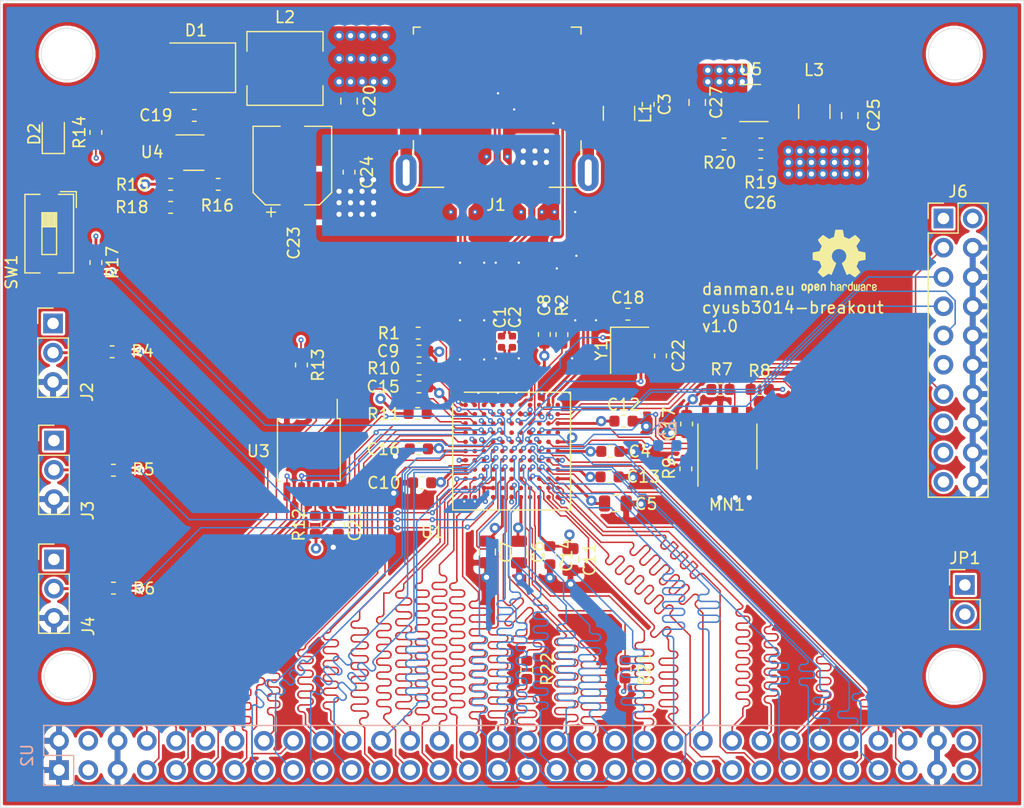
<source format=kicad_pcb>
(kicad_pcb (version 20171130) (host pcbnew 5.1.6-c6e7f7d~86~ubuntu20.04.1)
  (layers (0 F.Cu signal) (1 GND signal hide) (2 PWR signal) (31 B.Cu signal hide) (34 B.Paste user) (35 F.Paste user) (36 B.SilkS user) (37 F.SilkS user) (38 B.Mask user) (39 F.Mask user) (44 Edge.Cuts user))
  (net 0 "")
  (net 1 Earth)
  (net 2 D11)
  (net 3 +3V3)
  (net 4 "Net-(R21-Pad1)")
  (net 5 +1V2)
  (net 6 "Net-(R6-Pad2)")
  (net 7 D10)
  (net 8 D12)
  (net 9 D13)
  (net 10 CTRL0)
  (net 11 CTRL1)
  (net 12 CTRL6)
  (net 13 "Net-(U1-PadK5)")
  (net 14 D16)
  (net 15 D18)
  (net 16 D8)
  (net 17 D9)
  (net 18 D14)
  (net 19 CTRL2)
  (net 20 "Net-(R22-Pad2)")
  (net 21 CTRL11)
  (net 22 D17)
  (net 23 D20)
  (net 24 D19)
  (net 25 D21)
  (net 26 D6)
  (net 27 D7)
  (net 28 CTRL7)
  (net 29 CTRL3)
  (net 30 "Net-(U1-PadH6)")
  (net 31 CTRL12)
  (net 32 "Net-(R5-Pad1)")
  (net 33 D23)
  (net 34 D22)
  (net 35 D3)
  (net 36 D4)
  (net 37 D15)
  (net 38 CTRL4)
  (net 39 CTRL5)
  (net 40 CTRL8)
  (net 41 "Net-(R4-Pad2)")
  (net 42 D26)
  (net 43 D25)
  (net 44 D0)
  (net 45 D1)
  (net 46 D5)
  (net 47 D2)
  (net 48 TCK)
  (net 49 D28)
  (net 50 D24)
  (net 51 D27)
  (net 52 "Net-(U1-PadF2)")
  (net 53 VBUS_5V)
  (net 54 "Net-(R3-Pad2)")
  (net 55 TMS)
  (net 56 TDI)
  (net 57 "Net-(R10-Pad2)")
  (net 58 D30)
  (net 59 D31)
  (net 60 D29)
  (net 61 "Net-(U1-PadD11)")
  (net 62 SDA)
  (net 63 SCL)
  (net 64 "Net-(U1-PadD7)")
  (net 65 "Net-(U1-PadD6)")
  (net 66 FLASH_SI)
  (net 67 FLASH_SCK)
  (net 68 I2S-WS)
  (net 69 I2S-SD)
  (net 70 I2S-CLK)
  (net 71 TDO)
  (net 72 "Net-(U1-PadC9)")
  (net 73 "Net-(R2-Pad1)")
  (net 74 "Net-(C22-Pad1)")
  (net 75 "Net-(C18-Pad1)")
  (net 76 SYS_RST)
  (net 77 FLASH_SO)
  (net 78 FLASH_CS)
  (net 79 TRST_N)
  (net 80 "Net-(R1-Pad2)")
  (net 81 "Net-(U1-PadA11)")
  (net 82 SS_RX_P)
  (net 83 5V_IN)
  (net 84 PCLK)
  (net 85 I2S-MCLK)
  (net 86 "Net-(U2-Pad4)")
  (net 87 "Net-(U2-Pad3)")
  (net 88 "Net-(R12-Pad2)")
  (net 89 "Net-(R13-Pad2)")
  (net 90 "Net-(R19-Pad2)")
  (net 91 "Net-(L3-Pad1)")
  (net 92 "Net-(J2-Pad2)")
  (net 93 "Net-(J3-Pad2)")
  (net 94 "Net-(J4-Pad2)")
  (net 95 "Net-(MN1-Pad1)")
  (net 96 "Net-(D2-Pad2)")
  (net 97 "Net-(R15-Pad2)")
  (net 98 "Net-(R16-Pad1)")
  (net 99 SS_TX_P)
  (net 100 "Net-(C3-Pad2)")
  (net 101 "Net-(C19-Pad2)")
  (net 102 "Net-(C19-Pad1)")
  (net 103 "Net-(J6-Pad19)")
  (net 104 "Net-(J6-Pad17)")
  (net 105 "Net-(J6-Pad15)")
  (net 106 "Net-(J6-Pad11)")
  (net 107 "Net-(Y1-Pad2)")
  (net 108 /SS_TX_C_P)
  (net 109 SS_TX_N)
  (net 110 /SS_TX_C_N)
  (net 111 SS_RX_N)
  (net 112 SS_D_N)
  (net 113 SS_D_P)
  (module Symbol:OSHW-Logo2_7.3x6mm_SilkScreen (layer F.Cu) (at 186 91)
    (fp_text reference REF** hide)
    (fp_text value OSHW-Logo2_7.3x6mm_SilkScreen hide)
  )
  (module lib:USB_A_Female_AU-Y1006-3 (layer F.Cu) (at 156.33 83.28 180)
    (fp_text reference J1 (at 0.1 -2.8 180) (layer F.SilkS))
    (fp_text value USB3_B)
    (pad 10 smd rect (at 7.62 4 180) (size 1.64 2.2) (layers F.Cu F.Paste F.Mask) (net 100 "Net-(C3-Pad2)"))
    (pad 10 smd rect (at -7.62 4 180) (size 1.64 2.2) (layers F.Cu F.Paste F.Mask) (net 100 "Net-(C3-Pad2)"))
    (pad 10 thru_hole oval (at -7.9 0 180) (size 1.8 3.2) (drill oval 0.6 2.3) (layers *.Cu *.Mask) (net 100 "Net-(C3-Pad2)"))
    (pad 10 thru_hole oval (at 7.9 0 180) (size 1.8 3.2) (drill oval 0.6 2.3) (layers *.Cu *.Mask) (net 100 "Net-(C3-Pad2)"))
    (pad 9 smd rect (at -4 -1 180) (size 0.8 1.6) (layers F.Cu F.Paste F.Mask) (net 109 SS_TX_N))
    (pad 1 smd rect (at -3 -1 180) (size 0.8 1.6) (layers F.Cu F.Paste F.Mask) (net 53 VBUS_5V))
    (pad 8 smd rect (at -2 -1 180) (size 0.8 1.6) (layers F.Cu F.Paste F.Mask) (net 99 SS_TX_P))
    (pad 2 smd rect (at -1 -1 180) (size 0.8 1.6) (layers F.Cu F.Paste F.Mask) (net 112 SS_D_N))
    (pad 5 smd rect (at 4 -1 180) (size 0.8 1.6) (layers F.Cu F.Paste F.Mask) (net 111 SS_RX_N))
    (pad 4 smd rect (at 3 -1 180) (size 0.8 1.6) (layers F.Cu F.Paste F.Mask) (net 1 Earth))
    (pad 6 smd rect (at 2 -1 180) (size 0.8 1.6) (layers F.Cu F.Paste F.Mask) (net 82 SS_RX_P))
    (pad 3 smd rect (at 1 -1 180) (size 0.8 1.6) (layers F.Cu F.Paste F.Mask) (net 113 SS_D_P))
    (pad 7 smd rect (at 0 -1 180) (size 0.8 1.6) (layers F.Cu F.Paste F.Mask) (net 1 Earth))
  )
  (module Package_BGA:TFBGA-121_10x10mm_Layout11x11_P0.8mm (layer F.Cu) (at 157.58 107.45)
    (fp_text reference U1 (at -6.88 7.02) (layer F.SilkS))
    (fp_text value CYUSB3014)
    (pad L11 smd circle (at 4 4) (size 0.4 0.4) (layers F.Cu F.Paste F.Mask) (net 1 Earth))
    (pad L10 smd circle (at 3.2 4) (size 0.4 0.4) (layers F.Cu F.Paste F.Mask) (net 2 D11))
    (pad L9 smd circle (at 2.4 4) (size 0.4 0.4) (layers F.Cu F.Paste F.Mask) (net 3 +3V3))
    (pad L8 smd circle (at 1.6 4) (size 0.4 0.4) (layers F.Cu F.Paste F.Mask) (net 4 "Net-(R21-Pad1)"))
    (pad L7 smd circle (at 0.8 4) (size 0.4 0.4) (layers F.Cu F.Paste F.Mask) (net 5 +1V2))
    (pad L6 smd circle (at 0 4) (size 0.4 0.4) (layers F.Cu F.Paste F.Mask) (net 1 Earth))
    (pad L5 smd circle (at -0.8 4) (size 0.4 0.4) (layers F.Cu F.Paste F.Mask) (net 5 +1V2))
    (pad L4 smd circle (at -1.6 4) (size 0.4 0.4) (layers F.Cu F.Paste F.Mask) (net 6 "Net-(R6-Pad2)"))
    (pad L3 smd circle (at -2.4 4) (size 0.4 0.4) (layers F.Cu F.Paste F.Mask) (net 1 Earth))
    (pad L2 smd circle (at -3.2 4) (size 0.4 0.4) (layers F.Cu F.Paste F.Mask) (net 1 Earth))
    (pad L1 smd circle (at -4 4) (size 0.4 0.4) (layers F.Cu F.Paste F.Mask) (net 1 Earth))
    (pad K11 smd circle (at 4 3.2) (size 0.4 0.4) (layers F.Cu F.Paste F.Mask) (net 7 D10))
    (pad K10 smd circle (at 3.2 3.2) (size 0.4 0.4) (layers F.Cu F.Paste F.Mask) (net 8 D12))
    (pad K9 smd circle (at 2.4 3.2) (size 0.4 0.4) (layers F.Cu F.Paste F.Mask) (net 9 D13))
    (pad K8 smd circle (at 1.6 3.2) (size 0.4 0.4) (layers F.Cu F.Paste F.Mask) (net 10 CTRL0))
    (pad K7 smd circle (at 0.8 3.2) (size 0.4 0.4) (layers F.Cu F.Paste F.Mask) (net 11 CTRL1))
    (pad K6 smd circle (at 0 3.2) (size 0.4 0.4) (layers F.Cu F.Paste F.Mask) (net 12 CTRL6))
    (pad K5 smd circle (at -0.8 3.2) (size 0.4 0.4) (layers F.Cu F.Paste F.Mask) (net 13 "Net-(U1-PadK5)"))
    (pad K4 smd circle (at -1.6 3.2) (size 0.4 0.4) (layers F.Cu F.Paste F.Mask) (net 1 Earth))
    (pad K3 smd circle (at -2.4 3.2) (size 0.4 0.4) (layers F.Cu F.Paste F.Mask) (net 1 Earth))
    (pad K2 smd circle (at -3.2 3.2) (size 0.4 0.4) (layers F.Cu F.Paste F.Mask) (net 14 D16))
    (pad K1 smd circle (at -4 3.2) (size 0.4 0.4) (layers F.Cu F.Paste F.Mask) (net 15 D18))
    (pad J11 smd circle (at 4 2.4) (size 0.4 0.4) (layers F.Cu F.Paste F.Mask) (net 5 +1V2))
    (pad J10 smd circle (at 3.2 2.4) (size 0.4 0.4) (layers F.Cu F.Paste F.Mask) (net 16 D8))
    (pad J9 smd circle (at 2.4 2.4) (size 0.4 0.4) (layers F.Cu F.Paste F.Mask) (net 17 D9))
    (pad J8 smd circle (at 1.6 2.4) (size 0.4 0.4) (layers F.Cu F.Paste F.Mask) (net 18 D14))
    (pad J7 smd circle (at 0.8 2.4) (size 0.4 0.4) (layers F.Cu F.Paste F.Mask) (net 19 CTRL2))
    (pad J6 smd circle (at 0 2.4) (size 0.4 0.4) (layers F.Cu F.Paste F.Mask) (net 20 "Net-(R22-Pad2)"))
    (pad J5 smd circle (at -0.8 2.4) (size 0.4 0.4) (layers F.Cu F.Paste F.Mask) (net 21 CTRL11))
    (pad J4 smd circle (at -1.6 2.4) (size 0.4 0.4) (layers F.Cu F.Paste F.Mask) (net 22 D17))
    (pad J3 smd circle (at -2.4 2.4) (size 0.4 0.4) (layers F.Cu F.Paste F.Mask) (net 23 D20))
    (pad J2 smd circle (at -3.2 2.4) (size 0.4 0.4) (layers F.Cu F.Paste F.Mask) (net 24 D19))
    (pad J1 smd circle (at -4 2.4) (size 0.4 0.4) (layers F.Cu F.Paste F.Mask) (net 25 D21))
    (pad H11 smd circle (at 4 1.6) (size 0.4 0.4) (layers F.Cu F.Paste F.Mask) (net 3 +3V3))
    (pad H10 smd circle (at 3.2 1.6) (size 0.4 0.4) (layers F.Cu F.Paste F.Mask) (net 26 D6))
    (pad H9 smd circle (at 2.4 1.6) (size 0.4 0.4) (layers F.Cu F.Paste F.Mask) (net 27 D7))
    (pad H8 smd circle (at 1.6 1.6) (size 0.4 0.4) (layers F.Cu F.Paste F.Mask) (net 28 CTRL7))
    (pad H7 smd circle (at 0.8 1.6) (size 0.4 0.4) (layers F.Cu F.Paste F.Mask) (net 29 CTRL3))
    (pad H6 smd circle (at 0 1.6) (size 0.4 0.4) (layers F.Cu F.Paste F.Mask) (net 30 "Net-(U1-PadH6)"))
    (pad H5 smd circle (at -0.8 1.6) (size 0.4 0.4) (layers F.Cu F.Paste F.Mask) (net 31 CTRL12))
    (pad H4 smd circle (at -1.6 1.6) (size 0.4 0.4) (layers F.Cu F.Paste F.Mask) (net 32 "Net-(R5-Pad1)"))
    (pad H3 smd circle (at -2.4 1.6) (size 0.4 0.4) (layers F.Cu F.Paste F.Mask) (net 33 D23))
    (pad H2 smd circle (at -3.2 1.6) (size 0.4 0.4) (layers F.Cu F.Paste F.Mask) (net 34 D22))
    (pad H1 smd circle (at -4 1.6) (size 0.4 0.4) (layers F.Cu F.Paste F.Mask) (net 5 +1V2))
    (pad G11 smd circle (at 4 0.8) (size 0.4 0.4) (layers F.Cu F.Paste F.Mask) (net 1 Earth))
    (pad G10 smd circle (at 3.2 0.8) (size 0.4 0.4) (layers F.Cu F.Paste F.Mask) (net 35 D3))
    (pad G9 smd circle (at 2.4 0.8) (size 0.4 0.4) (layers F.Cu F.Paste F.Mask) (net 36 D4))
    (pad G8 smd circle (at 1.6 0.8) (size 0.4 0.4) (layers F.Cu F.Paste F.Mask) (net 37 D15))
    (pad G7 smd circle (at 0.8 0.8) (size 0.4 0.4) (layers F.Cu F.Paste F.Mask) (net 38 CTRL4))
    (pad G6 smd circle (at 0 0.8) (size 0.4 0.4) (layers F.Cu F.Paste F.Mask) (net 39 CTRL5))
    (pad G5 smd circle (at -0.8 0.8) (size 0.4 0.4) (layers F.Cu F.Paste F.Mask) (net 40 CTRL8))
    (pad G4 smd circle (at -1.6 0.8) (size 0.4 0.4) (layers F.Cu F.Paste F.Mask) (net 41 "Net-(R4-Pad2)"))
    (pad G3 smd circle (at -2.4 0.8) (size 0.4 0.4) (layers F.Cu F.Paste F.Mask) (net 42 D26))
    (pad G2 smd circle (at -3.2 0.8) (size 0.4 0.4) (layers F.Cu F.Paste F.Mask) (net 43 D25))
    (pad G1 smd circle (at -4 0.8) (size 0.4 0.4) (layers F.Cu F.Paste F.Mask) (net 1 Earth))
    (pad F11 smd circle (at 4 0) (size 0.4 0.4) (layers F.Cu F.Paste F.Mask) (net 5 +1V2))
    (pad F10 smd circle (at 3.2 0) (size 0.4 0.4) (layers F.Cu F.Paste F.Mask) (net 44 D0))
    (pad F9 smd circle (at 2.4 0) (size 0.4 0.4) (layers F.Cu F.Paste F.Mask) (net 45 D1))
    (pad F8 smd circle (at 1.6 0) (size 0.4 0.4) (layers F.Cu F.Paste F.Mask) (net 46 D5))
    (pad F7 smd circle (at 0.8 0) (size 0.4 0.4) (layers F.Cu F.Paste F.Mask) (net 47 D2))
    (pad F6 smd circle (at 0 0) (size 0.4 0.4) (layers F.Cu F.Paste F.Mask) (net 48 TCK))
    (pad F5 smd circle (at -0.8 0) (size 0.4 0.4) (layers F.Cu F.Paste F.Mask) (net 49 D28))
    (pad F4 smd circle (at -1.6 0) (size 0.4 0.4) (layers F.Cu F.Paste F.Mask) (net 50 D24))
    (pad F3 smd circle (at -2.4 0) (size 0.4 0.4) (layers F.Cu F.Paste F.Mask) (net 51 D27))
    (pad F2 smd circle (at -3.2 0) (size 0.4 0.4) (layers F.Cu F.Paste F.Mask) (net 52 "Net-(U1-PadF2)"))
    (pad F1 smd circle (at -4 0) (size 0.4 0.4) (layers F.Cu F.Paste F.Mask) (net 3 +3V3))
    (pad E11 smd circle (at 4 -0.8) (size 0.4 0.4) (layers F.Cu F.Paste F.Mask) (net 53 VBUS_5V))
    (pad E10 smd circle (at 3.2 -0.8) (size 0.4 0.4) (layers F.Cu F.Paste F.Mask) (net 54 "Net-(R3-Pad2)"))
    (pad E9 smd circle (at 2.4 -0.8) (size 0.4 0.4) (layers F.Cu F.Paste F.Mask) (net 5 +1V2))
    (pad E8 smd circle (at 1.6 -0.8) (size 0.4 0.4) (layers F.Cu F.Paste F.Mask) (net 55 TMS))
    (pad E7 smd circle (at 0.8 -0.8) (size 0.4 0.4) (layers F.Cu F.Paste F.Mask) (net 56 TDI))
    (pad E6 smd circle (at 0 -0.8) (size 0.4 0.4) (layers F.Cu F.Paste F.Mask) (net 57 "Net-(R10-Pad2)"))
    (pad E5 smd circle (at -0.8 -0.8) (size 0.4 0.4) (layers F.Cu F.Paste F.Mask) (net 58 D30))
    (pad E4 smd circle (at -1.6 -0.8) (size 0.4 0.4) (layers F.Cu F.Paste F.Mask) (net 59 D31))
    (pad E3 smd circle (at -2.4 -0.8) (size 0.4 0.4) (layers F.Cu F.Paste F.Mask) (net 3 +3V3))
    (pad E2 smd circle (at -3.2 -0.8) (size 0.4 0.4) (layers F.Cu F.Paste F.Mask) (net 1 Earth))
    (pad E1 smd circle (at -4 -0.8) (size 0.4 0.4) (layers F.Cu F.Paste F.Mask) (net 60 D29))
    (pad D11 smd circle (at 4 -1.6) (size 0.4 0.4) (layers F.Cu F.Paste F.Mask) (net 61 "Net-(U1-PadD11)"))
    (pad D10 smd circle (at 3.2 -1.6) (size 0.4 0.4) (layers F.Cu F.Paste F.Mask) (net 62 SDA))
    (pad D9 smd circle (at 2.4 -1.6) (size 0.4 0.4) (layers F.Cu F.Paste F.Mask) (net 63 SCL))
    (pad D8 smd circle (at 1.6 -1.6) (size 0.4 0.4) (layers F.Cu F.Paste F.Mask) (net 1 Earth))
    (pad D7 smd circle (at 0.8 -1.6) (size 0.4 0.4) (layers F.Cu F.Paste F.Mask) (net 64 "Net-(U1-PadD7)"))
    (pad D6 smd circle (at 0 -1.6) (size 0.4 0.4) (layers F.Cu F.Paste F.Mask) (net 65 "Net-(U1-PadD6)"))
    (pad D5 smd circle (at -0.8 -1.6) (size 0.4 0.4) (layers F.Cu F.Paste F.Mask) (net 66 FLASH_SI))
    (pad D4 smd circle (at -1.6 -1.6) (size 0.4 0.4) (layers F.Cu F.Paste F.Mask) (net 67 FLASH_SCK))
    (pad D3 smd circle (at -2.4 -1.6) (size 0.4 0.4) (layers F.Cu F.Paste F.Mask) (net 68 I2S-WS))
    (pad D2 smd circle (at -3.2 -1.6) (size 0.4 0.4) (layers F.Cu F.Paste F.Mask) (net 69 I2S-SD))
    (pad D1 smd circle (at -4 -1.6) (size 0.4 0.4) (layers F.Cu F.Paste F.Mask) (net 70 I2S-CLK))
    (pad C11 smd circle (at 4 -2.4) (size 0.4 0.4) (layers F.Cu F.Paste F.Mask) (net 3 +3V3))
    (pad C10 smd circle (at 3.2 -2.4) (size 0.4 0.4) (layers F.Cu F.Paste F.Mask) (net 71 TDO))
    (pad C9 smd circle (at 2.4 -2.4) (size 0.4 0.4) (layers F.Cu F.Paste F.Mask) (net 72 "Net-(U1-PadC9)"))
    (pad C8 smd circle (at 1.6 -2.4) (size 0.4 0.4) (layers F.Cu F.Paste F.Mask) (net 73 "Net-(R2-Pad1)"))
    (pad C7 smd circle (at 0.8 -2.4) (size 0.4 0.4) (layers F.Cu F.Paste F.Mask) (net 74 "Net-(C22-Pad1)"))
    (pad C6 smd circle (at 0 -2.4) (size 0.4 0.4) (layers F.Cu F.Paste F.Mask) (net 75 "Net-(C18-Pad1)"))
    (pad C5 smd circle (at -0.8 -2.4) (size 0.4 0.4) (layers F.Cu F.Paste F.Mask) (net 76 SYS_RST))
    (pad C4 smd circle (at -1.6 -2.4) (size 0.4 0.4) (layers F.Cu F.Paste F.Mask) (net 85 I2S-MCLK))
    (pad C3 smd circle (at -2.4 -2.4) (size 0.4 0.4) (layers F.Cu F.Paste F.Mask) (net 5 +1V2))
    (pad C2 smd circle (at -3.2 -2.4) (size 0.4 0.4) (layers F.Cu F.Paste F.Mask) (net 77 FLASH_SO))
    (pad C1 smd circle (at -4 -2.4) (size 0.4 0.4) (layers F.Cu F.Paste F.Mask) (net 78 FLASH_CS))
    (pad B11 smd circle (at 4 -3.2) (size 0.4 0.4) (layers F.Cu F.Paste F.Mask) (net 79 TRST_N))
    (pad B10 smd circle (at 3.2 -3.2) (size 0.4 0.4) (layers F.Cu F.Paste F.Mask) (net 5 +1V2))
    (pad B9 smd circle (at 2.4 -3.2) (size 0.4 0.4) (layers F.Cu F.Paste F.Mask) (net 1 Earth))
    (pad B8 smd circle (at 1.6 -3.2) (size 0.4 0.4) (layers F.Cu F.Paste F.Mask) (net 1 Earth))
    (pad B7 smd circle (at 0.8 -3.2) (size 0.4 0.4) (layers F.Cu F.Paste F.Mask) (net 1 Earth))
    (pad B6 smd circle (at 0 -3.2) (size 0.4 0.4) (layers F.Cu F.Paste F.Mask) (net 3 +3V3))
    (pad B5 smd circle (at -0.8 -3.2) (size 0.4 0.4) (layers F.Cu F.Paste F.Mask) (net 5 +1V2))
    (pad B4 smd circle (at -1.6 -3.2) (size 0.4 0.4) (layers F.Cu F.Paste F.Mask) (net 57 "Net-(R10-Pad2)"))
    (pad B3 smd circle (at -2.4 -3.2) (size 0.4 0.4) (layers F.Cu F.Paste F.Mask) (net 80 "Net-(R1-Pad2)"))
    (pad B2 smd circle (at -3.2 -3.2) (size 0.4 0.4) (layers F.Cu F.Paste F.Mask) (net 57 "Net-(R10-Pad2)"))
    (pad B1 smd circle (at -4 -3.2) (size 0.4 0.4) (layers F.Cu F.Paste F.Mask) (net 3 +3V3))
    (pad A11 smd circle (at 4 -4) (size 0.4 0.4) (layers F.Cu F.Paste F.Mask) (net 81 "Net-(U1-PadA11)"))
    (pad A10 smd circle (at 3.2 -4) (size 0.4 0.4) (layers F.Cu F.Paste F.Mask) (net 112 SS_D_N))
    (pad A9 smd circle (at 2.4 -4) (size 0.4 0.4) (layers F.Cu F.Paste F.Mask) (net 113 SS_D_P))
    (pad A8 smd circle (at 1.6 -4) (size 0.4 0.4) (layers F.Cu F.Paste F.Mask) (net 1 Earth))
    (pad A7 smd circle (at 0.8 -4) (size 0.4 0.4) (layers F.Cu F.Paste F.Mask) (net 5 +1V2))
    (pad A6 smd circle (at 0 -4) (size 0.4 0.4) (layers F.Cu F.Paste F.Mask) (net 110 /SS_TX_C_N))
    (pad A5 smd circle (at -0.8 -4) (size 0.4 0.4) (layers F.Cu F.Paste F.Mask) (net 108 /SS_TX_C_P))
    (pad A4 smd circle (at -1.6 -4) (size 0.4 0.4) (layers F.Cu F.Paste F.Mask) (net 82 SS_RX_P))
    (pad A3 smd circle (at -2.4 -4) (size 0.4 0.4) (layers F.Cu F.Paste F.Mask) (net 111 SS_RX_N))
    (pad A2 smd circle (at -3.2 -4) (size 0.4 0.4) (layers F.Cu F.Paste F.Mask) (net 5 +1V2))
    (pad A1 smd circle (at -4 -4) (size 0.4 0.4) (layers F.Cu F.Paste F.Mask) (net 1 Earth))
  )
  (module Inductor_SMD:L_1210_3225Metric_Pad1.42x2.65mm_HandSolder (layer F.Cu) (at 183.85 77.9825 270)
    (fp_text reference L3 (at -3.6025 0.02 180) (layer F.SilkS))
    (fp_text value 2.2uH)
    (pad 2 smd roundrect (at 1.4875 0 270) (size 1.425 2.65) (layers F.Cu F.Paste F.Mask) (roundrect_rratio 0.175439) (net 5 +1V2))
    (pad 1 smd roundrect (at -1.4875 0 270) (size 1.425 2.65) (layers F.Cu F.Paste F.Mask) (roundrect_rratio 0.175439) (net 91 "Net-(L3-Pad1)"))
  )
  (module Inductor_SMD:L_6.3x6.3_H3 (layer F.Cu) (at 137.91 74.24)
    (fp_text reference L2 (at 0 -4.45) (layer F.SilkS))
    (fp_text value 3.3uH)
    (pad 2 smd rect (at 2.75 0) (size 1.5 2.4) (layers F.Cu F.Paste F.Mask) (net 3 +3V3))
    (pad 1 smd rect (at -2.75 0) (size 1.5 2.4) (layers F.Cu F.Paste F.Mask) (net 102 "Net-(C19-Pad1)"))
  )
  (module Inductor_SMD:L_1210_3225Metric_Pad1.42x2.65mm_HandSolder (layer F.Cu) (at 166.9 78.1325 270)
    (fp_text reference L1 (at 0 -2.28 90) (layer F.SilkS))
    (fp_text value BLM21PG221SN1D)
    (pad 2 smd roundrect (at 1.4875 0 270) (size 1.425 2.65) (layers F.Cu F.Paste F.Mask) (roundrect_rratio 0.175439) (net 100 "Net-(C3-Pad2)"))
    (pad 1 smd roundrect (at -1.4875 0 270) (size 1.425 2.65) (layers F.Cu F.Paste F.Mask) (roundrect_rratio 0.175439) (net 1 Earth))
  )
  (module Package_SO:SOIC-8_3.9x4.9mm_P1.27mm (layer F.Cu) (at 176.31 107.05 90)
    (fp_text reference MN1 (at -5.05 -0.04 180) (layer F.SilkS))
    (fp_text value CAT24C128)
    (pad 8 smd roundrect (at 2.475 -1.905 90) (size 1.95 0.6) (layers F.Cu F.Paste F.Mask) (net 3 +3V3))
    (pad 7 smd roundrect (at 2.475 -0.635 90) (size 1.95 0.6) (layers F.Cu F.Paste F.Mask) (net 1 Earth))
    (pad 6 smd roundrect (at 2.475 0.635 90) (size 1.95 0.6) (layers F.Cu F.Paste F.Mask) (net 63 SCL))
    (pad 5 smd roundrect (at 2.475 1.905 90) (size 1.95 0.6) (layers F.Cu F.Paste F.Mask) (net 62 SDA))
    (pad 4 smd roundrect (at -2.475 1.905 90) (size 1.95 0.6) (layers F.Cu F.Paste F.Mask) (net 1 Earth))
    (pad 3 smd roundrect (at -2.475 0.635 90) (size 1.95 0.6) (layers F.Cu F.Paste F.Mask) (net 1 Earth))
    (pad 2 smd roundrect (at -2.475 -0.635 90) (size 1.95 0.6) (layers F.Cu F.Paste F.Mask) (net 1 Earth))
    (pad 1 smd roundrect (at -2.475 -1.905 90) (size 1.95 0.6) (layers F.Cu F.Paste F.Mask) (net 95 "Net-(MN1-Pad1)"))
  )
  (module Crystal:Crystal_SMD_3225-4Pin_3.2x2.5mm (layer F.Cu) (at 167.82 98.7 270)
    (fp_text reference Y1 (at 0 2.45 90) (layer F.SilkS))
    (fp_text value NX2520SA-19.200000MHZ-NBG1)
    (pad 4 smd rect (at -1.1 -0.85 270) (size 1.4 1.2) (layers F.Cu F.Paste F.Mask) (net 107 "Net-(Y1-Pad2)"))
    (pad 3 smd rect (at 1.1 -0.85 270) (size 1.4 1.2) (layers F.Cu F.Paste F.Mask) (net 74 "Net-(C22-Pad1)"))
    (pad 2 smd rect (at 1.1 0.85 270) (size 1.4 1.2) (layers F.Cu F.Paste F.Mask) (net 107 "Net-(Y1-Pad2)"))
    (pad 1 smd rect (at -1.1 0.85 270) (size 1.4 1.2) (layers F.Cu F.Paste F.Mask) (net 75 "Net-(C18-Pad1)"))
  )
  (module Button_Switch_SMD:SW_DIP_SPSTx01_Slide_6.7x4.1mm_W6.73mm_P2.54mm_LowProfile_JPin (layer F.Cu) (at 117.45 88.58 270)
    (fp_text reference SW1 (at 3.34 3.28 90) (layer F.SilkS))
    (fp_text value SW_Push)
    (pad 2 smd rect (at 3.365 0 270) (size 2.16 1.12) (layers F.Cu F.Paste F.Mask) (net 76 SYS_RST))
    (pad 1 smd rect (at -3.365 0 270) (size 2.16 1.12) (layers F.Cu F.Paste F.Mask) (net 1 Earth))
  )
  (module Connector_PinHeader_2.54mm:PinHeader_1x02_P2.54mm_Vertical (layer F.Cu) (at 196.92 119.07)
    (fp_text reference JP1 (at 0 -2.33) (layer F.SilkS))
    (fp_text value Jumper_2_Open)
    (pad 2 thru_hole oval (at 0 2.54) (size 1.7 1.7) (drill 1) (layers *.Cu *.Mask) (net 83 5V_IN))
    (pad 1 thru_hole rect (at 0 0) (size 1.7 1.7) (drill 1) (layers *.Cu *.Mask) (net 53 VBUS_5V))
  )
  (module Diode_SMD:D_SMB (layer F.Cu) (at 130.07 74.18 180)
    (fp_text reference D1 (at -0.11 3.24) (layer F.SilkS))
    (fp_text value IN5819)
    (pad 2 smd rect (at 2.15 0 180) (size 2.5 2.3) (layers F.Cu F.Paste F.Mask) (net 1 Earth))
    (pad 1 smd rect (at -2.15 0 180) (size 2.5 2.3) (layers F.Cu F.Paste F.Mask) (net 102 "Net-(C19-Pad1)"))
  )
  (module Capacitor_SMD:CP_Elec_6.3x5.8 (layer F.Cu) (at 138.55 82.67 90)
    (fp_text reference C23 (at -6.72 0.12 90) (layer F.SilkS))
    (fp_text value 47uF)
    (pad 2 smd roundrect (at 2.7 0 90) (size 3.5 1.6) (layers F.Cu F.Paste F.Mask) (roundrect_rratio 0.15625) (net 1 Earth))
    (pad 1 smd roundrect (at -2.7 0 90) (size 3.5 1.6) (layers F.Cu F.Paste F.Mask) (roundrect_rratio 0.15625) (net 53 VBUS_5V))
  )
  (module Capacitor_SMD:C_0805_2012Metric (layer F.Cu) (at 173.69 77.1925 270)
    (fp_text reference C27 (at 0 -1.65 90) (layer F.SilkS))
    (fp_text value 4.7uF)
    (pad 2 smd roundrect (at 0.9375 0 270) (size 0.975 1.4) (layers F.Cu F.Paste F.Mask) (net 1 Earth))
    (pad 1 smd roundrect (at -0.9375 0 270) (size 0.975 1.4) (layers F.Cu F.Paste F.Mask) (net 3 +3V3))
  )
  (module Capacitor_SMD:C_0805_2012Metric (layer F.Cu) (at 186.93 78.3275 90)
    (fp_text reference C25 (at 0.0375 2.08 270) (layer F.SilkS))
    (fp_text value 4.7uF)
    (pad 2 smd roundrect (at 0.9375 0 90) (size 0.975 1.4) (layers F.Cu F.Paste F.Mask) (net 1 Earth))
    (pad 1 smd roundrect (at -0.9375 0 90) (size 0.975 1.4) (layers F.Cu F.Paste F.Mask) (net 5 +1V2))
  )
  (module Capacitor_SMD:C_0805_2012Metric (layer F.Cu) (at 143.47 77.0725 270)
    (fp_text reference C20 (at -0.0025 -1.78 90) (layer F.SilkS))
    (fp_text value 4.7uF)
    (pad 2 smd roundrect (at 0.9375 0 270) (size 0.975 1.4) (layers F.Cu F.Paste F.Mask) (net 1 Earth))
    (pad 1 smd roundrect (at -0.9375 0 270) (size 0.975 1.4) (layers F.Cu F.Paste F.Mask) (net 3 +3V3))
  )
  (module Capacitor_SMD:C_0805_2012Metric (layer F.Cu) (at 162.69 116.8625 270)
    (fp_text reference C11 (at 0 -1.65 90) (layer F.SilkS))
    (fp_text value 10uF)
    (pad 2 smd roundrect (at 0.9375 0 270) (size 0.975 1.4) (layers F.Cu F.Paste F.Mask) (net 1 Earth))
    (pad 1 smd roundrect (at -0.9375 0 270) (size 0.975 1.4) (layers F.Cu F.Paste F.Mask) (net 3 +3V3))
  )
  (module Capacitor_SMD:C_0805_2012Metric (layer F.Cu) (at 155.46 116.2025 270)
    (fp_text reference C7 (at 0 -1.65 90) (layer F.SilkS))
    (fp_text value 22uF)
    (pad 2 smd roundrect (at 0.9375 0 270) (size 0.975 1.4) (layers F.Cu F.Paste F.Mask) (net 1 Earth))
    (pad 1 smd roundrect (at -0.9375 0 270) (size 0.975 1.4) (layers F.Cu F.Paste F.Mask) (net 5 +1V2))
  )
  (module Capacitor_SMD:C_0805_2012Metric (layer F.Cu) (at 158.22 116.2125 270)
    (fp_text reference C6 (at 0 -1.65 90) (layer F.SilkS))
    (fp_text value 22uF)
    (pad 2 smd roundrect (at 0.9375 0 270) (size 0.975 1.4) (layers F.Cu F.Paste F.Mask) (net 1 Earth))
    (pad 1 smd roundrect (at -0.9375 0 270) (size 0.975 1.4) (layers F.Cu F.Paste F.Mask) (net 5 +1V2))
  )
  (module Capacitor_SMD:C_0805_2012Metric (layer F.Cu) (at 166.5825 112)
    (fp_text reference C5 (at 2.6775 0.04) (layer F.SilkS))
    (fp_text value 22uF)
    (pad 2 smd roundrect (at 0.9375 0) (size 0.975 1.4) (layers F.Cu F.Paste F.Mask) (net 1 Earth))
    (pad 1 smd roundrect (at -0.9375 0) (size 0.975 1.4) (layers F.Cu F.Paste F.Mask) (net 5 +1V2))
  )
  (module original-board (layer F.Cu) (at 157.6 103.4)
    (fp_text reference G*** hide)
    (fp_text value LOGO hide)
  )
  (module Package_TO_SOT_SMD:TSOT-23-6 (layer F.Cu) (at 130 81.52)
    (fp_text reference U4 (at -3.62 -0.02) (layer F.SilkS))
    (fp_text value MP2359)
    (pad 6 smd rect (at 1.31 -0.95) (size 1.22 0.65) (layers F.Cu F.Paste F.Mask) (net 102 "Net-(C19-Pad1)"))
    (pad 5 smd rect (at 1.31 0) (size 1.22 0.65) (layers F.Cu F.Paste F.Mask) (net 53 VBUS_5V))
    (pad 4 smd rect (at 1.31 0.95) (size 1.22 0.65) (layers F.Cu F.Paste F.Mask) (net 98 "Net-(R16-Pad1)"))
    (pad 3 smd rect (at -1.31 0.95) (size 1.22 0.65) (layers F.Cu F.Paste F.Mask) (net 97 "Net-(R15-Pad2)"))
    (pad 2 smd rect (at -1.31 0) (size 1.22 0.65) (layers F.Cu F.Paste F.Mask) (net 1 Earth))
    (pad 1 smd rect (at -1.31 -0.95) (size 1.22 0.65) (layers F.Cu F.Paste F.Mask) (net 101 "Net-(C19-Pad2)"))
  )
  (module Connector_PinHeader_2.54mm:PinHeader_2x10_P2.54mm_Vertical (layer F.Cu) (at 195.06 87.26)
    (fp_text reference J6 (at 1.27 -2.33) (layer F.SilkS))
    (fp_text value Conn_02x10_Odd_Even)
    (pad 20 thru_hole oval (at 2.54 22.86) (size 1.7 1.7) (drill 1) (layers *.Cu *.Mask) (net 1 Earth))
    (pad 19 thru_hole oval (at 0 22.86) (size 1.7 1.7) (drill 1) (layers *.Cu *.Mask) (net 103 "Net-(J6-Pad19)"))
    (pad 18 thru_hole oval (at 2.54 20.32) (size 1.7 1.7) (drill 1) (layers *.Cu *.Mask) (net 1 Earth))
    (pad 17 thru_hole oval (at 0 20.32) (size 1.7 1.7) (drill 1) (layers *.Cu *.Mask) (net 104 "Net-(J6-Pad17)"))
    (pad 16 thru_hole oval (at 2.54 17.78) (size 1.7 1.7) (drill 1) (layers *.Cu *.Mask) (net 1 Earth))
    (pad 15 thru_hole oval (at 0 17.78) (size 1.7 1.7) (drill 1) (layers *.Cu *.Mask) (net 105 "Net-(J6-Pad15)"))
    (pad 14 thru_hole oval (at 2.54 15.24) (size 1.7 1.7) (drill 1) (layers *.Cu *.Mask) (net 1 Earth))
    (pad 13 thru_hole oval (at 0 15.24) (size 1.7 1.7) (drill 1) (layers *.Cu *.Mask) (net 71 TDO))
    (pad 12 thru_hole oval (at 2.54 12.7) (size 1.7 1.7) (drill 1) (layers *.Cu *.Mask) (net 1 Earth))
    (pad 11 thru_hole oval (at 0 12.7) (size 1.7 1.7) (drill 1) (layers *.Cu *.Mask) (net 106 "Net-(J6-Pad11)"))
    (pad 10 thru_hole oval (at 2.54 10.16) (size 1.7 1.7) (drill 1) (layers *.Cu *.Mask) (net 1 Earth))
    (pad 9 thru_hole oval (at 0 10.16) (size 1.7 1.7) (drill 1) (layers *.Cu *.Mask) (net 48 TCK))
    (pad 8 thru_hole oval (at 2.54 7.62) (size 1.7 1.7) (drill 1) (layers *.Cu *.Mask) (net 1 Earth))
    (pad 7 thru_hole oval (at 0 7.62) (size 1.7 1.7) (drill 1) (layers *.Cu *.Mask) (net 55 TMS))
    (pad 6 thru_hole oval (at 2.54 5.08) (size 1.7 1.7) (drill 1) (layers *.Cu *.Mask) (net 1 Earth))
    (pad 5 thru_hole oval (at 0 5.08) (size 1.7 1.7) (drill 1) (layers *.Cu *.Mask) (net 56 TDI))
    (pad 4 thru_hole oval (at 2.54 2.54) (size 1.7 1.7) (drill 1) (layers *.Cu *.Mask) (net 1 Earth))
    (pad 3 thru_hole oval (at 0 2.54) (size 1.7 1.7) (drill 1) (layers *.Cu *.Mask) (net 79 TRST_N))
    (pad 2 thru_hole oval (at 2.54 0) (size 1.7 1.7) (drill 1) (layers *.Cu *.Mask) (net 3 +3V3))
    (pad 1 thru_hole rect (at 0 0) (size 1.7 1.7) (drill 1) (layers *.Cu *.Mask) (net 3 +3V3))
  )
  (module Connector_PinHeader_2.54mm:PinHeader_1x03_P2.54mm_Vertical (layer F.Cu) (at 117.86 116.85)
    (fp_text reference J4 (at 2.98 5.81 90) (layer F.SilkS))
    (fp_text value Jumper_3_Open)
    (pad 3 thru_hole oval (at 0 5.08) (size 1.7 1.7) (drill 1) (layers *.Cu *.Mask) (net 1 Earth))
    (pad 2 thru_hole oval (at 0 2.54) (size 1.7 1.7) (drill 1) (layers *.Cu *.Mask) (net 94 "Net-(J4-Pad2)"))
    (pad 1 thru_hole rect (at 0 0) (size 1.7 1.7) (drill 1) (layers *.Cu *.Mask) (net 3 +3V3))
  )
  (module Connector_PinHeader_2.54mm:PinHeader_1x03_P2.54mm_Vertical (layer F.Cu) (at 117.86 106.54)
    (fp_text reference J3 (at 2.93 6.07 90) (layer F.SilkS))
    (fp_text value Jumper_3_Open)
    (pad 3 thru_hole oval (at 0 5.08) (size 1.7 1.7) (drill 1) (layers *.Cu *.Mask) (net 1 Earth))
    (pad 2 thru_hole oval (at 0 2.54) (size 1.7 1.7) (drill 1) (layers *.Cu *.Mask) (net 93 "Net-(J3-Pad2)"))
    (pad 1 thru_hole rect (at 0 0) (size 1.7 1.7) (drill 1) (layers *.Cu *.Mask) (net 3 +3V3))
  )
  (module Connector_PinHeader_2.54mm:PinHeader_1x03_P2.54mm_Vertical (layer F.Cu) (at 117.78 96.37)
    (fp_text reference J2 (at 2.95 5.95 90) (layer F.SilkS))
    (fp_text value Jumper_3_Open)
    (pad 3 thru_hole oval (at 0 5.08) (size 1.7 1.7) (drill 1) (layers *.Cu *.Mask) (net 1 Earth))
    (pad 2 thru_hole oval (at 0 2.54) (size 1.7 1.7) (drill 1) (layers *.Cu *.Mask) (net 92 "Net-(J2-Pad2)"))
    (pad 1 thru_hole rect (at 0 0) (size 1.7 1.7) (drill 1) (layers *.Cu *.Mask) (net 3 +3V3))
  )
  (module LED_SMD:LED_0805_2012Metric (layer F.Cu) (at 117.8 79.9375 90)
    (fp_text reference D2 (at 0 -1.65 90) (layer F.SilkS))
    (fp_text value LED)
    (pad 2 smd roundrect (at 0.9375 0 90) (size 0.975 1.4) (layers F.Cu F.Paste F.Mask) (net 96 "Net-(D2-Pad2)"))
    (pad 1 smd roundrect (at -0.9375 0 90) (size 0.975 1.4) (layers F.Cu F.Paste F.Mask) (net 1 Earth))
  )
  (module Capacitor_SMD:C_0603_1608Metric (layer F.Cu) (at 179.2025 82.54 180)
    (fp_text reference C26 (at 0.0525 -3.35) (layer F.SilkS))
    (fp_text value 18pF)
    (pad 2 smd roundrect (at 0.7875 0 180) (size 0.875 0.95) (layers F.Cu F.Paste F.Mask) (net 1 Earth))
    (pad 1 smd roundrect (at -0.7875 0 180) (size 0.875 0.95) (layers F.Cu F.Paste F.Mask) (net 5 +1V2))
  )
  (module Capacitor_SMD:C_0603_1608Metric (layer F.Cu) (at 143.47 83.2425 90)
    (fp_text reference C24 (at -0.0075 1.56 90) (layer F.SilkS))
    (fp_text value 100nF)
    (pad 2 smd roundrect (at 0.7875 0 90) (size 0.875 0.95) (layers F.Cu F.Paste F.Mask) (net 1 Earth))
    (pad 1 smd roundrect (at -0.7875 0 90) (size 0.875 0.95) (layers F.Cu F.Paste F.Mask) (net 53 VBUS_5V))
  )
  (module Capacitor_SMD:C_0603_1608Metric (layer F.Cu) (at 170.5 99.1875 90)
    (fp_text reference C22 (at 0.0075 1.56 90) (layer F.SilkS))
    (fp_text value 12pF)
    (pad 2 smd roundrect (at 0.7875 0 90) (size 0.875 0.95) (layers F.Cu F.Paste F.Mask) (net 1 Earth))
    (pad 1 smd roundrect (at -0.7875 0 90) (size 0.875 0.95) (layers F.Cu F.Paste F.Mask) (net 74 "Net-(C22-Pad1)"))
  )
  (module Capacitor_SMD:C_0603_1608Metric (layer F.Cu) (at 142.54 113.8475 270)
    (fp_text reference C21 (at 0 -1.43 90) (layer F.SilkS))
    (fp_text value 100nF)
    (pad 2 smd roundrect (at 0.7875 0 270) (size 0.875 0.95) (layers F.Cu F.Paste F.Mask) (net 1 Earth))
    (pad 1 smd roundrect (at -0.7875 0 270) (size 0.875 0.95) (layers F.Cu F.Paste F.Mask) (net 3 +3V3))
  )
  (module Capacitor_SMD:C_0603_1608Metric (layer F.Cu) (at 130.0425 78.32 180)
    (fp_text reference C19 (at 3.3425 0.01) (layer F.SilkS))
    (fp_text value 10nF)
    (pad 2 smd roundrect (at 0.7875 0 180) (size 0.875 0.95) (layers F.Cu F.Paste F.Mask) (net 101 "Net-(C19-Pad2)"))
    (pad 1 smd roundrect (at -0.7875 0 180) (size 0.875 0.95) (layers F.Cu F.Paste F.Mask) (net 102 "Net-(C19-Pad1)"))
  )
  (module Capacitor_SMD:C_0603_1608Metric (layer F.Cu) (at 167.6625 95.57)
    (fp_text reference C18 (at 0 -1.43) (layer F.SilkS))
    (fp_text value 12pF)
    (pad 2 smd roundrect (at 0.7875 0) (size 0.875 0.95) (layers F.Cu F.Paste F.Mask) (net 1 Earth))
    (pad 1 smd roundrect (at -0.7875 0) (size 0.875 0.95) (layers F.Cu F.Paste F.Mask) (net 75 "Net-(C18-Pad1)"))
  )
  (module Capacitor_SMD:C_0603_1608Metric (layer F.Cu) (at 172.77 105.0975 270)
    (fp_text reference C17 (at -0.0175 1.53 90) (layer F.SilkS))
    (fp_text value 100nF)
    (pad 2 smd roundrect (at 0.7875 0 270) (size 0.875 0.95) (layers F.Cu F.Paste F.Mask) (net 1 Earth))
    (pad 1 smd roundrect (at -0.7875 0 270) (size 0.875 0.95) (layers F.Cu F.Paste F.Mask) (net 3 +3V3))
  )
  (module Capacitor_SMD:C_0603_1608Metric (layer F.Cu) (at 149.5275 107.26 180)
    (fp_text reference C16 (at 3.0875 -0.02) (layer F.SilkS))
    (fp_text value 100nF)
    (pad 2 smd roundrect (at 0.7875 0 180) (size 0.875 0.95) (layers F.Cu F.Paste F.Mask) (net 1 Earth))
    (pad 1 smd roundrect (at -0.7875 0 180) (size 0.875 0.95) (layers F.Cu F.Paste F.Mask) (net 3 +3V3))
  )
  (module Capacitor_SMD:C_0603_1608Metric (layer F.Cu) (at 149.5325 101.88 180)
    (fp_text reference C15 (at 3.1025 0.02) (layer F.SilkS))
    (fp_text value 100nF)
    (pad 2 smd roundrect (at 0.7875 0 180) (size 0.875 0.95) (layers F.Cu F.Paste F.Mask) (net 1 Earth))
    (pad 1 smd roundrect (at -0.7875 0 180) (size 0.875 0.95) (layers F.Cu F.Paste F.Mask) (net 3 +3V3))
  )
  (module Capacitor_SMD:C_0603_1608Metric (layer F.Cu) (at 160.9 116.4925 270)
    (fp_text reference C14 (at 0 -1.43 90) (layer F.SilkS))
    (fp_text value 100nF)
    (pad 2 smd roundrect (at 0.7875 0 270) (size 0.875 0.95) (layers F.Cu F.Paste F.Mask) (net 1 Earth))
    (pad 1 smd roundrect (at -0.7875 0 270) (size 0.875 0.95) (layers F.Cu F.Paste F.Mask) (net 3 +3V3))
  )
  (module Capacitor_SMD:C_0603_1608Metric (layer F.Cu) (at 166.0825 109.69)
    (fp_text reference C13 (at 2.9375 -0.01) (layer F.SilkS))
    (fp_text value 100nF)
    (pad 2 smd roundrect (at 0.7875 0) (size 0.875 0.95) (layers F.Cu F.Paste F.Mask) (net 1 Earth))
    (pad 1 smd roundrect (at -0.7875 0) (size 0.875 0.95) (layers F.Cu F.Paste F.Mask) (net 3 +3V3))
  )
  (module Capacitor_SMD:C_0603_1608Metric (layer F.Cu) (at 167.2925 104.85)
    (fp_text reference C12 (at 0 -1.43) (layer F.SilkS))
    (fp_text value 100nF)
    (pad 2 smd roundrect (at 0.7875 0) (size 0.875 0.95) (layers F.Cu F.Paste F.Mask) (net 1 Earth))
    (pad 1 smd roundrect (at -0.7875 0) (size 0.875 0.95) (layers F.Cu F.Paste F.Mask) (net 3 +3V3))
  )
  (module Capacitor_SMD:C_0603_1608Metric (layer F.Cu) (at 149.8125 110.2 180)
    (fp_text reference C10 (at 3.3225 -0.01) (layer F.SilkS))
    (fp_text value 100nF)
    (pad 2 smd roundrect (at 0.7875 0 180) (size 0.875 0.95) (layers F.Cu F.Paste F.Mask) (net 1 Earth))
    (pad 1 smd roundrect (at -0.7875 0 180) (size 0.875 0.95) (layers F.Cu F.Paste F.Mask) (net 5 +1V2))
  )
  (module Capacitor_SMD:C_0603_1608Metric (layer F.Cu) (at 149.5425 98.77 180)
    (fp_text reference C9 (at 2.6825 -0.01) (layer F.SilkS))
    (fp_text value 100nF)
    (pad 2 smd roundrect (at 0.7875 0 180) (size 0.875 0.95) (layers F.Cu F.Paste F.Mask) (net 1 Earth))
    (pad 1 smd roundrect (at -0.7875 0 180) (size 0.875 0.95) (layers F.Cu F.Paste F.Mask) (net 5 +1V2))
  )
  (module Capacitor_SMD:C_0603_1608Metric (layer F.Cu) (at 160.42 97.3275 90)
    (fp_text reference C8 (at 2.5375 0 90) (layer F.SilkS))
    (fp_text value 100nF)
    (pad 2 smd roundrect (at 0.7875 0 90) (size 0.875 0.95) (layers F.Cu F.Paste F.Mask) (net 1 Earth))
    (pad 1 smd roundrect (at -0.7875 0 90) (size 0.875 0.95) (layers F.Cu F.Paste F.Mask) (net 5 +1V2))
  )
  (module Capacitor_SMD:C_0603_1608Metric (layer F.Cu) (at 166.1525 107.48)
    (fp_text reference C4 (at 2.5475 0.01) (layer F.SilkS))
    (fp_text value 100nF)
    (pad 2 smd roundrect (at 0.7875 0) (size 0.875 0.95) (layers F.Cu F.Paste F.Mask) (net 1 Earth))
    (pad 1 smd roundrect (at -0.7875 0) (size 0.875 0.95) (layers F.Cu F.Paste F.Mask) (net 5 +1V2))
  )
  (module Capacitor_SMD:C_0603_1608Metric (layer F.Cu) (at 169.43 77.3575 270)
    (fp_text reference C3 (at 0 -1.43 90) (layer F.SilkS))
    (fp_text value 0.1uF)
    (pad 2 smd roundrect (at 0.7875 0 270) (size 0.875 0.95) (layers F.Cu F.Paste F.Mask) (net 100 "Net-(C3-Pad2)"))
    (pad 1 smd roundrect (at -0.7875 0 270) (size 0.875 0.95) (layers F.Cu F.Paste F.Mask) (net 1 Earth))
  )
  (module Capacitor_SMD:C_0402_1005Metric (layer F.Cu) (at 157.65 97.96 90)
    (fp_text reference C2 (at 2.12 0.22 90) (layer F.SilkS))
    (fp_text value 0.1uF)
    (pad 2 smd roundrect (at 0.485 0 90) (size 0.59 0.64) (layers F.Cu F.Paste F.Mask) (net 109 SS_TX_N))
    (pad 1 smd roundrect (at -0.485 0 90) (size 0.59 0.64) (layers F.Cu F.Paste F.Mask) (net 110 /SS_TX_C_N))
  )
  (module Capacitor_SMD:C_0402_1005Metric (layer F.Cu) (at 156.7 97.96 270)
    (fp_text reference C1 (at -2.11 0.14 90) (layer F.SilkS))
    (fp_text value 0.1uF)
    (pad 2 smd roundrect (at 0.485 0 270) (size 0.59 0.64) (layers F.Cu F.Paste F.Mask) (net 108 /SS_TX_C_P))
    (pad 1 smd roundrect (at -0.485 0 270) (size 0.59 0.64) (layers F.Cu F.Paste F.Mask) (net 99 SS_TX_P))
  )
  (module Resistor_SMD:R_0603_1608Metric (layer F.Cu) (at 158.8954 126.44044 90)
    (fp_text reference R22 (at 0.07044 1.7646 90) (layer F.SilkS))
    (fp_text value 100)
    (pad 2 smd roundrect (at 0.7875 0 90) (size 0.875 0.95) (layers F.Cu F.Paste F.Mask) (net 20 "Net-(R22-Pad2)"))
    (pad 1 smd roundrect (at -0.7875 0 90) (size 0.875 0.95) (layers F.Cu F.Paste F.Mask) (net 84 PCLK))
  )
  (module Resistor_SMD:R_0603_1608Metric (layer F.Cu) (at 167.42472 126.38456 270)
    (fp_text reference R21 (at -0.01456 -1.68528 90) (layer F.SilkS))
    (fp_text value 4.7k)
    (pad 2 smd roundrect (at 0.7875 0 270) (size 0.875 0.95) (layers F.Cu F.Paste F.Mask) (net 3 +3V3))
    (pad 1 smd roundrect (at -0.7875 0 270) (size 0.875 0.95) (layers F.Cu F.Paste F.Mask) (net 4 "Net-(R21-Pad1)"))
  )
  (module Resistor_SMD:R_0603_1608Metric (layer F.Cu) (at 176.0125 80.8 180)
    (fp_text reference R20 (at 0.3825 -1.62) (layer F.SilkS))
    (fp_text value 100k)
    (pad 2 smd roundrect (at 0.7875 0 180) (size 0.875 0.95) (layers F.Cu F.Paste F.Mask) (net 1 Earth))
    (pad 1 smd roundrect (at -0.7875 0 180) (size 0.875 0.95) (layers F.Cu F.Paste F.Mask) (net 90 "Net-(R19-Pad2)"))
  )
  (module Resistor_SMD:R_0603_1608Metric (layer F.Cu) (at 179.2125 80.8 180)
    (fp_text reference R19 (at 0.0225 -3.34) (layer F.SilkS))
    (fp_text value 100k)
    (pad 2 smd roundrect (at 0.7875 0 180) (size 0.875 0.95) (layers F.Cu F.Paste F.Mask) (net 90 "Net-(R19-Pad2)"))
    (pad 1 smd roundrect (at -0.7875 0 180) (size 0.875 0.95) (layers F.Cu F.Paste F.Mask) (net 5 +1V2))
  )
  (module Resistor_SMD:R_0603_1608Metric (layer F.Cu) (at 127.9875 86.3 180)
    (fp_text reference R18 (at 3.3675 0.02) (layer F.SilkS))
    (fp_text value 33k)
    (pad 2 smd roundrect (at 0.7875 0 180) (size 0.875 0.95) (layers F.Cu F.Paste F.Mask) (net 1 Earth))
    (pad 1 smd roundrect (at -0.7875 0 180) (size 0.875 0.95) (layers F.Cu F.Paste F.Mask) (net 97 "Net-(R15-Pad2)"))
  )
  (module Resistor_SMD:R_0603_1608Metric (layer F.Cu) (at 121.5 91.0875 270)
    (fp_text reference R17 (at 0 -1.43 90) (layer F.SilkS))
    (fp_text value 4.7k)
    (pad 2 smd roundrect (at 0.7875 0 270) (size 0.875 0.95) (layers F.Cu F.Paste F.Mask) (net 76 SYS_RST))
    (pad 1 smd roundrect (at -0.7875 0 270) (size 0.875 0.95) (layers F.Cu F.Paste F.Mask) (net 3 +3V3))
  )
  (module Resistor_SMD:R_0603_1608Metric (layer F.Cu) (at 132.1125 84.3)
    (fp_text reference R16 (at -0.0825 1.84) (layer F.SilkS))
    (fp_text value 100k)
    (pad 2 smd roundrect (at 0.7875 0) (size 0.875 0.95) (layers F.Cu F.Paste F.Mask) (net 53 VBUS_5V))
    (pad 1 smd roundrect (at -0.7875 0) (size 0.875 0.95) (layers F.Cu F.Paste F.Mask) (net 98 "Net-(R16-Pad1)"))
  )
  (module Resistor_SMD:R_0603_1608Metric (layer F.Cu) (at 127.9875 84.3)
    (fp_text reference R15 (at -3.3275 0.03) (layer F.SilkS))
    (fp_text value 100k)
    (pad 2 smd roundrect (at 0.7875 0) (size 0.875 0.95) (layers F.Cu F.Paste F.Mask) (net 97 "Net-(R15-Pad2)"))
    (pad 1 smd roundrect (at -0.7875 0) (size 0.875 0.95) (layers F.Cu F.Paste F.Mask) (net 3 +3V3))
  )
  (module Resistor_SMD:R_0603_1608Metric (layer F.Cu) (at 121.5 79.7875 90)
    (fp_text reference R14 (at 0 -1.43 90) (layer F.SilkS))
    (fp_text value 1k)
    (pad 2 smd roundrect (at 0.7875 0 90) (size 0.875 0.95) (layers F.Cu F.Paste F.Mask) (net 96 "Net-(D2-Pad2)"))
    (pad 1 smd roundrect (at -0.7875 0 90) (size 0.875 0.95) (layers F.Cu F.Paste F.Mask) (net 3 +3V3))
  )
  (module Resistor_SMD:R_0603_1608Metric (layer F.Cu) (at 139.33994 99.97872 270)
    (fp_text reference R13 (at 0 -1.43 270) (layer F.SilkS))
    (fp_text value 4.7k)
    (pad 1 smd roundrect (at -0.7875 0 270) (size 0.875 0.95) (layers F.Cu F.Paste F.Mask) (net 3 +3V3))
    (pad 2 smd roundrect (at 0.7875 0 270) (size 0.875 0.95) (layers F.Cu F.Paste F.Mask) (net 89 "Net-(R13-Pad2)"))
  )
  (module Resistor_SMD:R_0603_1608Metric (layer F.Cu) (at 140.53882 113.84712 90)
    (fp_text reference R12 (at 0 -1.43 90) (layer F.SilkS))
    (fp_text value 4.7k)
    (pad 2 smd roundrect (at 0.7875 0 90) (size 0.875 0.95) (layers F.Cu F.Paste F.Mask) (net 88 "Net-(R12-Pad2)"))
    (pad 1 smd roundrect (at -0.7875 0 90) (size 0.875 0.95) (layers F.Cu F.Paste F.Mask) (net 3 +3V3))
  )
  (module Resistor_SMD:R_0603_1608Metric (layer F.Cu) (at 149.42618 104.1874)
    (fp_text reference R11 (at -2.94618 0.0626) (layer F.SilkS))
    (fp_text value 4.7k)
    (pad 2 smd roundrect (at 0.7875 0) (size 0.875 0.95) (layers F.Cu F.Paste F.Mask) (net 78 FLASH_CS))
    (pad 1 smd roundrect (at -0.7875 0) (size 0.875 0.95) (layers F.Cu F.Paste F.Mask) (net 3 +3V3))
  )
  (module Resistor_SMD:R_0603_1608Metric (layer F.Cu) (at 149.55064 100.32406)
    (fp_text reference R10 (at -3.07064 -0.05406) (layer F.SilkS))
    (fp_text value 4.7k)
    (pad 2 smd roundrect (at 0.7875 0) (size 0.875 0.95) (layers F.Cu F.Paste F.Mask) (net 57 "Net-(R10-Pad2)"))
    (pad 1 smd roundrect (at -0.7875 0) (size 0.875 0.95) (layers F.Cu F.Paste F.Mask) (net 1 Earth))
  )
  (module Resistor_SMD:R_0603_1608Metric (layer F.Cu) (at 172.7 108.9875 270)
    (fp_text reference R9 (at -0.0375 1.46 90) (layer F.SilkS))
    (fp_text value 4.7k)
    (pad 2 smd roundrect (at 0.7875 0 270) (size 0.875 0.95) (layers F.Cu F.Paste F.Mask) (net 95 "Net-(MN1-Pad1)"))
    (pad 1 smd roundrect (at -0.7875 0 270) (size 0.875 0.95) (layers F.Cu F.Paste F.Mask) (net 3 +3V3))
  )
  (module Resistor_SMD:R_0603_1608Metric (layer F.Cu) (at 179.1125 102.1 180)
    (fp_text reference R8 (at 0.0225 1.61) (layer F.SilkS))
    (fp_text value 2.2k)
    (pad 2 smd roundrect (at 0.7875 0 180) (size 0.875 0.95) (layers F.Cu F.Paste F.Mask) (net 62 SDA))
    (pad 1 smd roundrect (at -0.7875 0 180) (size 0.875 0.95) (layers F.Cu F.Paste F.Mask) (net 3 +3V3))
  )
  (module Resistor_SMD:R_0603_1608Metric (layer F.Cu) (at 175.7 102.1)
    (fp_text reference R7 (at 0.1 -1.74) (layer F.SilkS))
    (fp_text value 2.2k)
    (pad 2 smd roundrect (at 0.7875 0) (size 0.875 0.95) (layers F.Cu F.Paste F.Mask) (net 63 SCL))
    (pad 1 smd roundrect (at -0.7875 0) (size 0.875 0.95) (layers F.Cu F.Paste F.Mask) (net 3 +3V3))
  )
  (module Resistor_SMD:R_0603_1608Metric (layer F.Cu) (at 123.02552 119.34612)
    (fp_text reference R6 (at 2.65448 0.03388) (layer F.SilkS))
    (fp_text value 4.7k)
    (pad 2 smd roundrect (at 0.7875 0) (size 0.875 0.95) (layers F.Cu F.Paste F.Mask) (net 6 "Net-(R6-Pad2)"))
    (pad 1 smd roundrect (at -0.7875 0) (size 0.875 0.95) (layers F.Cu F.Paste F.Mask) (net 94 "Net-(J4-Pad2)"))
  )
  (module Resistor_SMD:R_0603_1608Metric (layer F.Cu) (at 123.01526 109.11246 180)
    (fp_text reference R5 (at -2.61474 0.07246) (layer F.SilkS))
    (fp_text value 4.7k)
    (pad 2 smd roundrect (at 0.7875 0 180) (size 0.875 0.95) (layers F.Cu F.Paste F.Mask) (net 93 "Net-(J3-Pad2)"))
    (pad 1 smd roundrect (at -0.7875 0 180) (size 0.875 0.95) (layers F.Cu F.Paste F.Mask) (net 32 "Net-(R5-Pad1)"))
  )
  (module Resistor_SMD:R_0603_1608Metric (layer F.Cu) (at 122.90868 98.83054)
    (fp_text reference R4 (at 2.64132 -0.04054) (layer F.SilkS))
    (fp_text value 4.7k)
    (pad 2 smd roundrect (at 0.7875 0) (size 0.875 0.95) (layers F.Cu F.Paste F.Mask) (net 41 "Net-(R4-Pad2)"))
    (pad 1 smd roundrect (at -0.7875 0) (size 0.875 0.95) (layers F.Cu F.Paste F.Mask) (net 92 "Net-(J2-Pad2)"))
  )
  (module Resistor_SMD:R_0603_1608Metric (layer B.Cu) (at 171.0875 106.97 180)
    (fp_text reference R3 (at 0 1.43) (layer B.SilkS) (effects (justify mirror)))
    (fp_text value 0)
    (pad 2 smd roundrect (at 0.7875 0 180) (size 0.875 0.95) (layers B.Cu B.Paste B.Mask) (net 54 "Net-(R3-Pad2)"))
    (pad 1 smd roundrect (at -0.7875 0 180) (size 0.875 0.95) (layers B.Cu B.Paste B.Mask) (net 3 +3V3))
  )
  (module Resistor_SMD:R_0603_1608Metric (layer F.Cu) (at 161.94594 97.3422 90)
    (fp_text reference R2 (at 2.5322 0.00406 90) (layer F.SilkS))
    (fp_text value 6.04k)
    (pad 2 smd roundrect (at 0.7875 0 90) (size 0.875 0.95) (layers F.Cu F.Paste F.Mask) (net 1 Earth))
    (pad 1 smd roundrect (at -0.7875 0 90) (size 0.875 0.95) (layers F.Cu F.Paste F.Mask) (net 73 "Net-(R2-Pad1)"))
  )
  (module Resistor_SMD:R_0603_1608Metric (layer F.Cu) (at 149.46692 97.2151)
    (fp_text reference R1 (at -2.54692 0.0149) (layer F.SilkS))
    (fp_text value 200)
    (pad 2 smd roundrect (at 0.7875 0) (size 0.875 0.95) (layers F.Cu F.Paste F.Mask) (net 80 "Net-(R1-Pad2)"))
    (pad 1 smd roundrect (at -0.7875 0) (size 0.875 0.95) (layers F.Cu F.Paste F.Mask) (net 1 Earth))
  )
  (module Package_TO_SOT_SMD:SOT-23-5 (layer F.Cu) (at 178.28068 77.24308 180)
    (fp_text reference U5 (at -0.04932 2.93308 180) (layer F.SilkS))
    (fp_text value NCP1529A)
    (pad 5 smd rect (at 1.1 -0.95 180) (size 1.06 0.65) (layers F.Cu F.Paste F.Mask) (net 90 "Net-(R19-Pad2)"))
    (pad 4 smd rect (at 1.1 0.95 180) (size 1.06 0.65) (layers F.Cu F.Paste F.Mask) (net 3 +3V3))
    (pad 3 smd rect (at -1.1 0.95 180) (size 1.06 0.65) (layers F.Cu F.Paste F.Mask) (net 91 "Net-(L3-Pad1)"))
    (pad 2 smd rect (at -1.1 0 180) (size 1.06 0.65) (layers F.Cu F.Paste F.Mask) (net 1 Earth))
    (pad 1 smd rect (at -1.1 -0.95 180) (size 1.06 0.65) (layers F.Cu F.Paste F.Mask) (net 3 +3V3))
  )
  (module Package_SO:SOIC-8_5.23x5.23mm_P1.27mm (layer F.Cu) (at 139.98 107.36 270)
    (fp_text reference U3 (at 0.1 4.38 180) (layer F.SilkS))
    (fp_text value M25P80)
    (pad 8 smd roundrect (at 3.6 -1.905 270) (size 1.6 0.6) (layers F.Cu F.Paste F.Mask) (net 3 +3V3))
    (pad 7 smd roundrect (at 3.6 -0.635 270) (size 1.6 0.6) (layers F.Cu F.Paste F.Mask) (net 88 "Net-(R12-Pad2)"))
    (pad 6 smd roundrect (at 3.6 0.635 270) (size 1.6 0.6) (layers F.Cu F.Paste F.Mask) (net 67 FLASH_SCK))
    (pad 5 smd roundrect (at 3.6 1.905 270) (size 1.6 0.6) (layers F.Cu F.Paste F.Mask) (net 66 FLASH_SI))
    (pad 4 smd roundrect (at -3.6 1.905 270) (size 1.6 0.6) (layers F.Cu F.Paste F.Mask) (net 1 Earth))
    (pad 3 smd roundrect (at -3.6 0.635 270) (size 1.6 0.6) (layers F.Cu F.Paste F.Mask) (net 89 "Net-(R13-Pad2)"))
    (pad 2 smd roundrect (at -3.6 -0.635 270) (size 1.6 0.6) (layers F.Cu F.Paste F.Mask) (net 77 FLASH_SO))
    (pad 1 smd roundrect (at -3.6 -1.905 270) (size 1.6 0.6) (layers F.Cu F.Paste F.Mask) (net 78 FLASH_CS))
  )
  (module Connector_PinSocket_2.54mm:PinSocket_2x32_P2.54mm_Vertical (layer B.Cu) (at 118.29858 135.13476 270)
    (fp_text reference U2 (at -1.27 2.77 270) (layer B.SilkS) (effects (justify mirror)))
    (fp_text value Conn_02x32_Odd_Even)
    (pad 64 thru_hole oval (at -2.54 -78.74 270) (size 1.7 1.7) (drill 1) (layers *.Cu *.Mask) (net 83 5V_IN))
    (pad 63 thru_hole oval (at 0 -78.74 270) (size 1.7 1.7) (drill 1) (layers *.Cu *.Mask) (net 83 5V_IN))
    (pad 62 thru_hole oval (at -2.54 -76.2 270) (size 1.7 1.7) (drill 1) (layers *.Cu *.Mask) (net 1 Earth))
    (pad 61 thru_hole oval (at 0 -76.2 270) (size 1.7 1.7) (drill 1) (layers *.Cu *.Mask) (net 1 Earth))
    (pad 60 thru_hole oval (at -2.54 -73.66 270) (size 1.7 1.7) (drill 1) (layers *.Cu *.Mask) (net 63 SCL))
    (pad 59 thru_hole oval (at 0 -73.66 270) (size 1.7 1.7) (drill 1) (layers *.Cu *.Mask) (net 62 SDA))
    (pad 58 thru_hole oval (at -2.54 -71.12 270) (size 1.7 1.7) (drill 1) (layers *.Cu *.Mask) (net 44 D0))
    (pad 57 thru_hole oval (at 0 -71.12 270) (size 1.7 1.7) (drill 1) (layers *.Cu *.Mask) (net 45 D1))
    (pad 56 thru_hole oval (at -2.54 -68.58 270) (size 1.7 1.7) (drill 1) (layers *.Cu *.Mask) (net 47 D2))
    (pad 55 thru_hole oval (at 0 -68.58 270) (size 1.7 1.7) (drill 1) (layers *.Cu *.Mask) (net 35 D3))
    (pad 54 thru_hole oval (at -2.54 -66.04 270) (size 1.7 1.7) (drill 1) (layers *.Cu *.Mask) (net 36 D4))
    (pad 53 thru_hole oval (at 0 -66.04 270) (size 1.7 1.7) (drill 1) (layers *.Cu *.Mask) (net 46 D5))
    (pad 52 thru_hole oval (at -2.54 -63.5 270) (size 1.7 1.7) (drill 1) (layers *.Cu *.Mask) (net 26 D6))
    (pad 51 thru_hole oval (at 0 -63.5 270) (size 1.7 1.7) (drill 1) (layers *.Cu *.Mask) (net 27 D7))
    (pad 50 thru_hole oval (at -2.54 -60.96 270) (size 1.7 1.7) (drill 1) (layers *.Cu *.Mask) (net 16 D8))
    (pad 49 thru_hole oval (at 0 -60.96 270) (size 1.7 1.7) (drill 1) (layers *.Cu *.Mask) (net 17 D9))
    (pad 48 thru_hole oval (at -2.54 -58.42 270) (size 1.7 1.7) (drill 1) (layers *.Cu *.Mask) (net 7 D10))
    (pad 47 thru_hole oval (at 0 -58.42 270) (size 1.7 1.7) (drill 1) (layers *.Cu *.Mask) (net 2 D11))
    (pad 46 thru_hole oval (at -2.54 -55.88 270) (size 1.7 1.7) (drill 1) (layers *.Cu *.Mask) (net 8 D12))
    (pad 45 thru_hole oval (at 0 -55.88 270) (size 1.7 1.7) (drill 1) (layers *.Cu *.Mask) (net 9 D13))
    (pad 44 thru_hole oval (at -2.54 -53.34 270) (size 1.7 1.7) (drill 1) (layers *.Cu *.Mask) (net 18 D14))
    (pad 43 thru_hole oval (at 0 -53.34 270) (size 1.7 1.7) (drill 1) (layers *.Cu *.Mask) (net 37 D15))
    (pad 42 thru_hole oval (at -2.54 -50.8 270) (size 1.7 1.7) (drill 1) (layers *.Cu *.Mask) (net 10 CTRL0))
    (pad 41 thru_hole oval (at 0 -50.8 270) (size 1.7 1.7) (drill 1) (layers *.Cu *.Mask) (net 28 CTRL7))
    (pad 40 thru_hole oval (at -2.54 -48.26 270) (size 1.7 1.7) (drill 1) (layers *.Cu *.Mask) (net 29 CTRL3))
    (pad 39 thru_hole oval (at 0 -48.26 270) (size 1.7 1.7) (drill 1) (layers *.Cu *.Mask) (net 12 CTRL6))
    (pad 38 thru_hole oval (at -2.54 -45.72 270) (size 1.7 1.7) (drill 1) (layers *.Cu *.Mask) (net 19 CTRL2))
    (pad 37 thru_hole oval (at 0 -45.72 270) (size 1.7 1.7) (drill 1) (layers *.Cu *.Mask) (net 38 CTRL4))
    (pad 36 thru_hole oval (at -2.54 -43.18 270) (size 1.7 1.7) (drill 1) (layers *.Cu *.Mask) (net 11 CTRL1))
    (pad 35 thru_hole oval (at 0 -43.18 270) (size 1.7 1.7) (drill 1) (layers *.Cu *.Mask) (net 39 CTRL5))
    (pad 34 thru_hole oval (at -2.54 -40.64 270) (size 1.7 1.7) (drill 1) (layers *.Cu *.Mask) (net 84 PCLK))
    (pad 33 thru_hole oval (at 0 -40.64 270) (size 1.7 1.7) (drill 1) (layers *.Cu *.Mask) (net 40 CTRL8))
    (pad 32 thru_hole oval (at -2.54 -38.1 270) (size 1.7 1.7) (drill 1) (layers *.Cu *.Mask) (net 21 CTRL11))
    (pad 31 thru_hole oval (at 0 -38.1 270) (size 1.7 1.7) (drill 1) (layers *.Cu *.Mask) (net 31 CTRL12))
    (pad 30 thru_hole oval (at -2.54 -35.56 270) (size 1.7 1.7) (drill 1) (layers *.Cu *.Mask) (net 22 D17))
    (pad 29 thru_hole oval (at 0 -35.56 270) (size 1.7 1.7) (drill 1) (layers *.Cu *.Mask) (net 14 D16))
    (pad 28 thru_hole oval (at -2.54 -33.02 270) (size 1.7 1.7) (drill 1) (layers *.Cu *.Mask) (net 24 D19))
    (pad 27 thru_hole oval (at 0 -33.02 270) (size 1.7 1.7) (drill 1) (layers *.Cu *.Mask) (net 15 D18))
    (pad 26 thru_hole oval (at -2.54 -30.48 270) (size 1.7 1.7) (drill 1) (layers *.Cu *.Mask) (net 25 D21))
    (pad 25 thru_hole oval (at 0 -30.48 270) (size 1.7 1.7) (drill 1) (layers *.Cu *.Mask) (net 23 D20))
    (pad 24 thru_hole oval (at -2.54 -27.94 270) (size 1.7 1.7) (drill 1) (layers *.Cu *.Mask) (net 33 D23))
    (pad 23 thru_hole oval (at 0 -27.94 270) (size 1.7 1.7) (drill 1) (layers *.Cu *.Mask) (net 34 D22))
    (pad 22 thru_hole oval (at -2.54 -25.4 270) (size 1.7 1.7) (drill 1) (layers *.Cu *.Mask) (net 43 D25))
    (pad 21 thru_hole oval (at 0 -25.4 270) (size 1.7 1.7) (drill 1) (layers *.Cu *.Mask) (net 50 D24))
    (pad 20 thru_hole oval (at -2.54 -22.86 270) (size 1.7 1.7) (drill 1) (layers *.Cu *.Mask) (net 51 D27))
    (pad 19 thru_hole oval (at 0 -22.86 270) (size 1.7 1.7) (drill 1) (layers *.Cu *.Mask) (net 42 D26))
    (pad 18 thru_hole oval (at -2.54 -20.32 270) (size 1.7 1.7) (drill 1) (layers *.Cu *.Mask) (net 60 D29))
    (pad 17 thru_hole oval (at 0 -20.32 270) (size 1.7 1.7) (drill 1) (layers *.Cu *.Mask) (net 49 D28))
    (pad 16 thru_hole oval (at -2.54 -17.78 270) (size 1.7 1.7) (drill 1) (layers *.Cu *.Mask) (net 59 D31))
    (pad 15 thru_hole oval (at 0 -17.78 270) (size 1.7 1.7) (drill 1) (layers *.Cu *.Mask) (net 58 D30))
    (pad 14 thru_hole oval (at -2.54 -15.24 270) (size 1.7 1.7) (drill 1) (layers *.Cu *.Mask) (net 69 I2S-SD))
    (pad 13 thru_hole oval (at 0 -15.24 270) (size 1.7 1.7) (drill 1) (layers *.Cu *.Mask) (net 70 I2S-CLK))
    (pad 12 thru_hole oval (at -2.54 -12.7 270) (size 1.7 1.7) (drill 1) (layers *.Cu *.Mask) (net 85 I2S-MCLK))
    (pad 11 thru_hole oval (at 0 -12.7 270) (size 1.7 1.7) (drill 1) (layers *.Cu *.Mask) (net 68 I2S-WS))
    (pad 10 thru_hole oval (at -2.54 -10.16 270) (size 1.7 1.7) (drill 1) (layers *.Cu *.Mask) (net 66 FLASH_SI))
    (pad 9 thru_hole oval (at 0 -10.16 270) (size 1.7 1.7) (drill 1) (layers *.Cu *.Mask) (net 67 FLASH_SCK))
    (pad 8 thru_hole oval (at -2.54 -7.62 270) (size 1.7 1.7) (drill 1) (layers *.Cu *.Mask) (net 77 FLASH_SO))
    (pad 7 thru_hole oval (at 0 -7.62 270) (size 1.7 1.7) (drill 1) (layers *.Cu *.Mask) (net 78 FLASH_CS))
    (pad 6 thru_hole oval (at -2.54 -5.08 270) (size 1.7 1.7) (drill 1) (layers *.Cu *.Mask) (net 1 Earth))
    (pad 5 thru_hole oval (at 0 -5.08 270) (size 1.7 1.7) (drill 1) (layers *.Cu *.Mask) (net 1 Earth))
    (pad 4 thru_hole oval (at -2.54 -2.54 270) (size 1.7 1.7) (drill 1) (layers *.Cu *.Mask) (net 86 "Net-(U2-Pad4)"))
    (pad 3 thru_hole oval (at 0 -2.54 270) (size 1.7 1.7) (drill 1) (layers *.Cu *.Mask) (net 87 "Net-(U2-Pad3)"))
    (pad 2 thru_hole oval (at -2.54 0 270) (size 1.7 1.7) (drill 1) (layers *.Cu *.Mask) (net 1 Earth))
    (pad 1 thru_hole rect (at 0 0 270) (size 1.7 1.7) (drill 1) (layers *.Cu *.Mask) (net 1 Earth))
  )
  (gr_text "danman.eu\ncyusb3014-breakout\nv1.0" (at 174 95) (layer F.SilkS) (effects (font (size 1 1)) (justify left)))
  (gr_circle (center 196 127) (end 194 126) (layer Edge.Cuts) (width 0.05))
  (gr_circle (center 119 127) (end 117 127) (layer Edge.Cuts) (width 0.05))
  (gr_circle (center 196 73) (end 194 72) (layer Edge.Cuts) (width 0.05))
  (gr_circle (center 119 73) (end 117 72) (layer Edge.Cuts) (width 0.05))
  (gr_line (start 113.2 68.36) (end 113.2 68.41) (layer Edge.Cuts) (width 0.05))
  (gr_line (start 202.03 68.36) (end 113.2 68.36) (layer Edge.Cuts) (width 0.05))
  (gr_line (start 202.03 138.42) (end 202.03 68.36) (layer Edge.Cuts) (width 0.05))
  (gr_line (start 113.2 138.42) (end 202.03 138.42) (layer Edge.Cuts) (width 0.05))
  (gr_line (start 113.2 68.41) (end 113.2 138.42) (layer Edge.Cuts) (width 0.05))
  (via (at 162.01 111.86) (size 0.45) (drill 0.2) (layers F.Cu B.Cu) (net 1))
  (via (at 154.38 111.82) (size 0.45) (drill 0.2) (layers F.Cu B.Cu) (net 1))
  (via (at 155.3 111.825) (size 0.45) (drill 0.2) (layers F.Cu B.Cu) (net 1))
  (via (at 153.475 111.82) (size 0.45) (drill 0.2) (layers F.Cu B.Cu) (net 1))
  (via (at 152.96 103.15) (size 0.45) (drill 0.2) (layers F.Cu B.Cu) (net 1))
  (segment (start 158.38 104.25) (end 158.78 104.25) (width 0.25) (layer F.Cu) (net 1))
  (segment (start 159.18 104.25) (end 159.18 103.86) (width 0.25) (layer F.Cu) (net 1))
  (via (at 161.98 108.25) (size 0.45) (drill 0.2) (layers F.Cu B.Cu) (net 1))
  (segment (start 161.58 108.25) (end 161.98 108.25) (width 0.25) (layer F.Cu) (net 1))
  (via (at 153.025 108.25) (size 0.45) (drill 0.2) (layers F.Cu B.Cu) (net 1))
  (segment (start 155.18 111.45) (end 155.18 110.65) (width 0.25) (layer F.Cu) (net 1))
  (via (at 157.58 111.86) (size 0.45) (drill 0.2) (layers F.Cu B.Cu) (net 1))
  (segment (start 158.78 104.25) (end 159.18 104.25) (width 0.25) (layer F.Cu) (net 1))
  (via (at 158.78 104.25) (size 0.45) (drill 0.2) (layers F.Cu B.Cu) (net 1))
  (segment (start 159.18 103.86) (end 159.18 103.45) (width 0.25) (layer F.Cu) (net 1))
  (via (at 159.18 103.86) (size 0.45) (drill 0.2) (layers F.Cu B.Cu) (net 1))
  (segment (start 157.58 111.45) (end 157.58 111.86) (width 0.25) (layer F.Cu) (net 1))
  (segment (start 153.58 111.81) (end 153.57 111.82) (width 0.25) (layer F.Cu) (net 1))
  (segment (start 153.58 111.45) (end 153.58 111.81) (width 0.25) (layer F.Cu) (net 1))
  (segment (start 153.57 108.26) (end 153.58 108.25) (width 0.25) (layer F.Cu) (net 1))
  (segment (start 153.19 108.26) (end 153.57 108.26) (width 0.25) (layer F.Cu) (net 1))
  (segment (start 154.38 106.65) (end 154.14 106.41) (width 0.13) (layer F.Cu) (net 1))
  (segment (start 154.14 106.41) (end 154.05 106.32) (width 0.13) (layer F.Cu) (net 1))
  (via (at 154.14 106.41) (size 0.45) (drill 0.2) (layers F.Cu B.Cu) (net 1))
  (segment (start 159.18 105.85) (end 159.415 105.615) (width 0.13) (layer F.Cu) (net 1))
  (segment (start 159.415 105.615) (end 159.53 105.5) (width 0.13) (layer F.Cu) (net 1))
  (via (at 159.415 105.615) (size 0.45) (drill 0.2) (layers F.Cu B.Cu) (net 1))
  (via (at 155.4 118.4) (size 0.9) (drill 0.45) (layers F.Cu B.Cu) (net 1))
  (via (at 158.25 118.4) (size 0.9) (drill 0.45) (layers F.Cu B.Cu) (net 1))
  (via (at 160.9 118.45) (size 0.9) (drill 0.45) (layers F.Cu B.Cu) (net 1))
  (via (at 162.7 119) (size 0.9) (drill 0.45) (layers F.Cu B.Cu) (net 1))
  (segment (start 158.22 118.37) (end 158.25 118.4) (width 0.15) (layer F.Cu) (net 1))
  (segment (start 155.46 118.34) (end 155.4 118.4) (width 0.15) (layer F.Cu) (net 1))
  (segment (start 155.46 117.14) (end 155.46 118.34) (width 0.25) (layer F.Cu) (net 1))
  (via (at 168.8 112.05) (size 0.9) (drill 0.45) (layers F.Cu B.Cu) (net 1))
  (via (at 168.1 109.75) (size 0.9) (drill 0.45) (layers F.Cu B.Cu) (net 1))
  (via (at 169.25 105.3) (size 0.9) (drill 0.45) (layers F.Cu B.Cu) (net 1))
  (via (at 175.65 111.5) (size 0.9) (drill 0.45) (layers F.Cu B.Cu) (net 1))
  (segment (start 155.18 110.65) (end 155.98 110.65) (width 0.25) (layer F.Cu) (net 1))
  (segment (start 155.18 111.705) (end 155.3 111.825) (width 0.25) (layer F.Cu) (net 1))
  (segment (start 155.18 111.45) (end 155.18 111.705) (width 0.25) (layer F.Cu) (net 1))
  (via (at 147.5 107.9) (size 0.9) (drill 0.45) (layers F.Cu B.Cu) (net 1))
  (segment (start 148.14 107.26) (end 147.5 107.9) (width 0.25) (layer F.Cu) (net 1))
  (segment (start 148.74 107.26) (end 148.14 107.26) (width 0.25) (layer F.Cu) (net 1))
  (via (at 147.35 111.1) (size 0.9) (drill 0.45) (layers F.Cu B.Cu) (net 1))
  (segment (start 148.2 110.2) (end 147.8 110.6) (width 0.25) (layer F.Cu) (net 1))
  (segment (start 149.025 110.2) (end 148.2 110.2) (width 0.25) (layer F.Cu) (net 1))
  (via (at 142.1 115.8) (size 0.9) (drill 0.45) (layers F.Cu B.Cu) (net 1))
  (segment (start 142.54 115.36) (end 142.1 115.8) (width 0.75) (layer F.Cu) (net 1))
  (segment (start 142.54 114.635) (end 142.54 115.36) (width 0.75) (layer F.Cu) (net 1))
  (via (at 177 111.5) (size 0.9) (drill 0.45) (layers F.Cu B.Cu) (net 1))
  (via (at 178.2 111.5) (size 0.9) (drill 0.45) (layers F.Cu B.Cu) (net 1))
  (segment (start 175.65 109.55) (end 175.675 109.525) (width 0.25) (layer F.Cu) (net 1))
  (segment (start 175.65 111.5) (end 175.65 109.55) (width 0.25) (layer F.Cu) (net 1))
  (segment (start 177 109.58) (end 176.945 109.525) (width 0.25) (layer F.Cu) (net 1))
  (segment (start 177 111.5) (end 177 109.58) (width 0.25) (layer F.Cu) (net 1))
  (segment (start 178.2 109.54) (end 178.215 109.525) (width 0.25) (layer F.Cu) (net 1))
  (segment (start 178.2 111.5) (end 178.2 109.54) (width 0.25) (layer F.Cu) (net 1))
  (via (at 171.4 105.9) (size 0.9) (drill 0.45) (layers F.Cu B.Cu) (net 1))
  (segment (start 172.755 105.9) (end 172.77 105.885) (width 0.25) (layer F.Cu) (net 1))
  (segment (start 171.4 105.9) (end 172.755 105.9) (width 0.25) (layer F.Cu) (net 1))
  (segment (start 175.34 105.885) (end 172.77 105.885) (width 0.25) (layer F.Cu) (net 1))
  (segment (start 175.675 105.55) (end 175.34 105.885) (width 0.25) (layer F.Cu) (net 1))
  (segment (start 175.675 104.575) (end 175.675 105.55) (width 0.25) (layer F.Cu) (net 1))
  (segment (start 168.08 107.48) (end 168.1 107.5) (width 0.15) (layer F.Cu) (net 1))
  (via (at 168.1 107.5) (size 0.9) (drill 0.45) (layers F.Cu B.Cu) (net 1))
  (segment (start 168.75 112) (end 168.8 112.05) (width 0.25) (layer F.Cu) (net 1))
  (segment (start 167.52 112) (end 168.75 112) (width 0.25) (layer F.Cu) (net 1))
  (segment (start 168.04 109.69) (end 168.1 109.75) (width 0.25) (layer F.Cu) (net 1))
  (segment (start 166.87 109.69) (end 168.04 109.69) (width 0.25) (layer F.Cu) (net 1))
  (segment (start 168.8 104.85) (end 169.25 105.3) (width 0.25) (layer F.Cu) (net 1))
  (segment (start 168.08 104.85) (end 168.8 104.85) (width 0.25) (layer F.Cu) (net 1))
  (segment (start 162.69 118.99) (end 162.7 119) (width 0.25) (layer F.Cu) (net 1))
  (segment (start 162.69 117.8) (end 162.69 118.99) (width 0.25) (layer F.Cu) (net 1))
  (segment (start 160.9 118.45) (end 160.9 117.28) (width 0.25) (layer F.Cu) (net 1))
  (segment (start 158.25 117.18) (end 158.22 117.15) (width 0.25) (layer F.Cu) (net 1))
  (segment (start 158.25 118.4) (end 158.25 117.18) (width 0.25) (layer F.Cu) (net 1))
  (via (at 161.93 94.75) (size 0.9) (drill 0.45) (layers F.Cu B.Cu) (net 1))
  (via (at 160.45 94.77) (size 0.9) (drill 0.45) (layers F.Cu B.Cu) (net 1))
  (segment (start 159.98 104.25) (end 160.215 104.485) (width 0.13) (layer F.Cu) (net 1))
  (segment (start 160.215 104.485) (end 160.28 104.55) (width 0.13) (layer F.Cu) (net 1))
  (via (at 160.215 104.485) (size 0.45) (drill 0.2) (layers F.Cu B.Cu) (net 1))
  (segment (start 153.56 103.43) (end 153.58 103.45) (width 0.25) (layer F.Cu) (net 1))
  (segment (start 153.26 103.45) (end 152.96 103.15) (width 0.25) (layer F.Cu) (net 1))
  (segment (start 153.58 103.45) (end 153.26 103.45) (width 0.25) (layer F.Cu) (net 1))
  (via (at 156.4 102.4) (size 0.45) (drill 0.2) (layers F.Cu B.Cu) (net 1))
  (via (at 155.2 99.5) (size 0.45) (drill 0.2) (layers F.Cu B.Cu) (net 1))
  (via (at 155.2 91.1) (size 0.45) (drill 0.2) (layers F.Cu B.Cu) (net 1))
  (via (at 156.2 91.1) (size 0.45) (drill 0.2) (layers F.Cu B.Cu) (net 1))
  (via (at 154.4 86.7) (size 0.45) (drill 0.2) (layers F.Cu B.Cu) (net 1))
  (via (at 156.2 96.1) (size 0.45) (drill 0.2) (layers F.Cu B.Cu) (net 1))
  (via (at 155.2 96.1) (size 0.45) (drill 0.2) (layers F.Cu B.Cu) (net 1))
  (via (at 156.2 99.4) (size 0.45) (drill 0.2) (layers F.Cu B.Cu) (net 1))
  (via (at 152.3 86.7) (size 0.45) (drill 0.2) (layers F.Cu B.Cu) (net 1))
  (via (at 153.1 91.1) (size 0.45) (drill 0.2) (layers F.Cu B.Cu) (net 1))
  (via (at 153.1 96.1) (size 0.45) (drill 0.2) (layers F.Cu B.Cu) (net 1))
  (via (at 153.1 99.5) (size 0.45) (drill 0.2) (layers F.Cu B.Cu) (net 1))
  (via (at 154.7 102.4) (size 0.45) (drill 0.2) (layers F.Cu B.Cu) (net 1))
  (via (at 158.2 99.4) (size 0.45) (drill 0.2) (layers F.Cu B.Cu) (net 1))
  (via (at 158.2 96.1) (size 0.45) (drill 0.2) (layers F.Cu B.Cu) (net 1))
  (via (at 158.2 91.1) (size 0.45) (drill 0.2) (layers F.Cu B.Cu) (net 1))
  (via (at 158 102.4) (size 0.45) (drill 0.2) (layers F.Cu B.Cu) (net 1))
  (via (at 158.4 86.7) (size 0.45) (drill 0.2) (layers F.Cu B.Cu) (net 1))
  (via (at 160.2 86.7) (size 0.45) (drill 0.2) (layers F.Cu B.Cu) (net 1))
  (via (at 155.4 81.9) (size 0.45) (drill 0.2) (layers F.Cu B.Cu) (net 1))
  (via (at 157.2 81.9) (size 0.45) (drill 0.2) (layers F.Cu B.Cu) (net 1))
  (via (at 157.8 77.8) (size 0.45) (drill 0.2) (layers F.Cu B.Cu) (net 1))
  (via (at 156.4 76.4) (size 0.45) (drill 0.2) (layers F.Cu B.Cu) (net 1))
  (via (at 161.2 79) (size 0.45) (drill 0.2) (layers F.Cu B.Cu) (net 1))
  (via (at 161.3 86.7) (size 0.45) (drill 0.2) (layers F.Cu B.Cu) (net 1))
  (via (at 163.1 86.7) (size 0.45) (drill 0.2) (layers F.Cu B.Cu) (net 1))
  (via (at 161.5 91.6) (size 0.45) (drill 0.2) (layers F.Cu B.Cu) (net 1))
  (via (at 163.2 90.5) (size 0.45) (drill 0.2) (layers F.Cu B.Cu) (net 1))
  (via (at 163.1 96.1) (size 0.45) (drill 0.2) (layers F.Cu B.Cu) (net 1))
  (via (at 164.9 96.1) (size 0.45) (drill 0.2) (layers F.Cu B.Cu) (net 1))
  (via (at 165 99.4) (size 0.45) (drill 0.2) (layers F.Cu B.Cu) (net 1))
  (via (at 160.2 102.4) (size 0.45) (drill 0.2) (layers F.Cu B.Cu) (net 1))
  (via (at 162.6 102.4) (size 0.45) (drill 0.2) (layers F.Cu B.Cu) (net 1))
  (segment (start 154.38 111.45) (end 154.38 111.82) (width 0.25) (layer F.Cu) (net 1))
  (segment (start 161.6 111.45) (end 162.01 111.86) (width 0.25) (layer F.Cu) (net 1))
  (segment (start 161.58 111.45) (end 161.6 111.45) (width 0.25) (layer F.Cu) (net 1))
  (via (at 162.835 99.4) (size 0.45) (drill 0.2) (layers F.Cu B.Cu) (net 1))
  (segment (start 175.55382 133.97) (end 176.71858 135.13476) (width 0.13) (layer F.Cu) (net 2))
  (segment (start 173.07 133.032782) (end 174.007218 133.97) (width 0.13) (layer F.Cu) (net 2))
  (segment (start 173.07 123.462292) (end 173.07 133.032782) (width 0.13) (layer F.Cu) (net 2))
  (segment (start 171.424274 121.816566) (end 173.07 123.462292) (width 0.13) (layer F.Cu) (net 2))
  (segment (start 171.35324 121.703517) (end 171.382388 121.764043) (width 0.13) (layer F.Cu) (net 2))
  (segment (start 171.338292 121.638024) (end 171.35324 121.703517) (width 0.13) (layer F.Cu) (net 2))
  (segment (start 171.338291 121.570844) (end 171.338292 121.638024) (width 0.13) (layer F.Cu) (net 2))
  (segment (start 171.35324 121.505349) (end 171.338291 121.570844) (width 0.13) (layer F.Cu) (net 2))
  (segment (start 171.494984 121.321591) (end 171.424274 121.392302) (width 0.13) (layer F.Cu) (net 2))
  (segment (start 171.53687 120.94985) (end 171.566016 121.010375) (width 0.13) (layer F.Cu) (net 2))
  (segment (start 171.494984 120.897327) (end 171.53687 120.94985) (width 0.13) (layer F.Cu) (net 2))
  (segment (start 171.442463 120.855443) (end 171.494984 120.897327) (width 0.13) (layer F.Cu) (net 2))
  (segment (start 171.316442 120.811345) (end 171.381937 120.826295) (width 0.13) (layer F.Cu) (net 2))
  (segment (start 171.249264 120.811346) (end 171.316442 120.811345) (width 0.13) (layer F.Cu) (net 2))
  (segment (start 171.183769 120.826294) (end 171.249264 120.811346) (width 0.13) (layer F.Cu) (net 2))
  (segment (start 171.123243 120.855442) (end 171.183769 120.826294) (width 0.13) (layer F.Cu) (net 2))
  (segment (start 170.452514 121.504899) (end 170.505037 121.463014) (width 0.13) (layer F.Cu) (net 2))
  (segment (start 170.391988 121.534046) (end 170.452514 121.504899) (width 0.13) (layer F.Cu) (net 2))
  (segment (start 170.326494 121.548995) (end 170.391988 121.534046) (width 0.13) (layer F.Cu) (net 2))
  (segment (start 170.080773 121.463014) (end 170.133295 121.504899) (width 0.13) (layer F.Cu) (net 2))
  (segment (start 170.00974 121.151799) (end 169.994791 121.217293) (width 0.13) (layer F.Cu) (net 2))
  (segment (start 170.038888 121.091273) (end 170.00974 121.151799) (width 0.13) (layer F.Cu) (net 2))
  (segment (start 170.080773 121.03875) (end 170.038888 121.091273) (width 0.13) (layer F.Cu) (net 2))
  (segment (start 170.646458 120.473065) (end 170.080773 121.03875) (width 0.13) (layer F.Cu) (net 2))
  (segment (start 170.688343 120.420542) (end 170.646458 120.473065) (width 0.13) (layer F.Cu) (net 2))
  (segment (start 170.717491 120.360017) (end 170.688343 120.420542) (width 0.13) (layer F.Cu) (net 2))
  (segment (start 170.732439 120.294522) (end 170.717491 120.360017) (width 0.13) (layer F.Cu) (net 2))
  (segment (start 170.71749 120.161849) (end 170.73244 120.227344) (width 0.13) (layer F.Cu) (net 2))
  (segment (start 170.688344 120.101324) (end 170.71749 120.161849) (width 0.13) (layer F.Cu) (net 2))
  (segment (start 170.646458 120.048801) (end 170.688344 120.101324) (width 0.13) (layer F.Cu) (net 2))
  (segment (start 170.533411 119.977769) (end 170.593937 120.006917) (width 0.13) (layer F.Cu) (net 2))
  (segment (start 170.467916 119.962819) (end 170.533411 119.977769) (width 0.13) (layer F.Cu) (net 2))
  (segment (start 170.400738 119.96282) (end 170.467916 119.962819) (width 0.13) (layer F.Cu) (net 2))
  (segment (start 170.335243 119.977768) (end 170.400738 119.96282) (width 0.13) (layer F.Cu) (net 2))
  (segment (start 170.274717 120.006916) (end 170.335243 119.977768) (width 0.13) (layer F.Cu) (net 2))
  (segment (start 170.222196 120.048803) (end 170.274717 120.006916) (width 0.13) (layer F.Cu) (net 2))
  (segment (start 169.656511 120.614488) (end 170.222196 120.048803) (width 0.13) (layer F.Cu) (net 2))
  (segment (start 169.543462 120.68552) (end 169.603988 120.656373) (width 0.13) (layer F.Cu) (net 2))
  (segment (start 170.259315 121.548995) (end 170.326494 121.548995) (width 0.13) (layer F.Cu) (net 2))
  (segment (start 169.477968 120.700469) (end 169.543462 120.68552) (width 0.13) (layer F.Cu) (net 2))
  (segment (start 170.193821 121.534046) (end 170.259315 121.548995) (width 0.13) (layer F.Cu) (net 2))
  (segment (start 169.410789 120.700469) (end 169.477968 120.700469) (width 0.13) (layer F.Cu) (net 2))
  (segment (start 171.382388 121.764043) (end 171.424274 121.816566) (width 0.13) (layer F.Cu) (net 2))
  (segment (start 169.284769 120.656373) (end 169.345295 120.68552) (width 0.13) (layer F.Cu) (net 2))
  (segment (start 170.00974 121.349966) (end 170.038888 121.410492) (width 0.13) (layer F.Cu) (net 2))
  (segment (start 169.190362 120.561966) (end 169.232247 120.614488) (width 0.13) (layer F.Cu) (net 2))
  (segment (start 169.994791 121.284472) (end 170.00974 121.349966) (width 0.13) (layer F.Cu) (net 2))
  (segment (start 169.161214 120.50144) (end 169.190362 120.561966) (width 0.13) (layer F.Cu) (net 2))
  (segment (start 169.146265 120.435946) (end 169.161214 120.50144) (width 0.13) (layer F.Cu) (net 2))
  (segment (start 169.161214 120.303273) (end 169.146265 120.368767) (width 0.13) (layer F.Cu) (net 2))
  (segment (start 169.190362 120.242747) (end 169.161214 120.303273) (width 0.13) (layer F.Cu) (net 2))
  (segment (start 169.232247 120.190224) (end 169.190362 120.242747) (width 0.13) (layer F.Cu) (net 2))
  (segment (start 169.797932 119.624539) (end 169.232247 120.190224) (width 0.13) (layer F.Cu) (net 2))
  (segment (start 171.580965 121.143048) (end 171.566017 121.208543) (width 0.13) (layer F.Cu) (net 2))
  (segment (start 169.839817 119.572016) (end 169.797932 119.624539) (width 0.13) (layer F.Cu) (net 2))
  (segment (start 171.580966 121.07587) (end 171.580965 121.143048) (width 0.13) (layer F.Cu) (net 2))
  (segment (start 169.868965 119.511491) (end 169.839817 119.572016) (width 0.13) (layer F.Cu) (net 2))
  (segment (start 169.883913 119.445996) (end 169.868965 119.511491) (width 0.13) (layer F.Cu) (net 2))
  (segment (start 169.883914 119.378818) (end 169.883913 119.445996) (width 0.13) (layer F.Cu) (net 2))
  (segment (start 167.959459 118.917436) (end 168.525144 118.351751) (width 0.13) (layer F.Cu) (net 2))
  (segment (start 168.341836 119.394221) (end 168.312688 119.454747) (width 0.13) (layer F.Cu) (net 2))
  (segment (start 166.799717 118.139942) (end 166.865211 118.154891) (width 0.13) (layer F.Cu) (net 2))
  (segment (start 169.745411 119.158391) (end 169.797932 119.200275) (width 0.13) (layer F.Cu) (net 2))
  (segment (start 166.739191 118.110795) (end 166.799717 118.139942) (width 0.13) (layer F.Cu) (net 2))
  (segment (start 171.382389 121.444825) (end 171.35324 121.505349) (width 0.13) (layer F.Cu) (net 2))
  (segment (start 166.615636 117.757695) (end 166.600687 117.823189) (width 0.13) (layer F.Cu) (net 2))
  (segment (start 166.644784 117.697169) (end 166.615636 117.757695) (width 0.13) (layer F.Cu) (net 2))
  (segment (start 166.600687 117.890368) (end 166.615636 117.955862) (width 0.13) (layer F.Cu) (net 2))
  (segment (start 171.381937 120.826295) (end 171.442463 120.855443) (width 0.13) (layer F.Cu) (net 2))
  (segment (start 168.186862 117.681766) (end 168.186861 117.748944) (width 0.13) (layer F.Cu) (net 2))
  (segment (start 169.37367 119.200277) (end 169.426191 119.15839) (width 0.13) (layer F.Cu) (net 2))
  (segment (start 167.294239 117.026438) (end 167.252354 117.078961) (width 0.13) (layer F.Cu) (net 2))
  (segment (start 167.323386 116.767745) (end 167.338336 116.83324) (width 0.13) (layer F.Cu) (net 2))
  (segment (start 167.29424 116.70722) (end 167.323386 116.767745) (width 0.13) (layer F.Cu) (net 2))
  (segment (start 166.644784 118.016388) (end 166.686669 118.06891) (width 0.13) (layer F.Cu) (net 2))
  (segment (start 169.020438 118.464797) (end 169.035388 118.530292) (width 0.13) (layer F.Cu) (net 2))
  (segment (start 170.73244 120.227344) (end 170.732439 120.294522) (width 0.13) (layer F.Cu) (net 2))
  (segment (start 165.890665 117.262269) (end 165.951191 117.291416) (width 0.13) (layer F.Cu) (net 2))
  (segment (start 167.199833 116.612813) (end 167.252354 116.654697) (width 0.13) (layer F.Cu) (net 2))
  (segment (start 166.686669 117.644646) (end 166.644784 117.697169) (width 0.13) (layer F.Cu) (net 2))
  (segment (start 167.073812 116.568715) (end 167.139307 116.583665) (width 0.13) (layer F.Cu) (net 2))
  (segment (start 166.615636 117.955862) (end 166.644784 118.016388) (width 0.13) (layer F.Cu) (net 2))
  (segment (start 167.449213 118.671715) (end 167.449213 118.738894) (width 0.13) (layer F.Cu) (net 2))
  (segment (start 174.007218 133.97) (end 175.55382 133.97) (width 0.13) (layer F.Cu) (net 2))
  (segment (start 167.323387 116.965913) (end 167.294239 117.026438) (width 0.13) (layer F.Cu) (net 2))
  (segment (start 166.262407 117.220384) (end 166.333117 117.149673) (width 0.13) (layer F.Cu) (net 2))
  (segment (start 168.383721 119.765962) (end 168.436243 119.807847) (width 0.13) (layer F.Cu) (net 2))
  (segment (start 166.941139 116.583664) (end 167.006634 116.568716) (width 0.13) (layer F.Cu) (net 2))
  (segment (start 169.486717 119.129242) (end 169.552212 119.114294) (width 0.13) (layer F.Cu) (net 2))
  (segment (start 166.880613 116.612812) (end 166.941139 116.583664) (width 0.13) (layer F.Cu) (net 2))
  (segment (start 167.139307 116.583665) (end 167.199833 116.612813) (width 0.13) (layer F.Cu) (net 2))
  (segment (start 165.979886 116.414194) (end 165.994835 116.479688) (width 0.13) (layer F.Cu) (net 2))
  (segment (start 168.629442 119.851943) (end 168.694936 119.836994) (width 0.13) (layer F.Cu) (net 2))
  (segment (start 170.593937 120.006917) (end 170.646458 120.048801) (width 0.13) (layer F.Cu) (net 2))
  (segment (start 165.950739 116.672887) (end 165.908854 116.72541) (width 0.13) (layer F.Cu) (net 2))
  (segment (start 165.838143 117.220384) (end 165.890665 117.262269) (width 0.13) (layer F.Cu) (net 2))
  (segment (start 168.703686 118.265768) (end 168.770864 118.265767) (width 0.13) (layer F.Cu) (net 2))
  (segment (start 165.796258 117.167862) (end 165.838143 117.220384) (width 0.13) (layer F.Cu) (net 2))
  (segment (start 171.536869 121.269068) (end 171.494984 121.321591) (width 0.13) (layer F.Cu) (net 2))
  (segment (start 165.838143 116.79612) (end 165.796258 116.848643) (width 0.13) (layer F.Cu) (net 2))
  (segment (start 167.789665 117.43219) (end 167.85516 117.417242) (width 0.13) (layer F.Cu) (net 2))
  (segment (start 165.76711 116.909168) (end 165.752161 116.974663) (width 0.13) (layer F.Cu) (net 2))
  (segment (start 168.694936 119.836994) (end 168.755462 119.807847) (width 0.13) (layer F.Cu) (net 2))
  (segment (start 167.252354 117.078961) (end 166.686669 117.644646) (width 0.13) (layer F.Cu) (net 2))
  (segment (start 160.78 111.45) (end 160.78 111.57) (width 0.13) (layer F.Cu) (net 2))
  (segment (start 167.922338 117.417241) (end 167.987833 117.432191) (width 0.13) (layer F.Cu) (net 2))
  (segment (start 169.994791 121.217293) (end 169.994791 121.284472) (width 0.13) (layer F.Cu) (net 2))
  (segment (start 165.979886 116.612361) (end 165.950739 116.672887) (width 0.13) (layer F.Cu) (net 2))
  (segment (start 167.464162 118.606221) (end 167.449213 118.671715) (width 0.13) (layer F.Cu) (net 2))
  (segment (start 166.828092 116.654699) (end 166.880613 116.612812) (width 0.13) (layer F.Cu) (net 2))
  (segment (start 170.038888 121.410492) (end 170.080773 121.463014) (width 0.13) (layer F.Cu) (net 2))
  (segment (start 169.232247 120.614488) (end 169.284769 120.656373) (width 0.13) (layer F.Cu) (net 2))
  (segment (start 166.686669 118.06891) (end 166.739191 118.110795) (width 0.13) (layer F.Cu) (net 2))
  (segment (start 166.333117 117.149673) (end 166.828092 116.654699) (width 0.13) (layer F.Cu) (net 2))
  (segment (start 165.951191 117.291416) (end 166.016685 117.306365) (width 0.13) (layer F.Cu) (net 2))
  (segment (start 165.76711 117.107336) (end 165.796258 117.167862) (width 0.13) (layer F.Cu) (net 2))
  (segment (start 165.908854 116.72541) (end 165.838143 116.79612) (width 0.13) (layer F.Cu) (net 2))
  (segment (start 168.186861 117.748944) (end 168.171913 117.814439) (width 0.13) (layer F.Cu) (net 2))
  (segment (start 169.146265 120.368767) (end 169.146265 120.435946) (width 0.13) (layer F.Cu) (net 2))
  (segment (start 165.950739 116.353668) (end 165.979886 116.414194) (width 0.13) (layer F.Cu) (net 2))
  (segment (start 171.424274 121.392302) (end 171.382389 121.444825) (width 0.13) (layer F.Cu) (net 2))
  (segment (start 160.78 111.57) (end 160.731553 111.618447) (width 0.13) (layer F.Cu) (net 2))
  (segment (start 167.587717 118.959321) (end 167.648243 118.988468) (width 0.13) (layer F.Cu) (net 2))
  (segment (start 160.731553 111.618447) (end 161.716553 112.603447) (width 0.13) (layer F.Cu) (net 2))
  (segment (start 171.070722 120.897329) (end 171.123243 120.855442) (width 0.13) (layer F.Cu) (net 2))
  (segment (start 166.149358 117.291416) (end 166.209884 117.262269) (width 0.13) (layer F.Cu) (net 2))
  (segment (start 167.110933 118.06891) (end 167.676618 117.503225) (width 0.13) (layer F.Cu) (net 2))
  (segment (start 165.994835 116.479688) (end 165.994835 116.546867) (width 0.13) (layer F.Cu) (net 2))
  (segment (start 165.994835 116.546867) (end 165.979886 116.612361) (width 0.13) (layer F.Cu) (net 2))
  (segment (start 170.505037 121.463014) (end 171.070722 120.897329) (width 0.13) (layer F.Cu) (net 2))
  (segment (start 166.209884 117.262269) (end 166.262407 117.220384) (width 0.13) (layer F.Cu) (net 2))
  (segment (start 167.449213 118.738894) (end 167.464162 118.804388) (width 0.13) (layer F.Cu) (net 2))
  (segment (start 166.997884 118.139942) (end 167.05841 118.110795) (width 0.13) (layer F.Cu) (net 2))
  (segment (start 165.796258 116.848643) (end 165.76711 116.909168) (width 0.13) (layer F.Cu) (net 2))
  (segment (start 170.133295 121.504899) (end 170.193821 121.534046) (width 0.13) (layer F.Cu) (net 2))
  (segment (start 169.345295 120.68552) (end 169.410789 120.700469) (width 0.13) (layer F.Cu) (net 2))
  (segment (start 166.083864 117.306365) (end 166.149358 117.291416) (width 0.13) (layer F.Cu) (net 2))
  (segment (start 169.839818 119.252798) (end 169.868964 119.313323) (width 0.13) (layer F.Cu) (net 2))
  (segment (start 166.865211 118.154891) (end 166.93239 118.154891) (width 0.13) (layer F.Cu) (net 2))
  (segment (start 166.016685 117.306365) (end 166.083864 117.306365) (width 0.13) (layer F.Cu) (net 2))
  (segment (start 167.05841 118.110795) (end 167.110933 118.06891) (width 0.13) (layer F.Cu) (net 2))
  (segment (start 167.006634 116.568716) (end 167.073812 116.568715) (width 0.13) (layer F.Cu) (net 2))
  (segment (start 161.716553 112.603447) (end 162.211155 112.603447) (width 0.13) (layer F.Cu) (net 2))
  (segment (start 168.991291 118.72349) (end 168.949406 118.776013) (width 0.13) (layer F.Cu) (net 2))
  (segment (start 171.566017 121.208543) (end 171.536869 121.269068) (width 0.13) (layer F.Cu) (net 2))
  (segment (start 167.252354 116.654697) (end 167.29424 116.70722) (width 0.13) (layer F.Cu) (net 2))
  (segment (start 167.729139 117.461338) (end 167.789665 117.43219) (width 0.13) (layer F.Cu) (net 2))
  (segment (start 167.85516 117.417242) (end 167.922338 117.417241) (width 0.13) (layer F.Cu) (net 2))
  (segment (start 171.566016 121.010375) (end 171.580966 121.07587) (width 0.13) (layer F.Cu) (net 2))
  (segment (start 166.93239 118.154891) (end 166.997884 118.139942) (width 0.13) (layer F.Cu) (net 2))
  (segment (start 162.211155 112.603447) (end 165.908854 116.301146) (width 0.13) (layer F.Cu) (net 2))
  (segment (start 167.987833 117.432191) (end 168.048359 117.461339) (width 0.13) (layer F.Cu) (net 2))
  (segment (start 168.991292 118.404272) (end 169.020438 118.464797) (width 0.13) (layer F.Cu) (net 2))
  (segment (start 168.048359 117.461339) (end 168.10088 117.503223) (width 0.13) (layer F.Cu) (net 2))
  (segment (start 168.949406 118.776013) (end 168.383721 119.341698) (width 0.13) (layer F.Cu) (net 2))
  (segment (start 168.142766 117.555746) (end 168.171912 117.616271) (width 0.13) (layer F.Cu) (net 2))
  (segment (start 165.908854 116.301146) (end 165.950739 116.353668) (width 0.13) (layer F.Cu) (net 2))
  (segment (start 168.171912 117.616271) (end 168.186862 117.681766) (width 0.13) (layer F.Cu) (net 2))
  (segment (start 168.171913 117.814439) (end 168.142765 117.874964) (width 0.13) (layer F.Cu) (net 2))
  (segment (start 169.603988 120.656373) (end 169.656511 120.614488) (width 0.13) (layer F.Cu) (net 2))
  (segment (start 168.142765 117.874964) (end 168.10088 117.927487) (width 0.13) (layer F.Cu) (net 2))
  (segment (start 168.10088 117.927487) (end 167.535195 118.493172) (width 0.13) (layer F.Cu) (net 2))
  (segment (start 169.868964 119.313323) (end 169.883914 119.378818) (width 0.13) (layer F.Cu) (net 2))
  (segment (start 167.535195 118.493172) (end 167.49331 118.545695) (width 0.13) (layer F.Cu) (net 2))
  (segment (start 167.49331 118.545695) (end 167.464162 118.606221) (width 0.13) (layer F.Cu) (net 2))
  (segment (start 168.496769 119.836994) (end 168.562263 119.851943) (width 0.13) (layer F.Cu) (net 2))
  (segment (start 167.713737 119.003417) (end 167.780916 119.003417) (width 0.13) (layer F.Cu) (net 2))
  (segment (start 168.562263 119.851943) (end 168.629442 119.851943) (width 0.13) (layer F.Cu) (net 2))
  (segment (start 167.676618 117.503225) (end 167.729139 117.461338) (width 0.13) (layer F.Cu) (net 2))
  (segment (start 167.780916 119.003417) (end 167.84641 118.988468) (width 0.13) (layer F.Cu) (net 2))
  (segment (start 167.84641 118.988468) (end 167.906936 118.959321) (width 0.13) (layer F.Cu) (net 2))
  (segment (start 167.338336 116.83324) (end 167.338335 116.900418) (width 0.13) (layer F.Cu) (net 2))
  (segment (start 167.906936 118.959321) (end 167.959459 118.917436) (width 0.13) (layer F.Cu) (net 2))
  (segment (start 168.525144 118.351751) (end 168.577665 118.309864) (width 0.13) (layer F.Cu) (net 2))
  (segment (start 168.577665 118.309864) (end 168.638191 118.280716) (width 0.13) (layer F.Cu) (net 2))
  (segment (start 165.752161 117.041842) (end 165.76711 117.107336) (width 0.13) (layer F.Cu) (net 2))
  (segment (start 168.638191 118.280716) (end 168.703686 118.265768) (width 0.13) (layer F.Cu) (net 2))
  (segment (start 168.770864 118.265767) (end 168.836359 118.280717) (width 0.13) (layer F.Cu) (net 2))
  (segment (start 168.836359 118.280717) (end 168.896885 118.309865) (width 0.13) (layer F.Cu) (net 2))
  (segment (start 168.896885 118.309865) (end 168.949406 118.351749) (width 0.13) (layer F.Cu) (net 2))
  (segment (start 168.949406 118.351749) (end 168.991292 118.404272) (width 0.13) (layer F.Cu) (net 2))
  (segment (start 169.035388 118.530292) (end 169.035387 118.59747) (width 0.13) (layer F.Cu) (net 2))
  (segment (start 166.600687 117.823189) (end 166.600687 117.890368) (width 0.13) (layer F.Cu) (net 2))
  (segment (start 169.035387 118.59747) (end 169.020439 118.662965) (width 0.13) (layer F.Cu) (net 2))
  (segment (start 167.338335 116.900418) (end 167.323387 116.965913) (width 0.13) (layer F.Cu) (net 2))
  (segment (start 169.020439 118.662965) (end 168.991291 118.72349) (width 0.13) (layer F.Cu) (net 2))
  (segment (start 168.383721 119.341698) (end 168.341836 119.394221) (width 0.13) (layer F.Cu) (net 2))
  (segment (start 168.312688 119.454747) (end 168.297739 119.520241) (width 0.13) (layer F.Cu) (net 2))
  (segment (start 168.297739 119.520241) (end 168.297739 119.58742) (width 0.13) (layer F.Cu) (net 2))
  (segment (start 167.464162 118.804388) (end 167.49331 118.864914) (width 0.13) (layer F.Cu) (net 2))
  (segment (start 168.297739 119.58742) (end 168.312688 119.652914) (width 0.13) (layer F.Cu) (net 2))
  (segment (start 167.49331 118.864914) (end 167.535195 118.917436) (width 0.13) (layer F.Cu) (net 2))
  (segment (start 168.312688 119.652914) (end 168.341836 119.71344) (width 0.13) (layer F.Cu) (net 2))
  (segment (start 167.535195 118.917436) (end 167.587717 118.959321) (width 0.13) (layer F.Cu) (net 2))
  (segment (start 168.341836 119.71344) (end 168.383721 119.765962) (width 0.13) (layer F.Cu) (net 2))
  (segment (start 167.648243 118.988468) (end 167.713737 119.003417) (width 0.13) (layer F.Cu) (net 2))
  (segment (start 168.10088 117.503223) (end 168.142766 117.555746) (width 0.13) (layer F.Cu) (net 2))
  (segment (start 168.436243 119.807847) (end 168.496769 119.836994) (width 0.13) (layer F.Cu) (net 2))
  (segment (start 169.61939 119.114293) (end 169.684885 119.129243) (width 0.13) (layer F.Cu) (net 2))
  (segment (start 168.755462 119.807847) (end 168.807985 119.765962) (width 0.13) (layer F.Cu) (net 2))
  (segment (start 168.807985 119.765962) (end 169.37367 119.200277) (width 0.13) (layer F.Cu) (net 2))
  (segment (start 169.684885 119.129243) (end 169.745411 119.158391) (width 0.13) (layer F.Cu) (net 2))
  (segment (start 169.426191 119.15839) (end 169.486717 119.129242) (width 0.13) (layer F.Cu) (net 2))
  (segment (start 165.752161 116.974663) (end 165.752161 117.041842) (width 0.13) (layer F.Cu) (net 2))
  (segment (start 169.797932 119.200275) (end 169.839818 119.252798) (width 0.13) (layer F.Cu) (net 2))
  (segment (start 169.552212 119.114294) (end 169.61939 119.114293) (width 0.13) (layer F.Cu) (net 2))
  (via (at 151.26 107.21) (size 0.9) (drill 0.45) (layers F.Cu B.Cu) (net 3))
  (via (at 173.3 102.95) (size 0.9) (drill 0.45) (layers F.Cu B.Cu) (net 3))
  (via (at 171.5 108.2) (size 0.45) (drill 0.2) (layers F.Cu B.Cu) (net 3))
  (via (at 121.5 88.8) (size 0.45) (drill 0.2) (layers F.Cu B.Cu) (net 3))
  (via (at 167.3 128.3) (size 0.45) (drill 0.2) (layers F.Cu B.Cu) (net 3))
  (via (at 140.6 115.9) (size 0.9) (drill 0.45) (layers F.Cu B.Cu) (net 3))
  (via (at 139.3 97.8) (size 0.45) (drill 0.2) (layers F.Cu B.Cu) (net 3))
  (via (at 125.76 84.29) (size 0.9) (drill 0.45) (layers F.Cu B.Cu) (net 3))
  (via (at 121.53 82.02) (size 0.45) (drill 0.2) (layers F.Cu B.Cu) (net 3))
  (segment (start 150.7575 101.88) (end 151.28875 102.41125) (width 0.25) (layer F.Cu) (net 3))
  (segment (start 150.32 101.88) (end 150.7575 101.88) (width 0.25) (layer F.Cu) (net 3))
  (segment (start 157.58 104.25) (end 157.35 104.02) (width 0.13) (layer F.Cu) (net 3))
  (segment (start 157.35 104.02) (end 157.35 104.02) (width 0.13) (layer F.Cu) (net 3))
  (via (at 157.35 104.02) (size 0.45) (drill 0.2) (layers F.Cu B.Cu) (net 3))
  (segment (start 154.98 106.45) (end 154.98 106.45) (width 0.13) (layer F.Cu) (net 3))
  (segment (start 165.25 104.85) (end 165.35 104.85) (width 0.15) (layer F.Cu) (net 3))
  (segment (start 165.05 105.05) (end 165.25 104.85) (width 0.15) (layer F.Cu) (net 3))
  (via (at 165.35 104.85) (size 0.9) (drill 0.45) (layers F.Cu B.Cu) (net 3))
  (via (at 146.2 102.9) (size 0.9) (drill 0.45) (layers F.Cu B.Cu) (net 3))
  (via (at 181.1 102.1) (size 0.45) (drill 0.2) (layers F.Cu B.Cu) (net 3))
  (segment (start 178.215681 77.328081) (end 177.18068 76.29308) (width 0.75) (layer F.Cu) (net 3))
  (segment (start 178.215681 77.745681) (end 178.215681 77.328081) (width 0.75) (layer F.Cu) (net 3))
  (segment (start 178.66308 78.19308) (end 178.215681 77.745681) (width 0.75) (layer F.Cu) (net 3))
  (segment (start 179.38068 78.19308) (end 178.66308 78.19308) (width 0.75) (layer F.Cu) (net 3))
  (segment (start 121.5 81.99) (end 121.53 82.02) (width 0.15) (layer F.Cu) (net 3))
  (segment (start 121.5 80.575) (end 121.5 81.99) (width 0.15) (layer F.Cu) (net 3))
  (segment (start 127.19 84.29) (end 127.2 84.3) (width 0.25) (layer F.Cu) (net 3))
  (segment (start 125.76 84.29) (end 127.19 84.29) (width 0.25) (layer F.Cu) (net 3))
  (via (at 146.6 71.4) (size 0.9) (drill 0.45) (layers F.Cu B.Cu) (net 3))
  (via (at 145.6 71.4) (size 0.9) (drill 0.45) (layers F.Cu B.Cu) (net 3))
  (via (at 144.6 71.4) (size 0.9) (drill 0.45) (layers F.Cu B.Cu) (net 3))
  (via (at 143.6 71.4) (size 0.9) (drill 0.45) (layers F.Cu B.Cu) (net 3))
  (via (at 142.6 71.4) (size 0.9) (drill 0.45) (layers F.Cu B.Cu) (net 3))
  (via (at 142.6 73.4) (size 0.9) (drill 0.45) (layers F.Cu B.Cu) (net 3))
  (via (at 143.6 73.4) (size 0.9) (drill 0.45) (layers F.Cu B.Cu) (net 3))
  (via (at 144.6 73.4) (size 0.9) (drill 0.45) (layers F.Cu B.Cu) (net 3))
  (via (at 145.6 73.4) (size 0.9) (drill 0.45) (layers F.Cu B.Cu) (net 3))
  (via (at 146.6 73.4) (size 0.9) (drill 0.45) (layers F.Cu B.Cu) (net 3))
  (via (at 142.6 75.4) (size 0.9) (drill 0.45) (layers F.Cu B.Cu) (net 3))
  (via (at 143.6 75.4) (size 0.9) (drill 0.45) (layers F.Cu B.Cu) (net 3))
  (via (at 144.6 75.4) (size 0.9) (drill 0.45) (layers F.Cu B.Cu) (net 3))
  (via (at 145.6 75.4) (size 0.9) (drill 0.45) (layers F.Cu B.Cu) (net 3))
  (via (at 146.6 75.4) (size 0.9) (drill 0.45) (layers F.Cu B.Cu) (net 3))
  (via (at 177.6 74.4) (size 0.9) (drill 0.45) (layers F.Cu B.Cu) (net 3))
  (via (at 176.6 74.4) (size 0.9) (drill 0.45) (layers F.Cu B.Cu) (net 3))
  (via (at 175.6 74.4) (size 0.9) (drill 0.45) (layers F.Cu B.Cu) (net 3))
  (via (at 177.6 75.4) (size 0.9) (drill 0.45) (layers F.Cu B.Cu) (net 3))
  (via (at 176.6 75.4) (size 0.9) (drill 0.45) (layers F.Cu B.Cu) (net 3))
  (via (at 175.6 75.4) (size 0.9) (drill 0.45) (layers F.Cu B.Cu) (net 3))
  (via (at 174.6 74.4) (size 0.9) (drill 0.45) (layers F.Cu B.Cu) (net 3))
  (via (at 174.6 75.4) (size 0.9) (drill 0.45) (layers F.Cu B.Cu) (net 3))
  (segment (start 139.3 99.15128) (end 139.33994 99.19122) (width 0.15) (layer F.Cu) (net 3))
  (segment (start 139.3 97.8) (end 139.3 99.15128) (width 0.15) (layer F.Cu) (net 3))
  (segment (start 141.885 112.405) (end 142.54 113.06) (width 0.25) (layer F.Cu) (net 3))
  (segment (start 141.885 110.96) (end 141.885 112.405) (width 0.25) (layer F.Cu) (net 3))
  (segment (start 140.6 114.6958) (end 140.53882 114.63462) (width 0.25) (layer F.Cu) (net 3))
  (segment (start 140.6 115.9) (end 140.6 114.6958) (width 0.25) (layer F.Cu) (net 3))
  (segment (start 140.96538 114.63462) (end 142.54 113.06) (width 0.25) (layer F.Cu) (net 3))
  (segment (start 140.53882 114.63462) (end 140.96538 114.63462) (width 0.25) (layer F.Cu) (net 3))
  (segment (start 167.42472 128.17528) (end 167.3 128.3) (width 0.25) (layer F.Cu) (net 3))
  (segment (start 167.42472 127.17206) (end 167.42472 128.17528) (width 0.25) (layer F.Cu) (net 3))
  (segment (start 121.5 90.3) (end 121.5 88.8) (width 0.25) (layer F.Cu) (net 3))
  (segment (start 171.5 108.2) (end 172.7 108.2) (width 0.25) (layer F.Cu) (net 3))
  (segment (start 172.77 103.48) (end 173.3 102.95) (width 0.25) (layer F.Cu) (net 3))
  (segment (start 172.77 104.31) (end 172.77 103.48) (width 0.25) (layer F.Cu) (net 3))
  (segment (start 174.15 102.1) (end 173.3 102.95) (width 0.25) (layer F.Cu) (net 3))
  (segment (start 174.9125 102.1) (end 174.15 102.1) (width 0.25) (layer F.Cu) (net 3))
  (segment (start 173.035 104.575) (end 172.77 104.31) (width 0.25) (layer F.Cu) (net 3))
  (segment (start 174.405 104.575) (end 173.035 104.575) (width 0.25) (layer F.Cu) (net 3))
  (segment (start 179.9 102.1) (end 181.1 102.1) (width 0.25) (layer F.Cu) (net 3))
  (segment (start 165.15 105.05) (end 161.58 105.05) (width 0.25) (layer F.Cu) (net 3))
  (segment (start 165.35 104.85) (end 165.15 105.05) (width 0.25) (layer F.Cu) (net 3))
  (segment (start 161.654991 109.124991) (end 163.524991 109.124991) (width 0.25) (layer F.Cu) (net 3))
  (segment (start 161.58 109.05) (end 161.654991 109.124991) (width 0.25) (layer F.Cu) (net 3))
  (segment (start 164.09 109.69) (end 164.41 109.69) (width 0.25) (layer F.Cu) (net 3))
  (segment (start 163.524991 109.124991) (end 164.09 109.69) (width 0.25) (layer F.Cu) (net 3))
  (segment (start 164.41 109.69) (end 165.295 109.69) (width 0.25) (layer F.Cu) (net 3))
  (via (at 164.41 109.69) (size 0.9) (drill 0.45) (layers F.Cu B.Cu) (net 3))
  (segment (start 165.35 104.85) (end 166.505 104.85) (width 0.25) (layer F.Cu) (net 3))
  (via (at 162.6 114.7) (size 0.9) (drill 0.45) (layers F.Cu B.Cu) (net 3))
  (segment (start 159.98 114.785) (end 160.9 115.705) (width 0.25) (layer F.Cu) (net 3))
  (segment (start 159.98 111.45) (end 159.98 114.785) (width 0.25) (layer F.Cu) (net 3))
  (segment (start 162.47 115.705) (end 162.69 115.925) (width 0.25) (layer F.Cu) (net 3))
  (segment (start 160.9 115.705) (end 162.47 115.705) (width 0.25) (layer F.Cu) (net 3))
  (segment (start 162.6 115.835) (end 162.69 115.925) (width 0.25) (layer F.Cu) (net 3))
  (segment (start 162.6 114.7) (end 162.6 115.835) (width 0.25) (layer F.Cu) (net 3))
  (segment (start 150.315 107.26) (end 150.505 107.45) (width 0.25) (layer F.Cu) (net 3))
  (via (at 151.28875 102.41125) (size 0.9) (drill 0.45) (layers F.Cu B.Cu) (net 3))
  (segment (start 147.4874 104.1874) (end 146.2 102.9) (width 0.25) (layer F.Cu) (net 3))
  (segment (start 148.63868 104.1874) (end 147.4874 104.1874) (width 0.25) (layer F.Cu) (net 3))
  (segment (start 171.5 107.345) (end 171.875 106.97) (width 0.13) (layer B.Cu) (net 3))
  (segment (start 171.5 108.2) (end 171.5 107.345) (width 0.13) (layer B.Cu) (net 3))
  (via (at 154.98 106.45) (size 0.45) (drill 0.2) (layers F.Cu B.Cu) (net 3))
  (segment (start 150.365 107.21) (end 150.315 107.26) (width 0.25) (layer F.Cu) (net 3))
  (segment (start 151.26 107.21) (end 150.365 107.21) (width 0.25) (layer F.Cu) (net 3))
  (segment (start 151.5 107.45) (end 151.26 107.21) (width 0.25) (layer F.Cu) (net 3))
  (segment (start 153.58 107.45) (end 151.5 107.45) (width 0.25) (layer F.Cu) (net 3))
  (segment (start 153.549999 104.280001) (end 153.58 104.25) (width 0.25) (layer F.Cu) (net 3))
  (segment (start 152.793999 104.280001) (end 153.549999 104.280001) (width 0.25) (layer F.Cu) (net 3))
  (segment (start 151.88 103.366002) (end 152.793999 104.280001) (width 0.25) (layer F.Cu) (net 3))
  (segment (start 151.88 103.0025) (end 151.88 103.366002) (width 0.25) (layer F.Cu) (net 3))
  (segment (start 151.28875 102.41125) (end 151.88 103.0025) (width 0.25) (layer F.Cu) (net 3))
  (segment (start 154.98 106.45) (end 155.18 106.65) (width 0.25) (layer F.Cu) (net 3))
  (segment (start 167.42472 125.59706) (end 167.42472 122.37472) (width 0.13) (layer F.Cu) (net 4))
  (segment (start 166.36 121.31) (end 161.68 121.31) (width 0.13) (layer F.Cu) (net 4))
  (segment (start 167.42472 122.37472) (end 166.36 121.31) (width 0.13) (layer F.Cu) (net 4))
  (segment (start 159.37502 119.00502) (end 159.37502 114.20502) (width 0.13) (layer F.Cu) (net 4))
  (segment (start 161.68 121.31) (end 159.37502 119.00502) (width 0.13) (layer F.Cu) (net 4))
  (segment (start 159.18 114.01) (end 159.18 111.45) (width 0.13) (layer F.Cu) (net 4))
  (segment (start 159.37502 114.20502) (end 159.18 114.01) (width 0.13) (layer F.Cu) (net 4))
  (via (at 151.3 98.82) (size 0.9) (drill 0.45) (layers F.Cu B.Cu) (net 5))
  (via (at 158.15 114.1) (size 0.9) (drill 0.45) (layers F.Cu B.Cu) (net 5))
  (segment (start 156.78 111.45) (end 156.78 113.945) (width 0.25) (layer F.Cu) (net 5))
  (segment (start 158.38 115.115) (end 158.22 115.275) (width 0.25) (layer F.Cu) (net 5))
  (segment (start 153.58 109.05) (end 152.53 109.05) (width 0.25) (layer F.Cu) (net 5))
  (segment (start 151.38 110.2) (end 150.6 110.2) (width 0.25) (layer F.Cu) (net 5))
  (segment (start 152.53 109.05) (end 151.43 110.15) (width 0.25) (layer F.Cu) (net 5))
  (segment (start 155.18 105.05) (end 154.95 104.82) (width 0.13) (layer F.Cu) (net 5))
  (segment (start 154.95 104.82) (end 154.95 104.82) (width 0.13) (layer F.Cu) (net 5))
  (segment (start 156.78 104.25) (end 156.55 104.02) (width 0.13) (layer F.Cu) (net 5))
  (segment (start 156.55 104.02) (end 156.55 104.02) (width 0.13) (layer F.Cu) (net 5))
  (segment (start 159.98 106.65) (end 159.75 106.42) (width 0.13) (layer F.Cu) (net 5))
  (segment (start 159.75 106.42) (end 159.75 106.42) (width 0.13) (layer F.Cu) (net 5))
  (via (at 159.75 106.42) (size 0.45) (drill 0.2) (layers F.Cu B.Cu) (net 5))
  (via (at 161 104.5) (size 0.45) (drill 0.2) (layers F.Cu B.Cu) (net 5))
  (segment (start 165.335 107.45) (end 165.365 107.48) (width 0.15) (layer F.Cu) (net 5))
  (segment (start 156.78 113.945) (end 156.3375 114.3875) (width 0.25) (layer F.Cu) (net 5))
  (segment (start 156.3375 114.3875) (end 156.3375 114.3375) (width 0.15) (layer F.Cu) (net 5))
  (segment (start 156.3375 114.3875) (end 155.46 115.265) (width 0.25) (layer F.Cu) (net 5))
  (via (at 164.5 111.75) (size 0.9) (drill 0.45) (layers F.Cu B.Cu) (net 5))
  (segment (start 161.61 107.48) (end 161.58 107.45) (width 0.25) (layer F.Cu) (net 5))
  (segment (start 165.365 107.48) (end 164.43 107.48) (width 0.25) (layer F.Cu) (net 5))
  (segment (start 162.6 109.85) (end 161.58 109.85) (width 0.25) (layer F.Cu) (net 5))
  (segment (start 164.5 111.75) (end 162.6 109.85) (width 0.25) (layer F.Cu) (net 5))
  (segment (start 164.75 112) (end 164.5 111.75) (width 0.25) (layer F.Cu) (net 5))
  (segment (start 165.645 112) (end 164.75 112) (width 0.25) (layer F.Cu) (net 5))
  (via (at 187.6 83.4) (size 0.9) (drill 0.45) (layers F.Cu B.Cu) (net 5))
  (via (at 186.6 83.4) (size 0.9) (drill 0.45) (layers F.Cu B.Cu) (net 5))
  (via (at 185.6 83.4) (size 0.9) (drill 0.45) (layers F.Cu B.Cu) (net 5))
  (via (at 184.6 83.4) (size 0.9) (drill 0.45) (layers F.Cu B.Cu) (net 5))
  (via (at 183.6 83.4) (size 0.9) (drill 0.45) (layers F.Cu B.Cu) (net 5))
  (via (at 182.6 83.4) (size 0.9) (drill 0.45) (layers F.Cu B.Cu) (net 5))
  (via (at 181.6 83.4) (size 0.9) (drill 0.45) (layers F.Cu B.Cu) (net 5))
  (via (at 181.6 82.4) (size 0.9) (drill 0.45) (layers F.Cu B.Cu) (net 5))
  (via (at 182.6 82.4) (size 0.9) (drill 0.45) (layers F.Cu B.Cu) (net 5))
  (via (at 183.6 82.4) (size 0.9) (drill 0.45) (layers F.Cu B.Cu) (net 5))
  (via (at 184.6 82.4) (size 0.9) (drill 0.45) (layers F.Cu B.Cu) (net 5))
  (via (at 185.6 82.4) (size 0.9) (drill 0.45) (layers F.Cu B.Cu) (net 5))
  (via (at 186.6 82.4) (size 0.9) (drill 0.45) (layers F.Cu B.Cu) (net 5))
  (via (at 187.6 82.4) (size 0.9) (drill 0.45) (layers F.Cu B.Cu) (net 5))
  (via (at 187.6 81.4) (size 0.9) (drill 0.45) (layers F.Cu B.Cu) (net 5))
  (via (at 186.6 81.4) (size 0.9) (drill 0.45) (layers F.Cu B.Cu) (net 5))
  (via (at 185.6 81.4) (size 0.9) (drill 0.45) (layers F.Cu B.Cu) (net 5))
  (via (at 184.6 81.4) (size 0.9) (drill 0.45) (layers F.Cu B.Cu) (net 5))
  (via (at 183.6 81.4) (size 0.9) (drill 0.45) (layers F.Cu B.Cu) (net 5))
  (via (at 182.6 81.4) (size 0.9) (drill 0.45) (layers F.Cu B.Cu) (net 5))
  (via (at 181.6 81.4) (size 0.9) (drill 0.45) (layers F.Cu B.Cu) (net 5))
  (segment (start 151.43 110.15) (end 151.38 110.2) (width 0.25) (layer F.Cu) (net 5))
  (segment (start 164.43 107.48) (end 161.61 107.48) (width 0.25) (layer F.Cu) (net 5))
  (via (at 164.43 107.48) (size 0.9) (drill 0.45) (layers F.Cu B.Cu) (net 5))
  (segment (start 154.38 103.45) (end 153.94 103.01) (width 0.25) (layer F.Cu) (net 5))
  (segment (start 151.00065 99.44065) (end 150.33 98.77) (width 0.25) (layer F.Cu) (net 5))
  (segment (start 151.00065 100.576434) (end 151.00065 99.44065) (width 0.25) (layer F.Cu) (net 5))
  (segment (start 153.124216 102.7) (end 151.00065 100.576434) (width 0.25) (layer F.Cu) (net 5))
  (segment (start 153.486002 103.01) (end 153.94 103.01) (width 0.25) (layer F.Cu) (net 5))
  (segment (start 153.176002 102.7) (end 153.486002 103.01) (width 0.25) (layer F.Cu) (net 5))
  (segment (start 153.124216 102.7) (end 153.176002 102.7) (width 0.25) (layer F.Cu) (net 5))
  (segment (start 158.38 103.45) (end 158.805001 103.024999) (width 0.25) (layer F.Cu) (net 5))
  (segment (start 159.245001 103.024999) (end 159.294989 102.975011) (width 0.25) (layer F.Cu) (net 5))
  (segment (start 158.805001 103.024999) (end 159.245001 103.024999) (width 0.25) (layer F.Cu) (net 5))
  (segment (start 159.294989 102.975011) (end 159.29499 101.194874) (width 0.25) (layer F.Cu) (net 5))
  (segment (start 160.42 100.069864) (end 160.42 99.18) (width 0.25) (layer F.Cu) (net 5))
  (segment (start 159.29499 101.194874) (end 160.42 100.069864) (width 0.25) (layer F.Cu) (net 5))
  (segment (start 160.42 99.18) (end 160.42 98.115) (width 0.25) (layer F.Cu) (net 5))
  (via (at 160.42 99.18) (size 0.9) (drill 0.45) (layers F.Cu B.Cu) (net 5))
  (segment (start 158.38 113.85) (end 158.13 114.1) (width 0.25) (layer F.Cu) (net 5))
  (segment (start 158.38 111.45) (end 158.38 113.85) (width 0.25) (layer F.Cu) (net 5))
  (segment (start 158.13 115.185) (end 158.22 115.275) (width 0.25) (layer F.Cu) (net 5))
  (segment (start 158.13 114.1) (end 158.13 115.185) (width 0.25) (layer F.Cu) (net 5))
  (via (at 151.43 110.15) (size 0.9) (drill 0.45) (layers F.Cu B.Cu) (net 5))
  (via (at 156.55 104.02) (size 0.45) (drill 0.2) (layers F.Cu B.Cu) (net 5))
  (via (at 154.95 104.82) (size 0.45) (drill 0.2) (layers F.Cu B.Cu) (net 5))
  (segment (start 160.78 104.28) (end 161 104.5) (width 0.25) (layer F.Cu) (net 5))
  (segment (start 160.78 104.25) (end 160.78 104.28) (width 0.25) (layer F.Cu) (net 5))
  (segment (start 156.3375 114.3375) (end 156.125 114.125) (width 0.15) (layer F.Cu) (net 5))
  (segment (start 156.125 114.125) (end 155.95 113.95) (width 0.15) (layer F.Cu) (net 5))
  (via (at 156.125 114.125) (size 0.9) (drill 0.45) (layers F.Cu B.Cu) (net 5))
  (segment (start 151.25 98.77) (end 151.3 98.82) (width 0.25) (layer F.Cu) (net 5))
  (segment (start 150.33 98.77) (end 151.25 98.77) (width 0.25) (layer F.Cu) (net 5))
  (via (at 125.3 119.4) (size 0.45) (drill 0.2) (layers F.Cu B.Cu) (net 6))
  (via (at 150.7 114.1) (size 0.45) (drill 0.2) (layers F.Cu B.Cu) (net 6))
  (segment (start 155.98 111.45) (end 155.98 112.01) (width 0.13) (layer F.Cu) (net 6))
  (segment (start 155.98 112.01) (end 153.95 114.04) (width 0.13) (layer F.Cu) (net 6))
  (via (at 153.75 114.05) (size 0.45) (drill 0.2) (layers F.Cu B.Cu) (net 6))
  (segment (start 125.24612 119.34612) (end 125.3 119.4) (width 0.25) (layer F.Cu) (net 6))
  (segment (start 123.81302 119.34612) (end 125.24612 119.34612) (width 0.25) (layer F.Cu) (net 6))
  (segment (start 150.7 114.1) (end 147.7 114.1) (width 0.13) (layer F.Cu) (net 6))
  (segment (start 147.7 114.1) (end 147.7 114.1) (width 0.13) (layer F.Cu) (net 6))
  (via (at 147.7 114.1) (size 0.45) (drill 0.2) (layers F.Cu B.Cu) (net 6))
  (segment (start 130.6 114.1) (end 125.3 119.4) (width 0.13) (layer B.Cu) (net 6))
  (segment (start 147.7 114.1) (end 130.6 114.1) (width 0.13) (layer B.Cu) (net 6))
  (segment (start 153.7 114.1) (end 153.75 114.05) (width 0.13) (layer B.Cu) (net 6))
  (segment (start 150.7 114.1) (end 153.7 114.1) (width 0.13) (layer B.Cu) (net 6))
  (segment (start 176.71858 131.392679) (end 176.71858 132.59476) (width 0.13) (layer F.Cu) (net 7))
  (segment (start 177.679025 129.745919) (end 177.657349 129.807866) (width 0.13) (layer F.Cu) (net 7))
  (segment (start 177.713942 129.690349) (end 177.679025 129.745919) (width 0.13) (layer F.Cu) (net 7))
  (segment (start 178.008302 129.572651) (end 177.877867 129.587348) (width 0.13) (layer F.Cu) (net 7))
  (segment (start 178.070249 129.550975) (end 178.008302 129.572651) (width 0.13) (layer F.Cu) (net 7))
  (segment (start 178.125819 129.516058) (end 178.070249 129.550975) (width 0.13) (layer F.Cu) (net 7))
  (segment (start 178.22882 129.352133) (end 178.207144 129.41408) (width 0.13) (layer F.Cu) (net 7))
  (segment (start 178.236168 129.286916) (end 178.22882 129.352133) (width 0.13) (layer F.Cu) (net 7))
  (segment (start 178.125819 129.043941) (end 178.172227 129.090349) (width 0.13) (layer F.Cu) (net 7))
  (segment (start 177.943084 128.98) (end 178.008302 128.987348) (width 0.13) (layer F.Cu) (net 7))
  (segment (start 177.356916 128.98) (end 177.943084 128.98) (width 0.13) (layer F.Cu) (net 7))
  (segment (start 177.127773 128.86965) (end 177.174181 128.916058) (width 0.13) (layer F.Cu) (net 7))
  (segment (start 177.092856 128.81408) (end 177.127773 128.86965) (width 0.13) (layer F.Cu) (net 7))
  (segment (start 177.81592 129.609024) (end 177.76035 129.643941) (width 0.13) (layer F.Cu) (net 7))
  (segment (start 177.174181 128.443941) (end 177.127773 128.490349) (width 0.13) (layer F.Cu) (net 7))
  (segment (start 177.877867 129.587348) (end 177.81592 129.609024) (width 0.13) (layer F.Cu) (net 7))
  (segment (start 177.229751 128.409024) (end 177.174181 128.443941) (width 0.13) (layer F.Cu) (net 7))
  (segment (start 178.070249 128.350975) (end 178.008302 128.372651) (width 0.13) (layer F.Cu) (net 7))
  (segment (start 178.125819 128.316058) (end 178.070249 128.350975) (width 0.13) (layer F.Cu) (net 7))
  (segment (start 178.207144 129.145919) (end 178.22882 129.207866) (width 0.13) (layer F.Cu) (net 7))
  (segment (start 178.236168 128.086916) (end 178.22882 128.152133) (width 0.13) (layer F.Cu) (net 7))
  (segment (start 178.172227 129.090349) (end 178.207144 129.145919) (width 0.13) (layer F.Cu) (net 7))
  (segment (start 178.236168 128.073084) (end 178.236168 128.086916) (width 0.13) (layer F.Cu) (net 7))
  (segment (start 178.172227 127.890349) (end 178.207144 127.945919) (width 0.13) (layer F.Cu) (net 7))
  (segment (start 178.125819 127.843941) (end 178.172227 127.890349) (width 0.13) (layer F.Cu) (net 7))
  (segment (start 178.070249 127.809024) (end 178.125819 127.843941) (width 0.13) (layer F.Cu) (net 7))
  (segment (start 177.291698 128.972651) (end 177.356916 128.98) (width 0.13) (layer F.Cu) (net 7))
  (segment (start 178.008302 127.787348) (end 178.070249 127.809024) (width 0.13) (layer F.Cu) (net 7))
  (segment (start 177.356916 127.78) (end 177.943084 127.78) (width 0.13) (layer F.Cu) (net 7))
  (segment (start 177.291698 127.772651) (end 177.356916 127.78) (width 0.13) (layer F.Cu) (net 7))
  (segment (start 177.07118 128.752133) (end 177.092856 128.81408) (width 0.13) (layer F.Cu) (net 7))
  (segment (start 177.174181 127.716058) (end 177.229751 127.750975) (width 0.13) (layer F.Cu) (net 7))
  (segment (start 177.092856 127.61408) (end 177.127773 127.66965) (width 0.13) (layer F.Cu) (net 7))
  (segment (start 177.063832 127.486916) (end 177.07118 127.552133) (width 0.13) (layer F.Cu) (net 7))
  (segment (start 177.063832 127.473084) (end 177.063832 127.486916) (width 0.13) (layer F.Cu) (net 7))
  (segment (start 177.07118 127.407866) (end 177.063832 127.473084) (width 0.13) (layer F.Cu) (net 7))
  (segment (start 177.174181 127.243941) (end 177.127773 127.290349) (width 0.13) (layer F.Cu) (net 7))
  (segment (start 177.229751 127.209024) (end 177.174181 127.243941) (width 0.13) (layer F.Cu) (net 7))
  (segment (start 177.291698 127.187348) (end 177.229751 127.209024) (width 0.13) (layer F.Cu) (net 7))
  (segment (start 178.008302 127.172651) (end 177.943084 127.18) (width 0.13) (layer F.Cu) (net 7))
  (segment (start 178.070249 127.150975) (end 178.008302 127.172651) (width 0.13) (layer F.Cu) (net 7))
  (segment (start 178.22882 126.952133) (end 178.207144 127.01408) (width 0.13) (layer F.Cu) (net 7))
  (segment (start 178.008302 128.987348) (end 178.070249 129.009024) (width 0.13) (layer F.Cu) (net 7))
  (segment (start 178.236168 126.873084) (end 178.236168 126.886916) (width 0.13) (layer F.Cu) (net 7))
  (segment (start 178.125819 126.643941) (end 178.172227 126.690349) (width 0.13) (layer F.Cu) (net 7))
  (segment (start 177.174181 128.916058) (end 177.229751 128.950975) (width 0.13) (layer F.Cu) (net 7))
  (segment (start 178.070249 126.609024) (end 178.125819 126.643941) (width 0.13) (layer F.Cu) (net 7))
  (segment (start 178.008302 126.587348) (end 178.070249 126.609024) (width 0.13) (layer F.Cu) (net 7))
  (segment (start 177.356916 126.58) (end 177.943084 126.58) (width 0.13) (layer F.Cu) (net 7))
  (segment (start 177.291698 126.572651) (end 177.356916 126.58) (width 0.13) (layer F.Cu) (net 7))
  (segment (start 177.229751 126.550975) (end 177.291698 126.572651) (width 0.13) (layer F.Cu) (net 7))
  (segment (start 177.127773 126.46965) (end 177.174181 126.516058) (width 0.13) (layer F.Cu) (net 7))
  (segment (start 177.092856 126.41408) (end 177.127773 126.46965) (width 0.13) (layer F.Cu) (net 7))
  (segment (start 177.07118 126.352133) (end 177.092856 126.41408) (width 0.13) (layer F.Cu) (net 7))
  (segment (start 177.092856 127.345919) (end 177.07118 127.407866) (width 0.13) (layer F.Cu) (net 7))
  (segment (start 177.063832 126.286916) (end 177.07118 126.352133) (width 0.13) (layer F.Cu) (net 7))
  (segment (start 177.127773 127.290349) (end 177.092856 127.345919) (width 0.13) (layer F.Cu) (net 7))
  (segment (start 177.063832 126.273084) (end 177.063832 126.286916) (width 0.13) (layer F.Cu) (net 7))
  (segment (start 177.07118 126.207866) (end 177.063832 126.273084) (width 0.13) (layer F.Cu) (net 7))
  (segment (start 177.092856 126.145919) (end 177.07118 126.207866) (width 0.13) (layer F.Cu) (net 7))
  (segment (start 177.356916 127.18) (end 177.291698 127.187348) (width 0.13) (layer F.Cu) (net 7))
  (segment (start 177.174181 126.043941) (end 177.127773 126.090349) (width 0.13) (layer F.Cu) (net 7))
  (segment (start 177.943084 127.18) (end 177.356916 127.18) (width 0.13) (layer F.Cu) (net 7))
  (segment (start 177.229751 126.009024) (end 177.174181 126.043941) (width 0.13) (layer F.Cu) (net 7))
  (segment (start 178.22882 129.207866) (end 178.236168 129.273084) (width 0.13) (layer F.Cu) (net 7))
  (segment (start 178.22882 128.152133) (end 178.207144 128.21408) (width 0.13) (layer F.Cu) (net 7))
  (segment (start 177.943084 125.98) (end 177.356916 125.98) (width 0.13) (layer F.Cu) (net 7))
  (segment (start 178.172227 127.06965) (end 178.125819 127.116058) (width 0.13) (layer F.Cu) (net 7))
  (segment (start 178.008302 125.972651) (end 177.943084 125.98) (width 0.13) (layer F.Cu) (net 7))
  (segment (start 178.22882 128.007866) (end 178.236168 128.073084) (width 0.13) (layer F.Cu) (net 7))
  (segment (start 178.125819 125.916058) (end 178.070249 125.950975) (width 0.13) (layer F.Cu) (net 7))
  (segment (start 178.207144 125.81408) (end 178.172227 125.86965) (width 0.13) (layer F.Cu) (net 7))
  (segment (start 178.22882 126.807866) (end 178.236168 126.873084) (width 0.13) (layer F.Cu) (net 7))
  (segment (start 178.22882 125.752133) (end 178.207144 125.81408) (width 0.13) (layer F.Cu) (net 7))
  (segment (start 178.207144 126.745919) (end 178.22882 126.807866) (width 0.13) (layer F.Cu) (net 7))
  (segment (start 178.236168 125.686916) (end 178.22882 125.752133) (width 0.13) (layer F.Cu) (net 7))
  (segment (start 178.172227 126.690349) (end 178.207144 126.745919) (width 0.13) (layer F.Cu) (net 7))
  (segment (start 178.236168 125.673084) (end 178.236168 125.686916) (width 0.13) (layer F.Cu) (net 7))
  (segment (start 178.22882 125.607866) (end 178.236168 125.673084) (width 0.13) (layer F.Cu) (net 7))
  (segment (start 178.172227 125.490349) (end 178.207144 125.545919) (width 0.13) (layer F.Cu) (net 7))
  (segment (start 178.125819 125.443941) (end 178.172227 125.490349) (width 0.13) (layer F.Cu) (net 7))
  (segment (start 178.207144 127.945919) (end 178.22882 128.007866) (width 0.13) (layer F.Cu) (net 7))
  (segment (start 178.172227 125.86965) (end 178.125819 125.916058) (width 0.13) (layer F.Cu) (net 7))
  (segment (start 178.070249 125.409024) (end 178.125819 125.443941) (width 0.13) (layer F.Cu) (net 7))
  (segment (start 177.65 129.873084) (end 177.65 130.461259) (width 0.13) (layer F.Cu) (net 7))
  (segment (start 177.063832 128.686916) (end 177.07118 128.752133) (width 0.13) (layer F.Cu) (net 7))
  (segment (start 178.008302 125.387348) (end 178.070249 125.409024) (width 0.13) (layer F.Cu) (net 7))
  (segment (start 177.07118 122.752133) (end 177.092856 122.81408) (width 0.13) (layer F.Cu) (net 7))
  (segment (start 177.174181 126.516058) (end 177.229751 126.550975) (width 0.13) (layer F.Cu) (net 7))
  (segment (start 177.127773 122.490349) (end 177.092856 122.545919) (width 0.13) (layer F.Cu) (net 7))
  (segment (start 178.008302 122.372651) (end 177.943084 122.38) (width 0.13) (layer F.Cu) (net 7))
  (segment (start 177.943084 128.38) (end 177.356916 128.38) (width 0.13) (layer F.Cu) (net 7))
  (segment (start 177.943084 124.18) (end 178.008302 124.187348) (width 0.13) (layer F.Cu) (net 7))
  (segment (start 178.070249 122.350975) (end 178.008302 122.372651) (width 0.13) (layer F.Cu) (net 7))
  (segment (start 178.172227 121.890349) (end 178.207144 121.945919) (width 0.13) (layer F.Cu) (net 7))
  (segment (start 178.236168 126.886916) (end 178.22882 126.952133) (width 0.13) (layer F.Cu) (net 7))
  (segment (start 178.125819 122.316058) (end 178.070249 122.350975) (width 0.13) (layer F.Cu) (net 7))
  (segment (start 178.125819 124.716058) (end 178.070249 124.750975) (width 0.13) (layer F.Cu) (net 7))
  (segment (start 178.172227 128.26965) (end 178.125819 128.316058) (width 0.13) (layer F.Cu) (net 7))
  (segment (start 177.174181 124.116058) (end 177.229751 124.150975) (width 0.13) (layer F.Cu) (net 7))
  (segment (start 178.172227 129.46965) (end 178.125819 129.516058) (width 0.13) (layer F.Cu) (net 7))
  (segment (start 178.008302 128.372651) (end 177.943084 128.38) (width 0.13) (layer F.Cu) (net 7))
  (segment (start 178.070249 121.809024) (end 178.125819 121.843941) (width 0.13) (layer F.Cu) (net 7))
  (segment (start 178.008302 121.787348) (end 178.070249 121.809024) (width 0.13) (layer F.Cu) (net 7))
  (segment (start 177.291698 121.765735) (end 177.356916 121.773084) (width 0.13) (layer F.Cu) (net 7))
  (segment (start 177.229751 128.950975) (end 177.291698 128.972651) (width 0.13) (layer F.Cu) (net 7))
  (segment (start 177.943084 127.78) (end 178.008302 127.787348) (width 0.13) (layer F.Cu) (net 7))
  (segment (start 178.22882 122.152133) (end 178.207144 122.21408) (width 0.13) (layer F.Cu) (net 7))
  (segment (start 178.236168 123.273084) (end 178.236168 123.286916) (width 0.13) (layer F.Cu) (net 7))
  (segment (start 162.05 110.96) (end 165.52 114.43) (width 0.13) (layer F.Cu) (net 7))
  (segment (start 177.127773 127.66965) (end 177.174181 127.716058) (width 0.13) (layer F.Cu) (net 7))
  (segment (start 177.07118 121.40095) (end 177.063832 121.466168) (width 0.13) (layer F.Cu) (net 7))
  (segment (start 177.07118 121.545217) (end 177.092856 121.607164) (width 0.13) (layer F.Cu) (net 7))
  (segment (start 177.127773 123.690349) (end 177.092856 123.745919) (width 0.13) (layer F.Cu) (net 7))
  (segment (start 177.657349 129.807866) (end 177.65 129.873084) (width 0.13) (layer F.Cu) (net 7))
  (segment (start 177.063832 128.673084) (end 177.063832 128.686916) (width 0.13) (layer F.Cu) (net 7))
  (segment (start 177.943084 125.38) (end 178.008302 125.387348) (width 0.13) (layer F.Cu) (net 7))
  (segment (start 177.092856 122.545919) (end 177.07118 122.607866) (width 0.13) (layer F.Cu) (net 7))
  (segment (start 177.291698 128.387348) (end 177.229751 128.409024) (width 0.13) (layer F.Cu) (net 7))
  (segment (start 171.2 114.43) (end 177.65 120.88) (width 0.13) (layer F.Cu) (net 7))
  (segment (start 178.070249 123.009024) (end 178.125819 123.043941) (width 0.13) (layer F.Cu) (net 7))
  (segment (start 177.76035 129.643941) (end 177.713942 129.690349) (width 0.13) (layer F.Cu) (net 7))
  (segment (start 177.174181 122.443941) (end 177.127773 122.490349) (width 0.13) (layer F.Cu) (net 7))
  (segment (start 178.22882 123.352133) (end 178.207144 123.41408) (width 0.13) (layer F.Cu) (net 7))
  (segment (start 177.65 121.773084) (end 177.65 121.78) (width 0.13) (layer F.Cu) (net 7))
  (segment (start 178.070249 125.950975) (end 178.008302 125.972651) (width 0.13) (layer F.Cu) (net 7))
  (segment (start 177.642651 120.945217) (end 177.620975 121.007164) (width 0.13) (layer F.Cu) (net 7))
  (segment (start 177.127773 124.06965) (end 177.174181 124.116058) (width 0.13) (layer F.Cu) (net 7))
  (segment (start 178.236168 122.086916) (end 178.22882 122.152133) (width 0.13) (layer F.Cu) (net 7))
  (segment (start 177.943084 126.58) (end 178.008302 126.587348) (width 0.13) (layer F.Cu) (net 7))
  (segment (start 165.52 114.43) (end 171.2 114.43) (width 0.13) (layer F.Cu) (net 7))
  (segment (start 177.063832 122.686916) (end 177.07118 122.752133) (width 0.13) (layer F.Cu) (net 7))
  (segment (start 177.092856 121.607164) (end 177.127773 121.662734) (width 0.13) (layer F.Cu) (net 7))
  (segment (start 178.207144 122.21408) (end 178.172227 122.26965) (width 0.13) (layer F.Cu) (net 7))
  (segment (start 177.063832 121.48) (end 177.07118 121.545217) (width 0.13) (layer F.Cu) (net 7))
  (segment (start 177.943084 121.78) (end 178.008302 121.787348) (width 0.13) (layer F.Cu) (net 7))
  (segment (start 177.174181 121.709142) (end 177.229751 121.744059) (width 0.13) (layer F.Cu) (net 7))
  (segment (start 161.862842 110.65) (end 162.05 110.837158) (width 0.13) (layer F.Cu) (net 7))
  (segment (start 177.063832 123.873084) (end 177.063832 123.886916) (width 0.13) (layer F.Cu) (net 7))
  (segment (start 177.127773 124.890349) (end 177.092856 124.945919) (width 0.13) (layer F.Cu) (net 7))
  (segment (start 177.092856 122.81408) (end 177.127773 122.86965) (width 0.13) (layer F.Cu) (net 7))
  (segment (start 178.070249 123.550975) (end 178.008302 123.572651) (width 0.13) (layer F.Cu) (net 7))
  (segment (start 178.207144 124.61408) (end 178.172227 124.66965) (width 0.13) (layer F.Cu) (net 7))
  (segment (start 177.127773 121.662734) (end 177.174181 121.709142) (width 0.13) (layer F.Cu) (net 7))
  (segment (start 177.174181 121.237025) (end 177.127773 121.283433) (width 0.13) (layer F.Cu) (net 7))
  (segment (start 177.422133 121.165735) (end 177.291698 121.180432) (width 0.13) (layer F.Cu) (net 7))
  (segment (start 177.229751 122.409024) (end 177.174181 122.443941) (width 0.13) (layer F.Cu) (net 7))
  (segment (start 177.07118 123.952133) (end 177.092856 124.01408) (width 0.13) (layer F.Cu) (net 7))
  (segment (start 178.207144 128.21408) (end 178.172227 128.26965) (width 0.13) (layer F.Cu) (net 7))
  (segment (start 177.356916 125.98) (end 177.291698 125.987348) (width 0.13) (layer F.Cu) (net 7))
  (segment (start 177.127773 121.283433) (end 177.092856 121.339003) (width 0.13) (layer F.Cu) (net 7))
  (segment (start 178.207144 129.41408) (end 178.172227 129.46965) (width 0.13) (layer F.Cu) (net 7))
  (segment (start 161.58 110.65) (end 161.862842 110.65) (width 0.13) (layer F.Cu) (net 7))
  (segment (start 178.22882 124.552133) (end 178.207144 124.61408) (width 0.13) (layer F.Cu) (net 7))
  (segment (start 177.48408 121.144059) (end 177.422133 121.165735) (width 0.13) (layer F.Cu) (net 7))
  (segment (start 178.125819 123.516058) (end 178.070249 123.550975) (width 0.13) (layer F.Cu) (net 7))
  (segment (start 177.291698 124.787348) (end 177.229751 124.809024) (width 0.13) (layer F.Cu) (net 7))
  (segment (start 178.172227 122.26965) (end 178.125819 122.316058) (width 0.13) (layer F.Cu) (net 7))
  (segment (start 177.586058 121.062734) (end 177.53965 121.109142) (width 0.13) (layer F.Cu) (net 7))
  (segment (start 178.207144 127.01408) (end 178.172227 127.06965) (width 0.13) (layer F.Cu) (net 7))
  (segment (start 177.229751 121.744059) (end 177.291698 121.765735) (width 0.13) (layer F.Cu) (net 7))
  (segment (start 177.291698 125.987348) (end 177.229751 126.009024) (width 0.13) (layer F.Cu) (net 7))
  (segment (start 177.291698 121.180432) (end 177.229751 121.202108) (width 0.13) (layer F.Cu) (net 7))
  (segment (start 178.125819 121.843941) (end 178.172227 121.890349) (width 0.13) (layer F.Cu) (net 7))
  (segment (start 177.063832 121.466168) (end 177.063832 121.48) (width 0.13) (layer F.Cu) (net 7))
  (segment (start 177.356916 128.38) (end 177.291698 128.387348) (width 0.13) (layer F.Cu) (net 7))
  (segment (start 178.008302 124.187348) (end 178.070249 124.209024) (width 0.13) (layer F.Cu) (net 7))
  (segment (start 177.127773 126.090349) (end 177.092856 126.145919) (width 0.13) (layer F.Cu) (net 7))
  (segment (start 177.063832 122.673084) (end 177.063832 122.686916) (width 0.13) (layer F.Cu) (net 7))
  (segment (start 178.125819 127.116058) (end 178.070249 127.150975) (width 0.13) (layer F.Cu) (net 7))
  (segment (start 178.207144 121.945919) (end 178.22882 122.007866) (width 0.13) (layer F.Cu) (net 7))
  (segment (start 177.291698 122.387348) (end 177.229751 122.409024) (width 0.13) (layer F.Cu) (net 7))
  (segment (start 178.207144 125.545919) (end 178.22882 125.607866) (width 0.13) (layer F.Cu) (net 7))
  (segment (start 177.356916 122.38) (end 177.291698 122.387348) (width 0.13) (layer F.Cu) (net 7))
  (segment (start 162.05 110.837158) (end 162.05 110.96) (width 0.13) (layer F.Cu) (net 7))
  (segment (start 177.356916 121.773084) (end 177.65 121.773084) (width 0.13) (layer F.Cu) (net 7))
  (segment (start 177.127773 128.490349) (end 177.092856 128.545919) (width 0.13) (layer F.Cu) (net 7))
  (segment (start 178.207144 124.345919) (end 178.22882 124.407866) (width 0.13) (layer F.Cu) (net 7))
  (segment (start 177.229751 122.950975) (end 177.291698 122.972651) (width 0.13) (layer F.Cu) (net 7))
  (segment (start 177.620975 121.007164) (end 177.586058 121.062734) (width 0.13) (layer F.Cu) (net 7))
  (segment (start 177.65 120.88) (end 177.642651 120.945217) (width 0.13) (layer F.Cu) (net 7))
  (segment (start 177.291698 122.972651) (end 177.356916 122.98) (width 0.13) (layer F.Cu) (net 7))
  (segment (start 177.092856 125.21408) (end 177.127773 125.26965) (width 0.13) (layer F.Cu) (net 7))
  (segment (start 177.229751 124.150975) (end 177.291698 124.172651) (width 0.13) (layer F.Cu) (net 7))
  (segment (start 177.07118 122.607866) (end 177.063832 122.673084) (width 0.13) (layer F.Cu) (net 7))
  (segment (start 177.943084 122.98) (end 178.008302 122.987348) (width 0.13) (layer F.Cu) (net 7))
  (segment (start 177.229751 125.350975) (end 177.291698 125.372651) (width 0.13) (layer F.Cu) (net 7))
  (segment (start 178.125819 123.043941) (end 178.172227 123.090349) (width 0.13) (layer F.Cu) (net 7))
  (segment (start 178.172227 123.090349) (end 178.207144 123.145919) (width 0.13) (layer F.Cu) (net 7))
  (segment (start 178.22882 122.007866) (end 178.236168 122.073084) (width 0.13) (layer F.Cu) (net 7))
  (segment (start 178.236168 124.473084) (end 178.236168 124.486916) (width 0.13) (layer F.Cu) (net 7))
  (segment (start 178.236168 123.286916) (end 178.22882 123.352133) (width 0.13) (layer F.Cu) (net 7))
  (segment (start 177.07118 127.552133) (end 177.092856 127.61408) (width 0.13) (layer F.Cu) (net 7))
  (segment (start 178.207144 123.41408) (end 178.172227 123.46965) (width 0.13) (layer F.Cu) (net 7))
  (segment (start 178.172227 124.66965) (end 178.125819 124.716058) (width 0.13) (layer F.Cu) (net 7))
  (segment (start 177.229751 127.750975) (end 177.291698 127.772651) (width 0.13) (layer F.Cu) (net 7))
  (segment (start 177.943084 122.38) (end 177.356916 122.38) (width 0.13) (layer F.Cu) (net 7))
  (segment (start 178.008302 123.572651) (end 177.943084 123.58) (width 0.13) (layer F.Cu) (net 7))
  (segment (start 177.229751 123.609024) (end 177.174181 123.643941) (width 0.13) (layer F.Cu) (net 7))
  (segment (start 177.943084 124.78) (end 177.356916 124.78) (width 0.13) (layer F.Cu) (net 7))
  (segment (start 177.943084 123.58) (end 177.356916 123.58) (width 0.13) (layer F.Cu) (net 7))
  (segment (start 177.356916 123.58) (end 177.291698 123.587348) (width 0.13) (layer F.Cu) (net 7))
  (segment (start 177.291698 123.587348) (end 177.229751 123.609024) (width 0.13) (layer F.Cu) (net 7))
  (segment (start 177.092856 123.745919) (end 177.07118 123.807866) (width 0.13) (layer F.Cu) (net 7))
  (segment (start 177.07118 123.807866) (end 177.063832 123.873084) (width 0.13) (layer F.Cu) (net 7))
  (segment (start 177.127773 122.86965) (end 177.174181 122.916058) (width 0.13) (layer F.Cu) (net 7))
  (segment (start 177.092856 124.945919) (end 177.07118 125.007866) (width 0.13) (layer F.Cu) (net 7))
  (segment (start 177.063832 123.886916) (end 177.07118 123.952133) (width 0.13) (layer F.Cu) (net 7))
  (segment (start 177.53965 121.109142) (end 177.48408 121.144059) (width 0.13) (layer F.Cu) (net 7))
  (segment (start 177.356916 122.98) (end 177.943084 122.98) (width 0.13) (layer F.Cu) (net 7))
  (segment (start 177.07118 125.152133) (end 177.092856 125.21408) (width 0.13) (layer F.Cu) (net 7))
  (segment (start 177.092856 124.01408) (end 177.127773 124.06965) (width 0.13) (layer F.Cu) (net 7))
  (segment (start 177.291698 125.372651) (end 177.356916 125.38) (width 0.13) (layer F.Cu) (net 7))
  (segment (start 178.207144 123.145919) (end 178.22882 123.207866) (width 0.13) (layer F.Cu) (net 7))
  (segment (start 178.070249 124.209024) (end 178.125819 124.243941) (width 0.13) (layer F.Cu) (net 7))
  (segment (start 178.22882 123.207866) (end 178.236168 123.273084) (width 0.13) (layer F.Cu) (net 7))
  (segment (start 178.125819 124.243941) (end 178.172227 124.290349) (width 0.13) (layer F.Cu) (net 7))
  (segment (start 178.172227 124.290349) (end 178.207144 124.345919) (width 0.13) (layer F.Cu) (net 7))
  (segment (start 177.092856 128.545919) (end 177.07118 128.607866) (width 0.13) (layer F.Cu) (net 7))
  (segment (start 178.22882 124.407866) (end 178.236168 124.473084) (width 0.13) (layer F.Cu) (net 7))
  (segment (start 178.172227 123.46965) (end 178.125819 123.516058) (width 0.13) (layer F.Cu) (net 7))
  (segment (start 178.236168 124.486916) (end 178.22882 124.552133) (width 0.13) (layer F.Cu) (net 7))
  (segment (start 178.070249 124.750975) (end 178.008302 124.772651) (width 0.13) (layer F.Cu) (net 7))
  (segment (start 178.008302 124.772651) (end 177.943084 124.78) (width 0.13) (layer F.Cu) (net 7))
  (segment (start 177.174181 123.643941) (end 177.127773 123.690349) (width 0.13) (layer F.Cu) (net 7))
  (segment (start 177.356916 124.78) (end 177.291698 124.787348) (width 0.13) (layer F.Cu) (net 7))
  (segment (start 177.229751 124.809024) (end 177.174181 124.843941) (width 0.13) (layer F.Cu) (net 7))
  (segment (start 178.070249 129.009024) (end 178.125819 129.043941) (width 0.13) (layer F.Cu) (net 7))
  (segment (start 177.174181 124.843941) (end 177.127773 124.890349) (width 0.13) (layer F.Cu) (net 7))
  (segment (start 177.174181 122.916058) (end 177.229751 122.950975) (width 0.13) (layer F.Cu) (net 7))
  (segment (start 177.07118 125.007866) (end 177.063832 125.073084) (width 0.13) (layer F.Cu) (net 7))
  (segment (start 177.063832 125.073084) (end 177.063832 125.086916) (width 0.13) (layer F.Cu) (net 7))
  (segment (start 178.236168 129.273084) (end 178.236168 129.286916) (width 0.13) (layer F.Cu) (net 7))
  (segment (start 178.236168 122.073084) (end 178.236168 122.086916) (width 0.13) (layer F.Cu) (net 7))
  (segment (start 177.092856 121.339003) (end 177.07118 121.40095) (width 0.13) (layer F.Cu) (net 7))
  (segment (start 177.229751 121.202108) (end 177.174181 121.237025) (width 0.13) (layer F.Cu) (net 7))
  (segment (start 177.063832 125.086916) (end 177.07118 125.152133) (width 0.13) (layer F.Cu) (net 7))
  (segment (start 178.008302 122.987348) (end 178.070249 123.009024) (width 0.13) (layer F.Cu) (net 7))
  (segment (start 177.291698 124.172651) (end 177.356916 124.18) (width 0.13) (layer F.Cu) (net 7))
  (segment (start 177.127773 125.26965) (end 177.174181 125.316058) (width 0.13) (layer F.Cu) (net 7))
  (segment (start 177.65 130.461259) (end 176.71858 131.392679) (width 0.13) (layer F.Cu) (net 7))
  (segment (start 177.65 121.78) (end 177.943084 121.78) (width 0.13) (layer F.Cu) (net 7))
  (segment (start 177.356916 124.18) (end 177.943084 124.18) (width 0.13) (layer F.Cu) (net 7))
  (segment (start 177.174181 125.316058) (end 177.229751 125.350975) (width 0.13) (layer F.Cu) (net 7))
  (segment (start 177.07118 128.607866) (end 177.063832 128.673084) (width 0.13) (layer F.Cu) (net 7))
  (segment (start 177.356916 125.38) (end 177.943084 125.38) (width 0.13) (layer F.Cu) (net 7))
  (segment (start 173.60542 120.94542) (end 174.17858 121.51858) (width 0.13) (layer F.Cu) (net 8))
  (segment (start 173.534386 120.832371) (end 173.563534 120.892897) (width 0.13) (layer F.Cu) (net 8))
  (segment (start 173.519437 120.766876) (end 173.534386 120.832371) (width 0.13) (layer F.Cu) (net 8))
  (segment (start 173.534386 120.634203) (end 173.519437 120.699698) (width 0.13) (layer F.Cu) (net 8))
  (segment (start 173.60542 120.521156) (end 173.563535 120.573679) (width 0.13) (layer F.Cu) (net 8))
  (segment (start 173.741215 120.38536) (end 173.60542 120.521156) (width 0.13) (layer F.Cu) (net 8))
  (segment (start 173.7831 120.332837) (end 173.741215 120.38536) (width 0.13) (layer F.Cu) (net 8))
  (segment (start 173.812248 120.272312) (end 173.7831 120.332837) (width 0.13) (layer F.Cu) (net 8))
  (segment (start 173.812247 120.074144) (end 173.827197 120.139639) (width 0.13) (layer F.Cu) (net 8))
  (segment (start 173.628168 119.890064) (end 173.688694 119.919212) (width 0.13) (layer F.Cu) (net 8))
  (segment (start 173.562673 119.875114) (end 173.628168 119.890064) (width 0.13) (layer F.Cu) (net 8))
  (segment (start 173.43 119.890064) (end 173.495495 119.875115) (width 0.13) (layer F.Cu) (net 8))
  (segment (start 173.369474 119.919211) (end 173.43 119.890064) (width 0.13) (layer F.Cu) (net 8))
  (segment (start 172.508049 120.727985) (end 172.568575 120.698838) (width 0.13) (layer F.Cu) (net 8))
  (segment (start 172.442555 120.742934) (end 172.508049 120.727985) (width 0.13) (layer F.Cu) (net 8))
  (segment (start 172.249356 120.698838) (end 172.309882 120.727985) (width 0.13) (layer F.Cu) (net 8))
  (segment (start 172.110852 120.411232) (end 172.110852 120.478411) (width 0.13) (layer F.Cu) (net 8))
  (segment (start 172.892689 119.11257) (end 172.934575 119.165093) (width 0.13) (layer F.Cu) (net 8))
  (segment (start 172.779642 119.041538) (end 172.840168 119.070686) (width 0.13) (layer F.Cu) (net 8))
  (segment (start 172.520948 119.070685) (end 172.581474 119.041538) (width 0.13) (layer F.Cu) (net 8))
  (segment (start 171.594029 119.894408) (end 171.659523 119.879459) (width 0.13) (layer F.Cu) (net 8))
  (segment (start 172.125801 120.345737) (end 172.110852 120.411232) (width 0.13) (layer F.Cu) (net 8))
  (segment (start 171.262326 119.562706) (end 171.262326 119.629885) (width 0.13) (layer F.Cu) (net 8))
  (segment (start 172.196834 120.232689) (end 172.154949 120.285212) (width 0.13) (layer F.Cu) (net 8))
  (segment (start 171.306423 119.436686) (end 171.277275 119.497211) (width 0.13) (layer F.Cu) (net 8))
  (segment (start 172.892689 119.536834) (end 172.196834 120.232689) (width 0.13) (layer F.Cu) (net 8))
  (segment (start 171.348308 119.384163) (end 171.306423 119.436686) (width 0.13) (layer F.Cu) (net 8))
  (segment (start 172.934574 119.484311) (end 172.892689 119.536834) (width 0.13) (layer F.Cu) (net 8))
  (segment (start 172.044163 118.688308) (end 171.348308 119.384163) (width 0.13) (layer F.Cu) (net 8))
  (segment (start 173.827196 120.206817) (end 173.812248 120.272312) (width 0.13) (layer F.Cu) (net 8))
  (segment (start 172.963722 119.423786) (end 172.934574 119.484311) (width 0.13) (layer F.Cu) (net 8))
  (segment (start 172.086048 118.635785) (end 172.044163 118.688308) (width 0.13) (layer F.Cu) (net 8))
  (segment (start 173.827197 120.139639) (end 173.827196 120.206817) (width 0.13) (layer F.Cu) (net 8))
  (segment (start 172.115196 118.57526) (end 172.086048 118.635785) (width 0.13) (layer F.Cu) (net 8))
  (segment (start 172.130144 118.509765) (end 172.115196 118.57526) (width 0.13) (layer F.Cu) (net 8))
  (segment (start 172.130145 118.442587) (end 172.130144 118.509765) (width 0.13) (layer F.Cu) (net 8))
  (segment (start 173.741215 119.961096) (end 173.783101 120.013619) (width 0.13) (layer F.Cu) (net 8))
  (segment (start 172.115195 118.377092) (end 172.130145 118.442587) (width 0.13) (layer F.Cu) (net 8))
  (segment (start 173.688694 119.919212) (end 173.741215 119.961096) (width 0.13) (layer F.Cu) (net 8))
  (segment (start 172.086049 118.316567) (end 172.115195 118.377092) (width 0.13) (layer F.Cu) (net 8))
  (segment (start 171.931116 118.193012) (end 171.991642 118.22216) (width 0.13) (layer F.Cu) (net 8))
  (segment (start 172.154949 120.285212) (end 172.125801 120.345737) (width 0.13) (layer F.Cu) (net 8))
  (segment (start 171.277275 119.497211) (end 171.262326 119.562706) (width 0.13) (layer F.Cu) (net 8))
  (segment (start 171.865621 118.178062) (end 171.931116 118.193012) (width 0.13) (layer F.Cu) (net 8))
  (segment (start 171.798443 118.178063) (end 171.865621 118.178062) (width 0.13) (layer F.Cu) (net 8))
  (segment (start 172.581474 119.041538) (end 172.646969 119.026589) (width 0.13) (layer F.Cu) (net 8))
  (segment (start 171.237523 117.468041) (end 171.266669 117.528566) (width 0.13) (layer F.Cu) (net 8))
  (segment (start 171.237522 117.787259) (end 171.195637 117.839782) (width 0.13) (layer F.Cu) (net 8))
  (segment (start 170.810997 119.030933) (end 170.871523 119.001786) (width 0.13) (layer F.Cu) (net 8))
  (segment (start 168.80273 117.262849) (end 168.855252 117.304734) (width 0.13) (layer F.Cu) (net 8))
  (segment (start 172.978671 119.291113) (end 172.97867 119.358291) (width 0.13) (layer F.Cu) (net 8))
  (segment (start 169.580223 117.800159) (end 169.565274 117.865654) (width 0.13) (layer F.Cu) (net 8))
  (segment (start 168.760845 117.210327) (end 168.80273 117.262849) (width 0.13) (layer F.Cu) (net 8))
  (segment (start 168.731697 117.149801) (end 168.760845 117.210327) (width 0.13) (layer F.Cu) (net 8))
  (segment (start 160.902157 111.054999) (end 160.969601 111.054999) (width 0.13) (layer F.Cu) (net 8))
  (segment (start 170.678324 119.045882) (end 170.745503 119.045882) (width 0.13) (layer F.Cu) (net 8))
  (segment (start 171.461356 119.879459) (end 171.52685 119.894408) (width 0.13) (layer F.Cu) (net 8))
  (segment (start 169.97537 116.525107) (end 170.035896 116.49596) (width 0.13) (layer F.Cu) (net 8))
  (segment (start 169.569617 115.831514) (end 169.584567 115.897009) (width 0.13) (layer F.Cu) (net 8))
  (segment (start 172.621098 120.656953) (end 173.316953 119.961098) (width 0.13) (layer F.Cu) (net 8))
  (segment (start 171.143116 117.373634) (end 171.195637 117.415518) (width 0.13) (layer F.Cu) (net 8))
  (segment (start 169.385538 115.647434) (end 169.446064 115.676582) (width 0.13) (layer F.Cu) (net 8))
  (segment (start 168.09 115.43) (end 168.131885 115.482522) (width 0.13) (layer F.Cu) (net 8))
  (segment (start 161.878837 112.343437) (end 162.318853 112.343437) (width 0.13) (layer F.Cu) (net 8))
  (segment (start 172.714147 119.026588) (end 172.779642 119.041538) (width 0.13) (layer F.Cu) (net 8))
  (segment (start 170.433092 116.812713) (end 170.418144 116.878208) (width 0.13) (layer F.Cu) (net 8))
  (segment (start 169.320043 115.632484) (end 169.385538 115.647434) (width 0.13) (layer F.Cu) (net 8))
  (segment (start 169.252865 115.632485) (end 169.320043 115.632484) (width 0.13) (layer F.Cu) (net 8))
  (segment (start 173.495495 119.875115) (end 173.562673 119.875114) (width 0.13) (layer F.Cu) (net 8))
  (segment (start 169.074323 115.718468) (end 169.126844 115.676581) (width 0.13) (layer F.Cu) (net 8))
  (segment (start 168.378468 116.414323) (end 168.726395 116.066395) (width 0.13) (layer F.Cu) (net 8))
  (segment (start 167.883171 116.103107) (end 167.868222 116.168602) (width 0.13) (layer F.Cu) (net 8))
  (segment (start 170.4138 118.781359) (end 170.428749 118.846853) (width 0.13) (layer F.Cu) (net 8))
  (segment (start 168.199925 116.500304) (end 168.265419 116.485355) (width 0.13) (layer F.Cu) (net 8))
  (segment (start 172.044163 118.264044) (end 172.086049 118.316567) (width 0.13) (layer F.Cu) (net 8))
  (segment (start 170.388996 116.938733) (end 170.347111 116.991256) (width 0.13) (layer F.Cu) (net 8))
  (segment (start 167.912319 116.042582) (end 167.883171 116.103107) (width 0.13) (layer F.Cu) (net 8))
  (segment (start 168.132746 116.500304) (end 168.199925 116.500304) (width 0.13) (layer F.Cu) (net 8))
  (segment (start 169.446064 115.676582) (end 169.498585 115.718466) (width 0.13) (layer F.Cu) (net 8))
  (segment (start 168.855252 117.304734) (end 168.915778 117.333881) (width 0.13) (layer F.Cu) (net 8))
  (segment (start 167.954204 116.414323) (end 168.006726 116.456208) (width 0.13) (layer F.Cu) (net 8))
  (segment (start 174.17858 122.2215) (end 174.17858 132.59476) (width 0.13) (layer F.Cu) (net 8))
  (segment (start 170.457897 118.907379) (end 170.499782 118.959901) (width 0.13) (layer F.Cu) (net 8))
  (segment (start 168.716748 117.017128) (end 168.716748 117.084307) (width 0.13) (layer F.Cu) (net 8))
  (segment (start 173.783101 120.013619) (end 173.812247 120.074144) (width 0.13) (layer F.Cu) (net 8))
  (segment (start 168.760845 116.891108) (end 168.731697 116.951633) (width 0.13) (layer F.Cu) (net 8))
  (segment (start 167.912319 116.361801) (end 167.954204 116.414323) (width 0.13) (layer F.Cu) (net 8))
  (segment (start 162.318853 112.343437) (end 165.345416 115.37) (width 0.13) (layer F.Cu) (net 8))
  (segment (start 172.468427 119.112572) (end 172.520948 119.070685) (width 0.13) (layer F.Cu) (net 8))
  (segment (start 170.347111 116.566992) (end 170.388997 116.619515) (width 0.13) (layer F.Cu) (net 8))
  (segment (start 168.175981 115.675721) (end 168.161032 115.741215) (width 0.13) (layer F.Cu) (net 8))
  (segment (start 173.316953 119.961098) (end 173.369474 119.919211) (width 0.13) (layer F.Cu) (net 8))
  (segment (start 171.195637 117.415518) (end 171.237523 117.468041) (width 0.13) (layer F.Cu) (net 8))
  (segment (start 169.18737 115.647434) (end 169.252865 115.632485) (width 0.13) (layer F.Cu) (net 8))
  (segment (start 170.871523 119.001786) (end 170.924046 118.959901) (width 0.13) (layer F.Cu) (net 8))
  (segment (start 168.265419 116.485355) (end 168.325945 116.456208) (width 0.13) (layer F.Cu) (net 8))
  (segment (start 169.703778 118.15326) (end 169.764304 118.182407) (width 0.13) (layer F.Cu) (net 8))
  (segment (start 167.868222 116.168602) (end 167.868222 116.23578) (width 0.13) (layer F.Cu) (net 8))
  (segment (start 165.345416 115.37) (end 168.03 115.37) (width 0.13) (layer F.Cu) (net 8))
  (segment (start 160.969601 111.054999) (end 161.175001 111.260399) (width 0.13) (layer F.Cu) (net 8))
  (segment (start 168.03 115.37) (end 168.09 115.43) (width 0.13) (layer F.Cu) (net 8))
  (segment (start 169.498585 115.718466) (end 169.540471 115.770989) (width 0.13) (layer F.Cu) (net 8))
  (segment (start 169.226994 117.262849) (end 169.922849 116.566994) (width 0.13) (layer F.Cu) (net 8))
  (segment (start 168.067252 116.485355) (end 168.132746 116.500304) (width 0.13) (layer F.Cu) (net 8))
  (segment (start 169.580223 117.998327) (end 169.609371 118.058853) (width 0.13) (layer F.Cu) (net 8))
  (segment (start 160.78 110.932842) (end 160.902157 111.054999) (width 0.13) (layer F.Cu) (net 8))
  (segment (start 170.4138 118.71418) (end 170.4138 118.781359) (width 0.13) (layer F.Cu) (net 8))
  (segment (start 173.519437 120.699698) (end 173.519437 120.766876) (width 0.13) (layer F.Cu) (net 8))
  (segment (start 168.161032 115.741215) (end 168.131885 115.801741) (width 0.13) (layer F.Cu) (net 8))
  (segment (start 169.540471 115.770989) (end 169.569617 115.831514) (width 0.13) (layer F.Cu) (net 8))
  (segment (start 171.720049 119.850312) (end 171.772572 119.808427) (width 0.13) (layer F.Cu) (net 8))
  (segment (start 171.017095 117.329536) (end 171.08259 117.344486) (width 0.13) (layer F.Cu) (net 8))
  (segment (start 160.78 110.65) (end 160.78 110.932842) (width 0.13) (layer F.Cu) (net 8))
  (segment (start 169.584567 115.897009) (end 169.584566 115.964187) (width 0.13) (layer F.Cu) (net 8))
  (segment (start 168.175981 115.608542) (end 168.175981 115.675721) (width 0.13) (layer F.Cu) (net 8))
  (segment (start 171.08259 117.344486) (end 171.143116 117.373634) (width 0.13) (layer F.Cu) (net 8))
  (segment (start 172.934575 119.165093) (end 172.963721 119.225618) (width 0.13) (layer F.Cu) (net 8))
  (segment (start 169.651256 117.687111) (end 169.609371 117.739634) (width 0.13) (layer F.Cu) (net 8))
  (segment (start 168.131885 115.801741) (end 168.09 115.854264) (width 0.13) (layer F.Cu) (net 8))
  (segment (start 168.716748 117.084307) (end 168.731697 117.149801) (width 0.13) (layer F.Cu) (net 8))
  (segment (start 168.09 115.854264) (end 167.954204 115.990059) (width 0.13) (layer F.Cu) (net 8))
  (segment (start 172.196834 120.656953) (end 172.249356 120.698838) (width 0.13) (layer F.Cu) (net 8))
  (segment (start 171.40083 119.850312) (end 171.461356 119.879459) (width 0.13) (layer F.Cu) (net 8))
  (segment (start 161.175001 111.260399) (end 161.175001 111.639601) (width 0.13) (layer F.Cu) (net 8))
  (segment (start 167.868222 116.23578) (end 167.883171 116.301275) (width 0.13) (layer F.Cu) (net 8))
  (segment (start 168.726395 116.066395) (end 169.074323 115.718468) (width 0.13) (layer F.Cu) (net 8))
  (segment (start 170.771375 117.41552) (end 170.823896 117.373633) (width 0.13) (layer F.Cu) (net 8))
  (segment (start 169.584566 115.964187) (end 169.569618 116.029682) (width 0.13) (layer F.Cu) (net 8))
  (segment (start 172.840168 119.070686) (end 172.892689 119.11257) (width 0.13) (layer F.Cu) (net 8))
  (segment (start 169.126844 115.676581) (end 169.18737 115.647434) (width 0.13) (layer F.Cu) (net 8))
  (segment (start 161.175001 111.639601) (end 161.878837 112.343437) (width 0.13) (layer F.Cu) (net 8))
  (segment (start 167.883171 116.301275) (end 167.912319 116.361801) (width 0.13) (layer F.Cu) (net 8))
  (segment (start 170.457897 118.58816) (end 170.428749 118.648685) (width 0.13) (layer F.Cu) (net 8))
  (segment (start 172.568575 120.698838) (end 172.621098 120.656953) (width 0.13) (layer F.Cu) (net 8))
  (segment (start 168.981272 117.34883) (end 169.048451 117.34883) (width 0.13) (layer F.Cu) (net 8))
  (segment (start 173.563535 120.573679) (end 173.534386 120.634203) (width 0.13) (layer F.Cu) (net 8))
  (segment (start 169.54047 116.090207) (end 169.498585 116.14273) (width 0.13) (layer F.Cu) (net 8))
  (segment (start 169.764304 118.182407) (end 169.829798 118.197356) (width 0.13) (layer F.Cu) (net 8))
  (segment (start 169.048451 117.34883) (end 169.113945 117.333881) (width 0.13) (layer F.Cu) (net 8))
  (segment (start 171.672422 118.222159) (end 171.732948 118.193012) (width 0.13) (layer F.Cu) (net 8))
  (segment (start 169.113945 117.333881) (end 169.174471 117.304734) (width 0.13) (layer F.Cu) (net 8))
  (segment (start 169.922849 116.566994) (end 169.97537 116.525107) (width 0.13) (layer F.Cu) (net 8))
  (segment (start 170.61283 119.030933) (end 170.678324 119.045882) (width 0.13) (layer F.Cu) (net 8))
  (segment (start 171.52685 119.894408) (end 171.594029 119.894408) (width 0.13) (layer F.Cu) (net 8))
  (segment (start 170.035896 116.49596) (end 170.101391 116.481011) (width 0.13) (layer F.Cu) (net 8))
  (segment (start 170.745503 119.045882) (end 170.810997 119.030933) (width 0.13) (layer F.Cu) (net 8))
  (segment (start 170.101391 116.481011) (end 170.168569 116.48101) (width 0.13) (layer F.Cu) (net 8))
  (segment (start 168.915778 117.333881) (end 168.981272 117.34883) (width 0.13) (layer F.Cu) (net 8))
  (segment (start 170.168569 116.48101) (end 170.234064 116.49596) (width 0.13) (layer F.Cu) (net 8))
  (segment (start 170.234064 116.49596) (end 170.29459 116.525108) (width 0.13) (layer F.Cu) (net 8))
  (segment (start 170.924046 118.959901) (end 171.619901 118.264046) (width 0.13) (layer F.Cu) (net 8))
  (segment (start 171.772572 119.808427) (end 172.468427 119.112572) (width 0.13) (layer F.Cu) (net 8))
  (segment (start 170.29459 116.525108) (end 170.347111 116.566992) (width 0.13) (layer F.Cu) (net 8))
  (segment (start 171.619901 118.264046) (end 171.672422 118.222159) (width 0.13) (layer F.Cu) (net 8))
  (segment (start 170.418143 116.68004) (end 170.433093 116.745535) (width 0.13) (layer F.Cu) (net 8))
  (segment (start 172.646969 119.026589) (end 172.714147 119.026588) (width 0.13) (layer F.Cu) (net 8))
  (segment (start 170.433093 116.745535) (end 170.433092 116.812713) (width 0.13) (layer F.Cu) (net 8))
  (segment (start 171.991642 118.22216) (end 172.044163 118.264044) (width 0.13) (layer F.Cu) (net 8))
  (segment (start 170.418144 116.878208) (end 170.388996 116.938733) (width 0.13) (layer F.Cu) (net 8))
  (segment (start 170.347111 116.991256) (end 169.651256 117.687111) (width 0.13) (layer F.Cu) (net 8))
  (segment (start 172.963721 119.225618) (end 172.978671 119.291113) (width 0.13) (layer F.Cu) (net 8))
  (segment (start 169.609371 117.739634) (end 169.580223 117.800159) (width 0.13) (layer F.Cu) (net 8))
  (segment (start 172.97867 119.358291) (end 172.963722 119.423786) (width 0.13) (layer F.Cu) (net 8))
  (segment (start 168.731697 116.951633) (end 168.716748 117.017128) (width 0.13) (layer F.Cu) (net 8))
  (segment (start 169.565274 117.865654) (end 169.565274 117.932833) (width 0.13) (layer F.Cu) (net 8))
  (segment (start 168.325945 116.456208) (end 168.378468 116.414323) (width 0.13) (layer F.Cu) (net 8))
  (segment (start 169.565274 117.932833) (end 169.580223 117.998327) (width 0.13) (layer F.Cu) (net 8))
  (segment (start 169.609371 118.058853) (end 169.651256 118.111375) (width 0.13) (layer F.Cu) (net 8))
  (segment (start 169.651256 118.111375) (end 169.703778 118.15326) (width 0.13) (layer F.Cu) (net 8))
  (segment (start 171.262326 119.629885) (end 171.277275 119.695379) (width 0.13) (layer F.Cu) (net 8))
  (segment (start 169.829798 118.197356) (end 169.896977 118.197356) (width 0.13) (layer F.Cu) (net 8))
  (segment (start 172.110852 120.478411) (end 172.125801 120.543905) (width 0.13) (layer F.Cu) (net 8))
  (segment (start 171.277275 119.695379) (end 171.306423 119.755905) (width 0.13) (layer F.Cu) (net 8))
  (segment (start 168.131885 115.482522) (end 168.161032 115.543048) (width 0.13) (layer F.Cu) (net 8))
  (segment (start 169.896977 118.197356) (end 169.962471 118.182407) (width 0.13) (layer F.Cu) (net 8))
  (segment (start 172.125801 120.543905) (end 172.154949 120.604431) (width 0.13) (layer F.Cu) (net 8))
  (segment (start 171.306423 119.755905) (end 171.348308 119.808427) (width 0.13) (layer F.Cu) (net 8))
  (segment (start 169.174471 117.304734) (end 169.226994 117.262849) (width 0.13) (layer F.Cu) (net 8))
  (segment (start 169.962471 118.182407) (end 170.022997 118.15326) (width 0.13) (layer F.Cu) (net 8))
  (segment (start 172.154949 120.604431) (end 172.196834 120.656953) (width 0.13) (layer F.Cu) (net 8))
  (segment (start 171.348308 119.808427) (end 171.40083 119.850312) (width 0.13) (layer F.Cu) (net 8))
  (segment (start 170.022997 118.15326) (end 170.07552 118.111375) (width 0.13) (layer F.Cu) (net 8))
  (segment (start 173.563534 120.892897) (end 173.60542 120.94542) (width 0.13) (layer F.Cu) (net 8))
  (segment (start 170.07552 118.111375) (end 170.771375 117.41552) (width 0.13) (layer F.Cu) (net 8))
  (segment (start 172.309882 120.727985) (end 172.375376 120.742934) (width 0.13) (layer F.Cu) (net 8))
  (segment (start 170.823896 117.373633) (end 170.884422 117.344486) (width 0.13) (layer F.Cu) (net 8))
  (segment (start 172.375376 120.742934) (end 172.442555 120.742934) (width 0.13) (layer F.Cu) (net 8))
  (segment (start 170.884422 117.344486) (end 170.949917 117.329537) (width 0.13) (layer F.Cu) (net 8))
  (segment (start 169.498585 116.14273) (end 168.80273 116.838585) (width 0.13) (layer F.Cu) (net 8))
  (segment (start 171.281618 117.661239) (end 171.26667 117.726734) (width 0.13) (layer F.Cu) (net 8))
  (segment (start 171.659523 119.879459) (end 171.720049 119.850312) (width 0.13) (layer F.Cu) (net 8))
  (segment (start 170.949917 117.329537) (end 171.017095 117.329536) (width 0.13) (layer F.Cu) (net 8))
  (segment (start 168.161032 115.543048) (end 168.175981 115.608542) (width 0.13) (layer F.Cu) (net 8))
  (segment (start 171.266669 117.528566) (end 171.281619 117.594061) (width 0.13) (layer F.Cu) (net 8))
  (segment (start 168.80273 116.838585) (end 168.760845 116.891108) (width 0.13) (layer F.Cu) (net 8))
  (segment (start 171.195637 117.839782) (end 170.499782 118.535637) (width 0.13) (layer F.Cu) (net 8))
  (segment (start 171.281619 117.594061) (end 171.281618 117.661239) (width 0.13) (layer F.Cu) (net 8))
  (segment (start 170.499782 118.535637) (end 170.457897 118.58816) (width 0.13) (layer F.Cu) (net 8))
  (segment (start 167.954204 115.990059) (end 167.912319 116.042582) (width 0.13) (layer F.Cu) (net 8))
  (segment (start 168.006726 116.456208) (end 168.067252 116.485355) (width 0.13) (layer F.Cu) (net 8))
  (segment (start 171.26667 117.726734) (end 171.237522 117.787259) (width 0.13) (layer F.Cu) (net 8))
  (segment (start 170.428749 118.648685) (end 170.4138 118.71418) (width 0.13) (layer F.Cu) (net 8))
  (segment (start 174.17858 121.51858) (end 174.17858 122.2215) (width 0.13) (layer F.Cu) (net 8))
  (segment (start 170.428749 118.846853) (end 170.457897 118.907379) (width 0.13) (layer F.Cu) (net 8))
  (segment (start 169.569618 116.029682) (end 169.54047 116.090207) (width 0.13) (layer F.Cu) (net 8))
  (segment (start 170.499782 118.959901) (end 170.552304 119.001786) (width 0.13) (layer F.Cu) (net 8))
  (segment (start 170.552304 119.001786) (end 170.61283 119.030933) (width 0.13) (layer F.Cu) (net 8))
  (segment (start 170.388997 116.619515) (end 170.418143 116.68004) (width 0.13) (layer F.Cu) (net 8))
  (segment (start 171.732948 118.193012) (end 171.798443 118.178063) (width 0.13) (layer F.Cu) (net 8))
  (segment (start 160.375001 111.045001) (end 160.179999 110.849999) (width 0.13) (layer F.Cu) (net 9))
  (segment (start 161.825398 113.08) (end 160.375001 111.629603) (width 0.13) (layer F.Cu) (net 9))
  (segment (start 162.32 113.08) (end 161.825398 113.08) (width 0.13) (layer F.Cu) (net 9))
  (segment (start 164.25 115.01) (end 162.32 113.08) (width 0.13) (layer F.Cu) (net 9))
  (segment (start 169.213743 121.853743) (end 164.25 116.89) (width 0.13) (layer F.Cu) (net 9))
  (segment (start 169.967831 122.767571) (end 169.967832 122.700393) (width 0.13) (layer F.Cu) (net 9))
  (segment (start 169.881851 122.946114) (end 169.923735 122.893591) (width 0.13) (layer F.Cu) (net 9))
  (segment (start 169.73664 123.091324) (end 169.881851 122.946114) (width 0.13) (layer F.Cu) (net 9))
  (segment (start 169.650658 123.337046) (end 169.650659 123.269868) (width 0.13) (layer F.Cu) (net 9))
  (segment (start 169.665608 123.402541) (end 169.650658 123.337046) (width 0.13) (layer F.Cu) (net 9))
  (segment (start 169.789164 123.557475) (end 169.736641 123.51559) (width 0.13) (layer F.Cu) (net 9))
  (segment (start 169.84969 123.586623) (end 169.789164 123.557475) (width 0.13) (layer F.Cu) (net 9))
  (segment (start 169.915184 123.601571) (end 169.84969 123.586623) (width 0.13) (layer F.Cu) (net 9))
  (segment (start 170.047856 123.586622) (end 169.982362 123.60157) (width 0.13) (layer F.Cu) (net 9))
  (segment (start 170.108382 123.557474) (end 170.047856 123.586622) (width 0.13) (layer F.Cu) (net 9))
  (segment (start 170.160905 123.51559) (end 170.108382 123.557474) (width 0.13) (layer F.Cu) (net 9))
  (segment (start 170.87559 122.800905) (end 170.518247 123.158247) (width 0.13) (layer F.Cu) (net 9))
  (segment (start 171.121312 122.714923) (end 171.054133 122.714923) (width 0.13) (layer F.Cu) (net 9))
  (segment (start 171.186806 122.729872) (end 171.121312 122.714923) (width 0.13) (layer F.Cu) (net 9))
  (segment (start 171.247332 122.759019) (end 171.186806 122.729872) (width 0.13) (layer F.Cu) (net 9))
  (segment (start 171.299855 122.800905) (end 171.247332 122.759019) (width 0.13) (layer F.Cu) (net 9))
  (segment (start 171.34174 122.853428) (end 171.299855 122.800905) (width 0.13) (layer F.Cu) (net 9))
  (segment (start 171.370887 122.913954) (end 171.34174 122.853428) (width 0.13) (layer F.Cu) (net 9))
  (segment (start 171.299855 123.225169) (end 171.34174 123.172647) (width 0.13) (layer F.Cu) (net 9))
  (segment (start 169.694754 123.463066) (end 169.665608 123.402541) (width 0.13) (layer F.Cu) (net 9))
  (segment (start 171.068663 123.616102) (end 171.068663 123.548923) (width 0.13) (layer F.Cu) (net 9))
  (segment (start 171.112759 123.742122) (end 171.083612 123.681596) (width 0.13) (layer F.Cu) (net 9))
  (segment (start 171.154645 123.794645) (end 171.112759 123.742122) (width 0.13) (layer F.Cu) (net 9))
  (segment (start 171.19 123.83) (end 171.154645 123.794645) (width 0.13) (layer F.Cu) (net 9))
  (segment (start 171.19 124.53) (end 171.19 123.83) (width 0.13) (layer F.Cu) (net 9))
  (segment (start 171.219709 124.660165) (end 171.197521 124.596756) (width 0.13) (layer F.Cu) (net 9))
  (segment (start 171.423243 124.822478) (end 171.359834 124.80029) (width 0.13) (layer F.Cu) (net 9))
  (segment (start 171.49 124.83) (end 171.423243 124.822478) (width 0.13) (layer F.Cu) (net 9))
  (segment (start 171.695358 124.83) (end 171.49 124.83) (width 0.13) (layer F.Cu) (net 9))
  (segment (start 171.762114 124.837521) (end 171.695358 124.83) (width 0.13) (layer F.Cu) (net 9))
  (segment (start 171.825523 124.859709) (end 171.762114 124.837521) (width 0.13) (layer F.Cu) (net 9))
  (segment (start 171.882404 124.89545) (end 171.825523 124.859709) (width 0.13) (layer F.Cu) (net 9))
  (segment (start 171.987836 125.063243) (end 171.965648 124.999834) (width 0.13) (layer F.Cu) (net 9))
  (segment (start 171.995358 125.13) (end 171.987836 125.063243) (width 0.13) (layer F.Cu) (net 9))
  (segment (start 170.928113 122.759019) (end 170.87559 122.800905) (width 0.13) (layer F.Cu) (net 9))
  (segment (start 171.965648 125.260165) (end 171.987836 125.196756) (width 0.13) (layer F.Cu) (net 9))
  (segment (start 170.988639 122.729872) (end 170.928113 122.759019) (width 0.13) (layer F.Cu) (net 9))
  (segment (start 171.929907 125.317046) (end 171.965648 125.260165) (width 0.13) (layer F.Cu) (net 9))
  (segment (start 171.882404 125.364549) (end 171.929907 125.317046) (width 0.13) (layer F.Cu) (net 9))
  (segment (start 171.762114 125.422478) (end 171.825523 125.40029) (width 0.13) (layer F.Cu) (net 9))
  (segment (start 171.695358 125.43) (end 171.762114 125.422478) (width 0.13) (layer F.Cu) (net 9))
  (segment (start 170.684642 125.43) (end 171.695358 125.43) (width 0.13) (layer F.Cu) (net 9))
  (segment (start 170.554477 125.459709) (end 170.617886 125.437521) (width 0.13) (layer F.Cu) (net 9))
  (segment (start 171.695358 126.03) (end 170.684642 126.03) (width 0.13) (layer F.Cu) (net 9))
  (segment (start 171.965648 127.660165) (end 171.987836 127.596756) (width 0.13) (layer F.Cu) (net 9))
  (segment (start 170.414352 127.999834) (end 170.450093 127.942953) (width 0.13) (layer F.Cu) (net 9))
  (segment (start 171.762114 128.437521) (end 171.695358 128.43) (width 0.13) (layer F.Cu) (net 9))
  (segment (start 171.302953 130.29545) (end 171.359834 130.259709) (width 0.13) (layer F.Cu) (net 9))
  (segment (start 171.695358 129.03) (end 171.762114 129.022478) (width 0.13) (layer F.Cu) (net 9))
  (segment (start 171.762114 129.022478) (end 171.825523 129.00029) (width 0.13) (layer F.Cu) (net 9))
  (segment (start 171.965648 126.460165) (end 171.987836 126.396756) (width 0.13) (layer F.Cu) (net 9))
  (segment (start 170.518247 123.158247) (end 170.160905 123.51559) (width 0.13) (layer F.Cu) (net 9))
  (segment (start 171.965648 128.599834) (end 171.929907 128.542953) (width 0.13) (layer F.Cu) (net 9))
  (segment (start 171.054133 122.714923) (end 170.988639 122.729872) (width 0.13) (layer F.Cu) (net 9))
  (segment (start 170.554477 129.059709) (end 170.617886 129.037521) (width 0.13) (layer F.Cu) (net 9))
  (segment (start 170.497596 129.09545) (end 170.554477 129.059709) (width 0.13) (layer F.Cu) (net 9))
  (segment (start 171.825523 128.459709) (end 171.762114 128.437521) (width 0.13) (layer F.Cu) (net 9))
  (segment (start 170.617886 128.422478) (end 170.554477 128.40029) (width 0.13) (layer F.Cu) (net 9))
  (segment (start 170.617886 125.437521) (end 170.684642 125.43) (width 0.13) (layer F.Cu) (net 9))
  (segment (start 171.423243 130.237521) (end 171.49 130.23) (width 0.13) (layer F.Cu) (net 9))
  (segment (start 171.385836 122.979448) (end 171.370887 122.913954) (width 0.13) (layer F.Cu) (net 9))
  (segment (start 170.497596 125.49545) (end 170.554477 125.459709) (width 0.13) (layer F.Cu) (net 9))
  (segment (start 170.684642 128.43) (end 170.617886 128.422478) (width 0.13) (layer F.Cu) (net 9))
  (segment (start 171.987836 128.663243) (end 171.965648 128.599834) (width 0.13) (layer F.Cu) (net 9))
  (segment (start 170.450093 129.517046) (end 170.414352 129.460165) (width 0.13) (layer F.Cu) (net 9))
  (segment (start 170.450093 127.117046) (end 170.414352 127.060165) (width 0.13) (layer F.Cu) (net 9))
  (segment (start 171.825523 125.40029) (end 171.882404 125.364549) (width 0.13) (layer F.Cu) (net 9))
  (segment (start 170.414352 129.460165) (end 170.392164 129.396756) (width 0.13) (layer F.Cu) (net 9))
  (segment (start 170.617886 126.637521) (end 170.684642 126.63) (width 0.13) (layer F.Cu) (net 9))
  (segment (start 170.384642 129.33) (end 170.392164 129.263243) (width 0.13) (layer F.Cu) (net 9))
  (segment (start 170.684642 129.63) (end 170.617886 129.622478) (width 0.13) (layer F.Cu) (net 9))
  (segment (start 171.695358 130.23) (end 171.762114 130.222478) (width 0.13) (layer F.Cu) (net 9))
  (segment (start 170.450093 128.317046) (end 170.414352 128.260165) (width 0.13) (layer F.Cu) (net 9))
  (segment (start 171.359834 130.259709) (end 171.423243 130.237521) (width 0.13) (layer F.Cu) (net 9))
  (segment (start 170.684642 127.23) (end 170.617886 127.222478) (width 0.13) (layer F.Cu) (net 9))
  (segment (start 169.982362 123.60157) (end 169.915184 123.601571) (width 0.13) (layer F.Cu) (net 9))
  (segment (start 171.929907 128.542953) (end 171.882404 128.49545) (width 0.13) (layer F.Cu) (net 9))
  (segment (start 164.25 116.89) (end 164.25 115.01) (width 0.13) (layer F.Cu) (net 9))
  (segment (start 171.19 130.53) (end 171.197521 130.463243) (width 0.13) (layer F.Cu) (net 9))
  (segment (start 171.929907 128.917046) (end 171.965648 128.860165) (width 0.13) (layer F.Cu) (net 9))
  (segment (start 169.923736 122.574373) (end 169.881851 122.52185) (width 0.13) (layer F.Cu) (net 9))
  (segment (start 171.987836 128.796756) (end 171.995358 128.73) (width 0.13) (layer F.Cu) (net 9))
  (segment (start 171.995358 127.53) (end 171.987836 127.463243) (width 0.13) (layer F.Cu) (net 9))
  (segment (start 170.617886 129.622478) (end 170.554477 129.60029) (width 0.13) (layer F.Cu) (net 9))
  (segment (start 160.179999 110.849999) (end 159.98 110.65) (width 0.13) (layer F.Cu) (net 9))
  (segment (start 171.302953 124.764549) (end 171.25545 124.717046) (width 0.13) (layer F.Cu) (net 9))
  (segment (start 170.554477 128.40029) (end 170.497596 128.364549) (width 0.13) (layer F.Cu) (net 9))
  (segment (start 171.882404 130.164549) (end 171.929907 130.117046) (width 0.13) (layer F.Cu) (net 9))
  (segment (start 170.617886 129.037521) (end 170.684642 129.03) (width 0.13) (layer F.Cu) (net 9))
  (segment (start 171.49 130.23) (end 171.695358 130.23) (width 0.13) (layer F.Cu) (net 9))
  (segment (start 171.965648 128.860165) (end 171.987836 128.796756) (width 0.13) (layer F.Cu) (net 9))
  (segment (start 170.392164 126.863243) (end 170.414352 126.799834) (width 0.13) (layer F.Cu) (net 9))
  (segment (start 171.083612 123.483429) (end 171.112759 123.422903) (width 0.13) (layer F.Cu) (net 9))
  (segment (start 170.450093 125.917046) (end 170.414352 125.860165) (width 0.13) (layer F.Cu) (net 9))
  (segment (start 171.197521 130.463243) (end 171.219709 130.399834) (width 0.13) (layer F.Cu) (net 9))
  (segment (start 171.762114 126.037521) (end 171.695358 126.03) (width 0.13) (layer F.Cu) (net 9))
  (segment (start 171.359834 124.80029) (end 171.302953 124.764549) (width 0.13) (layer F.Cu) (net 9))
  (segment (start 172.683581 132.023581) (end 171.19 130.53) (width 0.13) (layer F.Cu) (net 9))
  (segment (start 171.695358 129.63) (end 170.684642 129.63) (width 0.13) (layer F.Cu) (net 9))
  (segment (start 171.965648 124.999834) (end 171.929907 124.942953) (width 0.13) (layer F.Cu) (net 9))
  (segment (start 171.882404 128.49545) (end 171.825523 128.459709) (width 0.13) (layer F.Cu) (net 9))
  (segment (start 171.370887 123.112121) (end 171.385836 123.046627) (width 0.13) (layer F.Cu) (net 9))
  (segment (start 170.414352 125.599834) (end 170.450093 125.542953) (width 0.13) (layer F.Cu) (net 9))
  (segment (start 170.450093 129.142953) (end 170.497596 129.09545) (width 0.13) (layer F.Cu) (net 9))
  (segment (start 171.219709 130.399834) (end 171.25545 130.342953) (width 0.13) (layer F.Cu) (net 9))
  (segment (start 171.929907 124.942953) (end 171.882404 124.89545) (width 0.13) (layer F.Cu) (net 9))
  (segment (start 171.25545 130.342953) (end 171.302953 130.29545) (width 0.13) (layer F.Cu) (net 9))
  (segment (start 170.497596 127.89545) (end 170.554477 127.859709) (width 0.13) (layer F.Cu) (net 9))
  (segment (start 170.414352 127.060165) (end 170.392164 126.996756) (width 0.13) (layer F.Cu) (net 9))
  (segment (start 171.25545 124.717046) (end 171.219709 124.660165) (width 0.13) (layer F.Cu) (net 9))
  (segment (start 171.995358 128.73) (end 171.987836 128.663243) (width 0.13) (layer F.Cu) (net 9))
  (segment (start 170.414352 129.199834) (end 170.450093 129.142953) (width 0.13) (layer F.Cu) (net 9))
  (segment (start 171.929907 129.742953) (end 171.882404 129.69545) (width 0.13) (layer F.Cu) (net 9))
  (segment (start 170.392164 128.196756) (end 170.384642 128.13) (width 0.13) (layer F.Cu) (net 9))
  (segment (start 171.762114 129.637521) (end 171.695358 129.63) (width 0.13) (layer F.Cu) (net 9))
  (segment (start 171.825523 130.20029) (end 171.882404 130.164549) (width 0.13) (layer F.Cu) (net 9))
  (segment (start 170.617886 126.022478) (end 170.554477 126.00029) (width 0.13) (layer F.Cu) (net 9))
  (segment (start 170.497596 128.364549) (end 170.450093 128.317046) (width 0.13) (layer F.Cu) (net 9))
  (segment (start 171.929907 130.117046) (end 171.965648 130.060165) (width 0.13) (layer F.Cu) (net 9))
  (segment (start 171.987836 125.196756) (end 171.995358 125.13) (width 0.13) (layer F.Cu) (net 9))
  (segment (start 171.965648 129.799834) (end 171.929907 129.742953) (width 0.13) (layer F.Cu) (net 9))
  (segment (start 171.995358 129.93) (end 171.987836 129.863243) (width 0.13) (layer F.Cu) (net 9))
  (segment (start 170.392164 129.263243) (end 170.414352 129.199834) (width 0.13) (layer F.Cu) (net 9))
  (segment (start 171.882404 129.69545) (end 171.825523 129.659709) (width 0.13) (layer F.Cu) (net 9))
  (segment (start 171.197521 124.596756) (end 171.19 124.53) (width 0.13) (layer F.Cu) (net 9))
  (segment (start 171.987836 129.996756) (end 171.995358 129.93) (width 0.13) (layer F.Cu) (net 9))
  (segment (start 170.497596 126.69545) (end 170.554477 126.659709) (width 0.13) (layer F.Cu) (net 9))
  (segment (start 169.736641 123.51559) (end 169.694754 123.463066) (width 0.13) (layer F.Cu) (net 9))
  (segment (start 171.083612 123.681596) (end 171.068663 123.616102) (width 0.13) (layer F.Cu) (net 9))
  (segment (start 171.825523 129.659709) (end 171.762114 129.637521) (width 0.13) (layer F.Cu) (net 9))
  (segment (start 170.414352 128.260165) (end 170.392164 128.196756) (width 0.13) (layer F.Cu) (net 9))
  (segment (start 169.952883 122.833066) (end 169.967831 122.767571) (width 0.13) (layer F.Cu) (net 9))
  (segment (start 171.882404 127.764549) (end 171.929907 127.717046) (width 0.13) (layer F.Cu) (net 9))
  (segment (start 171.695358 128.43) (end 170.684642 128.43) (width 0.13) (layer F.Cu) (net 9))
  (segment (start 171.762114 130.222478) (end 171.825523 130.20029) (width 0.13) (layer F.Cu) (net 9))
  (segment (start 174.17858 135.13476) (end 172.683581 133.639761) (width 0.13) (layer F.Cu) (net 9))
  (segment (start 171.965648 130.060165) (end 171.987836 129.996756) (width 0.13) (layer F.Cu) (net 9))
  (segment (start 170.384642 128.13) (end 170.392164 128.063243) (width 0.13) (layer F.Cu) (net 9))
  (segment (start 171.929907 127.342953) (end 171.882404 127.29545) (width 0.13) (layer F.Cu) (net 9))
  (segment (start 171.965648 126.199834) (end 171.929907 126.142953) (width 0.13) (layer F.Cu) (net 9))
  (segment (start 170.392164 128.063243) (end 170.414352 127.999834) (width 0.13) (layer F.Cu) (net 9))
  (segment (start 170.450093 127.942953) (end 170.497596 127.89545) (width 0.13) (layer F.Cu) (net 9))
  (segment (start 170.554477 127.859709) (end 170.617886 127.837521) (width 0.13) (layer F.Cu) (net 9))
  (segment (start 170.617886 127.837521) (end 170.684642 127.83) (width 0.13) (layer F.Cu) (net 9))
  (segment (start 170.684642 127.83) (end 171.695358 127.83) (width 0.13) (layer F.Cu) (net 9))
  (segment (start 169.665607 123.204373) (end 169.694755 123.143848) (width 0.13) (layer F.Cu) (net 9))
  (segment (start 171.154645 123.37038) (end 171.299855 123.225169) (width 0.13) (layer F.Cu) (net 9))
  (segment (start 170.392164 125.796756) (end 170.384642 125.73) (width 0.13) (layer F.Cu) (net 9))
  (segment (start 171.695358 127.83) (end 171.762114 127.822478) (width 0.13) (layer F.Cu) (net 9))
  (segment (start 171.762114 127.822478) (end 171.825523 127.80029) (width 0.13) (layer F.Cu) (net 9))
  (segment (start 171.995358 126.33) (end 171.987836 126.263243) (width 0.13) (layer F.Cu) (net 9))
  (segment (start 160.375001 111.629603) (end 160.375001 111.045001) (width 0.13) (layer F.Cu) (net 9))
  (segment (start 169.923735 122.893591) (end 169.952883 122.833066) (width 0.13) (layer F.Cu) (net 9))
  (segment (start 171.825523 127.80029) (end 171.882404 127.764549) (width 0.13) (layer F.Cu) (net 9))
  (segment (start 171.929907 127.717046) (end 171.965648 127.660165) (width 0.13) (layer F.Cu) (net 9))
  (segment (start 171.068663 123.548923) (end 171.083612 123.483429) (width 0.13) (layer F.Cu) (net 9))
  (segment (start 170.497596 125.964549) (end 170.450093 125.917046) (width 0.13) (layer F.Cu) (net 9))
  (segment (start 169.952882 122.634898) (end 169.923736 122.574373) (width 0.13) (layer F.Cu) (net 9))
  (segment (start 171.987836 127.596756) (end 171.995358 127.53) (width 0.13) (layer F.Cu) (net 9))
  (segment (start 169.650659 123.269868) (end 169.665607 123.204373) (width 0.13) (layer F.Cu) (net 9))
  (segment (start 171.112759 123.422903) (end 171.154645 123.37038) (width 0.13) (layer F.Cu) (net 9))
  (segment (start 170.414352 125.860165) (end 170.392164 125.796756) (width 0.13) (layer F.Cu) (net 9))
  (segment (start 169.881851 122.52185) (end 169.213743 121.853743) (width 0.13) (layer F.Cu) (net 9))
  (segment (start 171.882404 128.964549) (end 171.929907 128.917046) (width 0.13) (layer F.Cu) (net 9))
  (segment (start 171.987836 127.463243) (end 171.965648 127.399834) (width 0.13) (layer F.Cu) (net 9))
  (segment (start 169.694755 123.143848) (end 169.73664 123.091324) (width 0.13) (layer F.Cu) (net 9))
  (segment (start 170.384642 125.73) (end 170.392164 125.663243) (width 0.13) (layer F.Cu) (net 9))
  (segment (start 172.683581 133.639761) (end 172.683581 132.023581) (width 0.13) (layer F.Cu) (net 9))
  (segment (start 171.965648 127.399834) (end 171.929907 127.342953) (width 0.13) (layer F.Cu) (net 9))
  (segment (start 170.554477 126.00029) (end 170.497596 125.964549) (width 0.13) (layer F.Cu) (net 9))
  (segment (start 171.34174 123.172647) (end 171.370887 123.112121) (width 0.13) (layer F.Cu) (net 9))
  (segment (start 171.825523 129.00029) (end 171.882404 128.964549) (width 0.13) (layer F.Cu) (net 9))
  (segment (start 170.497596 129.564549) (end 170.450093 129.517046) (width 0.13) (layer F.Cu) (net 9))
  (segment (start 170.392164 125.663243) (end 170.414352 125.599834) (width 0.13) (layer F.Cu) (net 9))
  (segment (start 171.929907 126.142953) (end 171.882404 126.09545) (width 0.13) (layer F.Cu) (net 9))
  (segment (start 171.882404 127.29545) (end 171.825523 127.259709) (width 0.13) (layer F.Cu) (net 9))
  (segment (start 171.385836 123.046627) (end 171.385836 122.979448) (width 0.13) (layer F.Cu) (net 9))
  (segment (start 170.392164 129.396756) (end 170.384642 129.33) (width 0.13) (layer F.Cu) (net 9))
  (segment (start 170.450093 125.542953) (end 170.497596 125.49545) (width 0.13) (layer F.Cu) (net 9))
  (segment (start 171.695358 127.23) (end 170.684642 127.23) (width 0.13) (layer F.Cu) (net 9))
  (segment (start 170.617886 127.222478) (end 170.554477 127.20029) (width 0.13) (layer F.Cu) (net 9))
  (segment (start 170.554477 127.20029) (end 170.497596 127.164549) (width 0.13) (layer F.Cu) (net 9))
  (segment (start 171.987836 129.863243) (end 171.965648 129.799834) (width 0.13) (layer F.Cu) (net 9))
  (segment (start 170.497596 127.164549) (end 170.450093 127.117046) (width 0.13) (layer F.Cu) (net 9))
  (segment (start 170.392164 126.996756) (end 170.384642 126.93) (width 0.13) (layer F.Cu) (net 9))
  (segment (start 170.384642 126.93) (end 170.392164 126.863243) (width 0.13) (layer F.Cu) (net 9))
  (segment (start 170.414352 126.799834) (end 170.450093 126.742953) (width 0.13) (layer F.Cu) (net 9))
  (segment (start 170.450093 126.742953) (end 170.497596 126.69545) (width 0.13) (layer F.Cu) (net 9))
  (segment (start 170.554477 126.659709) (end 170.617886 126.637521) (width 0.13) (layer F.Cu) (net 9))
  (segment (start 170.684642 126.63) (end 171.695358 126.63) (width 0.13) (layer F.Cu) (net 9))
  (segment (start 170.684642 129.03) (end 171.695358 129.03) (width 0.13) (layer F.Cu) (net 9))
  (segment (start 171.695358 126.63) (end 171.762114 126.622478) (width 0.13) (layer F.Cu) (net 9))
  (segment (start 171.762114 126.622478) (end 171.825523 126.60029) (width 0.13) (layer F.Cu) (net 9))
  (segment (start 171.825523 126.60029) (end 171.882404 126.564549) (width 0.13) (layer F.Cu) (net 9))
  (segment (start 171.882404 126.564549) (end 171.929907 126.517046) (width 0.13) (layer F.Cu) (net 9))
  (segment (start 169.967832 122.700393) (end 169.952882 122.634898) (width 0.13) (layer F.Cu) (net 9))
  (segment (start 171.929907 126.517046) (end 171.965648 126.460165) (width 0.13) (layer F.Cu) (net 9))
  (segment (start 171.987836 126.396756) (end 171.995358 126.33) (width 0.13) (layer F.Cu) (net 9))
  (segment (start 171.987836 126.263243) (end 171.965648 126.199834) (width 0.13) (layer F.Cu) (net 9))
  (segment (start 170.554477 129.60029) (end 170.497596 129.564549) (width 0.13) (layer F.Cu) (net 9))
  (segment (start 171.825523 127.259709) (end 171.762114 127.237521) (width 0.13) (layer F.Cu) (net 9))
  (segment (start 171.882404 126.09545) (end 171.825523 126.059709) (width 0.13) (layer F.Cu) (net 9))
  (segment (start 171.762114 127.237521) (end 171.695358 127.23) (width 0.13) (layer F.Cu) (net 9))
  (segment (start 171.825523 126.059709) (end 171.762114 126.037521) (width 0.13) (layer F.Cu) (net 9))
  (segment (start 170.684642 126.03) (end 170.617886 126.022478) (width 0.13) (layer F.Cu) (net 9))
  (segment (start 159.575001 111.045001) (end 159.379999 110.849999) (width 0.13) (layer F.Cu) (net 10))
  (segment (start 166.05 120.03) (end 160.95 120.03) (width 0.13) (layer F.Cu) (net 10))
  (segment (start 169.09858 123.07858) (end 166.05 120.03) (width 0.13) (layer F.Cu) (net 10))
  (segment (start 169.091059 123.825336) (end 169.09858 123.75858) (width 0.13) (layer F.Cu) (net 10))
  (segment (start 169.068871 123.888745) (end 169.091059 123.825336) (width 0.13) (layer F.Cu) (net 10))
  (segment (start 169.03313 123.945626) (end 169.068871 123.888745) (width 0.13) (layer F.Cu) (net 10))
  (segment (start 168.985627 123.993129) (end 169.03313 123.945626) (width 0.13) (layer F.Cu) (net 10))
  (segment (start 168.865337 124.051058) (end 168.928746 124.02887) (width 0.13) (layer F.Cu) (net 10))
  (segment (start 168.79858 124.05858) (end 168.865337 124.051058) (width 0.13) (layer F.Cu) (net 10))
  (segment (start 168.358492 124.171533) (end 168.405995 124.12403) (width 0.13) (layer F.Cu) (net 10))
  (segment (start 168.300563 124.291823) (end 168.322751 124.228414) (width 0.13) (layer F.Cu) (net 10))
  (segment (start 168.462876 124.62887) (end 168.405995 124.593129) (width 0.13) (layer F.Cu) (net 10))
  (segment (start 168.593041 124.65858) (end 168.526285 124.651058) (width 0.13) (layer F.Cu) (net 10))
  (segment (start 169.874409 124.828414) (end 169.838668 124.771533) (width 0.13) (layer F.Cu) (net 10))
  (segment (start 168.928746 124.02887) (end 168.985627 123.993129) (width 0.13) (layer F.Cu) (net 10))
  (segment (start 169.791165 125.193129) (end 169.838668 125.145626) (width 0.13) (layer F.Cu) (net 10))
  (segment (start 168.462876 125.288289) (end 168.526285 125.266101) (width 0.13) (layer F.Cu) (net 10))
  (segment (start 168.358492 124.545626) (end 168.322751 124.488745) (width 0.13) (layer F.Cu) (net 10))
  (segment (start 168.322751 125.688745) (end 168.300563 125.625336) (width 0.13) (layer F.Cu) (net 10))
  (segment (start 168.405995 124.593129) (end 168.358492 124.545626) (width 0.13) (layer F.Cu) (net 10))
  (segment (start 168.358492 125.745626) (end 168.322751 125.688745) (width 0.13) (layer F.Cu) (net 10))
  (segment (start 168.405995 125.793129) (end 168.358492 125.745626) (width 0.13) (layer F.Cu) (net 10))
  (segment (start 168.593041 125.85858) (end 168.526285 125.851058) (width 0.13) (layer F.Cu) (net 10))
  (segment (start 169.604119 125.85858) (end 168.593041 125.85858) (width 0.13) (layer F.Cu) (net 10))
  (segment (start 169.670875 125.866101) (end 169.604119 125.85858) (width 0.13) (layer F.Cu) (net 10))
  (segment (start 169.734284 125.888289) (end 169.670875 125.866101) (width 0.13) (layer F.Cu) (net 10))
  (segment (start 169.791165 125.92403) (end 169.734284 125.888289) (width 0.13) (layer F.Cu) (net 10))
  (segment (start 169.874409 126.028414) (end 169.838668 125.971533) (width 0.13) (layer F.Cu) (net 10))
  (segment (start 169.896597 126.225336) (end 169.904119 126.15858) (width 0.13) (layer F.Cu) (net 10))
  (segment (start 169.874409 126.288745) (end 169.896597 126.225336) (width 0.13) (layer F.Cu) (net 10))
  (segment (start 169.604119 126.45858) (end 169.670875 126.451058) (width 0.13) (layer F.Cu) (net 10))
  (segment (start 168.593041 126.45858) (end 169.604119 126.45858) (width 0.13) (layer F.Cu) (net 10))
  (segment (start 168.526285 126.466101) (end 168.593041 126.45858) (width 0.13) (layer F.Cu) (net 10))
  (segment (start 160.95 120.03) (end 159.63503 118.71503) (width 0.13) (layer F.Cu) (net 10))
  (segment (start 168.358492 129.345626) (end 168.322751 129.288745) (width 0.13) (layer F.Cu) (net 10))
  (segment (start 168.526285 124.066101) (end 168.593041 124.05858) (width 0.13) (layer F.Cu) (net 10))
  (segment (start 169.604119 129.45858) (end 168.593041 129.45858) (width 0.13) (layer F.Cu) (net 10))
  (segment (start 168.358492 128.971533) (end 168.405995 128.92403) (width 0.13) (layer F.Cu) (net 10))
  (segment (start 169.874409 129.628414) (end 169.838668 129.571533) (width 0.13) (layer F.Cu) (net 10))
  (segment (start 169.838668 128.371533) (end 169.791165 128.32403) (width 0.13) (layer F.Cu) (net 10))
  (segment (start 169.604119 128.25858) (end 168.593041 128.25858) (width 0.13) (layer F.Cu) (net 10))
  (segment (start 169.670875 125.251058) (end 169.734284 125.22887) (width 0.13) (layer F.Cu) (net 10))
  (segment (start 169.734284 126.42887) (end 169.791165 126.393129) (width 0.13) (layer F.Cu) (net 10))
  (segment (start 168.358492 127.771533) (end 168.405995 127.72403) (width 0.13) (layer F.Cu) (net 10))
  (segment (start 168.300563 129.225336) (end 168.293041 129.15858) (width 0.13) (layer F.Cu) (net 10))
  (segment (start 168.293041 126.75858) (end 168.300563 126.691823) (width 0.13) (layer F.Cu) (net 10))
  (segment (start 168.593041 130.05858) (end 169.604119 130.05858) (width 0.13) (layer F.Cu) (net 10))
  (segment (start 168.405995 130.12403) (end 168.462876 130.088289) (width 0.13) (layer F.Cu) (net 10))
  (segment (start 168.526285 125.851058) (end 168.462876 125.82887) (width 0.13) (layer F.Cu) (net 10))
  (segment (start 169.838668 129.945626) (end 169.874409 129.888745) (width 0.13) (layer F.Cu) (net 10))
  (segment (start 169.874409 127.228414) (end 169.838668 127.171533) (width 0.13) (layer F.Cu) (net 10))
  (segment (start 168.300563 130.291823) (end 168.322751 130.228414) (width 0.13) (layer F.Cu) (net 10))
  (segment (start 168.593041 129.45858) (end 168.526285 129.451058) (width 0.13) (layer F.Cu) (net 10))
  (segment (start 169.604119 130.05858) (end 169.670875 130.051058) (width 0.13) (layer F.Cu) (net 10))
  (segment (start 169.874409 125.088745) (end 169.896597 125.025336) (width 0.13) (layer F.Cu) (net 10))
  (segment (start 168.593041 127.65858) (end 169.604119 127.65858) (width 0.13) (layer F.Cu) (net 10))
  (segment (start 168.526285 128.866101) (end 168.593041 128.85858) (width 0.13) (layer F.Cu) (net 10))
  (segment (start 168.300563 130.425336) (end 168.293041 130.35858) (width 0.13) (layer F.Cu) (net 10))
  (segment (start 168.526285 124.651058) (end 168.462876 124.62887) (width 0.13) (layer F.Cu) (net 10))
  (segment (start 169.734284 131.22887) (end 169.791165 131.193129) (width 0.13) (layer F.Cu) (net 10))
  (segment (start 159.63503 118.71503) (end 159.63503 113.97503) (width 0.13) (layer F.Cu) (net 10))
  (segment (start 169.670875 131.251058) (end 169.734284 131.22887) (width 0.13) (layer F.Cu) (net 10))
  (segment (start 169.838668 130.771533) (end 169.791165 130.72403) (width 0.13) (layer F.Cu) (net 10))
  (segment (start 168.358492 130.545626) (end 168.322751 130.488745) (width 0.13) (layer F.Cu) (net 10))
  (segment (start 169.604119 128.85858) (end 169.670875 128.851058) (width 0.13) (layer F.Cu) (net 10))
  (segment (start 169.39858 131.25858) (end 169.604119 131.25858) (width 0.13) (layer F.Cu) (net 10))
  (segment (start 168.322751 125.428414) (end 168.358492 125.371533) (width 0.13) (layer F.Cu) (net 10))
  (segment (start 168.405995 128.193129) (end 168.358492 128.145626) (width 0.13) (layer F.Cu) (net 10))
  (segment (start 168.322751 130.488745) (end 168.300563 130.425336) (width 0.13) (layer F.Cu) (net 10))
  (segment (start 168.358492 126.571533) (end 168.405995 126.52403) (width 0.13) (layer F.Cu) (net 10))
  (segment (start 168.293041 130.35858) (end 168.300563 130.291823) (width 0.13) (layer F.Cu) (net 10))
  (segment (start 169.09858 132.59476) (end 169.09858 131.55858) (width 0.13) (layer F.Cu) (net 10))
  (segment (start 169.734284 129.488289) (end 169.670875 129.466101) (width 0.13) (layer F.Cu) (net 10))
  (segment (start 169.904119 129.75858) (end 169.896597 129.691823) (width 0.13) (layer F.Cu) (net 10))
  (segment (start 169.670875 130.666101) (end 169.604119 130.65858) (width 0.13) (layer F.Cu) (net 10))
  (segment (start 169.896597 128.491823) (end 169.874409 128.428414) (width 0.13) (layer F.Cu) (net 10))
  (segment (start 168.526285 125.266101) (end 168.593041 125.25858) (width 0.13) (layer F.Cu) (net 10))
  (segment (start 169.670875 130.051058) (end 169.734284 130.02887) (width 0.13) (layer F.Cu) (net 10))
  (segment (start 168.405995 128.92403) (end 168.462876 128.888289) (width 0.13) (layer F.Cu) (net 10))
  (segment (start 168.462876 130.088289) (end 168.526285 130.066101) (width 0.13) (layer F.Cu) (net 10))
  (segment (start 169.896597 125.025336) (end 169.904119 124.95858) (width 0.13) (layer F.Cu) (net 10))
  (segment (start 169.734284 130.02887) (end 169.791165 129.993129) (width 0.13) (layer F.Cu) (net 10))
  (segment (start 169.604119 127.65858) (end 169.670875 127.651058) (width 0.13) (layer F.Cu) (net 10))
  (segment (start 168.300563 125.491823) (end 168.322751 125.428414) (width 0.13) (layer F.Cu) (net 10))
  (segment (start 169.268414 131.288289) (end 169.331823 131.266101) (width 0.13) (layer F.Cu) (net 10))
  (segment (start 168.358492 130.171533) (end 168.405995 130.12403) (width 0.13) (layer F.Cu) (net 10))
  (segment (start 169.896597 126.091823) (end 169.874409 126.028414) (width 0.13) (layer F.Cu) (net 10))
  (segment (start 169.896597 131.025336) (end 169.904119 130.95858) (width 0.13) (layer F.Cu) (net 10))
  (segment (start 169.838668 124.771533) (end 169.791165 124.72403) (width 0.13) (layer F.Cu) (net 10))
  (segment (start 169.838668 127.545626) (end 169.874409 127.488745) (width 0.13) (layer F.Cu) (net 10))
  (segment (start 169.874409 131.088745) (end 169.896597 131.025336) (width 0.13) (layer F.Cu) (net 10))
  (segment (start 169.791165 129.52403) (end 169.734284 129.488289) (width 0.13) (layer F.Cu) (net 10))
  (segment (start 168.526285 130.651058) (end 168.462876 130.62887) (width 0.13) (layer F.Cu) (net 10))
  (segment (start 168.300563 128.025336) (end 168.293041 127.95858) (width 0.13) (layer F.Cu) (net 10))
  (segment (start 168.405995 124.12403) (end 168.462876 124.088289) (width 0.13) (layer F.Cu) (net 10))
  (segment (start 169.896597 129.825336) (end 169.904119 129.75858) (width 0.13) (layer F.Cu) (net 10))
  (segment (start 168.322751 124.488745) (end 168.300563 124.425336) (width 0.13) (layer F.Cu) (net 10))
  (segment (start 168.300563 125.625336) (end 168.293041 125.55858) (width 0.13) (layer F.Cu) (net 10))
  (segment (start 169.604119 127.05858) (end 168.593041 127.05858) (width 0.13) (layer F.Cu) (net 10))
  (segment (start 169.838668 126.345626) (end 169.874409 126.288745) (width 0.13) (layer F.Cu) (net 10))
  (segment (start 169.791165 128.32403) (end 169.734284 128.288289) (width 0.13) (layer F.Cu) (net 10))
  (segment (start 169.106101 131.491823) (end 169.128289 131.428414) (width 0.13) (layer F.Cu) (net 10))
  (segment (start 169.09858 123.75858) (end 169.09858 123.07858) (width 0.13) (layer F.Cu) (net 10))
  (segment (start 169.904119 130.95858) (end 169.896597 130.891823) (width 0.13) (layer F.Cu) (net 10))
  (segment (start 169.838668 131.145626) (end 169.874409 131.088745) (width 0.13) (layer F.Cu) (net 10))
  (segment (start 169.670875 127.066101) (end 169.604119 127.05858) (width 0.13) (layer F.Cu) (net 10))
  (segment (start 169.904119 126.15858) (end 169.896597 126.091823) (width 0.13) (layer F.Cu) (net 10))
  (segment (start 168.405995 130.593129) (end 168.358492 130.545626) (width 0.13) (layer F.Cu) (net 10))
  (segment (start 168.405995 129.393129) (end 168.358492 129.345626) (width 0.13) (layer F.Cu) (net 10))
  (segment (start 159.63503 113.97503) (end 159.575001 113.915001) (width 0.13) (layer F.Cu) (net 10))
  (segment (start 168.526285 130.066101) (end 168.593041 130.05858) (width 0.13) (layer F.Cu) (net 10))
  (segment (start 169.734284 127.088289) (end 169.670875 127.066101) (width 0.13) (layer F.Cu) (net 10))
  (segment (start 169.791165 131.193129) (end 169.838668 131.145626) (width 0.13) (layer F.Cu) (net 10))
  (segment (start 169.874409 129.888745) (end 169.896597 129.825336) (width 0.13) (layer F.Cu) (net 10))
  (segment (start 169.128289 131.428414) (end 169.16403 131.371533) (width 0.13) (layer F.Cu) (net 10))
  (segment (start 168.593041 128.85858) (end 169.604119 128.85858) (width 0.13) (layer F.Cu) (net 10))
  (segment (start 169.604119 125.25858) (end 169.670875 125.251058) (width 0.13) (layer F.Cu) (net 10))
  (segment (start 169.670875 126.451058) (end 169.734284 126.42887) (width 0.13) (layer F.Cu) (net 10))
  (segment (start 168.322751 127.828414) (end 168.358492 127.771533) (width 0.13) (layer F.Cu) (net 10))
  (segment (start 169.896597 130.891823) (end 169.874409 130.828414) (width 0.13) (layer F.Cu) (net 10))
  (segment (start 168.322751 130.228414) (end 168.358492 130.171533) (width 0.13) (layer F.Cu) (net 10))
  (segment (start 168.593041 130.65858) (end 168.526285 130.651058) (width 0.13) (layer F.Cu) (net 10))
  (segment (start 169.734284 125.22887) (end 169.791165 125.193129) (width 0.13) (layer F.Cu) (net 10))
  (segment (start 169.791165 126.393129) (end 169.838668 126.345626) (width 0.13) (layer F.Cu) (net 10))
  (segment (start 168.405995 127.72403) (end 168.462876 127.688289) (width 0.13) (layer F.Cu) (net 10))
  (segment (start 169.211533 131.32403) (end 169.268414 131.288289) (width 0.13) (layer F.Cu) (net 10))
  (segment (start 169.838668 129.571533) (end 169.791165 129.52403) (width 0.13) (layer F.Cu) (net 10))
  (segment (start 169.838668 125.145626) (end 169.874409 125.088745) (width 0.13) (layer F.Cu) (net 10))
  (segment (start 169.604119 131.25858) (end 169.670875 131.251058) (width 0.13) (layer F.Cu) (net 10))
  (segment (start 168.526285 127.666101) (end 168.593041 127.65858) (width 0.13) (layer F.Cu) (net 10))
  (segment (start 168.405995 126.52403) (end 168.462876 126.488289) (width 0.13) (layer F.Cu) (net 10))
  (segment (start 168.593041 124.05858) (end 168.79858 124.05858) (width 0.13) (layer F.Cu) (net 10))
  (segment (start 168.322751 129.288745) (end 168.300563 129.225336) (width 0.13) (layer F.Cu) (net 10))
  (segment (start 169.838668 125.971533) (end 169.791165 125.92403) (width 0.13) (layer F.Cu) (net 10))
  (segment (start 168.293041 129.15858) (end 168.300563 129.091823) (width 0.13) (layer F.Cu) (net 10))
  (segment (start 168.358492 125.371533) (end 168.405995 125.32403) (width 0.13) (layer F.Cu) (net 10))
  (segment (start 168.358492 128.145626) (end 168.322751 128.088745) (width 0.13) (layer F.Cu) (net 10))
  (segment (start 168.300563 129.091823) (end 168.322751 129.028414) (width 0.13) (layer F.Cu) (net 10))
  (segment (start 169.791165 124.72403) (end 169.734284 124.688289) (width 0.13) (layer F.Cu) (net 10))
  (segment (start 169.874409 127.488745) (end 169.896597 127.425336) (width 0.13) (layer F.Cu) (net 10))
  (segment (start 169.16403 131.371533) (end 169.211533 131.32403) (width 0.13) (layer F.Cu) (net 10))
  (segment (start 168.322751 129.028414) (end 168.358492 128.971533) (width 0.13) (layer F.Cu) (net 10))
  (segment (start 168.462876 128.888289) (end 168.526285 128.866101) (width 0.13) (layer F.Cu) (net 10))
  (segment (start 159.379999 110.849999) (end 159.18 110.65) (width 0.13) (layer F.Cu) (net 10))
  (segment (start 169.604119 124.65858) (end 168.593041 124.65858) (width 0.13) (layer F.Cu) (net 10))
  (segment (start 169.670875 128.851058) (end 169.734284 128.82887) (width 0.13) (layer F.Cu) (net 10))
  (segment (start 168.322751 126.888745) (end 168.300563 126.825336) (width 0.13) (layer F.Cu) (net 10))
  (segment (start 168.322751 126.628414) (end 168.358492 126.571533) (width 0.13) (layer F.Cu) (net 10))
  (segment (start 169.734284 128.82887) (end 169.791165 128.793129) (width 0.13) (layer F.Cu) (net 10))
  (segment (start 169.791165 128.793129) (end 169.838668 128.745626) (width 0.13) (layer F.Cu) (net 10))
  (segment (start 168.462876 129.42887) (end 168.405995 129.393129) (width 0.13) (layer F.Cu) (net 10))
  (segment (start 169.670875 129.466101) (end 169.604119 129.45858) (width 0.13) (layer F.Cu) (net 10))
  (segment (start 169.791165 130.72403) (end 169.734284 130.688289) (width 0.13) (layer F.Cu) (net 10))
  (segment (start 169.838668 128.745626) (end 169.874409 128.688745) (width 0.13) (layer F.Cu) (net 10))
  (segment (start 168.526285 129.451058) (end 168.462876 129.42887) (width 0.13) (layer F.Cu) (net 10))
  (segment (start 169.791165 127.12403) (end 169.734284 127.088289) (width 0.13) (layer F.Cu) (net 10))
  (segment (start 169.874409 130.828414) (end 169.838668 130.771533) (width 0.13) (layer F.Cu) (net 10))
  (segment (start 168.462876 130.62887) (end 168.405995 130.593129) (width 0.13) (layer F.Cu) (net 10))
  (segment (start 169.904119 128.55858) (end 169.896597 128.491823) (width 0.13) (layer F.Cu) (net 10))
  (segment (start 169.896597 127.291823) (end 169.874409 127.228414) (width 0.13) (layer F.Cu) (net 10))
  (segment (start 169.874409 128.428414) (end 169.838668 128.371533) (width 0.13) (layer F.Cu) (net 10))
  (segment (start 169.670875 128.266101) (end 169.604119 128.25858) (width 0.13) (layer F.Cu) (net 10))
  (segment (start 168.526285 128.251058) (end 168.462876 128.22887) (width 0.13) (layer F.Cu) (net 10))
  (segment (start 168.593041 128.25858) (end 168.526285 128.251058) (width 0.13) (layer F.Cu) (net 10))
  (segment (start 168.462876 128.22887) (end 168.405995 128.193129) (width 0.13) (layer F.Cu) (net 10))
  (segment (start 168.405995 125.32403) (end 168.462876 125.288289) (width 0.13) (layer F.Cu) (net 10))
  (segment (start 168.322751 128.088745) (end 168.300563 128.025336) (width 0.13) (layer F.Cu) (net 10))
  (segment (start 168.462876 124.088289) (end 168.526285 124.066101) (width 0.13) (layer F.Cu) (net 10))
  (segment (start 168.293041 127.95858) (end 168.300563 127.891823) (width 0.13) (layer F.Cu) (net 10))
  (segment (start 168.593041 125.25858) (end 169.604119 125.25858) (width 0.13) (layer F.Cu) (net 10))
  (segment (start 169.09858 131.55858) (end 169.106101 131.491823) (width 0.13) (layer F.Cu) (net 10))
  (segment (start 168.300563 127.891823) (end 168.322751 127.828414) (width 0.13) (layer F.Cu) (net 10))
  (segment (start 168.462876 127.688289) (end 168.526285 127.666101) (width 0.13) (layer F.Cu) (net 10))
  (segment (start 169.904119 124.95858) (end 169.896597 124.891823) (width 0.13) (layer F.Cu) (net 10))
  (segment (start 169.670875 127.651058) (end 169.734284 127.62887) (width 0.13) (layer F.Cu) (net 10))
  (segment (start 169.896597 124.891823) (end 169.874409 124.828414) (width 0.13) (layer F.Cu) (net 10))
  (segment (start 169.734284 127.62887) (end 169.791165 127.593129) (width 0.13) (layer F.Cu) (net 10))
  (segment (start 169.791165 127.593129) (end 169.838668 127.545626) (width 0.13) (layer F.Cu) (net 10))
  (segment (start 169.734284 124.688289) (end 169.670875 124.666101) (width 0.13) (layer F.Cu) (net 10))
  (segment (start 169.896597 127.425336) (end 169.904119 127.35858) (width 0.13) (layer F.Cu) (net 10))
  (segment (start 169.670875 124.666101) (end 169.604119 124.65858) (width 0.13) (layer F.Cu) (net 10))
  (segment (start 169.874409 128.688745) (end 169.896597 128.625336) (width 0.13) (layer F.Cu) (net 10))
  (segment (start 169.904119 127.35858) (end 169.896597 127.291823) (width 0.13) (layer F.Cu) (net 10))
  (segment (start 168.462876 125.82887) (end 168.405995 125.793129) (width 0.13) (layer F.Cu) (net 10))
  (segment (start 169.896597 128.625336) (end 169.904119 128.55858) (width 0.13) (layer F.Cu) (net 10))
  (segment (start 169.838668 127.171533) (end 169.791165 127.12403) (width 0.13) (layer F.Cu) (net 10))
  (segment (start 168.300563 124.425336) (end 168.293041 124.35858) (width 0.13) (layer F.Cu) (net 10))
  (segment (start 168.293041 125.55858) (end 168.300563 125.491823) (width 0.13) (layer F.Cu) (net 10))
  (segment (start 168.593041 127.05858) (end 168.526285 127.051058) (width 0.13) (layer F.Cu) (net 10))
  (segment (start 168.293041 124.35858) (end 168.300563 124.291823) (width 0.13) (layer F.Cu) (net 10))
  (segment (start 169.791165 129.993129) (end 169.838668 129.945626) (width 0.13) (layer F.Cu) (net 10))
  (segment (start 168.526285 127.051058) (end 168.462876 127.02887) (width 0.13) (layer F.Cu) (net 10))
  (segment (start 169.734284 130.688289) (end 169.670875 130.666101) (width 0.13) (layer F.Cu) (net 10))
  (segment (start 168.462876 126.488289) (end 168.526285 126.466101) (width 0.13) (layer F.Cu) (net 10))
  (segment (start 168.462876 127.02887) (end 168.405995 126.993129) (width 0.13) (layer F.Cu) (net 10))
  (segment (start 168.322751 124.228414) (end 168.358492 124.171533) (width 0.13) (layer F.Cu) (net 10))
  (segment (start 169.896597 129.691823) (end 169.874409 129.628414) (width 0.13) (layer F.Cu) (net 10))
  (segment (start 169.604119 130.65858) (end 168.593041 130.65858) (width 0.13) (layer F.Cu) (net 10))
  (segment (start 168.405995 126.993129) (end 168.358492 126.945626) (width 0.13) (layer F.Cu) (net 10))
  (segment (start 159.575001 113.915001) (end 159.575001 111.045001) (width 0.13) (layer F.Cu) (net 10))
  (segment (start 168.300563 126.691823) (end 168.322751 126.628414) (width 0.13) (layer F.Cu) (net 10))
  (segment (start 169.734284 128.288289) (end 169.670875 128.266101) (width 0.13) (layer F.Cu) (net 10))
  (segment (start 168.358492 126.945626) (end 168.322751 126.888745) (width 0.13) (layer F.Cu) (net 10))
  (segment (start 169.331823 131.266101) (end 169.39858 131.25858) (width 0.13) (layer F.Cu) (net 10))
  (segment (start 168.300563 126.825336) (end 168.293041 126.75858) (width 0.13) (layer F.Cu) (net 10))
  (segment (start 162.321057 123.485335) (end 162.328579 123.418579) (width 0.13) (layer F.Cu) (net 11))
  (segment (start 162.215625 123.653128) (end 162.263128 123.605625) (width 0.13) (layer F.Cu) (net 11))
  (segment (start 157.330019 114.579981) (end 157.330019 112.687183) (width 0.13) (layer F.Cu) (net 11))
  (segment (start 162.158744 123.688869) (end 162.215625 123.653128) (width 0.13) (layer F.Cu) (net 11))
  (segment (start 162.328579 123.418579) (end 157.32499 118.41499) (width 0.13) (layer F.Cu) (net 11))
  (segment (start 162.095335 123.711057) (end 162.158744 123.688869) (width 0.13) (layer F.Cu) (net 11))
  (segment (start 161.328579 124.018579) (end 161.3361 123.951822) (width 0.13) (layer F.Cu) (net 11))
  (segment (start 161.358288 124.148744) (end 161.3361 124.085335) (width 0.13) (layer F.Cu) (net 11))
  (segment (start 161.441532 124.253128) (end 161.394029 124.205625) (width 0.13) (layer F.Cu) (net 11))
  (segment (start 161.498413 124.288869) (end 161.441532 124.253128) (width 0.13) (layer F.Cu) (net 11))
  (segment (start 163.028579 124.318579) (end 161.628579 124.318579) (width 0.13) (layer F.Cu) (net 11))
  (segment (start 163.095336 124.3261) (end 163.028579 124.318579) (width 0.13) (layer F.Cu) (net 11))
  (segment (start 163.158745 124.348288) (end 163.095336 124.3261) (width 0.13) (layer F.Cu) (net 11))
  (segment (start 163.215626 124.384029) (end 163.158745 124.348288) (width 0.13) (layer F.Cu) (net 11))
  (segment (start 163.263129 124.431532) (end 163.215626 124.384029) (width 0.13) (layer F.Cu) (net 11))
  (segment (start 163.29887 124.488413) (end 163.263129 124.431532) (width 0.13) (layer F.Cu) (net 11))
  (segment (start 163.321058 124.551822) (end 163.29887 124.488413) (width 0.13) (layer F.Cu) (net 11))
  (segment (start 161.498413 123.748288) (end 161.561822 123.7261) (width 0.13) (layer F.Cu) (net 11))
  (segment (start 163.263129 124.805625) (end 163.29887 124.748744) (width 0.13) (layer F.Cu) (net 11))
  (segment (start 163.215626 124.853128) (end 163.263129 124.805625) (width 0.13) (layer F.Cu) (net 11))
  (segment (start 163.158745 124.888869) (end 163.215626 124.853128) (width 0.13) (layer F.Cu) (net 11))
  (segment (start 163.095336 124.911057) (end 163.158745 124.888869) (width 0.13) (layer F.Cu) (net 11))
  (segment (start 163.028579 124.918579) (end 163.095336 124.911057) (width 0.13) (layer F.Cu) (net 11))
  (segment (start 161.498413 124.948288) (end 161.561822 124.9261) (width 0.13) (layer F.Cu) (net 11))
  (segment (start 161.441532 124.984029) (end 161.498413 124.948288) (width 0.13) (layer F.Cu) (net 11))
  (segment (start 161.394029 125.031532) (end 161.441532 124.984029) (width 0.13) (layer F.Cu) (net 11))
  (segment (start 161.358288 125.088413) (end 161.394029 125.031532) (width 0.13) (layer F.Cu) (net 11))
  (segment (start 161.328579 125.218579) (end 161.3361 125.151822) (width 0.13) (layer F.Cu) (net 11))
  (segment (start 161.3361 125.285335) (end 161.328579 125.218579) (width 0.13) (layer F.Cu) (net 11))
  (segment (start 161.628579 125.518579) (end 161.561822 125.511057) (width 0.13) (layer F.Cu) (net 11))
  (segment (start 163.328579 124.618579) (end 163.321058 124.551822) (width 0.13) (layer F.Cu) (net 11))
  (segment (start 163.158745 125.548288) (end 163.095336 125.5261) (width 0.13) (layer F.Cu) (net 11))
  (segment (start 163.29887 125.688413) (end 163.263129 125.631532) (width 0.13) (layer F.Cu) (net 11))
  (segment (start 161.3361 124.085335) (end 161.328579 124.018579) (width 0.13) (layer F.Cu) (net 11))
  (segment (start 163.321058 125.751822) (end 163.29887 125.688413) (width 0.13) (layer F.Cu) (net 11))
  (segment (start 163.328579 125.818579) (end 163.321058 125.751822) (width 0.13) (layer F.Cu) (net 11))
  (segment (start 163.321058 125.885335) (end 163.328579 125.818579) (width 0.13) (layer F.Cu) (net 11))
  (segment (start 163.29887 125.948744) (end 163.321058 125.885335) (width 0.13) (layer F.Cu) (net 11))
  (segment (start 163.215626 126.053128) (end 163.263129 126.005625) (width 0.13) (layer F.Cu) (net 11))
  (segment (start 163.158745 126.088869) (end 163.215626 126.053128) (width 0.13) (layer F.Cu) (net 11))
  (segment (start 163.095336 126.111057) (end 163.158745 126.088869) (width 0.13) (layer F.Cu) (net 11))
  (segment (start 163.028579 126.118579) (end 163.095336 126.111057) (width 0.13) (layer F.Cu) (net 11))
  (segment (start 161.628579 126.118579) (end 163.028579 126.118579) (width 0.13) (layer F.Cu) (net 11))
  (segment (start 157.330019 112.687183) (end 157.975001 112.042201) (width 0.13) (layer F.Cu) (net 11))
  (segment (start 162.028579 123.718579) (end 162.095335 123.711057) (width 0.13) (layer F.Cu) (net 11))
  (segment (start 161.561822 126.1261) (end 161.628579 126.118579) (width 0.13) (layer F.Cu) (net 11))
  (segment (start 161.498413 126.148288) (end 161.561822 126.1261) (width 0.13) (layer F.Cu) (net 11))
  (segment (start 161.498413 129.088869) (end 161.441532 129.053128) (width 0.13) (layer F.Cu) (net 11))
  (segment (start 161.628579 124.318579) (end 161.561822 124.311057) (width 0.13) (layer F.Cu) (net 11))
  (segment (start 161.441532 129.053128) (end 161.394029 129.005625) (width 0.13) (layer F.Cu) (net 11))
  (segment (start 163.29887 130.488413) (end 163.263129 130.431532) (width 0.13) (layer F.Cu) (net 11))
  (segment (start 163.29887 128.348744) (end 163.321058 128.285335) (width 0.13) (layer F.Cu) (net 11))
  (segment (start 161.358288 126.288413) (end 161.394029 126.231532) (width 0.13) (layer F.Cu) (net 11))
  (segment (start 162.336101 131.151822) (end 162.358289 131.088413) (width 0.13) (layer F.Cu) (net 11))
  (segment (start 157.975001 112.042201) (end 157.975001 111.054999) (width 0.13) (layer F.Cu) (net 11))
  (segment (start 163.29887 129.288413) (end 163.263129 129.231532) (width 0.13) (layer F.Cu) (net 11))
  (segment (start 163.095336 125.5261) (end 163.028579 125.518579) (width 0.13) (layer F.Cu) (net 11))
  (segment (start 163.028579 129.118579) (end 161.628579 129.118579) (width 0.13) (layer F.Cu) (net 11))
  (segment (start 161.3361 123.951822) (end 161.358288 123.888413) (width 0.13) (layer F.Cu) (net 11))
  (segment (start 163.215626 129.184029) (end 163.158745 129.148288) (width 0.13) (layer F.Cu) (net 11))
  (segment (start 163.263129 129.231532) (end 163.215626 129.184029) (width 0.13) (layer F.Cu) (net 11))
  (segment (start 161.394029 126.605625) (end 161.358288 126.548744) (width 0.13) (layer F.Cu) (net 11))
  (segment (start 161.628579 129.718579) (end 163.028579 129.718579) (width 0.13) (layer F.Cu) (net 11))
  (segment (start 163.028579 125.518579) (end 161.628579 125.518579) (width 0.13) (layer F.Cu) (net 11))
  (segment (start 163.29887 129.548744) (end 163.321058 129.485335) (width 0.13) (layer F.Cu) (net 11))
  (segment (start 161.561822 129.111057) (end 161.498413 129.088869) (width 0.13) (layer F.Cu) (net 11))
  (segment (start 161.394029 127.805625) (end 161.358288 127.748744) (width 0.13) (layer F.Cu) (net 11))
  (segment (start 162.358289 131.088413) (end 162.39403 131.031532) (width 0.13) (layer F.Cu) (net 11))
  (segment (start 157.32499 114.58501) (end 157.330019 114.579981) (width 0.13) (layer F.Cu) (net 11))
  (segment (start 161.498413 125.488869) (end 161.441532 125.453128) (width 0.13) (layer F.Cu) (net 11))
  (segment (start 161.394029 126.231532) (end 161.441532 126.184029) (width 0.13) (layer F.Cu) (net 11))
  (segment (start 163.158745 129.688869) (end 163.215626 129.653128) (width 0.13) (layer F.Cu) (net 11))
  (segment (start 157.975001 111.054999) (end 158.38 110.65) (width 0.13) (layer F.Cu) (net 11))
  (segment (start 163.328579 129.418579) (end 163.321058 129.351822) (width 0.13) (layer F.Cu) (net 11))
  (segment (start 163.321058 129.485335) (end 163.328579 129.418579) (width 0.13) (layer F.Cu) (net 11))
  (segment (start 161.561822 129.7261) (end 161.628579 129.718579) (width 0.13) (layer F.Cu) (net 11))
  (segment (start 162.298869 123.548744) (end 162.321057 123.485335) (width 0.13) (layer F.Cu) (net 11))
  (segment (start 161.441532 129.784029) (end 161.498413 129.748288) (width 0.13) (layer F.Cu) (net 11))
  (segment (start 163.328579 128.218579) (end 163.321058 128.151822) (width 0.13) (layer F.Cu) (net 11))
  (segment (start 161.394029 129.831532) (end 161.441532 129.784029) (width 0.13) (layer F.Cu) (net 11))
  (segment (start 161.358288 129.888413) (end 161.394029 129.831532) (width 0.13) (layer F.Cu) (net 11))
  (segment (start 161.628579 128.518579) (end 163.028579 128.518579) (width 0.13) (layer F.Cu) (net 11))
  (segment (start 163.215626 129.653128) (end 163.263129 129.605625) (width 0.13) (layer F.Cu) (net 11))
  (segment (start 161.561822 124.311057) (end 161.498413 124.288869) (width 0.13) (layer F.Cu) (net 11))
  (segment (start 161.3361 125.151822) (end 161.358288 125.088413) (width 0.13) (layer F.Cu) (net 11))
  (segment (start 161.394029 129.005625) (end 161.358288 128.948744) (width 0.13) (layer F.Cu) (net 11))
  (segment (start 161.3361 129.951822) (end 161.358288 129.888413) (width 0.13) (layer F.Cu) (net 11))
  (segment (start 163.263129 128.405625) (end 163.29887 128.348744) (width 0.13) (layer F.Cu) (net 11))
  (segment (start 161.328579 130.018579) (end 161.3361 129.951822) (width 0.13) (layer F.Cu) (net 11))
  (segment (start 161.358288 123.888413) (end 161.394029 123.831532) (width 0.13) (layer F.Cu) (net 11))
  (segment (start 161.358288 125.348744) (end 161.3361 125.285335) (width 0.13) (layer F.Cu) (net 11))
  (segment (start 161.394029 130.205625) (end 161.358288 130.148744) (width 0.13) (layer F.Cu) (net 11))
  (segment (start 163.158745 129.148288) (end 163.095336 129.1261) (width 0.13) (layer F.Cu) (net 11))
  (segment (start 163.028579 130.918579) (end 163.095336 130.911057) (width 0.13) (layer F.Cu) (net 11))
  (segment (start 163.263129 128.031532) (end 163.215626 127.984029) (width 0.13) (layer F.Cu) (net 11))
  (segment (start 161.628579 126.718579) (end 161.561822 126.711057) (width 0.13) (layer F.Cu) (net 11))
  (segment (start 162.628579 130.918579) (end 163.028579 130.918579) (width 0.13) (layer F.Cu) (net 11))
  (segment (start 162.328579 131.744761) (end 162.328579 131.218579) (width 0.13) (layer F.Cu) (net 11))
  (segment (start 161.498413 127.888869) (end 161.441532 127.853128) (width 0.13) (layer F.Cu) (net 11))
  (segment (start 162.263128 123.605625) (end 162.298869 123.548744) (width 0.13) (layer F.Cu) (net 11))
  (segment (start 163.263129 130.431532) (end 163.215626 130.384029) (width 0.13) (layer F.Cu) (net 11))
  (segment (start 163.215626 130.853128) (end 163.263129 130.805625) (width 0.13) (layer F.Cu) (net 11))
  (segment (start 163.215626 126.784029) (end 163.158745 126.748288) (width 0.13) (layer F.Cu) (net 11))
  (segment (start 161.561822 124.9261) (end 161.628579 124.918579) (width 0.13) (layer F.Cu) (net 11))
  (segment (start 162.561823 130.9261) (end 162.628579 130.918579) (width 0.13) (layer F.Cu) (net 11))
  (segment (start 163.29887 126.888413) (end 163.263129 126.831532) (width 0.13) (layer F.Cu) (net 11))
  (segment (start 162.498414 130.948288) (end 162.561823 130.9261) (width 0.13) (layer F.Cu) (net 11))
  (segment (start 163.321058 127.085335) (end 163.328579 127.018579) (width 0.13) (layer F.Cu) (net 11))
  (segment (start 161.394029 123.831532) (end 161.441532 123.784029) (width 0.13) (layer F.Cu) (net 11))
  (segment (start 163.158745 130.888869) (end 163.215626 130.853128) (width 0.13) (layer F.Cu) (net 11))
  (segment (start 162.328579 131.218579) (end 162.336101 131.151822) (width 0.13) (layer F.Cu) (net 11))
  (segment (start 163.095336 129.1261) (end 163.028579 129.118579) (width 0.13) (layer F.Cu) (net 11))
  (segment (start 163.321058 130.551822) (end 163.29887 130.488413) (width 0.13) (layer F.Cu) (net 11))
  (segment (start 163.321058 126.951822) (end 163.29887 126.888413) (width 0.13) (layer F.Cu) (net 11))
  (segment (start 163.321058 130.685335) (end 163.328579 130.618579) (width 0.13) (layer F.Cu) (net 11))
  (segment (start 161.394029 125.405625) (end 161.358288 125.348744) (width 0.13) (layer F.Cu) (net 11))
  (segment (start 161.561822 127.911057) (end 161.498413 127.888869) (width 0.13) (layer F.Cu) (net 11))
  (segment (start 157.32499 118.41499) (end 157.32499 114.58501) (width 0.13) (layer F.Cu) (net 11))
  (segment (start 161.561822 125.511057) (end 161.498413 125.488869) (width 0.13) (layer F.Cu) (net 11))
  (segment (start 162.39403 131.031532) (end 162.441533 130.984029) (width 0.13) (layer F.Cu) (net 11))
  (segment (start 163.328579 130.618579) (end 163.321058 130.551822) (width 0.13) (layer F.Cu) (net 11))
  (segment (start 161.561822 123.7261) (end 161.628579 123.718579) (width 0.13) (layer F.Cu) (net 11))
  (segment (start 161.47858 132.59476) (end 162.328579 131.744761) (width 0.13) (layer F.Cu) (net 11))
  (segment (start 161.3361 128.885335) (end 161.328579 128.818579) (width 0.13) (layer F.Cu) (net 11))
  (segment (start 161.394029 124.205625) (end 161.358288 124.148744) (width 0.13) (layer F.Cu) (net 11))
  (segment (start 161.498413 129.748288) (end 161.561822 129.7261) (width 0.13) (layer F.Cu) (net 11))
  (segment (start 161.628579 123.718579) (end 162.028579 123.718579) (width 0.13) (layer F.Cu) (net 11))
  (segment (start 163.158745 130.348288) (end 163.095336 130.3261) (width 0.13) (layer F.Cu) (net 11))
  (segment (start 163.158745 127.288869) (end 163.215626 127.253128) (width 0.13) (layer F.Cu) (net 11))
  (segment (start 163.158745 127.948288) (end 163.095336 127.9261) (width 0.13) (layer F.Cu) (net 11))
  (segment (start 163.095336 130.3261) (end 163.028579 130.318579) (width 0.13) (layer F.Cu) (net 11))
  (segment (start 163.028579 130.318579) (end 161.628579 130.318579) (width 0.13) (layer F.Cu) (net 11))
  (segment (start 163.028579 126.718579) (end 161.628579 126.718579) (width 0.13) (layer F.Cu) (net 11))
  (segment (start 163.215626 125.584029) (end 163.158745 125.548288) (width 0.13) (layer F.Cu) (net 11))
  (segment (start 161.628579 130.318579) (end 161.561822 130.311057) (width 0.13) (layer F.Cu) (net 11))
  (segment (start 161.3361 128.751822) (end 161.358288 128.688413) (width 0.13) (layer F.Cu) (net 11))
  (segment (start 161.498413 130.288869) (end 161.441532 130.253128) (width 0.13) (layer F.Cu) (net 11))
  (segment (start 161.441532 130.253128) (end 161.394029 130.205625) (width 0.13) (layer F.Cu) (net 11))
  (segment (start 161.358288 128.948744) (end 161.3361 128.885335) (width 0.13) (layer F.Cu) (net 11))
  (segment (start 161.358288 128.688413) (end 161.394029 128.631532) (width 0.13) (layer F.Cu) (net 11))
  (segment (start 161.441532 126.653128) (end 161.394029 126.605625) (width 0.13) (layer F.Cu) (net 11))
  (segment (start 161.394029 128.631532) (end 161.441532 128.584029) (width 0.13) (layer F.Cu) (net 11))
  (segment (start 161.628579 129.118579) (end 161.561822 129.111057) (width 0.13) (layer F.Cu) (net 11))
  (segment (start 161.441532 128.584029) (end 161.498413 128.548288) (width 0.13) (layer F.Cu) (net 11))
  (segment (start 161.498413 128.548288) (end 161.561822 128.5261) (width 0.13) (layer F.Cu) (net 11))
  (segment (start 163.263129 129.605625) (end 163.29887 129.548744) (width 0.13) (layer F.Cu) (net 11))
  (segment (start 161.561822 128.5261) (end 161.628579 128.518579) (width 0.13) (layer F.Cu) (net 11))
  (segment (start 161.441532 125.453128) (end 161.394029 125.405625) (width 0.13) (layer F.Cu) (net 11))
  (segment (start 163.263129 126.005625) (end 163.29887 125.948744) (width 0.13) (layer F.Cu) (net 11))
  (segment (start 161.628579 127.918579) (end 161.561822 127.911057) (width 0.13) (layer F.Cu) (net 11))
  (segment (start 163.028579 128.518579) (end 163.095336 128.511057) (width 0.13) (layer F.Cu) (net 11))
  (segment (start 163.095336 128.511057) (end 163.158745 128.488869) (width 0.13) (layer F.Cu) (net 11))
  (segment (start 161.328579 126.418579) (end 161.3361 126.351822) (width 0.13) (layer F.Cu) (net 11))
  (segment (start 161.561822 130.311057) (end 161.498413 130.288869) (width 0.13) (layer F.Cu) (net 11))
  (segment (start 163.158745 128.488869) (end 163.215626 128.453128) (width 0.13) (layer F.Cu) (net 11))
  (segment (start 161.441532 123.784029) (end 161.498413 123.748288) (width 0.13) (layer F.Cu) (net 11))
  (segment (start 163.215626 128.453128) (end 163.263129 128.405625) (width 0.13) (layer F.Cu) (net 11))
  (segment (start 163.29887 130.748744) (end 163.321058 130.685335) (width 0.13) (layer F.Cu) (net 11))
  (segment (start 163.321058 128.285335) (end 163.328579 128.218579) (width 0.13) (layer F.Cu) (net 11))
  (segment (start 163.321058 128.151822) (end 163.29887 128.088413) (width 0.13) (layer F.Cu) (net 11))
  (segment (start 161.328579 128.818579) (end 161.3361 128.751822) (width 0.13) (layer F.Cu) (net 11))
  (segment (start 163.29887 128.088413) (end 163.263129 128.031532) (width 0.13) (layer F.Cu) (net 11))
  (segment (start 163.215626 127.984029) (end 163.158745 127.948288) (width 0.13) (layer F.Cu) (net 11))
  (segment (start 163.263129 130.805625) (end 163.29887 130.748744) (width 0.13) (layer F.Cu) (net 11))
  (segment (start 161.561822 126.711057) (end 161.498413 126.688869) (width 0.13) (layer F.Cu) (net 11))
  (segment (start 163.215626 130.384029) (end 163.158745 130.348288) (width 0.13) (layer F.Cu) (net 11))
  (segment (start 163.095336 127.9261) (end 163.028579 127.918579) (width 0.13) (layer F.Cu) (net 11))
  (segment (start 163.028579 127.918579) (end 161.628579 127.918579) (width 0.13) (layer F.Cu) (net 11))
  (segment (start 161.358288 126.548744) (end 161.3361 126.485335) (width 0.13) (layer F.Cu) (net 11))
  (segment (start 163.095336 129.711057) (end 163.158745 129.688869) (width 0.13) (layer F.Cu) (net 11))
  (segment (start 161.394029 127.431532) (end 161.441532 127.384029) (width 0.13) (layer F.Cu) (net 11))
  (segment (start 161.498413 126.688869) (end 161.441532 126.653128) (width 0.13) (layer F.Cu) (net 11))
  (segment (start 163.028579 129.718579) (end 163.095336 129.711057) (width 0.13) (layer F.Cu) (net 11))
  (segment (start 161.441532 127.853128) (end 161.394029 127.805625) (width 0.13) (layer F.Cu) (net 11))
  (segment (start 161.328579 127.618579) (end 161.3361 127.551822) (width 0.13) (layer F.Cu) (net 11))
  (segment (start 161.358288 127.748744) (end 161.3361 127.685335) (width 0.13) (layer F.Cu) (net 11))
  (segment (start 163.263129 125.631532) (end 163.215626 125.584029) (width 0.13) (layer F.Cu) (net 11))
  (segment (start 161.3361 126.485335) (end 161.328579 126.418579) (width 0.13) (layer F.Cu) (net 11))
  (segment (start 163.095336 130.911057) (end 163.158745 130.888869) (width 0.13) (layer F.Cu) (net 11))
  (segment (start 161.3361 127.685335) (end 161.328579 127.618579) (width 0.13) (layer F.Cu) (net 11))
  (segment (start 163.263129 127.205625) (end 163.29887 127.148744) (width 0.13) (layer F.Cu) (net 11))
  (segment (start 161.3361 127.551822) (end 161.358288 127.488413) (width 0.13) (layer F.Cu) (net 11))
  (segment (start 161.358288 127.488413) (end 161.394029 127.431532) (width 0.13) (layer F.Cu) (net 11))
  (segment (start 161.358288 130.148744) (end 161.3361 130.085335) (width 0.13) (layer F.Cu) (net 11))
  (segment (start 161.441532 127.384029) (end 161.498413 127.348288) (width 0.13) (layer F.Cu) (net 11))
  (segment (start 161.3361 130.085335) (end 161.328579 130.018579) (width 0.13) (layer F.Cu) (net 11))
  (segment (start 161.628579 127.318579) (end 163.028579 127.318579) (width 0.13) (layer F.Cu) (net 11))
  (segment (start 163.29887 124.748744) (end 163.321058 124.685335) (width 0.13) (layer F.Cu) (net 11))
  (segment (start 161.498413 127.348288) (end 161.561822 127.3261) (width 0.13) (layer F.Cu) (net 11))
  (segment (start 163.028579 127.318579) (end 163.095336 127.311057) (width 0.13) (layer F.Cu) (net 11))
  (segment (start 163.321058 124.685335) (end 163.328579 124.618579) (width 0.13) (layer F.Cu) (net 11))
  (segment (start 161.561822 127.3261) (end 161.628579 127.318579) (width 0.13) (layer F.Cu) (net 11))
  (segment (start 163.321058 129.351822) (end 163.29887 129.288413) (width 0.13) (layer F.Cu) (net 11))
  (segment (start 163.095336 127.311057) (end 163.158745 127.288869) (width 0.13) (layer F.Cu) (net 11))
  (segment (start 161.628579 124.918579) (end 163.028579 124.918579) (width 0.13) (layer F.Cu) (net 11))
  (segment (start 162.441533 130.984029) (end 162.498414 130.948288) (width 0.13) (layer F.Cu) (net 11))
  (segment (start 163.215626 127.253128) (end 163.263129 127.205625) (width 0.13) (layer F.Cu) (net 11))
  (segment (start 163.29887 127.148744) (end 163.321058 127.085335) (width 0.13) (layer F.Cu) (net 11))
  (segment (start 163.095336 126.7261) (end 163.028579 126.718579) (width 0.13) (layer F.Cu) (net 11))
  (segment (start 163.328579 127.018579) (end 163.321058 126.951822) (width 0.13) (layer F.Cu) (net 11))
  (segment (start 163.158745 126.748288) (end 163.095336 126.7261) (width 0.13) (layer F.Cu) (net 11))
  (segment (start 163.263129 126.831532) (end 163.215626 126.784029) (width 0.13) (layer F.Cu) (net 11))
  (segment (start 161.3361 126.351822) (end 161.358288 126.288413) (width 0.13) (layer F.Cu) (net 11))
  (segment (start 161.441532 126.184029) (end 161.498413 126.148288) (width 0.13) (layer F.Cu) (net 11))
  (segment (start 157.58 110.65) (end 157.815 110.415) (width 0.13) (layer F.Cu) (net 12))
  (segment (start 157.815 110.415) (end 157.93 110.3) (width 0.13) (layer F.Cu) (net 12))
  (via (at 157.815 110.415) (size 0.45) (drill 0.2) (layers F.Cu B.Cu) (net 12))
  (segment (start 157.970001 111.672799) (end 157.815 111.517798) (width 0.13) (layer B.Cu) (net 12))
  (segment (start 157.970001 112.047201) (end 157.970001 111.672799) (width 0.13) (layer B.Cu) (net 12))
  (segment (start 157.304989 112.712213) (end 157.970001 112.047201) (width 0.13) (layer B.Cu) (net 12))
  (segment (start 157.304989 118.264989) (end 157.304989 112.712213) (width 0.13) (layer B.Cu) (net 12))
  (segment (start 157.427202 118.387202) (end 157.304989 118.264989) (width 0.13) (layer B.Cu) (net 12))
  (segment (start 157.492653 119.582263) (end 157.456912 119.525382) (width 0.13) (layer B.Cu) (net 12))
  (segment (start 157.727201 119.695217) (end 157.660445 119.687695) (width 0.13) (layer B.Cu) (net 12))
  (segment (start 158.128976 119.702738) (end 158.06222 119.695217) (width 0.13) (layer B.Cu) (net 12))
  (segment (start 158.192385 119.724926) (end 158.128976 119.702738) (width 0.13) (layer B.Cu) (net 12))
  (segment (start 158.249266 119.760667) (end 158.192385 119.724926) (width 0.13) (layer B.Cu) (net 12))
  (segment (start 158.189289 126.571475) (end 158.256046 126.563954) (width 0.13) (layer B.Cu) (net 12))
  (segment (start 157.963567 126.797197) (end 157.985755 126.733788) (width 0.13) (layer B.Cu) (net 12))
  (segment (start 157.963567 125.73071) (end 157.956046 125.663954) (width 0.13) (layer B.Cu) (net 12))
  (segment (start 158.068999 123.498503) (end 158.021496 123.451) (width 0.13) (layer B.Cu) (net 12))
  (segment (start 157.727202 120.295217) (end 158.06222 120.295217) (width 0.13) (layer B.Cu) (net 12))
  (segment (start 158.12588 123.534244) (end 158.068999 123.498503) (width 0.13) (layer B.Cu) (net 12))
  (segment (start 158.825613 127.276907) (end 158.77811 127.229404) (width 0.13) (layer B.Cu) (net 12))
  (segment (start 157.597037 119.665507) (end 157.540156 119.629766) (width 0.13) (layer B.Cu) (net 12))
  (segment (start 158.189289 125.956432) (end 158.12588 125.934244) (width 0.13) (layer B.Cu) (net 12))
  (segment (start 157.963567 124.397197) (end 157.985755 124.333788) (width 0.13) (layer B.Cu) (net 12))
  (segment (start 158.068999 127.098503) (end 158.021496 127.051) (width 0.13) (layer B.Cu) (net 12))
  (segment (start 158.77811 127.698503) (end 158.825613 127.651) (width 0.13) (layer B.Cu) (net 12))
  (segment (start 157.985755 126.733788) (end 158.021496 126.676907) (width 0.13) (layer B.Cu) (net 12))
  (segment (start 160.991379 136.149761) (end 160.15 135.308382) (width 0.13) (layer B.Cu) (net 12))
  (segment (start 158.591064 127.763954) (end 158.65782 127.756432) (width 0.13) (layer B.Cu) (net 12))
  (segment (start 158.256046 127.763954) (end 158.591064 127.763954) (width 0.13) (layer B.Cu) (net 12))
  (segment (start 158.068999 129.498503) (end 158.021496 129.451) (width 0.13) (layer B.Cu) (net 12))
  (segment (start 158.891064 127.463954) (end 158.883542 127.397197) (width 0.13) (layer B.Cu) (net 12))
  (segment (start 157.985755 128.194119) (end 157.963567 128.13071) (width 0.13) (layer B.Cu) (net 12))
  (segment (start 158.068999 128.298503) (end 158.021496 128.251) (width 0.13) (layer B.Cu) (net 12))
  (segment (start 158.591064 127.163954) (end 158.256046 127.163954) (width 0.13) (layer B.Cu) (net 12))
  (segment (start 158.189289 128.356432) (end 158.12588 128.334244) (width 0.13) (layer B.Cu) (net 12))
  (segment (start 158.65782 127.171475) (end 158.591064 127.163954) (width 0.13) (layer B.Cu) (net 12))
  (segment (start 158.861354 128.533788) (end 158.825613 128.476907) (width 0.13) (layer B.Cu) (net 12))
  (segment (start 158.883542 127.397197) (end 158.861354 127.333788) (width 0.13) (layer B.Cu) (net 12))
  (segment (start 157.985755 127.933788) (end 158.021496 127.876907) (width 0.13) (layer B.Cu) (net 12))
  (segment (start 158.591064 128.363954) (end 158.256046 128.363954) (width 0.13) (layer B.Cu) (net 12))
  (segment (start 158.891064 128.663954) (end 158.883542 128.597197) (width 0.13) (layer B.Cu) (net 12))
  (segment (start 157.963567 127.997197) (end 157.985755 127.933788) (width 0.13) (layer B.Cu) (net 12))
  (segment (start 158.883542 122.597197) (end 158.861354 122.533788) (width 0.13) (layer B.Cu) (net 12))
  (segment (start 158.883542 128.73071) (end 158.891064 128.663954) (width 0.13) (layer B.Cu) (net 12))
  (segment (start 157.985755 124.333788) (end 158.021496 124.276907) (width 0.13) (layer B.Cu) (net 12))
  (segment (start 158.883542 129.93071) (end 158.891064 129.863954) (width 0.13) (layer B.Cu) (net 12))
  (segment (start 158.861354 128.794119) (end 158.883542 128.73071) (width 0.13) (layer B.Cu) (net 12))
  (segment (start 158.77811 128.898503) (end 158.825613 128.851) (width 0.13) (layer B.Cu) (net 12))
  (segment (start 158.256046 126.563954) (end 158.591064 126.563954) (width 0.13) (layer B.Cu) (net 12))
  (segment (start 158.721229 127.193663) (end 158.65782 127.171475) (width 0.13) (layer B.Cu) (net 12))
  (segment (start 158.65782 127.756432) (end 158.721229 127.734244) (width 0.13) (layer B.Cu) (net 12))
  (segment (start 158.721229 128.934244) (end 158.77811 128.898503) (width 0.13) (layer B.Cu) (net 12))
  (segment (start 157.427202 119.395217) (end 157.427202 118.387202) (width 0.13) (layer B.Cu) (net 12))
  (segment (start 158.65782 128.956432) (end 158.721229 128.934244) (width 0.13) (layer B.Cu) (net 12))
  (segment (start 158.068999 125.429404) (end 158.12588 125.393663) (width 0.13) (layer B.Cu) (net 12))
  (segment (start 158.591064 128.963954) (end 158.65782 128.956432) (width 0.13) (layer B.Cu) (net 12))
  (segment (start 157.746665 130.240688) (end 157.765272 130.222081) (width 0.13) (layer B.Cu) (net 12))
  (segment (start 157.721028 130.678936) (end 157.721028 130.313954) (width 0.13) (layer B.Cu) (net 12))
  (segment (start 158.189289 128.971475) (end 158.256046 128.963954) (width 0.13) (layer B.Cu) (net 12))
  (segment (start 158.591064 129.563954) (end 158.256046 129.563954) (width 0.13) (layer B.Cu) (net 12))
  (segment (start 157.9531 130.887805) (end 157.944409 130.862968) (width 0.13) (layer B.Cu) (net 12))
  (segment (start 158.256046 129.563954) (end 158.189289 129.556432) (width 0.13) (layer B.Cu) (net 12))
  (segment (start 158.65782 128.371475) (end 158.591064 128.363954) (width 0.13) (layer B.Cu) (net 12))
  (segment (start 157.765272 130.222081) (end 157.787552 130.208082) (width 0.13) (layer B.Cu) (net 12))
  (segment (start 158.256046 128.363954) (end 158.189289 128.356432) (width 0.13) (layer B.Cu) (net 12))
  (segment (start 158.021496 128.251) (end 157.985755 128.194119) (width 0.13) (layer B.Cu) (net 12))
  (segment (start 158.591064 130.163954) (end 158.65782 130.156432) (width 0.13) (layer B.Cu) (net 12))
  (segment (start 158.068999 124.229404) (end 158.12588 124.193663) (width 0.13) (layer B.Cu) (net 12))
  (segment (start 158.021496 126.676907) (end 158.068999 126.629404) (width 0.13) (layer B.Cu) (net 12))
  (segment (start 157.956046 126.863954) (end 157.963567 126.797197) (width 0.13) (layer B.Cu) (net 12))
  (segment (start 158.06222 119.695217) (end 157.727201 119.695217) (width 0.13) (layer B.Cu) (net 12))
  (segment (start 157.963567 129.33071) (end 157.956046 129.263954) (width 0.13) (layer B.Cu) (net 12))
  (segment (start 158.256046 128.963954) (end 158.591064 128.963954) (width 0.13) (layer B.Cu) (net 12))
  (segment (start 157.787552 130.784807) (end 157.765272 130.770808) (width 0.13) (layer B.Cu) (net 12))
  (segment (start 157.889523 130.808082) (end 157.864686 130.799391) (width 0.13) (layer B.Cu) (net 12))
  (segment (start 158.06222 120.295217) (end 158.128976 120.287695) (width 0.13) (layer B.Cu) (net 12))
  (segment (start 158.721229 122.934244) (end 158.77811 122.898503) (width 0.13) (layer B.Cu) (net 12))
  (segment (start 157.732666 130.262968) (end 157.746665 130.240688) (width 0.13) (layer B.Cu) (net 12))
  (segment (start 158.12588 128.993663) (end 158.189289 128.971475) (width 0.13) (layer B.Cu) (net 12))
  (segment (start 157.723975 130.705084) (end 157.721028 130.678936) (width 0.13) (layer B.Cu) (net 12))
  (segment (start 158.861354 129.733788) (end 158.825613 129.676907) (width 0.13) (layer B.Cu) (net 12))
  (segment (start 157.956046 129.263954) (end 157.963567 129.197197) (width 0.13) (layer B.Cu) (net 12))
  (segment (start 157.732666 130.729921) (end 157.723975 130.705084) (width 0.13) (layer B.Cu) (net 12))
  (segment (start 157.963567 123.33071) (end 157.956046 123.263954) (width 0.13) (layer B.Cu) (net 12))
  (segment (start 158.256046 123.563954) (end 158.189289 123.556432) (width 0.13) (layer B.Cu) (net 12))
  (segment (start 158.189289 127.156432) (end 158.12588 127.134244) (width 0.13) (layer B.Cu) (net 12))
  (segment (start 158.861354 122.794119) (end 158.883542 122.73071) (width 0.13) (layer B.Cu) (net 12))
  (segment (start 158.825613 123.676907) (end 158.77811 123.629404) (width 0.13) (layer B.Cu) (net 12))
  (segment (start 158.12588 126.593663) (end 158.189289 126.571475) (width 0.13) (layer B.Cu) (net 12))
  (segment (start 158.77811 123.629404) (end 158.721229 123.593663) (width 0.13) (layer B.Cu) (net 12))
  (segment (start 157.963567 126.93071) (end 157.956046 126.863954) (width 0.13) (layer B.Cu) (net 12))
  (segment (start 158.861354 127.594119) (end 158.883542 127.53071) (width 0.13) (layer B.Cu) (net 12))
  (segment (start 158.77811 126.498503) (end 158.825613 126.451) (width 0.13) (layer B.Cu) (net 12))
  (segment (start 166.55858 135.13476) (end 165.543579 136.149761) (width 0.13) (layer B.Cu) (net 12))
  (segment (start 157.963567 129.197197) (end 157.985755 129.133788) (width 0.13) (layer B.Cu) (net 12))
  (segment (start 160.15 135.308382) (end 160.15 134.843978) (width 0.13) (layer B.Cu) (net 12))
  (segment (start 158.256046 127.163954) (end 158.189289 127.156432) (width 0.13) (layer B.Cu) (net 12))
  (segment (start 158.021496 123.451) (end 157.985755 123.394119) (width 0.13) (layer B.Cu) (net 12))
  (segment (start 158.021496 127.876907) (end 158.068999 127.829404) (width 0.13) (layer B.Cu) (net 12))
  (segment (start 158.883542 127.53071) (end 158.891064 127.463954) (width 0.13) (layer B.Cu) (net 12))
  (segment (start 159.425781 134.119759) (end 158.961377 134.119759) (width 0.13) (layer B.Cu) (net 12))
  (segment (start 158.77811 128.429404) (end 158.721229 128.393663) (width 0.13) (layer B.Cu) (net 12))
  (segment (start 158.65782 129.571475) (end 158.591064 129.563954) (width 0.13) (layer B.Cu) (net 12))
  (segment (start 157.721028 130.313954) (end 157.723975 130.287805) (width 0.13) (layer B.Cu) (net 12))
  (segment (start 157.956046 130.913954) (end 157.9531 130.887805) (width 0.13) (layer B.Cu) (net 12))
  (segment (start 157.963567 124.53071) (end 157.956046 124.463954) (width 0.13) (layer B.Cu) (net 12))
  (segment (start 158.12588 122.334244) (end 158.068999 122.298503) (width 0.13) (layer B.Cu) (net 12))
  (segment (start 157.93041 130.840688) (end 157.911803 130.822081) (width 0.13) (layer B.Cu) (net 12))
  (segment (start 158.12588 127.134244) (end 158.068999 127.098503) (width 0.13) (layer B.Cu) (net 12))
  (segment (start 160.15 134.843978) (end 159.425781 134.119759) (width 0.13) (layer B.Cu) (net 12))
  (segment (start 158.33251 120.125382) (end 158.354698 120.061973) (width 0.13) (layer B.Cu) (net 12))
  (segment (start 157.723975 130.287805) (end 157.732666 130.262968) (width 0.13) (layer B.Cu) (net 12))
  (segment (start 157.923579 132.107559) (end 157.956046 132.075092) (width 0.13) (layer B.Cu) (net 12))
  (segment (start 158.77811 122.898503) (end 158.825613 122.851) (width 0.13) (layer B.Cu) (net 12))
  (segment (start 158.825613 130.051) (end 158.861354 129.994119) (width 0.13) (layer B.Cu) (net 12))
  (segment (start 157.540156 120.360667) (end 157.597037 120.324926) (width 0.13) (layer B.Cu) (net 12))
  (segment (start 158.961377 134.119759) (end 157.923579 133.081961) (width 0.13) (layer B.Cu) (net 12))
  (segment (start 158.021496 125.476907) (end 158.068999 125.429404) (width 0.13) (layer B.Cu) (net 12))
  (segment (start 158.861354 127.333788) (end 158.825613 127.276907) (width 0.13) (layer B.Cu) (net 12))
  (segment (start 157.660445 119.687695) (end 157.597037 119.665507) (width 0.13) (layer B.Cu) (net 12))
  (segment (start 158.256046 125.963954) (end 158.189289 125.956432) (width 0.13) (layer B.Cu) (net 12))
  (segment (start 157.956046 124.463954) (end 157.963567 124.397197) (width 0.13) (layer B.Cu) (net 12))
  (segment (start 157.746665 130.752201) (end 157.732666 130.729921) (width 0.13) (layer B.Cu) (net 12))
  (segment (start 158.65782 126.556432) (end 158.721229 126.534244) (width 0.13) (layer B.Cu) (net 12))
  (segment (start 157.985755 125.794119) (end 157.963567 125.73071) (width 0.13) (layer B.Cu) (net 12))
  (segment (start 158.591064 126.563954) (end 158.65782 126.556432) (width 0.13) (layer B.Cu) (net 12))
  (segment (start 157.956046 128.063954) (end 157.963567 127.997197) (width 0.13) (layer B.Cu) (net 12))
  (segment (start 157.838537 130.196445) (end 157.956046 130.196445) (width 0.13) (layer B.Cu) (net 12))
  (segment (start 158.12588 127.793663) (end 158.189289 127.771475) (width 0.13) (layer B.Cu) (net 12))
  (segment (start 158.891064 125.063954) (end 158.883542 124.997197) (width 0.13) (layer B.Cu) (net 12))
  (segment (start 157.956046 132.075092) (end 157.956046 130.913954) (width 0.13) (layer B.Cu) (net 12))
  (segment (start 157.787552 130.208082) (end 157.812389 130.199391) (width 0.13) (layer B.Cu) (net 12))
  (segment (start 158.65782 122.371475) (end 158.591064 122.363954) (width 0.13) (layer B.Cu) (net 12))
  (segment (start 158.883542 129.797197) (end 158.861354 129.733788) (width 0.13) (layer B.Cu) (net 12))
  (segment (start 158.77811 129.629404) (end 158.721229 129.593663) (width 0.13) (layer B.Cu) (net 12))
  (segment (start 158.021496 129.076907) (end 158.068999 129.029404) (width 0.13) (layer B.Cu) (net 12))
  (segment (start 158.591064 125.963954) (end 158.256046 125.963954) (width 0.13) (layer B.Cu) (net 12))
  (segment (start 157.864686 130.799391) (end 157.812389 130.793498) (width 0.13) (layer B.Cu) (net 12))
  (segment (start 158.861354 125.194119) (end 158.883542 125.13071) (width 0.13) (layer B.Cu) (net 12))
  (segment (start 158.12588 124.734244) (end 158.068999 124.698503) (width 0.13) (layer B.Cu) (net 12))
  (segment (start 157.944409 130.862968) (end 157.93041 130.840688) (width 0.13) (layer B.Cu) (net 12))
  (segment (start 158.068999 129.029404) (end 158.12588 128.993663) (width 0.13) (layer B.Cu) (net 12))
  (segment (start 158.189289 127.771475) (end 158.256046 127.763954) (width 0.13) (layer B.Cu) (net 12))
  (segment (start 165.543579 136.149761) (end 160.991379 136.149761) (width 0.13) (layer B.Cu) (net 12))
  (segment (start 157.956046 130.196445) (end 157.956046 130.163954) (width 0.13) (layer B.Cu) (net 12))
  (segment (start 157.963567 122.13071) (end 157.956046 122.063954) (width 0.13) (layer B.Cu) (net 12))
  (segment (start 158.65782 130.156432) (end 158.721229 130.134244) (width 0.13) (layer B.Cu) (net 12))
  (segment (start 158.77811 127.229404) (end 158.721229 127.193663) (width 0.13) (layer B.Cu) (net 12))
  (segment (start 158.883542 128.597197) (end 158.861354 128.533788) (width 0.13) (layer B.Cu) (net 12))
  (segment (start 158.77811 130.098503) (end 158.825613 130.051) (width 0.13) (layer B.Cu) (net 12))
  (segment (start 157.765272 130.770808) (end 157.746665 130.752201) (width 0.13) (layer B.Cu) (net 12))
  (segment (start 158.591064 122.363954) (end 158.256046 122.363954) (width 0.13) (layer B.Cu) (net 12))
  (segment (start 157.985755 126.994119) (end 157.963567 126.93071) (width 0.13) (layer B.Cu) (net 12))
  (segment (start 158.12588 129.534244) (end 158.068999 129.498503) (width 0.13) (layer B.Cu) (net 12))
  (segment (start 157.985755 129.394119) (end 157.963567 129.33071) (width 0.13) (layer B.Cu) (net 12))
  (segment (start 157.963567 128.13071) (end 157.956046 128.063954) (width 0.13) (layer B.Cu) (net 12))
  (segment (start 158.721229 130.134244) (end 158.77811 130.098503) (width 0.13) (layer B.Cu) (net 12))
  (segment (start 158.825613 129.676907) (end 158.77811 129.629404) (width 0.13) (layer B.Cu) (net 12))
  (segment (start 158.721229 129.593663) (end 158.65782 129.571475) (width 0.13) (layer B.Cu) (net 12))
  (segment (start 158.883542 126.33071) (end 158.891064 126.263954) (width 0.13) (layer B.Cu) (net 12))
  (segment (start 158.189289 125.371475) (end 158.256046 125.363954) (width 0.13) (layer B.Cu) (net 12))
  (segment (start 158.021496 127.051) (end 157.985755 126.994119) (width 0.13) (layer B.Cu) (net 12))
  (segment (start 158.021496 123.076907) (end 158.068999 123.029404) (width 0.13) (layer B.Cu) (net 12))
  (segment (start 158.189289 129.556432) (end 158.12588 129.534244) (width 0.13) (layer B.Cu) (net 12))
  (segment (start 157.956046 130.163954) (end 158.591064 130.163954) (width 0.13) (layer B.Cu) (net 12))
  (segment (start 158.021496 129.451) (end 157.985755 129.394119) (width 0.13) (layer B.Cu) (net 12))
  (segment (start 157.985755 129.133788) (end 158.021496 129.076907) (width 0.13) (layer B.Cu) (net 12))
  (segment (start 158.354698 119.92846) (end 158.33251 119.865051) (width 0.13) (layer B.Cu) (net 12))
  (segment (start 158.721229 126.534244) (end 158.77811 126.498503) (width 0.13) (layer B.Cu) (net 12))
  (segment (start 158.825613 126.451) (end 158.861354 126.394119) (width 0.13) (layer B.Cu) (net 12))
  (segment (start 157.812389 130.793498) (end 157.787552 130.784807) (width 0.13) (layer B.Cu) (net 12))
  (segment (start 158.12588 125.934244) (end 158.068999 125.898503) (width 0.13) (layer B.Cu) (net 12))
  (segment (start 157.540156 119.629766) (end 157.492653 119.582263) (width 0.13) (layer B.Cu) (net 12))
  (segment (start 157.492653 120.40817) (end 157.540156 120.360667) (width 0.13) (layer B.Cu) (net 12))
  (segment (start 157.812389 130.199391) (end 157.838537 130.196445) (width 0.13) (layer B.Cu) (net 12))
  (segment (start 158.861354 126.394119) (end 158.883542 126.33071) (width 0.13) (layer B.Cu) (net 12))
  (segment (start 158.883542 126.197197) (end 158.861354 126.133788) (width 0.13) (layer B.Cu) (net 12))
  (segment (start 158.861354 126.133788) (end 158.825613 126.076907) (width 0.13) (layer B.Cu) (net 12))
  (segment (start 158.65782 122.956432) (end 158.721229 122.934244) (width 0.13) (layer B.Cu) (net 12))
  (segment (start 158.825613 126.076907) (end 158.77811 126.029404) (width 0.13) (layer B.Cu) (net 12))
  (segment (start 158.77811 126.029404) (end 158.721229 125.993663) (width 0.13) (layer B.Cu) (net 12))
  (segment (start 158.825613 124.051) (end 158.861354 123.994119) (width 0.13) (layer B.Cu) (net 12))
  (segment (start 158.721229 122.393663) (end 158.65782 122.371475) (width 0.13) (layer B.Cu) (net 12))
  (segment (start 158.721229 125.993663) (end 158.65782 125.971475) (width 0.13) (layer B.Cu) (net 12))
  (segment (start 157.597037 120.324926) (end 157.660445 120.302738) (width 0.13) (layer B.Cu) (net 12))
  (segment (start 158.65782 125.971475) (end 158.591064 125.963954) (width 0.13) (layer B.Cu) (net 12))
  (segment (start 158.068999 125.898503) (end 158.021496 125.851) (width 0.13) (layer B.Cu) (net 12))
  (segment (start 158.825613 122.851) (end 158.861354 122.794119) (width 0.13) (layer B.Cu) (net 12))
  (segment (start 158.591064 124.163954) (end 158.65782 124.156432) (width 0.13) (layer B.Cu) (net 12))
  (segment (start 157.963567 125.597197) (end 157.985755 125.533788) (width 0.13) (layer B.Cu) (net 12))
  (segment (start 158.068999 126.629404) (end 158.12588 126.593663) (width 0.13) (layer B.Cu) (net 12))
  (segment (start 158.192385 120.265507) (end 158.249266 120.229766) (width 0.13) (layer B.Cu) (net 12))
  (segment (start 158.891064 126.263954) (end 158.883542 126.197197) (width 0.13) (layer B.Cu) (net 12))
  (segment (start 158.256046 125.363954) (end 158.591064 125.363954) (width 0.13) (layer B.Cu) (net 12))
  (segment (start 158.256046 124.763954) (end 158.189289 124.756432) (width 0.13) (layer B.Cu) (net 12))
  (segment (start 158.591064 125.363954) (end 158.65782 125.356432) (width 0.13) (layer B.Cu) (net 12))
  (segment (start 158.65782 125.356432) (end 158.721229 125.334244) (width 0.13) (layer B.Cu) (net 12))
  (segment (start 158.721229 125.334244) (end 158.77811 125.298503) (width 0.13) (layer B.Cu) (net 12))
  (segment (start 158.721229 128.393663) (end 158.65782 128.371475) (width 0.13) (layer B.Cu) (net 12))
  (segment (start 158.77811 125.298503) (end 158.825613 125.251) (width 0.13) (layer B.Cu) (net 12))
  (segment (start 158.189289 124.171475) (end 158.256046 124.163954) (width 0.13) (layer B.Cu) (net 12))
  (segment (start 157.923579 133.081961) (end 157.923579 132.107559) (width 0.13) (layer B.Cu) (net 12))
  (segment (start 158.883542 123.797197) (end 158.861354 123.733788) (width 0.13) (layer B.Cu) (net 12))
  (segment (start 158.825613 125.251) (end 158.861354 125.194119) (width 0.13) (layer B.Cu) (net 12))
  (segment (start 158.883542 125.13071) (end 158.891064 125.063954) (width 0.13) (layer B.Cu) (net 12))
  (segment (start 158.068999 124.698503) (end 158.021496 124.651) (width 0.13) (layer B.Cu) (net 12))
  (segment (start 157.660445 120.302738) (end 157.727202 120.295217) (width 0.13) (layer B.Cu) (net 12))
  (segment (start 158.861354 124.933788) (end 158.825613 124.876907) (width 0.13) (layer B.Cu) (net 12))
  (segment (start 158.891064 129.863954) (end 158.883542 129.797197) (width 0.13) (layer B.Cu) (net 12))
  (segment (start 158.825613 124.876907) (end 158.77811 124.829404) (width 0.13) (layer B.Cu) (net 12))
  (segment (start 157.911803 130.822081) (end 157.889523 130.808082) (width 0.13) (layer B.Cu) (net 12))
  (segment (start 158.77811 124.829404) (end 158.721229 124.793663) (width 0.13) (layer B.Cu) (net 12))
  (segment (start 158.721229 124.793663) (end 158.65782 124.771475) (width 0.13) (layer B.Cu) (net 12))
  (segment (start 158.068999 127.829404) (end 158.12588 127.793663) (width 0.13) (layer B.Cu) (net 12))
  (segment (start 158.65782 124.771475) (end 158.591064 124.763954) (width 0.13) (layer B.Cu) (net 12))
  (segment (start 158.591064 124.763954) (end 158.256046 124.763954) (width 0.13) (layer B.Cu) (net 12))
  (segment (start 157.815 111.517798) (end 157.815 110.415) (width 0.13) (layer B.Cu) (net 12))
  (segment (start 158.189289 124.756432) (end 158.12588 124.734244) (width 0.13) (layer B.Cu) (net 12))
  (segment (start 158.12588 124.193663) (end 158.189289 124.171475) (width 0.13) (layer B.Cu) (net 12))
  (segment (start 157.985755 125.533788) (end 158.021496 125.476907) (width 0.13) (layer B.Cu) (net 12))
  (segment (start 158.021496 124.651) (end 157.985755 124.594119) (width 0.13) (layer B.Cu) (net 12))
  (segment (start 158.021496 124.276907) (end 158.068999 124.229404) (width 0.13) (layer B.Cu) (net 12))
  (segment (start 158.77811 124.098503) (end 158.825613 124.051) (width 0.13) (layer B.Cu) (net 12))
  (segment (start 157.456912 119.525382) (end 157.434724 119.461973) (width 0.13) (layer B.Cu) (net 12))
  (segment (start 158.12588 125.393663) (end 158.189289 125.371475) (width 0.13) (layer B.Cu) (net 12))
  (segment (start 158.721229 123.593663) (end 158.65782 123.571475) (width 0.13) (layer B.Cu) (net 12))
  (segment (start 158.189289 122.356432) (end 158.12588 122.334244) (width 0.13) (layer B.Cu) (net 12))
  (segment (start 158.256046 124.163954) (end 158.591064 124.163954) (width 0.13) (layer B.Cu) (net 12))
  (segment (start 158.65782 124.156432) (end 158.721229 124.134244) (width 0.13) (layer B.Cu) (net 12))
  (segment (start 157.985755 124.594119) (end 157.963567 124.53071) (width 0.13) (layer B.Cu) (net 12))
  (segment (start 158.883542 123.93071) (end 158.891064 123.863954) (width 0.13) (layer B.Cu) (net 12))
  (segment (start 158.721229 124.134244) (end 158.77811 124.098503) (width 0.13) (layer B.Cu) (net 12))
  (segment (start 158.861354 123.994119) (end 158.883542 123.93071) (width 0.13) (layer B.Cu) (net 12))
  (segment (start 158.891064 123.863954) (end 158.883542 123.797197) (width 0.13) (layer B.Cu) (net 12))
  (segment (start 158.861354 123.733788) (end 158.825613 123.676907) (width 0.13) (layer B.Cu) (net 12))
  (segment (start 158.591064 123.563954) (end 158.256046 123.563954) (width 0.13) (layer B.Cu) (net 12))
  (segment (start 158.189289 123.556432) (end 158.12588 123.534244) (width 0.13) (layer B.Cu) (net 12))
  (segment (start 158.12588 128.334244) (end 158.068999 128.298503) (width 0.13) (layer B.Cu) (net 12))
  (segment (start 158.861354 129.994119) (end 158.883542 129.93071) (width 0.13) (layer B.Cu) (net 12))
  (segment (start 157.985755 123.394119) (end 157.963567 123.33071) (width 0.13) (layer B.Cu) (net 12))
  (segment (start 157.956046 123.263954) (end 157.963567 123.197197) (width 0.13) (layer B.Cu) (net 12))
  (segment (start 158.891064 122.663954) (end 158.883542 122.597197) (width 0.13) (layer B.Cu) (net 12))
  (segment (start 158.825613 128.851) (end 158.861354 128.794119) (width 0.13) (layer B.Cu) (net 12))
  (segment (start 157.956046 125.663954) (end 157.963567 125.597197) (width 0.13) (layer B.Cu) (net 12))
  (segment (start 157.434724 120.52846) (end 157.456912 120.465051) (width 0.13) (layer B.Cu) (net 12))
  (segment (start 157.985755 123.133788) (end 158.021496 123.076907) (width 0.13) (layer B.Cu) (net 12))
  (segment (start 157.456912 120.465051) (end 157.492653 120.40817) (width 0.13) (layer B.Cu) (net 12))
  (segment (start 158.068999 123.029404) (end 158.12588 122.993663) (width 0.13) (layer B.Cu) (net 12))
  (segment (start 158.12588 122.993663) (end 158.189289 122.971475) (width 0.13) (layer B.Cu) (net 12))
  (segment (start 158.825613 128.476907) (end 158.77811 128.429404) (width 0.13) (layer B.Cu) (net 12))
  (segment (start 158.189289 122.971475) (end 158.256046 122.963954) (width 0.13) (layer B.Cu) (net 12))
  (segment (start 158.883542 124.997197) (end 158.861354 124.933788) (width 0.13) (layer B.Cu) (net 12))
  (segment (start 158.256046 122.963954) (end 158.591064 122.963954) (width 0.13) (layer B.Cu) (net 12))
  (segment (start 157.434724 119.461973) (end 157.427202 119.395217) (width 0.13) (layer B.Cu) (net 12))
  (segment (start 158.65782 123.571475) (end 158.591064 123.563954) (width 0.13) (layer B.Cu) (net 12))
  (segment (start 158.591064 122.963954) (end 158.65782 122.956432) (width 0.13) (layer B.Cu) (net 12))
  (segment (start 158.825613 122.476907) (end 158.77811 122.429404) (width 0.13) (layer B.Cu) (net 12))
  (segment (start 158.883542 122.73071) (end 158.891064 122.663954) (width 0.13) (layer B.Cu) (net 12))
  (segment (start 158.77811 122.429404) (end 158.721229 122.393663) (width 0.13) (layer B.Cu) (net 12))
  (segment (start 158.256046 122.363954) (end 158.189289 122.356432) (width 0.13) (layer B.Cu) (net 12))
  (segment (start 158.068999 122.298503) (end 158.021496 122.251) (width 0.13) (layer B.Cu) (net 12))
  (segment (start 158.021496 122.251) (end 157.985755 122.194119) (width 0.13) (layer B.Cu) (net 12))
  (segment (start 157.985755 122.194119) (end 157.963567 122.13071) (width 0.13) (layer B.Cu) (net 12))
  (segment (start 158.33251 119.865051) (end 158.296769 119.80817) (width 0.13) (layer B.Cu) (net 12))
  (segment (start 157.963567 123.197197) (end 157.985755 123.133788) (width 0.13) (layer B.Cu) (net 12))
  (segment (start 157.956046 122.063954) (end 157.956046 121.124061) (width 0.13) (layer B.Cu) (net 12))
  (segment (start 157.956046 121.124061) (end 157.427202 120.595217) (width 0.13) (layer B.Cu) (net 12))
  (segment (start 158.021496 125.851) (end 157.985755 125.794119) (width 0.13) (layer B.Cu) (net 12))
  (segment (start 157.427202 120.595217) (end 157.434724 120.52846) (width 0.13) (layer B.Cu) (net 12))
  (segment (start 158.128976 120.287695) (end 158.192385 120.265507) (width 0.13) (layer B.Cu) (net 12))
  (segment (start 158.721229 127.734244) (end 158.77811 127.698503) (width 0.13) (layer B.Cu) (net 12))
  (segment (start 158.249266 120.229766) (end 158.296769 120.182263) (width 0.13) (layer B.Cu) (net 12))
  (segment (start 158.296769 120.182263) (end 158.33251 120.125382) (width 0.13) (layer B.Cu) (net 12))
  (segment (start 158.861354 122.533788) (end 158.825613 122.476907) (width 0.13) (layer B.Cu) (net 12))
  (segment (start 158.354698 120.061973) (end 158.36222 119.995217) (width 0.13) (layer B.Cu) (net 12))
  (segment (start 158.36222 119.995217) (end 158.354698 119.92846) (width 0.13) (layer B.Cu) (net 12))
  (segment (start 158.825613 127.651) (end 158.861354 127.594119) (width 0.13) (layer B.Cu) (net 12))
  (segment (start 158.296769 119.80817) (end 158.249266 119.760667) (width 0.13) (layer B.Cu) (net 12))
  (segment (start 152.851058 130.541822) (end 152.858579 130.608579) (width 0.13) (layer F.Cu) (net 14))
  (segment (start 152.82887 130.478413) (end 152.851058 130.541822) (width 0.13) (layer F.Cu) (net 14))
  (segment (start 152.745626 130.374029) (end 152.793129 130.421532) (width 0.13) (layer F.Cu) (net 14))
  (segment (start 152.688745 130.338288) (end 152.745626 130.374029) (width 0.13) (layer F.Cu) (net 14))
  (segment (start 152.558579 130.308579) (end 152.625336 130.3161) (width 0.13) (layer F.Cu) (net 14))
  (segment (start 152.380172 130.278869) (end 152.443581 130.301057) (width 0.13) (layer F.Cu) (net 14))
  (segment (start 152.210337 130.008579) (end 152.217859 130.075335) (width 0.13) (layer F.Cu) (net 14))
  (segment (start 152.275788 129.821532) (end 152.240047 129.878413) (width 0.13) (layer F.Cu) (net 14))
  (segment (start 152.380172 129.738288) (end 152.323291 129.774029) (width 0.13) (layer F.Cu) (net 14))
  (segment (start 153.206821 129.708579) (end 152.510337 129.708579) (width 0.13) (layer F.Cu) (net 14))
  (segment (start 153.336986 129.678869) (end 153.273577 129.701057) (width 0.13) (layer F.Cu) (net 14))
  (segment (start 153.393867 129.643128) (end 153.336986 129.678869) (width 0.13) (layer F.Cu) (net 14))
  (segment (start 153.499299 129.475335) (end 153.477111 129.538744) (width 0.13) (layer F.Cu) (net 14))
  (segment (start 152.443581 129.7161) (end 152.380172 129.738288) (width 0.13) (layer F.Cu) (net 14))
  (segment (start 153.499299 129.341822) (end 153.506821 129.408579) (width 0.13) (layer F.Cu) (net 14))
  (segment (start 152.510337 129.708579) (end 152.443581 129.7161) (width 0.13) (layer F.Cu) (net 14))
  (segment (start 153.477111 129.278413) (end 153.499299 129.341822) (width 0.13) (layer F.Cu) (net 14))
  (segment (start 153.44137 129.221532) (end 153.477111 129.278413) (width 0.13) (layer F.Cu) (net 14))
  (segment (start 153.393867 129.174029) (end 153.44137 129.221532) (width 0.13) (layer F.Cu) (net 14))
  (segment (start 153.273577 129.1161) (end 153.336986 129.138288) (width 0.13) (layer F.Cu) (net 14))
  (segment (start 153.206821 129.108579) (end 153.273577 129.1161) (width 0.13) (layer F.Cu) (net 14))
  (segment (start 152.323291 129.774029) (end 152.275788 129.821532) (width 0.13) (layer F.Cu) (net 14))
  (segment (start 152.443581 129.101057) (end 152.510337 129.108579) (width 0.13) (layer F.Cu) (net 14))
  (segment (start 153.44137 129.595625) (end 153.393867 129.643128) (width 0.13) (layer F.Cu) (net 14))
  (segment (start 152.380172 129.078869) (end 152.443581 129.101057) (width 0.13) (layer F.Cu) (net 14))
  (segment (start 153.477111 129.538744) (end 153.44137 129.595625) (width 0.13) (layer F.Cu) (net 14))
  (segment (start 152.323291 129.043128) (end 152.380172 129.078869) (width 0.13) (layer F.Cu) (net 14))
  (segment (start 152.240047 128.938744) (end 152.275788 128.995625) (width 0.13) (layer F.Cu) (net 14))
  (segment (start 152.275788 130.195625) (end 152.323291 130.243128) (width 0.13) (layer F.Cu) (net 14))
  (segment (start 152.210337 128.808579) (end 152.217859 128.875335) (width 0.13) (layer F.Cu) (net 14))
  (segment (start 152.240047 128.678413) (end 152.217859 128.741822) (width 0.13) (layer F.Cu) (net 14))
  (segment (start 152.275788 128.621532) (end 152.240047 128.678413) (width 0.13) (layer F.Cu) (net 14))
  (segment (start 152.443581 128.5161) (end 152.380172 128.538288) (width 0.13) (layer F.Cu) (net 14))
  (segment (start 153.506821 119.808579) (end 153.499299 119.875335) (width 0.13) (layer F.Cu) (net 14))
  (segment (start 153.273577 123.1161) (end 153.336986 123.138288) (width 0.13) (layer F.Cu) (net 14))
  (segment (start 153.336986 122.478869) (end 153.273577 122.501057) (width 0.13) (layer F.Cu) (net 14))
  (segment (start 153.273577 126.7161) (end 153.336986 126.738288) (width 0.13) (layer F.Cu) (net 14))
  (segment (start 152.217859 122.741822) (end 152.210337 122.808579) (width 0.13) (layer F.Cu) (net 14))
  (segment (start 152.275788 121.421532) (end 152.240047 121.478413) (width 0.13) (layer F.Cu) (net 14))
  (segment (start 152.380172 123.078869) (end 152.443581 123.101057) (width 0.13) (layer F.Cu) (net 14))
  (segment (start 152.380172 122.538288) (end 152.323291 122.574029) (width 0.13) (layer F.Cu) (net 14))
  (segment (start 152.275788 122.995625) (end 152.323291 123.043128) (width 0.13) (layer F.Cu) (net 14))
  (segment (start 152.240047 122.678413) (end 152.217859 122.741822) (width 0.13) (layer F.Cu) (net 14))
  (segment (start 153.393867 121.974029) (end 153.44137 122.021532) (width 0.13) (layer F.Cu) (net 14))
  (segment (start 153.44137 122.395625) (end 153.393867 122.443128) (width 0.13) (layer F.Cu) (net 14))
  (segment (start 153.477111 122.338744) (end 153.44137 122.395625) (width 0.13) (layer F.Cu) (net 14))
  (segment (start 153.477111 122.078413) (end 153.499299 122.141822) (width 0.13) (layer F.Cu) (net 14))
  (segment (start 152.510337 121.908579) (end 153.206821 121.908579) (width 0.13) (layer F.Cu) (net 14))
  (segment (start 153.44137 122.021532) (end 153.477111 122.078413) (width 0.13) (layer F.Cu) (net 14))
  (segment (start 152.380172 121.878869) (end 152.443581 121.901057) (width 0.13) (layer F.Cu) (net 14))
  (segment (start 152.275788 121.795625) (end 152.323291 121.843128) (width 0.13) (layer F.Cu) (net 14))
  (segment (start 152.217859 120.341822) (end 152.210337 120.408579) (width 0.13) (layer F.Cu) (net 14))
  (segment (start 152.323291 120.643128) (end 152.380172 120.678869) (width 0.13) (layer F.Cu) (net 14))
  (segment (start 152.275788 122.621532) (end 152.240047 122.678413) (width 0.13) (layer F.Cu) (net 14))
  (segment (start 153.273577 129.701057) (end 153.206821 129.708579) (width 0.13) (layer F.Cu) (net 14))
  (segment (start 152.510337 125.508579) (end 153.206821 125.508579) (width 0.13) (layer F.Cu) (net 14))
  (segment (start 152.240047 129.878413) (end 152.217859 129.941822) (width 0.13) (layer F.Cu) (net 14))
  (segment (start 152.217859 121.541822) (end 152.210337 121.608579) (width 0.13) (layer F.Cu) (net 14))
  (segment (start 152.380172 121.338288) (end 152.323291 121.374029) (width 0.13) (layer F.Cu) (net 14))
  (segment (start 152.443581 121.3161) (end 152.380172 121.338288) (width 0.13) (layer F.Cu) (net 14))
  (segment (start 153.336986 121.938288) (end 153.393867 121.974029) (width 0.13) (layer F.Cu) (net 14))
  (segment (start 152.240047 121.738744) (end 152.275788 121.795625) (width 0.13) (layer F.Cu) (net 14))
  (segment (start 152.323291 128.574029) (end 152.275788 128.621532) (width 0.13) (layer F.Cu) (net 14))
  (segment (start 152.510337 126.708579) (end 153.206821 126.708579) (width 0.13) (layer F.Cu) (net 14))
  (segment (start 153.273577 121.301057) (end 153.206821 121.308579) (width 0.13) (layer F.Cu) (net 14))
  (segment (start 153.477111 125.678413) (end 153.499299 125.741822) (width 0.13) (layer F.Cu) (net 14))
  (segment (start 153.499299 122.275335) (end 153.477111 122.338744) (width 0.13) (layer F.Cu) (net 14))
  (segment (start 153.393867 121.243128) (end 153.336986 121.278869) (width 0.13) (layer F.Cu) (net 14))
  (segment (start 152.443581 123.101057) (end 152.510337 123.108579) (width 0.13) (layer F.Cu) (net 14))
  (segment (start 153.273577 124.3161) (end 153.336986 124.338288) (width 0.13) (layer F.Cu) (net 14))
  (segment (start 152.210337 119.208579) (end 152.217859 119.275335) (width 0.13) (layer F.Cu) (net 14))
  (segment (start 153.336986 127.278869) (end 153.273577 127.301057) (width 0.13) (layer F.Cu) (net 14))
  (segment (start 153.393867 123.174029) (end 153.44137 123.221532) (width 0.13) (layer F.Cu) (net 14))
  (segment (start 153.44137 124.795625) (end 153.393867 124.843128) (width 0.13) (layer F.Cu) (net 14))
  (segment (start 153.477111 121.138744) (end 153.44137 121.195625) (width 0.13) (layer F.Cu) (net 14))
  (segment (start 153.336986 119.538288) (end 153.393867 119.574029) (width 0.13) (layer F.Cu) (net 14))
  (segment (start 154.38 110.65) (end 154.375 110.65) (width 0.13) (layer F.Cu) (net 14))
  (segment (start 153.499299 121.075335) (end 153.477111 121.138744) (width 0.13) (layer F.Cu) (net 14))
  (segment (start 152.510337 127.908579) (end 153.206821 127.908579) (width 0.13) (layer F.Cu) (net 14))
  (segment (start 153.499299 120.941822) (end 153.506821 121.008579) (width 0.13) (layer F.Cu) (net 14))
  (segment (start 152.380172 120.138288) (end 152.323291 120.174029) (width 0.13) (layer F.Cu) (net 14))
  (segment (start 152.82887 118.738744) (end 152.793129 118.795625) (width 0.13) (layer F.Cu) (net 14))
  (segment (start 152.510337 129.108579) (end 153.206821 129.108579) (width 0.13) (layer F.Cu) (net 14))
  (segment (start 153.336986 120.738288) (end 153.393867 120.774029) (width 0.13) (layer F.Cu) (net 14))
  (segment (start 152.217859 129.941822) (end 152.210337 130.008579) (width 0.13) (layer F.Cu) (net 14))
  (segment (start 152.323291 121.374029) (end 152.275788 121.421532) (width 0.13) (layer F.Cu) (net 14))
  (segment (start 152.380172 120.678869) (end 152.443581 120.701057) (width 0.13) (layer F.Cu) (net 14))
  (segment (start 153.206821 126.708579) (end 153.273577 126.7161) (width 0.13) (layer F.Cu) (net 14))
  (segment (start 153.273577 127.9161) (end 153.336986 127.938288) (width 0.13) (layer F.Cu) (net 14))
  (segment (start 152.625336 118.901057) (end 152.558579 118.908579) (width 0.13) (layer F.Cu) (net 14))
  (segment (start 152.510337 122.508579) (end 152.443581 122.5161) (width 0.13) (layer F.Cu) (net 14))
  (segment (start 153.44137 124.421532) (end 153.477111 124.478413) (width 0.13) (layer F.Cu) (net 14))
  (segment (start 153.206821 127.308579) (end 152.510337 127.308579) (width 0.13) (layer F.Cu) (net 14))
  (segment (start 152.217859 130.075335) (end 152.240047 130.138744) (width 0.13) (layer F.Cu) (net 14))
  (segment (start 152.510337 120.708579) (end 153.206821 120.708579) (width 0.13) (layer F.Cu) (net 14))
  (segment (start 153.44137 119.621532) (end 153.477111 119.678413) (width 0.13) (layer F.Cu) (net 14))
  (segment (start 153.393867 126.043128) (end 153.336986 126.078869) (width 0.13) (layer F.Cu) (net 14))
  (segment (start 152.217859 121.675335) (end 152.240047 121.738744) (width 0.13) (layer F.Cu) (net 14))
  (segment (start 153.506821 121.008579) (end 153.499299 121.075335) (width 0.13) (layer F.Cu) (net 14))
  (segment (start 153.273577 120.7161) (end 153.336986 120.738288) (width 0.13) (layer F.Cu) (net 14))
  (segment (start 152.240047 119.078413) (end 152.217859 119.141822) (width 0.13) (layer F.Cu) (net 14))
  (segment (start 152.323291 123.043128) (end 152.380172 123.078869) (width 0.13) (layer F.Cu) (net 14))
  (segment (start 152.217859 119.275335) (end 152.240047 119.338744) (width 0.13) (layer F.Cu) (net 14))
  (segment (start 153.499299 122.141822) (end 153.506821 122.208579) (width 0.13) (layer F.Cu) (net 14))
  (segment (start 153.44137 123.221532) (end 153.477111 123.278413) (width 0.13) (layer F.Cu) (net 14))
  (segment (start 153.499299 124.541822) (end 153.506821 124.608579) (width 0.13) (layer F.Cu) (net 14))
  (segment (start 153.273577 119.5161) (end 153.336986 119.538288) (width 0.13) (layer F.Cu) (net 14))
  (segment (start 153.206821 123.708579) (end 152.510337 123.708579) (width 0.13) (layer F.Cu) (net 14))
  (segment (start 153.273577 124.901057) (end 153.206821 124.908579) (width 0.13) (layer F.Cu) (net 14))
  (segment (start 153.499299 128.141822) (end 153.506821 128.208579) (width 0.13) (layer F.Cu) (net 14))
  (segment (start 152.380172 119.478869) (end 152.443581 119.501057) (width 0.13) (layer F.Cu) (net 14))
  (segment (start 152.443581 118.9161) (end 152.380172 118.938288) (width 0.13) (layer F.Cu) (net 14))
  (segment (start 152.217859 120.475335) (end 152.240047 120.538744) (width 0.13) (layer F.Cu) (net 14))
  (segment (start 153.393867 122.443128) (end 153.336986 122.478869) (width 0.13) (layer F.Cu) (net 14))
  (segment (start 152.323291 118.974029) (end 152.275788 119.021532) (width 0.13) (layer F.Cu) (net 14))
  (segment (start 153.506821 127.008579) (end 153.499299 127.075335) (width 0.13) (layer F.Cu) (net 14))
  (segment (start 152.558579 118.908579) (end 152.510337 118.908579) (width 0.13) (layer F.Cu) (net 14))
  (segment (start 152.217859 128.741822) (end 152.210337 128.808579) (width 0.13) (layer F.Cu) (net 14))
  (segment (start 153.506821 122.208579) (end 153.499299 122.275335) (width 0.13) (layer F.Cu) (net 14))
  (segment (start 152.510337 123.108579) (end 153.206821 123.108579) (width 0.13) (layer F.Cu) (net 14))
  (segment (start 152.443581 126.701057) (end 152.510337 126.708579) (width 0.13) (layer F.Cu) (net 14))
  (segment (start 152.851058 118.675335) (end 152.82887 118.738744) (width 0.13) (layer F.Cu) (net 14))
  (segment (start 152.210337 121.608579) (end 152.217859 121.675335) (width 0.13) (layer F.Cu) (net 14))
  (segment (start 153.206821 122.508579) (end 152.510337 122.508579) (width 0.13) (layer F.Cu) (net 14))
  (segment (start 153.206821 121.908579) (end 153.273577 121.9161) (width 0.13) (layer F.Cu) (net 14))
  (segment (start 153.336986 129.138288) (end 153.393867 129.174029) (width 0.13) (layer F.Cu) (net 14))
  (segment (start 153.206821 121.308579) (end 152.510337 121.308579) (width 0.13) (layer F.Cu) (net 14))
  (segment (start 153.44137 125.995625) (end 153.393867 126.043128) (width 0.13) (layer F.Cu) (net 14))
  (segment (start 152.275788 125.395625) (end 152.323291 125.443128) (width 0.13) (layer F.Cu) (net 14))
  (segment (start 154.375 110.65) (end 154.290009 110.734991) (width 0.13) (layer F.Cu) (net 14))
  (segment (start 153.506821 129.408579) (end 153.499299 129.475335) (width 0.13) (layer F.Cu) (net 14))
  (segment (start 152.240047 120.278413) (end 152.217859 120.341822) (width 0.13) (layer F.Cu) (net 14))
  (segment (start 152.323291 121.843128) (end 152.380172 121.878869) (width 0.13) (layer F.Cu) (net 14))
  (segment (start 152.824989 118.574989) (end 152.858579 118.608579) (width 0.13) (layer F.Cu) (net 14))
  (segment (start 152.443581 127.901057) (end 152.510337 127.908579) (width 0.13) (layer F.Cu) (net 14))
  (segment (start 152.275788 124.195625) (end 152.323291 124.243128) (width 0.13) (layer F.Cu) (net 14))
  (segment (start 152.240047 119.338744) (end 152.275788 119.395625) (width 0.13) (layer F.Cu) (net 14))
  (segment (start 152.275788 120.221532) (end 152.240047 120.278413) (width 0.13) (layer F.Cu) (net 14))
  (segment (start 152.275788 120.595625) (end 152.323291 120.643128) (width 0.13) (layer F.Cu) (net 14))
  (segment (start 153.44137 123.595625) (end 153.393867 123.643128) (width 0.13) (layer F.Cu) (net 14))
  (segment (start 152.510337 121.308579) (end 152.443581 121.3161) (width 0.13) (layer F.Cu) (net 14))
  (segment (start 152.824989 113.120013) (end 152.824989 118.574989) (width 0.13) (layer F.Cu) (net 14))
  (segment (start 152.275788 123.821532) (end 152.240047 123.878413) (width 0.13) (layer F.Cu) (net 14))
  (segment (start 152.217859 122.875335) (end 152.240047 122.938744) (width 0.13) (layer F.Cu) (net 14))
  (segment (start 153.393867 120.774029) (end 153.44137 120.821532) (width 0.13) (layer F.Cu) (net 14))
  (segment (start 152.745626 118.843128) (end 152.688745 118.878869) (width 0.13) (layer F.Cu) (net 14))
  (segment (start 152.793129 118.795625) (end 152.745626 118.843128) (width 0.13) (layer F.Cu) (net 14))
  (segment (start 153.499299 119.875335) (end 153.477111 119.938744) (width 0.13) (layer F.Cu) (net 14))
  (segment (start 152.240047 121.478413) (end 152.217859 121.541822) (width 0.13) (layer F.Cu) (net 14))
  (segment (start 152.858579 118.608579) (end 152.851058 118.675335) (width 0.13) (layer F.Cu) (net 14))
  (segment (start 152.510337 120.108579) (end 152.443581 120.1161) (width 0.13) (layer F.Cu) (net 14))
  (segment (start 152.443581 124.301057) (end 152.510337 124.308579) (width 0.13) (layer F.Cu) (net 14))
  (segment (start 153.206821 123.108579) (end 153.273577 123.1161) (width 0.13) (layer F.Cu) (net 14))
  (segment (start 152.443581 119.501057) (end 152.510337 119.508579) (width 0.13) (layer F.Cu) (net 14))
  (segment (start 152.443581 130.301057) (end 152.510337 130.308579) (width 0.13) (layer F.Cu) (net 14))
  (segment (start 153.506821 124.608579) (end 153.499299 124.675335) (width 0.13) (layer F.Cu) (net 14))
  (segment (start 152.323291 124.974029) (end 152.275788 125.021532) (width 0.13) (layer F.Cu) (net 14))
  (segment (start 153.477111 119.678413) (end 153.499299 119.741822) (width 0.13) (layer F.Cu) (net 14))
  (segment (start 153.206821 128.508579) (end 152.510337 128.508579) (width 0.13) (layer F.Cu) (net 14))
  (segment (start 153.206821 119.508579) (end 153.273577 119.5161) (width 0.13) (layer F.Cu) (net 14))
  (segment (start 153.336986 124.878869) (end 153.273577 124.901057) (width 0.13) (layer F.Cu) (net 14))
  (segment (start 153.336986 121.278869) (end 153.273577 121.301057) (width 0.13) (layer F.Cu) (net 14))
  (segment (start 152.240047 122.938744) (end 152.275788 122.995625) (width 0.13) (layer F.Cu) (net 14))
  (segment (start 153.393867 119.574029) (end 153.44137 119.621532) (width 0.13) (layer F.Cu) (net 14))
  (segment (start 153.273577 127.301057) (end 153.206821 127.308579) (width 0.13) (layer F.Cu) (net 14))
  (segment (start 153.393867 128.443128) (end 153.336986 128.478869) (width 0.13) (layer F.Cu) (net 14))
  (segment (start 152.510337 128.508579) (end 152.443581 128.5161) (width 0.13) (layer F.Cu) (net 14))
  (segment (start 153.44137 119.995625) (end 153.393867 120.043128) (width 0.13) (layer F.Cu) (net 14))
  (segment (start 153.393867 120.043128) (end 153.336986 120.078869) (width 0.13) (layer F.Cu) (net 14))
  (segment (start 153.477111 120.878413) (end 153.499299 120.941822) (width 0.13) (layer F.Cu) (net 14))
  (segment (start 152.510337 126.108579) (end 152.443581 126.1161) (width 0.13) (layer F.Cu) (net 14))
  (segment (start 153.206821 120.108579) (end 152.510337 120.108579) (width 0.13) (layer F.Cu) (net 14))
  (segment (start 152.443581 120.1161) (end 152.380172 120.138288) (width 0.13) (layer F.Cu) (net 14))
  (segment (start 152.323291 122.574029) (end 152.275788 122.621532) (width 0.13) (layer F.Cu) (net 14))
  (segment (start 153.477111 126.878413) (end 153.499299 126.941822) (width 0.13) (layer F.Cu) (net 14))
  (segment (start 152.210337 122.808579) (end 152.217859 122.875335) (width 0.13) (layer F.Cu) (net 14))
  (segment (start 152.323291 120.174029) (end 152.275788 120.221532) (width 0.13) (layer F.Cu) (net 14))
  (segment (start 152.443581 120.701057) (end 152.510337 120.708579) (width 0.13) (layer F.Cu) (net 14))
  (segment (start 152.217859 124.075335) (end 152.240047 124.138744) (width 0.13) (layer F.Cu) (net 14))
  (segment (start 153.273577 120.101057) (end 153.206821 120.108579) (width 0.13) (layer F.Cu) (net 14))
  (segment (start 153.499299 123.341822) (end 153.506821 123.408579) (width 0.13) (layer F.Cu) (net 14))
  (segment (start 152.240047 120.538744) (end 152.275788 120.595625) (width 0.13) (layer F.Cu) (net 14))
  (segment (start 153.506821 123.408579) (end 153.499299 123.475335) (width 0.13) (layer F.Cu) (net 14))
  (segment (start 153.499299 123.475335) (end 153.477111 123.538744) (width 0.13) (layer F.Cu) (net 14))
  (segment (start 152.210337 127.608579) (end 152.217859 127.675335) (width 0.13) (layer F.Cu) (net 14))
  (segment (start 152.210337 120.408579) (end 152.217859 120.475335) (width 0.13) (layer F.Cu) (net 14))
  (segment (start 153.393867 123.643128) (end 153.336986 123.678869) (width 0.13) (layer F.Cu) (net 14))
  (segment (start 153.273577 123.701057) (end 153.206821 123.708579) (width 0.13) (layer F.Cu) (net 14))
  (segment (start 153.393867 127.243128) (end 153.336986 127.278869) (width 0.13) (layer F.Cu) (net 14))
  (segment (start 152.510337 123.708579) (end 152.443581 123.7161) (width 0.13) (layer F.Cu) (net 14))
  (segment (start 152.443581 123.7161) (end 152.380172 123.738288) (width 0.13) (layer F.Cu) (net 14))
  (segment (start 152.380172 123.738288) (end 152.323291 123.774029) (width 0.13) (layer F.Cu) (net 14))
  (segment (start 152.380172 126.678869) (end 152.443581 126.701057) (width 0.13) (layer F.Cu) (net 14))
  (segment (start 152.443581 122.5161) (end 152.380172 122.538288) (width 0.13) (layer F.Cu) (net 14))
  (segment (start 152.275788 119.395625) (end 152.323291 119.443128) (width 0.13) (layer F.Cu) (net 14))
  (segment (start 152.210337 124.008579) (end 152.217859 124.075335) (width 0.13) (layer F.Cu) (net 14))
  (segment (start 152.240047 124.138744) (end 152.275788 124.195625) (width 0.13) (layer F.Cu) (net 14))
  (segment (start 152.323291 124.243128) (end 152.380172 124.278869) (width 0.13) (layer F.Cu) (net 14))
  (segment (start 153.44137 120.821532) (end 153.477111 120.878413) (width 0.13) (layer F.Cu) (net 14))
  (segment (start 152.510337 124.308579) (end 153.206821 124.308579) (width 0.13) (layer F.Cu) (net 14))
  (segment (start 153.499299 128.275335) (end 153.477111 128.338744) (width 0.13) (layer F.Cu) (net 14))
  (segment (start 153.206821 124.308579) (end 153.273577 124.3161) (width 0.13) (layer F.Cu) (net 14))
  (segment (start 152.275788 127.795625) (end 152.323291 127.843128) (width 0.13) (layer F.Cu) (net 14))
  (segment (start 153.336986 124.338288) (end 153.393867 124.374029) (width 0.13) (layer F.Cu) (net 14))
  (segment (start 153.273577 121.9161) (end 153.336986 121.938288) (width 0.13) (layer F.Cu) (net 14))
  (segment (start 153.477111 124.478413) (end 153.499299 124.541822) (width 0.13) (layer F.Cu) (net 14))
  (segment (start 153.273577 125.5161) (end 153.336986 125.538288) (width 0.13) (layer F.Cu) (net 14))
  (segment (start 153.499299 124.675335) (end 153.477111 124.738744) (width 0.13) (layer F.Cu) (net 14))
  (segment (start 153.336986 123.678869) (end 153.273577 123.701057) (width 0.13) (layer F.Cu) (net 14))
  (segment (start 153.477111 124.738744) (end 153.44137 124.795625) (width 0.13) (layer F.Cu) (net 14))
  (segment (start 153.393867 124.843128) (end 153.336986 124.878869) (width 0.13) (layer F.Cu) (net 14))
  (segment (start 153.206821 124.908579) (end 152.510337 124.908579) (width 0.13) (layer F.Cu) (net 14))
  (segment (start 152.443581 121.901057) (end 152.510337 121.908579) (width 0.13) (layer F.Cu) (net 14))
  (segment (start 152.510337 124.908579) (end 152.443581 124.9161) (width 0.13) (layer F.Cu) (net 14))
  (segment (start 152.443581 124.9161) (end 152.380172 124.938288) (width 0.13) (layer F.Cu) (net 14))
  (segment (start 153.499299 127.075335) (end 153.477111 127.138744) (width 0.13) (layer F.Cu) (net 14))
  (segment (start 152.380172 124.938288) (end 152.323291 124.974029) (width 0.13) (layer F.Cu) (net 14))
  (segment (start 153.44137 128.395625) (end 153.393867 128.443128) (width 0.13) (layer F.Cu) (net 14))
  (segment (start 152.240047 125.078413) (end 152.217859 125.141822) (width 0.13) (layer F.Cu) (net 14))
  (segment (start 152.217859 125.141822) (end 152.210337 125.208579) (width 0.13) (layer F.Cu) (net 14))
  (segment (start 152.793129 130.421532) (end 152.82887 130.478413) (width 0.13) (layer F.Cu) (net 14))
  (segment (start 153.206821 120.708579) (end 153.273577 120.7161) (width 0.13) (layer F.Cu) (net 14))
  (segment (start 152.510337 119.508579) (end 153.206821 119.508579) (width 0.13) (layer F.Cu) (net 14))
  (segment (start 152.210337 125.208579) (end 152.217859 125.275335) (width 0.13) (layer F.Cu) (net 14))
  (segment (start 153.336986 123.138288) (end 153.393867 123.174029) (width 0.13) (layer F.Cu) (net 14))
  (segment (start 152.217859 123.941822) (end 152.210337 124.008579) (width 0.13) (layer F.Cu) (net 14))
  (segment (start 152.240047 125.338744) (end 152.275788 125.395625) (width 0.13) (layer F.Cu) (net 14))
  (segment (start 152.323291 123.774029) (end 152.275788 123.821532) (width 0.13) (layer F.Cu) (net 14))
  (segment (start 152.380172 125.478869) (end 152.443581 125.501057) (width 0.13) (layer F.Cu) (net 14))
  (segment (start 152.323291 126.174029) (end 152.275788 126.221532) (width 0.13) (layer F.Cu) (net 14))
  (segment (start 152.443581 125.501057) (end 152.510337 125.508579) (width 0.13) (layer F.Cu) (net 14))
  (segment (start 152.275788 126.595625) (end 152.323291 126.643128) (width 0.13) (layer F.Cu) (net 14))
  (segment (start 153.206821 125.508579) (end 153.273577 125.5161) (width 0.13) (layer F.Cu) (net 14))
  (segment (start 153.336986 125.538288) (end 153.393867 125.574029) (width 0.13) (layer F.Cu) (net 14))
  (segment (start 152.323291 125.443128) (end 152.380172 125.478869) (width 0.13) (layer F.Cu) (net 14))
  (segment (start 153.393867 125.574029) (end 153.44137 125.621532) (width 0.13) (layer F.Cu) (net 14))
  (segment (start 152.240047 123.878413) (end 152.217859 123.941822) (width 0.13) (layer F.Cu) (net 14))
  (segment (start 153.44137 125.621532) (end 153.477111 125.678413) (width 0.13) (layer F.Cu) (net 14))
  (segment (start 152.380172 124.278869) (end 152.443581 124.301057) (width 0.13) (layer F.Cu) (net 14))
  (segment (start 153.499299 125.741822) (end 153.506821 125.808579) (width 0.13) (layer F.Cu) (net 14))
  (segment (start 152.380172 128.538288) (end 152.323291 128.574029) (width 0.13) (layer F.Cu) (net 14))
  (segment (start 153.506821 125.808579) (end 153.499299 125.875335) (width 0.13) (layer F.Cu) (net 14))
  (segment (start 152.625336 130.3161) (end 152.688745 130.338288) (width 0.13) (layer F.Cu) (net 14))
  (segment (start 153.499299 125.875335) (end 153.477111 125.938744) (width 0.13) (layer F.Cu) (net 14))
  (segment (start 152.380172 126.138288) (end 152.323291 126.174029) (width 0.13) (layer F.Cu) (net 14))
  (segment (start 153.477111 125.938744) (end 153.44137 125.995625) (width 0.13) (layer F.Cu) (net 14))
  (segment (start 153.336986 126.078869) (end 153.273577 126.101057) (width 0.13) (layer F.Cu) (net 14))
  (segment (start 152.275788 125.021532) (end 152.240047 125.078413) (width 0.13) (layer F.Cu) (net 14))
  (segment (start 153.273577 126.101057) (end 153.206821 126.108579) (width 0.13) (layer F.Cu) (net 14))
  (segment (start 152.688745 118.878869) (end 152.625336 118.901057) (width 0.13) (layer F.Cu) (net 14))
  (segment (start 153.206821 126.108579) (end 152.510337 126.108579) (width 0.13) (layer F.Cu) (net 14))
  (segment (start 152.443581 126.1161) (end 152.380172 126.138288) (width 0.13) (layer F.Cu) (net 14))
  (segment (start 153.336986 128.478869) (end 153.273577 128.501057) (width 0.13) (layer F.Cu) (net 14))
  (segment (start 152.323291 127.374029) (end 152.275788 127.421532) (width 0.13) (layer F.Cu) (net 14))
  (segment (start 152.275788 126.221532) (end 152.240047 126.278413) (width 0.13) (layer F.Cu) (net 14))
  (segment (start 152.240047 126.278413) (end 152.217859 126.341822) (width 0.13) (layer F.Cu) (net 14))
  (segment (start 153.336986 120.078869) (end 153.273577 120.101057) (width 0.13) (layer F.Cu) (net 14))
  (segment (start 153.393867 126.774029) (end 153.44137 126.821532) (width 0.13) (layer F.Cu) (net 14))
  (segment (start 152.217859 126.341822) (end 152.210337 126.408579) (width 0.13) (layer F.Cu) (net 14))
  (segment (start 152.510337 127.308579) (end 152.443581 127.3161) (width 0.13) (layer F.Cu) (net 14))
  (segment (start 152.217859 126.475335) (end 152.240047 126.538744) (width 0.13) (layer F.Cu) (net 14))
  (segment (start 152.275788 119.021532) (end 152.240047 119.078413) (width 0.13) (layer F.Cu) (net 14))
  (segment (start 152.240047 126.538744) (end 152.275788 126.595625) (width 0.13) (layer F.Cu) (net 14))
  (segment (start 152.323291 126.643128) (end 152.380172 126.678869) (width 0.13) (layer F.Cu) (net 14))
  (segment (start 153.336986 126.738288) (end 153.393867 126.774029) (width 0.13) (layer F.Cu) (net 14))
  (segment (start 153.44137 126.821532) (end 153.477111 126.878413) (width 0.13) (layer F.Cu) (net 14))
  (segment (start 153.499299 126.941822) (end 153.506821 127.008579) (width 0.13) (layer F.Cu) (net 14))
  (segment (start 153.477111 127.138744) (end 153.44137 127.195625) (width 0.13) (layer F.Cu) (net 14))
  (segment (start 152.323291 130.243128) (end 152.380172 130.278869) (width 0.13) (layer F.Cu) (net 14))
  (segment (start 152.217859 128.875335) (end 152.240047 128.938744) (width 0.13) (layer F.Cu) (net 14))
  (segment (start 153.44137 127.195625) (end 153.393867 127.243128) (width 0.13) (layer F.Cu) (net 14))
  (segment (start 153.477111 123.278413) (end 153.499299 123.341822) (width 0.13) (layer F.Cu) (net 14))
  (segment (start 153.44137 121.195625) (end 153.393867 121.243128) (width 0.13) (layer F.Cu) (net 14))
  (segment (start 152.510337 118.908579) (end 152.443581 118.9161) (width 0.13) (layer F.Cu) (net 14))
  (segment (start 152.210337 126.408579) (end 152.217859 126.475335) (width 0.13) (layer F.Cu) (net 14))
  (segment (start 152.443581 127.3161) (end 152.380172 127.338288) (width 0.13) (layer F.Cu) (net 14))
  (segment (start 152.510337 130.308579) (end 152.558579 130.308579) (width 0.13) (layer F.Cu) (net 14))
  (segment (start 152.380172 127.338288) (end 152.323291 127.374029) (width 0.13) (layer F.Cu) (net 14))
  (segment (start 152.275788 127.421532) (end 152.240047 127.478413) (width 0.13) (layer F.Cu) (net 14))
  (segment (start 152.275788 128.995625) (end 152.323291 129.043128) (width 0.13) (layer F.Cu) (net 14))
  (segment (start 152.240047 127.478413) (end 152.217859 127.541822) (width 0.13) (layer F.Cu) (net 14))
  (segment (start 153.477111 119.938744) (end 153.44137 119.995625) (width 0.13) (layer F.Cu) (net 14))
  (segment (start 153.336986 127.938288) (end 153.393867 127.974029) (width 0.13) (layer F.Cu) (net 14))
  (segment (start 152.217859 119.141822) (end 152.210337 119.208579) (width 0.13) (layer F.Cu) (net 14))
  (segment (start 152.217859 127.541822) (end 152.210337 127.608579) (width 0.13) (layer F.Cu) (net 14))
  (segment (start 152.380172 118.938288) (end 152.323291 118.974029) (width 0.13) (layer F.Cu) (net 14))
  (segment (start 152.217859 127.675335) (end 152.240047 127.738744) (width 0.13) (layer F.Cu) (net 14))
  (segment (start 152.240047 127.738744) (end 152.275788 127.795625) (width 0.13) (layer F.Cu) (net 14))
  (segment (start 153.477111 123.538744) (end 153.44137 123.595625) (width 0.13) (layer F.Cu) (net 14))
  (segment (start 152.323291 127.843128) (end 152.380172 127.878869) (width 0.13) (layer F.Cu) (net 14))
  (segment (start 152.380172 127.878869) (end 152.443581 127.901057) (width 0.13) (layer F.Cu) (net 14))
  (segment (start 153.206821 127.908579) (end 153.273577 127.9161) (width 0.13) (layer F.Cu) (net 14))
  (segment (start 153.393867 127.974029) (end 153.44137 128.021532) (width 0.13) (layer F.Cu) (net 14))
  (segment (start 153.477111 128.338744) (end 153.44137 128.395625) (width 0.13) (layer F.Cu) (net 14))
  (segment (start 153.393867 124.374029) (end 153.44137 124.421532) (width 0.13) (layer F.Cu) (net 14))
  (segment (start 153.44137 128.021532) (end 153.477111 128.078413) (width 0.13) (layer F.Cu) (net 14))
  (segment (start 153.273577 122.501057) (end 153.206821 122.508579) (width 0.13) (layer F.Cu) (net 14))
  (segment (start 153.477111 128.078413) (end 153.499299 128.141822) (width 0.13) (layer F.Cu) (net 14))
  (segment (start 153.499299 119.741822) (end 153.506821 119.808579) (width 0.13) (layer F.Cu) (net 14))
  (segment (start 152.217859 125.275335) (end 152.240047 125.338744) (width 0.13) (layer F.Cu) (net 14))
  (segment (start 153.506821 128.208579) (end 153.499299 128.275335) (width 0.13) (layer F.Cu) (net 14))
  (segment (start 152.240047 130.138744) (end 152.275788 130.195625) (width 0.13) (layer F.Cu) (net 14))
  (segment (start 152.323291 119.443128) (end 152.380172 119.478869) (width 0.13) (layer F.Cu) (net 14))
  (segment (start 153.273577 128.501057) (end 153.206821 128.508579) (width 0.13) (layer F.Cu) (net 14))
  (segment (start 154.38 110.802311) (end 153.984999 111.197312) (width 0.13) (layer F.Cu) (net 14))
  (segment (start 154.38 110.65) (end 154.38 110.802311) (width 0.13) (layer F.Cu) (net 14))
  (segment (start 152.813579 130.653579) (end 152.858579 130.608579) (width 0.13) (layer F.Cu) (net 14))
  (segment (start 152.813579 134.089759) (end 152.813579 130.653579) (width 0.13) (layer F.Cu) (net 14))
  (segment (start 153.85858 135.13476) (end 152.813579 134.089759) (width 0.13) (layer F.Cu) (net 14))
  (segment (start 153.984999 111.960003) (end 152.824989 113.120013) (width 0.13) (layer F.Cu) (net 14))
  (segment (start 153.984999 111.197312) (end 153.984999 111.960003) (width 0.13) (layer F.Cu) (net 14))
  (segment (start 153.579142 110.65) (end 153.58 110.65) (width 0.13) (layer F.Cu) (net 15))
  (segment (start 149.823581 117.744127) (end 152.03001 115.537699) (width 0.13) (layer F.Cu) (net 15))
  (segment (start 149.823581 118.628281) (end 149.823581 117.744127) (width 0.13) (layer F.Cu) (net 15))
  (segment (start 149.794337 118.756406) (end 149.816177 118.693991) (width 0.13) (layer F.Cu) (net 15))
  (segment (start 149.759155 118.812397) (end 149.794337 118.756406) (width 0.13) (layer F.Cu) (net 15))
  (segment (start 149.240384 119.15317) (end 149.262224 119.090755) (width 0.13) (layer F.Cu) (net 15))
  (segment (start 149.232981 119.228281) (end 149.232981 119.218881) (width 0.13) (layer F.Cu) (net 15))
  (segment (start 149.262224 119.356406) (end 149.240384 119.293991) (width 0.13) (layer F.Cu) (net 15))
  (segment (start 149.297406 119.412397) (end 149.262224 119.356406) (width 0.13) (layer F.Cu) (net 15))
  (segment (start 149.344164 119.459155) (end 149.297406 119.412397) (width 0.13) (layer F.Cu) (net 15))
  (segment (start 149.400155 119.494337) (end 149.344164 119.459155) (width 0.13) (layer F.Cu) (net 15))
  (segment (start 149.46257 119.516177) (end 149.400155 119.494337) (width 0.13) (layer F.Cu) (net 15))
  (segment (start 149.528281 119.523581) (end 149.46257 119.516177) (width 0.13) (layer F.Cu) (net 15))
  (segment (start 150.118881 119.523581) (end 149.528281 119.523581) (width 0.13) (layer F.Cu) (net 15))
  (segment (start 150.184592 119.530984) (end 150.118881 119.523581) (width 0.13) (layer F.Cu) (net 15))
  (segment (start 150.302998 119.588006) (end 150.247007 119.552824) (width 0.13) (layer F.Cu) (net 15))
  (segment (start 150.384938 119.690755) (end 150.349756 119.634764) (width 0.13) (layer F.Cu) (net 15))
  (segment (start 150.406778 119.893991) (end 150.414181 119.828281) (width 0.13) (layer F.Cu) (net 15))
  (segment (start 150.384938 119.956406) (end 150.406778 119.893991) (width 0.13) (layer F.Cu) (net 15))
  (segment (start 150.349756 120.012397) (end 150.384938 119.956406) (width 0.13) (layer F.Cu) (net 15))
  (segment (start 150.118881 120.123581) (end 150.184592 120.116177) (width 0.13) (layer F.Cu) (net 15))
  (segment (start 149.46257 120.130984) (end 149.528281 120.123581) (width 0.13) (layer F.Cu) (net 15))
  (segment (start 149.400155 120.152824) (end 149.46257 120.130984) (width 0.13) (layer F.Cu) (net 15))
  (segment (start 149.297406 120.234764) (end 149.344164 120.188006) (width 0.13) (layer F.Cu) (net 15))
  (segment (start 149.262224 120.290755) (end 149.297406 120.234764) (width 0.13) (layer F.Cu) (net 15))
  (segment (start 149.240384 120.35317) (end 149.262224 120.290755) (width 0.13) (layer F.Cu) (net 15))
  (segment (start 149.232981 120.418881) (end 149.240384 120.35317) (width 0.13) (layer F.Cu) (net 15))
  (segment (start 149.232981 120.428281) (end 149.232981 120.418881) (width 0.13) (layer F.Cu) (net 15))
  (segment (start 149.240384 120.493991) (end 149.232981 120.428281) (width 0.13) (layer F.Cu) (net 15))
  (segment (start 149.262224 120.556406) (end 149.240384 120.493991) (width 0.13) (layer F.Cu) (net 15))
  (segment (start 149.46257 120.716177) (end 149.400155 120.694337) (width 0.13) (layer F.Cu) (net 15))
  (segment (start 149.297406 120.612397) (end 149.262224 120.556406) (width 0.13) (layer F.Cu) (net 15))
  (segment (start 149.528281 120.723581) (end 149.46257 120.716177) (width 0.13) (layer F.Cu) (net 15))
  (segment (start 149.400155 120.694337) (end 149.344164 120.659155) (width 0.13) (layer F.Cu) (net 15))
  (segment (start 150.184592 120.730984) (end 150.118881 120.723581) (width 0.13) (layer F.Cu) (net 15))
  (segment (start 150.247007 120.752824) (end 150.184592 120.730984) (width 0.13) (layer F.Cu) (net 15))
  (segment (start 150.302998 120.788006) (end 150.247007 120.752824) (width 0.13) (layer F.Cu) (net 15))
  (segment (start 150.414181 121.028281) (end 150.414181 121.018881) (width 0.13) (layer F.Cu) (net 15))
  (segment (start 150.406778 121.093991) (end 150.414181 121.028281) (width 0.13) (layer F.Cu) (net 15))
  (segment (start 150.384938 121.156406) (end 150.406778 121.093991) (width 0.13) (layer F.Cu) (net 15))
  (segment (start 149.528281 121.323581) (end 150.118881 121.323581) (width 0.13) (layer F.Cu) (net 15))
  (segment (start 149.400155 121.352824) (end 149.46257 121.330984) (width 0.13) (layer F.Cu) (net 15))
  (segment (start 149.344164 121.388006) (end 149.400155 121.352824) (width 0.13) (layer F.Cu) (net 15))
  (segment (start 149.297406 121.434764) (end 149.344164 121.388006) (width 0.13) (layer F.Cu) (net 15))
  (segment (start 149.262224 121.490755) (end 149.297406 121.434764) (width 0.13) (layer F.Cu) (net 15))
  (segment (start 149.232981 121.618881) (end 149.240384 121.55317) (width 0.13) (layer F.Cu) (net 15))
  (segment (start 150.118881 129.123581) (end 149.528281 129.123581) (width 0.13) (layer F.Cu) (net 15))
  (segment (start 150.414181 121.018881) (end 150.406778 120.95317) (width 0.13) (layer F.Cu) (net 15))
  (segment (start 150.118881 124.323581) (end 149.528281 124.323581) (width 0.13) (layer F.Cu) (net 15))
  (segment (start 150.184592 129.130984) (end 150.118881 129.123581) (width 0.13) (layer F.Cu) (net 15))
  (segment (start 152.03001 115.537699) (end 152.03001 111.917148) (width 0.13) (layer F.Cu) (net 15))
  (segment (start 150.184592 124.330984) (end 150.118881 124.323581) (width 0.13) (layer F.Cu) (net 15))
  (segment (start 150.349756 126.834764) (end 150.302998 126.788006) (width 0.13) (layer F.Cu) (net 15))
  (segment (start 150.384938 126.890755) (end 150.349756 126.834764) (width 0.13) (layer F.Cu) (net 15))
  (segment (start 150.406778 126.95317) (end 150.384938 126.890755) (width 0.13) (layer F.Cu) (net 15))
  (segment (start 150.349756 127.212397) (end 150.384938 127.156406) (width 0.13) (layer F.Cu) (net 15))
  (segment (start 149.528281 127.323581) (end 150.118881 127.323581) (width 0.13) (layer F.Cu) (net 15))
  (segment (start 150.384938 120.890755) (end 150.349756 120.834764) (width 0.13) (layer F.Cu) (net 15))
  (segment (start 149.46257 127.330984) (end 149.528281 127.323581) (width 0.13) (layer F.Cu) (net 15))
  (segment (start 149.262224 127.490755) (end 149.297406 127.434764) (width 0.13) (layer F.Cu) (net 15))
  (segment (start 149.240384 127.55317) (end 149.262224 127.490755) (width 0.13) (layer F.Cu) (net 15))
  (segment (start 149.240384 124.093991) (end 149.232981 124.028281) (width 0.13) (layer F.Cu) (net 15))
  (segment (start 150.118881 127.323581) (end 150.184592 127.316177) (width 0.13) (layer F.Cu) (net 15))
  (segment (start 149.262224 124.156406) (end 149.240384 124.093991) (width 0.13) (layer F.Cu) (net 15))
  (segment (start 149.528281 120.123581) (end 150.118881 120.123581) (width 0.13) (layer F.Cu) (net 15))
  (segment (start 150.247007 129.152824) (end 150.184592 129.130984) (width 0.13) (layer F.Cu) (net 15))
  (segment (start 149.262224 119.090755) (end 149.297406 119.034764) (width 0.13) (layer F.Cu) (net 15))
  (segment (start 150.247007 130.357524) (end 150.184592 130.335684) (width 0.13) (layer F.Cu) (net 15))
  (segment (start 149.262224 130.156406) (end 149.240384 130.093991) (width 0.13) (layer F.Cu) (net 15))
  (segment (start 150.247007 127.294337) (end 150.302998 127.259155) (width 0.13) (layer F.Cu) (net 15))
  (segment (start 150.184592 127.930984) (end 150.118881 127.923581) (width 0.13) (layer F.Cu) (net 15))
  (segment (start 150.184592 127.316177) (end 150.247007 127.294337) (width 0.13) (layer F.Cu) (net 15))
  (segment (start 150.247007 127.952824) (end 150.184592 127.930984) (width 0.13) (layer F.Cu) (net 15))
  (segment (start 150.302998 124.859155) (end 150.349756 124.812397) (width 0.13) (layer F.Cu) (net 15))
  (segment (start 149.262224 122.690755) (end 149.297406 122.634764) (width 0.13) (layer F.Cu) (net 15))
  (segment (start 149.344164 118.988006) (end 149.400155 118.952824) (width 0.13) (layer F.Cu) (net 15))
  (segment (start 150.302998 127.988006) (end 150.247007 127.952824) (width 0.13) (layer F.Cu) (net 15))
  (segment (start 150.349756 128.034764) (end 150.302998 127.988006) (width 0.13) (layer F.Cu) (net 15))
  (segment (start 149.344164 120.188006) (end 149.400155 120.152824) (width 0.13) (layer F.Cu) (net 15))
  (segment (start 149.240384 129.95317) (end 149.262224 129.890755) (width 0.13) (layer F.Cu) (net 15))
  (segment (start 150.384938 128.090755) (end 150.349756 128.034764) (width 0.13) (layer F.Cu) (net 15))
  (segment (start 150.302998 128.459155) (end 150.349756 128.412397) (width 0.13) (layer F.Cu) (net 15))
  (segment (start 150.184592 123.130984) (end 150.118881 123.123581) (width 0.13) (layer F.Cu) (net 15))
  (segment (start 150.247007 128.494337) (end 150.302998 128.459155) (width 0.13) (layer F.Cu) (net 15))
  (segment (start 150.414181 128.218881) (end 150.406778 128.15317) (width 0.13) (layer F.Cu) (net 15))
  (segment (start 150.302998 125.588006) (end 150.247007 125.552824) (width 0.13) (layer F.Cu) (net 15))
  (segment (start 150.184592 128.516177) (end 150.247007 128.494337) (width 0.13) (layer F.Cu) (net 15))
  (segment (start 149.990756 130.957524) (end 150.053171 130.935684) (width 0.13) (layer F.Cu) (net 15))
  (segment (start 150.349756 125.634764) (end 150.302998 125.588006) (width 0.13) (layer F.Cu) (net 15))
  (segment (start 150.118881 128.523581) (end 150.184592 128.516177) (width 0.13) (layer F.Cu) (net 15))
  (segment (start 149.46257 128.530984) (end 149.528281 128.523581) (width 0.13) (layer F.Cu) (net 15))
  (segment (start 150.349756 120.834764) (end 150.302998 120.788006) (width 0.13) (layer F.Cu) (net 15))
  (segment (start 149.297406 129.834764) (end 149.344164 129.788006) (width 0.13) (layer F.Cu) (net 15))
  (segment (start 149.344164 128.588006) (end 149.400155 128.552824) (width 0.13) (layer F.Cu) (net 15))
  (segment (start 149.400155 129.094337) (end 149.344164 129.059155) (width 0.13) (layer F.Cu) (net 15))
  (segment (start 149.240384 123.95317) (end 149.262224 123.890755) (width 0.13) (layer F.Cu) (net 15))
  (segment (start 149.344164 130.259155) (end 149.297406 130.212397) (width 0.13) (layer F.Cu) (net 15))
  (segment (start 149.297406 128.634764) (end 149.344164 128.588006) (width 0.13) (layer F.Cu) (net 15))
  (segment (start 152.03001 111.917148) (end 153.297158 110.65) (width 0.13) (layer F.Cu) (net 15))
  (segment (start 150.384938 130.761106) (end 150.406778 130.698691) (width 0.13) (layer F.Cu) (net 15))
  (segment (start 150.414181 127.028281) (end 150.414181 127.018881) (width 0.13) (layer F.Cu) (net 15))
  (segment (start 149.528281 126.723581) (end 149.46257 126.716177) (width 0.13) (layer F.Cu) (net 15))
  (segment (start 149.344164 129.059155) (end 149.297406 129.012397) (width 0.13) (layer F.Cu) (net 15))
  (segment (start 150.406778 127.093991) (end 150.414181 127.028281) (width 0.13) (layer F.Cu) (net 15))
  (segment (start 149.46257 124.316177) (end 149.400155 124.294337) (width 0.13) (layer F.Cu) (net 15))
  (segment (start 149.400155 128.552824) (end 149.46257 128.530984) (width 0.13) (layer F.Cu) (net 15))
  (segment (start 149.823581 130.328281) (end 149.823581 130.323581) (width 0.13) (layer F.Cu) (net 15))
  (segment (start 149.240384 121.55317) (end 149.262224 121.490755) (width 0.13) (layer F.Cu) (net 15))
  (segment (start 150.184592 130.335684) (end 150.118881 130.328281) (width 0.13) (layer F.Cu) (net 15))
  (segment (start 150.053171 130.935684) (end 150.184592 130.920877) (width 0.13) (layer F.Cu) (net 15))
  (segment (start 150.384938 128.356406) (end 150.406778 128.293991) (width 0.13) (layer F.Cu) (net 15))
  (segment (start 150.414181 119.818881) (end 150.406778 119.75317) (width 0.13) (layer F.Cu) (net 15))
  (segment (start 149.232981 126.428281) (end 149.232981 126.418881) (width 0.13) (layer F.Cu) (net 15))
  (segment (start 150.184592 120.116177) (end 150.247007 120.094337) (width 0.13) (layer F.Cu) (net 15))
  (segment (start 149.46257 121.330984) (end 149.528281 121.323581) (width 0.13) (layer F.Cu) (net 15))
  (segment (start 150.302998 130.392706) (end 150.247007 130.357524) (width 0.13) (layer F.Cu) (net 15))
  (segment (start 150.414181 130.632981) (end 150.414181 130.623581) (width 0.13) (layer F.Cu) (net 15))
  (segment (start 150.302998 129.659155) (end 150.349756 129.612397) (width 0.13) (layer F.Cu) (net 15))
  (segment (start 149.528281 123.723581) (end 150.118881 123.723581) (width 0.13) (layer F.Cu) (net 15))
  (segment (start 149.232981 128.818881) (end 149.240384 128.75317) (width 0.13) (layer F.Cu) (net 15))
  (segment (start 150.406778 130.55787) (end 150.384938 130.495455) (width 0.13) (layer F.Cu) (net 15))
  (segment (start 151.31858 135.13476) (end 149.823581 133.639761) (width 0.13) (layer F.Cu) (net 15))
  (segment (start 150.302998 120.059155) (end 150.349756 120.012397) (width 0.13) (layer F.Cu) (net 15))
  (segment (start 150.414181 130.623581) (end 150.406778 130.55787) (width 0.13) (layer F.Cu) (net 15))
  (segment (start 150.414181 119.828281) (end 150.414181 119.818881) (width 0.13) (layer F.Cu) (net 15))
  (segment (start 150.349756 130.439464) (end 150.302998 130.392706) (width 0.13) (layer F.Cu) (net 15))
  (segment (start 150.302998 121.259155) (end 150.349756 121.212397) (width 0.13) (layer F.Cu) (net 15))
  (segment (start 150.118881 130.328281) (end 149.823581 130.328281) (width 0.13) (layer F.Cu) (net 15))
  (segment (start 149.816177 118.693991) (end 149.823581 118.628281) (width 0.13) (layer F.Cu) (net 15))
  (segment (start 150.414181 127.018881) (end 150.406778 126.95317) (width 0.13) (layer F.Cu) (net 15))
  (segment (start 150.302998 130.863855) (end 150.349756 130.817097) (width 0.13) (layer F.Cu) (net 15))
  (segment (start 149.888007 131.039464) (end 149.934765 130.992706) (width 0.13) (layer F.Cu) (net 15))
  (segment (start 149.528281 128.523581) (end 150.118881 128.523581) (width 0.13) (layer F.Cu) (net 15))
  (segment (start 150.349756 119.634764) (end 150.302998 119.588006) (width 0.13) (layer F.Cu) (net 15))
  (segment (start 149.400155 130.294337) (end 149.344164 130.259155) (width 0.13) (layer F.Cu) (net 15))
  (segment (start 150.406778 128.293991) (end 150.414181 128.228281) (width 0.13) (layer F.Cu) (net 15))
  (segment (start 149.232981 130.028281) (end 149.232981 130.018881) (width 0.13) (layer F.Cu) (net 15))
  (segment (start 150.384938 129.556406) (end 150.406778 129.493991) (width 0.13) (layer F.Cu) (net 15))
  (segment (start 150.406778 125.893991) (end 150.414181 125.828281) (width 0.13) (layer F.Cu) (net 15))
  (segment (start 149.528281 129.123581) (end 149.46257 129.116177) (width 0.13) (layer F.Cu) (net 15))
  (segment (start 149.528281 124.323581) (end 149.46257 124.316177) (width 0.13) (layer F.Cu) (net 15))
  (segment (start 150.302998 121.988006) (end 150.247007 121.952824) (width 0.13) (layer F.Cu) (net 15))
  (segment (start 150.247007 126.752824) (end 150.184592 126.730984) (width 0.13) (layer F.Cu) (net 15))
  (segment (start 150.349756 128.412397) (end 150.384938 128.356406) (width 0.13) (layer F.Cu) (net 15))
  (segment (start 149.823581 131.223581) (end 149.830985 131.15787) (width 0.13) (layer F.Cu) (net 15))
  (segment (start 149.262224 128.690755) (end 149.297406 128.634764) (width 0.13) (layer F.Cu) (net 15))
  (segment (start 150.302998 129.188006) (end 150.247007 129.152824) (width 0.13) (layer F.Cu) (net 15))
  (segment (start 150.406778 128.15317) (end 150.384938 128.090755) (width 0.13) (layer F.Cu) (net 15))
  (segment (start 149.240384 122.893991) (end 149.232981 122.828281) (width 0.13) (layer F.Cu) (net 15))
  (segment (start 149.830985 131.15787) (end 149.852825 131.095455) (width 0.13) (layer F.Cu) (net 15))
  (segment (start 149.344164 127.388006) (end 149.400155 127.352824) (width 0.13) (layer F.Cu) (net 15))
  (segment (start 150.247007 119.552824) (end 150.184592 119.530984) (width 0.13) (layer F.Cu) (net 15))
  (segment (start 150.384938 123.556406) (end 150.406778 123.493991) (width 0.13) (layer F.Cu) (net 15))
  (segment (start 150.247007 126.094337) (end 150.302998 126.059155) (width 0.13) (layer F.Cu) (net 15))
  (segment (start 149.262224 125.356406) (end 149.240384 125.293991) (width 0.13) (layer F.Cu) (net 15))
  (segment (start 150.247007 121.294337) (end 150.302998 121.259155) (width 0.13) (layer F.Cu) (net 15))
  (segment (start 149.297406 124.212397) (end 149.262224 124.156406) (width 0.13) (layer F.Cu) (net 15))
  (segment (start 149.400155 129.752824) (end 149.46257 129.730984) (width 0.13) (layer F.Cu) (net 15))
  (segment (start 150.414181 129.418881) (end 150.406778 129.35317) (width 0.13) (layer F.Cu) (net 15))
  (segment (start 150.118881 125.523581) (end 149.528281 125.523581) (width 0.13) (layer F.Cu) (net 15))
  (segment (start 150.406778 129.35317) (end 150.384938 129.290755) (width 0.13) (layer F.Cu) (net 15))
  (segment (start 150.406778 120.95317) (end 150.384938 120.890755) (width 0.13) (layer F.Cu) (net 15))
  (segment (start 149.400155 127.352824) (end 149.46257 127.330984) (width 0.13) (layer F.Cu) (net 15))
  (segment (start 149.240384 125.293991) (end 149.232981 125.228281) (width 0.13) (layer F.Cu) (net 15))
  (segment (start 150.349756 130.817097) (end 150.384938 130.761106) (width 0.13) (layer F.Cu) (net 15))
  (segment (start 149.934765 130.992706) (end 149.990756 130.957524) (width 0.13) (layer F.Cu) (net 15))
  (segment (start 149.297406 125.412397) (end 149.262224 125.356406) (width 0.13) (layer F.Cu) (net 15))
  (segment (start 149.240384 128.75317) (end 149.262224 128.690755) (width 0.13) (layer F.Cu) (net 15))
  (segment (start 149.297406 127.434764) (end 149.344164 127.388006) (width 0.13) (layer F.Cu) (net 15))
  (segment (start 149.240384 121.693991) (end 149.232981 121.628281) (width 0.13) (layer F.Cu) (net 15))
  (segment (start 149.400155 122.552824) (end 149.46257 122.530984) (width 0.13) (layer F.Cu) (net 15))
  (segment (start 149.400155 123.752824) (end 149.46257 123.730984) (width 0.13) (layer F.Cu) (net 15))
  (segment (start 149.712397 118.859155) (end 149.759155 118.812397) (width 0.13) (layer F.Cu) (net 15))
  (segment (start 149.46257 127.916177) (end 149.400155 127.894337) (width 0.13) (layer F.Cu) (net 15))
  (segment (start 149.46257 118.930984) (end 149.593991 118.916177) (width 0.13) (layer F.Cu) (net 15))
  (segment (start 149.262224 126.290755) (end 149.297406 126.234764) (width 0.13) (layer F.Cu) (net 15))
  (segment (start 150.118881 129.723581) (end 150.184592 129.716177) (width 0.13) (layer F.Cu) (net 15))
  (segment (start 150.302998 122.459155) (end 150.349756 122.412397) (width 0.13) (layer F.Cu) (net 15))
  (segment (start 149.232981 128.828281) (end 149.232981 128.818881) (width 0.13) (layer F.Cu) (net 15))
  (segment (start 149.232981 119.218881) (end 149.240384 119.15317) (width 0.13) (layer F.Cu) (net 15))
  (segment (start 149.262224 129.890755) (end 149.297406 129.834764) (width 0.13) (layer F.Cu) (net 15))
  (segment (start 150.406778 130.698691) (end 150.414181 130.632981) (width 0.13) (layer F.Cu) (net 15))
  (segment (start 149.344164 120.659155) (end 149.297406 120.612397) (width 0.13) (layer F.Cu) (net 15))
  (segment (start 150.118881 120.723581) (end 149.528281 120.723581) (width 0.13) (layer F.Cu) (net 15))
  (segment (start 150.118881 126.723581) (end 149.528281 126.723581) (width 0.13) (layer F.Cu) (net 15))
  (segment (start 150.406778 122.15317) (end 150.384938 122.090755) (width 0.13) (layer F.Cu) (net 15))
  (segment (start 150.349756 129.234764) (end 150.302998 129.188006) (width 0.13) (layer F.Cu) (net 15))
  (segment (start 153.297158 110.65) (end 153.58 110.65) (width 0.13) (layer F.Cu) (net 15))
  (segment (start 150.302998 126.788006) (end 150.247007 126.752824) (width 0.13) (layer F.Cu) (net 15))
  (segment (start 150.384938 130.495455) (end 150.349756 130.439464) (width 0.13) (layer F.Cu) (net 15))
  (segment (start 149.297406 130.212397) (end 149.262224 130.156406) (width 0.13) (layer F.Cu) (net 15))
  (segment (start 149.262224 127.756406) (end 149.240384 127.693991) (width 0.13) (layer F.Cu) (net 15))
  (segment (start 149.593991 118.916177) (end 149.656406 118.894337) (width 0.13) (layer F.Cu) (net 15))
  (segment (start 150.302998 127.259155) (end 150.349756 127.212397) (width 0.13) (layer F.Cu) (net 15))
  (segment (start 150.118881 127.923581) (end 149.528281 127.923581) (width 0.13) (layer F.Cu) (net 15))
  (segment (start 149.297406 126.234764) (end 149.344164 126.188006) (width 0.13) (layer F.Cu) (net 15))
  (segment (start 150.184592 130.920877) (end 150.247007 130.899037) (width 0.13) (layer F.Cu) (net 15))
  (segment (start 150.384938 127.156406) (end 150.406778 127.093991) (width 0.13) (layer F.Cu) (net 15))
  (segment (start 150.349756 121.212397) (end 150.384938 121.156406) (width 0.13) (layer F.Cu) (net 15))
  (segment (start 149.262224 123.890755) (end 149.297406 123.834764) (width 0.13) (layer F.Cu) (net 15))
  (segment (start 149.46257 126.716177) (end 149.400155 126.694337) (width 0.13) (layer F.Cu) (net 15))
  (segment (start 149.656406 118.894337) (end 149.712397 118.859155) (width 0.13) (layer F.Cu) (net 15))
  (segment (start 149.528281 127.923581) (end 149.46257 127.916177) (width 0.13) (layer F.Cu) (net 15))
  (segment (start 150.414181 128.228281) (end 150.414181 128.218881) (width 0.13) (layer F.Cu) (net 15))
  (segment (start 149.46257 129.730984) (end 149.528281 129.723581) (width 0.13) (layer F.Cu) (net 15))
  (segment (start 150.118881 121.323581) (end 150.184592 121.316177) (width 0.13) (layer F.Cu) (net 15))
  (segment (start 149.400155 124.294337) (end 149.344164 124.259155) (width 0.13) (layer F.Cu) (net 15))
  (segment (start 150.184592 129.716177) (end 150.247007 129.694337) (width 0.13) (layer F.Cu) (net 15))
  (segment (start 150.414181 122.228281) (end 150.414181 122.218881) (width 0.13) (layer F.Cu) (net 15))
  (segment (start 149.240384 127.693991) (end 149.232981 127.628281) (width 0.13) (layer F.Cu) (net 15))
  (segment (start 150.406778 129.493991) (end 150.414181 129.428281) (width 0.13) (layer F.Cu) (net 15))
  (segment (start 150.406778 119.75317) (end 150.384938 119.690755) (width 0.13) (layer F.Cu) (net 15))
  (segment (start 149.344164 129.788006) (end 149.400155 129.752824) (width 0.13) (layer F.Cu) (net 15))
  (segment (start 149.400155 118.952824) (end 149.46257 118.930984) (width 0.13) (layer F.Cu) (net 15))
  (segment (start 149.240384 126.35317) (end 149.262224 126.290755) (width 0.13) (layer F.Cu) (net 15))
  (segment (start 149.262224 126.556406) (end 149.240384 126.493991) (width 0.13) (layer F.Cu) (net 15))
  (segment (start 150.247007 122.494337) (end 150.302998 122.459155) (width 0.13) (layer F.Cu) (net 15))
  (segment (start 150.247007 120.094337) (end 150.302998 120.059155) (width 0.13) (layer F.Cu) (net 15))
  (segment (start 150.414181 129.428281) (end 150.414181 129.418881) (width 0.13) (layer F.Cu) (net 15))
  (segment (start 149.240384 126.493991) (end 149.232981 126.428281) (width 0.13) (layer F.Cu) (net 15))
  (segment (start 149.528281 125.523581) (end 149.46257 125.516177) (width 0.13) (layer F.Cu) (net 15))
  (segment (start 149.46257 125.516177) (end 149.400155 125.494337) (width 0.13) (layer F.Cu) (net 15))
  (segment (start 150.247007 129.694337) (end 150.302998 129.659155) (width 0.13) (layer F.Cu) (net 15))
  (segment (start 149.400155 121.894337) (end 149.344164 121.859155) (width 0.13) (layer F.Cu) (net 15))
  (segment (start 149.528281 126.123581) (end 150.118881 126.123581) (width 0.13) (layer F.Cu) (net 15))
  (segment (start 149.400155 125.494337) (end 149.344164 125.459155) (width 0.13) (layer F.Cu) (net 15))
  (segment (start 149.344164 121.859155) (end 149.297406 121.812397) (width 0.13) (layer F.Cu) (net 15))
  (segment (start 150.118881 126.123581) (end 150.184592 126.116177) (width 0.13) (layer F.Cu) (net 15))
  (segment (start 149.400155 127.894337) (end 149.344164 127.859155) (width 0.13) (layer F.Cu) (net 15))
  (segment (start 149.344164 125.459155) (end 149.297406 125.412397) (width 0.13) (layer F.Cu) (net 15))
  (segment (start 150.349756 126.012397) (end 150.384938 125.956406) (width 0.13) (layer F.Cu) (net 15))
  (segment (start 150.349756 129.612397) (end 150.384938 129.556406) (width 0.13) (layer F.Cu) (net 15))
  (segment (start 149.232981 125.228281) (end 149.232981 125.218881) (width 0.13) (layer F.Cu) (net 15))
  (segment (start 150.384938 125.956406) (end 150.406778 125.893991) (width 0.13) (layer F.Cu) (net 15))
  (segment (start 149.297406 119.034764) (end 149.344164 118.988006) (width 0.13) (layer F.Cu) (net 15))
  (segment (start 149.46257 130.316177) (end 149.400155 130.294337) (width 0.13) (layer F.Cu) (net 15))
  (segment (start 150.414181 125.828281) (end 150.414181 125.818881) (width 0.13) (layer F.Cu) (net 15))
  (segment (start 149.823581 130.323581) (end 149.528281 130.323581) (width 0.13) (layer F.Cu) (net 15))
  (segment (start 149.232981 126.418881) (end 149.240384 126.35317) (width 0.13) (layer F.Cu) (net 15))
  (segment (start 150.414181 125.818881) (end 150.406778 125.75317) (width 0.13) (layer F.Cu) (net 15))
  (segment (start 150.406778 125.75317) (end 150.384938 125.690755) (width 0.13) (layer F.Cu) (net 15))
  (segment (start 149.46257 129.116177) (end 149.400155 129.094337) (width 0.13) (layer F.Cu) (net 15))
  (segment (start 149.232981 130.018881) (end 149.240384 129.95317) (width 0.13) (layer F.Cu) (net 15))
  (segment (start 150.384938 129.290755) (end 150.349756 129.234764) (width 0.13) (layer F.Cu) (net 15))
  (segment (start 150.384938 125.690755) (end 150.349756 125.634764) (width 0.13) (layer F.Cu) (net 15))
  (segment (start 149.297406 125.034764) (end 149.344164 124.988006) (width 0.13) (layer F.Cu) (net 15))
  (segment (start 149.400155 123.094337) (end 149.344164 123.059155) (width 0.13) (layer F.Cu) (net 15))
  (segment (start 149.240384 119.293991) (end 149.232981 119.228281) (width 0.13) (layer F.Cu) (net 15))
  (segment (start 150.247007 125.552824) (end 150.184592 125.530984) (width 0.13) (layer F.Cu) (net 15))
  (segment (start 150.184592 126.730984) (end 150.118881 126.723581) (width 0.13) (layer F.Cu) (net 15))
  (segment (start 150.184592 125.530984) (end 150.118881 125.523581) (width 0.13) (layer F.Cu) (net 15))
  (segment (start 149.297406 129.012397) (end 149.262224 128.956406) (width 0.13) (layer F.Cu) (net 15))
  (segment (start 149.232981 125.218881) (end 149.240384 125.15317) (width 0.13) (layer F.Cu) (net 15))
  (segment (start 149.262224 128.956406) (end 149.240384 128.893991) (width 0.13) (layer F.Cu) (net 15))
  (segment (start 149.240384 125.15317) (end 149.262224 125.090755) (width 0.13) (layer F.Cu) (net 15))
  (segment (start 149.240384 128.893991) (end 149.232981 128.828281) (width 0.13) (layer F.Cu) (net 15))
  (segment (start 149.262224 125.090755) (end 149.297406 125.034764) (width 0.13) (layer F.Cu) (net 15))
  (segment (start 149.344164 124.988006) (end 149.400155 124.952824) (width 0.13) (layer F.Cu) (net 15))
  (segment (start 149.240384 130.093991) (end 149.232981 130.028281) (width 0.13) (layer F.Cu) (net 15))
  (segment (start 149.528281 129.723581) (end 150.118881 129.723581) (width 0.13) (layer F.Cu) (net 15))
  (segment (start 149.344164 123.059155) (end 149.297406 123.012397) (width 0.13) (layer F.Cu) (net 15))
  (segment (start 149.400155 124.952824) (end 149.46257 124.930984) (width 0.13) (layer F.Cu) (net 15))
  (segment (start 149.297406 123.012397) (end 149.262224 122.956406) (width 0.13) (layer F.Cu) (net 15))
  (segment (start 149.46257 124.930984) (end 149.528281 124.923581) (width 0.13) (layer F.Cu) (net 15))
  (segment (start 149.344164 126.188006) (end 149.400155 126.152824) (width 0.13) (layer F.Cu) (net 15))
  (segment (start 149.262224 122.956406) (end 149.240384 122.893991) (width 0.13) (layer F.Cu) (net 15))
  (segment (start 149.528281 124.923581) (end 150.118881 124.923581) (width 0.13) (layer F.Cu) (net 15))
  (segment (start 149.46257 121.916177) (end 149.400155 121.894337) (width 0.13) (layer F.Cu) (net 15))
  (segment (start 150.118881 124.923581) (end 150.184592 124.916177) (width 0.13) (layer F.Cu) (net 15))
  (segment (start 149.232981 122.828281) (end 149.232981 122.818881) (width 0.13) (layer F.Cu) (net 15))
  (segment (start 150.184592 124.916177) (end 150.247007 124.894337) (width 0.13) (layer F.Cu) (net 15))
  (segment (start 149.232981 121.628281) (end 149.232981 121.618881) (width 0.13) (layer F.Cu) (net 15))
  (segment (start 149.232981 122.818881) (end 149.240384 122.75317) (width 0.13) (layer F.Cu) (net 15))
  (segment (start 150.247007 124.894337) (end 150.302998 124.859155) (width 0.13) (layer F.Cu) (net 15))
  (segment (start 149.240384 122.75317) (end 149.262224 122.690755) (width 0.13) (layer F.Cu) (net 15))
  (segment (start 149.823581 133.639761) (end 149.823581 131.223581) (width 0.13) (layer F.Cu) (net 15))
  (segment (start 150.349756 124.812397) (end 150.384938 124.756406) (width 0.13) (layer F.Cu) (net 15))
  (segment (start 150.384938 124.756406) (end 150.406778 124.693991) (width 0.13) (layer F.Cu) (net 15))
  (segment (start 149.344164 127.859155) (end 149.297406 127.812397) (width 0.13) (layer F.Cu) (net 15))
  (segment (start 150.414181 124.628281) (end 150.414181 124.618881) (width 0.13) (layer F.Cu) (net 15))
  (segment (start 149.297406 127.812397) (end 149.262224 127.756406) (width 0.13) (layer F.Cu) (net 15))
  (segment (start 150.247007 130.899037) (end 150.302998 130.863855) (width 0.13) (layer F.Cu) (net 15))
  (segment (start 150.414181 124.618881) (end 150.406778 124.55317) (width 0.13) (layer F.Cu) (net 15))
  (segment (start 150.406778 124.55317) (end 150.384938 124.490755) (width 0.13) (layer F.Cu) (net 15))
  (segment (start 150.384938 124.490755) (end 150.349756 124.434764) (width 0.13) (layer F.Cu) (net 15))
  (segment (start 149.232981 127.628281) (end 149.232981 127.618881) (width 0.13) (layer F.Cu) (net 15))
  (segment (start 150.349756 124.434764) (end 150.302998 124.388006) (width 0.13) (layer F.Cu) (net 15))
  (segment (start 149.232981 127.618881) (end 149.240384 127.55317) (width 0.13) (layer F.Cu) (net 15))
  (segment (start 150.302998 124.388006) (end 150.247007 124.352824) (width 0.13) (layer F.Cu) (net 15))
  (segment (start 150.247007 124.352824) (end 150.184592 124.330984) (width 0.13) (layer F.Cu) (net 15))
  (segment (start 150.184592 121.316177) (end 150.247007 121.294337) (width 0.13) (layer F.Cu) (net 15))
  (segment (start 149.344164 124.259155) (end 149.297406 124.212397) (width 0.13) (layer F.Cu) (net 15))
  (segment (start 149.232981 124.028281) (end 149.232981 124.018881) (width 0.13) (layer F.Cu) (net 15))
  (segment (start 149.232981 124.018881) (end 149.240384 123.95317) (width 0.13) (layer F.Cu) (net 15))
  (segment (start 149.400155 126.152824) (end 149.46257 126.130984) (width 0.13) (layer F.Cu) (net 15))
  (segment (start 150.118881 123.723581) (end 150.184592 123.716177) (width 0.13) (layer F.Cu) (net 15))
  (segment (start 150.349756 122.412397) (end 150.384938 122.356406) (width 0.13) (layer F.Cu) (net 15))
  (segment (start 149.46257 126.130984) (end 149.528281 126.123581) (width 0.13) (layer F.Cu) (net 15))
  (segment (start 150.184592 123.716177) (end 150.247007 123.694337) (width 0.13) (layer F.Cu) (net 15))
  (segment (start 150.384938 122.356406) (end 150.406778 122.293991) (width 0.13) (layer F.Cu) (net 15))
  (segment (start 150.247007 123.694337) (end 150.302998 123.659155) (width 0.13) (layer F.Cu) (net 15))
  (segment (start 150.302998 126.059155) (end 150.349756 126.012397) (width 0.13) (layer F.Cu) (net 15))
  (segment (start 150.406778 123.493991) (end 150.414181 123.428281) (width 0.13) (layer F.Cu) (net 15))
  (segment (start 150.414181 123.428281) (end 150.414181 123.418881) (width 0.13) (layer F.Cu) (net 15))
  (segment (start 150.247007 121.952824) (end 150.184592 121.930984) (width 0.13) (layer F.Cu) (net 15))
  (segment (start 150.414181 123.418881) (end 150.406778 123.35317) (width 0.13) (layer F.Cu) (net 15))
  (segment (start 150.184592 121.930984) (end 150.118881 121.923581) (width 0.13) (layer F.Cu) (net 15))
  (segment (start 150.406778 123.35317) (end 150.384938 123.290755) (width 0.13) (layer F.Cu) (net 15))
  (segment (start 150.384938 123.290755) (end 150.349756 123.234764) (width 0.13) (layer F.Cu) (net 15))
  (segment (start 150.349756 123.234764) (end 150.302998 123.188006) (width 0.13) (layer F.Cu) (net 15))
  (segment (start 150.302998 123.188006) (end 150.247007 123.152824) (width 0.13) (layer F.Cu) (net 15))
  (segment (start 150.406778 124.693991) (end 150.414181 124.628281) (width 0.13) (layer F.Cu) (net 15))
  (segment (start 150.247007 123.152824) (end 150.184592 123.130984) (width 0.13) (layer F.Cu) (net 15))
  (segment (start 150.118881 123.123581) (end 149.528281 123.123581) (width 0.13) (layer F.Cu) (net 15))
  (segment (start 149.528281 123.123581) (end 149.46257 123.116177) (width 0.13) (layer F.Cu) (net 15))
  (segment (start 149.46257 123.116177) (end 149.400155 123.094337) (width 0.13) (layer F.Cu) (net 15))
  (segment (start 149.297406 123.834764) (end 149.344164 123.788006) (width 0.13) (layer F.Cu) (net 15))
  (segment (start 149.297406 122.634764) (end 149.344164 122.588006) (width 0.13) (layer F.Cu) (net 15))
  (segment (start 149.528281 130.323581) (end 149.46257 130.316177) (width 0.13) (layer F.Cu) (net 15))
  (segment (start 149.344164 123.788006) (end 149.400155 123.752824) (width 0.13) (layer F.Cu) (net 15))
  (segment (start 149.344164 122.588006) (end 149.400155 122.552824) (width 0.13) (layer F.Cu) (net 15))
  (segment (start 149.46257 123.730984) (end 149.528281 123.723581) (width 0.13) (layer F.Cu) (net 15))
  (segment (start 149.46257 122.530984) (end 149.528281 122.523581) (width 0.13) (layer F.Cu) (net 15))
  (segment (start 149.400155 126.694337) (end 149.344164 126.659155) (width 0.13) (layer F.Cu) (net 15))
  (segment (start 149.528281 122.523581) (end 150.118881 122.523581) (width 0.13) (layer F.Cu) (net 15))
  (segment (start 149.344164 126.659155) (end 149.297406 126.612397) (width 0.13) (layer F.Cu) (net 15))
  (segment (start 150.118881 122.523581) (end 150.184592 122.516177) (width 0.13) (layer F.Cu) (net 15))
  (segment (start 149.297406 126.612397) (end 149.262224 126.556406) (width 0.13) (layer F.Cu) (net 15))
  (segment (start 150.184592 122.516177) (end 150.247007 122.494337) (width 0.13) (layer F.Cu) (net 15))
  (segment (start 150.302998 123.659155) (end 150.349756 123.612397) (width 0.13) (layer F.Cu) (net 15))
  (segment (start 150.406778 122.293991) (end 150.414181 122.228281) (width 0.13) (layer F.Cu) (net 15))
  (segment (start 150.184592 126.116177) (end 150.247007 126.094337) (width 0.13) (layer F.Cu) (net 15))
  (segment (start 150.349756 123.612397) (end 150.384938 123.556406) (width 0.13) (layer F.Cu) (net 15))
  (segment (start 149.297406 121.812397) (end 149.262224 121.756406) (width 0.13) (layer F.Cu) (net 15))
  (segment (start 150.414181 122.218881) (end 150.406778 122.15317) (width 0.13) (layer F.Cu) (net 15))
  (segment (start 150.384938 122.090755) (end 150.349756 122.034764) (width 0.13) (layer F.Cu) (net 15))
  (segment (start 150.349756 122.034764) (end 150.302998 121.988006) (width 0.13) (layer F.Cu) (net 15))
  (segment (start 150.118881 121.923581) (end 149.528281 121.923581) (width 0.13) (layer F.Cu) (net 15))
  (segment (start 149.852825 131.095455) (end 149.888007 131.039464) (width 0.13) (layer F.Cu) (net 15))
  (segment (start 149.528281 121.923581) (end 149.46257 121.916177) (width 0.13) (layer F.Cu) (net 15))
  (segment (start 149.262224 121.756406) (end 149.240384 121.693991) (width 0.13) (layer F.Cu) (net 15))
  (segment (start 180.007516 131.845824) (end 179.25858 132.59476) (width 0.13) (layer F.Cu) (net 16))
  (segment (start 180.108579 131.744761) (end 180.007516 131.845824) (width 0.13) (layer F.Cu) (net 16))
  (segment (start 180.101145 129.539089) (end 180.108579 129.605063) (width 0.13) (layer F.Cu) (net 16))
  (segment (start 180.079217 129.476423) (end 180.101145 129.539089) (width 0.13) (layer F.Cu) (net 16))
  (segment (start 180.043895 129.420208) (end 180.079217 129.476423) (width 0.13) (layer F.Cu) (net 16))
  (segment (start 179.996949 129.373262) (end 180.043895 129.420208) (width 0.13) (layer F.Cu) (net 16))
  (segment (start 179.940734 129.33794) (end 179.996949 129.373262) (width 0.13) (layer F.Cu) (net 16))
  (segment (start 179.74612 129.301145) (end 179.878068 129.316012) (width 0.13) (layer F.Cu) (net 16))
  (segment (start 179.683454 129.279217) (end 179.74612 129.301145) (width 0.13) (layer F.Cu) (net 16))
  (segment (start 179.627239 129.243895) (end 179.683454 129.279217) (width 0.13) (layer F.Cu) (net 16))
  (segment (start 179.544971 129.140734) (end 179.580293 129.196949) (width 0.13) (layer F.Cu) (net 16))
  (segment (start 179.523043 129.078068) (end 179.544971 129.140734) (width 0.13) (layer F.Cu) (net 16))
  (segment (start 179.74612 128.716012) (end 179.683454 128.73794) (width 0.13) (layer F.Cu) (net 16))
  (segment (start 180.589919 128.643895) (end 180.533704 128.679217) (width 0.13) (layer F.Cu) (net 16))
  (segment (start 180.701548 128.412095) (end 180.694115 128.478068) (width 0.13) (layer F.Cu) (net 16))
  (segment (start 180.701548 128.405063) (end 180.701548 128.412095) (width 0.13) (layer F.Cu) (net 16))
  (segment (start 180.533704 128.13794) (end 180.589919 128.173262) (width 0.13) (layer F.Cu) (net 16))
  (segment (start 179.812094 128.108579) (end 180.405064 128.108579) (width 0.13) (layer F.Cu) (net 16))
  (segment (start 179.74612 128.101145) (end 179.812094 128.108579) (width 0.13) (layer F.Cu) (net 16))
  (segment (start 179.683454 128.079217) (end 179.74612 128.101145) (width 0.13) (layer F.Cu) (net 16))
  (segment (start 179.544971 127.940734) (end 179.580293 127.996949) (width 0.13) (layer F.Cu) (net 16))
  (segment (start 179.523043 127.878068) (end 179.544971 127.940734) (width 0.13) (layer F.Cu) (net 16))
  (segment (start 179.544971 128.876423) (end 179.523043 128.939089) (width 0.13) (layer F.Cu) (net 16))
  (segment (start 179.51561 127.812095) (end 179.523043 127.878068) (width 0.13) (layer F.Cu) (net 16))
  (segment (start 179.580293 128.820208) (end 179.544971 128.876423) (width 0.13) (layer F.Cu) (net 16))
  (segment (start 179.51561 127.805063) (end 179.51561 127.812095) (width 0.13) (layer F.Cu) (net 16))
  (segment (start 179.523043 127.739089) (end 179.51561 127.805063) (width 0.13) (layer F.Cu) (net 16))
  (segment (start 179.544971 127.676423) (end 179.523043 127.739089) (width 0.13) (layer F.Cu) (net 16))
  (segment (start 179.580293 127.620208) (end 179.544971 127.676423) (width 0.13) (layer F.Cu) (net 16))
  (segment (start 179.812094 128.708579) (end 179.74612 128.716012) (width 0.13) (layer F.Cu) (net 16))
  (segment (start 179.627239 127.573262) (end 179.580293 127.620208) (width 0.13) (layer F.Cu) (net 16))
  (segment (start 180.405064 128.708579) (end 179.812094 128.708579) (width 0.13) (layer F.Cu) (net 16))
  (segment (start 179.683454 127.53794) (end 179.627239 127.573262) (width 0.13) (layer F.Cu) (net 16))
  (segment (start 179.74612 127.516012) (end 179.683454 127.53794) (width 0.13) (layer F.Cu) (net 16))
  (segment (start 180.405064 127.508579) (end 179.812094 127.508579) (width 0.13) (layer F.Cu) (net 16))
  (segment (start 180.636865 128.596949) (end 180.589919 128.643895) (width 0.13) (layer F.Cu) (net 16))
  (segment (start 180.471038 127.501145) (end 180.405064 127.508579) (width 0.13) (layer F.Cu) (net 16))
  (segment (start 180.589919 127.443895) (end 180.533704 127.479217) (width 0.13) (layer F.Cu) (net 16))
  (segment (start 180.108579 129.605063) (end 180.108579 131.744761) (width 0.13) (layer F.Cu) (net 16))
  (segment (start 180.636865 127.396949) (end 180.589919 127.443895) (width 0.13) (layer F.Cu) (net 16))
  (segment (start 180.636865 128.220208) (end 180.672187 128.276423) (width 0.13) (layer F.Cu) (net 16))
  (segment (start 180.701548 127.205063) (end 180.701548 127.212095) (width 0.13) (layer F.Cu) (net 16))
  (segment (start 180.672187 127.076423) (end 180.694115 127.139089) (width 0.13) (layer F.Cu) (net 16))
  (segment (start 180.636865 127.020208) (end 180.672187 127.076423) (width 0.13) (layer F.Cu) (net 16))
  (segment (start 180.589919 126.973262) (end 180.636865 127.020208) (width 0.13) (layer F.Cu) (net 16))
  (segment (start 180.471038 126.916012) (end 180.533704 126.93794) (width 0.13) (layer F.Cu) (net 16))
  (segment (start 180.043895 122.593433) (end 179.996949 122.640379) (width 0.13) (layer F.Cu) (net 16))
  (segment (start 179.74612 123.297629) (end 179.812095 123.305063) (width 0.13) (layer F.Cu) (net 16))
  (segment (start 179.51561 129.005063) (end 179.51561 129.012095) (width 0.13) (layer F.Cu) (net 16))
  (segment (start 179.523043 125.478068) (end 179.544971 125.540734) (width 0.13) (layer F.Cu) (net 16))
  (segment (start 180.694115 128.339089) (end 180.701548 128.405063) (width 0.13) (layer F.Cu) (net 16))
  (segment (start 180.694115 127.278068) (end 180.672187 127.340734) (width 0.13) (layer F.Cu) (net 16))
  (segment (start 180.636865 123.796949) (end 180.589919 123.843895) (width 0.13) (layer F.Cu) (net 16))
  (segment (start 180.471038 123.316012) (end 180.533704 123.33794) (width 0.13) (layer F.Cu) (net 16))
  (segment (start 179.580293 122.816692) (end 179.544971 122.872907) (width 0.13) (layer F.Cu) (net 16))
  (segment (start 180.672187 128.276423) (end 180.694115 128.339089) (width 0.13) (layer F.Cu) (net 16))
  (segment (start 180.701548 127.212095) (end 180.694115 127.278068) (width 0.13) (layer F.Cu) (net 16))
  (segment (start 180.672187 123.740734) (end 180.636865 123.796949) (width 0.13) (layer F.Cu) (net 16))
  (segment (start 179.812094 123.908579) (end 179.74612 123.916012) (width 0.13) (layer F.Cu) (net 16))
  (segment (start 180.701548 123.612095) (end 180.694115 123.678068) (width 0.13) (layer F.Cu) (net 16))
  (segment (start 179.544971 123.137218) (end 179.580293 123.193433) (width 0.13) (layer F.Cu) (net 16))
  (segment (start 180.694115 124.878068) (end 180.672187 124.940734) (width 0.13) (layer F.Cu) (net 16))
  (segment (start 180.672187 128.540734) (end 180.636865 128.596949) (width 0.13) (layer F.Cu) (net 16))
  (segment (start 180.405064 123.908579) (end 179.812094 123.908579) (width 0.13) (layer F.Cu) (net 16))
  (segment (start 180.701548 124.812095) (end 180.694115 124.878068) (width 0.13) (layer F.Cu) (net 16))
  (segment (start 180.672187 123.476423) (end 180.694115 123.539089) (width 0.13) (layer F.Cu) (net 16))
  (segment (start 180.533704 123.879217) (end 180.471038 123.901145) (width 0.13) (layer F.Cu) (net 16))
  (segment (start 180.701548 126.005063) (end 180.701548 126.012095) (width 0.13) (layer F.Cu) (net 16))
  (segment (start 180.694115 128.478068) (end 180.672187 128.540734) (width 0.13) (layer F.Cu) (net 16))
  (segment (start 180.471038 123.901145) (end 180.405064 123.908579) (width 0.13) (layer F.Cu) (net 16))
  (segment (start 180.672187 127.340734) (end 180.636865 127.396949) (width 0.13) (layer F.Cu) (net 16))
  (segment (start 180.589919 123.843895) (end 180.533704 123.879217) (width 0.13) (layer F.Cu) (net 16))
  (segment (start 180.701548 124.805063) (end 180.701548 124.812095) (width 0.13) (layer F.Cu) (net 16))
  (segment (start 180.636865 123.420208) (end 180.672187 123.476423) (width 0.13) (layer F.Cu) (net 16))
  (segment (start 180.589919 123.373262) (end 180.636865 123.420208) (width 0.13) (layer F.Cu) (net 16))
  (segment (start 180.405064 123.308579) (end 180.471038 123.316012) (width 0.13) (layer F.Cu) (net 16))
  (segment (start 180.108579 123.308579) (end 180.405064 123.308579) (width 0.13) (layer F.Cu) (net 16))
  (segment (start 180.589919 128.173262) (end 180.636865 128.220208) (width 0.13) (layer F.Cu) (net 16))
  (segment (start 179.996949 122.640379) (end 179.940734 122.675701) (width 0.13) (layer F.Cu) (net 16))
  (segment (start 180.533704 127.479217) (end 180.471038 127.501145) (width 0.13) (layer F.Cu) (net 16))
  (segment (start 179.580293 123.193433) (end 179.627239 123.240379) (width 0.13) (layer F.Cu) (net 16))
  (segment (start 179.683454 128.73794) (end 179.627239 128.773262) (width 0.13) (layer F.Cu) (net 16))
  (segment (start 179.580293 125.220208) (end 179.544971 125.276423) (width 0.13) (layer F.Cu) (net 16))
  (segment (start 180.405064 126.908579) (end 180.471038 126.916012) (width 0.13) (layer F.Cu) (net 16))
  (segment (start 179.627239 122.769746) (end 179.580293 122.816692) (width 0.13) (layer F.Cu) (net 16))
  (segment (start 179.51561 123.008579) (end 179.523043 123.074552) (width 0.13) (layer F.Cu) (net 16))
  (segment (start 179.878068 129.316012) (end 179.940734 129.33794) (width 0.13) (layer F.Cu) (net 16))
  (segment (start 179.940734 122.675701) (end 179.878068 122.697629) (width 0.13) (layer F.Cu) (net 16))
  (segment (start 179.523043 123.074552) (end 179.544971 123.137218) (width 0.13) (layer F.Cu) (net 16))
  (segment (start 180.108579 122.408579) (end 180.101145 122.474552) (width 0.13) (layer F.Cu) (net 16))
  (segment (start 180.694115 127.139089) (end 180.701548 127.205063) (width 0.13) (layer F.Cu) (net 16))
  (segment (start 171.76 114.06) (end 180.108579 122.408579) (width 0.13) (layer F.Cu) (net 16))
  (segment (start 162.074999 110.254999) (end 165.88 114.06) (width 0.13) (layer F.Cu) (net 16))
  (segment (start 179.812094 127.508579) (end 179.74612 127.516012) (width 0.13) (layer F.Cu) (net 16))
  (segment (start 161.33731 110.254999) (end 162.074999 110.254999) (width 0.13) (layer F.Cu) (net 16))
  (segment (start 180.694115 123.678068) (end 180.672187 123.740734) (width 0.13) (layer F.Cu) (net 16))
  (segment (start 179.580293 129.196949) (end 179.627239 129.243895) (width 0.13) (layer F.Cu) (net 16))
  (segment (start 180.108579 123.305063) (end 180.108579 123.308579) (width 0.13) (layer F.Cu) (net 16))
  (segment (start 180.672187 124.940734) (end 180.636865 124.996949) (width 0.13) (layer F.Cu) (net 16))
  (segment (start 179.523043 122.935573) (end 179.51561 123.001547) (width 0.13) (layer F.Cu) (net 16))
  (segment (start 180.079217 122.537218) (end 180.043895 122.593433) (width 0.13) (layer F.Cu) (net 16))
  (segment (start 180.533704 128.679217) (end 180.471038 128.701145) (width 0.13) (layer F.Cu) (net 16))
  (segment (start 180.405064 125.108579) (end 179.812094 125.108579) (width 0.13) (layer F.Cu) (net 16))
  (segment (start 160.932311 109.85) (end 161.33731 110.254999) (width 0.13) (layer F.Cu) (net 16))
  (segment (start 179.580293 127.996949) (end 179.627239 128.043895) (width 0.13) (layer F.Cu) (net 16))
  (segment (start 179.683454 124.479217) (end 179.74612 124.501145) (width 0.13) (layer F.Cu) (net 16))
  (segment (start 165.88 114.06) (end 171.76 114.06) (width 0.13) (layer F.Cu) (net 16))
  (segment (start 179.523043 128.939089) (end 179.51561 129.005063) (width 0.13) (layer F.Cu) (net 16))
  (segment (start 160.78 109.85) (end 160.932311 109.85) (width 0.13) (layer F.Cu) (net 16))
  (segment (start 179.627239 126.373262) (end 179.580293 126.420208) (width 0.13) (layer F.Cu) (net 16))
  (segment (start 180.636865 126.196949) (end 180.589919 126.243895) (width 0.13) (layer F.Cu) (net 16))
  (segment (start 179.74612 123.916012) (end 179.683454 123.93794) (width 0.13) (layer F.Cu) (net 16))
  (segment (start 179.544971 122.872907) (end 179.523043 122.935573) (width 0.13) (layer F.Cu) (net 16))
  (segment (start 179.683454 123.275701) (end 179.74612 123.297629) (width 0.13) (layer F.Cu) (net 16))
  (segment (start 179.683454 122.734424) (end 179.627239 122.769746) (width 0.13) (layer F.Cu) (net 16))
  (segment (start 179.812095 123.305063) (end 180.108579 123.305063) (width 0.13) (layer F.Cu) (net 16))
  (segment (start 180.533704 123.33794) (end 180.589919 123.373262) (width 0.13) (layer F.Cu) (net 16))
  (segment (start 180.101145 122.474552) (end 180.079217 122.537218) (width 0.13) (layer F.Cu) (net 16))
  (segment (start 179.627239 128.043895) (end 179.683454 128.079217) (width 0.13) (layer F.Cu) (net 16))
  (segment (start 180.533704 126.93794) (end 180.589919 126.973262) (width 0.13) (layer F.Cu) (net 16))
  (segment (start 179.74612 124.501145) (end 179.812094 124.508579) (width 0.13) (layer F.Cu) (net 16))
  (segment (start 180.405064 128.108579) (end 180.471038 128.116012) (width 0.13) (layer F.Cu) (net 16))
  (segment (start 180.533704 124.53794) (end 180.589919 124.573262) (width 0.13) (layer F.Cu) (net 16))
  (segment (start 180.701548 126.012095) (end 180.694115 126.078068) (width 0.13) (layer F.Cu) (net 16))
  (segment (start 180.636865 124.996949) (end 180.589919 125.043895) (width 0.13) (layer F.Cu) (net 16))
  (segment (start 180.672187 126.140734) (end 180.636865 126.196949) (width 0.13) (layer F.Cu) (net 16))
  (segment (start 180.533704 125.079217) (end 180.471038 125.101145) (width 0.13) (layer F.Cu) (net 16))
  (segment (start 179.74612 122.712496) (end 179.683454 122.734424) (width 0.13) (layer F.Cu) (net 16))
  (segment (start 180.471038 125.101145) (end 180.405064 125.108579) (width 0.13) (layer F.Cu) (net 16))
  (segment (start 180.471038 128.701145) (end 180.405064 128.708579) (width 0.13) (layer F.Cu) (net 16))
  (segment (start 179.812094 125.108579) (end 179.74612 125.116012) (width 0.13) (layer F.Cu) (net 16))
  (segment (start 179.580293 124.020208) (end 179.544971 124.076423) (width 0.13) (layer F.Cu) (net 16))
  (segment (start 179.74612 125.116012) (end 179.683454 125.13794) (width 0.13) (layer F.Cu) (net 16))
  (segment (start 179.544971 124.076423) (end 179.523043 124.139089) (width 0.13) (layer F.Cu) (net 16))
  (segment (start 180.405064 126.308579) (end 179.812094 126.308579) (width 0.13) (layer F.Cu) (net 16))
  (segment (start 179.683454 125.13794) (end 179.627239 125.173262) (width 0.13) (layer F.Cu) (net 16))
  (segment (start 179.627239 128.773262) (end 179.580293 128.820208) (width 0.13) (layer F.Cu) (net 16))
  (segment (start 179.544971 125.276423) (end 179.523043 125.339089) (width 0.13) (layer F.Cu) (net 16))
  (segment (start 179.523043 124.278068) (end 179.544971 124.340734) (width 0.13) (layer F.Cu) (net 16))
  (segment (start 179.523043 125.339089) (end 179.51561 125.405063) (width 0.13) (layer F.Cu) (net 16))
  (segment (start 179.580293 124.396949) (end 179.627239 124.443895) (width 0.13) (layer F.Cu) (net 16))
  (segment (start 179.544971 126.476423) (end 179.523043 126.539089) (width 0.13) (layer F.Cu) (net 16))
  (segment (start 179.878068 122.697629) (end 179.74612 122.712496) (width 0.13) (layer F.Cu) (net 16))
  (segment (start 179.51561 125.412095) (end 179.523043 125.478068) (width 0.13) (layer F.Cu) (net 16))
  (segment (start 179.812094 124.508579) (end 180.405064 124.508579) (width 0.13) (layer F.Cu) (net 16))
  (segment (start 179.523043 126.678068) (end 179.544971 126.740734) (width 0.13) (layer F.Cu) (net 16))
  (segment (start 179.51561 129.012095) (end 179.523043 129.078068) (width 0.13) (layer F.Cu) (net 16))
  (segment (start 179.627239 123.240379) (end 179.683454 123.275701) (width 0.13) (layer F.Cu) (net 16))
  (segment (start 179.544971 125.540734) (end 179.580293 125.596949) (width 0.13) (layer F.Cu) (net 16))
  (segment (start 179.580293 125.596949) (end 179.627239 125.643895) (width 0.13) (layer F.Cu) (net 16))
  (segment (start 179.627239 125.643895) (end 179.683454 125.679217) (width 0.13) (layer F.Cu) (net 16))
  (segment (start 180.471038 128.116012) (end 180.533704 128.13794) (width 0.13) (layer F.Cu) (net 16))
  (segment (start 180.589919 124.573262) (end 180.636865 124.620208) (width 0.13) (layer F.Cu) (net 16))
  (segment (start 179.683454 126.879217) (end 179.74612 126.901145) (width 0.13) (layer F.Cu) (net 16))
  (segment (start 179.627239 126.843895) (end 179.683454 126.879217) (width 0.13) (layer F.Cu) (net 16))
  (segment (start 179.51561 123.001547) (end 179.51561 123.008579) (width 0.13) (layer F.Cu) (net 16))
  (segment (start 179.812094 125.708579) (end 180.405064 125.708579) (width 0.13) (layer F.Cu) (net 16))
  (segment (start 180.694115 123.539089) (end 180.701548 123.605063) (width 0.13) (layer F.Cu) (net 16))
  (segment (start 180.405064 125.708579) (end 180.471038 125.716012) (width 0.13) (layer F.Cu) (net 16))
  (segment (start 180.701548 123.605063) (end 180.701548 123.612095) (width 0.13) (layer F.Cu) (net 16))
  (segment (start 180.471038 125.716012) (end 180.533704 125.73794) (width 0.13) (layer F.Cu) (net 16))
  (segment (start 180.672187 124.676423) (end 180.694115 124.739089) (width 0.13) (layer F.Cu) (net 16))
  (segment (start 180.533704 125.73794) (end 180.589919 125.773262) (width 0.13) (layer F.Cu) (net 16))
  (segment (start 180.694115 124.739089) (end 180.701548 124.805063) (width 0.13) (layer F.Cu) (net 16))
  (segment (start 180.589919 125.773262) (end 180.636865 125.820208) (width 0.13) (layer F.Cu) (net 16))
  (segment (start 180.636865 125.820208) (end 180.672187 125.876423) (width 0.13) (layer F.Cu) (net 16))
  (segment (start 180.672187 125.876423) (end 180.694115 125.939089) (width 0.13) (layer F.Cu) (net 16))
  (segment (start 180.694115 125.939089) (end 180.701548 126.005063) (width 0.13) (layer F.Cu) (net 16))
  (segment (start 180.589919 125.043895) (end 180.533704 125.079217) (width 0.13) (layer F.Cu) (net 16))
  (segment (start 180.694115 126.078068) (end 180.672187 126.140734) (width 0.13) (layer F.Cu) (net 16))
  (segment (start 179.683454 123.93794) (end 179.627239 123.973262) (width 0.13) (layer F.Cu) (net 16))
  (segment (start 180.589919 126.243895) (end 180.533704 126.279217) (width 0.13) (layer F.Cu) (net 16))
  (segment (start 179.627239 123.973262) (end 179.580293 124.020208) (width 0.13) (layer F.Cu) (net 16))
  (segment (start 180.533704 126.279217) (end 180.471038 126.301145) (width 0.13) (layer F.Cu) (net 16))
  (segment (start 180.471038 126.301145) (end 180.405064 126.308579) (width 0.13) (layer F.Cu) (net 16))
  (segment (start 179.523043 124.139089) (end 179.51561 124.205063) (width 0.13) (layer F.Cu) (net 16))
  (segment (start 179.627239 125.173262) (end 179.580293 125.220208) (width 0.13) (layer F.Cu) (net 16))
  (segment (start 179.812094 126.308579) (end 179.74612 126.316012) (width 0.13) (layer F.Cu) (net 16))
  (segment (start 179.51561 124.205063) (end 179.51561 124.212095) (width 0.13) (layer F.Cu) (net 16))
  (segment (start 179.74612 126.316012) (end 179.683454 126.33794) (width 0.13) (layer F.Cu) (net 16))
  (segment (start 179.51561 124.212095) (end 179.523043 124.278068) (width 0.13) (layer F.Cu) (net 16))
  (segment (start 179.683454 126.33794) (end 179.627239 126.373262) (width 0.13) (layer F.Cu) (net 16))
  (segment (start 179.544971 124.340734) (end 179.580293 124.396949) (width 0.13) (layer F.Cu) (net 16))
  (segment (start 179.51561 125.405063) (end 179.51561 125.412095) (width 0.13) (layer F.Cu) (net 16))
  (segment (start 179.580293 126.420208) (end 179.544971 126.476423) (width 0.13) (layer F.Cu) (net 16))
  (segment (start 179.627239 124.443895) (end 179.683454 124.479217) (width 0.13) (layer F.Cu) (net 16))
  (segment (start 179.523043 126.539089) (end 179.51561 126.605063) (width 0.13) (layer F.Cu) (net 16))
  (segment (start 179.51561 126.605063) (end 179.51561 126.612095) (width 0.13) (layer F.Cu) (net 16))
  (segment (start 179.51561 126.612095) (end 179.523043 126.678068) (width 0.13) (layer F.Cu) (net 16))
  (segment (start 179.683454 125.679217) (end 179.74612 125.701145) (width 0.13) (layer F.Cu) (net 16))
  (segment (start 180.405064 124.508579) (end 180.471038 124.516012) (width 0.13) (layer F.Cu) (net 16))
  (segment (start 179.544971 126.740734) (end 179.580293 126.796949) (width 0.13) (layer F.Cu) (net 16))
  (segment (start 179.74612 125.701145) (end 179.812094 125.708579) (width 0.13) (layer F.Cu) (net 16))
  (segment (start 180.471038 124.516012) (end 180.533704 124.53794) (width 0.13) (layer F.Cu) (net 16))
  (segment (start 179.580293 126.796949) (end 179.627239 126.843895) (width 0.13) (layer F.Cu) (net 16))
  (segment (start 180.636865 124.620208) (end 180.672187 124.676423) (width 0.13) (layer F.Cu) (net 16))
  (segment (start 179.74612 126.901145) (end 179.812094 126.908579) (width 0.13) (layer F.Cu) (net 16))
  (segment (start 179.812094 126.908579) (end 180.405064 126.908579) (width 0.13) (layer F.Cu) (net 16))
  (segment (start 174.158214 118.093072) (end 174.21874 118.12222) (width 0.13) (layer F.Cu) (net 17))
  (segment (start 174.09272 118.078124) (end 174.158214 118.093072) (width 0.13) (layer F.Cu) (net 17))
  (segment (start 174.025541 118.078124) (end 174.09272 118.078124) (width 0.13) (layer F.Cu) (net 17))
  (segment (start 173.960047 118.093072) (end 174.025541 118.078124) (width 0.13) (layer F.Cu) (net 17))
  (segment (start 173.899521 118.12222) (end 173.960047 118.093072) (width 0.13) (layer F.Cu) (net 17))
  (segment (start 173.846999 118.164105) (end 173.899521 118.12222) (width 0.13) (layer F.Cu) (net 17))
  (segment (start 175.673579 119.566421) (end 175.673579 133.096361) (width 0.13) (layer F.Cu) (net 17))
  (segment (start 173.545776 118.454691) (end 173.598299 118.412806) (width 0.13) (layer F.Cu) (net 17))
  (segment (start 172.254476 117.451231) (end 172.283624 117.511757) (width 0.13) (layer F.Cu) (net 17))
  (segment (start 160.969601 110.254999) (end 161.175001 110.460399) (width 0.13) (layer F.Cu) (net 17))
  (segment (start 172.325509 117.140016) (end 172.283624 117.192538) (width 0.13) (layer F.Cu) (net 17))
  (segment (start 171.66119 115.342164) (end 171.674469 115.352754) (width 0.13) (layer F.Cu) (net 17))
  (segment (start 172.522995 116.20128) (end 172.839981 116.518266) (width 0.13) (layer F.Cu) (net 17))
  (segment (start 172.002046 115.763737) (end 171.991455 115.777018) (width 0.13) (layer F.Cu) (net 17))
  (segment (start 173.688507 117.366792) (end 173.699099 117.380073) (width 0.13) (layer F.Cu) (net 17))
  (segment (start 172.009416 115.748433) (end 172.002046 115.763737) (width 0.13) (layer F.Cu) (net 17))
  (segment (start 172.861723 116.580399) (end 172.857942 116.596959) (width 0.13) (layer F.Cu) (net 17))
  (segment (start 171.645884 115.334793) (end 171.66119 115.342164) (width 0.13) (layer F.Cu) (net 17))
  (segment (start 172.509716 116.19069) (end 172.522995 116.20128) (width 0.13) (layer F.Cu) (net 17))
  (segment (start 173.598299 118.412806) (end 173.846999 118.164105) (width 0.13) (layer F.Cu) (net 17))
  (segment (start 172.444302 116.183319) (end 172.460864 116.17954) (width 0.13) (layer F.Cu) (net 17))
  (segment (start 174.271263 118.164105) (end 175.673579 119.566421) (width 0.13) (layer F.Cu) (net 17))
  (segment (start 172.002047 115.683021) (end 172.009416 115.698325) (width 0.13) (layer F.Cu) (net 17))
  (segment (start 173.30939 117.028066) (end 173.326376 117.028066) (width 0.13) (layer F.Cu) (net 17))
  (segment (start 174.21874 118.12222) (end 174.271263 118.164105) (width 0.13) (layer F.Cu) (net 17))
  (segment (start 171.991455 115.66974) (end 172.002047 115.683021) (width 0.13) (layer F.Cu) (net 17))
  (segment (start 171.567193 115.352756) (end 171.580472 115.342163) (width 0.13) (layer F.Cu) (net 17))
  (segment (start 172.428998 116.190689) (end 172.444302 116.183319) (width 0.13) (layer F.Cu) (net 17))
  (segment (start 170.94819 114.883048) (end 170.963139 114.948542) (width 0.13) (layer F.Cu) (net 17))
  (segment (start 161.33731 111.054999) (end 161.769601 111.054999) (width 0.13) (layer F.Cu) (net 17))
  (segment (start 172.415719 116.201282) (end 172.428998 116.190689) (width 0.13) (layer F.Cu) (net 17))
  (segment (start 170.557424 115.754179) (end 170.586572 115.814705) (width 0.13) (layer F.Cu) (net 17))
  (segment (start 172.749773 117.56428) (end 173.264245 117.049808) (width 0.13) (layer F.Cu) (net 17))
  (segment (start 170.874178 115.953209) (end 170.939672 115.93826) (width 0.13) (layer F.Cu) (net 17))
  (segment (start 177.763581 133.639761) (end 179.25858 135.13476) (width 0.13) (layer F.Cu) (net 17))
  (segment (start 172.013197 115.731873) (end 172.009416 115.748433) (width 0.13) (layer F.Cu) (net 17))
  (segment (start 170.963139 114.948542) (end 170.963139 115.015721) (width 0.13) (layer F.Cu) (net 17))
  (segment (start 171.595776 115.334793) (end 171.612338 115.331014) (width 0.13) (layer F.Cu) (net 17))
  (segment (start 170.877158 114.77) (end 170.919043 114.822522) (width 0.13) (layer F.Cu) (net 17))
  (segment (start 170.741505 115.93826) (end 170.806999 115.953209) (width 0.13) (layer F.Cu) (net 17))
  (segment (start 172.009416 115.698325) (end 172.013196 115.714885) (width 0.13) (layer F.Cu) (net 17))
  (segment (start 173.326376 117.028066) (end 173.342936 117.031845) (width 0.13) (layer F.Cu) (net 17))
  (segment (start 170.680979 115.909113) (end 170.741505 115.93826) (width 0.13) (layer F.Cu) (net 17))
  (segment (start 161.175001 110.89269) (end 161.33731 111.054999) (width 0.13) (layer F.Cu) (net 17))
  (segment (start 170.586572 115.495486) (end 170.557424 115.556012) (width 0.13) (layer F.Cu) (net 17))
  (segment (start 161.175001 110.460399) (end 161.175001 110.89269) (width 0.13) (layer F.Cu) (net 17))
  (segment (start 170.586572 115.814705) (end 170.628457 115.867228) (width 0.13) (layer F.Cu) (net 17))
  (segment (start 171.612338 115.331014) (end 171.629324 115.331014) (width 0.13) (layer F.Cu) (net 17))
  (segment (start 172.636724 117.635312) (end 172.69725 117.606165) (width 0.13) (layer F.Cu) (net 17))
  (segment (start 171.580472 115.342163) (end 171.595776 115.334793) (width 0.13) (layer F.Cu) (net 17))
  (segment (start 170.557424 115.556012) (end 170.542476 115.621506) (width 0.13) (layer F.Cu) (net 17))
  (segment (start 170.919043 114.822522) (end 170.94819 114.883048) (width 0.13) (layer F.Cu) (net 17))
  (segment (start 159.98 109.85) (end 160.384999 110.254999) (width 0.13) (layer F.Cu) (net 17))
  (segment (start 170.877158 115.194264) (end 170.628457 115.442964) (width 0.13) (layer F.Cu) (net 17))
  (segment (start 172.325509 117.56428) (end 172.378031 117.606165) (width 0.13) (layer F.Cu) (net 17))
  (segment (start 170.806999 115.953209) (end 170.874178 115.953209) (width 0.13) (layer F.Cu) (net 17))
  (segment (start 173.699099 117.380073) (end 173.706468 117.395377) (width 0.13) (layer F.Cu) (net 17))
  (segment (start 171.991455 115.777018) (end 171.937816 115.830658) (width 0.13) (layer F.Cu) (net 17))
  (segment (start 170.963139 115.015721) (end 170.94819 115.081215) (width 0.13) (layer F.Cu) (net 17))
  (segment (start 170.94819 115.081215) (end 170.919043 115.141741) (width 0.13) (layer F.Cu) (net 17))
  (segment (start 170.628457 115.442964) (end 170.586572 115.495486) (width 0.13) (layer F.Cu) (net 17))
  (segment (start 171.529505 116.757639) (end 171.590031 116.786786) (width 0.13) (layer F.Cu) (net 17))
  (segment (start 173.103002 118.10159) (end 173.088054 118.167084) (width 0.13) (layer F.Cu) (net 17))
  (segment (start 173.48525 118.483838) (end 173.545776 118.454691) (width 0.13) (layer F.Cu) (net 17))
  (segment (start 175.673579 133.096361) (end 176.216979 133.639761) (width 0.13) (layer F.Cu) (net 17))
  (segment (start 170.542476 115.621506) (end 170.542476 115.688685) (width 0.13) (layer F.Cu) (net 17))
  (segment (start 170.919043 115.141741) (end 170.877158 115.194264) (width 0.13) (layer F.Cu) (net 17))
  (segment (start 171.655525 116.801735) (end 171.722704 116.801735) (width 0.13) (layer F.Cu) (net 17))
  (segment (start 170.542476 115.688685) (end 170.557424 115.754179) (width 0.13) (layer F.Cu) (net 17))
  (segment (start 160.384999 110.254999) (end 160.969601 110.254999) (width 0.13) (layer F.Cu) (net 17))
  (segment (start 171.629324 115.331014) (end 171.645884 115.334793) (width 0.13) (layer F.Cu) (net 17))
  (segment (start 172.69725 117.606165) (end 172.749773 117.56428) (width 0.13) (layer F.Cu) (net 17))
  (segment (start 171.590031 116.786786) (end 171.655525 116.801735) (width 0.13) (layer F.Cu) (net 17))
  (segment (start 171.901247 116.715754) (end 172.415719 116.201282) (width 0.13) (layer F.Cu) (net 17))
  (segment (start 173.264245 117.049808) (end 173.277524 117.039215) (width 0.13) (layer F.Cu) (net 17))
  (segment (start 172.460864 116.17954) (end 172.47785 116.17954) (width 0.13) (layer F.Cu) (net 17))
  (segment (start 173.358242 117.039216) (end 173.371521 117.049806) (width 0.13) (layer F.Cu) (net 17))
  (segment (start 172.850573 116.531547) (end 172.857942 116.546851) (width 0.13) (layer F.Cu) (net 17))
  (segment (start 172.861722 116.563411) (end 172.861723 116.580399) (width 0.13) (layer F.Cu) (net 17))
  (segment (start 171.435098 116.344012) (end 171.40595 116.404538) (width 0.13) (layer F.Cu) (net 17))
  (segment (start 172.839981 116.625544) (end 172.786342 116.679184) (width 0.13) (layer F.Cu) (net 17))
  (segment (start 173.710249 117.428925) (end 173.706468 117.445485) (width 0.13) (layer F.Cu) (net 17))
  (segment (start 172.857942 116.596959) (end 172.850572 116.612263) (width 0.13) (layer F.Cu) (net 17))
  (segment (start 171.674469 115.352754) (end 171.991455 115.66974) (width 0.13) (layer F.Cu) (net 17))
  (segment (start 173.226557 118.454691) (end 173.287083 118.483838) (width 0.13) (layer F.Cu) (net 17))
  (segment (start 171.476983 116.29149) (end 171.435098 116.344012) (width 0.13) (layer F.Cu) (net 17))
  (segment (start 172.850572 116.612263) (end 172.839981 116.625544) (width 0.13) (layer F.Cu) (net 17))
  (segment (start 172.283624 117.192538) (end 172.254476 117.253064) (width 0.13) (layer F.Cu) (net 17))
  (segment (start 171.40595 116.602705) (end 171.435098 116.663231) (width 0.13) (layer F.Cu) (net 17))
  (segment (start 172.254476 117.253064) (end 172.239528 117.318558) (width 0.13) (layer F.Cu) (net 17))
  (segment (start 171.722704 116.801735) (end 171.788198 116.786786) (width 0.13) (layer F.Cu) (net 17))
  (segment (start 173.103002 118.299757) (end 173.13215 118.360283) (width 0.13) (layer F.Cu) (net 17))
  (segment (start 172.283624 117.511757) (end 172.325509 117.56428) (width 0.13) (layer F.Cu) (net 17))
  (segment (start 171.052721 115.867228) (end 171.567193 115.352756) (width 0.13) (layer F.Cu) (net 17))
  (segment (start 172.378031 117.606165) (end 172.438557 117.635312) (width 0.13) (layer F.Cu) (net 17))
  (segment (start 171.848724 116.757639) (end 171.901247 116.715754) (width 0.13) (layer F.Cu) (net 17))
  (segment (start 172.504051 117.650261) (end 172.57123 117.650261) (width 0.13) (layer F.Cu) (net 17))
  (segment (start 172.57123 117.650261) (end 172.636724 117.635312) (width 0.13) (layer F.Cu) (net 17))
  (segment (start 172.47785 116.17954) (end 172.49441 116.183319) (width 0.13) (layer F.Cu) (net 17))
  (segment (start 173.277524 117.039215) (end 173.292828 117.031845) (width 0.13) (layer F.Cu) (net 17))
  (segment (start 172.49441 116.183319) (end 172.509716 116.19069) (width 0.13) (layer F.Cu) (net 17))
  (segment (start 173.292828 117.031845) (end 173.30939 117.028066) (width 0.13) (layer F.Cu) (net 17))
  (segment (start 172.013196 115.714885) (end 172.013197 115.731873) (width 0.13) (layer F.Cu) (net 17))
  (segment (start 172.839981 116.518266) (end 172.850573 116.531547) (width 0.13) (layer F.Cu) (net 17))
  (segment (start 173.342936 117.031845) (end 173.358242 117.039216) (width 0.13) (layer F.Cu) (net 17))
  (segment (start 172.857942 116.546851) (end 172.861722 116.563411) (width 0.13) (layer F.Cu) (net 17))
  (segment (start 173.371521 117.049806) (end 173.688507 117.366792) (width 0.13) (layer F.Cu) (net 17))
  (segment (start 171.937816 115.830658) (end 171.476983 116.29149) (width 0.13) (layer F.Cu) (net 17))
  (segment (start 173.706468 117.395377) (end 173.710248 117.411937) (width 0.13) (layer F.Cu) (net 17))
  (segment (start 173.710248 117.411937) (end 173.710249 117.428925) (width 0.13) (layer F.Cu) (net 17))
  (segment (start 171.40595 116.404538) (end 171.391002 116.470032) (width 0.13) (layer F.Cu) (net 17))
  (segment (start 172.786342 116.679184) (end 172.325509 117.140016) (width 0.13) (layer F.Cu) (net 17))
  (segment (start 173.706468 117.445485) (end 173.699098 117.460789) (width 0.13) (layer F.Cu) (net 17))
  (segment (start 171.391002 116.470032) (end 171.391002 116.537211) (width 0.13) (layer F.Cu) (net 17))
  (segment (start 173.699098 117.460789) (end 173.688507 117.47407) (width 0.13) (layer F.Cu) (net 17))
  (segment (start 171.391002 116.537211) (end 171.40595 116.602705) (width 0.13) (layer F.Cu) (net 17))
  (segment (start 173.688507 117.47407) (end 173.634868 117.52771) (width 0.13) (layer F.Cu) (net 17))
  (segment (start 176.216979 133.639761) (end 177.763581 133.639761) (width 0.13) (layer F.Cu) (net 17))
  (segment (start 173.634868 117.52771) (end 173.174035 117.988542) (width 0.13) (layer F.Cu) (net 17))
  (segment (start 171.435098 116.663231) (end 171.476983 116.715754) (width 0.13) (layer F.Cu) (net 17))
  (segment (start 172.239528 117.318558) (end 172.239528 117.385737) (width 0.13) (layer F.Cu) (net 17))
  (segment (start 173.174035 117.988542) (end 173.13215 118.041064) (width 0.13) (layer F.Cu) (net 17))
  (segment (start 173.352577 118.498787) (end 173.419756 118.498787) (width 0.13) (layer F.Cu) (net 17))
  (segment (start 171.476983 116.715754) (end 171.529505 116.757639) (width 0.13) (layer F.Cu) (net 17))
  (segment (start 172.239528 117.385737) (end 172.254476 117.451231) (width 0.13) (layer F.Cu) (net 17))
  (segment (start 173.13215 118.041064) (end 173.103002 118.10159) (width 0.13) (layer F.Cu) (net 17))
  (segment (start 170.628457 115.867228) (end 170.680979 115.909113) (width 0.13) (layer F.Cu) (net 17))
  (segment (start 173.419756 118.498787) (end 173.48525 118.483838) (width 0.13) (layer F.Cu) (net 17))
  (segment (start 170.939672 115.93826) (end 171.000198 115.909113) (width 0.13) (layer F.Cu) (net 17))
  (segment (start 173.088054 118.167084) (end 173.088054 118.234263) (width 0.13) (layer F.Cu) (net 17))
  (segment (start 171.000198 115.909113) (end 171.052721 115.867228) (width 0.13) (layer F.Cu) (net 17))
  (segment (start 173.088054 118.234263) (end 173.103002 118.299757) (width 0.13) (layer F.Cu) (net 17))
  (segment (start 172.438557 117.635312) (end 172.504051 117.650261) (width 0.13) (layer F.Cu) (net 17))
  (segment (start 171.788198 116.786786) (end 171.848724 116.757639) (width 0.13) (layer F.Cu) (net 17))
  (segment (start 173.13215 118.360283) (end 173.174035 118.412806) (width 0.13) (layer F.Cu) (net 17))
  (segment (start 173.174035 118.412806) (end 173.226557 118.454691) (width 0.13) (layer F.Cu) (net 17))
  (segment (start 173.287083 118.483838) (end 173.352577 118.498787) (width 0.13) (layer F.Cu) (net 17))
  (segment (start 165.484602 114.77) (end 166 114.77) (width 0.13) (layer F.Cu) (net 17))
  (segment (start 161.769601 111.054999) (end 165.484602 114.77) (width 0.13) (layer F.Cu) (net 17))
  (segment (start 166 114.77) (end 170.877158 114.77) (width 0.13) (layer F.Cu) (net 17))
  (segment (start 159.18 109.85) (end 159.415 109.615) (width 0.13) (layer F.Cu) (net 18))
  (segment (start 159.415 109.615) (end 159.5 109.53) (width 0.13) (layer F.Cu) (net 18))
  (via (at 159.415 109.615) (size 0.45) (drill 0.2) (layers F.Cu B.Cu) (net 18))
  (segment (start 171.63858 125.438781) (end 171.63858 132.59476) (width 0.13) (layer B.Cu) (net 18))
  (segment (start 171.631058 123.741823) (end 171.63858 123.80858) (width 0.13) (layer B.Cu) (net 18))
  (segment (start 171.573129 123.621533) (end 171.60887 123.678414) (width 0.13) (layer B.Cu) (net 18))
  (segment (start 171.525626 123.57403) (end 171.573129 123.621533) (width 0.13) (layer B.Cu) (net 18))
  (segment (start 171.468745 123.538289) (end 171.525626 123.57403) (width 0.13) (layer B.Cu) (net 18))
  (segment (start 171.405336 123.516101) (end 171.468745 123.538289) (width 0.13) (layer B.Cu) (net 18))
  (segment (start 171.33858 123.50858) (end 171.405336 123.516101) (width 0.13) (layer B.Cu) (net 18))
  (segment (start 170.983501 123.50858) (end 171.33858 123.50858) (width 0.13) (layer B.Cu) (net 18))
  (segment (start 170.916744 123.501058) (end 170.983501 123.50858) (width 0.13) (layer B.Cu) (net 18))
  (segment (start 170.853335 123.47887) (end 170.916744 123.501058) (width 0.13) (layer B.Cu) (net 18))
  (segment (start 170.796454 123.443129) (end 170.853335 123.47887) (width 0.13) (layer B.Cu) (net 18))
  (segment (start 170.71321 123.338745) (end 170.748951 123.395626) (width 0.13) (layer B.Cu) (net 18))
  (segment (start 170.691022 123.275336) (end 170.71321 123.338745) (width 0.13) (layer B.Cu) (net 18))
  (segment (start 170.683501 123.20858) (end 170.691022 123.275336) (width 0.13) (layer B.Cu) (net 18))
  (segment (start 170.691022 123.141823) (end 170.683501 123.20858) (width 0.13) (layer B.Cu) (net 18))
  (segment (start 170.71321 123.078414) (end 170.691022 123.141823) (width 0.13) (layer B.Cu) (net 18))
  (segment (start 170.748951 123.021533) (end 170.71321 123.078414) (width 0.13) (layer B.Cu) (net 18))
  (segment (start 170.796454 122.97403) (end 170.748951 123.021533) (width 0.13) (layer B.Cu) (net 18))
  (segment (start 170.853335 122.938289) (end 170.796454 122.97403) (width 0.13) (layer B.Cu) (net 18))
  (segment (start 170.916744 122.916101) (end 170.853335 122.938289) (width 0.13) (layer B.Cu) (net 18))
  (segment (start 170.983501 122.90858) (end 170.916744 122.916101) (width 0.13) (layer B.Cu) (net 18))
  (segment (start 172.293659 122.90858) (end 170.983501 122.90858) (width 0.13) (layer B.Cu) (net 18))
  (segment (start 172.360416 122.901058) (end 172.293659 122.90858) (width 0.13) (layer B.Cu) (net 18))
  (segment (start 172.480706 122.843129) (end 172.423825 122.87887) (width 0.13) (layer B.Cu) (net 18))
  (segment (start 170.691022 119.541823) (end 170.683501 119.60858) (width 0.13) (layer B.Cu) (net 18))
  (segment (start 170.748951 119.421533) (end 170.71321 119.478414) (width 0.13) (layer B.Cu) (net 18))
  (segment (start 170.796454 119.37403) (end 170.748951 119.421533) (width 0.13) (layer B.Cu) (net 18))
  (segment (start 171.405336 118.101058) (end 171.33858 118.10858) (width 0.13) (layer B.Cu) (net 18))
  (segment (start 170.916744 119.316101) (end 170.853335 119.338289) (width 0.13) (layer B.Cu) (net 18))
  (segment (start 170.983501 119.30858) (end 170.916744 119.316101) (width 0.13) (layer B.Cu) (net 18))
  (segment (start 170.853335 119.338289) (end 170.796454 119.37403) (width 0.13) (layer B.Cu) (net 18))
  (segment (start 171.63858 117.80858) (end 171.631058 117.875336) (width 0.13) (layer B.Cu) (net 18))
  (segment (start 172.423825 122.87887) (end 172.360416 122.901058) (width 0.13) (layer B.Cu) (net 18))
  (segment (start 172.360416 119.301058) (end 172.293659 119.30858) (width 0.13) (layer B.Cu) (net 18))
  (segment (start 170.796454 121.043129) (end 170.853335 121.07887) (width 0.13) (layer B.Cu) (net 18))
  (segment (start 172.56395 119.138745) (end 172.528209 119.195626) (width 0.13) (layer B.Cu) (net 18))
  (segment (start 170.796454 118.17403) (end 170.748951 118.221533) (width 0.13) (layer B.Cu) (net 18))
  (segment (start 172.586138 119.075336) (end 172.56395 119.138745) (width 0.13) (layer B.Cu) (net 18))
  (segment (start 170.691022 122.075336) (end 170.71321 122.138745) (width 0.13) (layer B.Cu) (net 18))
  (segment (start 172.593659 119.00858) (end 172.586138 119.075336) (width 0.13) (layer B.Cu) (net 18))
  (segment (start 172.528209 121.595626) (end 172.480706 121.643129) (width 0.13) (layer B.Cu) (net 18))
  (segment (start 170.796454 119.843129) (end 170.853335 119.87887) (width 0.13) (layer B.Cu) (net 18))
  (segment (start 172.528209 118.821533) (end 172.56395 118.878414) (width 0.13) (layer B.Cu) (net 18))
  (segment (start 170.748951 118.595626) (end 170.796454 118.643129) (width 0.13) (layer B.Cu) (net 18))
  (segment (start 170.71321 119.738745) (end 170.748951 119.795626) (width 0.13) (layer B.Cu) (net 18))
  (segment (start 170.691022 118.475336) (end 170.71321 118.538745) (width 0.13) (layer B.Cu) (net 18))
  (segment (start 170.748951 119.795626) (end 170.796454 119.843129) (width 0.13) (layer B.Cu) (net 18))
  (segment (start 171.63858 123.80858) (end 171.63858 125.438781) (width 0.13) (layer B.Cu) (net 18))
  (segment (start 172.480706 118.77403) (end 172.528209 118.821533) (width 0.13) (layer B.Cu) (net 18))
  (segment (start 170.71321 118.538745) (end 170.748951 118.595626) (width 0.13) (layer B.Cu) (net 18))
  (segment (start 170.983501 118.10858) (end 170.916744 118.116101) (width 0.13) (layer B.Cu) (net 18))
  (segment (start 172.423825 119.27887) (end 172.360416 119.301058) (width 0.13) (layer B.Cu) (net 18))
  (segment (start 172.423825 118.738289) (end 172.480706 118.77403) (width 0.13) (layer B.Cu) (net 18))
  (segment (start 170.853335 121.738289) (end 170.796454 121.77403) (width 0.13) (layer B.Cu) (net 18))
  (segment (start 171.33858 118.10858) (end 170.983501 118.10858) (width 0.13) (layer B.Cu) (net 18))
  (segment (start 172.293659 118.70858) (end 172.360416 118.716101) (width 0.13) (layer B.Cu) (net 18))
  (segment (start 170.748951 123.395626) (end 170.796454 123.443129) (width 0.13) (layer B.Cu) (net 18))
  (segment (start 172.480706 119.243129) (end 172.423825 119.27887) (width 0.13) (layer B.Cu) (net 18))
  (segment (start 172.360416 122.316101) (end 172.423825 122.338289) (width 0.13) (layer B.Cu) (net 18))
  (segment (start 170.691022 120.875336) (end 170.71321 120.938745) (width 0.13) (layer B.Cu) (net 18))
  (segment (start 170.916744 119.901058) (end 170.983501 119.90858) (width 0.13) (layer B.Cu) (net 18))
  (segment (start 170.853335 118.67887) (end 170.916744 118.701058) (width 0.13) (layer B.Cu) (net 18))
  (segment (start 171.631058 117.875336) (end 171.60887 117.938745) (width 0.13) (layer B.Cu) (net 18))
  (segment (start 170.916744 118.116101) (end 170.853335 118.138289) (width 0.13) (layer B.Cu) (net 18))
  (segment (start 172.360416 119.916101) (end 172.423825 119.938289) (width 0.13) (layer B.Cu) (net 18))
  (segment (start 170.853335 118.138289) (end 170.796454 118.17403) (width 0.13) (layer B.Cu) (net 18))
  (segment (start 170.853335 119.87887) (end 170.916744 119.901058) (width 0.13) (layer B.Cu) (net 18))
  (segment (start 170.748951 118.221533) (end 170.71321 118.278414) (width 0.13) (layer B.Cu) (net 18))
  (segment (start 172.56395 118.878414) (end 172.586138 118.941823) (width 0.13) (layer B.Cu) (net 18))
  (segment (start 170.796454 118.643129) (end 170.853335 118.67887) (width 0.13) (layer B.Cu) (net 18))
  (segment (start 171.573129 117.995626) (end 171.525626 118.043129) (width 0.13) (layer B.Cu) (net 18))
  (segment (start 171.468745 118.07887) (end 171.405336 118.101058) (width 0.13) (layer B.Cu) (net 18))
  (segment (start 170.71321 118.278414) (end 170.691022 118.341823) (width 0.13) (layer B.Cu) (net 18))
  (segment (start 170.71321 119.478414) (end 170.691022 119.541823) (width 0.13) (layer B.Cu) (net 18))
  (segment (start 172.56395 122.478414) (end 172.586138 122.541823) (width 0.13) (layer B.Cu) (net 18))
  (segment (start 170.691022 118.341823) (end 170.683501 118.40858) (width 0.13) (layer B.Cu) (net 18))
  (segment (start 170.683501 118.40858) (end 170.691022 118.475336) (width 0.13) (layer B.Cu) (net 18))
  (segment (start 172.360416 118.716101) (end 172.423825 118.738289) (width 0.13) (layer B.Cu) (net 18))
  (segment (start 172.586138 121.475336) (end 172.56395 121.538745) (width 0.13) (layer B.Cu) (net 18))
  (segment (start 171.525626 118.043129) (end 171.468745 118.07887) (width 0.13) (layer B.Cu) (net 18))
  (segment (start 170.983501 118.70858) (end 172.293659 118.70858) (width 0.13) (layer B.Cu) (net 18))
  (segment (start 170.916744 121.716101) (end 170.853335 121.738289) (width 0.13) (layer B.Cu) (net 18))
  (segment (start 170.683501 119.60858) (end 170.691022 119.675336) (width 0.13) (layer B.Cu) (net 18))
  (segment (start 170.853335 120.538289) (end 170.796454 120.57403) (width 0.13) (layer B.Cu) (net 18))
  (segment (start 171.60887 123.678414) (end 171.631058 123.741823) (width 0.13) (layer B.Cu) (net 18))
  (segment (start 170.916744 118.701058) (end 170.983501 118.70858) (width 0.13) (layer B.Cu) (net 18))
  (segment (start 172.423825 121.138289) (end 172.480706 121.17403) (width 0.13) (layer B.Cu) (net 18))
  (segment (start 170.691022 119.675336) (end 170.71321 119.738745) (width 0.13) (layer B.Cu) (net 18))
  (segment (start 172.423825 119.938289) (end 172.480706 119.97403) (width 0.13) (layer B.Cu) (net 18))
  (segment (start 170.748951 122.195626) (end 170.796454 122.243129) (width 0.13) (layer B.Cu) (net 18))
  (segment (start 172.480706 119.97403) (end 172.528209 120.021533) (width 0.13) (layer B.Cu) (net 18))
  (segment (start 172.528209 119.195626) (end 172.480706 119.243129) (width 0.13) (layer B.Cu) (net 18))
  (segment (start 172.528209 122.421533) (end 172.56395 122.478414) (width 0.13) (layer B.Cu) (net 18))
  (segment (start 172.293659 121.10858) (end 172.360416 121.116101) (width 0.13) (layer B.Cu) (net 18))
  (segment (start 172.593659 120.20858) (end 172.586138 120.275336) (width 0.13) (layer B.Cu) (net 18))
  (segment (start 172.586138 122.541823) (end 172.593659 122.60858) (width 0.13) (layer B.Cu) (net 18))
  (segment (start 170.796454 120.57403) (end 170.748951 120.621533) (width 0.13) (layer B.Cu) (net 18))
  (segment (start 172.593659 122.60858) (end 172.586138 122.675336) (width 0.13) (layer B.Cu) (net 18))
  (segment (start 170.983501 119.90858) (end 172.293659 119.90858) (width 0.13) (layer B.Cu) (net 18))
  (segment (start 172.56395 120.338745) (end 172.528209 120.395626) (width 0.13) (layer B.Cu) (net 18))
  (segment (start 172.528209 120.395626) (end 172.480706 120.443129) (width 0.13) (layer B.Cu) (net 18))
  (segment (start 172.293659 120.50858) (end 170.983501 120.50858) (width 0.13) (layer B.Cu) (net 18))
  (segment (start 172.293659 119.90858) (end 172.360416 119.916101) (width 0.13) (layer B.Cu) (net 18))
  (segment (start 172.480706 122.37403) (end 172.528209 122.421533) (width 0.13) (layer B.Cu) (net 18))
  (segment (start 170.983501 121.70858) (end 170.916744 121.716101) (width 0.13) (layer B.Cu) (net 18))
  (segment (start 170.916744 120.516101) (end 170.853335 120.538289) (width 0.13) (layer B.Cu) (net 18))
  (segment (start 170.796454 121.77403) (end 170.748951 121.821533) (width 0.13) (layer B.Cu) (net 18))
  (segment (start 170.748951 120.621533) (end 170.71321 120.678414) (width 0.13) (layer B.Cu) (net 18))
  (segment (start 172.586138 122.675336) (end 172.56395 122.738745) (width 0.13) (layer B.Cu) (net 18))
  (segment (start 170.71321 121.878414) (end 170.691022 121.941823) (width 0.13) (layer B.Cu) (net 18))
  (segment (start 170.691022 120.741823) (end 170.683501 120.80858) (width 0.13) (layer B.Cu) (net 18))
  (segment (start 170.691022 121.941823) (end 170.683501 122.00858) (width 0.13) (layer B.Cu) (net 18))
  (segment (start 170.683501 120.80858) (end 170.691022 120.875336) (width 0.13) (layer B.Cu) (net 18))
  (segment (start 170.71321 120.938745) (end 170.748951 120.995626) (width 0.13) (layer B.Cu) (net 18))
  (segment (start 170.748951 120.995626) (end 170.796454 121.043129) (width 0.13) (layer B.Cu) (net 18))
  (segment (start 172.528209 120.021533) (end 172.56395 120.078414) (width 0.13) (layer B.Cu) (net 18))
  (segment (start 166.195001 112.365001) (end 171.63858 117.80858) (width 0.13) (layer B.Cu) (net 18))
  (segment (start 170.853335 121.07887) (end 170.916744 121.101058) (width 0.13) (layer B.Cu) (net 18))
  (segment (start 172.56395 120.078414) (end 172.586138 120.141823) (width 0.13) (layer B.Cu) (net 18))
  (segment (start 170.916744 121.101058) (end 170.983501 121.10858) (width 0.13) (layer B.Cu) (net 18))
  (segment (start 172.293659 119.30858) (end 170.983501 119.30858) (width 0.13) (layer B.Cu) (net 18))
  (segment (start 172.586138 120.141823) (end 172.593659 120.20858) (width 0.13) (layer B.Cu) (net 18))
  (segment (start 170.983501 121.10858) (end 172.293659 121.10858) (width 0.13) (layer B.Cu) (net 18))
  (segment (start 172.586138 120.275336) (end 172.56395 120.338745) (width 0.13) (layer B.Cu) (net 18))
  (segment (start 172.360416 121.116101) (end 172.423825 121.138289) (width 0.13) (layer B.Cu) (net 18))
  (segment (start 172.480706 121.17403) (end 172.528209 121.221533) (width 0.13) (layer B.Cu) (net 18))
  (segment (start 172.480706 120.443129) (end 172.423825 120.47887) (width 0.13) (layer B.Cu) (net 18))
  (segment (start 172.528209 121.221533) (end 172.56395 121.278414) (width 0.13) (layer B.Cu) (net 18))
  (segment (start 172.528209 122.795626) (end 172.480706 122.843129) (width 0.13) (layer B.Cu) (net 18))
  (segment (start 172.360416 120.501058) (end 172.293659 120.50858) (width 0.13) (layer B.Cu) (net 18))
  (segment (start 172.586138 121.341823) (end 172.593659 121.40858) (width 0.13) (layer B.Cu) (net 18))
  (segment (start 172.593659 121.40858) (end 172.586138 121.475336) (width 0.13) (layer B.Cu) (net 18))
  (segment (start 172.56395 121.538745) (end 172.528209 121.595626) (width 0.13) (layer B.Cu) (net 18))
  (segment (start 172.586138 118.941823) (end 172.593659 119.00858) (width 0.13) (layer B.Cu) (net 18))
  (segment (start 172.480706 121.643129) (end 172.423825 121.67887) (width 0.13) (layer B.Cu) (net 18))
  (segment (start 172.423825 121.67887) (end 172.360416 121.701058) (width 0.13) (layer B.Cu) (net 18))
  (segment (start 172.360416 121.701058) (end 172.293659 121.70858) (width 0.13) (layer B.Cu) (net 18))
  (segment (start 171.60887 117.938745) (end 171.573129 117.995626) (width 0.13) (layer B.Cu) (net 18))
  (segment (start 170.983501 120.50858) (end 170.916744 120.516101) (width 0.13) (layer B.Cu) (net 18))
  (segment (start 172.293659 121.70858) (end 170.983501 121.70858) (width 0.13) (layer B.Cu) (net 18))
  (segment (start 170.71321 120.678414) (end 170.691022 120.741823) (width 0.13) (layer B.Cu) (net 18))
  (segment (start 170.748951 121.821533) (end 170.71321 121.878414) (width 0.13) (layer B.Cu) (net 18))
  (segment (start 170.683501 122.00858) (end 170.691022 122.075336) (width 0.13) (layer B.Cu) (net 18))
  (segment (start 170.71321 122.138745) (end 170.748951 122.195626) (width 0.13) (layer B.Cu) (net 18))
  (segment (start 170.796454 122.243129) (end 170.853335 122.27887) (width 0.13) (layer B.Cu) (net 18))
  (segment (start 170.853335 122.27887) (end 170.916744 122.301058) (width 0.13) (layer B.Cu) (net 18))
  (segment (start 170.916744 122.301058) (end 170.983501 122.30858) (width 0.13) (layer B.Cu) (net 18))
  (segment (start 170.983501 122.30858) (end 172.293659 122.30858) (width 0.13) (layer B.Cu) (net 18))
  (segment (start 172.293659 122.30858) (end 172.360416 122.316101) (width 0.13) (layer B.Cu) (net 18))
  (segment (start 172.423825 122.338289) (end 172.480706 122.37403) (width 0.13) (layer B.Cu) (net 18))
  (segment (start 172.56395 121.278414) (end 172.586138 121.341823) (width 0.13) (layer B.Cu) (net 18))
  (segment (start 172.423825 120.47887) (end 172.360416 120.501058) (width 0.13) (layer B.Cu) (net 18))
  (segment (start 172.56395 122.738745) (end 172.528209 122.795626) (width 0.13) (layer B.Cu) (net 18))
  (segment (start 164.204799 112.365001) (end 166.195001 112.365001) (width 0.13) (layer B.Cu) (net 18))
  (segment (start 163.309797 111.469999) (end 164.204799 112.365001) (width 0.13) (layer B.Cu) (net 18))
  (segment (start 161.839999 111.469999) (end 163.309797 111.469999) (width 0.13) (layer B.Cu) (net 18))
  (segment (start 159.985 109.615) (end 161.839999 111.469999) (width 0.13) (layer B.Cu) (net 18))
  (segment (start 159.415 109.615) (end 159.985 109.615) (width 0.13) (layer B.Cu) (net 18))
  (segment (start 164.652896 131.960444) (end 164.01858 132.59476) (width 0.13) (layer F.Cu) (net 19))
  (segment (start 164.868579 131.744761) (end 164.652896 131.960444) (width 0.13) (layer F.Cu) (net 19))
  (segment (start 163.851822 131.101057) (end 163.918579 131.108579) (width 0.13) (layer F.Cu) (net 19))
  (segment (start 163.6261 130.875335) (end 163.648288 130.938744) (width 0.13) (layer F.Cu) (net 19))
  (segment (start 163.731532 130.574029) (end 163.684029 130.621532) (width 0.13) (layer F.Cu) (net 19))
  (segment (start 165.948745 130.478869) (end 165.885336 130.501057) (width 0.13) (layer F.Cu) (net 19))
  (segment (start 166.005626 130.443128) (end 165.948745 130.478869) (width 0.13) (layer F.Cu) (net 19))
  (segment (start 166.053129 130.395625) (end 166.005626 130.443128) (width 0.13) (layer F.Cu) (net 19))
  (segment (start 166.08887 130.338744) (end 166.053129 130.395625) (width 0.13) (layer F.Cu) (net 19))
  (segment (start 163.684029 127.395625) (end 163.731532 127.443128) (width 0.13) (layer F.Cu) (net 19))
  (segment (start 163.6261 127.275335) (end 163.648288 127.338744) (width 0.13) (layer F.Cu) (net 19))
  (segment (start 165.885336 126.901057) (end 165.818579 126.908579) (width 0.13) (layer F.Cu) (net 19))
  (segment (start 165.948745 128.738288) (end 166.005626 128.774029) (width 0.13) (layer F.Cu) (net 19))
  (segment (start 163.648288 130.678413) (end 163.6261 130.741822) (width 0.13) (layer F.Cu) (net 19))
  (segment (start 163.918579 128.108579) (end 163.851822 128.1161) (width 0.13) (layer F.Cu) (net 19))
  (segment (start 163.684029 125.821532) (end 163.648288 125.878413) (width 0.13) (layer F.Cu) (net 19))
  (segment (start 163.788413 130.538288) (end 163.731532 130.574029) (width 0.13) (layer F.Cu) (net 19))
  (segment (start 166.005626 126.374029) (end 166.053129 126.421532) (width 0.13) (layer F.Cu) (net 19))
  (segment (start 166.053129 126.421532) (end 166.08887 126.478413) (width 0.13) (layer F.Cu) (net 19))
  (segment (start 163.6261 127.141822) (end 163.618579 127.208579) (width 0.13) (layer F.Cu) (net 19))
  (segment (start 165.948745 126.338288) (end 166.005626 126.374029) (width 0.13) (layer F.Cu) (net 19))
  (segment (start 166.08887 130.078413) (end 166.111058 130.141822) (width 0.13) (layer F.Cu) (net 19))
  (segment (start 163.648288 127.078413) (end 163.6261 127.141822) (width 0.13) (layer F.Cu) (net 19))
  (segment (start 166.053129 126.795625) (end 166.005626 126.843128) (width 0.13) (layer F.Cu) (net 19))
  (segment (start 165.885336 126.3161) (end 165.948745 126.338288) (width 0.13) (layer F.Cu) (net 19))
  (segment (start 163.731532 126.974029) (end 163.684029 127.021532) (width 0.13) (layer F.Cu) (net 19))
  (segment (start 163.684029 126.195625) (end 163.731532 126.243128) (width 0.13) (layer F.Cu) (net 19))
  (segment (start 163.6261 129.541822) (end 163.618579 129.608579) (width 0.13) (layer F.Cu) (net 19))
  (segment (start 164.755625 125.643128) (end 164.698744 125.678869) (width 0.13) (layer F.Cu) (net 19))
  (segment (start 163.648288 129.478413) (end 163.6261 129.541822) (width 0.13) (layer F.Cu) (net 19))
  (segment (start 163.684029 127.021532) (end 163.648288 127.078413) (width 0.13) (layer F.Cu) (net 19))
  (segment (start 166.111058 129.075335) (end 166.08887 129.138744) (width 0.13) (layer F.Cu) (net 19))
  (segment (start 163.788413 126.938288) (end 163.731532 126.974029) (width 0.13) (layer F.Cu) (net 19))
  (segment (start 164.838869 125.538744) (end 164.803128 125.595625) (width 0.13) (layer F.Cu) (net 19))
  (segment (start 166.053129 130.021532) (end 166.08887 130.078413) (width 0.13) (layer F.Cu) (net 19))
  (segment (start 163.788413 127.478869) (end 163.851822 127.501057) (width 0.13) (layer F.Cu) (net 19))
  (segment (start 166.08887 126.738744) (end 166.053129 126.795625) (width 0.13) (layer F.Cu) (net 19))
  (segment (start 158.775001 110.245001) (end 158.775001 114.055001) (width 0.13) (layer F.Cu) (net 19))
  (segment (start 158.38 109.85) (end 158.775001 110.245001) (width 0.13) (layer F.Cu) (net 19))
  (segment (start 163.918579 126.908579) (end 163.851822 126.9161) (width 0.13) (layer F.Cu) (net 19))
  (segment (start 163.851822 130.5161) (end 163.788413 130.538288) (width 0.13) (layer F.Cu) (net 19))
  (segment (start 166.005626 128.043128) (end 165.948745 128.078869) (width 0.13) (layer F.Cu) (net 19))
  (segment (start 166.111058 126.675335) (end 166.08887 126.738744) (width 0.13) (layer F.Cu) (net 19))
  (segment (start 159.11501 114.39501) (end 159.11501 119.65501) (width 0.13) (layer F.Cu) (net 19))
  (segment (start 163.851822 126.9161) (end 163.788413 126.938288) (width 0.13) (layer F.Cu) (net 19))
  (segment (start 163.788413 125.738288) (end 163.731532 125.774029) (width 0.13) (layer F.Cu) (net 19))
  (segment (start 163.648288 127.338744) (end 163.684029 127.395625) (width 0.13) (layer F.Cu) (net 19))
  (segment (start 165.885336 129.301057) (end 165.818579 129.308579) (width 0.13) (layer F.Cu) (net 19))
  (segment (start 163.618579 127.208579) (end 163.6261 127.275335) (width 0.13) (layer F.Cu) (net 19))
  (segment (start 166.118579 126.608579) (end 166.111058 126.675335) (width 0.13) (layer F.Cu) (net 19))
  (segment (start 164.861057 125.475335) (end 164.838869 125.538744) (width 0.13) (layer F.Cu) (net 19))
  (segment (start 166.111058 126.541822) (end 166.118579 126.608579) (width 0.13) (layer F.Cu) (net 19))
  (segment (start 163.731532 127.443128) (end 163.788413 127.478869) (width 0.13) (layer F.Cu) (net 19))
  (segment (start 164.568579 125.708579) (end 163.918579 125.708579) (width 0.13) (layer F.Cu) (net 19))
  (segment (start 163.918579 127.508579) (end 165.818579 127.508579) (width 0.13) (layer F.Cu) (net 19))
  (segment (start 163.851822 128.701057) (end 163.918579 128.708579) (width 0.13) (layer F.Cu) (net 19))
  (segment (start 163.851822 127.501057) (end 163.918579 127.508579) (width 0.13) (layer F.Cu) (net 19))
  (segment (start 166.005626 126.843128) (end 165.948745 126.878869) (width 0.13) (layer F.Cu) (net 19))
  (segment (start 163.851822 126.301057) (end 163.918579 126.308579) (width 0.13) (layer F.Cu) (net 19))
  (segment (start 159.11501 119.65501) (end 164.868579 125.408579) (width 0.13) (layer F.Cu) (net 19))
  (segment (start 163.648288 126.138744) (end 163.684029 126.195625) (width 0.13) (layer F.Cu) (net 19))
  (segment (start 164.868579 125.408579) (end 164.861057 125.475335) (width 0.13) (layer F.Cu) (net 19))
  (segment (start 163.684029 130.995625) (end 163.731532 131.043128) (width 0.13) (layer F.Cu) (net 19))
  (segment (start 163.731532 125.774029) (end 163.684029 125.821532) (width 0.13) (layer F.Cu) (net 19))
  (segment (start 163.648288 128.278413) (end 163.6261 128.341822) (width 0.13) (layer F.Cu) (net 19))
  (segment (start 166.005626 129.974029) (end 166.053129 130.021532) (width 0.13) (layer F.Cu) (net 19))
  (segment (start 165.948745 126.878869) (end 165.885336 126.901057) (width 0.13) (layer F.Cu) (net 19))
  (segment (start 163.648288 125.878413) (end 163.6261 125.941822) (width 0.13) (layer F.Cu) (net 19))
  (segment (start 158.775001 114.055001) (end 159.11501 114.39501) (width 0.13) (layer F.Cu) (net 19))
  (segment (start 166.08887 129.138744) (end 166.053129 129.195625) (width 0.13) (layer F.Cu) (net 19))
  (segment (start 163.731532 129.374029) (end 163.684029 129.421532) (width 0.13) (layer F.Cu) (net 19))
  (segment (start 165.818579 126.908579) (end 163.918579 126.908579) (width 0.13) (layer F.Cu) (net 19))
  (segment (start 163.731532 126.243128) (end 163.788413 126.278869) (width 0.13) (layer F.Cu) (net 19))
  (segment (start 166.005626 128.774029) (end 166.053129 128.821532) (width 0.13) (layer F.Cu) (net 19))
  (segment (start 165.818579 126.308579) (end 165.885336 126.3161) (width 0.13) (layer F.Cu) (net 19))
  (segment (start 164.861057 131.341822) (end 164.868579 131.408579) (width 0.13) (layer F.Cu) (net 19))
  (segment (start 165.818579 129.908579) (end 165.885336 129.9161) (width 0.13) (layer F.Cu) (net 19))
  (segment (start 166.005626 127.574029) (end 166.053129 127.621532) (width 0.13) (layer F.Cu) (net 19))
  (segment (start 166.053129 127.621532) (end 166.08887 127.678413) (width 0.13) (layer F.Cu) (net 19))
  (segment (start 163.618579 126.008579) (end 163.6261 126.075335) (width 0.13) (layer F.Cu) (net 19))
  (segment (start 166.08887 127.678413) (end 166.111058 127.741822) (width 0.13) (layer F.Cu) (net 19))
  (segment (start 166.111058 127.741822) (end 166.118579 127.808579) (width 0.13) (layer F.Cu) (net 19))
  (segment (start 166.118579 127.808579) (end 166.111058 127.875335) (width 0.13) (layer F.Cu) (net 19))
  (segment (start 165.885336 130.501057) (end 165.818579 130.508579) (width 0.13) (layer F.Cu) (net 19))
  (segment (start 164.698744 125.678869) (end 164.635335 125.701057) (width 0.13) (layer F.Cu) (net 19))
  (segment (start 166.111058 127.875335) (end 166.08887 127.938744) (width 0.13) (layer F.Cu) (net 19))
  (segment (start 165.818579 130.508579) (end 163.918579 130.508579) (width 0.13) (layer F.Cu) (net 19))
  (segment (start 166.08887 127.938744) (end 166.053129 127.995625) (width 0.13) (layer F.Cu) (net 19))
  (segment (start 166.111058 130.275335) (end 166.08887 130.338744) (width 0.13) (layer F.Cu) (net 19))
  (segment (start 163.918579 130.508579) (end 163.851822 130.5161) (width 0.13) (layer F.Cu) (net 19))
  (segment (start 163.918579 125.708579) (end 163.851822 125.7161) (width 0.13) (layer F.Cu) (net 19))
  (segment (start 166.053129 127.995625) (end 166.005626 128.043128) (width 0.13) (layer F.Cu) (net 19))
  (segment (start 165.948745 128.078869) (end 165.885336 128.101057) (width 0.13) (layer F.Cu) (net 19))
  (segment (start 164.868579 131.408579) (end 164.868579 131.744761) (width 0.13) (layer F.Cu) (net 19))
  (segment (start 165.885336 129.9161) (end 165.948745 129.938288) (width 0.13) (layer F.Cu) (net 19))
  (segment (start 165.885336 128.101057) (end 165.818579 128.108579) (width 0.13) (layer F.Cu) (net 19))
  (segment (start 165.948745 129.938288) (end 166.005626 129.974029) (width 0.13) (layer F.Cu) (net 19))
  (segment (start 163.684029 130.621532) (end 163.648288 130.678413) (width 0.13) (layer F.Cu) (net 19))
  (segment (start 165.818579 128.108579) (end 163.918579 128.108579) (width 0.13) (layer F.Cu) (net 19))
  (segment (start 163.6261 130.741822) (end 163.618579 130.808579) (width 0.13) (layer F.Cu) (net 19))
  (segment (start 164.635335 125.701057) (end 164.568579 125.708579) (width 0.13) (layer F.Cu) (net 19))
  (segment (start 163.851822 128.1161) (end 163.788413 128.138288) (width 0.13) (layer F.Cu) (net 19))
  (segment (start 163.618579 130.808579) (end 163.6261 130.875335) (width 0.13) (layer F.Cu) (net 19))
  (segment (start 163.788413 128.138288) (end 163.731532 128.174029) (width 0.13) (layer F.Cu) (net 19))
  (segment (start 163.6261 126.075335) (end 163.648288 126.138744) (width 0.13) (layer F.Cu) (net 19))
  (segment (start 163.731532 128.174029) (end 163.684029 128.221532) (width 0.13) (layer F.Cu) (net 19))
  (segment (start 163.648288 130.938744) (end 163.684029 130.995625) (width 0.13) (layer F.Cu) (net 19))
  (segment (start 163.684029 128.221532) (end 163.648288 128.278413) (width 0.13) (layer F.Cu) (net 19))
  (segment (start 163.731532 131.043128) (end 163.788413 131.078869) (width 0.13) (layer F.Cu) (net 19))
  (segment (start 164.803128 125.595625) (end 164.755625 125.643128) (width 0.13) (layer F.Cu) (net 19))
  (segment (start 163.6261 128.341822) (end 163.618579 128.408579) (width 0.13) (layer F.Cu) (net 19))
  (segment (start 163.788413 131.078869) (end 163.851822 131.101057) (width 0.13) (layer F.Cu) (net 19))
  (segment (start 163.788413 126.278869) (end 163.851822 126.301057) (width 0.13) (layer F.Cu) (net 19))
  (segment (start 163.618579 128.408579) (end 163.6261 128.475335) (width 0.13) (layer F.Cu) (net 19))
  (segment (start 163.6261 128.475335) (end 163.648288 128.538744) (width 0.13) (layer F.Cu) (net 19))
  (segment (start 163.788413 128.678869) (end 163.851822 128.701057) (width 0.13) (layer F.Cu) (net 19))
  (segment (start 165.818579 127.508579) (end 165.885336 127.5161) (width 0.13) (layer F.Cu) (net 19))
  (segment (start 163.918579 128.708579) (end 165.818579 128.708579) (width 0.13) (layer F.Cu) (net 19))
  (segment (start 166.08887 126.478413) (end 166.111058 126.541822) (width 0.13) (layer F.Cu) (net 19))
  (segment (start 165.885336 127.5161) (end 165.948745 127.538288) (width 0.13) (layer F.Cu) (net 19))
  (segment (start 165.818579 128.708579) (end 165.885336 128.7161) (width 0.13) (layer F.Cu) (net 19))
  (segment (start 165.948745 127.538288) (end 166.005626 127.574029) (width 0.13) (layer F.Cu) (net 19))
  (segment (start 165.885336 128.7161) (end 165.948745 128.738288) (width 0.13) (layer F.Cu) (net 19))
  (segment (start 166.053129 128.821532) (end 166.08887 128.878413) (width 0.13) (layer F.Cu) (net 19))
  (segment (start 166.08887 128.878413) (end 166.111058 128.941822) (width 0.13) (layer F.Cu) (net 19))
  (segment (start 166.111058 130.141822) (end 166.118579 130.208579) (width 0.13) (layer F.Cu) (net 19))
  (segment (start 166.111058 128.941822) (end 166.118579 129.008579) (width 0.13) (layer F.Cu) (net 19))
  (segment (start 166.118579 129.008579) (end 166.111058 129.075335) (width 0.13) (layer F.Cu) (net 19))
  (segment (start 166.053129 129.195625) (end 166.005626 129.243128) (width 0.13) (layer F.Cu) (net 19))
  (segment (start 163.918579 126.308579) (end 165.818579 126.308579) (width 0.13) (layer F.Cu) (net 19))
  (segment (start 166.005626 129.243128) (end 165.948745 129.278869) (width 0.13) (layer F.Cu) (net 19))
  (segment (start 165.948745 129.278869) (end 165.885336 129.301057) (width 0.13) (layer F.Cu) (net 19))
  (segment (start 165.818579 129.308579) (end 163.918579 129.308579) (width 0.13) (layer F.Cu) (net 19))
  (segment (start 163.918579 129.308579) (end 163.851822 129.3161) (width 0.13) (layer F.Cu) (net 19))
  (segment (start 163.851822 129.3161) (end 163.788413 129.338288) (width 0.13) (layer F.Cu) (net 19))
  (segment (start 163.788413 129.338288) (end 163.731532 129.374029) (width 0.13) (layer F.Cu) (net 19))
  (segment (start 163.684029 129.421532) (end 163.648288 129.478413) (width 0.13) (layer F.Cu) (net 19))
  (segment (start 163.618579 129.608579) (end 163.6261 129.675335) (width 0.13) (layer F.Cu) (net 19))
  (segment (start 163.918579 131.108579) (end 164.568579 131.108579) (width 0.13) (layer F.Cu) (net 19))
  (segment (start 163.648288 128.538744) (end 163.684029 128.595625) (width 0.13) (layer F.Cu) (net 19))
  (segment (start 163.6261 129.675335) (end 163.648288 129.738744) (width 0.13) (layer F.Cu) (net 19))
  (segment (start 164.568579 131.108579) (end 164.635335 131.1161) (width 0.13) (layer F.Cu) (net 19))
  (segment (start 163.684029 128.595625) (end 163.731532 128.643128) (width 0.13) (layer F.Cu) (net 19))
  (segment (start 163.648288 129.738744) (end 163.684029 129.795625) (width 0.13) (layer F.Cu) (net 19))
  (segment (start 164.635335 131.1161) (end 164.698744 131.138288) (width 0.13) (layer F.Cu) (net 19))
  (segment (start 163.731532 128.643128) (end 163.788413 128.678869) (width 0.13) (layer F.Cu) (net 19))
  (segment (start 163.6261 125.941822) (end 163.618579 126.008579) (width 0.13) (layer F.Cu) (net 19))
  (segment (start 163.684029 129.795625) (end 163.731532 129.843128) (width 0.13) (layer F.Cu) (net 19))
  (segment (start 164.698744 131.138288) (end 164.755625 131.174029) (width 0.13) (layer F.Cu) (net 19))
  (segment (start 163.731532 129.843128) (end 163.788413 129.878869) (width 0.13) (layer F.Cu) (net 19))
  (segment (start 164.755625 131.174029) (end 164.803128 131.221532) (width 0.13) (layer F.Cu) (net 19))
  (segment (start 163.851822 125.7161) (end 163.788413 125.738288) (width 0.13) (layer F.Cu) (net 19))
  (segment (start 163.788413 129.878869) (end 163.851822 129.901057) (width 0.13) (layer F.Cu) (net 19))
  (segment (start 164.803128 131.221532) (end 164.838869 131.278413) (width 0.13) (layer F.Cu) (net 19))
  (segment (start 163.851822 129.901057) (end 163.918579 129.908579) (width 0.13) (layer F.Cu) (net 19))
  (segment (start 164.838869 131.278413) (end 164.861057 131.341822) (width 0.13) (layer F.Cu) (net 19))
  (segment (start 163.918579 129.908579) (end 165.818579 129.908579) (width 0.13) (layer F.Cu) (net 19))
  (segment (start 166.118579 130.208579) (end 166.111058 130.275335) (width 0.13) (layer F.Cu) (net 19))
  (segment (start 157.184999 111.629603) (end 157.184999 110.245001) (width 0.13) (layer F.Cu) (net 20))
  (segment (start 156.86 120.46) (end 156.86 114.682292) (width 0.13) (layer F.Cu) (net 20))
  (segment (start 157.341528 120.848968) (end 157.276034 120.834019) (width 0.13) (layer F.Cu) (net 20))
  (segment (start 157.534727 120.804871) (end 157.474201 120.834019) (width 0.13) (layer F.Cu) (net 20))
  (segment (start 157.58725 120.762986) (end 157.534727 120.804871) (width 0.13) (layer F.Cu) (net 20))
  (segment (start 158.082224 120.268012) (end 157.58725 120.762986) (width 0.13) (layer F.Cu) (net 20))
  (segment (start 158.195273 120.196979) (end 158.134747 120.226126) (width 0.13) (layer F.Cu) (net 20))
  (segment (start 158.327946 120.18203) (end 158.260767 120.18203) (width 0.13) (layer F.Cu) (net 20))
  (segment (start 158.39344 120.196979) (end 158.327946 120.18203) (width 0.13) (layer F.Cu) (net 20))
  (segment (start 157.380001 110.049999) (end 157.58 109.85) (width 0.13) (layer F.Cu) (net 20))
  (segment (start 158.506489 120.268012) (end 158.453966 120.226126) (width 0.13) (layer F.Cu) (net 20))
  (segment (start 158.577522 120.38106) (end 158.548375 120.320534) (width 0.13) (layer F.Cu) (net 20))
  (segment (start 157.100009 114.442283) (end 157.100009 111.714593) (width 0.13) (layer F.Cu) (net 20))
  (segment (start 158.592471 120.446554) (end 158.577522 120.38106) (width 0.13) (layer F.Cu) (net 20))
  (segment (start 158.592471 120.513733) (end 158.592471 120.446554) (width 0.13) (layer F.Cu) (net 20))
  (segment (start 157.184999 110.245001) (end 157.380001 110.049999) (width 0.13) (layer F.Cu) (net 20))
  (segment (start 158.577522 120.579227) (end 158.592471 120.513733) (width 0.13) (layer F.Cu) (net 20))
  (segment (start 158.506489 120.692276) (end 158.548375 120.639753) (width 0.13) (layer F.Cu) (net 20))
  (segment (start 156.86 114.682292) (end 157.100009 114.442283) (width 0.13) (layer F.Cu) (net 20))
  (segment (start 157.092276 122.106488) (end 158.506489 120.692276) (width 0.13) (layer F.Cu) (net 20))
  (segment (start 157.006295 122.285032) (end 157.021243 122.219537) (width 0.13) (layer F.Cu) (net 20))
  (segment (start 157.006294 122.35221) (end 157.006295 122.285032) (width 0.13) (layer F.Cu) (net 20))
  (segment (start 157.021244 122.417705) (end 157.006294 122.35221) (width 0.13) (layer F.Cu) (net 20))
  (segment (start 157.05039 122.47823) (end 157.021244 122.417705) (width 0.13) (layer F.Cu) (net 20))
  (segment (start 157.092277 122.530754) (end 157.05039 122.47823) (width 0.13) (layer F.Cu) (net 20))
  (segment (start 157.144799 122.57264) (end 157.092277 122.530754) (width 0.13) (layer F.Cu) (net 20))
  (segment (start 157.270819 122.616736) (end 157.205324 122.601786) (width 0.13) (layer F.Cu) (net 20))
  (segment (start 157.464017 122.572639) (end 157.403492 122.601787) (width 0.13) (layer F.Cu) (net 20))
  (segment (start 157.516541 122.530754) (end 157.464017 122.572639) (width 0.13) (layer F.Cu) (net 20))
  (segment (start 158.223647 121.823647) (end 157.516541 122.530754) (width 0.13) (layer F.Cu) (net 20))
  (segment (start 158.930754 121.116541) (end 158.223647 121.823647) (width 0.13) (layer F.Cu) (net 20))
  (segment (start 158.983277 121.074655) (end 158.930754 121.116541) (width 0.13) (layer F.Cu) (net 20))
  (segment (start 159.043803 121.045508) (end 158.983277 121.074655) (width 0.13) (layer F.Cu) (net 20))
  (segment (start 159.109297 121.030559) (end 159.043803 121.045508) (width 0.13) (layer F.Cu) (net 20))
  (segment (start 159.176476 121.030559) (end 159.109297 121.030559) (width 0.13) (layer F.Cu) (net 20))
  (segment (start 159.302496 121.074655) (end 159.24197 121.045508) (width 0.13) (layer F.Cu) (net 20))
  (segment (start 157.100009 111.714593) (end 157.184999 111.629603) (width 0.13) (layer F.Cu) (net 20))
  (segment (start 159.355019 121.116541) (end 159.302496 121.074655) (width 0.13) (layer F.Cu) (net 20))
  (segment (start 157.215508 120.804871) (end 157.162986 120.762986) (width 0.13) (layer F.Cu) (net 20))
  (segment (start 159.441001 121.362262) (end 159.441001 121.295083) (width 0.13) (layer F.Cu) (net 20))
  (segment (start 157.276034 120.834019) (end 157.215508 120.804871) (width 0.13) (layer F.Cu) (net 20))
  (segment (start 157.660851 123.981646) (end 157.62511 123.924765) (width 0.13) (layer F.Cu) (net 20))
  (segment (start 157.828644 124.087078) (end 157.765235 124.06489) (width 0.13) (layer F.Cu) (net 20))
  (segment (start 157.021243 122.219537) (end 157.050391 122.159012) (width 0.13) (layer F.Cu) (net 20))
  (segment (start 160.129949 124.207553) (end 160.082446 124.16005) (width 0.13) (layer F.Cu) (net 20))
  (segment (start 157.8954 124.0946) (end 157.828644 124.087078) (width 0.13) (layer F.Cu) (net 20))
  (segment (start 157.205324 122.601786) (end 157.144799 122.57264) (width 0.13) (layer F.Cu) (net 20))
  (segment (start 159.962156 124.102121) (end 159.8954 124.0946) (width 0.13) (layer F.Cu) (net 20))
  (segment (start 160.025565 124.124309) (end 159.962156 124.102121) (width 0.13) (layer F.Cu) (net 20))
  (segment (start 157.8954 123.4946) (end 158.5954 123.4946) (width 0.13) (layer F.Cu) (net 20))
  (segment (start 160.16569 124.524765) (end 160.187878 124.461356) (width 0.13) (layer F.Cu) (net 20))
  (segment (start 159.128643 124.702121) (end 159.1954 124.6946) (width 0.13) (layer F.Cu) (net 20))
  (segment (start 157.765235 124.06489) (end 157.708354 124.029149) (width 0.13) (layer F.Cu) (net 20))
  (segment (start 158.453966 120.226126) (end 158.39344 120.196979) (width 0.13) (layer F.Cu) (net 20))
  (segment (start 157.828644 123.502121) (end 157.8954 123.4946) (width 0.13) (layer F.Cu) (net 20))
  (segment (start 157.050391 122.159012) (end 157.092276 122.106488) (width 0.13) (layer F.Cu) (net 20))
  (segment (start 159.1954 124.6946) (end 159.8954 124.6946) (width 0.13) (layer F.Cu) (net 20))
  (segment (start 157.602922 123.861356) (end 157.5954 123.7946) (width 0.13) (layer F.Cu) (net 20))
  (segment (start 159.8954 124.6946) (end 159.962156 124.687078) (width 0.13) (layer F.Cu) (net 20))
  (segment (start 159.426052 121.229589) (end 159.396904 121.169063) (width 0.13) (layer F.Cu) (net 20))
  (segment (start 158.925109 124.864434) (end 158.96085 124.807553) (width 0.13) (layer F.Cu) (net 20))
  (segment (start 159.396904 121.488282) (end 159.426052 121.427756) (width 0.13) (layer F.Cu) (net 20))
  (segment (start 159.24197 121.045508) (end 159.176476 121.030559) (width 0.13) (layer F.Cu) (net 20))
  (segment (start 157.5954 123.7946) (end 157.602922 123.727843) (width 0.13) (layer F.Cu) (net 20))
  (segment (start 159.396904 121.169063) (end 159.355019 121.116541) (width 0.13) (layer F.Cu) (net 20))
  (segment (start 158.902921 124.927843) (end 158.925109 124.864434) (width 0.13) (layer F.Cu) (net 20))
  (segment (start 159.008353 124.76005) (end 159.065234 124.724309) (width 0.13) (layer F.Cu) (net 20))
  (segment (start 160.187878 124.327843) (end 160.16569 124.264434) (width 0.13) (layer F.Cu) (net 20))
  (segment (start 157.602922 123.727843) (end 157.62511 123.664434) (width 0.13) (layer F.Cu) (net 20))
  (segment (start 158.860045 122.460045) (end 158.818159 122.407522) (width 0.13) (layer F.Cu) (net 20))
  (segment (start 159.065234 124.724309) (end 159.128643 124.702121) (width 0.13) (layer F.Cu) (net 20))
  (segment (start 158.548375 120.639753) (end 158.577522 120.579227) (width 0.13) (layer F.Cu) (net 20))
  (segment (start 157.660851 123.607553) (end 157.708354 123.56005) (width 0.13) (layer F.Cu) (net 20))
  (segment (start 158.260767 120.18203) (end 158.195273 120.196979) (width 0.13) (layer F.Cu) (net 20))
  (segment (start 160.025565 124.66489) (end 160.082446 124.629149) (width 0.13) (layer F.Cu) (net 20))
  (segment (start 157.708354 124.029149) (end 157.660851 123.981646) (width 0.13) (layer F.Cu) (net 20))
  (segment (start 157.474201 120.834019) (end 157.408707 120.848968) (width 0.13) (layer F.Cu) (net 20))
  (segment (start 158.860045 122.03578) (end 159.355019 121.540805) (width 0.13) (layer F.Cu) (net 20))
  (segment (start 160.187878 124.461356) (end 160.1954 124.3946) (width 0.13) (layer F.Cu) (net 20))
  (segment (start 159.8954 124.0946) (end 157.8954 124.0946) (width 0.13) (layer F.Cu) (net 20))
  (segment (start 159.962156 124.687078) (end 160.025565 124.66489) (width 0.13) (layer F.Cu) (net 20))
  (segment (start 158.789012 122.148829) (end 158.818159 122.088303) (width 0.13) (layer F.Cu) (net 20))
  (segment (start 157.62511 123.664434) (end 157.660851 123.607553) (width 0.13) (layer F.Cu) (net 20))
  (segment (start 158.818159 122.088303) (end 158.860045 122.03578) (width 0.13) (layer F.Cu) (net 20))
  (segment (start 157.408707 120.848968) (end 157.341528 120.848968) (width 0.13) (layer F.Cu) (net 20))
  (segment (start 160.082446 124.16005) (end 160.025565 124.124309) (width 0.13) (layer F.Cu) (net 20))
  (segment (start 159.355019 121.540805) (end 159.396904 121.488282) (width 0.13) (layer F.Cu) (net 20))
  (segment (start 158.8954 124.9946) (end 158.902921 124.927843) (width 0.13) (layer F.Cu) (net 20))
  (segment (start 160.129949 124.581646) (end 160.16569 124.524765) (width 0.13) (layer F.Cu) (net 20))
  (segment (start 160.082446 124.629149) (end 160.129949 124.581646) (width 0.13) (layer F.Cu) (net 20))
  (segment (start 158.548375 120.320534) (end 158.506489 120.268012) (width 0.13) (layer F.Cu) (net 20))
  (segment (start 157.62511 123.924765) (end 157.602922 123.861356) (width 0.13) (layer F.Cu) (net 20))
  (segment (start 158.82995 123.381646) (end 158.865691 123.324765) (width 0.13) (layer F.Cu) (net 20))
  (segment (start 157.403492 122.601787) (end 157.337997 122.616735) (width 0.13) (layer F.Cu) (net 20))
  (segment (start 157.708354 123.56005) (end 157.765235 123.524309) (width 0.13) (layer F.Cu) (net 20))
  (segment (start 157.162986 120.762986) (end 156.86 120.46) (width 0.13) (layer F.Cu) (net 20))
  (segment (start 159.441001 121.295083) (end 159.426052 121.229589) (width 0.13) (layer F.Cu) (net 20))
  (segment (start 160.1954 124.3946) (end 160.187878 124.327843) (width 0.13) (layer F.Cu) (net 20))
  (segment (start 157.765235 123.524309) (end 157.828644 123.502121) (width 0.13) (layer F.Cu) (net 20))
  (segment (start 158.5954 123.4946) (end 158.662157 123.487078) (width 0.13) (layer F.Cu) (net 20))
  (segment (start 158.662157 123.487078) (end 158.725566 123.46489) (width 0.13) (layer F.Cu) (net 20))
  (segment (start 157.337997 122.616735) (end 157.270819 122.616736) (width 0.13) (layer F.Cu) (net 20))
  (segment (start 158.96085 124.807553) (end 159.008353 124.76005) (width 0.13) (layer F.Cu) (net 20))
  (segment (start 158.8954 123.1946) (end 158.8954 122.4954) (width 0.13) (layer F.Cu) (net 20))
  (segment (start 158.725566 123.46489) (end 158.782447 123.429149) (width 0.13) (layer F.Cu) (net 20))
  (segment (start 158.782447 123.429149) (end 158.82995 123.381646) (width 0.13) (layer F.Cu) (net 20))
  (segment (start 158.865691 123.324765) (end 158.887879 123.261356) (width 0.13) (layer F.Cu) (net 20))
  (segment (start 158.887879 123.261356) (end 158.8954 123.1946) (width 0.13) (layer F.Cu) (net 20))
  (segment (start 158.8954 122.4954) (end 158.860045 122.460045) (width 0.13) (layer F.Cu) (net 20))
  (segment (start 160.16569 124.264434) (end 160.129949 124.207553) (width 0.13) (layer F.Cu) (net 20))
  (segment (start 158.818159 122.407522) (end 158.789012 122.346996) (width 0.13) (layer F.Cu) (net 20))
  (segment (start 158.134747 120.226126) (end 158.082224 120.268012) (width 0.13) (layer F.Cu) (net 20))
  (segment (start 158.8954 125.65294) (end 158.8954 124.9946) (width 0.13) (layer F.Cu) (net 20))
  (segment (start 158.774063 122.281502) (end 158.774063 122.214323) (width 0.13) (layer F.Cu) (net 20))
  (segment (start 158.789012 122.346996) (end 158.774063 122.281502) (width 0.13) (layer F.Cu) (net 20))
  (segment (start 158.774063 122.214323) (end 158.789012 122.148829) (width 0.13) (layer F.Cu) (net 20))
  (segment (start 159.426052 121.427756) (end 159.441001 121.362262) (width 0.13) (layer F.Cu) (net 20))
  (segment (start 156.384999 110.245001) (end 156.580001 110.049999) (width 0.13) (layer F.Cu) (net 21))
  (segment (start 156.39858 116.248098) (end 156.097992 115.94751) (width 0.13) (layer F.Cu) (net 21))
  (segment (start 156.39858 122.50142) (end 156.39858 116.248098) (width 0.13) (layer F.Cu) (net 21))
  (segment (start 156.391058 122.568176) (end 156.39858 122.50142) (width 0.13) (layer F.Cu) (net 21))
  (segment (start 156.36887 122.631585) (end 156.391058 122.568176) (width 0.13) (layer F.Cu) (net 21))
  (segment (start 156.285626 122.735969) (end 156.333129 122.688466) (width 0.13) (layer F.Cu) (net 21))
  (segment (start 156.228745 122.77171) (end 156.285626 122.735969) (width 0.13) (layer F.Cu) (net 21))
  (segment (start 156.580001 110.049999) (end 156.78 109.85) (width 0.13) (layer F.Cu) (net 21))
  (segment (start 156.165336 122.793898) (end 156.228745 122.77171) (width 0.13) (layer F.Cu) (net 21))
  (segment (start 155.59858 123.10142) (end 155.606101 123.034663) (width 0.13) (layer F.Cu) (net 21))
  (segment (start 155.831823 123.393898) (end 155.768414 123.37171) (width 0.13) (layer F.Cu) (net 21))
  (segment (start 155.89858 123.40142) (end 155.831823 123.393898) (width 0.13) (layer F.Cu) (net 21))
  (segment (start 156.94858 123.40142) (end 155.89858 123.40142) (width 0.13) (layer F.Cu) (net 21))
  (segment (start 157.078746 123.431129) (end 157.015337 123.408941) (width 0.13) (layer F.Cu) (net 21))
  (segment (start 157.135627 123.46687) (end 157.078746 123.431129) (width 0.13) (layer F.Cu) (net 21))
  (segment (start 157.18313 123.888466) (end 157.218871 123.831585) (width 0.13) (layer F.Cu) (net 21))
  (segment (start 156.94858 124.00142) (end 157.015337 123.993898) (width 0.13) (layer F.Cu) (net 21))
  (segment (start 155.84858 124.00142) (end 156.94858 124.00142) (width 0.13) (layer F.Cu) (net 21))
  (segment (start 155.781823 124.008941) (end 155.84858 124.00142) (width 0.13) (layer F.Cu) (net 21))
  (segment (start 155.718414 124.031129) (end 155.781823 124.008941) (width 0.13) (layer F.Cu) (net 21))
  (segment (start 155.61403 124.114373) (end 155.661533 124.06687) (width 0.13) (layer F.Cu) (net 21))
  (segment (start 156.097992 115.94751) (end 154.822008 115.94751) (width 0.13) (layer F.Cu) (net 21))
  (segment (start 155.578289 124.171254) (end 155.61403 124.114373) (width 0.13) (layer F.Cu) (net 21))
  (segment (start 155.556101 124.234663) (end 155.578289 124.171254) (width 0.13) (layer F.Cu) (net 21))
  (segment (start 155.556101 124.368176) (end 155.54858 124.30142) (width 0.13) (layer F.Cu) (net 21))
  (segment (start 155.661533 124.535969) (end 155.61403 124.488466) (width 0.13) (layer F.Cu) (net 21))
  (segment (start 155.711533 122.86687) (end 155.768414 122.831129) (width 0.13) (layer F.Cu) (net 21))
  (segment (start 155.718414 124.57171) (end 155.661533 124.535969) (width 0.13) (layer F.Cu) (net 21))
  (segment (start 155.66403 122.914373) (end 155.711533 122.86687) (width 0.13) (layer F.Cu) (net 21))
  (segment (start 157.18313 123.514373) (end 157.135627 123.46687) (width 0.13) (layer F.Cu) (net 21))
  (segment (start 155.781823 124.593898) (end 155.718414 124.57171) (width 0.13) (layer F.Cu) (net 21))
  (segment (start 155.628289 122.971254) (end 155.66403 122.914373) (width 0.13) (layer F.Cu) (net 21))
  (segment (start 157.218871 123.571254) (end 157.18313 123.514373) (width 0.13) (layer F.Cu) (net 21))
  (segment (start 155.84858 124.60142) (end 155.781823 124.593898) (width 0.13) (layer F.Cu) (net 21))
  (segment (start 157.218871 124.771254) (end 157.18313 124.714373) (width 0.13) (layer F.Cu) (net 21))
  (segment (start 157.241059 124.834663) (end 157.218871 124.771254) (width 0.13) (layer F.Cu) (net 21))
  (segment (start 157.24858 124.90142) (end 157.241059 124.834663) (width 0.13) (layer F.Cu) (net 21))
  (segment (start 157.18313 125.088466) (end 157.218871 125.031585) (width 0.13) (layer F.Cu) (net 21))
  (segment (start 155.781823 125.208941) (end 155.84858 125.20142) (width 0.13) (layer F.Cu) (net 21))
  (segment (start 155.718414 125.231129) (end 155.781823 125.208941) (width 0.13) (layer F.Cu) (net 21))
  (segment (start 155.556101 125.434663) (end 155.578289 125.371254) (width 0.13) (layer F.Cu) (net 21))
  (segment (start 155.61403 125.688466) (end 155.578289 125.631585) (width 0.13) (layer F.Cu) (net 21))
  (segment (start 155.781823 125.793898) (end 155.718414 125.77171) (width 0.13) (layer F.Cu) (net 21))
  (segment (start 155.84858 125.80142) (end 155.781823 125.793898) (width 0.13) (layer F.Cu) (net 21))
  (segment (start 156.94858 125.80142) (end 155.84858 125.80142) (width 0.13) (layer F.Cu) (net 21))
  (segment (start 157.078746 125.831129) (end 157.015337 125.808941) (width 0.13) (layer F.Cu) (net 21))
  (segment (start 157.135627 125.86687) (end 157.078746 125.831129) (width 0.13) (layer F.Cu) (net 21))
  (segment (start 157.18313 125.914373) (end 157.135627 125.86687) (width 0.13) (layer F.Cu) (net 21))
  (segment (start 157.218871 125.971254) (end 157.18313 125.914373) (width 0.13) (layer F.Cu) (net 21))
  (segment (start 157.241059 126.034663) (end 157.218871 125.971254) (width 0.13) (layer F.Cu) (net 21))
  (segment (start 157.24858 126.10142) (end 157.241059 126.034663) (width 0.13) (layer F.Cu) (net 21))
  (segment (start 157.241059 126.168176) (end 157.24858 126.10142) (width 0.13) (layer F.Cu) (net 21))
  (segment (start 155.54858 124.30142) (end 155.556101 124.234663) (width 0.13) (layer F.Cu) (net 21))
  (segment (start 157.18313 126.288466) (end 157.218871 126.231585) (width 0.13) (layer F.Cu) (net 21))
  (segment (start 157.135627 126.335969) (end 157.18313 126.288466) (width 0.13) (layer F.Cu) (net 21))
  (segment (start 157.078746 126.37171) (end 157.135627 126.335969) (width 0.13) (layer F.Cu) (net 21))
  (segment (start 156.94858 126.40142) (end 157.015337 126.393898) (width 0.13) (layer F.Cu) (net 21))
  (segment (start 155.781823 126.408941) (end 155.84858 126.40142) (width 0.13) (layer F.Cu) (net 21))
  (segment (start 155.556101 125.568176) (end 155.54858 125.50142) (width 0.13) (layer F.Cu) (net 21))
  (segment (start 155.556101 130.368176) (end 155.54858 130.30142) (width 0.13) (layer F.Cu) (net 21))
  (segment (start 156.39858 132.59476) (end 156.39858 131.50142) (width 0.13) (layer F.Cu) (net 21))
  (segment (start 155.661533 125.735969) (end 155.61403 125.688466) (width 0.13) (layer F.Cu) (net 21))
  (segment (start 155.718414 129.37171) (end 155.661533 129.335969) (width 0.13) (layer F.Cu) (net 21))
  (segment (start 155.661533 128.135969) (end 155.61403 128.088466) (width 0.13) (layer F.Cu) (net 21))
  (segment (start 155.781823 129.393898) (end 155.718414 129.37171) (width 0.13) (layer F.Cu) (net 21))
  (segment (start 155.578289 128.031585) (end 155.556101 127.968176) (width 0.13) (layer F.Cu) (net 21))
  (segment (start 155.84858 125.20142) (end 156.94858 125.20142) (width 0.13) (layer F.Cu) (net 21))
  (segment (start 156.94858 129.40142) (end 155.84858 129.40142) (width 0.13) (layer F.Cu) (net 21))
  (segment (start 155.661533 127.66687) (end 155.718414 127.631129) (width 0.13) (layer F.Cu) (net 21))
  (segment (start 157.015337 128.208941) (end 156.94858 128.20142) (width 0.13) (layer F.Cu) (net 21))
  (segment (start 155.61403 125.314373) (end 155.661533 125.26687) (width 0.13) (layer F.Cu) (net 21))
  (segment (start 157.218871 129.571254) (end 157.18313 129.514373) (width 0.13) (layer F.Cu) (net 21))
  (segment (start 155.578289 124.431585) (end 155.556101 124.368176) (width 0.13) (layer F.Cu) (net 21))
  (segment (start 157.015337 129.993898) (end 157.078746 129.97171) (width 0.13) (layer F.Cu) (net 21))
  (segment (start 155.61403 128.088466) (end 155.578289 128.031585) (width 0.13) (layer F.Cu) (net 21))
  (segment (start 155.661533 124.06687) (end 155.718414 124.031129) (width 0.13) (layer F.Cu) (net 21))
  (segment (start 155.84858 130.00142) (end 156.94858 130.00142) (width 0.13) (layer F.Cu) (net 21))
  (segment (start 157.241059 129.634663) (end 157.218871 129.571254) (width 0.13) (layer F.Cu) (net 21))
  (segment (start 157.135627 123.935969) (end 157.18313 123.888466) (width 0.13) (layer F.Cu) (net 21))
  (segment (start 155.556101 127.968176) (end 155.54858 127.90142) (width 0.13) (layer F.Cu) (net 21))
  (segment (start 157.015337 131.193898) (end 157.078746 131.17171) (width 0.13) (layer F.Cu) (net 21))
  (segment (start 157.135627 129.935969) (end 157.18313 129.888466) (width 0.13) (layer F.Cu) (net 21))
  (segment (start 155.556101 129.168176) (end 155.54858 129.10142) (width 0.13) (layer F.Cu) (net 21))
  (segment (start 157.078746 129.431129) (end 157.015337 129.408941) (width 0.13) (layer F.Cu) (net 21))
  (segment (start 155.781823 128.808941) (end 155.84858 128.80142) (width 0.13) (layer F.Cu) (net 21))
  (segment (start 155.606101 123.034663) (end 155.628289 122.971254) (width 0.13) (layer F.Cu) (net 21))
  (segment (start 156.94858 124.60142) (end 155.84858 124.60142) (width 0.13) (layer F.Cu) (net 21))
  (segment (start 155.661533 130.06687) (end 155.718414 130.031129) (width 0.13) (layer F.Cu) (net 21))
  (segment (start 155.578289 130.171254) (end 155.61403 130.114373) (width 0.13) (layer F.Cu) (net 21))
  (segment (start 155.718414 125.77171) (end 155.661533 125.735969) (width 0.13) (layer F.Cu) (net 21))
  (segment (start 155.54858 130.30142) (end 155.556101 130.234663) (width 0.13) (layer F.Cu) (net 21))
  (segment (start 156.09858 122.80142) (end 156.165336 122.793898) (width 0.13) (layer F.Cu) (net 21))
  (segment (start 155.606101 123.168176) (end 155.59858 123.10142) (width 0.13) (layer F.Cu) (net 21))
  (segment (start 155.661533 128.86687) (end 155.718414 128.831129) (width 0.13) (layer F.Cu) (net 21))
  (segment (start 156.333129 122.688466) (end 156.36887 122.631585) (width 0.13) (layer F.Cu) (net 21))
  (segment (start 156.94858 131.20142) (end 157.015337 131.193898) (width 0.13) (layer F.Cu) (net 21))
  (segment (start 157.135627 131.135969) (end 157.18313 131.088466) (width 0.13) (layer F.Cu) (net 21))
  (segment (start 155.781823 127.608941) (end 155.84858 127.60142) (width 0.13) (layer F.Cu) (net 21))
  (segment (start 156.568415 131.231129) (end 156.631824 131.208941) (width 0.13) (layer F.Cu) (net 21))
  (segment (start 157.135627 128.26687) (end 157.078746 128.231129) (width 0.13) (layer F.Cu) (net 21))
  (segment (start 155.711533 123.335969) (end 155.66403 123.288466) (width 0.13) (layer F.Cu) (net 21))
  (segment (start 155.556101 126.634663) (end 155.578289 126.571254) (width 0.13) (layer F.Cu) (net 21))
  (segment (start 157.218871 126.231585) (end 157.241059 126.168176) (width 0.13) (layer F.Cu) (net 21))
  (segment (start 157.218871 131.031585) (end 157.241059 130.968176) (width 0.13) (layer F.Cu) (net 21))
  (segment (start 155.61403 130.488466) (end 155.578289 130.431585) (width 0.13) (layer F.Cu) (net 21))
  (segment (start 155.54858 125.50142) (end 155.556101 125.434663) (width 0.13) (layer F.Cu) (net 21))
  (segment (start 157.218871 128.631585) (end 157.241059 128.568176) (width 0.13) (layer F.Cu) (net 21))
  (segment (start 155.556101 130.234663) (end 155.578289 130.171254) (width 0.13) (layer F.Cu) (net 21))
  (segment (start 155.578289 125.631585) (end 155.556101 125.568176) (width 0.13) (layer F.Cu) (net 21))
  (segment (start 155.84858 129.40142) (end 155.781823 129.393898) (width 0.13) (layer F.Cu) (net 21))
  (segment (start 155.61403 124.488466) (end 155.578289 124.431585) (width 0.13) (layer F.Cu) (net 21))
  (segment (start 156.94858 130.00142) (end 157.015337 129.993898) (width 0.13) (layer F.Cu) (net 21))
  (segment (start 157.078746 123.97171) (end 157.135627 123.935969) (width 0.13) (layer F.Cu) (net 21))
  (segment (start 157.241059 129.768176) (end 157.24858 129.70142) (width 0.13) (layer F.Cu) (net 21))
  (segment (start 157.078746 129.97171) (end 157.135627 129.935969) (width 0.13) (layer F.Cu) (net 21))
  (segment (start 155.781823 130.008941) (end 155.84858 130.00142) (width 0.13) (layer F.Cu) (net 21))
  (segment (start 155.718414 127.631129) (end 155.781823 127.608941) (width 0.13) (layer F.Cu) (net 21))
  (segment (start 156.94858 128.20142) (end 155.84858 128.20142) (width 0.13) (layer F.Cu) (net 21))
  (segment (start 154.56499 115.690492) (end 154.56499 114.380408) (width 0.13) (layer F.Cu) (net 21))
  (segment (start 157.241059 127.368176) (end 157.24858 127.30142) (width 0.13) (layer F.Cu) (net 21))
  (segment (start 157.241059 123.634663) (end 157.218871 123.571254) (width 0.13) (layer F.Cu) (net 21))
  (segment (start 157.241059 130.834663) (end 157.218871 130.771254) (width 0.13) (layer F.Cu) (net 21))
  (segment (start 155.578289 130.431585) (end 155.556101 130.368176) (width 0.13) (layer F.Cu) (net 21))
  (segment (start 156.42829 131.371254) (end 156.464031 131.314373) (width 0.13) (layer F.Cu) (net 21))
  (segment (start 155.628289 123.231585) (end 155.606101 123.168176) (width 0.13) (layer F.Cu) (net 21))
  (segment (start 155.61403 126.514373) (end 155.661533 126.46687) (width 0.13) (layer F.Cu) (net 21))
  (segment (start 156.631824 131.208941) (end 156.69858 131.20142) (width 0.13) (layer F.Cu) (net 21))
  (segment (start 157.015337 123.408941) (end 156.94858 123.40142) (width 0.13) (layer F.Cu) (net 21))
  (segment (start 155.661533 129.335969) (end 155.61403 129.288466) (width 0.13) (layer F.Cu) (net 21))
  (segment (start 157.135627 127.06687) (end 157.078746 127.031129) (width 0.13) (layer F.Cu) (net 21))
  (segment (start 156.94858 130.60142) (end 155.84858 130.60142) (width 0.13) (layer F.Cu) (net 21))
  (segment (start 155.661533 125.26687) (end 155.718414 125.231129) (width 0.13) (layer F.Cu) (net 21))
  (segment (start 156.69858 131.20142) (end 156.94858 131.20142) (width 0.13) (layer F.Cu) (net 21))
  (segment (start 157.078746 128.77171) (end 157.135627 128.735969) (width 0.13) (layer F.Cu) (net 21))
  (segment (start 156.94858 125.20142) (end 157.015337 125.193898) (width 0.13) (layer F.Cu) (net 21))
  (segment (start 156.464031 131.314373) (end 156.511534 131.26687) (width 0.13) (layer F.Cu) (net 21))
  (segment (start 157.218871 128.371254) (end 157.18313 128.314373) (width 0.13) (layer F.Cu) (net 21))
  (segment (start 156.39858 131.50142) (end 156.406102 131.434663) (width 0.13) (layer F.Cu) (net 21))
  (segment (start 157.015337 130.608941) (end 156.94858 130.60142) (width 0.13) (layer F.Cu) (net 21))
  (segment (start 154.822008 115.94751) (end 154.56499 115.690492) (width 0.13) (layer F.Cu) (net 21))
  (segment (start 155.54858 129.10142) (end 155.556101 129.034663) (width 0.13) (layer F.Cu) (net 21))
  (segment (start 155.84858 128.80142) (end 156.94858 128.80142) (width 0.13) (layer F.Cu) (net 21))
  (segment (start 157.015337 126.393898) (end 157.078746 126.37171) (width 0.13) (layer F.Cu) (net 21))
  (segment (start 155.718414 130.57171) (end 155.661533 130.535969) (width 0.13) (layer F.Cu) (net 21))
  (segment (start 157.18313 129.514373) (end 157.135627 129.46687) (width 0.13) (layer F.Cu) (net 21))
  (segment (start 157.078746 131.17171) (end 157.135627 131.135969) (width 0.13) (layer F.Cu) (net 21))
  (segment (start 157.078746 128.231129) (end 157.015337 128.208941) (width 0.13) (layer F.Cu) (net 21))
  (segment (start 155.66403 123.288466) (end 155.628289 123.231585) (width 0.13) (layer F.Cu) (net 21))
  (segment (start 155.578289 126.571254) (end 155.61403 126.514373) (width 0.13) (layer F.Cu) (net 21))
  (segment (start 157.218871 129.831585) (end 157.241059 129.768176) (width 0.13) (layer F.Cu) (net 21))
  (segment (start 157.078746 130.631129) (end 157.015337 130.608941) (width 0.13) (layer F.Cu) (net 21))
  (segment (start 157.241059 130.968176) (end 157.24858 130.90142) (width 0.13) (layer F.Cu) (net 21))
  (segment (start 157.24858 129.70142) (end 157.241059 129.634663) (width 0.13) (layer F.Cu) (net 21))
  (segment (start 157.015337 127.593898) (end 157.078746 127.57171) (width 0.13) (layer F.Cu) (net 21))
  (segment (start 156.511534 131.26687) (end 156.568415 131.231129) (width 0.13) (layer F.Cu) (net 21))
  (segment (start 157.078746 125.17171) (end 157.135627 125.135969) (width 0.13) (layer F.Cu) (net 21))
  (segment (start 155.781823 130.593898) (end 155.718414 130.57171) (width 0.13) (layer F.Cu) (net 21))
  (segment (start 155.54858 127.90142) (end 155.556101 127.834663) (width 0.13) (layer F.Cu) (net 21))
  (segment (start 155.61403 129.288466) (end 155.578289 129.231585) (width 0.13) (layer F.Cu) (net 21))
  (segment (start 157.135627 130.66687) (end 157.078746 130.631129) (width 0.13) (layer F.Cu) (net 21))
  (segment (start 155.578289 125.371254) (end 155.61403 125.314373) (width 0.13) (layer F.Cu) (net 21))
  (segment (start 157.18313 130.714373) (end 157.135627 130.66687) (width 0.13) (layer F.Cu) (net 21))
  (segment (start 157.015337 124.608941) (end 156.94858 124.60142) (width 0.13) (layer F.Cu) (net 21))
  (segment (start 155.84858 126.40142) (end 156.94858 126.40142) (width 0.13) (layer F.Cu) (net 21))
  (segment (start 155.578289 126.831585) (end 155.556101 126.768176) (width 0.13) (layer F.Cu) (net 21))
  (segment (start 156.406102 131.434663) (end 156.42829 131.371254) (width 0.13) (layer F.Cu) (net 21))
  (segment (start 157.18313 131.088466) (end 157.218871 131.031585) (width 0.13) (layer F.Cu) (net 21))
  (segment (start 155.84858 130.60142) (end 155.781823 130.593898) (width 0.13) (layer F.Cu) (net 21))
  (segment (start 157.218871 130.771254) (end 157.18313 130.714373) (width 0.13) (layer F.Cu) (net 21))
  (segment (start 157.24858 123.70142) (end 157.241059 123.634663) (width 0.13) (layer F.Cu) (net 21))
  (segment (start 155.61403 127.714373) (end 155.661533 127.66687) (width 0.13) (layer F.Cu) (net 21))
  (segment (start 155.768414 122.831129) (end 155.831823 122.808941) (width 0.13) (layer F.Cu) (net 21))
  (segment (start 157.24858 130.90142) (end 157.241059 130.834663) (width 0.13) (layer F.Cu) (net 21))
  (segment (start 155.556101 129.034663) (end 155.578289 128.971254) (width 0.13) (layer F.Cu) (net 21))
  (segment (start 155.831823 122.808941) (end 155.89858 122.80142) (width 0.13) (layer F.Cu) (net 21))
  (segment (start 155.661533 130.535969) (end 155.61403 130.488466) (width 0.13) (layer F.Cu) (net 21))
  (segment (start 155.578289 128.971254) (end 155.61403 128.914373) (width 0.13) (layer F.Cu) (net 21))
  (segment (start 155.89858 122.80142) (end 156.09858 122.80142) (width 0.13) (layer F.Cu) (net 21))
  (segment (start 155.61403 128.914373) (end 155.661533 128.86687) (width 0.13) (layer F.Cu) (net 21))
  (segment (start 155.718414 130.031129) (end 155.781823 130.008941) (width 0.13) (layer F.Cu) (net 21))
  (segment (start 155.718414 128.831129) (end 155.781823 128.808941) (width 0.13) (layer F.Cu) (net 21))
  (segment (start 156.94858 128.80142) (end 157.015337 128.793898) (width 0.13) (layer F.Cu) (net 21))
  (segment (start 157.015337 128.793898) (end 157.078746 128.77171) (width 0.13) (layer F.Cu) (net 21))
  (segment (start 157.135627 128.735969) (end 157.18313 128.688466) (width 0.13) (layer F.Cu) (net 21))
  (segment (start 157.015337 125.193898) (end 157.078746 125.17171) (width 0.13) (layer F.Cu) (net 21))
  (segment (start 157.18313 128.314373) (end 157.135627 128.26687) (width 0.13) (layer F.Cu) (net 21))
  (segment (start 157.18313 128.688466) (end 157.218871 128.631585) (width 0.13) (layer F.Cu) (net 21))
  (segment (start 157.241059 128.568176) (end 157.24858 128.50142) (width 0.13) (layer F.Cu) (net 21))
  (segment (start 157.218871 123.831585) (end 157.241059 123.768176) (width 0.13) (layer F.Cu) (net 21))
  (segment (start 155.556101 127.834663) (end 155.578289 127.771254) (width 0.13) (layer F.Cu) (net 21))
  (segment (start 157.24858 128.50142) (end 157.241059 128.434663) (width 0.13) (layer F.Cu) (net 21))
  (segment (start 157.241059 123.768176) (end 157.24858 123.70142) (width 0.13) (layer F.Cu) (net 21))
  (segment (start 155.578289 127.771254) (end 155.61403 127.714373) (width 0.13) (layer F.Cu) (net 21))
  (segment (start 157.241059 128.434663) (end 157.218871 128.371254) (width 0.13) (layer F.Cu) (net 21))
  (segment (start 157.18313 129.888466) (end 157.218871 129.831585) (width 0.13) (layer F.Cu) (net 21))
  (segment (start 155.84858 128.20142) (end 155.781823 128.193898) (width 0.13) (layer F.Cu) (net 21))
  (segment (start 157.078746 124.631129) (end 157.015337 124.608941) (width 0.13) (layer F.Cu) (net 21))
  (segment (start 155.578289 129.231585) (end 155.556101 129.168176) (width 0.13) (layer F.Cu) (net 21))
  (segment (start 157.24858 127.30142) (end 157.241059 127.234663) (width 0.13) (layer F.Cu) (net 21))
  (segment (start 155.718414 126.431129) (end 155.781823 126.408941) (width 0.13) (layer F.Cu) (net 21))
  (segment (start 156.384999 112.560399) (end 156.384999 110.245001) (width 0.13) (layer F.Cu) (net 21))
  (segment (start 155.781823 128.193898) (end 155.718414 128.17171) (width 0.13) (layer F.Cu) (net 21))
  (segment (start 157.241059 127.234663) (end 157.218871 127.171254) (width 0.13) (layer F.Cu) (net 21))
  (segment (start 157.015337 123.993898) (end 157.078746 123.97171) (width 0.13) (layer F.Cu) (net 21))
  (segment (start 157.015337 129.408941) (end 156.94858 129.40142) (width 0.13) (layer F.Cu) (net 21))
  (segment (start 155.718414 128.17171) (end 155.661533 128.135969) (width 0.13) (layer F.Cu) (net 21))
  (segment (start 155.84858 127.60142) (end 156.94858 127.60142) (width 0.13) (layer F.Cu) (net 21))
  (segment (start 156.94858 127.60142) (end 157.015337 127.593898) (width 0.13) (layer F.Cu) (net 21))
  (segment (start 157.135627 125.135969) (end 157.18313 125.088466) (width 0.13) (layer F.Cu) (net 21))
  (segment (start 155.61403 130.114373) (end 155.661533 130.06687) (width 0.13) (layer F.Cu) (net 21))
  (segment (start 157.078746 127.57171) (end 157.135627 127.535969) (width 0.13) (layer F.Cu) (net 21))
  (segment (start 157.135627 127.535969) (end 157.18313 127.488466) (width 0.13) (layer F.Cu) (net 21))
  (segment (start 157.218871 125.031585) (end 157.241059 124.968176) (width 0.13) (layer F.Cu) (net 21))
  (segment (start 157.18313 127.488466) (end 157.218871 127.431585) (width 0.13) (layer F.Cu) (net 21))
  (segment (start 157.241059 124.968176) (end 157.24858 124.90142) (width 0.13) (layer F.Cu) (net 21))
  (segment (start 157.135627 129.46687) (end 157.078746 129.431129) (width 0.13) (layer F.Cu) (net 21))
  (segment (start 157.218871 127.431585) (end 157.241059 127.368176) (width 0.13) (layer F.Cu) (net 21))
  (segment (start 155.768414 123.37171) (end 155.711533 123.335969) (width 0.13) (layer F.Cu) (net 21))
  (segment (start 155.54858 126.70142) (end 155.556101 126.634663) (width 0.13) (layer F.Cu) (net 21))
  (segment (start 157.18313 124.714373) (end 157.135627 124.66687) (width 0.13) (layer F.Cu) (net 21))
  (segment (start 157.218871 127.171254) (end 157.18313 127.114373) (width 0.13) (layer F.Cu) (net 21))
  (segment (start 155.781823 126.993898) (end 155.718414 126.97171) (width 0.13) (layer F.Cu) (net 21))
  (segment (start 157.135627 124.66687) (end 157.078746 124.631129) (width 0.13) (layer F.Cu) (net 21))
  (segment (start 157.18313 127.114373) (end 157.135627 127.06687) (width 0.13) (layer F.Cu) (net 21))
  (segment (start 155.718414 126.97171) (end 155.661533 126.935969) (width 0.13) (layer F.Cu) (net 21))
  (segment (start 157.078746 127.031129) (end 157.015337 127.008941) (width 0.13) (layer F.Cu) (net 21))
  (segment (start 157.015337 127.008941) (end 156.94858 127.00142) (width 0.13) (layer F.Cu) (net 21))
  (segment (start 156.94858 127.00142) (end 155.84858 127.00142) (width 0.13) (layer F.Cu) (net 21))
  (segment (start 154.56499 114.380408) (end 156.384999 112.560399) (width 0.13) (layer F.Cu) (net 21))
  (segment (start 155.84858 127.00142) (end 155.781823 126.993898) (width 0.13) (layer F.Cu) (net 21))
  (segment (start 155.661533 126.935969) (end 155.61403 126.888466) (width 0.13) (layer F.Cu) (net 21))
  (segment (start 155.61403 126.888466) (end 155.578289 126.831585) (width 0.13) (layer F.Cu) (net 21))
  (segment (start 157.015337 125.808941) (end 156.94858 125.80142) (width 0.13) (layer F.Cu) (net 21))
  (segment (start 155.556101 126.768176) (end 155.54858 126.70142) (width 0.13) (layer F.Cu) (net 21))
  (segment (start 155.661533 126.46687) (end 155.718414 126.431129) (width 0.13) (layer F.Cu) (net 21))
  (segment (start 154.186822 132.266518) (end 153.85858 132.59476) (width 0.13) (layer F.Cu) (net 22))
  (segment (start 154.708579 131.744761) (end 154.186822 132.266518) (width 0.13) (layer F.Cu) (net 22))
  (segment (start 154.643129 130.794374) (end 154.67887 130.851255) (width 0.13) (layer F.Cu) (net 22))
  (segment (start 154.595626 130.746871) (end 154.643129 130.794374) (width 0.13) (layer F.Cu) (net 22))
  (segment (start 154.538745 130.71113) (end 154.595626 130.746871) (width 0.13) (layer F.Cu) (net 22))
  (segment (start 154.475336 130.688942) (end 154.538745 130.71113) (width 0.13) (layer F.Cu) (net 22))
  (segment (start 154.408579 130.681421) (end 154.475336 130.688942) (width 0.13) (layer F.Cu) (net 22))
  (segment (start 154.220105 130.681421) (end 154.408579 130.681421) (width 0.13) (layer F.Cu) (net 22))
  (segment (start 154.153349 130.673899) (end 154.220105 130.681421) (width 0.13) (layer F.Cu) (net 22))
  (segment (start 154.08994 130.651711) (end 154.153349 130.673899) (width 0.13) (layer F.Cu) (net 22))
  (segment (start 155.13048 130.052282) (end 155.068289 130.074043) (width 0.13) (layer F.Cu) (net 22))
  (segment (start 155.186269 130.017227) (end 155.13048 130.052282) (width 0.13) (layer F.Cu) (net 22))
  (segment (start 153.985556 124.568467) (end 154.033059 124.61597) (width 0.13) (layer F.Cu) (net 22))
  (segment (start 153.927627 120.714664) (end 153.920105 120.781421) (width 0.13) (layer F.Cu) (net 22))
  (segment (start 153.920105 123.181421) (end 153.927627 123.248177) (width 0.13) (layer F.Cu) (net 22))
  (segment (start 154.08994 128.91113) (end 154.033059 128.946871) (width 0.13) (layer F.Cu) (net 22))
  (segment (start 153.927627 123.114664) (end 153.920105 123.181421) (width 0.13) (layer F.Cu) (net 22))
  (segment (start 155.002816 127.681421) (end 154.220105 127.681421) (width 0.13) (layer F.Cu) (net 22))
  (segment (start 155.002816 124.081421) (end 154.220105 124.081421) (width 0.13) (layer F.Cu) (net 22))
  (segment (start 155.068289 127.674043) (end 155.002816 127.681421) (width 0.13) (layer F.Cu) (net 22))
  (segment (start 155.068289 124.074043) (end 155.002816 124.081421) (width 0.13) (layer F.Cu) (net 22))
  (segment (start 155.13048 127.652282) (end 155.068289 127.674043) (width 0.13) (layer F.Cu) (net 22))
  (segment (start 155.232859 123.970637) (end 155.186269 124.017227) (width 0.13) (layer F.Cu) (net 22))
  (segment (start 154.08994 121.051711) (end 154.153349 121.073899) (width 0.13) (layer F.Cu) (net 22))
  (segment (start 155.267914 123.914848) (end 155.232859 123.970637) (width 0.13) (layer F.Cu) (net 22))
  (segment (start 155.297053 129.787184) (end 155.289675 129.852657) (width 0.13) (layer F.Cu) (net 22))
  (segment (start 155.297053 123.775658) (end 155.297053 123.787184) (width 0.13) (layer F.Cu) (net 22))
  (segment (start 155.232859 128.392204) (end 155.267914 128.447993) (width 0.13) (layer F.Cu) (net 22))
  (segment (start 155.267914 123.647993) (end 155.289675 123.710184) (width 0.13) (layer F.Cu) (net 22))
  (segment (start 155.186269 123.545614) (end 155.232859 123.592204) (width 0.13) (layer F.Cu) (net 22))
  (segment (start 155.13048 123.510559) (end 155.186269 123.545614) (width 0.13) (layer F.Cu) (net 22))
  (segment (start 155.068289 123.488798) (end 155.13048 123.510559) (width 0.13) (layer F.Cu) (net 22))
  (segment (start 155.327218 122.31113) (end 155.384099 122.346871) (width 0.13) (layer F.Cu) (net 22))
  (segment (start 155.002816 123.481421) (end 155.068289 123.488798) (width 0.13) (layer F.Cu) (net 22))
  (segment (start 155.263809 122.288942) (end 155.327218 122.31113) (width 0.13) (layer F.Cu) (net 22))
  (segment (start 154.220105 123.481421) (end 155.002816 123.481421) (width 0.13) (layer F.Cu) (net 22))
  (segment (start 155.197053 122.281421) (end 155.263809 122.288942) (width 0.13) (layer F.Cu) (net 22))
  (segment (start 153.927627 123.248177) (end 153.949815 123.311586) (width 0.13) (layer F.Cu) (net 22))
  (segment (start 154.033059 129.41597) (end 154.08994 129.451711) (width 0.13) (layer F.Cu) (net 22))
  (segment (start 155.232859 124.792204) (end 155.267914 124.847993) (width 0.13) (layer F.Cu) (net 22))
  (segment (start 155.289675 129.710184) (end 155.297053 129.775658) (width 0.13) (layer F.Cu) (net 22))
  (segment (start 153.985556 122.994374) (end 153.949815 123.051255) (width 0.13) (layer F.Cu) (net 22))
  (segment (start 154.701058 120.248177) (end 154.67887 120.311586) (width 0.13) (layer F.Cu) (net 22))
  (segment (start 154.033059 122.946871) (end 153.985556 122.994374) (width 0.13) (layer F.Cu) (net 22))
  (segment (start 154.08994 122.91113) (end 154.033059 122.946871) (width 0.13) (layer F.Cu) (net 22))
  (segment (start 154.408579 120.481421) (end 154.220105 120.481421) (width 0.13) (layer F.Cu) (net 22))
  (segment (start 154.153349 122.888942) (end 154.08994 122.91113) (width 0.13) (layer F.Cu) (net 22))
  (segment (start 155.197053 122.881421) (end 154.220105 122.881421) (width 0.13) (layer F.Cu) (net 22))
  (segment (start 155.13048 124.710559) (end 155.186269 124.745614) (width 0.13) (layer F.Cu) (net 22))
  (segment (start 154.220105 125.281421) (end 154.153349 125.288942) (width 0.13) (layer F.Cu) (net 22))
  (segment (start 155.068289 124.688798) (end 155.13048 124.710559) (width 0.13) (layer F.Cu) (net 22))
  (segment (start 155.289675 124.910184) (end 155.297053 124.975658) (width 0.13) (layer F.Cu) (net 22))
  (segment (start 155.232859 129.970637) (end 155.186269 130.017227) (width 0.13) (layer F.Cu) (net 22))
  (segment (start 155.232859 125.992204) (end 155.267914 126.047993) (width 0.13) (layer F.Cu) (net 22))
  (segment (start 154.153349 129.473899) (end 154.220105 129.481421) (width 0.13) (layer F.Cu) (net 22))
  (segment (start 155.263809 122.873899) (end 155.197053 122.881421) (width 0.13) (layer F.Cu) (net 22))
  (segment (start 155.384099 122.81597) (end 155.327218 122.851711) (width 0.13) (layer F.Cu) (net 22))
  (segment (start 154.153349 124.673899) (end 154.220105 124.681421) (width 0.13) (layer F.Cu) (net 22))
  (segment (start 153.920105 130.381421) (end 153.927627 130.448177) (width 0.13) (layer F.Cu) (net 22))
  (segment (start 154.08994 128.251711) (end 154.153349 128.273899) (width 0.13) (layer F.Cu) (net 22))
  (segment (start 153.985556 129.368467) (end 154.033059 129.41597) (width 0.13) (layer F.Cu) (net 22))
  (segment (start 155.431602 122.768467) (end 155.384099 122.81597) (width 0.13) (layer F.Cu) (net 22))
  (segment (start 154.08994 124.651711) (end 154.153349 124.673899) (width 0.13) (layer F.Cu) (net 22))
  (segment (start 154.67887 130.851255) (end 154.701058 130.914664) (width 0.13) (layer F.Cu) (net 22))
  (segment (start 154.220105 128.281421) (end 155.002816 128.281421) (width 0.13) (layer F.Cu) (net 22))
  (segment (start 155.467343 121.511586) (end 155.431602 121.568467) (width 0.13) (layer F.Cu) (net 22))
  (segment (start 153.927627 130.314664) (end 153.920105 130.381421) (width 0.13) (layer F.Cu) (net 22))
  (segment (start 154.033059 128.21597) (end 154.08994 128.251711) (width 0.13) (layer F.Cu) (net 22))
  (segment (start 153.949815 129.311586) (end 153.985556 129.368467) (width 0.13) (layer F.Cu) (net 22))
  (segment (start 155.467343 122.711586) (end 155.431602 122.768467) (width 0.13) (layer F.Cu) (net 22))
  (segment (start 154.033059 124.61597) (end 154.08994 124.651711) (width 0.13) (layer F.Cu) (net 22))
  (segment (start 153.927627 129.248177) (end 153.949815 129.311586) (width 0.13) (layer F.Cu) (net 22))
  (segment (start 155.489531 122.648177) (end 155.467343 122.711586) (width 0.13) (layer F.Cu) (net 22))
  (segment (start 155.497053 122.581421) (end 155.489531 122.648177) (width 0.13) (layer F.Cu) (net 22))
  (segment (start 155.489531 122.514664) (end 155.497053 122.581421) (width 0.13) (layer F.Cu) (net 22))
  (segment (start 153.927627 124.448177) (end 153.949815 124.511586) (width 0.13) (layer F.Cu) (net 22))
  (segment (start 154.08994 130.11113) (end 154.033059 130.146871) (width 0.13) (layer F.Cu) (net 22))
  (segment (start 153.920105 127.981421) (end 153.927627 128.048177) (width 0.13) (layer F.Cu) (net 22))
  (segment (start 153.949815 129.051255) (end 153.927627 129.114664) (width 0.13) (layer F.Cu) (net 22))
  (segment (start 155.467343 122.451255) (end 155.489531 122.514664) (width 0.13) (layer F.Cu) (net 22))
  (segment (start 153.920105 124.381421) (end 153.927627 124.448177) (width 0.13) (layer F.Cu) (net 22))
  (segment (start 154.153349 130.088942) (end 154.08994 130.11113) (width 0.13) (layer F.Cu) (net 22))
  (segment (start 153.927627 127.914664) (end 153.920105 127.981421) (width 0.13) (layer F.Cu) (net 22))
  (segment (start 153.985556 128.994374) (end 153.949815 129.051255) (width 0.13) (layer F.Cu) (net 22))
  (segment (start 155.431602 122.394374) (end 155.467343 122.451255) (width 0.13) (layer F.Cu) (net 22))
  (segment (start 154.033059 128.946871) (end 153.985556 128.994374) (width 0.13) (layer F.Cu) (net 22))
  (segment (start 153.949815 120.651255) (end 153.927627 120.714664) (width 0.13) (layer F.Cu) (net 22))
  (segment (start 155.431602 121.194374) (end 155.467343 121.251255) (width 0.13) (layer F.Cu) (net 22))
  (segment (start 154.220105 122.281421) (end 155.197053 122.281421) (width 0.13) (layer F.Cu) (net 22))
  (segment (start 154.153349 122.273899) (end 154.220105 122.281421) (width 0.13) (layer F.Cu) (net 22))
  (segment (start 154.08994 123.451711) (end 154.153349 123.473899) (width 0.13) (layer F.Cu) (net 22))
  (segment (start 155.232859 123.592204) (end 155.267914 123.647993) (width 0.13) (layer F.Cu) (net 22))
  (segment (start 153.985556 120.968467) (end 154.033059 121.01597) (width 0.13) (layer F.Cu) (net 22))
  (segment (start 153.985556 125.768467) (end 154.033059 125.81597) (width 0.13) (layer F.Cu) (net 22))
  (segment (start 155.197053 121.681421) (end 154.220105 121.681421) (width 0.13) (layer F.Cu) (net 22))
  (segment (start 153.949815 126.911586) (end 153.985556 126.968467) (width 0.13) (layer F.Cu) (net 22))
  (segment (start 155.289675 123.710184) (end 155.297053 123.775658) (width 0.13) (layer F.Cu) (net 22))
  (segment (start 155.327218 121.11113) (end 155.384099 121.146871) (width 0.13) (layer F.Cu) (net 22))
  (segment (start 155.002816 124.681421) (end 155.068289 124.688798) (width 0.13) (layer F.Cu) (net 22))
  (segment (start 155.186269 125.945614) (end 155.232859 125.992204) (width 0.13) (layer F.Cu) (net 22))
  (segment (start 155.327218 122.851711) (end 155.263809 122.873899) (width 0.13) (layer F.Cu) (net 22))
  (segment (start 155.297053 127.387184) (end 155.289675 127.452657) (width 0.13) (layer F.Cu) (net 22))
  (segment (start 154.595626 120.41597) (end 154.538745 120.451711) (width 0.13) (layer F.Cu) (net 22))
  (segment (start 154.08994 120.51113) (end 154.033059 120.546871) (width 0.13) (layer F.Cu) (net 22))
  (segment (start 155.186269 124.745614) (end 155.232859 124.792204) (width 0.13) (layer F.Cu) (net 22))
  (segment (start 155.232859 126.370637) (end 155.186269 126.417227) (width 0.13) (layer F.Cu) (net 22))
  (segment (start 155.267914 129.647993) (end 155.289675 129.710184) (width 0.13) (layer F.Cu) (net 22))
  (segment (start 153.949815 123.051255) (end 153.927627 123.114664) (width 0.13) (layer F.Cu) (net 22))
  (segment (start 154.153349 120.488942) (end 154.08994 120.51113) (width 0.13) (layer F.Cu) (net 22))
  (segment (start 153.949815 125.711586) (end 153.985556 125.768467) (width 0.13) (layer F.Cu) (net 22))
  (segment (start 154.701058 130.914664) (end 154.708579 130.981421) (width 0.13) (layer F.Cu) (net 22))
  (segment (start 155.289675 125.052657) (end 155.267914 125.114848) (width 0.13) (layer F.Cu) (net 22))
  (segment (start 154.643129 120.368467) (end 154.595626 120.41597) (width 0.13) (layer F.Cu) (net 22))
  (segment (start 153.985556 123.368467) (end 154.033059 123.41597) (width 0.13) (layer F.Cu) (net 22))
  (segment (start 154.033059 122.21597) (end 154.08994 122.251711) (width 0.13) (layer F.Cu) (net 22))
  (segment (start 153.927627 121.914664) (end 153.920105 121.981421) (width 0.13) (layer F.Cu) (net 22))
  (segment (start 155.186269 127.617227) (end 155.13048 127.652282) (width 0.13) (layer F.Cu) (net 22))
  (segment (start 154.033059 123.41597) (end 154.08994 123.451711) (width 0.13) (layer F.Cu) (net 22))
  (segment (start 154.08994 122.251711) (end 154.153349 122.273899) (width 0.13) (layer F.Cu) (net 22))
  (segment (start 153.949815 123.311586) (end 153.985556 123.368467) (width 0.13) (layer F.Cu) (net 22))
  (segment (start 153.985556 122.168467) (end 154.033059 122.21597) (width 0.13) (layer F.Cu) (net 22))
  (segment (start 155.384099 121.61597) (end 155.327218 121.651711) (width 0.13) (layer F.Cu) (net 22))
  (segment (start 153.985556 120.594374) (end 153.949815 120.651255) (width 0.13) (layer F.Cu) (net 22))
  (segment (start 154.153349 121.688942) (end 154.08994 121.71113) (width 0.13) (layer F.Cu) (net 22))
  (segment (start 155.384099 121.146871) (end 155.431602 121.194374) (width 0.13) (layer F.Cu) (net 22))
  (segment (start 154.153349 125.288942) (end 154.08994 125.31113) (width 0.13) (layer F.Cu) (net 22))
  (segment (start 153.920105 121.981421) (end 153.927627 122.048177) (width 0.13) (layer F.Cu) (net 22))
  (segment (start 153.949815 122.111586) (end 153.985556 122.168467) (width 0.13) (layer F.Cu) (net 22))
  (segment (start 155.289675 123.852657) (end 155.267914 123.914848) (width 0.13) (layer F.Cu) (net 22))
  (segment (start 153.920105 129.181421) (end 153.927627 129.248177) (width 0.13) (layer F.Cu) (net 22))
  (segment (start 155.068289 125.888798) (end 155.13048 125.910559) (width 0.13) (layer F.Cu) (net 22))
  (segment (start 155.232859 125.170637) (end 155.186269 125.217227) (width 0.13) (layer F.Cu) (net 22))
  (segment (start 154.033059 120.546871) (end 153.985556 120.594374) (width 0.13) (layer F.Cu) (net 22))
  (segment (start 154.708579 120.181421) (end 154.701058 120.248177) (width 0.13) (layer F.Cu) (net 22))
  (segment (start 155.197053 121.081421) (end 155.263809 121.088942) (width 0.13) (layer F.Cu) (net 22))
  (segment (start 154.220105 122.881421) (end 154.153349 122.888942) (width 0.13) (layer F.Cu) (net 22))
  (segment (start 154.153349 123.473899) (end 154.220105 123.481421) (width 0.13) (layer F.Cu) (net 22))
  (segment (start 154.220105 121.681421) (end 154.153349 121.688942) (width 0.13) (layer F.Cu) (net 22))
  (segment (start 154.67887 120.311586) (end 154.643129 120.368467) (width 0.13) (layer F.Cu) (net 22))
  (segment (start 155.327218 121.651711) (end 155.263809 121.673899) (width 0.13) (layer F.Cu) (net 22))
  (segment (start 154.033059 130.61597) (end 154.08994 130.651711) (width 0.13) (layer F.Cu) (net 22))
  (segment (start 153.927627 124.314664) (end 153.920105 124.381421) (width 0.13) (layer F.Cu) (net 22))
  (segment (start 154.475336 120.473899) (end 154.408579 120.481421) (width 0.13) (layer F.Cu) (net 22))
  (segment (start 154.153349 121.073899) (end 154.220105 121.081421) (width 0.13) (layer F.Cu) (net 22))
  (segment (start 153.985556 126.594374) (end 153.949815 126.651255) (width 0.13) (layer F.Cu) (net 22))
  (segment (start 155.467343 121.251255) (end 155.489531 121.314664) (width 0.13) (layer F.Cu) (net 22))
  (segment (start 155.13048 128.310559) (end 155.186269 128.345614) (width 0.13) (layer F.Cu) (net 22))
  (segment (start 154.08994 121.71113) (end 154.033059 121.746871) (width 0.13) (layer F.Cu) (net 22))
  (segment (start 153.985556 121.794374) (end 153.949815 121.851255) (width 0.13) (layer F.Cu) (net 22))
  (segment (start 155.489531 121.314664) (end 155.497053 121.381421) (width 0.13) (layer F.Cu) (net 22))
  (segment (start 153.985556 130.194374) (end 153.949815 130.251255) (width 0.13) (layer F.Cu) (net 22))
  (segment (start 153.949815 128.111586) (end 153.985556 128.168467) (width 0.13) (layer F.Cu) (net 22))
  (segment (start 155.289675 127.310184) (end 155.297053 127.375658) (width 0.13) (layer F.Cu) (net 22))
  (segment (start 155.497053 121.381421) (end 155.489531 121.448177) (width 0.13) (layer F.Cu) (net 22))
  (segment (start 155.384099 122.346871) (end 155.431602 122.394374) (width 0.13) (layer F.Cu) (net 22))
  (segment (start 153.949815 120.911586) (end 153.985556 120.968467) (width 0.13) (layer F.Cu) (net 22))
  (segment (start 153.949815 130.251255) (end 153.927627 130.314664) (width 0.13) (layer F.Cu) (net 22))
  (segment (start 153.985556 128.168467) (end 154.033059 128.21597) (width 0.13) (layer F.Cu) (net 22))
  (segment (start 155.297053 127.375658) (end 155.297053 127.387184) (width 0.13) (layer F.Cu) (net 22))
  (segment (start 155.431602 121.568467) (end 155.384099 121.61597) (width 0.13) (layer F.Cu) (net 22))
  (segment (start 155.263809 121.673899) (end 155.197053 121.681421) (width 0.13) (layer F.Cu) (net 22))
  (segment (start 154.220105 128.881421) (end 154.153349 128.888942) (width 0.13) (layer F.Cu) (net 22))
  (segment (start 154.033059 121.746871) (end 153.985556 121.794374) (width 0.13) (layer F.Cu) (net 22))
  (segment (start 153.949815 121.851255) (end 153.927627 121.914664) (width 0.13) (layer F.Cu) (net 22))
  (segment (start 153.927627 122.048177) (end 153.949815 122.111586) (width 0.13) (layer F.Cu) (net 22))
  (segment (start 154.08994 129.451711) (end 154.153349 129.473899) (width 0.13) (layer F.Cu) (net 22))
  (segment (start 155.267914 124.847993) (end 155.289675 124.910184) (width 0.13) (layer F.Cu) (net 22))
  (segment (start 155.297053 129.775658) (end 155.297053 129.787184) (width 0.13) (layer F.Cu) (net 22))
  (segment (start 154.220105 120.481421) (end 154.153349 120.488942) (width 0.13) (layer F.Cu) (net 22))
  (segment (start 155.297053 124.975658) (end 155.297053 124.987184) (width 0.13) (layer F.Cu) (net 22))
  (segment (start 155.297053 124.987184) (end 155.289675 125.052657) (width 0.13) (layer F.Cu) (net 22))
  (segment (start 154.708579 130.981421) (end 154.708579 131.744761) (width 0.13) (layer F.Cu) (net 22))
  (segment (start 155.267914 125.114848) (end 155.232859 125.170637) (width 0.13) (layer F.Cu) (net 22))
  (segment (start 154.220105 124.081421) (end 154.153349 124.088942) (width 0.13) (layer F.Cu) (net 22))
  (segment (start 155.186269 125.217227) (end 155.13048 125.252282) (width 0.13) (layer F.Cu) (net 22))
  (segment (start 154.153349 124.088942) (end 154.08994 124.11113) (width 0.13) (layer F.Cu) (net 22))
  (segment (start 155.13048 125.252282) (end 155.068289 125.274043) (width 0.13) (layer F.Cu) (net 22))
  (segment (start 154.08994 124.11113) (end 154.033059 124.146871) (width 0.13) (layer F.Cu) (net 22))
  (segment (start 155.068289 125.274043) (end 155.002816 125.281421) (width 0.13) (layer F.Cu) (net 22))
  (segment (start 154.033059 124.146871) (end 153.985556 124.194374) (width 0.13) (layer F.Cu) (net 22))
  (segment (start 155.002816 125.281421) (end 154.220105 125.281421) (width 0.13) (layer F.Cu) (net 22))
  (segment (start 154.220105 121.081421) (end 155.197053 121.081421) (width 0.13) (layer F.Cu) (net 22))
  (segment (start 153.985556 125.394374) (end 153.949815 125.451255) (width 0.13) (layer F.Cu) (net 22))
  (segment (start 153.949815 125.451255) (end 153.927627 125.514664) (width 0.13) (layer F.Cu) (net 22))
  (segment (start 155.13048 128.852282) (end 155.068289 128.874043) (width 0.13) (layer F.Cu) (net 22))
  (segment (start 153.927627 125.514664) (end 153.920105 125.581421) (width 0.13) (layer F.Cu) (net 22))
  (segment (start 155.068289 128.874043) (end 155.002816 128.881421) (width 0.13) (layer F.Cu) (net 22))
  (segment (start 153.920105 125.581421) (end 153.927627 125.648177) (width 0.13) (layer F.Cu) (net 22))
  (segment (start 155.002816 128.881421) (end 154.220105 128.881421) (width 0.13) (layer F.Cu) (net 22))
  (segment (start 153.927627 125.648177) (end 153.949815 125.711586) (width 0.13) (layer F.Cu) (net 22))
  (segment (start 154.033059 125.81597) (end 154.08994 125.851711) (width 0.13) (layer F.Cu) (net 22))
  (segment (start 154.08994 125.851711) (end 154.153349 125.873899) (width 0.13) (layer F.Cu) (net 22))
  (segment (start 154.153349 125.873899) (end 154.220105 125.881421) (width 0.13) (layer F.Cu) (net 22))
  (segment (start 154.220105 125.881421) (end 155.002816 125.881421) (width 0.13) (layer F.Cu) (net 22))
  (segment (start 155.002816 125.881421) (end 155.068289 125.888798) (width 0.13) (layer F.Cu) (net 22))
  (segment (start 155.267914 126.047993) (end 155.289675 126.110184) (width 0.13) (layer F.Cu) (net 22))
  (segment (start 154.220105 129.481421) (end 155.002816 129.481421) (width 0.13) (layer F.Cu) (net 22))
  (segment (start 155.289675 126.110184) (end 155.297053 126.175658) (width 0.13) (layer F.Cu) (net 22))
  (segment (start 155.002816 129.481421) (end 155.068289 129.488798) (width 0.13) (layer F.Cu) (net 22))
  (segment (start 155.297053 126.175658) (end 155.297053 126.187184) (width 0.13) (layer F.Cu) (net 22))
  (segment (start 155.068289 129.488798) (end 155.13048 129.510559) (width 0.13) (layer F.Cu) (net 22))
  (segment (start 155.297053 126.187184) (end 155.289675 126.252657) (width 0.13) (layer F.Cu) (net 22))
  (segment (start 155.289675 126.252657) (end 155.267914 126.314848) (width 0.13) (layer F.Cu) (net 22))
  (segment (start 155.267914 126.314848) (end 155.232859 126.370637) (width 0.13) (layer F.Cu) (net 22))
  (segment (start 155.232859 129.592204) (end 155.267914 129.647993) (width 0.13) (layer F.Cu) (net 22))
  (segment (start 155.186269 126.417227) (end 155.13048 126.452282) (width 0.13) (layer F.Cu) (net 22))
  (segment (start 155.297053 128.587184) (end 155.289675 128.652657) (width 0.13) (layer F.Cu) (net 22))
  (segment (start 155.13048 126.452282) (end 155.068289 126.474043) (width 0.13) (layer F.Cu) (net 22))
  (segment (start 155.068289 126.474043) (end 155.002816 126.481421) (width 0.13) (layer F.Cu) (net 22))
  (segment (start 154.033059 121.01597) (end 154.08994 121.051711) (width 0.13) (layer F.Cu) (net 22))
  (segment (start 155.002816 126.481421) (end 154.220105 126.481421) (width 0.13) (layer F.Cu) (net 22))
  (segment (start 154.220105 126.481421) (end 154.153349 126.488942) (width 0.13) (layer F.Cu) (net 22))
  (segment (start 154.153349 126.488942) (end 154.08994 126.51113) (width 0.13) (layer F.Cu) (net 22))
  (segment (start 154.08994 126.51113) (end 154.033059 126.546871) (width 0.13) (layer F.Cu) (net 22))
  (segment (start 155.297053 123.787184) (end 155.289675 123.852657) (width 0.13) (layer F.Cu) (net 22))
  (segment (start 154.033059 126.546871) (end 153.985556 126.594374) (width 0.13) (layer F.Cu) (net 22))
  (segment (start 155.489531 121.448177) (end 155.467343 121.511586) (width 0.13) (layer F.Cu) (net 22))
  (segment (start 153.949815 126.651255) (end 153.927627 126.714664) (width 0.13) (layer F.Cu) (net 22))
  (segment (start 153.927627 126.714664) (end 153.920105 126.781421) (width 0.13) (layer F.Cu) (net 22))
  (segment (start 155.186269 124.017227) (end 155.13048 124.052282) (width 0.13) (layer F.Cu) (net 22))
  (segment (start 153.920105 126.781421) (end 153.927627 126.848177) (width 0.13) (layer F.Cu) (net 22))
  (segment (start 155.13048 124.052282) (end 155.068289 124.074043) (width 0.13) (layer F.Cu) (net 22))
  (segment (start 153.927627 126.848177) (end 153.949815 126.911586) (width 0.13) (layer F.Cu) (net 22))
  (segment (start 153.985556 126.968467) (end 154.033059 127.01597) (width 0.13) (layer F.Cu) (net 22))
  (segment (start 154.538745 120.451711) (end 154.475336 120.473899) (width 0.13) (layer F.Cu) (net 22))
  (segment (start 154.033059 127.01597) (end 154.08994 127.051711) (width 0.13) (layer F.Cu) (net 22))
  (segment (start 154.220105 127.681421) (end 154.153349 127.688942) (width 0.13) (layer F.Cu) (net 22))
  (segment (start 153.927627 120.848177) (end 153.949815 120.911586) (width 0.13) (layer F.Cu) (net 22))
  (segment (start 154.08994 127.051711) (end 154.153349 127.073899) (width 0.13) (layer F.Cu) (net 22))
  (segment (start 154.220105 127.081421) (end 155.002816 127.081421) (width 0.13) (layer F.Cu) (net 22))
  (segment (start 155.068289 130.074043) (end 155.002816 130.081421) (width 0.13) (layer F.Cu) (net 22))
  (segment (start 155.002816 127.081421) (end 155.068289 127.088798) (width 0.13) (layer F.Cu) (net 22))
  (segment (start 155.002816 130.081421) (end 154.220105 130.081421) (width 0.13) (layer F.Cu) (net 22))
  (segment (start 155.068289 127.088798) (end 155.13048 127.110559) (width 0.13) (layer F.Cu) (net 22))
  (segment (start 154.220105 130.081421) (end 154.153349 130.088942) (width 0.13) (layer F.Cu) (net 22))
  (segment (start 153.949815 127.851255) (end 153.927627 127.914664) (width 0.13) (layer F.Cu) (net 22))
  (segment (start 155.13048 127.110559) (end 155.186269 127.145614) (width 0.13) (layer F.Cu) (net 22))
  (segment (start 155.186269 127.145614) (end 155.232859 127.192204) (width 0.13) (layer F.Cu) (net 22))
  (segment (start 155.232859 127.192204) (end 155.267914 127.247993) (width 0.13) (layer F.Cu) (net 22))
  (segment (start 154.033059 130.146871) (end 153.985556 130.194374) (width 0.13) (layer F.Cu) (net 22))
  (segment (start 155.267914 127.247993) (end 155.289675 127.310184) (width 0.13) (layer F.Cu) (net 22))
  (segment (start 155.289675 127.452657) (end 155.267914 127.514848) (width 0.13) (layer F.Cu) (net 22))
  (segment (start 155.267914 127.514848) (end 155.232859 127.570637) (width 0.13) (layer F.Cu) (net 22))
  (segment (start 155.232859 127.570637) (end 155.186269 127.617227) (width 0.13) (layer F.Cu) (net 22))
  (segment (start 154.153349 127.073899) (end 154.220105 127.081421) (width 0.13) (layer F.Cu) (net 22))
  (segment (start 154.153349 127.688942) (end 154.08994 127.71113) (width 0.13) (layer F.Cu) (net 22))
  (segment (start 153.927627 130.448177) (end 153.949815 130.511586) (width 0.13) (layer F.Cu) (net 22))
  (segment (start 154.08994 127.71113) (end 154.033059 127.746871) (width 0.13) (layer F.Cu) (net 22))
  (segment (start 153.949815 130.511586) (end 153.985556 130.568467) (width 0.13) (layer F.Cu) (net 22))
  (segment (start 153.985556 124.194374) (end 153.949815 124.251255) (width 0.13) (layer F.Cu) (net 22))
  (segment (start 154.033059 127.746871) (end 153.985556 127.794374) (width 0.13) (layer F.Cu) (net 22))
  (segment (start 153.985556 130.568467) (end 154.033059 130.61597) (width 0.13) (layer F.Cu) (net 22))
  (segment (start 153.949815 124.251255) (end 153.927627 124.314664) (width 0.13) (layer F.Cu) (net 22))
  (segment (start 153.985556 127.794374) (end 153.949815 127.851255) (width 0.13) (layer F.Cu) (net 22))
  (segment (start 153.949815 124.511586) (end 153.985556 124.568467) (width 0.13) (layer F.Cu) (net 22))
  (segment (start 153.927627 128.048177) (end 153.949815 128.111586) (width 0.13) (layer F.Cu) (net 22))
  (segment (start 153.927627 129.114664) (end 153.920105 129.181421) (width 0.13) (layer F.Cu) (net 22))
  (segment (start 154.220105 124.681421) (end 155.002816 124.681421) (width 0.13) (layer F.Cu) (net 22))
  (segment (start 153.920105 120.781421) (end 153.927627 120.848177) (width 0.13) (layer F.Cu) (net 22))
  (segment (start 154.153349 128.273899) (end 154.220105 128.281421) (width 0.13) (layer F.Cu) (net 22))
  (segment (start 155.002816 128.281421) (end 155.068289 128.288798) (width 0.13) (layer F.Cu) (net 22))
  (segment (start 155.068289 128.288798) (end 155.13048 128.310559) (width 0.13) (layer F.Cu) (net 22))
  (segment (start 155.13048 125.910559) (end 155.186269 125.945614) (width 0.13) (layer F.Cu) (net 22))
  (segment (start 155.186269 128.345614) (end 155.232859 128.392204) (width 0.13) (layer F.Cu) (net 22))
  (segment (start 155.267914 128.447993) (end 155.289675 128.510184) (width 0.13) (layer F.Cu) (net 22))
  (segment (start 155.289675 128.510184) (end 155.297053 128.575658) (width 0.13) (layer F.Cu) (net 22))
  (segment (start 155.297053 128.575658) (end 155.297053 128.587184) (width 0.13) (layer F.Cu) (net 22))
  (segment (start 154.08994 125.31113) (end 154.033059 125.346871) (width 0.13) (layer F.Cu) (net 22))
  (segment (start 155.289675 128.652657) (end 155.267914 128.714848) (width 0.13) (layer F.Cu) (net 22))
  (segment (start 154.033059 125.346871) (end 153.985556 125.394374) (width 0.13) (layer F.Cu) (net 22))
  (segment (start 155.267914 128.714848) (end 155.232859 128.770637) (width 0.13) (layer F.Cu) (net 22))
  (segment (start 155.232859 128.770637) (end 155.186269 128.817227) (width 0.13) (layer F.Cu) (net 22))
  (segment (start 155.186269 128.817227) (end 155.13048 128.852282) (width 0.13) (layer F.Cu) (net 22))
  (segment (start 155.289675 129.852657) (end 155.267914 129.914848) (width 0.13) (layer F.Cu) (net 22))
  (segment (start 154.153349 128.888942) (end 154.08994 128.91113) (width 0.13) (layer F.Cu) (net 22))
  (segment (start 155.13048 129.510559) (end 155.186269 129.545614) (width 0.13) (layer F.Cu) (net 22))
  (segment (start 155.263809 121.088942) (end 155.327218 121.11113) (width 0.13) (layer F.Cu) (net 22))
  (segment (start 155.186269 129.545614) (end 155.232859 129.592204) (width 0.13) (layer F.Cu) (net 22))
  (segment (start 155.267914 129.914848) (end 155.232859 129.970637) (width 0.13) (layer F.Cu) (net 22))
  (segment (start 155.575001 110.254999) (end 154.990399 110.254999) (width 0.13) (layer F.Cu) (net 22))
  (segment (start 155.98 109.85) (end 155.575001 110.254999) (width 0.13) (layer F.Cu) (net 22))
  (segment (start 154.784999 110.460399) (end 154.784999 112.115001) (width 0.13) (layer F.Cu) (net 22))
  (segment (start 154.990399 110.254999) (end 154.784999 110.460399) (width 0.13) (layer F.Cu) (net 22))
  (segment (start 153.329999 118.329999) (end 154.7 119.7) (width 0.13) (layer F.Cu) (net 22))
  (segment (start 154.7 119.7) (end 154.708579 120.181421) (width 0.13) (layer F.Cu) (net 22))
  (segment (start 153.329999 113.570001) (end 153.329999 118.329999) (width 0.13) (layer F.Cu) (net 22))
  (segment (start 154.784999 112.115001) (end 153.329999 113.570001) (width 0.13) (layer F.Cu) (net 22))
  (via (at 152.825 109.875) (size 0.45) (drill 0.2) (layers F.Cu B.Cu) (net 23))
  (segment (start 154.829999 109.499999) (end 154.94 109.61) (width 0.13) (layer F.Cu) (net 23))
  (segment (start 154.980001 109.650001) (end 155.18 109.85) (width 0.13) (layer F.Cu) (net 23))
  (segment (start 154.94 109.61) (end 154.980001 109.650001) (width 0.13) (layer F.Cu) (net 23))
  (via (at 154.94 109.61) (size 0.45) (drill 0.2) (layers F.Cu B.Cu) (net 23))
  (segment (start 154.675 109.875) (end 154.94 109.61) (width 0.13) (layer B.Cu) (net 23))
  (segment (start 152.825 109.875) (end 154.675 109.875) (width 0.13) (layer B.Cu) (net 23))
  (segment (start 146.49 130.65) (end 147.51 131.67) (width 0.13) (layer F.Cu) (net 23))
  (segment (start 146.497522 130.463243) (end 146.49 130.53) (width 0.13) (layer F.Cu) (net 23))
  (segment (start 146.51971 130.399834) (end 146.497522 130.463243) (width 0.13) (layer F.Cu) (net 23))
  (segment (start 146.555451 130.342953) (end 146.51971 130.399834) (width 0.13) (layer F.Cu) (net 23))
  (segment (start 146.723244 130.237521) (end 146.659835 130.259709) (width 0.13) (layer F.Cu) (net 23))
  (segment (start 147.000348 130.164549) (end 146.943467 130.20029) (width 0.13) (layer F.Cu) (net 23))
  (segment (start 147.083592 130.060165) (end 147.047851 130.117046) (width 0.13) (layer F.Cu) (net 23))
  (segment (start 147.113301 129.93) (end 147.10578 129.996756) (width 0.13) (layer F.Cu) (net 23))
  (segment (start 147.047851 129.742953) (end 147.083592 129.799834) (width 0.13) (layer F.Cu) (net 23))
  (segment (start 147.000348 129.69545) (end 147.047851 129.742953) (width 0.13) (layer F.Cu) (net 23))
  (segment (start 146.166699 129.63) (end 146.813301 129.63) (width 0.13) (layer F.Cu) (net 23))
  (segment (start 145.979652 129.564549) (end 146.036533 129.60029) (width 0.13) (layer F.Cu) (net 23))
  (segment (start 146.813301 130.23) (end 146.79 130.23) (width 0.13) (layer F.Cu) (net 23))
  (segment (start 145.932149 129.517046) (end 145.979652 129.564549) (width 0.13) (layer F.Cu) (net 23))
  (segment (start 145.896408 129.460165) (end 145.932149 129.517046) (width 0.13) (layer F.Cu) (net 23))
  (segment (start 145.866699 129.33) (end 145.87422 129.396756) (width 0.13) (layer F.Cu) (net 23))
  (segment (start 146.602954 130.29545) (end 146.555451 130.342953) (width 0.13) (layer F.Cu) (net 23))
  (segment (start 145.87422 129.263243) (end 145.866699 129.33) (width 0.13) (layer F.Cu) (net 23))
  (segment (start 146.099942 129.037521) (end 146.036533 129.059709) (width 0.13) (layer F.Cu) (net 23))
  (segment (start 146.813301 129.03) (end 146.166699 129.03) (width 0.13) (layer F.Cu) (net 23))
  (segment (start 146.880058 129.022478) (end 146.813301 129.03) (width 0.13) (layer F.Cu) (net 23))
  (segment (start 147.000348 128.964549) (end 146.943467 129.00029) (width 0.13) (layer F.Cu) (net 23))
  (segment (start 147.113301 128.73) (end 147.10578 128.796756) (width 0.13) (layer F.Cu) (net 23))
  (segment (start 147.083592 129.799834) (end 147.10578 129.863243) (width 0.13) (layer F.Cu) (net 23))
  (segment (start 147.10578 128.663243) (end 147.113301 128.73) (width 0.13) (layer F.Cu) (net 23))
  (segment (start 146.943467 129.659709) (end 147.000348 129.69545) (width 0.13) (layer F.Cu) (net 23))
  (segment (start 147.083592 128.599834) (end 147.10578 128.663243) (width 0.13) (layer F.Cu) (net 23))
  (segment (start 146.880058 129.637521) (end 146.943467 129.659709) (width 0.13) (layer F.Cu) (net 23))
  (segment (start 145.932149 129.142953) (end 145.896408 129.199834) (width 0.13) (layer F.Cu) (net 23))
  (segment (start 147.047851 128.542953) (end 147.083592 128.599834) (width 0.13) (layer F.Cu) (net 23))
  (segment (start 146.943467 128.459709) (end 147.000348 128.49545) (width 0.13) (layer F.Cu) (net 23))
  (segment (start 146.166699 128.43) (end 146.813301 128.43) (width 0.13) (layer F.Cu) (net 23))
  (segment (start 145.979652 128.364549) (end 146.036533 128.40029) (width 0.13) (layer F.Cu) (net 23))
  (segment (start 145.87422 128.196756) (end 145.896408 128.260165) (width 0.13) (layer F.Cu) (net 23))
  (segment (start 145.866699 128.13) (end 145.87422 128.196756) (width 0.13) (layer F.Cu) (net 23))
  (segment (start 145.87422 128.063243) (end 145.866699 128.13) (width 0.13) (layer F.Cu) (net 23))
  (segment (start 145.896408 127.999834) (end 145.87422 128.063243) (width 0.13) (layer F.Cu) (net 23))
  (segment (start 146.943467 130.20029) (end 146.880058 130.222478) (width 0.13) (layer F.Cu) (net 23))
  (segment (start 145.932149 127.942953) (end 145.896408 127.999834) (width 0.13) (layer F.Cu) (net 23))
  (segment (start 145.87422 129.396756) (end 145.896408 129.460165) (width 0.13) (layer F.Cu) (net 23))
  (segment (start 145.979652 127.89545) (end 145.932149 127.942953) (width 0.13) (layer F.Cu) (net 23))
  (segment (start 146.099942 127.837521) (end 146.036533 127.859709) (width 0.13) (layer F.Cu) (net 23))
  (segment (start 147.51 133.86618) (end 148.77858 135.13476) (width 0.13) (layer F.Cu) (net 23))
  (segment (start 146.813301 127.83) (end 146.166699 127.83) (width 0.13) (layer F.Cu) (net 23))
  (segment (start 147.000348 127.764549) (end 146.943467 127.80029) (width 0.13) (layer F.Cu) (net 23))
  (segment (start 145.896408 129.199834) (end 145.87422 129.263243) (width 0.13) (layer F.Cu) (net 23))
  (segment (start 147.047851 127.717046) (end 147.000348 127.764549) (width 0.13) (layer F.Cu) (net 23))
  (segment (start 147.113301 127.53) (end 147.10578 127.596756) (width 0.13) (layer F.Cu) (net 23))
  (segment (start 147.51 131.67) (end 147.51 133.86618) (width 0.13) (layer F.Cu) (net 23))
  (segment (start 147.000348 127.29545) (end 147.047851 127.342953) (width 0.13) (layer F.Cu) (net 23))
  (segment (start 146.943467 127.259709) (end 147.000348 127.29545) (width 0.13) (layer F.Cu) (net 23))
  (segment (start 146.880058 127.237521) (end 146.943467 127.259709) (width 0.13) (layer F.Cu) (net 23))
  (segment (start 146.943467 127.80029) (end 146.880058 127.822478) (width 0.13) (layer F.Cu) (net 23))
  (segment (start 146.813301 127.23) (end 146.880058 127.237521) (width 0.13) (layer F.Cu) (net 23))
  (segment (start 146.099942 127.222478) (end 146.166699 127.23) (width 0.13) (layer F.Cu) (net 23))
  (segment (start 146.166699 129.03) (end 146.099942 129.037521) (width 0.13) (layer F.Cu) (net 23))
  (segment (start 146.036533 127.20029) (end 146.099942 127.222478) (width 0.13) (layer F.Cu) (net 23))
  (segment (start 145.896408 127.060165) (end 145.932149 127.117046) (width 0.13) (layer F.Cu) (net 23))
  (segment (start 145.87422 126.996756) (end 145.896408 127.060165) (width 0.13) (layer F.Cu) (net 23))
  (segment (start 145.896408 126.799834) (end 145.87422 126.863243) (width 0.13) (layer F.Cu) (net 23))
  (segment (start 145.932149 126.742953) (end 145.896408 126.799834) (width 0.13) (layer F.Cu) (net 23))
  (segment (start 145.979652 126.69545) (end 145.932149 126.742953) (width 0.13) (layer F.Cu) (net 23))
  (segment (start 146.099942 126.637521) (end 146.036533 126.659709) (width 0.13) (layer F.Cu) (net 23))
  (segment (start 146.166699 126.63) (end 146.099942 126.637521) (width 0.13) (layer F.Cu) (net 23))
  (segment (start 146.880058 126.622478) (end 146.813301 126.63) (width 0.13) (layer F.Cu) (net 23))
  (segment (start 147.000348 126.564549) (end 146.943467 126.60029) (width 0.13) (layer F.Cu) (net 23))
  (segment (start 146.036533 129.059709) (end 145.979652 129.09545) (width 0.13) (layer F.Cu) (net 23))
  (segment (start 147.047851 126.517046) (end 147.000348 126.564549) (width 0.13) (layer F.Cu) (net 23))
  (segment (start 147.083592 126.460165) (end 147.047851 126.517046) (width 0.13) (layer F.Cu) (net 23))
  (segment (start 146.166699 123.63) (end 146.813301 123.63) (width 0.13) (layer F.Cu) (net 23))
  (segment (start 145.87422 126.863243) (end 145.866699 126.93) (width 0.13) (layer F.Cu) (net 23))
  (segment (start 146.166699 122.43) (end 146.813301 122.43) (width 0.13) (layer F.Cu) (net 23))
  (segment (start 146.099942 123.622478) (end 146.166699 123.63) (width 0.13) (layer F.Cu) (net 23))
  (segment (start 147.047851 122.917046) (end 147.000348 122.964549) (width 0.13) (layer F.Cu) (net 23))
  (segment (start 146.813301 124.23) (end 146.166699 124.23) (width 0.13) (layer F.Cu) (net 23))
  (segment (start 145.896408 123.460165) (end 145.932149 123.517046) (width 0.13) (layer F.Cu) (net 23))
  (segment (start 145.979652 123.564549) (end 146.036533 123.60029) (width 0.13) (layer F.Cu) (net 23))
  (segment (start 146.46029 121.660165) (end 146.424549 121.717046) (width 0.13) (layer F.Cu) (net 23))
  (segment (start 146.79 130.23) (end 146.723244 130.237521) (width 0.13) (layer F.Cu) (net 23))
  (segment (start 145.896408 123.199834) (end 145.87422 123.263243) (width 0.13) (layer F.Cu) (net 23))
  (segment (start 147.047851 124.117046) (end 147.000348 124.164549) (width 0.13) (layer F.Cu) (net 23))
  (segment (start 145.896408 128.260165) (end 145.932149 128.317046) (width 0.13) (layer F.Cu) (net 23))
  (segment (start 146.943467 123.00029) (end 146.880058 123.022478) (width 0.13) (layer F.Cu) (net 23))
  (segment (start 145.979652 123.09545) (end 145.932149 123.142953) (width 0.13) (layer F.Cu) (net 23))
  (segment (start 145.979652 122.364549) (end 146.036533 122.40029) (width 0.13) (layer F.Cu) (net 23))
  (segment (start 147.113301 126.33) (end 147.10578 126.396756) (width 0.13) (layer F.Cu) (net 23))
  (segment (start 146.880058 128.437521) (end 146.943467 128.459709) (width 0.13) (layer F.Cu) (net 23))
  (segment (start 147.10578 122.796756) (end 147.083592 122.860165) (width 0.13) (layer F.Cu) (net 23))
  (segment (start 147.000348 122.964549) (end 146.943467 123.00029) (width 0.13) (layer F.Cu) (net 23))
  (segment (start 147.047851 122.542953) (end 147.083592 122.599834) (width 0.13) (layer F.Cu) (net 23))
  (segment (start 146.49 119.77) (end 146.49 121.53) (width 0.13) (layer F.Cu) (net 23))
  (segment (start 147.000348 122.49545) (end 147.047851 122.542953) (width 0.13) (layer F.Cu) (net 23))
  (segment (start 146.880058 122.437521) (end 146.943467 122.459709) (width 0.13) (layer F.Cu) (net 23))
  (segment (start 146.880058 127.822478) (end 146.813301 127.83) (width 0.13) (layer F.Cu) (net 23))
  (segment (start 146.943467 122.459709) (end 147.000348 122.49545) (width 0.13) (layer F.Cu) (net 23))
  (segment (start 146.955 119.77) (end 146.49 119.77) (width 0.13) (layer F.Cu) (net 23))
  (segment (start 145.979652 124.764549) (end 146.036533 124.80029) (width 0.13) (layer F.Cu) (net 23))
  (segment (start 145.932149 122.317046) (end 145.979652 122.364549) (width 0.13) (layer F.Cu) (net 23))
  (segment (start 147.10578 129.996756) (end 147.083592 130.060165) (width 0.13) (layer F.Cu) (net 23))
  (segment (start 146.424549 121.717046) (end 146.377046 121.764549) (width 0.13) (layer F.Cu) (net 23))
  (segment (start 145.87422 124.596756) (end 145.896408 124.660165) (width 0.13) (layer F.Cu) (net 23))
  (segment (start 146.036533 127.859709) (end 145.979652 127.89545) (width 0.13) (layer F.Cu) (net 23))
  (segment (start 145.87422 123.396756) (end 145.896408 123.460165) (width 0.13) (layer F.Cu) (net 23))
  (segment (start 146.813301 123.03) (end 146.166699 123.03) (width 0.13) (layer F.Cu) (net 23))
  (segment (start 145.932149 128.317046) (end 145.979652 128.364549) (width 0.13) (layer F.Cu) (net 23))
  (segment (start 145.932149 121.942953) (end 145.896408 121.999834) (width 0.13) (layer F.Cu) (net 23))
  (segment (start 147.047851 128.917046) (end 147.000348 128.964549) (width 0.13) (layer F.Cu) (net 23))
  (segment (start 146.036533 126.659709) (end 145.979652 126.69545) (width 0.13) (layer F.Cu) (net 23))
  (segment (start 146.943467 124.859709) (end 147.000348 124.89545) (width 0.13) (layer F.Cu) (net 23))
  (segment (start 146.49 121.53) (end 146.482478 121.596756) (width 0.13) (layer F.Cu) (net 23))
  (segment (start 146.166699 125.43) (end 146.099942 125.437521) (width 0.13) (layer F.Cu) (net 23))
  (segment (start 147.083592 122.860165) (end 147.047851 122.917046) (width 0.13) (layer F.Cu) (net 23))
  (segment (start 147.000348 125.364549) (end 146.943467 125.40029) (width 0.13) (layer F.Cu) (net 23))
  (segment (start 146.099942 123.037521) (end 146.036533 123.059709) (width 0.13) (layer F.Cu) (net 23))
  (segment (start 146.943467 129.00029) (end 146.880058 129.022478) (width 0.13) (layer F.Cu) (net 23))
  (segment (start 147.000348 128.49545) (end 147.047851 128.542953) (width 0.13) (layer F.Cu) (net 23))
  (segment (start 147.083592 127.399834) (end 147.10578 127.463243) (width 0.13) (layer F.Cu) (net 23))
  (segment (start 145.866699 122.13) (end 145.87422 122.196756) (width 0.13) (layer F.Cu) (net 23))
  (segment (start 145.87422 122.196756) (end 145.896408 122.260165) (width 0.13) (layer F.Cu) (net 23))
  (segment (start 146.813301 125.43) (end 146.166699 125.43) (width 0.13) (layer F.Cu) (net 23))
  (segment (start 146.036533 123.60029) (end 146.099942 123.622478) (width 0.13) (layer F.Cu) (net 23))
  (segment (start 151.366146 115.358854) (end 146.955 119.77) (width 0.13) (layer F.Cu) (net 23))
  (segment (start 145.866699 123.33) (end 145.87422 123.396756) (width 0.13) (layer F.Cu) (net 23))
  (segment (start 146.099942 126.022478) (end 146.166699 126.03) (width 0.13) (layer F.Cu) (net 23))
  (segment (start 147.000348 123.69545) (end 147.047851 123.742953) (width 0.13) (layer F.Cu) (net 23))
  (segment (start 146.49 130.53) (end 146.49 130.65) (width 0.13) (layer F.Cu) (net 23))
  (segment (start 146.482478 121.596756) (end 146.46029 121.660165) (width 0.13) (layer F.Cu) (net 23))
  (segment (start 145.932149 123.142953) (end 145.896408 123.199834) (width 0.13) (layer F.Cu) (net 23))
  (segment (start 145.87422 125.796756) (end 145.896408 125.860165) (width 0.13) (layer F.Cu) (net 23))
  (segment (start 145.979652 127.164549) (end 146.036533 127.20029) (width 0.13) (layer F.Cu) (net 23))
  (segment (start 146.166699 121.83) (end 146.099942 121.837521) (width 0.13) (layer F.Cu) (net 23))
  (segment (start 145.866699 126.93) (end 145.87422 126.996756) (width 0.13) (layer F.Cu) (net 23))
  (segment (start 146.813301 122.43) (end 146.880058 122.437521) (width 0.13) (layer F.Cu) (net 23))
  (segment (start 146.099942 121.837521) (end 146.036533 121.859709) (width 0.13) (layer F.Cu) (net 23))
  (segment (start 145.896408 121.999834) (end 145.87422 122.063243) (width 0.13) (layer F.Cu) (net 23))
  (segment (start 145.979652 121.89545) (end 145.932149 121.942953) (width 0.13) (layer F.Cu) (net 23))
  (segment (start 146.099942 129.622478) (end 146.166699 129.63) (width 0.13) (layer F.Cu) (net 23))
  (segment (start 145.87422 122.063243) (end 145.866699 122.13) (width 0.13) (layer F.Cu) (net 23))
  (segment (start 146.036533 123.059709) (end 145.979652 123.09545) (width 0.13) (layer F.Cu) (net 23))
  (segment (start 146.099942 122.422478) (end 146.166699 122.43) (width 0.13) (layer F.Cu) (net 23))
  (segment (start 146.036533 128.40029) (end 146.099942 128.422478) (width 0.13) (layer F.Cu) (net 23))
  (segment (start 147.083592 122.599834) (end 147.10578 122.663243) (width 0.13) (layer F.Cu) (net 23))
  (segment (start 145.896408 122.260165) (end 145.932149 122.317046) (width 0.13) (layer F.Cu) (net 23))
  (segment (start 145.866699 124.53) (end 145.87422 124.596756) (width 0.13) (layer F.Cu) (net 23))
  (segment (start 147.10578 127.463243) (end 147.113301 127.53) (width 0.13) (layer F.Cu) (net 23))
  (segment (start 147.083592 125.260165) (end 147.047851 125.317046) (width 0.13) (layer F.Cu) (net 23))
  (segment (start 146.880058 130.222478) (end 146.813301 130.23) (width 0.13) (layer F.Cu) (net 23))
  (segment (start 146.377046 121.764549) (end 146.320165 121.80029) (width 0.13) (layer F.Cu) (net 23))
  (segment (start 147.10578 129.863243) (end 147.113301 129.93) (width 0.13) (layer F.Cu) (net 23))
  (segment (start 147.083592 124.060165) (end 147.047851 124.117046) (width 0.13) (layer F.Cu) (net 23))
  (segment (start 146.166699 123.03) (end 146.099942 123.037521) (width 0.13) (layer F.Cu) (net 23))
  (segment (start 146.880058 123.637521) (end 146.943467 123.659709) (width 0.13) (layer F.Cu) (net 23))
  (segment (start 146.943467 123.659709) (end 147.000348 123.69545) (width 0.13) (layer F.Cu) (net 23))
  (segment (start 146.320165 121.80029) (end 146.256756 121.822478) (width 0.13) (layer F.Cu) (net 23))
  (segment (start 145.979652 125.49545) (end 145.932149 125.542953) (width 0.13) (layer F.Cu) (net 23))
  (segment (start 147.10578 128.796756) (end 147.083592 128.860165) (width 0.13) (layer F.Cu) (net 23))
  (segment (start 147.047851 123.742953) (end 147.083592 123.799834) (width 0.13) (layer F.Cu) (net 23))
  (segment (start 147.047851 127.342953) (end 147.083592 127.399834) (width 0.13) (layer F.Cu) (net 23))
  (segment (start 146.813301 123.63) (end 146.880058 123.637521) (width 0.13) (layer F.Cu) (net 23))
  (segment (start 147.083592 123.799834) (end 147.10578 123.863243) (width 0.13) (layer F.Cu) (net 23))
  (segment (start 147.10578 123.863243) (end 147.113301 123.93) (width 0.13) (layer F.Cu) (net 23))
  (segment (start 147.113301 123.93) (end 147.10578 123.996756) (width 0.13) (layer F.Cu) (net 23))
  (segment (start 146.256756 121.822478) (end 146.19 121.83) (width 0.13) (layer F.Cu) (net 23))
  (segment (start 146.943467 124.20029) (end 146.880058 124.222478) (width 0.13) (layer F.Cu) (net 23))
  (segment (start 147.10578 123.996756) (end 147.083592 124.060165) (width 0.13) (layer F.Cu) (net 23))
  (segment (start 146.166699 127.83) (end 146.099942 127.837521) (width 0.13) (layer F.Cu) (net 23))
  (segment (start 147.000348 124.164549) (end 146.943467 124.20029) (width 0.13) (layer F.Cu) (net 23))
  (segment (start 146.099942 128.422478) (end 146.166699 128.43) (width 0.13) (layer F.Cu) (net 23))
  (segment (start 147.10578 122.663243) (end 147.113301 122.73) (width 0.13) (layer F.Cu) (net 23))
  (segment (start 146.880058 124.222478) (end 146.813301 124.23) (width 0.13) (layer F.Cu) (net 23))
  (segment (start 146.166699 124.23) (end 146.099942 124.237521) (width 0.13) (layer F.Cu) (net 23))
  (segment (start 145.866699 125.73) (end 145.87422 125.796756) (width 0.13) (layer F.Cu) (net 23))
  (segment (start 147.10578 127.596756) (end 147.083592 127.660165) (width 0.13) (layer F.Cu) (net 23))
  (segment (start 146.036533 121.859709) (end 145.979652 121.89545) (width 0.13) (layer F.Cu) (net 23))
  (segment (start 146.099942 124.237521) (end 146.036533 124.259709) (width 0.13) (layer F.Cu) (net 23))
  (segment (start 147.113301 122.73) (end 147.10578 122.796756) (width 0.13) (layer F.Cu) (net 23))
  (segment (start 146.036533 124.259709) (end 145.979652 124.29545) (width 0.13) (layer F.Cu) (net 23))
  (segment (start 146.880058 126.037521) (end 146.943467 126.059709) (width 0.13) (layer F.Cu) (net 23))
  (segment (start 145.979652 124.29545) (end 145.932149 124.342953) (width 0.13) (layer F.Cu) (net 23))
  (segment (start 146.813301 128.43) (end 146.880058 128.437521) (width 0.13) (layer F.Cu) (net 23))
  (segment (start 146.943467 126.60029) (end 146.880058 126.622478) (width 0.13) (layer F.Cu) (net 23))
  (segment (start 145.896408 124.399834) (end 145.87422 124.463243) (width 0.13) (layer F.Cu) (net 23))
  (segment (start 147.083592 127.660165) (end 147.047851 127.717046) (width 0.13) (layer F.Cu) (net 23))
  (segment (start 145.87422 124.463243) (end 145.866699 124.53) (width 0.13) (layer F.Cu) (net 23))
  (segment (start 145.896408 124.660165) (end 145.932149 124.717046) (width 0.13) (layer F.Cu) (net 23))
  (segment (start 147.083592 126.199834) (end 147.10578 126.263243) (width 0.13) (layer F.Cu) (net 23))
  (segment (start 145.932149 124.717046) (end 145.979652 124.764549) (width 0.13) (layer F.Cu) (net 23))
  (segment (start 146.036533 124.80029) (end 146.099942 124.822478) (width 0.13) (layer F.Cu) (net 23))
  (segment (start 146.099942 124.822478) (end 146.166699 124.83) (width 0.13) (layer F.Cu) (net 23))
  (segment (start 146.166699 127.23) (end 146.813301 127.23) (width 0.13) (layer F.Cu) (net 23))
  (segment (start 146.166699 124.83) (end 146.813301 124.83) (width 0.13) (layer F.Cu) (net 23))
  (segment (start 146.813301 124.83) (end 146.880058 124.837521) (width 0.13) (layer F.Cu) (net 23))
  (segment (start 145.87422 125.663243) (end 145.866699 125.73) (width 0.13) (layer F.Cu) (net 23))
  (segment (start 147.083592 128.860165) (end 147.047851 128.917046) (width 0.13) (layer F.Cu) (net 23))
  (segment (start 146.880058 124.837521) (end 146.943467 124.859709) (width 0.13) (layer F.Cu) (net 23))
  (segment (start 145.896408 125.599834) (end 145.87422 125.663243) (width 0.13) (layer F.Cu) (net 23))
  (segment (start 146.813301 126.03) (end 146.880058 126.037521) (width 0.13) (layer F.Cu) (net 23))
  (segment (start 146.659835 130.259709) (end 146.602954 130.29545) (width 0.13) (layer F.Cu) (net 23))
  (segment (start 147.000348 124.89545) (end 147.047851 124.942953) (width 0.13) (layer F.Cu) (net 23))
  (segment (start 147.047851 125.317046) (end 147.000348 125.364549) (width 0.13) (layer F.Cu) (net 23))
  (segment (start 146.813301 126.63) (end 146.166699 126.63) (width 0.13) (layer F.Cu) (net 23))
  (segment (start 147.047851 124.942953) (end 147.083592 124.999834) (width 0.13) (layer F.Cu) (net 23))
  (segment (start 145.87422 123.263243) (end 145.866699 123.33) (width 0.13) (layer F.Cu) (net 23))
  (segment (start 147.083592 124.999834) (end 147.10578 125.063243) (width 0.13) (layer F.Cu) (net 23))
  (segment (start 145.932149 123.517046) (end 145.979652 123.564549) (width 0.13) (layer F.Cu) (net 23))
  (segment (start 146.880058 123.022478) (end 146.813301 123.03) (width 0.13) (layer F.Cu) (net 23))
  (segment (start 147.10578 125.063243) (end 147.113301 125.13) (width 0.13) (layer F.Cu) (net 23))
  (segment (start 145.932149 124.342953) (end 145.896408 124.399834) (width 0.13) (layer F.Cu) (net 23))
  (segment (start 147.113301 125.13) (end 147.10578 125.196756) (width 0.13) (layer F.Cu) (net 23))
  (segment (start 146.943467 126.059709) (end 147.000348 126.09545) (width 0.13) (layer F.Cu) (net 23))
  (segment (start 147.10578 125.196756) (end 147.083592 125.260165) (width 0.13) (layer F.Cu) (net 23))
  (segment (start 146.036533 122.40029) (end 146.099942 122.422478) (width 0.13) (layer F.Cu) (net 23))
  (segment (start 146.943467 125.40029) (end 146.880058 125.422478) (width 0.13) (layer F.Cu) (net 23))
  (segment (start 146.880058 125.422478) (end 146.813301 125.43) (width 0.13) (layer F.Cu) (net 23))
  (segment (start 146.099942 125.437521) (end 146.036533 125.459709) (width 0.13) (layer F.Cu) (net 23))
  (segment (start 146.036533 125.459709) (end 145.979652 125.49545) (width 0.13) (layer F.Cu) (net 23))
  (segment (start 146.166699 126.03) (end 146.813301 126.03) (width 0.13) (layer F.Cu) (net 23))
  (segment (start 145.932149 125.542953) (end 145.896408 125.599834) (width 0.13) (layer F.Cu) (net 23))
  (segment (start 145.932149 127.117046) (end 145.979652 127.164549) (width 0.13) (layer F.Cu) (net 23))
  (segment (start 145.896408 125.860165) (end 145.932149 125.917046) (width 0.13) (layer F.Cu) (net 23))
  (segment (start 145.932149 125.917046) (end 145.979652 125.964549) (width 0.13) (layer F.Cu) (net 23))
  (segment (start 145.979652 125.964549) (end 146.036533 126.00029) (width 0.13) (layer F.Cu) (net 23))
  (segment (start 146.036533 126.00029) (end 146.099942 126.022478) (width 0.13) (layer F.Cu) (net 23))
  (segment (start 145.979652 129.09545) (end 145.932149 129.142953) (width 0.13) (layer F.Cu) (net 23))
  (segment (start 147.000348 126.09545) (end 147.047851 126.142953) (width 0.13) (layer F.Cu) (net 23))
  (segment (start 147.047851 130.117046) (end 147.000348 130.164549) (width 0.13) (layer F.Cu) (net 23))
  (segment (start 146.813301 129.63) (end 146.880058 129.637521) (width 0.13) (layer F.Cu) (net 23))
  (segment (start 147.047851 126.142953) (end 147.083592 126.199834) (width 0.13) (layer F.Cu) (net 23))
  (segment (start 146.036533 129.60029) (end 146.099942 129.622478) (width 0.13) (layer F.Cu) (net 23))
  (segment (start 147.10578 126.263243) (end 147.113301 126.33) (width 0.13) (layer F.Cu) (net 23))
  (segment (start 146.19 121.83) (end 146.166699 121.83) (width 0.13) (layer F.Cu) (net 23))
  (segment (start 147.10578 126.396756) (end 147.083592 126.460165) (width 0.13) (layer F.Cu) (net 23))
  (segment (start 151.366146 111.738572) (end 151.366146 115.358854) (width 0.13) (layer F.Cu) (net 23))
  (segment (start 152.825 110.279718) (end 151.366146 111.738572) (width 0.13) (layer F.Cu) (net 23))
  (segment (start 152.825 109.875) (end 152.825 110.279718) (width 0.13) (layer F.Cu) (net 23))
  (segment (start 151.31858 131.15142) (end 151.31858 132.59476) (width 0.13) (layer F.Cu) (net 24))
  (segment (start 151.431534 130.91687) (end 151.384031 130.964373) (width 0.13) (layer F.Cu) (net 24))
  (segment (start 151.61858 130.85142) (end 151.551824 130.858941) (width 0.13) (layer F.Cu) (net 24))
  (segment (start 151.650927 130.85142) (end 151.61858 130.85142) (width 0.13) (layer F.Cu) (net 24))
  (segment (start 151.717684 130.843898) (end 151.650927 130.85142) (width 0.13) (layer F.Cu) (net 24))
  (segment (start 151.837974 130.785969) (end 151.781093 130.82171) (width 0.13) (layer F.Cu) (net 24))
  (segment (start 151.885477 130.738466) (end 151.837974 130.785969) (width 0.13) (layer F.Cu) (net 24))
  (segment (start 151.921218 130.681585) (end 151.885477 130.738466) (width 0.13) (layer F.Cu) (net 24))
  (segment (start 151.943406 130.618176) (end 151.921218 130.681585) (width 0.13) (layer F.Cu) (net 24))
  (segment (start 151.921218 130.421254) (end 151.943406 130.484663) (width 0.13) (layer F.Cu) (net 24))
  (segment (start 151.781093 130.281129) (end 151.837974 130.31687) (width 0.13) (layer F.Cu) (net 24))
  (segment (start 151.717684 130.258941) (end 151.781093 130.281129) (width 0.13) (layer F.Cu) (net 24))
  (segment (start 150.856067 130.22171) (end 150.919476 130.243898) (width 0.13) (layer F.Cu) (net 24))
  (segment (start 150.799186 130.185969) (end 150.856067 130.22171) (width 0.13) (layer F.Cu) (net 24))
  (segment (start 150.715942 130.081585) (end 150.751683 130.138466) (width 0.13) (layer F.Cu) (net 24))
  (segment (start 150.693754 130.018176) (end 150.715942 130.081585) (width 0.13) (layer F.Cu) (net 24))
  (segment (start 150.686233 129.95142) (end 150.693754 130.018176) (width 0.13) (layer F.Cu) (net 24))
  (segment (start 150.693754 129.884663) (end 150.686233 129.95142) (width 0.13) (layer F.Cu) (net 24))
  (segment (start 150.715942 129.821254) (end 150.693754 129.884663) (width 0.13) (layer F.Cu) (net 24))
  (segment (start 150.751683 129.764373) (end 150.715942 129.821254) (width 0.13) (layer F.Cu) (net 24))
  (segment (start 150.799186 129.71687) (end 150.751683 129.764373) (width 0.13) (layer F.Cu) (net 24))
  (segment (start 150.919476 130.243898) (end 150.986233 130.25142) (width 0.13) (layer F.Cu) (net 24))
  (segment (start 150.919476 129.658941) (end 150.856067 129.681129) (width 0.13) (layer F.Cu) (net 24))
  (segment (start 151.650927 129.65142) (end 150.986233 129.65142) (width 0.13) (layer F.Cu) (net 24))
  (segment (start 151.717684 129.643898) (end 151.650927 129.65142) (width 0.13) (layer F.Cu) (net 24))
  (segment (start 151.781093 129.62171) (end 151.717684 129.643898) (width 0.13) (layer F.Cu) (net 24))
  (segment (start 151.837974 129.585969) (end 151.781093 129.62171) (width 0.13) (layer F.Cu) (net 24))
  (segment (start 151.885477 129.538466) (end 151.837974 129.585969) (width 0.13) (layer F.Cu) (net 24))
  (segment (start 151.921218 129.481585) (end 151.885477 129.538466) (width 0.13) (layer F.Cu) (net 24))
  (segment (start 151.943406 129.418176) (end 151.921218 129.481585) (width 0.13) (layer F.Cu) (net 24))
  (segment (start 151.384031 130.964373) (end 151.34829 131.021254) (width 0.13) (layer F.Cu) (net 24))
  (segment (start 151.950927 129.35142) (end 151.943406 129.418176) (width 0.13) (layer F.Cu) (net 24))
  (segment (start 151.943406 129.284663) (end 151.950927 129.35142) (width 0.13) (layer F.Cu) (net 24))
  (segment (start 151.885477 129.164373) (end 151.921218 129.221254) (width 0.13) (layer F.Cu) (net 24))
  (segment (start 151.837974 129.11687) (end 151.885477 129.164373) (width 0.13) (layer F.Cu) (net 24))
  (segment (start 151.781093 129.081129) (end 151.837974 129.11687) (width 0.13) (layer F.Cu) (net 24))
  (segment (start 151.717684 129.058941) (end 151.781093 129.081129) (width 0.13) (layer F.Cu) (net 24))
  (segment (start 151.950927 130.55142) (end 151.943406 130.618176) (width 0.13) (layer F.Cu) (net 24))
  (segment (start 151.650927 129.05142) (end 151.717684 129.058941) (width 0.13) (layer F.Cu) (net 24))
  (segment (start 150.986233 129.05142) (end 151.650927 129.05142) (width 0.13) (layer F.Cu) (net 24))
  (segment (start 150.856067 129.02171) (end 150.919476 129.043898) (width 0.13) (layer F.Cu) (net 24))
  (segment (start 150.799186 128.985969) (end 150.856067 129.02171) (width 0.13) (layer F.Cu) (net 24))
  (segment (start 150.715942 128.881585) (end 150.751683 128.938466) (width 0.13) (layer F.Cu) (net 24))
  (segment (start 150.693754 128.818176) (end 150.715942 128.881585) (width 0.13) (layer F.Cu) (net 24))
  (segment (start 150.693754 128.684663) (end 150.686233 128.75142) (width 0.13) (layer F.Cu) (net 24))
  (segment (start 150.715942 128.621254) (end 150.693754 128.684663) (width 0.13) (layer F.Cu) (net 24))
  (segment (start 150.751683 128.564373) (end 150.715942 128.621254) (width 0.13) (layer F.Cu) (net 24))
  (segment (start 151.650927 130.25142) (end 151.717684 130.258941) (width 0.13) (layer F.Cu) (net 24))
  (segment (start 150.919476 128.458941) (end 150.856067 128.481129) (width 0.13) (layer F.Cu) (net 24))
  (segment (start 150.986233 128.45142) (end 150.919476 128.458941) (width 0.13) (layer F.Cu) (net 24))
  (segment (start 151.650927 128.45142) (end 150.986233 128.45142) (width 0.13) (layer F.Cu) (net 24))
  (segment (start 151.781093 128.42171) (end 151.717684 128.443898) (width 0.13) (layer F.Cu) (net 24))
  (segment (start 151.885477 128.338466) (end 151.837974 128.385969) (width 0.13) (layer F.Cu) (net 24))
  (segment (start 151.921218 128.281585) (end 151.885477 128.338466) (width 0.13) (layer F.Cu) (net 24))
  (segment (start 151.950927 128.15142) (end 151.943406 128.218176) (width 0.13) (layer F.Cu) (net 24))
  (segment (start 151.943406 128.084663) (end 151.950927 128.15142) (width 0.13) (layer F.Cu) (net 24))
  (segment (start 151.921218 128.021254) (end 151.943406 128.084663) (width 0.13) (layer F.Cu) (net 24))
  (segment (start 151.885477 127.964373) (end 151.921218 128.021254) (width 0.13) (layer F.Cu) (net 24))
  (segment (start 151.837974 127.91687) (end 151.885477 127.964373) (width 0.13) (layer F.Cu) (net 24))
  (segment (start 151.717684 127.858941) (end 151.781093 127.881129) (width 0.13) (layer F.Cu) (net 24))
  (segment (start 150.715942 122.621254) (end 150.693754 122.684663) (width 0.13) (layer F.Cu) (net 24))
  (segment (start 151.650927 122.45142) (end 150.986233 122.45142) (width 0.13) (layer F.Cu) (net 24))
  (segment (start 151.650927 121.85142) (end 151.717684 121.858941) (width 0.13) (layer F.Cu) (net 24))
  (segment (start 151.781093 120.681129) (end 151.837974 120.71687) (width 0.13) (layer F.Cu) (net 24))
  (segment (start 150.986233 126.65142) (end 151.650927 126.65142) (width 0.13) (layer F.Cu) (net 24))
  (segment (start 150.986233 121.85142) (end 151.650927 121.85142) (width 0.13) (layer F.Cu) (net 24))
  (segment (start 150.986233 130.25142) (end 151.650927 130.25142) (width 0.13) (layer F.Cu) (net 24))
  (segment (start 151.717684 127.243898) (end 151.650927 127.25142) (width 0.13) (layer F.Cu) (net 24))
  (segment (start 150.856067 121.82171) (end 150.919476 121.843898) (width 0.13) (layer F.Cu) (net 24))
  (segment (start 150.751683 121.738466) (end 150.799186 121.785969) (width 0.13) (layer F.Cu) (net 24))
  (segment (start 151.326102 118.018176) (end 151.34829 118.081585) (width 0.13) (layer F.Cu) (net 24))
  (segment (start 150.693754 121.618176) (end 150.715942 121.681585) (width 0.13) (layer F.Cu) (net 24))
  (segment (start 150.919476 121.843898) (end 150.986233 121.85142) (width 0.13) (layer F.Cu) (net 24))
  (segment (start 151.781093 124.82171) (end 151.717684 124.843898) (width 0.13) (layer F.Cu) (net 24))
  (segment (start 150.693754 121.484663) (end 150.686233 121.55142) (width 0.13) (layer F.Cu) (net 24))
  (segment (start 150.686233 120.35142) (end 150.693754 120.418176) (width 0.13) (layer F.Cu) (net 24))
  (segment (start 150.751683 121.364373) (end 150.715942 121.421254) (width 0.13) (layer F.Cu) (net 24))
  (segment (start 150.715942 121.421254) (end 150.693754 121.484663) (width 0.13) (layer F.Cu) (net 24))
  (segment (start 150.856067 121.281129) (end 150.799186 121.31687) (width 0.13) (layer F.Cu) (net 24))
  (segment (start 150.986233 125.45142) (end 151.650927 125.45142) (width 0.13) (layer F.Cu) (net 24))
  (segment (start 150.919476 121.258941) (end 150.856067 121.281129) (width 0.13) (layer F.Cu) (net 24))
  (segment (start 150.751683 128.938466) (end 150.799186 128.985969) (width 0.13) (layer F.Cu) (net 24))
  (segment (start 151.650927 121.25142) (end 150.986233 121.25142) (width 0.13) (layer F.Cu) (net 24))
  (segment (start 151.837974 121.185969) (end 151.781093 121.22171) (width 0.13) (layer F.Cu) (net 24))
  (segment (start 151.885477 121.138466) (end 151.837974 121.185969) (width 0.13) (layer F.Cu) (net 24))
  (segment (start 150.799186 128.51687) (end 150.751683 128.564373) (width 0.13) (layer F.Cu) (net 24))
  (segment (start 151.943406 120.884663) (end 151.950927 120.95142) (width 0.13) (layer F.Cu) (net 24))
  (segment (start 150.799186 122.51687) (end 150.751683 122.564373) (width 0.13) (layer F.Cu) (net 24))
  (segment (start 150.799186 123.71687) (end 150.751683 123.764373) (width 0.13) (layer F.Cu) (net 24))
  (segment (start 150.986233 124.25142) (end 151.650927 124.25142) (width 0.13) (layer F.Cu) (net 24))
  (segment (start 150.799186 121.31687) (end 150.751683 121.364373) (width 0.13) (layer F.Cu) (net 24))
  (segment (start 150.986233 122.45142) (end 150.919476 122.458941) (width 0.13) (layer F.Cu) (net 24))
  (segment (start 151.717684 128.443898) (end 151.650927 128.45142) (width 0.13) (layer F.Cu) (net 24))
  (segment (start 150.919476 120.643898) (end 150.986233 120.65142) (width 0.13) (layer F.Cu) (net 24))
  (segment (start 151.781093 118.82171) (end 151.717684 118.843898) (width 0.13) (layer F.Cu) (net 24))
  (segment (start 151.488415 118.22171) (end 151.551824 118.243898) (width 0.13) (layer F.Cu) (net 24))
  (segment (start 150.751683 119.338466) (end 150.799186 119.385969) (width 0.13) (layer F.Cu) (net 24))
  (segment (start 151.950927 120.95142) (end 151.943406 121.018176) (width 0.13) (layer F.Cu) (net 24))
  (segment (start 150.715942 120.481585) (end 150.751683 120.538466) (width 0.13) (layer F.Cu) (net 24))
  (segment (start 150.919476 123.043898) (end 150.986233 123.05142) (width 0.13) (layer F.Cu) (net 24))
  (segment (start 153.759603 111.054999) (end 153.390399 111.054999) (width 0.13) (layer F.Cu) (net 24))
  (segment (start 150.986233 129.65142) (end 150.919476 129.658941) (width 0.13) (layer F.Cu) (net 24))
  (segment (start 151.950927 125.75142) (end 151.943406 125.818176) (width 0.13) (layer F.Cu) (net 24))
  (segment (start 150.856067 120.081129) (end 150.799186 120.11687) (width 0.13) (layer F.Cu) (net 24))
  (segment (start 150.693754 120.418176) (end 150.715942 120.481585) (width 0.13) (layer F.Cu) (net 24))
  (segment (start 150.751683 123.764373) (end 150.715942 123.821254) (width 0.13) (layer F.Cu) (net 24))
  (segment (start 150.693754 120.284663) (end 150.686233 120.35142) (width 0.13) (layer F.Cu) (net 24))
  (segment (start 150.715942 120.221254) (end 150.693754 120.284663) (width 0.13) (layer F.Cu) (net 24))
  (segment (start 150.715942 127.421254) (end 150.693754 127.484663) (width 0.13) (layer F.Cu) (net 24))
  (segment (start 150.751683 120.164373) (end 150.715942 120.221254) (width 0.13) (layer F.Cu) (net 24))
  (segment (start 151.837974 121.91687) (end 151.885477 121.964373) (width 0.13) (layer F.Cu) (net 24))
  (segment (start 151.837974 118.785969) (end 151.781093 118.82171) (width 0.13) (layer F.Cu) (net 24))
  (segment (start 151.551824 130.858941) (end 151.488415 130.881129) (width 0.13) (layer F.Cu) (net 24))
  (segment (start 151.943406 121.018176) (end 151.921218 121.081585) (width 0.13) (layer F.Cu) (net 24))
  (segment (start 150.856067 120.62171) (end 150.919476 120.643898) (width 0.13) (layer F.Cu) (net 24))
  (segment (start 150.715942 125.281585) (end 150.751683 125.338466) (width 0.13) (layer F.Cu) (net 24))
  (segment (start 151.885477 119.564373) (end 151.921218 119.621254) (width 0.13) (layer F.Cu) (net 24))
  (segment (start 151.837974 130.31687) (end 151.885477 130.364373) (width 0.13) (layer F.Cu) (net 24))
  (segment (start 150.693754 126.418176) (end 150.715942 126.481585) (width 0.13) (layer F.Cu) (net 24))
  (segment (start 151.326102 131.084663) (end 151.31858 131.15142) (width 0.13) (layer F.Cu) (net 24))
  (segment (start 150.686233 128.75142) (end 150.693754 128.818176) (width 0.13) (layer F.Cu) (net 24))
  (segment (start 151.650927 120.05142) (end 150.986233 120.05142) (width 0.13) (layer F.Cu) (net 24))
  (segment (start 151.717684 123.643898) (end 151.650927 123.65142) (width 0.13) (layer F.Cu) (net 24))
  (segment (start 150.751683 124.964373) (end 150.715942 125.021254) (width 0.13) (layer F.Cu) (net 24))
  (segment (start 151.943406 118.484663) (end 151.950927 118.55142) (width 0.13) (layer F.Cu) (net 24))
  (segment (start 151.781093 122.42171) (end 151.717684 122.443898) (width 0.13) (layer F.Cu) (net 24))
  (segment (start 150.751683 120.538466) (end 150.799186 120.585969) (width 0.13) (layer F.Cu) (net 24))
  (segment (start 151.650927 126.05142) (end 150.986233 126.05142) (width 0.13) (layer F.Cu) (net 24))
  (segment (start 150.986233 121.25142) (end 150.919476 121.258941) (width 0.13) (layer F.Cu) (net 24))
  (segment (start 151.921218 121.081585) (end 151.885477 121.138466) (width 0.13) (layer F.Cu) (net 24))
  (segment (start 151.921218 124.421254) (end 151.943406 124.484663) (width 0.13) (layer F.Cu) (net 24))
  (segment (start 151.921218 118.421254) (end 151.943406 118.484663) (width 0.13) (layer F.Cu) (net 24))
  (segment (start 151.650927 124.25142) (end 151.717684 124.258941) (width 0.13) (layer F.Cu) (net 24))
  (segment (start 151.781093 130.82171) (end 151.717684 130.843898) (width 0.13) (layer F.Cu) (net 24))
  (segment (start 151.837974 118.31687) (end 151.885477 118.364373) (width 0.13) (layer F.Cu) (net 24))
  (segment (start 150.686233 125.15142) (end 150.693754 125.218176) (width 0.13) (layer F.Cu) (net 24))
  (segment (start 151.950927 119.75142) (end 151.943406 119.818176) (width 0.13) (layer F.Cu) (net 24))
  (segment (start 151.885477 123.164373) (end 151.921218 123.221254) (width 0.13) (layer F.Cu) (net 24))
  (segment (start 151.781093 118.281129) (end 151.837974 118.31687) (width 0.13) (layer F.Cu) (net 24))
  (segment (start 151.885477 130.364373) (end 151.921218 130.421254) (width 0.13) (layer F.Cu) (net 24))
  (segment (start 151.717684 118.258941) (end 151.781093 118.281129) (width 0.13) (layer F.Cu) (net 24))
  (segment (start 151.921218 124.681585) (end 151.885477 124.738466) (width 0.13) (layer F.Cu) (net 24))
  (segment (start 150.715942 126.221254) (end 150.693754 126.284663) (width 0.13) (layer F.Cu) (net 24))
  (segment (start 150.986233 119.45142) (end 151.650927 119.45142) (width 0.13) (layer F.Cu) (net 24))
  (segment (start 151.781093 125.481129) (end 151.837974 125.51687) (width 0.13) (layer F.Cu) (net 24))
  (segment (start 151.950927 118.55142) (end 151.943406 118.618176) (width 0.13) (layer F.Cu) (net 24))
  (segment (start 151.885477 125.938466) (end 151.837974 125.985969) (width 0.13) (layer F.Cu) (net 24))
  (segment (start 151.921218 122.281585) (end 151.885477 122.338466) (width 0.13) (layer F.Cu) (net 24))
  (segment (start 151.781093 124.281129) (end 151.837974 124.31687) (width 0.13) (layer F.Cu) (net 24))
  (segment (start 151.943406 122.084663) (end 151.950927 122.15142) (width 0.13) (layer F.Cu) (net 24))
  (segment (start 151.885477 119.938466) (end 151.837974 119.985969) (width 0.13) (layer F.Cu) (net 24))
  (segment (start 151.384031 118.138466) (end 151.431534 118.185969) (width 0.13) (layer F.Cu) (net 24))
  (segment (start 151.943406 124.484663) (end 151.950927 124.55142) (width 0.13) (layer F.Cu) (net 24))
  (segment (start 151.921218 122.021254) (end 151.943406 122.084663) (width 0.13) (layer F.Cu) (net 24))
  (segment (start 151.950927 124.55142) (end 151.943406 124.618176) (width 0.13) (layer F.Cu) (net 24))
  (segment (start 151.551824 118.243898) (end 151.61858 118.25142) (width 0.13) (layer F.Cu) (net 24))
  (segment (start 150.751683 125.338466) (end 150.799186 125.385969) (width 0.13) (layer F.Cu) (net 24))
  (segment (start 150.799186 120.11687) (end 150.751683 120.164373) (width 0.13) (layer F.Cu) (net 24))
  (segment (start 150.856067 119.42171) (end 150.919476 119.443898) (width 0.13) (layer F.Cu) (net 24))
  (segment (start 151.885477 127.138466) (end 151.837974 127.185969) (width 0.13) (layer F.Cu) (net 24))
  (segment (start 151.717684 118.843898) (end 151.650927 118.85142) (width 0.13) (layer F.Cu) (net 24))
  (segment (start 151.781093 127.881129) (end 151.837974 127.91687) (width 0.13) (layer F.Cu) (net 24))
  (segment (start 151.943406 118.618176) (end 151.921218 118.681585) (width 0.13) (layer F.Cu) (net 24))
  (segment (start 151.921218 119.881585) (end 151.885477 119.938466) (width 0.13) (layer F.Cu) (net 24))
  (segment (start 150.919476 124.243898) (end 150.986233 124.25142) (width 0.13) (layer F.Cu) (net 24))
  (segment (start 151.717684 126.658941) (end 151.781093 126.681129) (width 0.13) (layer F.Cu) (net 24))
  (segment (start 154.38 109.85) (end 153.975001 110.254999) (width 0.13) (layer F.Cu) (net 24))
  (segment (start 151.885477 118.738466) (end 151.837974 118.785969) (width 0.13) (layer F.Cu) (net 24))
  (segment (start 150.919476 118.858941) (end 150.856067 118.881129) (width 0.13) (layer F.Cu) (net 24))
  (segment (start 153.975001 110.254999) (end 153.975001 110.839601) (width 0.13) (layer F.Cu) (net 24))
  (segment (start 151.781093 121.22171) (end 151.717684 121.243898) (width 0.13) (layer F.Cu) (net 24))
  (segment (start 151.921218 126.821254) (end 151.943406 126.884663) (width 0.13) (layer F.Cu) (net 24))
  (segment (start 150.986233 120.65142) (end 151.650927 120.65142) (width 0.13) (layer F.Cu) (net 24))
  (segment (start 151.943406 119.684663) (end 151.950927 119.75142) (width 0.13) (layer F.Cu) (net 24))
  (segment (start 150.986233 123.65142) (end 150.919476 123.658941) (width 0.13) (layer F.Cu) (net 24))
  (segment (start 151.921218 120.821254) (end 151.943406 120.884663) (width 0.13) (layer F.Cu) (net 24))
  (segment (start 151.837974 125.51687) (end 151.885477 125.564373) (width 0.13) (layer F.Cu) (net 24))
  (segment (start 150.986233 120.05142) (end 150.919476 120.058941) (width 0.13) (layer F.Cu) (net 24))
  (segment (start 151.717684 124.258941) (end 151.781093 124.281129) (width 0.13) (layer F.Cu) (net 24))
  (segment (start 150.715942 122.881585) (end 150.751683 122.938466) (width 0.13) (layer F.Cu) (net 24))
  (segment (start 151.31858 117.95142) (end 151.326102 118.018176) (width 0.13) (layer F.Cu) (net 24))
  (segment (start 151.650927 127.85142) (end 151.717684 127.858941) (width 0.13) (layer F.Cu) (net 24))
  (segment (start 151.837974 120.71687) (end 151.885477 120.764373) (width 0.13) (layer F.Cu) (net 24))
  (segment (start 150.799186 119.385969) (end 150.856067 119.42171) (width 0.13) (layer F.Cu) (net 24))
  (segment (start 150.856067 126.62171) (end 150.919476 126.643898) (width 0.13) (layer F.Cu) (net 24))
  (segment (start 150.799186 121.785969) (end 150.856067 121.82171) (width 0.13) (layer F.Cu) (net 24))
  (segment (start 151.781093 121.881129) (end 151.837974 121.91687) (width 0.13) (layer F.Cu) (net 24))
  (segment (start 150.799186 125.385969) (end 150.856067 125.42171) (width 0.13) (layer F.Cu) (net 24))
  (segment (start 151.837974 126.71687) (end 151.885477 126.764373) (width 0.13) (layer F.Cu) (net 24))
  (segment (start 151.650927 118.25142) (end 151.717684 118.258941) (width 0.13) (layer F.Cu) (net 24))
  (segment (start 150.919476 127.843898) (end 150.986233 127.85142) (width 0.13) (layer F.Cu) (net 24))
  (segment (start 150.919476 122.458941) (end 150.856067 122.481129) (width 0.13) (layer F.Cu) (net 24))
  (segment (start 150.856067 124.22171) (end 150.919476 124.243898) (width 0.13) (layer F.Cu) (net 24))
  (segment (start 151.650927 118.85142) (end 150.986233 118.85142) (width 0.13) (layer F.Cu) (net 24))
  (segment (start 151.837974 123.585969) (end 151.781093 123.62171) (width 0.13) (layer F.Cu) (net 24))
  (segment (start 150.715942 119.021254) (end 150.693754 119.084663) (width 0.13) (layer F.Cu) (net 24))
  (segment (start 150.799186 126.11687) (end 150.751683 126.164373) (width 0.13) (layer F.Cu) (net 24))
  (segment (start 153.975001 110.839601) (end 153.759603 111.054999) (width 0.13) (layer F.Cu) (net 24))
  (segment (start 150.686233 121.55142) (end 150.693754 121.618176) (width 0.13) (layer F.Cu) (net 24))
  (segment (start 151.885477 120.764373) (end 151.921218 120.821254) (width 0.13) (layer F.Cu) (net 24))
  (segment (start 151.781093 126.02171) (end 151.717684 126.043898) (width 0.13) (layer F.Cu) (net 24))
  (segment (start 150.715942 121.681585) (end 150.751683 121.738466) (width 0.13) (layer F.Cu) (net 24))
  (segment (start 150.856067 126.081129) (end 150.799186 126.11687) (width 0.13) (layer F.Cu) (net 24))
  (segment (start 150.856067 118.881129) (end 150.799186 118.91687) (width 0.13) (layer F.Cu) (net 24))
  (segment (start 150.693754 122.818176) (end 150.715942 122.881585) (width 0.13) (layer F.Cu) (net 24))
  (segment (start 151.943406 125.818176) (end 151.921218 125.881585) (width 0.13) (layer F.Cu) (net 24))
  (segment (start 150.686233 126.35142) (end 150.693754 126.418176) (width 0.13) (layer F.Cu) (net 24))
  (segment (start 151.781093 119.481129) (end 151.837974 119.51687) (width 0.13) (layer F.Cu) (net 24))
  (segment (start 150.693754 127.484663) (end 150.686233 127.55142) (width 0.13) (layer F.Cu) (net 24))
  (segment (start 150.686233 119.15142) (end 150.693754 119.218176) (width 0.13) (layer F.Cu) (net 24))
  (segment (start 150.693754 119.218176) (end 150.715942 119.281585) (width 0.13) (layer F.Cu) (net 24))
  (segment (start 151.837974 122.385969) (end 151.781093 122.42171) (width 0.13) (layer F.Cu) (net 24))
  (segment (start 151.781093 123.081129) (end 151.837974 123.11687) (width 0.13) (layer F.Cu) (net 24))
  (segment (start 151.717684 119.458941) (end 151.781093 119.481129) (width 0.13) (layer F.Cu) (net 24))
  (segment (start 151.431534 118.185969) (end 151.488415 118.22171) (width 0.13) (layer F.Cu) (net 24))
  (segment (start 151.717684 126.043898) (end 151.650927 126.05142) (width 0.13) (layer F.Cu) (net 24))
  (segment (start 150.799186 118.91687) (end 150.751683 118.964373) (width 0.13) (layer F.Cu) (net 24))
  (segment (start 151.837974 124.31687) (end 151.885477 124.364373) (width 0.13) (layer F.Cu) (net 24))
  (segment (start 151.717684 121.243898) (end 151.650927 121.25142) (width 0.13) (layer F.Cu) (net 24))
  (segment (start 150.799186 127.31687) (end 150.751683 127.364373) (width 0.13) (layer F.Cu) (net 24))
  (segment (start 151.61858 118.25142) (end 151.650927 118.25142) (width 0.13) (layer F.Cu) (net 24))
  (segment (start 151.488415 130.881129) (end 151.431534 130.91687) (width 0.13) (layer F.Cu) (net 24))
  (segment (start 150.919476 119.443898) (end 150.986233 119.45142) (width 0.13) (layer F.Cu) (net 24))
  (segment (start 150.856067 122.481129) (end 150.799186 122.51687) (width 0.13) (layer F.Cu) (net 24))
  (segment (start 151.943406 119.818176) (end 151.921218 119.881585) (width 0.13) (layer F.Cu) (net 24))
  (segment (start 151.885477 123.538466) (end 151.837974 123.585969) (width 0.13) (layer F.Cu) (net 24))
  (segment (start 150.751683 130.138466) (end 150.799186 130.185969) (width 0.13) (layer F.Cu) (net 24))
  (segment (start 151.717684 120.043898) (end 151.650927 120.05142) (width 0.13) (layer F.Cu) (net 24))
  (segment (start 151.837974 119.985969) (end 151.781093 120.02171) (width 0.13) (layer F.Cu) (net 24))
  (segment (start 150.856067 123.02171) (end 150.919476 123.043898) (width 0.13) (layer F.Cu) (net 24))
  (segment (start 150.919476 120.058941) (end 150.856067 120.081129) (width 0.13) (layer F.Cu) (net 24))
  (segment (start 150.693754 122.684663) (end 150.686233 122.75142) (width 0.13) (layer F.Cu) (net 24))
  (segment (start 151.837974 119.51687) (end 151.885477 119.564373) (width 0.13) (layer F.Cu) (net 24))
  (segment (start 150.986233 127.85142) (end 151.650927 127.85142) (width 0.13) (layer F.Cu) (net 24))
  (segment (start 151.943406 128.218176) (end 151.921218 128.281585) (width 0.13) (layer F.Cu) (net 24))
  (segment (start 151.921218 119.621254) (end 151.943406 119.684663) (width 0.13) (layer F.Cu) (net 24))
  (segment (start 150.686233 122.75142) (end 150.693754 122.818176) (width 0.13) (layer F.Cu) (net 24))
  (segment (start 150.751683 122.938466) (end 150.799186 122.985969) (width 0.13) (layer F.Cu) (net 24))
  (segment (start 150.693754 123.884663) (end 150.686233 123.95142) (width 0.13) (layer F.Cu) (net 24))
  (segment (start 150.799186 122.985969) (end 150.856067 123.02171) (width 0.13) (layer F.Cu) (net 24))
  (segment (start 151.921218 118.681585) (end 151.885477 118.738466) (width 0.13) (layer F.Cu) (net 24))
  (segment (start 150.986233 123.05142) (end 151.650927 123.05142) (width 0.13) (layer F.Cu) (net 24))
  (segment (start 151.650927 123.05142) (end 151.717684 123.058941) (width 0.13) (layer F.Cu) (net 24))
  (segment (start 151.717684 123.058941) (end 151.781093 123.081129) (width 0.13) (layer F.Cu) (net 24))
  (segment (start 151.837974 123.11687) (end 151.885477 123.164373) (width 0.13) (layer F.Cu) (net 24))
  (segment (start 150.693754 119.084663) (end 150.686233 119.15142) (width 0.13) (layer F.Cu) (net 24))
  (segment (start 151.943406 123.284663) (end 151.950927 123.35142) (width 0.13) (layer F.Cu) (net 24))
  (segment (start 150.986233 127.25142) (end 150.919476 127.258941) (width 0.13) (layer F.Cu) (net 24))
  (segment (start 150.856067 128.481129) (end 150.799186 128.51687) (width 0.13) (layer F.Cu) (net 24))
  (segment (start 151.950927 122.15142) (end 151.943406 122.218176) (width 0.13) (layer F.Cu) (net 24))
  (segment (start 151.950927 123.35142) (end 151.943406 123.418176) (width 0.13) (layer F.Cu) (net 24))
  (segment (start 150.686233 127.55142) (end 150.693754 127.618176) (width 0.13) (layer F.Cu) (net 24))
  (segment (start 151.781093 120.02171) (end 151.717684 120.043898) (width 0.13) (layer F.Cu) (net 24))
  (segment (start 151.943406 123.418176) (end 151.921218 123.481585) (width 0.13) (layer F.Cu) (net 24))
  (segment (start 151.943406 122.218176) (end 151.921218 122.281585) (width 0.13) (layer F.Cu) (net 24))
  (segment (start 151.921218 123.481585) (end 151.885477 123.538466) (width 0.13) (layer F.Cu) (net 24))
  (segment (start 151.781093 123.62171) (end 151.717684 123.643898) (width 0.13) (layer F.Cu) (net 24))
  (segment (start 151.650927 120.65142) (end 151.717684 120.658941) (width 0.13) (layer F.Cu) (net 24))
  (segment (start 151.650927 123.65142) (end 150.986233 123.65142) (width 0.13) (layer F.Cu) (net 24))
  (segment (start 150.751683 126.164373) (end 150.715942 126.221254) (width 0.13) (layer F.Cu) (net 24))
  (segment (start 150.919476 123.658941) (end 150.856067 123.681129) (width 0.13) (layer F.Cu) (net 24))
  (segment (start 150.856067 123.681129) (end 150.799186 123.71687) (width 0.13) (layer F.Cu) (net 24))
  (segment (start 151.943406 130.484663) (end 151.950927 130.55142) (width 0.13) (layer F.Cu) (net 24))
  (segment (start 151.885477 121.964373) (end 151.921218 122.021254) (width 0.13) (layer F.Cu) (net 24))
  (segment (start 151.921218 123.221254) (end 151.943406 123.284663) (width 0.13) (layer F.Cu) (net 24))
  (segment (start 150.715942 123.821254) (end 150.693754 123.884663) (width 0.13) (layer F.Cu) (net 24))
  (segment (start 150.751683 118.964373) (end 150.715942 119.021254) (width 0.13) (layer F.Cu) (net 24))
  (segment (start 150.799186 120.585969) (end 150.856067 120.62171) (width 0.13) (layer F.Cu) (net 24))
  (segment (start 150.686233 123.95142) (end 150.693754 124.018176) (width 0.13) (layer F.Cu) (net 24))
  (segment (start 151.31858 117.32142) (end 151.31858 117.95142) (width 0.13) (layer F.Cu) (net 24))
  (segment (start 150.693754 127.618176) (end 150.715942 127.681585) (width 0.13) (layer F.Cu) (net 24))
  (segment (start 150.693754 124.018176) (end 150.715942 124.081585) (width 0.13) (layer F.Cu) (net 24))
  (segment (start 150.986233 118.85142) (end 150.919476 118.858941) (width 0.13) (layer F.Cu) (net 24))
  (segment (start 150.799186 124.185969) (end 150.856067 124.22171) (width 0.13) (layer F.Cu) (net 24))
  (segment (start 150.751683 124.138466) (end 150.799186 124.185969) (width 0.13) (layer F.Cu) (net 24))
  (segment (start 151.885477 124.364373) (end 151.921218 124.421254) (width 0.13) (layer F.Cu) (net 24))
  (segment (start 151.717684 122.443898) (end 151.650927 122.45142) (width 0.13) (layer F.Cu) (net 24))
  (segment (start 151.943406 124.618176) (end 151.921218 124.681585) (width 0.13) (layer F.Cu) (net 24))
  (segment (start 151.837974 124.785969) (end 151.781093 124.82171) (width 0.13) (layer F.Cu) (net 24))
  (segment (start 150.856067 127.281129) (end 150.799186 127.31687) (width 0.13) (layer F.Cu) (net 24))
  (segment (start 151.885477 124.738466) (end 151.837974 124.785969) (width 0.13) (layer F.Cu) (net 24))
  (segment (start 151.717684 124.843898) (end 151.650927 124.85142) (width 0.13) (layer F.Cu) (net 24))
  (segment (start 151.650927 124.85142) (end 150.986233 124.85142) (width 0.13) (layer F.Cu) (net 24))
  (segment (start 150.986233 124.85142) (end 150.919476 124.858941) (width 0.13) (layer F.Cu) (net 24))
  (segment (start 151.837974 128.385969) (end 151.781093 128.42171) (width 0.13) (layer F.Cu) (net 24))
  (segment (start 150.919476 124.858941) (end 150.856067 124.881129) (width 0.13) (layer F.Cu) (net 24))
  (segment (start 150.856067 124.881129) (end 150.799186 124.91687) (width 0.13) (layer F.Cu) (net 24))
  (segment (start 151.650927 119.45142) (end 151.717684 119.458941) (width 0.13) (layer F.Cu) (net 24))
  (segment (start 150.693754 125.218176) (end 150.715942 125.281585) (width 0.13) (layer F.Cu) (net 24))
  (segment (start 150.799186 124.91687) (end 150.751683 124.964373) (width 0.13) (layer F.Cu) (net 24))
  (segment (start 150.715942 125.021254) (end 150.693754 125.084663) (width 0.13) (layer F.Cu) (net 24))
  (segment (start 151.34829 131.021254) (end 151.326102 131.084663) (width 0.13) (layer F.Cu) (net 24))
  (segment (start 150.693754 125.084663) (end 150.686233 125.15142) (width 0.13) (layer F.Cu) (net 24))
  (segment (start 150.856067 125.42171) (end 150.919476 125.443898) (width 0.13) (layer F.Cu) (net 24))
  (segment (start 151.921218 129.221254) (end 151.943406 129.284663) (width 0.13) (layer F.Cu) (net 24))
  (segment (start 150.919476 125.443898) (end 150.986233 125.45142) (width 0.13) (layer F.Cu) (net 24))
  (segment (start 151.717684 125.458941) (end 151.781093 125.481129) (width 0.13) (layer F.Cu) (net 24))
  (segment (start 151.885477 122.338466) (end 151.837974 122.385969) (width 0.13) (layer F.Cu) (net 24))
  (segment (start 150.751683 122.564373) (end 150.715942 122.621254) (width 0.13) (layer F.Cu) (net 24))
  (segment (start 151.885477 125.564373) (end 151.921218 125.621254) (width 0.13) (layer F.Cu) (net 24))
  (segment (start 150.715942 119.281585) (end 150.751683 119.338466) (width 0.13) (layer F.Cu) (net 24))
  (segment (start 151.921218 125.621254) (end 151.943406 125.684663) (width 0.13) (layer F.Cu) (net 24))
  (segment (start 150.856067 129.681129) (end 150.799186 129.71687) (width 0.13) (layer F.Cu) (net 24))
  (segment (start 151.943406 125.684663) (end 151.950927 125.75142) (width 0.13) (layer F.Cu) (net 24))
  (segment (start 151.921218 125.881585) (end 151.885477 125.938466) (width 0.13) (layer F.Cu) (net 24))
  (segment (start 151.837974 125.985969) (end 151.781093 126.02171) (width 0.13) (layer F.Cu) (net 24))
  (segment (start 150.986233 126.05142) (end 150.919476 126.058941) (width 0.13) (layer F.Cu) (net 24))
  (segment (start 151.650927 125.45142) (end 151.717684 125.458941) (width 0.13) (layer F.Cu) (net 24))
  (segment (start 150.919476 126.058941) (end 150.856067 126.081129) (width 0.13) (layer F.Cu) (net 24))
  (segment (start 151.781093 127.22171) (end 151.717684 127.243898) (width 0.13) (layer F.Cu) (net 24))
  (segment (start 150.693754 126.284663) (end 150.686233 126.35142) (width 0.13) (layer F.Cu) (net 24))
  (segment (start 151.717684 120.658941) (end 151.781093 120.681129) (width 0.13) (layer F.Cu) (net 24))
  (segment (start 150.715942 126.481585) (end 150.751683 126.538466) (width 0.13) (layer F.Cu) (net 24))
  (segment (start 151.34829 118.081585) (end 151.384031 118.138466) (width 0.13) (layer F.Cu) (net 24))
  (segment (start 150.751683 126.538466) (end 150.799186 126.585969) (width 0.13) (layer F.Cu) (net 24))
  (segment (start 150.799186 126.585969) (end 150.856067 126.62171) (width 0.13) (layer F.Cu) (net 24))
  (segment (start 150.919476 126.643898) (end 150.986233 126.65142) (width 0.13) (layer F.Cu) (net 24))
  (segment (start 150.715942 124.081585) (end 150.751683 124.138466) (width 0.13) (layer F.Cu) (net 24))
  (segment (start 151.943406 126.884663) (end 151.950927 126.95142) (width 0.13) (layer F.Cu) (net 24))
  (segment (start 151.650927 126.65142) (end 151.717684 126.658941) (width 0.13) (layer F.Cu) (net 24))
  (segment (start 151.781093 126.681129) (end 151.837974 126.71687) (width 0.13) (layer F.Cu) (net 24))
  (segment (start 151.885477 126.764373) (end 151.921218 126.821254) (width 0.13) (layer F.Cu) (net 24))
  (segment (start 151.950927 126.95142) (end 151.943406 127.018176) (width 0.13) (layer F.Cu) (net 24))
  (segment (start 151.943406 127.018176) (end 151.921218 127.081585) (width 0.13) (layer F.Cu) (net 24))
  (segment (start 151.885477 118.364373) (end 151.921218 118.421254) (width 0.13) (layer F.Cu) (net 24))
  (segment (start 151.921218 127.081585) (end 151.885477 127.138466) (width 0.13) (layer F.Cu) (net 24))
  (segment (start 151.837974 127.185969) (end 151.781093 127.22171) (width 0.13) (layer F.Cu) (net 24))
  (segment (start 151.650927 127.25142) (end 150.986233 127.25142) (width 0.13) (layer F.Cu) (net 24))
  (segment (start 150.919476 129.043898) (end 150.986233 129.05142) (width 0.13) (layer F.Cu) (net 24))
  (segment (start 151.717684 121.858941) (end 151.781093 121.881129) (width 0.13) (layer F.Cu) (net 24))
  (segment (start 150.919476 127.258941) (end 150.856067 127.281129) (width 0.13) (layer F.Cu) (net 24))
  (segment (start 150.751683 127.364373) (end 150.715942 127.421254) (width 0.13) (layer F.Cu) (net 24))
  (segment (start 150.715942 127.681585) (end 150.751683 127.738466) (width 0.13) (layer F.Cu) (net 24))
  (segment (start 150.751683 127.738466) (end 150.799186 127.785969) (width 0.13) (layer F.Cu) (net 24))
  (segment (start 150.799186 127.785969) (end 150.856067 127.82171) (width 0.13) (layer F.Cu) (net 24))
  (segment (start 150.856067 127.82171) (end 150.919476 127.843898) (width 0.13) (layer F.Cu) (net 24))
  (segment (start 152.564979 116.075021) (end 151.31858 117.32142) (width 0.13) (layer F.Cu) (net 24))
  (segment (start 152.564979 111.880419) (end 152.564979 116.075021) (width 0.13) (layer F.Cu) (net 24))
  (segment (start 153.390399 111.054999) (end 152.564979 111.880419) (width 0.13) (layer F.Cu) (net 24))
  (segment (start 151.77 115.43) (end 151.77 111.66) (width 0.13) (layer F.Cu) (net 25))
  (segment (start 148.215901 119.304099) (end 148.215901 118.984099) (width 0.13) (layer F.Cu) (net 25))
  (segment (start 148.208379 119.370855) (end 148.215901 119.304099) (width 0.13) (layer F.Cu) (net 25))
  (segment (start 148.102947 119.538648) (end 148.15045 119.491145) (width 0.13) (layer F.Cu) (net 25))
  (segment (start 147.982657 119.596577) (end 148.046066 119.574389) (width 0.13) (layer F.Cu) (net 25))
  (segment (start 147.915901 119.604099) (end 147.982657 119.596577) (width 0.13) (layer F.Cu) (net 25))
  (segment (start 147.82893 119.604099) (end 147.915901 119.604099) (width 0.13) (layer F.Cu) (net 25))
  (segment (start 147.762173 119.61162) (end 147.82893 119.604099) (width 0.13) (layer F.Cu) (net 25))
  (segment (start 147.698764 119.633808) (end 147.762173 119.61162) (width 0.13) (layer F.Cu) (net 25))
  (segment (start 147.641883 119.669549) (end 147.698764 119.633808) (width 0.13) (layer F.Cu) (net 25))
  (segment (start 147.59438 119.717052) (end 147.641883 119.669549) (width 0.13) (layer F.Cu) (net 25))
  (segment (start 147.558639 119.773933) (end 147.59438 119.717052) (width 0.13) (layer F.Cu) (net 25))
  (segment (start 147.536451 119.837342) (end 147.558639 119.773933) (width 0.13) (layer F.Cu) (net 25))
  (segment (start 147.52893 119.904099) (end 147.536451 119.837342) (width 0.13) (layer F.Cu) (net 25))
  (segment (start 147.536451 119.970855) (end 147.52893 119.904099) (width 0.13) (layer F.Cu) (net 25))
  (segment (start 147.558639 120.034264) (end 147.536451 119.970855) (width 0.13) (layer F.Cu) (net 25))
  (segment (start 147.59438 120.091145) (end 147.558639 120.034264) (width 0.13) (layer F.Cu) (net 25))
  (segment (start 147.641883 120.138648) (end 147.59438 120.091145) (width 0.13) (layer F.Cu) (net 25))
  (segment (start 147.698764 120.174389) (end 147.641883 120.138648) (width 0.13) (layer F.Cu) (net 25))
  (segment (start 147.762173 120.196577) (end 147.698764 120.174389) (width 0.13) (layer F.Cu) (net 25))
  (segment (start 147.82893 120.204099) (end 147.762173 120.196577) (width 0.13) (layer F.Cu) (net 25))
  (segment (start 148.602872 120.204099) (end 147.82893 120.204099) (width 0.13) (layer F.Cu) (net 25))
  (segment (start 148.669629 120.21162) (end 148.602872 120.204099) (width 0.13) (layer F.Cu) (net 25))
  (segment (start 148.733038 120.233808) (end 148.669629 120.21162) (width 0.13) (layer F.Cu) (net 25))
  (segment (start 148.789919 120.269549) (end 148.733038 120.233808) (width 0.13) (layer F.Cu) (net 25))
  (segment (start 148.837422 120.317052) (end 148.789919 120.269549) (width 0.13) (layer F.Cu) (net 25))
  (segment (start 148.873163 120.373933) (end 148.837422 120.317052) (width 0.13) (layer F.Cu) (net 25))
  (segment (start 148.895351 120.437342) (end 148.873163 120.373933) (width 0.13) (layer F.Cu) (net 25))
  (segment (start 148.895351 120.570855) (end 148.902872 120.504099) (width 0.13) (layer F.Cu) (net 25))
  (segment (start 147.558639 125.773933) (end 147.59438 125.717052) (width 0.13) (layer F.Cu) (net 25))
  (segment (start 147.762173 126.81162) (end 147.82893 126.804099) (width 0.13) (layer F.Cu) (net 25))
  (segment (start 147.536451 125.837342) (end 147.558639 125.773933) (width 0.13) (layer F.Cu) (net 25))
  (segment (start 147.82893 126.204099) (end 147.762173 126.196577) (width 0.13) (layer F.Cu) (net 25))
  (segment (start 148.902872 126.504099) (end 148.895351 126.437342) (width 0.13) (layer F.Cu) (net 25))
  (segment (start 148.669629 125.01162) (end 148.602872 125.004099) (width 0.13) (layer F.Cu) (net 25))
  (segment (start 148.733038 123.833808) (end 148.669629 123.81162) (width 0.13) (layer F.Cu) (net 25))
  (segment (start 148.837422 121.517052) (end 148.789919 121.469549) (width 0.13) (layer F.Cu) (net 25))
  (segment (start 148.895351 126.570855) (end 148.902872 126.504099) (width 0.13) (layer F.Cu) (net 25))
  (segment (start 148.873163 126.634264) (end 148.895351 126.570855) (width 0.13) (layer F.Cu) (net 25))
  (segment (start 148.837422 126.691145) (end 148.873163 126.634264) (width 0.13) (layer F.Cu) (net 25))
  (segment (start 148.733038 126.774389) (end 148.789919 126.738648) (width 0.13) (layer F.Cu) (net 25))
  (segment (start 148.669629 126.796577) (end 148.733038 126.774389) (width 0.13) (layer F.Cu) (net 25))
  (segment (start 148.873163 130.234264) (end 148.895351 130.170855) (width 0.13) (layer F.Cu) (net 25))
  (segment (start 148.733038 126.233808) (end 148.669629 126.21162) (width 0.13) (layer F.Cu) (net 25))
  (segment (start 147.558639 127.234264) (end 147.536451 127.170855) (width 0.13) (layer F.Cu) (net 25))
  (segment (start 147.641883 126.869549) (end 147.698764 126.833808) (width 0.13) (layer F.Cu) (net 25))
  (segment (start 147.59438 126.917052) (end 147.641883 126.869549) (width 0.13) (layer F.Cu) (net 25))
  (segment (start 148.733038 125.574389) (end 148.789919 125.538648) (width 0.13) (layer F.Cu) (net 25))
  (segment (start 147.82893 122.004099) (end 148.602872 122.004099) (width 0.13) (layer F.Cu) (net 25))
  (segment (start 147.558639 126.973933) (end 147.59438 126.917052) (width 0.13) (layer F.Cu) (net 25))
  (segment (start 147.536451 127.037342) (end 147.558639 126.973933) (width 0.13) (layer F.Cu) (net 25))
  (segment (start 147.52893 127.104099) (end 147.536451 127.037342) (width 0.13) (layer F.Cu) (net 25))
  (segment (start 147.641883 128.538648) (end 147.59438 128.491145) (width 0.13) (layer F.Cu) (net 25))
  (segment (start 147.536451 127.170855) (end 147.52893 127.104099) (width 0.13) (layer F.Cu) (net 25))
  (segment (start 148.895351 122.970855) (end 148.902872 122.904099) (width 0.13) (layer F.Cu) (net 25))
  (segment (start 148.602872 125.004099) (end 147.82893 125.004099) (width 0.13) (layer F.Cu) (net 25))
  (segment (start 148.873163 129.973933) (end 148.837422 129.917052) (width 0.13) (layer F.Cu) (net 25))
  (segment (start 147.698764 125.633808) (end 147.762173 125.61162) (width 0.13) (layer F.Cu) (net 25))
  (segment (start 147.82893 127.404099) (end 147.762173 127.396577) (width 0.13) (layer F.Cu) (net 25))
  (segment (start 148.873163 128.773933) (end 148.837422 128.717052) (width 0.13) (layer F.Cu) (net 25))
  (segment (start 147.558639 124.834264) (end 147.536451 124.770855) (width 0.13) (layer F.Cu) (net 25))
  (segment (start 147.641883 122.538648) (end 147.59438 122.491145) (width 0.13) (layer F.Cu) (net 25))
  (segment (start 148.733038 127.433808) (end 148.669629 127.41162) (width 0.13) (layer F.Cu) (net 25))
  (segment (start 147.558639 126.034264) (end 147.536451 125.970855) (width 0.13) (layer F.Cu) (net 25))
  (segment (start 148.837422 129.091145) (end 148.873163 129.034264) (width 0.13) (layer F.Cu) (net 25))
  (segment (start 148.902872 127.704099) (end 148.895351 127.637342) (width 0.13) (layer F.Cu) (net 25))
  (segment (start 148.895351 127.770855) (end 148.902872 127.704099) (width 0.13) (layer F.Cu) (net 25))
  (segment (start 148.837422 124.291145) (end 148.873163 124.234264) (width 0.13) (layer F.Cu) (net 25))
  (segment (start 148.733038 121.974389) (end 148.789919 121.938648) (width 0.13) (layer F.Cu) (net 25))
  (segment (start 148.669629 126.21162) (end 148.602872 126.204099) (width 0.13) (layer F.Cu) (net 25))
  (segment (start 148.789919 127.938648) (end 148.837422 127.891145) (width 0.13) (layer F.Cu) (net 25))
  (segment (start 147.82893 129.204099) (end 148.602872 129.204099) (width 0.13) (layer F.Cu) (net 25))
  (segment (start 148.669629 127.996577) (end 148.733038 127.974389) (width 0.13) (layer F.Cu) (net 25))
  (segment (start 148.602872 128.004099) (end 148.669629 127.996577) (width 0.13) (layer F.Cu) (net 25))
  (segment (start 147.641883 128.069549) (end 147.698764 128.033808) (width 0.13) (layer F.Cu) (net 25))
  (segment (start 147.558639 123.373933) (end 147.59438 123.317052) (width 0.13) (layer F.Cu) (net 25))
  (segment (start 151.77 111.66) (end 153.58 109.85) (width 0.13) (layer F.Cu) (net 25))
  (segment (start 147.52893 121.104099) (end 147.536451 121.037342) (width 0.13) (layer F.Cu) (net 25))
  (segment (start 147.558639 128.173933) (end 147.59438 128.117052) (width 0.13) (layer F.Cu) (net 25))
  (segment (start 147.762173 126.196577) (end 147.698764 126.174389) (width 0.13) (layer F.Cu) (net 25))
  (segment (start 147.52893 128.304099) (end 147.536451 128.237342) (width 0.13) (layer F.Cu) (net 25))
  (segment (start 148.186191 119.434264) (end 148.208379 119.370855) (width 0.13) (layer F.Cu) (net 25))
  (segment (start 147.558639 128.434264) (end 147.536451 128.370855) (width 0.13) (layer F.Cu) (net 25))
  (segment (start 147.762173 123.21162) (end 147.82893 123.204099) (width 0.13) (layer F.Cu) (net 25))
  (segment (start 148.873163 120.634264) (end 148.895351 120.570855) (width 0.13) (layer F.Cu) (net 25))
  (segment (start 148.669629 129.81162) (end 148.602872 129.804099) (width 0.13) (layer F.Cu) (net 25))
  (segment (start 148.837422 129.917052) (end 148.789919 129.869549) (width 0.13) (layer F.Cu) (net 25))
  (segment (start 148.873163 127.834264) (end 148.895351 127.770855) (width 0.13) (layer F.Cu) (net 25))
  (segment (start 148.895351 130.170855) (end 148.902872 130.104099) (width 0.13) (layer F.Cu) (net 25))
  (segment (start 148.873163 129.034264) (end 148.895351 128.970855) (width 0.13) (layer F.Cu) (net 25))
  (segment (start 147.558639 122.173933) (end 147.59438 122.117052) (width 0.13) (layer F.Cu) (net 25))
  (segment (start 148.281352 130.517052) (end 148.328855 130.469549) (width 0.13) (layer F.Cu) (net 25))
  (segment (start 147.698764 126.174389) (end 147.641883 126.138648) (width 0.13) (layer F.Cu) (net 25))
  (segment (start 147.59438 124.517052) (end 147.641883 124.469549) (width 0.13) (layer F.Cu) (net 25))
  (segment (start 148.215901 130.704099) (end 148.223423 130.637342) (width 0.13) (layer F.Cu) (net 25))
  (segment (start 148.789919 125.069549) (end 148.733038 125.033808) (width 0.13) (layer F.Cu) (net 25))
  (segment (start 148.789919 130.338648) (end 148.837422 130.291145) (width 0.13) (layer F.Cu) (net 25))
  (segment (start 148.602872 125.604099) (end 148.669629 125.596577) (width 0.13) (layer F.Cu) (net 25))
  (segment (start 147.698764 122.033808) (end 147.762173 122.01162) (width 0.13) (layer F.Cu) (net 25))
  (segment (start 148.602872 130.404099) (end 148.669629 130.396577) (width 0.13) (layer F.Cu) (net 25))
  (segment (start 147.558639 124.573933) (end 147.59438 124.517052) (width 0.13) (layer F.Cu) (net 25))
  (segment (start 147.59438 127.291145) (end 147.558639 127.234264) (width 0.13) (layer F.Cu) (net 25))
  (segment (start 148.895351 128.837342) (end 148.873163 128.773933) (width 0.13) (layer F.Cu) (net 25))
  (segment (start 148.733038 130.374389) (end 148.789919 130.338648) (width 0.13) (layer F.Cu) (net 25))
  (segment (start 147.762173 128.596577) (end 147.698764 128.574389) (width 0.13) (layer F.Cu) (net 25))
  (segment (start 148.837422 123.091145) (end 148.873163 123.034264) (width 0.13) (layer F.Cu) (net 25))
  (segment (start 148.873163 122.773933) (end 148.837422 122.717052) (width 0.13) (layer F.Cu) (net 25))
  (segment (start 148.515901 130.404099) (end 148.602872 130.404099) (width 0.13) (layer F.Cu) (net 25))
  (segment (start 148.602872 127.404099) (end 147.82893 127.404099) (width 0.13) (layer F.Cu) (net 25))
  (segment (start 147.52893 124.704099) (end 147.536451 124.637342) (width 0.13) (layer F.Cu) (net 25))
  (segment (start 147.558639 122.434264) (end 147.536451 122.370855) (width 0.13) (layer F.Cu) (net 25))
  (segment (start 148.77858 132.59476) (end 148.77858 131.392679) (width 0.13) (layer F.Cu) (net 25))
  (segment (start 147.59438 121.291145) (end 147.558639 121.234264) (width 0.13) (layer F.Cu) (net 25))
  (segment (start 147.536451 129.570855) (end 147.52893 129.504099) (width 0.13) (layer F.Cu) (net 25))
  (segment (start 148.895351 130.037342) (end 148.873163 129.973933) (width 0.13) (layer F.Cu) (net 25))
  (segment (start 148.215901 130.83) (end 148.215901 130.704099) (width 0.13) (layer F.Cu) (net 25))
  (segment (start 147.82893 129.804099) (end 147.762173 129.796577) (width 0.13) (layer F.Cu) (net 25))
  (segment (start 148.669629 127.41162) (end 148.602872 127.404099) (width 0.13) (layer F.Cu) (net 25))
  (segment (start 148.77858 131.392679) (end 148.215901 130.83) (width 0.13) (layer F.Cu) (net 25))
  (segment (start 148.669629 128.61162) (end 148.602872 128.604099) (width 0.13) (layer F.Cu) (net 25))
  (segment (start 148.669629 123.81162) (end 148.602872 123.804099) (width 0.13) (layer F.Cu) (net 25))
  (segment (start 148.902872 120.504099) (end 148.895351 120.437342) (width 0.13) (layer F.Cu) (net 25))
  (segment (start 148.602872 126.804099) (end 148.669629 126.796577) (width 0.13) (layer F.Cu) (net 25))
  (segment (start 148.789919 121.469549) (end 148.733038 121.433808) (width 0.13) (layer F.Cu) (net 25))
  (segment (start 147.698764 127.374389) (end 147.641883 127.338648) (width 0.13) (layer F.Cu) (net 25))
  (segment (start 148.837422 126.317052) (end 148.789919 126.269549) (width 0.13) (layer F.Cu) (net 25))
  (segment (start 147.641883 127.338648) (end 147.59438 127.291145) (width 0.13) (layer F.Cu) (net 25))
  (segment (start 147.82893 123.804099) (end 147.762173 123.796577) (width 0.13) (layer F.Cu) (net 25))
  (segment (start 147.641883 129.738648) (end 147.59438 129.691145) (width 0.13) (layer F.Cu) (net 25))
  (segment (start 148.789919 126.738648) (end 148.837422 126.691145) (width 0.13) (layer F.Cu) (net 25))
  (segment (start 147.82893 128.004099) (end 148.602872 128.004099) (width 0.13) (layer F.Cu) (net 25))
  (segment (start 148.602872 128.604099) (end 147.82893 128.604099) (width 0.13) (layer F.Cu) (net 25))
  (segment (start 148.733038 129.833808) (end 148.669629 129.81162) (width 0.13) (layer F.Cu) (net 25))
  (segment (start 148.789919 126.269549) (end 148.733038 126.233808) (width 0.13) (layer F.Cu) (net 25))
  (segment (start 148.837422 127.891145) (end 148.873163 127.834264) (width 0.13) (layer F.Cu) (net 25))
  (segment (start 148.223423 130.637342) (end 148.245611 130.573933) (width 0.13) (layer F.Cu) (net 25))
  (segment (start 148.669629 130.396577) (end 148.733038 130.374389) (width 0.13) (layer F.Cu) (net 25))
  (segment (start 147.59438 128.491145) (end 147.558639 128.434264) (width 0.13) (layer F.Cu) (net 25))
  (segment (start 147.558639 129.373933) (end 147.59438 129.317052) (width 0.13) (layer F.Cu) (net 25))
  (segment (start 147.59438 125.717052) (end 147.641883 125.669549) (width 0.13) (layer F.Cu) (net 25))
  (segment (start 147.536451 128.370855) (end 147.52893 128.304099) (width 0.13) (layer F.Cu) (net 25))
  (segment (start 148.669629 124.396577) (end 148.733038 124.374389) (width 0.13) (layer F.Cu) (net 25))
  (segment (start 147.762173 120.81162) (end 147.82893 120.804099) (width 0.13) (layer F.Cu) (net 25))
  (segment (start 147.52893 123.504099) (end 147.536451 123.437342) (width 0.13) (layer F.Cu) (net 25))
  (segment (start 148.733038 127.974389) (end 148.789919 127.938648) (width 0.13) (layer F.Cu) (net 25))
  (segment (start 148.328855 130.469549) (end 148.385736 130.433808) (width 0.13) (layer F.Cu) (net 25))
  (segment (start 148.873163 127.573933) (end 148.837422 127.517052) (width 0.13) (layer F.Cu) (net 25))
  (segment (start 147.762173 129.796577) (end 147.698764 129.774389) (width 0.13) (layer F.Cu) (net 25))
  (segment (start 147.558639 129.634264) (end 147.536451 129.570855) (width 0.13) (layer F.Cu) (net 25))
  (segment (start 148.902872 125.304099) (end 148.895351 125.237342) (width 0.13) (layer F.Cu) (net 25))
  (segment (start 148.837422 121.891145) (end 148.873163 121.834264) (width 0.13) (layer F.Cu) (net 25))
  (segment (start 147.82893 126.804099) (end 148.602872 126.804099) (width 0.13) (layer F.Cu) (net 25))
  (segment (start 147.536451 125.970855) (end 147.52893 125.904099) (width 0.13) (layer F.Cu) (net 25))
  (segment (start 147.698764 128.574389) (end 147.641883 128.538648) (width 0.13) (layer F.Cu) (net 25))
  (segment (start 148.902872 124.104099) (end 148.895351 124.037342) (width 0.13) (layer F.Cu) (net 25))
  (segment (start 148.245611 130.573933) (end 148.281352 130.517052) (width 0.13) (layer F.Cu) (net 25))
  (segment (start 147.52893 129.504099) (end 147.536451 129.437342) (width 0.13) (layer F.Cu) (net 25))
  (segment (start 148.837422 127.517052) (end 148.789919 127.469549) (width 0.13) (layer F.Cu) (net 25))
  (segment (start 148.15045 119.491145) (end 148.186191 119.434264) (width 0.13) (layer F.Cu) (net 25))
  (segment (start 147.698764 129.233808) (end 147.762173 129.21162) (width 0.13) (layer F.Cu) (net 25))
  (segment (start 148.895351 121.770855) (end 148.902872 121.704099) (width 0.13) (layer F.Cu) (net 25))
  (segment (start 147.59438 129.317052) (end 147.641883 129.269549) (width 0.13) (layer F.Cu) (net 25))
  (segment (start 147.641883 129.269549) (end 147.698764 129.233808) (width 0.13) (layer F.Cu) (net 25))
  (segment (start 148.046066 119.574389) (end 148.102947 119.538648) (width 0.13) (layer F.Cu) (net 25))
  (segment (start 147.59438 129.691145) (end 147.558639 129.634264) (width 0.13) (layer F.Cu) (net 25))
  (segment (start 148.789919 127.469549) (end 148.733038 127.433808) (width 0.13) (layer F.Cu) (net 25))
  (segment (start 147.762173 129.21162) (end 147.82893 129.204099) (width 0.13) (layer F.Cu) (net 25))
  (segment (start 147.52893 125.904099) (end 147.536451 125.837342) (width 0.13) (layer F.Cu) (net 25))
  (segment (start 148.669629 123.196577) (end 148.733038 123.174389) (width 0.13) (layer F.Cu) (net 25))
  (segment (start 148.733038 129.174389) (end 148.789919 129.138648) (width 0.13) (layer F.Cu) (net 25))
  (segment (start 148.669629 120.796577) (end 148.733038 120.774389) (width 0.13) (layer F.Cu) (net 25))
  (segment (start 148.789919 122.669549) (end 148.733038 122.633808) (width 0.13) (layer F.Cu) (net 25))
  (segment (start 148.789919 129.138648) (end 148.837422 129.091145) (width 0.13) (layer F.Cu) (net 25))
  (segment (start 147.59438 120.917052) (end 147.641883 120.869549) (width 0.13) (layer F.Cu) (net 25))
  (segment (start 148.895351 128.970855) (end 148.902872 128.904099) (width 0.13) (layer F.Cu) (net 25))
  (segment (start 148.902872 128.904099) (end 148.895351 128.837342) (width 0.13) (layer F.Cu) (net 25))
  (segment (start 147.59438 126.091145) (end 147.558639 126.034264) (width 0.13) (layer F.Cu) (net 25))
  (segment (start 148.837422 128.717052) (end 148.789919 128.669549) (width 0.13) (layer F.Cu) (net 25))
  (segment (start 148.733038 128.633808) (end 148.669629 128.61162) (width 0.13) (layer F.Cu) (net 25))
  (segment (start 147.641883 125.669549) (end 147.698764 125.633808) (width 0.13) (layer F.Cu) (net 25))
  (segment (start 147.762173 125.61162) (end 147.82893 125.604099) (width 0.13) (layer F.Cu) (net 25))
  (segment (start 147.536451 129.437342) (end 147.558639 129.373933) (width 0.13) (layer F.Cu) (net 25))
  (segment (start 147.82893 125.604099) (end 148.602872 125.604099) (width 0.13) (layer F.Cu) (net 25))
  (segment (start 148.669629 125.596577) (end 148.733038 125.574389) (width 0.13) (layer F.Cu) (net 25))
  (segment (start 147.762173 122.01162) (end 147.82893 122.004099) (width 0.13) (layer F.Cu) (net 25))
  (segment (start 148.789919 125.538648) (end 148.837422 125.491145) (width 0.13) (layer F.Cu) (net 25))
  (segment (start 148.602872 122.004099) (end 148.669629 121.996577) (width 0.13) (layer F.Cu) (net 25))
  (segment (start 148.837422 125.491145) (end 148.873163 125.434264) (width 0.13) (layer F.Cu) (net 25))
  (segment (start 148.733038 123.174389) (end 148.789919 123.138648) (width 0.13) (layer F.Cu) (net 25))
  (segment (start 148.873163 125.434264) (end 148.895351 125.370855) (width 0.13) (layer F.Cu) (net 25))
  (segment (start 148.789919 123.138648) (end 148.837422 123.091145) (width 0.13) (layer F.Cu) (net 25))
  (segment (start 148.895351 125.370855) (end 148.902872 125.304099) (width 0.13) (layer F.Cu) (net 25))
  (segment (start 148.602872 129.204099) (end 148.669629 129.196577) (width 0.13) (layer F.Cu) (net 25))
  (segment (start 148.895351 125.237342) (end 148.873163 125.173933) (width 0.13) (layer F.Cu) (net 25))
  (segment (start 148.873163 121.834264) (end 148.895351 121.770855) (width 0.13) (layer F.Cu) (net 25))
  (segment (start 148.873163 125.173933) (end 148.837422 125.117052) (width 0.13) (layer F.Cu) (net 25))
  (segment (start 148.902872 122.904099) (end 148.895351 122.837342) (width 0.13) (layer F.Cu) (net 25))
  (segment (start 148.837422 125.117052) (end 148.789919 125.069549) (width 0.13) (layer F.Cu) (net 25))
  (segment (start 148.873163 123.973933) (end 148.837422 123.917052) (width 0.13) (layer F.Cu) (net 25))
  (segment (start 148.873163 126.373933) (end 148.837422 126.317052) (width 0.13) (layer F.Cu) (net 25))
  (segment (start 148.895351 122.837342) (end 148.873163 122.773933) (width 0.13) (layer F.Cu) (net 25))
  (segment (start 148.733038 125.033808) (end 148.669629 125.01162) (width 0.13) (layer F.Cu) (net 25))
  (segment (start 148.789919 123.869549) (end 148.733038 123.833808) (width 0.13) (layer F.Cu) (net 25))
  (segment (start 148.873163 121.573933) (end 148.837422 121.517052) (width 0.13) (layer F.Cu) (net 25))
  (segment (start 147.82893 125.004099) (end 147.762173 124.996577) (width 0.13) (layer F.Cu) (net 25))
  (segment (start 147.762173 124.996577) (end 147.698764 124.974389) (width 0.13) (layer F.Cu) (net 25))
  (segment (start 148.602872 122.604099) (end 147.82893 122.604099) (width 0.13) (layer F.Cu) (net 25))
  (segment (start 148.789919 128.669549) (end 148.733038 128.633808) (width 0.13) (layer F.Cu) (net 25))
  (segment (start 147.698764 124.974389) (end 147.641883 124.938648) (width 0.13) (layer F.Cu) (net 25))
  (segment (start 147.82893 122.604099) (end 147.762173 122.596577) (width 0.13) (layer F.Cu) (net 25))
  (segment (start 148.602872 121.404099) (end 147.82893 121.404099) (width 0.13) (layer F.Cu) (net 25))
  (segment (start 147.641883 124.938648) (end 147.59438 124.891145) (width 0.13) (layer F.Cu) (net 25))
  (segment (start 147.59438 124.891145) (end 147.558639 124.834264) (width 0.13) (layer F.Cu) (net 25))
  (segment (start 147.536451 124.770855) (end 147.52893 124.704099) (width 0.13) (layer F.Cu) (net 25))
  (segment (start 147.59438 122.491145) (end 147.558639 122.434264) (width 0.13) (layer F.Cu) (net 25))
  (segment (start 147.641883 121.338648) (end 147.59438 121.291145) (width 0.13) (layer F.Cu) (net 25))
  (segment (start 147.536451 124.637342) (end 147.558639 124.573933) (width 0.13) (layer F.Cu) (net 25))
  (segment (start 147.641883 124.469549) (end 147.698764 124.433808) (width 0.13) (layer F.Cu) (net 25))
  (segment (start 147.536451 121.037342) (end 147.558639 120.973933) (width 0.13) (layer F.Cu) (net 25))
  (segment (start 147.698764 124.433808) (end 147.762173 124.41162) (width 0.13) (layer F.Cu) (net 25))
  (segment (start 147.59438 122.117052) (end 147.641883 122.069549) (width 0.13) (layer F.Cu) (net 25))
  (segment (start 148.837422 123.917052) (end 148.789919 123.869549) (width 0.13) (layer F.Cu) (net 25))
  (segment (start 148.789919 120.738648) (end 148.837422 120.691145) (width 0.13) (layer F.Cu) (net 25))
  (segment (start 148.215901 118.984099) (end 151.77 115.43) (width 0.13) (layer F.Cu) (net 25))
  (segment (start 147.536451 128.237342) (end 147.558639 128.173933) (width 0.13) (layer F.Cu) (net 25))
  (segment (start 147.762173 124.41162) (end 147.82893 124.404099) (width 0.13) (layer F.Cu) (net 25))
  (segment (start 147.641883 122.069549) (end 147.698764 122.033808) (width 0.13) (layer F.Cu) (net 25))
  (segment (start 148.669629 129.196577) (end 148.733038 129.174389) (width 0.13) (layer F.Cu) (net 25))
  (segment (start 147.82893 124.404099) (end 148.602872 124.404099) (width 0.13) (layer F.Cu) (net 25))
  (segment (start 148.602872 124.404099) (end 148.669629 124.396577) (width 0.13) (layer F.Cu) (net 25))
  (segment (start 148.385736 130.433808) (end 148.449145 130.41162) (width 0.13) (layer F.Cu) (net 25))
  (segment (start 147.698764 120.833808) (end 147.762173 120.81162) (width 0.13) (layer F.Cu) (net 25))
  (segment (start 148.733038 124.374389) (end 148.789919 124.338648) (width 0.13) (layer F.Cu) (net 25))
  (segment (start 147.82893 120.804099) (end 148.602872 120.804099) (width 0.13) (layer F.Cu) (net 25))
  (segment (start 148.449145 130.41162) (end 148.515901 130.404099) (width 0.13) (layer F.Cu) (net 25))
  (segment (start 148.789919 124.338648) (end 148.837422 124.291145) (width 0.13) (layer F.Cu) (net 25))
  (segment (start 148.602872 120.804099) (end 148.669629 120.796577) (width 0.13) (layer F.Cu) (net 25))
  (segment (start 148.837422 130.291145) (end 148.873163 130.234264) (width 0.13) (layer F.Cu) (net 25))
  (segment (start 148.789919 129.869549) (end 148.733038 129.833808) (width 0.13) (layer F.Cu) (net 25))
  (segment (start 148.873163 124.234264) (end 148.895351 124.170855) (width 0.13) (layer F.Cu) (net 25))
  (segment (start 147.698764 128.033808) (end 147.762173 128.01162) (width 0.13) (layer F.Cu) (net 25))
  (segment (start 148.789919 121.938648) (end 148.837422 121.891145) (width 0.13) (layer F.Cu) (net 25))
  (segment (start 148.895351 124.170855) (end 148.902872 124.104099) (width 0.13) (layer F.Cu) (net 25))
  (segment (start 147.698764 126.833808) (end 147.762173 126.81162) (width 0.13) (layer F.Cu) (net 25))
  (segment (start 148.895351 124.037342) (end 148.873163 123.973933) (width 0.13) (layer F.Cu) (net 25))
  (segment (start 148.602872 123.804099) (end 147.82893 123.804099) (width 0.13) (layer F.Cu) (net 25))
  (segment (start 148.602872 126.204099) (end 147.82893 126.204099) (width 0.13) (layer F.Cu) (net 25))
  (segment (start 148.669629 122.61162) (end 148.602872 122.604099) (width 0.13) (layer F.Cu) (net 25))
  (segment (start 147.762173 123.796577) (end 147.698764 123.774389) (width 0.13) (layer F.Cu) (net 25))
  (segment (start 148.895351 126.437342) (end 148.873163 126.373933) (width 0.13) (layer F.Cu) (net 25))
  (segment (start 147.698764 123.774389) (end 147.641883 123.738648) (width 0.13) (layer F.Cu) (net 25))
  (segment (start 147.762173 127.396577) (end 147.698764 127.374389) (width 0.13) (layer F.Cu) (net 25))
  (segment (start 147.641883 123.738648) (end 147.59438 123.691145) (width 0.13) (layer F.Cu) (net 25))
  (segment (start 147.641883 126.138648) (end 147.59438 126.091145) (width 0.13) (layer F.Cu) (net 25))
  (segment (start 147.698764 122.574389) (end 147.641883 122.538648) (width 0.13) (layer F.Cu) (net 25))
  (segment (start 147.762173 121.396577) (end 147.698764 121.374389) (width 0.13) (layer F.Cu) (net 25))
  (segment (start 147.59438 123.691145) (end 147.558639 123.634264) (width 0.13) (layer F.Cu) (net 25))
  (segment (start 148.602872 129.804099) (end 147.82893 129.804099) (width 0.13) (layer F.Cu) (net 25))
  (segment (start 147.698764 121.374389) (end 147.641883 121.338648) (width 0.13) (layer F.Cu) (net 25))
  (segment (start 147.558639 123.634264) (end 147.536451 123.570855) (width 0.13) (layer F.Cu) (net 25))
  (segment (start 147.536451 123.570855) (end 147.52893 123.504099) (width 0.13) (layer F.Cu) (net 25))
  (segment (start 147.536451 123.437342) (end 147.558639 123.373933) (width 0.13) (layer F.Cu) (net 25))
  (segment (start 147.82893 128.604099) (end 147.762173 128.596577) (width 0.13) (layer F.Cu) (net 25))
  (segment (start 147.52893 122.304099) (end 147.536451 122.237342) (width 0.13) (layer F.Cu) (net 25))
  (segment (start 147.536451 121.170855) (end 147.52893 121.104099) (width 0.13) (layer F.Cu) (net 25))
  (segment (start 147.59438 123.317052) (end 147.641883 123.269549) (width 0.13) (layer F.Cu) (net 25))
  (segment (start 147.641883 123.269549) (end 147.698764 123.233808) (width 0.13) (layer F.Cu) (net 25))
  (segment (start 148.733038 120.774389) (end 148.789919 120.738648) (width 0.13) (layer F.Cu) (net 25))
  (segment (start 147.698764 123.233808) (end 147.762173 123.21162) (width 0.13) (layer F.Cu) (net 25))
  (segment (start 148.837422 120.691145) (end 148.873163 120.634264) (width 0.13) (layer F.Cu) (net 25))
  (segment (start 147.82893 123.204099) (end 148.602872 123.204099) (width 0.13) (layer F.Cu) (net 25))
  (segment (start 148.602872 123.204099) (end 148.669629 123.196577) (width 0.13) (layer F.Cu) (net 25))
  (segment (start 148.902872 130.104099) (end 148.895351 130.037342) (width 0.13) (layer F.Cu) (net 25))
  (segment (start 148.873163 123.034264) (end 148.895351 122.970855) (width 0.13) (layer F.Cu) (net 25))
  (segment (start 147.59438 128.117052) (end 147.641883 128.069549) (width 0.13) (layer F.Cu) (net 25))
  (segment (start 148.837422 122.717052) (end 148.789919 122.669549) (width 0.13) (layer F.Cu) (net 25))
  (segment (start 148.733038 122.633808) (end 148.669629 122.61162) (width 0.13) (layer F.Cu) (net 25))
  (segment (start 147.762173 122.596577) (end 147.698764 122.574389) (width 0.13) (layer F.Cu) (net 25))
  (segment (start 147.698764 129.774389) (end 147.641883 129.738648) (width 0.13) (layer F.Cu) (net 25))
  (segment (start 147.82893 121.404099) (end 147.762173 121.396577) (width 0.13) (layer F.Cu) (net 25))
  (segment (start 147.536451 122.370855) (end 147.52893 122.304099) (width 0.13) (layer F.Cu) (net 25))
  (segment (start 147.558639 121.234264) (end 147.536451 121.170855) (width 0.13) (layer F.Cu) (net 25))
  (segment (start 147.536451 122.237342) (end 147.558639 122.173933) (width 0.13) (layer F.Cu) (net 25))
  (segment (start 148.669629 121.996577) (end 148.733038 121.974389) (width 0.13) (layer F.Cu) (net 25))
  (segment (start 148.902872 121.704099) (end 148.895351 121.637342) (width 0.13) (layer F.Cu) (net 25))
  (segment (start 148.895351 121.637342) (end 148.873163 121.573933) (width 0.13) (layer F.Cu) (net 25))
  (segment (start 148.895351 127.637342) (end 148.873163 127.573933) (width 0.13) (layer F.Cu) (net 25))
  (segment (start 148.733038 121.433808) (end 148.669629 121.41162) (width 0.13) (layer F.Cu) (net 25))
  (segment (start 148.669629 121.41162) (end 148.602872 121.404099) (width 0.13) (layer F.Cu) (net 25))
  (segment (start 147.762173 128.01162) (end 147.82893 128.004099) (width 0.13) (layer F.Cu) (net 25))
  (segment (start 147.558639 120.973933) (end 147.59438 120.917052) (width 0.13) (layer F.Cu) (net 25))
  (segment (start 147.641883 120.869549) (end 147.698764 120.833808) (width 0.13) (layer F.Cu) (net 25))
  (segment (start 183.861371 130.531969) (end 181.79858 132.59476) (width 0.13) (layer F.Cu) (net 26))
  (segment (start 184.66 129.21) (end 184.66 129.73334) (width 0.13) (layer F.Cu) (net 26))
  (segment (start 184.68971 129.079834) (end 184.667522 129.143243) (width 0.13) (layer F.Cu) (net 26))
  (segment (start 184.725451 129.022953) (end 184.68971 129.079834) (width 0.13) (layer F.Cu) (net 26))
  (segment (start 184.772954 128.97545) (end 184.725451 129.022953) (width 0.13) (layer F.Cu) (net 26))
  (segment (start 184.829835 128.939709) (end 184.772954 128.97545) (width 0.13) (layer F.Cu) (net 26))
  (segment (start 184.989643 128.91) (end 184.96 128.91) (width 0.13) (layer F.Cu) (net 26))
  (segment (start 185.0564 128.902478) (end 184.989643 128.91) (width 0.13) (layer F.Cu) (net 26))
  (segment (start 185.119809 128.88029) (end 185.0564 128.902478) (width 0.13) (layer F.Cu) (net 26))
  (segment (start 185.17669 128.844549) (end 185.119809 128.88029) (width 0.13) (layer F.Cu) (net 26))
  (segment (start 185.224193 128.797046) (end 185.17669 128.844549) (width 0.13) (layer F.Cu) (net 26))
  (segment (start 185.259934 128.740165) (end 185.224193 128.797046) (width 0.13) (layer F.Cu) (net 26))
  (segment (start 185.282122 128.676756) (end 185.259934 128.740165) (width 0.13) (layer F.Cu) (net 26))
  (segment (start 185.289643 128.61) (end 185.282122 128.676756) (width 0.13) (layer F.Cu) (net 26))
  (segment (start 185.282122 128.543243) (end 185.289643 128.61) (width 0.13) (layer F.Cu) (net 26))
  (segment (start 185.259934 128.479834) (end 185.282122 128.543243) (width 0.13) (layer F.Cu) (net 26))
  (segment (start 185.224193 128.422953) (end 185.259934 128.479834) (width 0.13) (layer F.Cu) (net 26))
  (segment (start 185.17669 128.37545) (end 185.224193 128.422953) (width 0.13) (layer F.Cu) (net 26))
  (segment (start 184.989643 128.31) (end 185.0564 128.317521) (width 0.13) (layer F.Cu) (net 26))
  (segment (start 184.330357 128.31) (end 184.989643 128.31) (width 0.13) (layer F.Cu) (net 26))
  (segment (start 184.200191 128.28029) (end 184.2636 128.302478) (width 0.13) (layer F.Cu) (net 26))
  (segment (start 184.095807 128.197046) (end 184.14331 128.244549) (width 0.13) (layer F.Cu) (net 26))
  (segment (start 184.060066 128.140165) (end 184.095807 128.197046) (width 0.13) (layer F.Cu) (net 26))
  (segment (start 184.037878 128.076756) (end 184.060066 128.140165) (width 0.13) (layer F.Cu) (net 26))
  (segment (start 184.030357 128.01) (end 184.037878 128.076756) (width 0.13) (layer F.Cu) (net 26))
  (segment (start 184.037878 127.943243) (end 184.030357 128.01) (width 0.13) (layer F.Cu) (net 26))
  (segment (start 184.060066 127.879834) (end 184.037878 127.943243) (width 0.13) (layer F.Cu) (net 26))
  (segment (start 184.095807 127.822953) (end 184.060066 127.879834) (width 0.13) (layer F.Cu) (net 26))
  (segment (start 184.14331 127.77545) (end 184.095807 127.822953) (width 0.13) (layer F.Cu) (net 26))
  (segment (start 184.200191 127.739709) (end 184.14331 127.77545) (width 0.13) (layer F.Cu) (net 26))
  (segment (start 185.17669 127.644549) (end 185.119809 127.68029) (width 0.13) (layer F.Cu) (net 26))
  (segment (start 185.289643 127.41) (end 185.282122 127.476756) (width 0.13) (layer F.Cu) (net 26))
  (segment (start 185.282122 127.343243) (end 185.289643 127.41) (width 0.13) (layer F.Cu) (net 26))
  (segment (start 185.259934 127.279834) (end 185.282122 127.343243) (width 0.13) (layer F.Cu) (net 26))
  (segment (start 185.17669 127.17545) (end 185.224193 127.222953) (width 0.13) (layer F.Cu) (net 26))
  (segment (start 185.0564 127.117521) (end 185.119809 127.139709) (width 0.13) (layer F.Cu) (net 26))
  (segment (start 184.989643 125.91) (end 185.0564 125.917521) (width 0.13) (layer F.Cu) (net 26))
  (segment (start 185.224193 127.597046) (end 185.17669 127.644549) (width 0.13) (layer F.Cu) (net 26))
  (segment (start 185.289643 126.21) (end 185.282122 126.276756) (width 0.13) (layer F.Cu) (net 26))
  (segment (start 185.119809 127.68029) (end 185.0564 127.702478) (width 0.13) (layer F.Cu) (net 26))
  (segment (start 185.259934 126.340165) (end 185.224193 126.397046) (width 0.13) (layer F.Cu) (net 26))
  (segment (start 184.330357 126.51) (end 184.2636 126.517521) (width 0.13) (layer F.Cu) (net 26))
  (segment (start 184.060066 125.740165) (end 184.095807 125.797046) (width 0.13) (layer F.Cu) (net 26))
  (segment (start 184.2636 128.302478) (end 184.330357 128.31) (width 0.13) (layer F.Cu) (net 26))
  (segment (start 184.037878 125.676756) (end 184.060066 125.740165) (width 0.13) (layer F.Cu) (net 26))
  (segment (start 184.037878 125.543243) (end 184.030357 125.61) (width 0.13) (layer F.Cu) (net 26))
  (segment (start 184.330357 125.31) (end 184.2636 125.317521) (width 0.13) (layer F.Cu) (net 26))
  (segment (start 184.96 128.91) (end 184.893244 128.917521) (width 0.13) (layer F.Cu) (net 26))
  (segment (start 184.200191 125.88029) (end 184.2636 125.902478) (width 0.13) (layer F.Cu) (net 26))
  (segment (start 185.0564 125.917521) (end 185.119809 125.939709) (width 0.13) (layer F.Cu) (net 26))
  (segment (start 184.095807 125.422953) (end 184.060066 125.479834) (width 0.13) (layer F.Cu) (net 26))
  (segment (start 185.119809 125.939709) (end 185.17669 125.97545) (width 0.13) (layer F.Cu) (net 26))
  (segment (start 185.224193 127.222953) (end 185.259934 127.279834) (width 0.13) (layer F.Cu) (net 26))
  (segment (start 184.14331 125.844549) (end 184.200191 125.88029) (width 0.13) (layer F.Cu) (net 26))
  (segment (start 184.330357 127.71) (end 184.2636 127.717521) (width 0.13) (layer F.Cu) (net 26))
  (segment (start 184.095807 125.797046) (end 184.14331 125.844549) (width 0.13) (layer F.Cu) (net 26))
  (segment (start 160.78 109.05) (end 161.175001 109.445001) (width 0.13) (layer F.Cu) (net 26))
  (segment (start 184.667522 129.143243) (end 184.66 129.21) (width 0.13) (layer F.Cu) (net 26))
  (segment (start 161.175001 109.445001) (end 162.955001 109.445001) (width 0.13) (layer F.Cu) (net 26))
  (segment (start 184.66 129.73334) (end 183.861371 130.531969) (width 0.13) (layer F.Cu) (net 26))
  (segment (start 162.955001 109.445001) (end 164.54 111.03) (width 0.13) (layer F.Cu) (net 26))
  (segment (start 184.330357 127.11) (end 184.989643 127.11) (width 0.13) (layer F.Cu) (net 26))
  (segment (start 185.119809 127.139709) (end 185.17669 127.17545) (width 0.13) (layer F.Cu) (net 26))
  (segment (start 184.594549 125.197046) (end 184.547046 125.244549) (width 0.13) (layer F.Cu) (net 26))
  (segment (start 184.2636 127.102478) (end 184.330357 127.11) (width 0.13) (layer F.Cu) (net 26))
  (segment (start 184.989643 127.11) (end 185.0564 127.117521) (width 0.13) (layer F.Cu) (net 26))
  (segment (start 184.2636 127.717521) (end 184.200191 127.739709) (width 0.13) (layer F.Cu) (net 26))
  (segment (start 184.2636 125.902478) (end 184.330357 125.91) (width 0.13) (layer F.Cu) (net 26))
  (segment (start 164.54 111.03) (end 170.68 111.03) (width 0.13) (layer F.Cu) (net 26))
  (segment (start 184.330357 125.91) (end 184.989643 125.91) (width 0.13) (layer F.Cu) (net 26))
  (segment (start 184.030357 125.61) (end 184.037878 125.676756) (width 0.13) (layer F.Cu) (net 26))
  (segment (start 184.893244 128.917521) (end 184.829835 128.939709) (width 0.13) (layer F.Cu) (net 26))
  (segment (start 170.68 111.03) (end 184.66 125.01) (width 0.13) (layer F.Cu) (net 26))
  (segment (start 184.200191 127.08029) (end 184.2636 127.102478) (width 0.13) (layer F.Cu) (net 26))
  (segment (start 184.63029 125.140165) (end 184.594549 125.197046) (width 0.13) (layer F.Cu) (net 26))
  (segment (start 184.14331 128.244549) (end 184.200191 128.28029) (width 0.13) (layer F.Cu) (net 26))
  (segment (start 184.36 125.31) (end 184.330357 125.31) (width 0.13) (layer F.Cu) (net 26))
  (segment (start 184.547046 125.244549) (end 184.490165 125.28029) (width 0.13) (layer F.Cu) (net 26))
  (segment (start 184.490165 125.28029) (end 184.426756 125.302478) (width 0.13) (layer F.Cu) (net 26))
  (segment (start 184.060066 125.479834) (end 184.037878 125.543243) (width 0.13) (layer F.Cu) (net 26))
  (segment (start 185.17669 125.97545) (end 185.224193 126.022953) (width 0.13) (layer F.Cu) (net 26))
  (segment (start 184.426756 125.302478) (end 184.36 125.31) (width 0.13) (layer F.Cu) (net 26))
  (segment (start 185.224193 126.022953) (end 185.259934 126.079834) (width 0.13) (layer F.Cu) (net 26))
  (segment (start 185.0564 128.317521) (end 185.119809 128.339709) (width 0.13) (layer F.Cu) (net 26))
  (segment (start 184.652478 125.076756) (end 184.63029 125.140165) (width 0.13) (layer F.Cu) (net 26))
  (segment (start 185.119809 126.48029) (end 185.0564 126.502478) (width 0.13) (layer F.Cu) (net 26))
  (segment (start 185.282122 127.476756) (end 185.259934 127.540165) (width 0.13) (layer F.Cu) (net 26))
  (segment (start 185.259934 126.079834) (end 185.282122 126.143243) (width 0.13) (layer F.Cu) (net 26))
  (segment (start 185.119809 128.339709) (end 185.17669 128.37545) (width 0.13) (layer F.Cu) (net 26))
  (segment (start 184.66 125.01) (end 184.652478 125.076756) (width 0.13) (layer F.Cu) (net 26))
  (segment (start 185.0564 126.502478) (end 184.989643 126.51) (width 0.13) (layer F.Cu) (net 26))
  (segment (start 185.259934 127.540165) (end 185.224193 127.597046) (width 0.13) (layer F.Cu) (net 26))
  (segment (start 185.282122 126.143243) (end 185.289643 126.21) (width 0.13) (layer F.Cu) (net 26))
  (segment (start 185.282122 126.276756) (end 185.259934 126.340165) (width 0.13) (layer F.Cu) (net 26))
  (segment (start 184.989643 126.51) (end 184.330357 126.51) (width 0.13) (layer F.Cu) (net 26))
  (segment (start 185.0564 127.702478) (end 184.989643 127.71) (width 0.13) (layer F.Cu) (net 26))
  (segment (start 184.200191 125.339709) (end 184.14331 125.37545) (width 0.13) (layer F.Cu) (net 26))
  (segment (start 185.224193 126.397046) (end 185.17669 126.444549) (width 0.13) (layer F.Cu) (net 26))
  (segment (start 184.2636 126.517521) (end 184.200191 126.539709) (width 0.13) (layer F.Cu) (net 26))
  (segment (start 184.989643 127.71) (end 184.330357 127.71) (width 0.13) (layer F.Cu) (net 26))
  (segment (start 185.17669 126.444549) (end 185.119809 126.48029) (width 0.13) (layer F.Cu) (net 26))
  (segment (start 184.200191 126.539709) (end 184.14331 126.57545) (width 0.13) (layer F.Cu) (net 26))
  (segment (start 184.095807 126.622953) (end 184.060066 126.679834) (width 0.13) (layer F.Cu) (net 26))
  (segment (start 184.14331 126.57545) (end 184.095807 126.622953) (width 0.13) (layer F.Cu) (net 26))
  (segment (start 184.060066 126.679834) (end 184.037878 126.743243) (width 0.13) (layer F.Cu) (net 26))
  (segment (start 184.037878 126.743243) (end 184.030357 126.81) (width 0.13) (layer F.Cu) (net 26))
  (segment (start 184.030357 126.81) (end 184.037878 126.876756) (width 0.13) (layer F.Cu) (net 26))
  (segment (start 184.14331 125.37545) (end 184.095807 125.422953) (width 0.13) (layer F.Cu) (net 26))
  (segment (start 184.060066 126.940165) (end 184.095807 126.997046) (width 0.13) (layer F.Cu) (net 26))
  (segment (start 184.2636 125.317521) (end 184.200191 125.339709) (width 0.13) (layer F.Cu) (net 26))
  (segment (start 184.037878 126.876756) (end 184.060066 126.940165) (width 0.13) (layer F.Cu) (net 26))
  (segment (start 184.095807 126.997046) (end 184.14331 127.044549) (width 0.13) (layer F.Cu) (net 26))
  (segment (start 184.14331 127.044549) (end 184.200191 127.08029) (width 0.13) (layer F.Cu) (net 26))
  (segment (start 159.98 109.05) (end 160.215 108.815) (width 0.13) (layer F.Cu) (net 27))
  (segment (start 160.215 108.815) (end 160.33 108.7) (width 0.13) (layer F.Cu) (net 27))
  (via (at 160.215 108.815) (size 0.45) (drill 0.2) (layers F.Cu B.Cu) (net 27))
  (segment (start 180.783579 134.119759) (end 181.79858 135.13476) (width 0.13) (layer B.Cu) (net 27))
  (segment (start 180.783579 128.543579) (end 180.783579 134.119759) (width 0.13) (layer B.Cu) (net 27))
  (segment (start 180.16712 128.236057) (end 180.233877 128.243579) (width 0.13) (layer B.Cu) (net 27))
  (segment (start 181.400038 127.636057) (end 181.333281 127.643579) (width 0.13) (layer B.Cu) (net 27))
  (segment (start 181.463447 127.613869) (end 181.400038 127.636057) (width 0.13) (layer B.Cu) (net 27))
  (segment (start 180.776057 128.476822) (end 180.783579 128.543579) (width 0.13) (layer B.Cu) (net 27))
  (segment (start 181.520328 127.578128) (end 181.463447 127.613869) (width 0.13) (layer B.Cu) (net 27))
  (segment (start 180.753869 128.413413) (end 180.776057 128.476822) (width 0.13) (layer B.Cu) (net 27))
  (segment (start 181.567831 127.530625) (end 181.520328 127.578128) (width 0.13) (layer B.Cu) (net 27))
  (segment (start 180.718128 128.356532) (end 180.753869 128.413413) (width 0.13) (layer B.Cu) (net 27))
  (segment (start 181.603572 127.473744) (end 181.567831 127.530625) (width 0.13) (layer B.Cu) (net 27))
  (segment (start 180.670625 128.309029) (end 180.718128 128.356532) (width 0.13) (layer B.Cu) (net 27))
  (segment (start 181.62576 127.410335) (end 181.603572 127.473744) (width 0.13) (layer B.Cu) (net 27))
  (segment (start 180.550335 128.2511) (end 180.613744 128.273288) (width 0.13) (layer B.Cu) (net 27))
  (segment (start 181.62576 127.276822) (end 181.633281 127.343579) (width 0.13) (layer B.Cu) (net 27))
  (segment (start 180.483579 128.243579) (end 180.550335 128.2511) (width 0.13) (layer B.Cu) (net 27))
  (segment (start 181.603572 127.213413) (end 181.62576 127.276822) (width 0.13) (layer B.Cu) (net 27))
  (segment (start 181.520328 127.109029) (end 181.567831 127.156532) (width 0.13) (layer B.Cu) (net 27))
  (segment (start 180.103711 128.213869) (end 180.16712 128.236057) (width 0.13) (layer B.Cu) (net 27))
  (segment (start 181.463447 127.073288) (end 181.520328 127.109029) (width 0.13) (layer B.Cu) (net 27))
  (segment (start 180.04683 128.178128) (end 180.103711 128.213869) (width 0.13) (layer B.Cu) (net 27))
  (segment (start 181.400038 127.0511) (end 181.463447 127.073288) (width 0.13) (layer B.Cu) (net 27))
  (segment (start 180.233877 125.843579) (end 181.333281 125.843579) (width 0.13) (layer B.Cu) (net 27))
  (segment (start 180.670625 125.178128) (end 180.613744 125.213869) (width 0.13) (layer B.Cu) (net 27))
  (segment (start 179.941398 125.610335) (end 179.963586 125.673744) (width 0.13) (layer B.Cu) (net 27))
  (segment (start 179.963586 125.413413) (end 179.941398 125.476822) (width 0.13) (layer B.Cu) (net 27))
  (segment (start 179.999327 125.356532) (end 179.963586 125.413413) (width 0.13) (layer B.Cu) (net 27))
  (segment (start 180.04683 125.309029) (end 179.999327 125.356532) (width 0.13) (layer B.Cu) (net 27))
  (segment (start 180.04683 126.509029) (end 179.999327 126.556532) (width 0.13) (layer B.Cu) (net 27))
  (segment (start 180.233877 128.243579) (end 180.483579 128.243579) (width 0.13) (layer B.Cu) (net 27))
  (segment (start 181.567831 127.156532) (end 181.603572 127.213413) (width 0.13) (layer B.Cu) (net 27))
  (segment (start 180.718128 125.130625) (end 180.670625 125.178128) (width 0.13) (layer B.Cu) (net 27))
  (segment (start 180.233877 125.243579) (end 180.16712 125.2511) (width 0.13) (layer B.Cu) (net 27))
  (segment (start 180.550335 125.236057) (end 180.483579 125.243579) (width 0.13) (layer B.Cu) (net 27))
  (segment (start 160.215 108.815) (end 161.705001 110.305001) (width 0.13) (layer B.Cu) (net 27))
  (segment (start 161.705001 110.305001) (end 166.485001 110.305001) (width 0.13) (layer B.Cu) (net 27))
  (segment (start 180.16712 125.2511) (end 180.103711 125.273288) (width 0.13) (layer B.Cu) (net 27))
  (segment (start 166.485001 110.305001) (end 168.184999 112.004999) (width 0.13) (layer B.Cu) (net 27))
  (segment (start 180.233877 127.643579) (end 180.16712 127.6511) (width 0.13) (layer B.Cu) (net 27))
  (segment (start 180.103711 125.273288) (end 180.04683 125.309029) (width 0.13) (layer B.Cu) (net 27))
  (segment (start 179.963586 126.613413) (end 179.941398 126.676822) (width 0.13) (layer B.Cu) (net 27))
  (segment (start 180.04683 125.778128) (end 180.103711 125.813869) (width 0.13) (layer B.Cu) (net 27))
  (segment (start 181.463447 126.413869) (end 181.400038 126.436057) (width 0.13) (layer B.Cu) (net 27))
  (segment (start 168.184999 112.004999) (end 168.184999 112.344999) (width 0.13) (layer B.Cu) (net 27))
  (segment (start 179.999327 125.730625) (end 180.04683 125.778128) (width 0.13) (layer B.Cu) (net 27))
  (segment (start 180.16712 125.836057) (end 180.233877 125.843579) (width 0.13) (layer B.Cu) (net 27))
  (segment (start 180.233877 126.443579) (end 180.16712 126.4511) (width 0.13) (layer B.Cu) (net 27))
  (segment (start 179.941398 125.476822) (end 179.933877 125.543579) (width 0.13) (layer B.Cu) (net 27))
  (segment (start 180.776057 125.010335) (end 180.753869 125.073744) (width 0.13) (layer B.Cu) (net 27))
  (segment (start 181.333281 125.843579) (end 181.400038 125.8511) (width 0.13) (layer B.Cu) (net 27))
  (segment (start 181.603572 126.273744) (end 181.567831 126.330625) (width 0.13) (layer B.Cu) (net 27))
  (segment (start 180.613744 128.273288) (end 180.670625 128.309029) (width 0.13) (layer B.Cu) (net 27))
  (segment (start 181.633281 127.343579) (end 181.62576 127.410335) (width 0.13) (layer B.Cu) (net 27))
  (segment (start 179.963586 125.673744) (end 179.999327 125.730625) (width 0.13) (layer B.Cu) (net 27))
  (segment (start 180.103711 125.813869) (end 180.16712 125.836057) (width 0.13) (layer B.Cu) (net 27))
  (segment (start 180.613744 125.213869) (end 180.550335 125.236057) (width 0.13) (layer B.Cu) (net 27))
  (segment (start 180.753869 125.073744) (end 180.718128 125.130625) (width 0.13) (layer B.Cu) (net 27))
  (segment (start 180.483579 125.243579) (end 180.233877 125.243579) (width 0.13) (layer B.Cu) (net 27))
  (segment (start 179.933877 127.943579) (end 179.941398 128.010335) (width 0.13) (layer B.Cu) (net 27))
  (segment (start 181.603572 126.013413) (end 181.62576 126.076822) (width 0.13) (layer B.Cu) (net 27))
  (segment (start 180.103711 127.013869) (end 180.16712 127.036057) (width 0.13) (layer B.Cu) (net 27))
  (segment (start 179.963586 128.073744) (end 179.999327 128.130625) (width 0.13) (layer B.Cu) (net 27))
  (segment (start 180.233877 127.043579) (end 181.333281 127.043579) (width 0.13) (layer B.Cu) (net 27))
  (segment (start 181.400038 125.8511) (end 181.463447 125.873288) (width 0.13) (layer B.Cu) (net 27))
  (segment (start 180.783579 124.943579) (end 180.776057 125.010335) (width 0.13) (layer B.Cu) (net 27))
  (segment (start 181.567831 126.330625) (end 181.520328 126.378128) (width 0.13) (layer B.Cu) (net 27))
  (segment (start 180.16712 126.4511) (end 180.103711 126.473288) (width 0.13) (layer B.Cu) (net 27))
  (segment (start 181.463447 125.873288) (end 181.520328 125.909029) (width 0.13) (layer B.Cu) (net 27))
  (segment (start 179.941398 127.876822) (end 179.933877 127.943579) (width 0.13) (layer B.Cu) (net 27))
  (segment (start 181.567831 125.956532) (end 181.603572 126.013413) (width 0.13) (layer B.Cu) (net 27))
  (segment (start 180.04683 126.978128) (end 180.103711 127.013869) (width 0.13) (layer B.Cu) (net 27))
  (segment (start 180.04683 127.709029) (end 179.999327 127.756532) (width 0.13) (layer B.Cu) (net 27))
  (segment (start 179.941398 126.810335) (end 179.963586 126.873744) (width 0.13) (layer B.Cu) (net 27))
  (segment (start 179.963586 127.813413) (end 179.941398 127.876822) (width 0.13) (layer B.Cu) (net 27))
  (segment (start 181.520328 125.909029) (end 181.567831 125.956532) (width 0.13) (layer B.Cu) (net 27))
  (segment (start 179.999327 126.930625) (end 180.04683 126.978128) (width 0.13) (layer B.Cu) (net 27))
  (segment (start 179.941398 128.010335) (end 179.963586 128.073744) (width 0.13) (layer B.Cu) (net 27))
  (segment (start 179.933877 125.543579) (end 179.941398 125.610335) (width 0.13) (layer B.Cu) (net 27))
  (segment (start 181.62576 126.076822) (end 181.633281 126.143579) (width 0.13) (layer B.Cu) (net 27))
  (segment (start 180.16712 127.036057) (end 180.233877 127.043579) (width 0.13) (layer B.Cu) (net 27))
  (segment (start 179.999327 128.130625) (end 180.04683 128.178128) (width 0.13) (layer B.Cu) (net 27))
  (segment (start 181.62576 126.210335) (end 181.603572 126.273744) (width 0.13) (layer B.Cu) (net 27))
  (segment (start 181.333281 127.043579) (end 181.400038 127.0511) (width 0.13) (layer B.Cu) (net 27))
  (segment (start 181.633281 126.143579) (end 181.62576 126.210335) (width 0.13) (layer B.Cu) (net 27))
  (segment (start 181.520328 126.378128) (end 181.463447 126.413869) (width 0.13) (layer B.Cu) (net 27))
  (segment (start 180.103711 126.473288) (end 180.04683 126.509029) (width 0.13) (layer B.Cu) (net 27))
  (segment (start 181.333281 127.643579) (end 180.233877 127.643579) (width 0.13) (layer B.Cu) (net 27))
  (segment (start 179.999327 126.556532) (end 179.963586 126.613413) (width 0.13) (layer B.Cu) (net 27))
  (segment (start 181.400038 126.436057) (end 181.333281 126.443579) (width 0.13) (layer B.Cu) (net 27))
  (segment (start 181.333281 126.443579) (end 180.233877 126.443579) (width 0.13) (layer B.Cu) (net 27))
  (segment (start 180.16712 127.6511) (end 180.103711 127.673288) (width 0.13) (layer B.Cu) (net 27))
  (segment (start 179.941398 126.676822) (end 179.933877 126.743579) (width 0.13) (layer B.Cu) (net 27))
  (segment (start 180.103711 127.673288) (end 180.04683 127.709029) (width 0.13) (layer B.Cu) (net 27))
  (segment (start 168.184999 112.344999) (end 180.783579 124.943579) (width 0.13) (layer B.Cu) (net 27))
  (segment (start 179.933877 126.743579) (end 179.941398 126.810335) (width 0.13) (layer B.Cu) (net 27))
  (segment (start 179.999327 127.756532) (end 179.963586 127.813413) (width 0.13) (layer B.Cu) (net 27))
  (segment (start 179.963586 126.873744) (end 179.999327 126.930625) (width 0.13) (layer B.Cu) (net 27))
  (segment (start 159.18 109.05) (end 159.415 108.815) (width 0.13) (layer F.Cu) (net 28))
  (segment (start 159.415 108.815) (end 159.5 108.73) (width 0.13) (layer F.Cu) (net 28))
  (via (at 159.415 108.815) (size 0.45) (drill 0.2) (layers F.Cu B.Cu) (net 28))
  (segment (start 160.08 115.04) (end 160.08 110.874717) (width 0.13) (layer B.Cu) (net 28))
  (segment (start 168.083579 123.043579) (end 160.08 115.04) (width 0.13) (layer B.Cu) (net 28))
  (segment (start 168.083579 124.383579) (end 168.083579 123.043579) (width 0.13) (layer B.Cu) (net 28))
  (segment (start 169.018128 125.170625) (end 169.053869 125.113744) (width 0.13) (layer B.Cu) (net 28))
  (segment (start 167.383579 125.283579) (end 168.783579 125.283579) (width 0.13) (layer B.Cu) (net 28))
  (segment (start 167.316823 125.2911) (end 167.383579 125.283579) (width 0.13) (layer B.Cu) (net 28))
  (segment (start 167.253414 125.313288) (end 167.316823 125.2911) (width 0.13) (layer B.Cu) (net 28))
  (segment (start 167.196533 125.349029) (end 167.253414 125.313288) (width 0.13) (layer B.Cu) (net 28))
  (segment (start 167.14903 126.970625) (end 167.113289 126.913744) (width 0.13) (layer B.Cu) (net 28))
  (segment (start 167.383579 127.083579) (end 167.316823 127.076057) (width 0.13) (layer B.Cu) (net 28))
  (segment (start 168.783579 127.083579) (end 167.383579 127.083579) (width 0.13) (layer B.Cu) (net 28))
  (segment (start 169.053869 124.853413) (end 169.018128 124.796532) (width 0.13) (layer B.Cu) (net 28))
  (segment (start 169.076057 128.650335) (end 169.083579 128.583579) (width 0.13) (layer B.Cu) (net 28))
  (segment (start 169.083579 124.983579) (end 169.076057 124.916822) (width 0.13) (layer B.Cu) (net 28))
  (segment (start 168.913744 127.653869) (end 168.970625 127.618128) (width 0.13) (layer B.Cu) (net 28))
  (segment (start 169.076057 124.916822) (end 169.053869 124.853413) (width 0.13) (layer B.Cu) (net 28))
  (segment (start 169.053869 128.713744) (end 169.076057 128.650335) (width 0.13) (layer B.Cu) (net 28))
  (segment (start 169.076057 125.050335) (end 169.083579 124.983579) (width 0.13) (layer B.Cu) (net 28))
  (segment (start 168.850335 127.676057) (end 168.913744 127.653869) (width 0.13) (layer B.Cu) (net 28))
  (segment (start 169.018128 128.770625) (end 169.053869 128.713744) (width 0.13) (layer B.Cu) (net 28))
  (segment (start 169.053869 125.113744) (end 169.076057 125.050335) (width 0.13) (layer B.Cu) (net 28))
  (segment (start 168.783579 127.683579) (end 168.850335 127.676057) (width 0.13) (layer B.Cu) (net 28))
  (segment (start 168.970625 125.218128) (end 169.018128 125.170625) (width 0.13) (layer B.Cu) (net 28))
  (segment (start 167.839075 127.688593) (end 167.883579 127.683579) (width 0.13) (layer B.Cu) (net 28))
  (segment (start 168.850335 125.276057) (end 168.913744 125.253869) (width 0.13) (layer B.Cu) (net 28))
  (segment (start 167.758882 127.727212) (end 167.796803 127.703385) (width 0.13) (layer B.Cu) (net 28))
  (segment (start 167.14903 125.396532) (end 167.196533 125.349029) (width 0.13) (layer B.Cu) (net 28))
  (segment (start 167.091101 129.116822) (end 167.113289 129.053413) (width 0.13) (layer B.Cu) (net 28))
  (segment (start 168.970625 129.549029) (end 168.913744 129.513288) (width 0.13) (layer B.Cu) (net 28))
  (segment (start 169.053869 129.913744) (end 169.076057 129.850335) (width 0.13) (layer B.Cu) (net 28))
  (segment (start 167.113289 129.313744) (end 167.091101 129.250335) (width 0.13) (layer B.Cu) (net 28))
  (segment (start 167.091101 129.250335) (end 167.083579 129.183579) (width 0.13) (layer B.Cu) (net 28))
  (segment (start 168.970625 128.818128) (end 169.018128 128.770625) (width 0.13) (layer B.Cu) (net 28))
  (segment (start 168.783579 130.083579) (end 168.850335 130.076057) (width 0.13) (layer B.Cu) (net 28))
  (segment (start 168.850335 130.076057) (end 168.913744 130.053869) (width 0.13) (layer B.Cu) (net 28))
  (segment (start 168.913744 124.713288) (end 168.850335 124.6911) (width 0.13) (layer B.Cu) (net 28))
  (segment (start 169.053869 128.453413) (end 169.018128 128.396532) (width 0.13) (layer B.Cu) (net 28))
  (segment (start 168.970625 127.618128) (end 169.018128 127.570625) (width 0.13) (layer B.Cu) (net 28))
  (segment (start 169.053869 129.653413) (end 169.018128 129.596532) (width 0.13) (layer B.Cu) (net 28))
  (segment (start 168.253413 124.653869) (end 168.196532 124.618128) (width 0.13) (layer B.Cu) (net 28))
  (segment (start 168.783579 128.283579) (end 167.883579 128.283579) (width 0.13) (layer B.Cu) (net 28))
  (segment (start 168.083579 130.383579) (end 168.0911 130.316822) (width 0.13) (layer B.Cu) (net 28))
  (segment (start 168.253413 130.113288) (end 168.316822 130.0911) (width 0.13) (layer B.Cu) (net 28))
  (segment (start 168.196532 130.149029) (end 168.253413 130.113288) (width 0.13) (layer B.Cu) (net 28))
  (segment (start 168.316822 130.0911) (end 168.383579 130.083579) (width 0.13) (layer B.Cu) (net 28))
  (segment (start 168.149029 130.196532) (end 168.196532 130.149029) (width 0.13) (layer B.Cu) (net 28))
  (segment (start 168.083579 134.119759) (end 168.083579 130.383579) (width 0.13) (layer B.Cu) (net 28))
  (segment (start 167.113289 129.053413) (end 167.14903 128.996532) (width 0.13) (layer B.Cu) (net 28))
  (segment (start 167.091101 126.850335) (end 167.083579 126.783579) (width 0.13) (layer B.Cu) (net 28))
  (segment (start 169.083579 129.783579) (end 169.076057 129.716822) (width 0.13) (layer B.Cu) (net 28))
  (segment (start 169.09858 135.13476) (end 168.083579 134.119759) (width 0.13) (layer B.Cu) (net 28))
  (segment (start 168.913744 125.253869) (end 168.970625 125.218128) (width 0.13) (layer B.Cu) (net 28))
  (segment (start 168.913744 130.053869) (end 168.970625 130.018128) (width 0.13) (layer B.Cu) (net 28))
  (segment (start 167.796803 127.703385) (end 167.839075 127.688593) (width 0.13) (layer B.Cu) (net 28))
  (segment (start 160.08 110.874717) (end 159.024999 109.819716) (width 0.13) (layer B.Cu) (net 28))
  (segment (start 168.970625 130.018128) (end 169.018128 129.970625) (width 0.13) (layer B.Cu) (net 28))
  (segment (start 168.850335 126.476057) (end 168.913744 126.453869) (width 0.13) (layer B.Cu) (net 28))
  (segment (start 167.683579 127.883579) (end 167.688594 127.839074) (width 0.13) (layer B.Cu) (net 28))
  (segment (start 168.0911 130.316822) (end 168.113288 130.253413) (width 0.13) (layer B.Cu) (net 28))
  (segment (start 159.024999 109.205001) (end 159.415 108.815) (width 0.13) (layer B.Cu) (net 28))
  (segment (start 168.113288 130.253413) (end 168.149029 130.196532) (width 0.13) (layer B.Cu) (net 28))
  (segment (start 167.688594 127.839074) (end 167.703386 127.796802) (width 0.13) (layer B.Cu) (net 28))
  (segment (start 167.14903 129.370625) (end 167.113289 129.313744) (width 0.13) (layer B.Cu) (net 28))
  (segment (start 167.253414 129.453869) (end 167.196533 129.418128) (width 0.13) (layer B.Cu) (net 28))
  (segment (start 168.913744 129.513288) (end 168.850335 129.4911) (width 0.13) (layer B.Cu) (net 28))
  (segment (start 168.850335 127.0911) (end 168.783579 127.083579) (width 0.13) (layer B.Cu) (net 28))
  (segment (start 168.850335 124.6911) (end 168.783579 124.683579) (width 0.13) (layer B.Cu) (net 28))
  (segment (start 169.018128 128.396532) (end 168.970625 128.349029) (width 0.13) (layer B.Cu) (net 28))
  (segment (start 168.913744 128.853869) (end 168.970625 128.818128) (width 0.13) (layer B.Cu) (net 28))
  (segment (start 169.076057 129.850335) (end 169.083579 129.783579) (width 0.13) (layer B.Cu) (net 28))
  (segment (start 167.383579 129.483579) (end 167.316823 129.476057) (width 0.13) (layer B.Cu) (net 28))
  (segment (start 167.14903 125.770625) (end 167.113289 125.713744) (width 0.13) (layer B.Cu) (net 28))
  (segment (start 169.018128 129.970625) (end 169.053869 129.913744) (width 0.13) (layer B.Cu) (net 28))
  (segment (start 169.018128 129.596532) (end 168.970625 129.549029) (width 0.13) (layer B.Cu) (net 28))
  (segment (start 167.083579 129.183579) (end 167.091101 129.116822) (width 0.13) (layer B.Cu) (net 28))
  (segment (start 169.076057 129.716822) (end 169.053869 129.653413) (width 0.13) (layer B.Cu) (net 28))
  (segment (start 168.196532 124.618128) (end 168.149029 124.570625) (width 0.13) (layer B.Cu) (net 28))
  (segment (start 167.883579 128.283579) (end 167.839075 128.278564) (width 0.13) (layer B.Cu) (net 28))
  (segment (start 168.913744 125.913288) (end 168.850335 125.8911) (width 0.13) (layer B.Cu) (net 28))
  (segment (start 168.850335 129.4911) (end 168.783579 129.483579) (width 0.13) (layer B.Cu) (net 28))
  (segment (start 168.783579 129.483579) (end 167.383579 129.483579) (width 0.13) (layer B.Cu) (net 28))
  (segment (start 167.316823 129.476057) (end 167.253414 129.453869) (width 0.13) (layer B.Cu) (net 28))
  (segment (start 167.196533 129.418128) (end 167.14903 129.370625) (width 0.13) (layer B.Cu) (net 28))
  (segment (start 167.196533 125.818128) (end 167.14903 125.770625) (width 0.13) (layer B.Cu) (net 28))
  (segment (start 167.688594 128.128083) (end 167.683579 128.083579) (width 0.13) (layer B.Cu) (net 28))
  (segment (start 167.683579 128.083579) (end 167.683579 127.883579) (width 0.13) (layer B.Cu) (net 28))
  (segment (start 167.703386 127.796802) (end 167.727213 127.758881) (width 0.13) (layer B.Cu) (net 28))
  (segment (start 168.783579 125.283579) (end 168.850335 125.276057) (width 0.13) (layer B.Cu) (net 28))
  (segment (start 167.727213 127.758881) (end 167.758882 127.727212) (width 0.13) (layer B.Cu) (net 28))
  (segment (start 167.113289 125.453413) (end 167.14903 125.396532) (width 0.13) (layer B.Cu) (net 28))
  (segment (start 167.883579 127.683579) (end 168.783579 127.683579) (width 0.13) (layer B.Cu) (net 28))
  (segment (start 169.018128 124.796532) (end 168.970625 124.749029) (width 0.13) (layer B.Cu) (net 28))
  (segment (start 169.083579 128.583579) (end 169.076057 128.516822) (width 0.13) (layer B.Cu) (net 28))
  (segment (start 169.053869 127.513744) (end 169.076057 127.450335) (width 0.13) (layer B.Cu) (net 28))
  (segment (start 168.970625 124.749029) (end 168.913744 124.713288) (width 0.13) (layer B.Cu) (net 28))
  (segment (start 169.076057 128.516822) (end 169.053869 128.453413) (width 0.13) (layer B.Cu) (net 28))
  (segment (start 169.076057 127.450335) (end 169.083579 127.383579) (width 0.13) (layer B.Cu) (net 28))
  (segment (start 169.083579 127.383579) (end 169.076057 127.316822) (width 0.13) (layer B.Cu) (net 28))
  (segment (start 167.091101 125.650335) (end 167.083579 125.583579) (width 0.13) (layer B.Cu) (net 28))
  (segment (start 168.783579 124.683579) (end 168.383579 124.683579) (width 0.13) (layer B.Cu) (net 28))
  (segment (start 168.970625 128.349029) (end 168.913744 128.313288) (width 0.13) (layer B.Cu) (net 28))
  (segment (start 169.076057 126.116822) (end 169.053869 126.053413) (width 0.13) (layer B.Cu) (net 28))
  (segment (start 169.053869 127.253413) (end 169.018128 127.196532) (width 0.13) (layer B.Cu) (net 28))
  (segment (start 167.758882 128.239945) (end 167.727213 128.208276) (width 0.13) (layer B.Cu) (net 28))
  (segment (start 167.316823 127.076057) (end 167.253414 127.053869) (width 0.13) (layer B.Cu) (net 28))
  (segment (start 168.383579 130.083579) (end 168.783579 130.083579) (width 0.13) (layer B.Cu) (net 28))
  (segment (start 167.727213 128.208276) (end 167.703386 128.170355) (width 0.13) (layer B.Cu) (net 28))
  (segment (start 167.253414 127.053869) (end 167.196533 127.018128) (width 0.13) (layer B.Cu) (net 28))
  (segment (start 167.253414 125.853869) (end 167.196533 125.818128) (width 0.13) (layer B.Cu) (net 28))
  (segment (start 167.703386 128.170355) (end 167.688594 128.128083) (width 0.13) (layer B.Cu) (net 28))
  (segment (start 167.196533 127.018128) (end 167.14903 126.970625) (width 0.13) (layer B.Cu) (net 28))
  (segment (start 159.024999 109.819716) (end 159.024999 109.205001) (width 0.13) (layer B.Cu) (net 28))
  (segment (start 167.113289 126.913744) (end 167.091101 126.850335) (width 0.13) (layer B.Cu) (net 28))
  (segment (start 167.14903 128.996532) (end 167.196533 128.949029) (width 0.13) (layer B.Cu) (net 28))
  (segment (start 167.083579 126.783579) (end 167.091101 126.716822) (width 0.13) (layer B.Cu) (net 28))
  (segment (start 167.196533 128.949029) (end 167.253414 128.913288) (width 0.13) (layer B.Cu) (net 28))
  (segment (start 167.091101 126.716822) (end 167.113289 126.653413) (width 0.13) (layer B.Cu) (net 28))
  (segment (start 167.253414 128.913288) (end 167.316823 128.8911) (width 0.13) (layer B.Cu) (net 28))
  (segment (start 167.113289 126.653413) (end 167.14903 126.596532) (width 0.13) (layer B.Cu) (net 28))
  (segment (start 167.316823 128.8911) (end 167.383579 128.883579) (width 0.13) (layer B.Cu) (net 28))
  (segment (start 167.14903 126.596532) (end 167.196533 126.549029) (width 0.13) (layer B.Cu) (net 28))
  (segment (start 167.383579 128.883579) (end 168.783579 128.883579) (width 0.13) (layer B.Cu) (net 28))
  (segment (start 167.196533 126.549029) (end 167.253414 126.513288) (width 0.13) (layer B.Cu) (net 28))
  (segment (start 168.783579 128.883579) (end 168.850335 128.876057) (width 0.13) (layer B.Cu) (net 28))
  (segment (start 167.253414 126.513288) (end 167.316823 126.4911) (width 0.13) (layer B.Cu) (net 28))
  (segment (start 168.850335 128.876057) (end 168.913744 128.853869) (width 0.13) (layer B.Cu) (net 28))
  (segment (start 167.316823 126.4911) (end 167.383579 126.483579) (width 0.13) (layer B.Cu) (net 28))
  (segment (start 167.383579 126.483579) (end 168.783579 126.483579) (width 0.13) (layer B.Cu) (net 28))
  (segment (start 168.783579 126.483579) (end 168.850335 126.476057) (width 0.13) (layer B.Cu) (net 28))
  (segment (start 168.913744 126.453869) (end 168.970625 126.418128) (width 0.13) (layer B.Cu) (net 28))
  (segment (start 169.018128 127.570625) (end 169.053869 127.513744) (width 0.13) (layer B.Cu) (net 28))
  (segment (start 168.970625 126.418128) (end 169.018128 126.370625) (width 0.13) (layer B.Cu) (net 28))
  (segment (start 169.018128 126.370625) (end 169.053869 126.313744) (width 0.13) (layer B.Cu) (net 28))
  (segment (start 169.076057 127.316822) (end 169.053869 127.253413) (width 0.13) (layer B.Cu) (net 28))
  (segment (start 167.113289 125.713744) (end 167.091101 125.650335) (width 0.13) (layer B.Cu) (net 28))
  (segment (start 169.053869 126.313744) (end 169.076057 126.250335) (width 0.13) (layer B.Cu) (net 28))
  (segment (start 169.076057 126.250335) (end 169.083579 126.183579) (width 0.13) (layer B.Cu) (net 28))
  (segment (start 169.083579 126.183579) (end 169.076057 126.116822) (width 0.13) (layer B.Cu) (net 28))
  (segment (start 168.383579 124.683579) (end 168.316822 124.676057) (width 0.13) (layer B.Cu) (net 28))
  (segment (start 168.913744 128.313288) (end 168.850335 128.2911) (width 0.13) (layer B.Cu) (net 28))
  (segment (start 169.018128 127.196532) (end 168.970625 127.149029) (width 0.13) (layer B.Cu) (net 28))
  (segment (start 169.053869 126.053413) (end 169.018128 125.996532) (width 0.13) (layer B.Cu) (net 28))
  (segment (start 168.316822 124.676057) (end 168.253413 124.653869) (width 0.13) (layer B.Cu) (net 28))
  (segment (start 168.850335 128.2911) (end 168.783579 128.283579) (width 0.13) (layer B.Cu) (net 28))
  (segment (start 168.970625 127.149029) (end 168.913744 127.113288) (width 0.13) (layer B.Cu) (net 28))
  (segment (start 169.018128 125.996532) (end 168.970625 125.949029) (width 0.13) (layer B.Cu) (net 28))
  (segment (start 168.913744 127.113288) (end 168.850335 127.0911) (width 0.13) (layer B.Cu) (net 28))
  (segment (start 168.970625 125.949029) (end 168.913744 125.913288) (width 0.13) (layer B.Cu) (net 28))
  (segment (start 168.149029 124.570625) (end 168.113288 124.513744) (width 0.13) (layer B.Cu) (net 28))
  (segment (start 167.839075 128.278564) (end 167.796803 128.263772) (width 0.13) (layer B.Cu) (net 28))
  (segment (start 168.850335 125.8911) (end 168.783579 125.883579) (width 0.13) (layer B.Cu) (net 28))
  (segment (start 168.113288 124.513744) (end 168.0911 124.450335) (width 0.13) (layer B.Cu) (net 28))
  (segment (start 167.796803 128.263772) (end 167.758882 128.239945) (width 0.13) (layer B.Cu) (net 28))
  (segment (start 168.783579 125.883579) (end 167.383579 125.883579) (width 0.13) (layer B.Cu) (net 28))
  (segment (start 168.0911 124.450335) (end 168.083579 124.383579) (width 0.13) (layer B.Cu) (net 28))
  (segment (start 167.383579 125.883579) (end 167.316823 125.876057) (width 0.13) (layer B.Cu) (net 28))
  (segment (start 167.316823 125.876057) (end 167.253414 125.853869) (width 0.13) (layer B.Cu) (net 28))
  (segment (start 167.083579 125.583579) (end 167.091101 125.516822) (width 0.13) (layer B.Cu) (net 28))
  (segment (start 167.091101 125.516822) (end 167.113289 125.453413) (width 0.13) (layer B.Cu) (net 28))
  (segment (start 158.38 109.05) (end 158.615 108.815) (width 0.13) (layer F.Cu) (net 29))
  (segment (start 158.615 108.815) (end 158.63 108.8) (width 0.13) (layer F.Cu) (net 29))
  (via (at 158.615 108.815) (size 0.45) (drill 0.2) (layers F.Cu B.Cu) (net 29))
  (segment (start 158.615 109.735) (end 158.615 108.815) (width 0.13) (layer B.Cu) (net 29))
  (segment (start 158.82 110.192233) (end 158.82 109.94) (width 0.13) (layer B.Cu) (net 29))
  (segment (start 162.084999 118.704999) (end 159.17 115.79) (width 0.13) (layer B.Cu) (net 29))
  (segment (start 164.34 122.554718) (end 162.084999 120.299717) (width 0.13) (layer B.Cu) (net 29))
  (segment (start 164.347521 123.086756) (end 164.34 123.02) (width 0.13) (layer B.Cu) (net 29))
  (segment (start 164.369709 123.150165) (end 164.347521 123.086756) (width 0.13) (layer B.Cu) (net 29))
  (segment (start 164.573243 123.312478) (end 164.509834 123.29029) (width 0.13) (layer B.Cu) (net 29))
  (segment (start 159.17 110.542233) (end 158.82 110.192233) (width 0.13) (layer B.Cu) (net 29))
  (segment (start 164.64 123.32) (end 164.573243 123.312478) (width 0.13) (layer B.Cu) (net 29))
  (segment (start 164.996546 123.32) (end 164.64 123.32) (width 0.13) (layer B.Cu) (net 29))
  (segment (start 165.063302 123.327521) (end 164.996546 123.32) (width 0.13) (layer B.Cu) (net 29))
  (segment (start 165.289024 123.553243) (end 165.266836 123.489834) (width 0.13) (layer B.Cu) (net 29))
  (segment (start 165.296546 123.62) (end 165.289024 123.553243) (width 0.13) (layer B.Cu) (net 29))
  (segment (start 163.616698 123.927521) (end 163.683454 123.92) (width 0.13) (layer B.Cu) (net 29))
  (segment (start 159.17 115.79) (end 159.17 110.542233) (width 0.13) (layer B.Cu) (net 29))
  (segment (start 163.496408 123.98545) (end 163.553289 123.949709) (width 0.13) (layer B.Cu) (net 29))
  (segment (start 163.448905 124.032953) (end 163.496408 123.98545) (width 0.13) (layer B.Cu) (net 29))
  (segment (start 163.413164 124.089834) (end 163.448905 124.032953) (width 0.13) (layer B.Cu) (net 29))
  (segment (start 164.34 123.02) (end 164.34 122.554718) (width 0.13) (layer B.Cu) (net 29))
  (segment (start 163.390976 124.153243) (end 163.413164 124.089834) (width 0.13) (layer B.Cu) (net 29))
  (segment (start 163.383454 124.22) (end 163.390976 124.153243) (width 0.13) (layer B.Cu) (net 29))
  (segment (start 163.390976 124.286756) (end 163.383454 124.22) (width 0.13) (layer B.Cu) (net 29))
  (segment (start 164.452953 123.254549) (end 164.40545 123.207046) (width 0.13) (layer B.Cu) (net 29))
  (segment (start 163.448905 124.407046) (end 163.413164 124.350165) (width 0.13) (layer B.Cu) (net 29))
  (segment (start 164.509834 123.29029) (end 164.452953 123.254549) (width 0.13) (layer B.Cu) (net 29))
  (segment (start 163.496408 124.454549) (end 163.448905 124.407046) (width 0.13) (layer B.Cu) (net 29))
  (segment (start 163.553289 124.49029) (end 163.496408 124.454549) (width 0.13) (layer B.Cu) (net 29))
  (segment (start 163.616698 124.512478) (end 163.553289 124.49029) (width 0.13) (layer B.Cu) (net 29))
  (segment (start 163.683454 124.52) (end 163.616698 124.512478) (width 0.13) (layer B.Cu) (net 29))
  (segment (start 164.996546 124.52) (end 163.683454 124.52) (width 0.13) (layer B.Cu) (net 29))
  (segment (start 165.126711 123.349709) (end 165.063302 123.327521) (width 0.13) (layer B.Cu) (net 29))
  (segment (start 165.063302 124.527521) (end 164.996546 124.52) (width 0.13) (layer B.Cu) (net 29))
  (segment (start 165.183592 123.38545) (end 165.126711 123.349709) (width 0.13) (layer B.Cu) (net 29))
  (segment (start 165.126711 124.549709) (end 165.063302 124.527521) (width 0.13) (layer B.Cu) (net 29))
  (segment (start 165.183592 124.58545) (end 165.126711 124.549709) (width 0.13) (layer B.Cu) (net 29))
  (segment (start 165.266836 124.689834) (end 165.231095 124.632953) (width 0.13) (layer B.Cu) (net 29))
  (segment (start 165.289024 124.753243) (end 165.266836 124.689834) (width 0.13) (layer B.Cu) (net 29))
  (segment (start 165.266836 123.750165) (end 165.289024 123.686756) (width 0.13) (layer B.Cu) (net 29))
  (segment (start 165.289024 124.886756) (end 165.296546 124.82) (width 0.13) (layer B.Cu) (net 29))
  (segment (start 165.231095 123.807046) (end 165.266836 123.750165) (width 0.13) (layer B.Cu) (net 29))
  (segment (start 165.266836 124.950165) (end 165.289024 124.886756) (width 0.13) (layer B.Cu) (net 29))
  (segment (start 165.063302 123.912478) (end 165.126711 123.89029) (width 0.13) (layer B.Cu) (net 29))
  (segment (start 165.126711 125.09029) (end 165.183592 125.054549) (width 0.13) (layer B.Cu) (net 29))
  (segment (start 164.996546 123.92) (end 165.063302 123.912478) (width 0.13) (layer B.Cu) (net 29))
  (segment (start 165.063302 125.112478) (end 165.126711 125.09029) (width 0.13) (layer B.Cu) (net 29))
  (segment (start 163.683454 123.92) (end 164.996546 123.92) (width 0.13) (layer B.Cu) (net 29))
  (segment (start 164.996546 125.12) (end 165.063302 125.112478) (width 0.13) (layer B.Cu) (net 29))
  (segment (start 163.683454 125.12) (end 164.996546 125.12) (width 0.13) (layer B.Cu) (net 29))
  (segment (start 163.616698 125.127521) (end 163.683454 125.12) (width 0.13) (layer B.Cu) (net 29))
  (segment (start 163.553289 125.149709) (end 163.616698 125.127521) (width 0.13) (layer B.Cu) (net 29))
  (segment (start 165.063302 128.127521) (end 164.996546 128.12) (width 0.13) (layer B.Cu) (net 29))
  (segment (start 164.509834 129.949709) (end 164.573243 129.927521) (width 0.13) (layer B.Cu) (net 29))
  (segment (start 165.183592 128.654549) (end 165.231095 128.607046) (width 0.13) (layer B.Cu) (net 29))
  (segment (start 165.296546 126.02) (end 165.289024 125.953243) (width 0.13) (layer B.Cu) (net 29))
  (segment (start 165.266836 126.150165) (end 165.289024 126.086756) (width 0.13) (layer B.Cu) (net 29))
  (segment (start 165.231095 128.232953) (end 165.183592 128.18545) (width 0.13) (layer B.Cu) (net 29))
  (segment (start 165.231095 126.207046) (end 165.266836 126.150165) (width 0.13) (layer B.Cu) (net 29))
  (segment (start 165.289024 128.353243) (end 165.266836 128.289834) (width 0.13) (layer B.Cu) (net 29))
  (segment (start 165.296546 128.42) (end 165.289024 128.353243) (width 0.13) (layer B.Cu) (net 29))
  (segment (start 163.553289 127.549709) (end 163.616698 127.527521) (width 0.13) (layer B.Cu) (net 29))
  (segment (start 163.390976 128.953243) (end 163.413164 128.889834) (width 0.13) (layer B.Cu) (net 29))
  (segment (start 165.289024 125.953243) (end 165.266836 125.889834) (width 0.13) (layer B.Cu) (net 29))
  (segment (start 163.383454 129.02) (end 163.390976 128.953243) (width 0.13) (layer B.Cu) (net 29))
  (segment (start 163.496408 129.254549) (end 163.448905 129.207046) (width 0.13) (layer B.Cu) (net 29))
  (segment (start 163.448905 129.207046) (end 163.413164 129.150165) (width 0.13) (layer B.Cu) (net 29))
  (segment (start 163.553289 128.749709) (end 163.616698 128.727521) (width 0.13) (layer B.Cu) (net 29))
  (segment (start 164.996546 127.52) (end 165.063302 127.512478) (width 0.13) (layer B.Cu) (net 29))
  (segment (start 164.996546 129.92) (end 165.063302 129.912478) (width 0.13) (layer B.Cu) (net 29))
  (segment (start 163.496408 127.58545) (end 163.553289 127.549709) (width 0.13) (layer B.Cu) (net 29))
  (segment (start 165.063302 128.712478) (end 165.126711 128.69029) (width 0.13) (layer B.Cu) (net 29))
  (segment (start 163.616698 128.112478) (end 163.553289 128.09029) (width 0.13) (layer B.Cu) (net 29))
  (segment (start 163.683454 126.92) (end 163.616698 126.912478) (width 0.13) (layer B.Cu) (net 29))
  (segment (start 163.553289 123.949709) (end 163.616698 123.927521) (width 0.13) (layer B.Cu) (net 29))
  (segment (start 165.126711 129.89029) (end 165.183592 129.854549) (width 0.13) (layer B.Cu) (net 29))
  (segment (start 164.369709 130.089834) (end 164.40545 130.032953) (width 0.13) (layer B.Cu) (net 29))
  (segment (start 164.40545 130.032953) (end 164.452953 129.98545) (width 0.13) (layer B.Cu) (net 29))
  (segment (start 164.573243 129.927521) (end 164.64 129.92) (width 0.13) (layer B.Cu) (net 29))
  (segment (start 163.553289 129.29029) (end 163.496408 129.254549) (width 0.13) (layer B.Cu) (net 29))
  (segment (start 164.452953 129.98545) (end 164.509834 129.949709) (width 0.13) (layer B.Cu) (net 29))
  (segment (start 163.616698 126.327521) (end 163.683454 126.32) (width 0.13) (layer B.Cu) (net 29))
  (segment (start 165.126711 128.69029) (end 165.183592 128.654549) (width 0.13) (layer B.Cu) (net 29))
  (segment (start 165.289024 129.553243) (end 165.266836 129.489834) (width 0.13) (layer B.Cu) (net 29))
  (segment (start 163.683454 127.52) (end 164.996546 127.52) (width 0.13) (layer B.Cu) (net 29))
  (segment (start 163.413164 129.150165) (end 163.390976 129.086756) (width 0.13) (layer B.Cu) (net 29))
  (segment (start 158.82 109.94) (end 158.615 109.735) (width 0.13) (layer B.Cu) (net 29))
  (segment (start 163.448905 127.632953) (end 163.496408 127.58545) (width 0.13) (layer B.Cu) (net 29))
  (segment (start 164.347521 130.153243) (end 164.369709 130.089834) (width 0.13) (layer B.Cu) (net 29))
  (segment (start 165.063302 129.912478) (end 165.126711 129.89029) (width 0.13) (layer B.Cu) (net 29))
  (segment (start 165.266836 129.750165) (end 165.289024 129.686756) (width 0.13) (layer B.Cu) (net 29))
  (segment (start 164.34 130.22) (end 164.347521 130.153243) (width 0.13) (layer B.Cu) (net 29))
  (segment (start 165.266836 128.550165) (end 165.289024 128.486756) (width 0.13) (layer B.Cu) (net 29))
  (segment (start 165.126711 123.89029) (end 165.183592 123.854549) (width 0.13) (layer B.Cu) (net 29))
  (segment (start 164.34 130.37618) (end 164.34 130.22) (width 0.13) (layer B.Cu) (net 29))
  (segment (start 163.390976 129.086756) (end 163.383454 129.02) (width 0.13) (layer B.Cu) (net 29))
  (segment (start 165.183592 125.054549) (end 165.231095 125.007046) (width 0.13) (layer B.Cu) (net 29))
  (segment (start 164.64 129.92) (end 164.996546 129.92) (width 0.13) (layer B.Cu) (net 29))
  (segment (start 166.55858 132.59476) (end 164.34 130.37618) (width 0.13) (layer B.Cu) (net 29))
  (segment (start 163.496408 128.054549) (end 163.448905 128.007046) (width 0.13) (layer B.Cu) (net 29))
  (segment (start 165.126711 125.749709) (end 165.063302 125.727521) (width 0.13) (layer B.Cu) (net 29))
  (segment (start 165.231095 128.607046) (end 165.266836 128.550165) (width 0.13) (layer B.Cu) (net 29))
  (segment (start 165.266836 123.489834) (end 165.231095 123.432953) (width 0.13) (layer B.Cu) (net 29))
  (segment (start 165.126711 129.349709) (end 165.063302 129.327521) (width 0.13) (layer B.Cu) (net 29))
  (segment (start 165.289024 123.686756) (end 165.296546 123.62) (width 0.13) (layer B.Cu) (net 29))
  (segment (start 165.296546 124.82) (end 165.289024 124.753243) (width 0.13) (layer B.Cu) (net 29))
  (segment (start 165.183592 129.854549) (end 165.231095 129.807046) (width 0.13) (layer B.Cu) (net 29))
  (segment (start 165.126711 128.149709) (end 165.063302 128.127521) (width 0.13) (layer B.Cu) (net 29))
  (segment (start 164.996546 129.32) (end 163.683454 129.32) (width 0.13) (layer B.Cu) (net 29))
  (segment (start 165.289024 126.086756) (end 165.296546 126.02) (width 0.13) (layer B.Cu) (net 29))
  (segment (start 165.231095 129.807046) (end 165.266836 129.750165) (width 0.13) (layer B.Cu) (net 29))
  (segment (start 165.266836 128.289834) (end 165.231095 128.232953) (width 0.13) (layer B.Cu) (net 29))
  (segment (start 165.183592 128.18545) (end 165.126711 128.149709) (width 0.13) (layer B.Cu) (net 29))
  (segment (start 163.413164 128.889834) (end 163.448905 128.832953) (width 0.13) (layer B.Cu) (net 29))
  (segment (start 165.231095 123.432953) (end 165.183592 123.38545) (width 0.13) (layer B.Cu) (net 29))
  (segment (start 165.063302 126.312478) (end 165.126711 126.29029) (width 0.13) (layer B.Cu) (net 29))
  (segment (start 165.183592 123.854549) (end 165.231095 123.807046) (width 0.13) (layer B.Cu) (net 29))
  (segment (start 165.231095 125.007046) (end 165.266836 124.950165) (width 0.13) (layer B.Cu) (net 29))
  (segment (start 165.296546 129.62) (end 165.289024 129.553243) (width 0.13) (layer B.Cu) (net 29))
  (segment (start 163.448905 126.807046) (end 163.413164 126.750165) (width 0.13) (layer B.Cu) (net 29))
  (segment (start 163.413164 127.950165) (end 163.390976 127.886756) (width 0.13) (layer B.Cu) (net 29))
  (segment (start 165.266836 129.489834) (end 165.231095 129.432953) (width 0.13) (layer B.Cu) (net 29))
  (segment (start 164.996546 128.12) (end 163.683454 128.12) (width 0.13) (layer B.Cu) (net 29))
  (segment (start 165.231095 124.632953) (end 165.183592 124.58545) (width 0.13) (layer B.Cu) (net 29))
  (segment (start 163.496408 128.78545) (end 163.553289 128.749709) (width 0.13) (layer B.Cu) (net 29))
  (segment (start 165.289024 129.686756) (end 165.296546 129.62) (width 0.13) (layer B.Cu) (net 29))
  (segment (start 165.063302 126.927521) (end 164.996546 126.92) (width 0.13) (layer B.Cu) (net 29))
  (segment (start 165.183592 129.38545) (end 165.126711 129.349709) (width 0.13) (layer B.Cu) (net 29))
  (segment (start 165.289024 128.486756) (end 165.296546 128.42) (width 0.13) (layer B.Cu) (net 29))
  (segment (start 164.40545 123.207046) (end 164.369709 123.150165) (width 0.13) (layer B.Cu) (net 29))
  (segment (start 163.413164 124.350165) (end 163.390976 124.286756) (width 0.13) (layer B.Cu) (net 29))
  (segment (start 165.063302 129.327521) (end 164.996546 129.32) (width 0.13) (layer B.Cu) (net 29))
  (segment (start 163.390976 127.753243) (end 163.413164 127.689834) (width 0.13) (layer B.Cu) (net 29))
  (segment (start 165.231095 129.432953) (end 165.183592 129.38545) (width 0.13) (layer B.Cu) (net 29))
  (segment (start 163.616698 129.312478) (end 163.553289 129.29029) (width 0.13) (layer B.Cu) (net 29))
  (segment (start 165.296546 127.22) (end 165.289024 127.153243) (width 0.13) (layer B.Cu) (net 29))
  (segment (start 163.496408 126.854549) (end 163.448905 126.807046) (width 0.13) (layer B.Cu) (net 29))
  (segment (start 163.448905 128.007046) (end 163.413164 127.950165) (width 0.13) (layer B.Cu) (net 29))
  (segment (start 165.063302 125.727521) (end 164.996546 125.72) (width 0.13) (layer B.Cu) (net 29))
  (segment (start 163.413164 127.689834) (end 163.448905 127.632953) (width 0.13) (layer B.Cu) (net 29))
  (segment (start 163.616698 127.527521) (end 163.683454 127.52) (width 0.13) (layer B.Cu) (net 29))
  (segment (start 165.063302 127.512478) (end 165.126711 127.49029) (width 0.13) (layer B.Cu) (net 29))
  (segment (start 162.084999 120.299717) (end 162.084999 118.704999) (width 0.13) (layer B.Cu) (net 29))
  (segment (start 165.126711 127.49029) (end 165.183592 127.454549) (width 0.13) (layer B.Cu) (net 29))
  (segment (start 165.183592 127.454549) (end 165.231095 127.407046) (width 0.13) (layer B.Cu) (net 29))
  (segment (start 165.231095 127.407046) (end 165.266836 127.350165) (width 0.13) (layer B.Cu) (net 29))
  (segment (start 165.266836 127.350165) (end 165.289024 127.286756) (width 0.13) (layer B.Cu) (net 29))
  (segment (start 164.996546 125.72) (end 163.683454 125.72) (width 0.13) (layer B.Cu) (net 29))
  (segment (start 163.496408 126.38545) (end 163.553289 126.349709) (width 0.13) (layer B.Cu) (net 29))
  (segment (start 163.448905 125.607046) (end 163.413164 125.550165) (width 0.13) (layer B.Cu) (net 29))
  (segment (start 165.289024 127.286756) (end 165.296546 127.22) (width 0.13) (layer B.Cu) (net 29))
  (segment (start 163.448905 128.832953) (end 163.496408 128.78545) (width 0.13) (layer B.Cu) (net 29))
  (segment (start 165.289024 127.153243) (end 165.266836 127.089834) (width 0.13) (layer B.Cu) (net 29))
  (segment (start 163.683454 128.72) (end 164.996546 128.72) (width 0.13) (layer B.Cu) (net 29))
  (segment (start 165.266836 127.089834) (end 165.231095 127.032953) (width 0.13) (layer B.Cu) (net 29))
  (segment (start 165.231095 127.032953) (end 165.183592 126.98545) (width 0.13) (layer B.Cu) (net 29))
  (segment (start 163.413164 125.289834) (end 163.448905 125.232953) (width 0.13) (layer B.Cu) (net 29))
  (segment (start 165.183592 126.98545) (end 165.126711 126.949709) (width 0.13) (layer B.Cu) (net 29))
  (segment (start 163.448905 125.232953) (end 163.496408 125.18545) (width 0.13) (layer B.Cu) (net 29))
  (segment (start 165.126711 126.949709) (end 165.063302 126.927521) (width 0.13) (layer B.Cu) (net 29))
  (segment (start 163.496408 125.18545) (end 163.553289 125.149709) (width 0.13) (layer B.Cu) (net 29))
  (segment (start 163.683454 128.12) (end 163.616698 128.112478) (width 0.13) (layer B.Cu) (net 29))
  (segment (start 164.996546 126.92) (end 163.683454 126.92) (width 0.13) (layer B.Cu) (net 29))
  (segment (start 163.553289 128.09029) (end 163.496408 128.054549) (width 0.13) (layer B.Cu) (net 29))
  (segment (start 163.616698 126.912478) (end 163.553289 126.89029) (width 0.13) (layer B.Cu) (net 29))
  (segment (start 163.553289 126.89029) (end 163.496408 126.854549) (width 0.13) (layer B.Cu) (net 29))
  (segment (start 163.390976 127.886756) (end 163.383454 127.82) (width 0.13) (layer B.Cu) (net 29))
  (segment (start 163.413164 126.750165) (end 163.390976 126.686756) (width 0.13) (layer B.Cu) (net 29))
  (segment (start 165.231095 125.832953) (end 165.183592 125.78545) (width 0.13) (layer B.Cu) (net 29))
  (segment (start 163.383454 126.62) (end 163.390976 126.553243) (width 0.13) (layer B.Cu) (net 29))
  (segment (start 163.413164 126.489834) (end 163.448905 126.432953) (width 0.13) (layer B.Cu) (net 29))
  (segment (start 163.683454 129.32) (end 163.616698 129.312478) (width 0.13) (layer B.Cu) (net 29))
  (segment (start 163.496408 125.654549) (end 163.448905 125.607046) (width 0.13) (layer B.Cu) (net 29))
  (segment (start 163.448905 126.432953) (end 163.496408 126.38545) (width 0.13) (layer B.Cu) (net 29))
  (segment (start 163.553289 126.349709) (end 163.616698 126.327521) (width 0.13) (layer B.Cu) (net 29))
  (segment (start 163.683454 126.32) (end 164.996546 126.32) (width 0.13) (layer B.Cu) (net 29))
  (segment (start 164.996546 128.72) (end 165.063302 128.712478) (width 0.13) (layer B.Cu) (net 29))
  (segment (start 163.390976 125.353243) (end 163.413164 125.289834) (width 0.13) (layer B.Cu) (net 29))
  (segment (start 164.996546 126.32) (end 165.063302 126.312478) (width 0.13) (layer B.Cu) (net 29))
  (segment (start 163.390976 126.553243) (end 163.413164 126.489834) (width 0.13) (layer B.Cu) (net 29))
  (segment (start 165.126711 126.29029) (end 165.183592 126.254549) (width 0.13) (layer B.Cu) (net 29))
  (segment (start 165.183592 126.254549) (end 165.231095 126.207046) (width 0.13) (layer B.Cu) (net 29))
  (segment (start 163.383454 127.82) (end 163.390976 127.753243) (width 0.13) (layer B.Cu) (net 29))
  (segment (start 163.390976 126.686756) (end 163.383454 126.62) (width 0.13) (layer B.Cu) (net 29))
  (segment (start 165.266836 125.889834) (end 165.231095 125.832953) (width 0.13) (layer B.Cu) (net 29))
  (segment (start 163.616698 128.727521) (end 163.683454 128.72) (width 0.13) (layer B.Cu) (net 29))
  (segment (start 165.183592 125.78545) (end 165.126711 125.749709) (width 0.13) (layer B.Cu) (net 29))
  (segment (start 163.413164 125.550165) (end 163.390976 125.486756) (width 0.13) (layer B.Cu) (net 29))
  (segment (start 163.683454 125.72) (end 163.616698 125.712478) (width 0.13) (layer B.Cu) (net 29))
  (segment (start 163.390976 125.486756) (end 163.383454 125.42) (width 0.13) (layer B.Cu) (net 29))
  (segment (start 163.616698 125.712478) (end 163.553289 125.69029) (width 0.13) (layer B.Cu) (net 29))
  (segment (start 163.383454 125.42) (end 163.390976 125.353243) (width 0.13) (layer B.Cu) (net 29))
  (segment (start 163.553289 125.69029) (end 163.496408 125.654549) (width 0.13) (layer B.Cu) (net 29))
  (segment (start 156.78 109.05) (end 157.015 108.815) (width 0.13) (layer F.Cu) (net 31))
  (segment (start 157.015 108.815) (end 157.05 108.78) (width 0.13) (layer F.Cu) (net 31))
  (via (at 157.015 108.815) (size 0.45) (drill 0.2) (layers F.Cu B.Cu) (net 31))
  (segment (start 157.015001 120.135) (end 157.015 118.226285) (width 0.13) (layer B.Cu) (net 31))
  (segment (start 157.007479 120.201756) (end 157.015001 120.135) (width 0.13) (layer B.Cu) (net 31))
  (segment (start 156.985291 120.265165) (end 157.007479 120.201756) (width 0.13) (layer B.Cu) (net 31))
  (segment (start 156.322522 125.601756) (end 156.315001 125.535) (width 0.13) (layer B.Cu) (net 31))
  (segment (start 156.427954 125.769549) (end 156.380451 125.722046) (width 0.13) (layer B.Cu) (net 31))
  (segment (start 157.414999 128.235) (end 156.614999 128.235) (width 0.13) (layer B.Cu) (net 31))
  (segment (start 156.344711 121.804834) (end 156.380452 121.747953) (width 0.13) (layer B.Cu) (net 31))
  (segment (start 156.548243 125.827478) (end 156.484834 125.80529) (width 0.13) (layer B.Cu) (net 31))
  (segment (start 157.481756 125.842521) (end 157.414999 125.835) (width 0.13) (layer B.Cu) (net 31))
  (segment (start 157.080451 130.147953) (end 157.127954 130.10045) (width 0.13) (layer B.Cu) (net 31))
  (segment (start 157.545166 128.80529) (end 157.602046 128.769549) (width 0.13) (layer B.Cu) (net 31))
  (segment (start 157.685289 126.004834) (end 157.649548 125.947953) (width 0.13) (layer B.Cu) (net 31))
  (segment (start 157.602046 126.369549) (end 157.649549 126.322046) (width 0.13) (layer B.Cu) (net 31))
  (segment (start 157.415001 126.435) (end 157.481757 126.427478) (width 0.13) (layer B.Cu) (net 31))
  (segment (start 156.548244 126.442521) (end 156.615001 126.435) (width 0.13) (layer B.Cu) (net 31))
  (segment (start 157.545165 121.064709) (end 157.481756 121.042521) (width 0.13) (layer B.Cu) (net 31))
  (segment (start 156.614999 125.835) (end 156.548243 125.827478) (width 0.13) (layer B.Cu) (net 31))
  (segment (start 157.649548 124.747953) (end 157.602045 124.70045) (width 0.13) (layer B.Cu) (net 31))
  (segment (start 156.322523 126.668243) (end 156.344711 126.604834) (width 0.13) (layer B.Cu) (net 31))
  (segment (start 156.484835 127.664709) (end 156.548244 127.642521) (width 0.13) (layer B.Cu) (net 31))
  (segment (start 156.548243 127.027478) (end 156.484834 127.00529) (width 0.13) (layer B.Cu) (net 31))
  (segment (start 157.68529 128.665165) (end 157.707478 128.601756) (width 0.13) (layer B.Cu) (net 31))
  (segment (start 156.322522 126.801756) (end 156.315001 126.735) (width 0.13) (layer B.Cu) (net 31))
  (segment (start 156.322522 128.001756) (end 156.315001 127.935) (width 0.13) (layer B.Cu) (net 31))
  (segment (start 156.614999 127.035) (end 156.548243 127.027478) (width 0.13) (layer B.Cu) (net 31))
  (segment (start 156.427954 126.969549) (end 156.380451 126.922046) (width 0.13) (layer B.Cu) (net 31))
  (segment (start 156.484835 121.664709) (end 156.548244 121.642521) (width 0.13) (layer B.Cu) (net 31))
  (segment (start 157.649548 127.147953) (end 157.602045 127.10045) (width 0.13) (layer B.Cu) (net 31))
  (segment (start 157.707477 127.268243) (end 157.685289 127.204834) (width 0.13) (layer B.Cu) (net 31))
  (segment (start 157.714999 127.335) (end 157.707477 127.268243) (width 0.13) (layer B.Cu) (net 31))
  (segment (start 156.39858 135.13476) (end 157.413581 134.119759) (width 0.13) (layer B.Cu) (net 31))
  (segment (start 156.484834 124.60529) (end 156.427954 124.569549) (width 0.13) (layer B.Cu) (net 31))
  (segment (start 157.707478 127.401756) (end 157.714999 127.335) (width 0.13) (layer B.Cu) (net 31))
  (segment (start 157.707477 129.668243) (end 157.685289 129.604834) (width 0.13) (layer B.Cu) (net 31))
  (segment (start 157.545165 123.464709) (end 157.481756 123.442521) (width 0.13) (layer B.Cu) (net 31))
  (segment (start 157.545166 126.40529) (end 157.602046 126.369549) (width 0.13) (layer B.Cu) (net 31))
  (segment (start 157.248244 130.042521) (end 157.315 130.035) (width 0.13) (layer B.Cu) (net 31))
  (segment (start 157.602046 127.569549) (end 157.649549 127.522046) (width 0.13) (layer B.Cu) (net 31))
  (segment (start 157.714999 126.135) (end 157.707477 126.068243) (width 0.13) (layer B.Cu) (net 31))
  (segment (start 157.481757 126.427478) (end 157.545166 126.40529) (width 0.13) (layer B.Cu) (net 31))
  (segment (start 157.649549 129.922046) (end 157.68529 129.865165) (width 0.13) (layer B.Cu) (net 31))
  (segment (start 157.714999 121.335) (end 157.707477 121.268243) (width 0.13) (layer B.Cu) (net 31))
  (segment (start 156.34471 126.865165) (end 156.322522 126.801756) (width 0.13) (layer B.Cu) (net 31))
  (segment (start 157.414999 124.635) (end 156.614999 124.635) (width 0.13) (layer B.Cu) (net 31))
  (segment (start 156.322522 124.401756) (end 156.315001 124.335) (width 0.13) (layer B.Cu) (net 31))
  (segment (start 156.484834 127.00529) (end 156.427954 126.969549) (width 0.13) (layer B.Cu) (net 31))
  (segment (start 157.602045 123.50045) (end 157.545165 123.464709) (width 0.13) (layer B.Cu) (net 31))
  (segment (start 157.481757 127.627478) (end 157.545166 127.60529) (width 0.13) (layer B.Cu) (net 31))
  (segment (start 156.615001 125.235) (end 157.415001 125.235) (width 0.13) (layer B.Cu) (net 31))
  (segment (start 157.649549 126.322046) (end 157.68529 126.265165) (width 0.13) (layer B.Cu) (net 31))
  (segment (start 157.415001 127.635) (end 157.481757 127.627478) (width 0.13) (layer B.Cu) (net 31))
  (segment (start 156.548243 124.627478) (end 156.484834 124.60529) (width 0.13) (layer B.Cu) (net 31))
  (segment (start 156.322522 120.801756) (end 156.315001 120.735) (width 0.13) (layer B.Cu) (net 31))
  (segment (start 156.380452 126.547953) (end 156.427955 126.50045) (width 0.13) (layer B.Cu) (net 31))
  (segment (start 156.715001 120.435) (end 156.781757 120.427478) (width 0.13) (layer B.Cu) (net 31))
  (segment (start 156.427955 127.70045) (end 156.484835 127.664709) (width 0.13) (layer B.Cu) (net 31))
  (segment (start 157.68529 125.065165) (end 157.707478 125.001756) (width 0.13) (layer B.Cu) (net 31))
  (segment (start 157.414999 123.435) (end 156.614999 123.435) (width 0.13) (layer B.Cu) (net 31))
  (segment (start 156.427954 120.969549) (end 156.380451 120.922046) (width 0.13) (layer B.Cu) (net 31))
  (segment (start 156.484834 125.80529) (end 156.427954 125.769549) (width 0.13) (layer B.Cu) (net 31))
  (segment (start 157.545165 127.064709) (end 157.481756 127.042521) (width 0.13) (layer B.Cu) (net 31))
  (segment (start 156.427955 120.50045) (end 156.484835 120.464709) (width 0.13) (layer B.Cu) (net 31))
  (segment (start 157.707477 126.068243) (end 157.685289 126.004834) (width 0.13) (layer B.Cu) (net 31))
  (segment (start 156.615001 127.635) (end 157.415001 127.635) (width 0.13) (layer B.Cu) (net 31))
  (segment (start 157.415001 128.835) (end 157.481757 128.827478) (width 0.13) (layer B.Cu) (net 31))
  (segment (start 157.68529 123.865165) (end 157.707478 123.801756) (width 0.13) (layer B.Cu) (net 31))
  (segment (start 156.427955 121.70045) (end 156.484835 121.664709) (width 0.13) (layer B.Cu) (net 31))
  (segment (start 156.484834 128.20529) (end 156.427954 128.169549) (width 0.13) (layer B.Cu) (net 31))
  (segment (start 156.548244 127.642521) (end 156.615001 127.635) (width 0.13) (layer B.Cu) (net 31))
  (segment (start 157.714999 129.735) (end 157.707477 129.668243) (width 0.13) (layer B.Cu) (net 31))
  (segment (start 156.380451 126.922046) (end 156.34471 126.865165) (width 0.13) (layer B.Cu) (net 31))
  (segment (start 157.649549 128.722046) (end 157.68529 128.665165) (width 0.13) (layer B.Cu) (net 31))
  (segment (start 156.380452 127.747953) (end 156.427955 127.70045) (width 0.13) (layer B.Cu) (net 31))
  (segment (start 157.714999 128.535) (end 157.707477 128.468243) (width 0.13) (layer B.Cu) (net 31))
  (segment (start 157.414999 129.435) (end 156.614999 129.435) (width 0.13) (layer B.Cu) (net 31))
  (segment (start 156.344711 125.404834) (end 156.380452 125.347953) (width 0.13) (layer B.Cu) (net 31))
  (segment (start 157.68529 126.265165) (end 157.707478 126.201756) (width 0.13) (layer B.Cu) (net 31))
  (segment (start 156.322522 129.201756) (end 156.315001 129.135) (width 0.13) (layer B.Cu) (net 31))
  (segment (start 157.481756 129.442521) (end 157.414999 129.435) (width 0.13) (layer B.Cu) (net 31))
  (segment (start 157.707477 128.468243) (end 157.685289 128.404834) (width 0.13) (layer B.Cu) (net 31))
  (segment (start 156.427954 122.169549) (end 156.380451 122.122046) (width 0.13) (layer B.Cu) (net 31))
  (segment (start 157.414999 125.835) (end 156.614999 125.835) (width 0.13) (layer B.Cu) (net 31))
  (segment (start 157.68529 129.865165) (end 157.707478 129.801756) (width 0.13) (layer B.Cu) (net 31))
  (segment (start 156.315001 127.935) (end 156.322523 127.868243) (width 0.13) (layer B.Cu) (net 31))
  (segment (start 156.34471 129.265165) (end 156.322522 129.201756) (width 0.13) (layer B.Cu) (net 31))
  (segment (start 156.344711 126.604834) (end 156.380452 126.547953) (width 0.13) (layer B.Cu) (net 31))
  (segment (start 156.322523 125.468243) (end 156.344711 125.404834) (width 0.13) (layer B.Cu) (net 31))
  (segment (start 157.415001 130.035) (end 157.481757 130.027478) (width 0.13) (layer B.Cu) (net 31))
  (segment (start 156.427954 128.169549) (end 156.380451 128.122046) (width 0.13) (layer B.Cu) (net 31))
  (segment (start 156.484835 125.264709) (end 156.548244 125.242521) (width 0.13) (layer B.Cu) (net 31))
  (segment (start 156.845166 120.40529) (end 156.902047 120.369549) (width 0.13) (layer B.Cu) (net 31))
  (segment (start 157.707478 126.201756) (end 157.714999 126.135) (width 0.13) (layer B.Cu) (net 31))
  (segment (start 157.481756 128.242521) (end 157.414999 128.235) (width 0.13) (layer B.Cu) (net 31))
  (segment (start 157.545166 127.60529) (end 157.602046 127.569549) (width 0.13) (layer B.Cu) (net 31))
  (segment (start 157.481757 124.027478) (end 157.545166 124.00529) (width 0.13) (layer B.Cu) (net 31))
  (segment (start 157.315 130.035) (end 157.415001 130.035) (width 0.13) (layer B.Cu) (net 31))
  (segment (start 157.022522 130.268243) (end 157.04471 130.204834) (width 0.13) (layer B.Cu) (net 31))
  (segment (start 156.484834 129.40529) (end 156.427954 129.369549) (width 0.13) (layer B.Cu) (net 31))
  (segment (start 156.484834 123.40529) (end 156.427954 123.369549) (width 0.13) (layer B.Cu) (net 31))
  (segment (start 157.68529 127.465165) (end 157.707478 127.401756) (width 0.13) (layer B.Cu) (net 31))
  (segment (start 157.602046 121.569549) (end 157.649549 121.522046) (width 0.13) (layer B.Cu) (net 31))
  (segment (start 156.484835 128.864709) (end 156.548244 128.842521) (width 0.13) (layer B.Cu) (net 31))
  (segment (start 157.415001 122.835) (end 157.481757 122.827478) (width 0.13) (layer B.Cu) (net 31))
  (segment (start 157.015 130.335) (end 157.022522 130.268243) (width 0.13) (layer B.Cu) (net 31))
  (segment (start 157.602045 128.30045) (end 157.545165 128.264709) (width 0.13) (layer B.Cu) (net 31))
  (segment (start 156.344711 120.604834) (end 156.380452 120.547953) (width 0.13) (layer B.Cu) (net 31))
  (segment (start 156.315001 125.535) (end 156.322523 125.468243) (width 0.13) (layer B.Cu) (net 31))
  (segment (start 156.484835 120.464709) (end 156.548244 120.442521) (width 0.13) (layer B.Cu) (net 31))
  (segment (start 156.380451 125.722046) (end 156.34471 125.665165) (width 0.13) (layer B.Cu) (net 31))
  (segment (start 156.322523 129.068243) (end 156.344711 129.004834) (width 0.13) (layer B.Cu) (net 31))
  (segment (start 157.602045 125.90045) (end 157.545165 125.864709) (width 0.13) (layer B.Cu) (net 31))
  (segment (start 156.484835 126.464709) (end 156.548244 126.442521) (width 0.13) (layer B.Cu) (net 31))
  (segment (start 157.707478 129.801756) (end 157.714999 129.735) (width 0.13) (layer B.Cu) (net 31))
  (segment (start 156.614999 121.035) (end 156.548243 121.027478) (width 0.13) (layer B.Cu) (net 31))
  (segment (start 156.615001 126.435) (end 157.415001 126.435) (width 0.13) (layer B.Cu) (net 31))
  (segment (start 156.380451 128.122046) (end 156.34471 128.065165) (width 0.13) (layer B.Cu) (net 31))
  (segment (start 157.649548 129.547953) (end 157.602045 129.50045) (width 0.13) (layer B.Cu) (net 31))
  (segment (start 157.545166 124.00529) (end 157.602046 123.969549) (width 0.13) (layer B.Cu) (net 31))
  (segment (start 157.015 118.226285) (end 157.015 108.815) (width 0.13) (layer B.Cu) (net 31))
  (segment (start 156.548243 129.427478) (end 156.484834 129.40529) (width 0.13) (layer B.Cu) (net 31))
  (segment (start 157.602045 129.50045) (end 157.545165 129.464709) (width 0.13) (layer B.Cu) (net 31))
  (segment (start 157.414999 127.035) (end 156.614999 127.035) (width 0.13) (layer B.Cu) (net 31))
  (segment (start 156.614999 129.435) (end 156.548243 129.427478) (width 0.13) (layer B.Cu) (net 31))
  (segment (start 157.184835 130.064709) (end 157.248244 130.042521) (width 0.13) (layer B.Cu) (net 31))
  (segment (start 156.344711 127.804834) (end 156.380452 127.747953) (width 0.13) (layer B.Cu) (net 31))
  (segment (start 157.545166 130.00529) (end 157.602046 129.969549) (width 0.13) (layer B.Cu) (net 31))
  (segment (start 156.344711 129.004834) (end 156.380452 128.947953) (width 0.13) (layer B.Cu) (net 31))
  (segment (start 156.427954 129.369549) (end 156.380451 129.322046) (width 0.13) (layer B.Cu) (net 31))
  (segment (start 156.380451 129.322046) (end 156.34471 129.265165) (width 0.13) (layer B.Cu) (net 31))
  (segment (start 157.649549 127.522046) (end 157.68529 127.465165) (width 0.13) (layer B.Cu) (net 31))
  (segment (start 156.427955 122.90045) (end 156.484835 122.864709) (width 0.13) (layer B.Cu) (net 31))
  (segment (start 156.34471 128.065165) (end 156.322522 128.001756) (width 0.13) (layer B.Cu) (net 31))
  (segment (start 156.315001 129.135) (end 156.322523 129.068243) (width 0.13) (layer B.Cu) (net 31))
  (segment (start 157.545165 125.864709) (end 157.481756 125.842521) (width 0.13) (layer B.Cu) (net 31))
  (segment (start 156.380451 122.122046) (end 156.34471 122.065165) (width 0.13) (layer B.Cu) (net 31))
  (segment (start 156.380452 128.947953) (end 156.427955 128.90045) (width 0.13) (layer B.Cu) (net 31))
  (segment (start 157.04471 130.204834) (end 157.080451 130.147953) (width 0.13) (layer B.Cu) (net 31))
  (segment (start 157.602046 128.769549) (end 157.649549 128.722046) (width 0.13) (layer B.Cu) (net 31))
  (segment (start 157.685289 127.204834) (end 157.649548 127.147953) (width 0.13) (layer B.Cu) (net 31))
  (segment (start 157.649548 128.347953) (end 157.602045 128.30045) (width 0.13) (layer B.Cu) (net 31))
  (segment (start 156.322523 120.668243) (end 156.344711 120.604834) (width 0.13) (layer B.Cu) (net 31))
  (segment (start 156.427955 128.90045) (end 156.484835 128.864709) (width 0.13) (layer B.Cu) (net 31))
  (segment (start 157.707478 128.601756) (end 157.714999 128.535) (width 0.13) (layer B.Cu) (net 31))
  (segment (start 156.548244 128.842521) (end 156.615001 128.835) (width 0.13) (layer B.Cu) (net 31))
  (segment (start 156.548243 128.227478) (end 156.484834 128.20529) (width 0.13) (layer B.Cu) (net 31))
  (segment (start 156.34471 125.665165) (end 156.322522 125.601756) (width 0.13) (layer B.Cu) (net 31))
  (segment (start 157.685289 129.604834) (end 157.649548 129.547953) (width 0.13) (layer B.Cu) (net 31))
  (segment (start 156.615001 128.835) (end 157.415001 128.835) (width 0.13) (layer B.Cu) (net 31))
  (segment (start 157.481756 124.642521) (end 157.414999 124.635) (width 0.13) (layer B.Cu) (net 31))
  (segment (start 157.649549 122.722046) (end 157.68529 122.665165) (width 0.13) (layer B.Cu) (net 31))
  (segment (start 157.602046 125.169549) (end 157.649549 125.122046) (width 0.13) (layer B.Cu) (net 31))
  (segment (start 157.481757 128.827478) (end 157.545166 128.80529) (width 0.13) (layer B.Cu) (net 31))
  (segment (start 157.649548 125.947953) (end 157.602045 125.90045) (width 0.13) (layer B.Cu) (net 31))
  (segment (start 157.707477 123.668243) (end 157.685289 123.604834) (width 0.13) (layer B.Cu) (net 31))
  (segment (start 157.602046 122.769549) (end 157.649549 122.722046) (width 0.13) (layer B.Cu) (net 31))
  (segment (start 157.545165 124.664709) (end 157.481756 124.642521) (width 0.13) (layer B.Cu) (net 31))
  (segment (start 157.68529 121.465165) (end 157.707478 121.401756) (width 0.13) (layer B.Cu) (net 31))
  (segment (start 157.545165 128.264709) (end 157.481756 128.242521) (width 0.13) (layer B.Cu) (net 31))
  (segment (start 156.380452 125.347953) (end 156.427955 125.30045) (width 0.13) (layer B.Cu) (net 31))
  (segment (start 156.548244 125.242521) (end 156.615001 125.235) (width 0.13) (layer B.Cu) (net 31))
  (segment (start 157.415001 125.235) (end 157.481757 125.227478) (width 0.13) (layer B.Cu) (net 31))
  (segment (start 156.484834 121.00529) (end 156.427954 120.969549) (width 0.13) (layer B.Cu) (net 31))
  (segment (start 157.415001 124.035) (end 157.481757 124.027478) (width 0.13) (layer B.Cu) (net 31))
  (segment (start 157.481757 125.227478) (end 157.545166 125.20529) (width 0.13) (layer B.Cu) (net 31))
  (segment (start 157.545166 125.20529) (end 157.602046 125.169549) (width 0.13) (layer B.Cu) (net 31))
  (segment (start 157.649549 125.122046) (end 157.68529 125.065165) (width 0.13) (layer B.Cu) (net 31))
  (segment (start 157.707478 125.001756) (end 157.714999 124.935) (width 0.13) (layer B.Cu) (net 31))
  (segment (start 156.614999 128.235) (end 156.548243 128.227478) (width 0.13) (layer B.Cu) (net 31))
  (segment (start 156.484834 122.20529) (end 156.427954 122.169549) (width 0.13) (layer B.Cu) (net 31))
  (segment (start 156.380451 120.922046) (end 156.34471 120.865165) (width 0.13) (layer B.Cu) (net 31))
  (segment (start 156.34471 120.865165) (end 156.322522 120.801756) (width 0.13) (layer B.Cu) (net 31))
  (segment (start 157.714999 124.935) (end 157.707477 124.868243) (width 0.13) (layer B.Cu) (net 31))
  (segment (start 157.481756 127.042521) (end 157.414999 127.035) (width 0.13) (layer B.Cu) (net 31))
  (segment (start 157.685289 128.404834) (end 157.649548 128.347953) (width 0.13) (layer B.Cu) (net 31))
  (segment (start 157.707477 124.868243) (end 157.685289 124.804834) (width 0.13) (layer B.Cu) (net 31))
  (segment (start 156.34471 124.465165) (end 156.322522 124.401756) (width 0.13) (layer B.Cu) (net 31))
  (segment (start 157.685289 124.804834) (end 157.649548 124.747953) (width 0.13) (layer B.Cu) (net 31))
  (segment (start 157.602045 124.70045) (end 157.545165 124.664709) (width 0.13) (layer B.Cu) (net 31))
  (segment (start 157.649548 123.547953) (end 157.602045 123.50045) (width 0.13) (layer B.Cu) (net 31))
  (segment (start 156.614999 124.635) (end 156.548243 124.627478) (width 0.13) (layer B.Cu) (net 31))
  (segment (start 156.94955 120.322046) (end 156.985291 120.265165) (width 0.13) (layer B.Cu) (net 31))
  (segment (start 156.427955 126.50045) (end 156.484835 126.464709) (width 0.13) (layer B.Cu) (net 31))
  (segment (start 156.380451 124.522046) (end 156.34471 124.465165) (width 0.13) (layer B.Cu) (net 31))
  (segment (start 156.315001 124.335) (end 156.322523 124.268243) (width 0.13) (layer B.Cu) (net 31))
  (segment (start 157.413581 132.107559) (end 157.015 131.708978) (width 0.13) (layer B.Cu) (net 31))
  (segment (start 156.322523 124.268243) (end 156.344711 124.204834) (width 0.13) (layer B.Cu) (net 31))
  (segment (start 156.344711 124.204834) (end 156.380452 124.147953) (width 0.13) (layer B.Cu) (net 31))
  (segment (start 156.380452 124.147953) (end 156.427955 124.10045) (width 0.13) (layer B.Cu) (net 31))
  (segment (start 157.127954 130.10045) (end 157.184835 130.064709) (width 0.13) (layer B.Cu) (net 31))
  (segment (start 157.413581 134.119759) (end 157.413581 132.107559) (width 0.13) (layer B.Cu) (net 31))
  (segment (start 156.427955 124.10045) (end 156.484835 124.064709) (width 0.13) (layer B.Cu) (net 31))
  (segment (start 156.484835 124.064709) (end 156.548244 124.042521) (width 0.13) (layer B.Cu) (net 31))
  (segment (start 156.548244 124.042521) (end 156.615001 124.035) (width 0.13) (layer B.Cu) (net 31))
  (segment (start 156.615001 124.035) (end 157.415001 124.035) (width 0.13) (layer B.Cu) (net 31))
  (segment (start 157.545165 122.264709) (end 157.481756 122.242521) (width 0.13) (layer B.Cu) (net 31))
  (segment (start 157.602046 123.969549) (end 157.649549 123.922046) (width 0.13) (layer B.Cu) (net 31))
  (segment (start 157.649549 123.922046) (end 157.68529 123.865165) (width 0.13) (layer B.Cu) (net 31))
  (segment (start 157.602046 129.969549) (end 157.649549 129.922046) (width 0.13) (layer B.Cu) (net 31))
  (segment (start 157.707478 123.801756) (end 157.714999 123.735) (width 0.13) (layer B.Cu) (net 31))
  (segment (start 156.315001 123.135) (end 156.322523 123.068243) (width 0.13) (layer B.Cu) (net 31))
  (segment (start 157.714999 123.735) (end 157.707477 123.668243) (width 0.13) (layer B.Cu) (net 31))
  (segment (start 156.614999 123.435) (end 156.548243 123.427478) (width 0.13) (layer B.Cu) (net 31))
  (segment (start 156.322523 121.868243) (end 156.344711 121.804834) (width 0.13) (layer B.Cu) (net 31))
  (segment (start 156.380452 122.947953) (end 156.427955 122.90045) (width 0.13) (layer B.Cu) (net 31))
  (segment (start 157.602045 121.10045) (end 157.545165 121.064709) (width 0.13) (layer B.Cu) (net 31))
  (segment (start 156.427954 123.369549) (end 156.380451 123.322046) (width 0.13) (layer B.Cu) (net 31))
  (segment (start 157.481757 130.027478) (end 157.545166 130.00529) (width 0.13) (layer B.Cu) (net 31))
  (segment (start 156.380451 123.322046) (end 156.34471 123.265165) (width 0.13) (layer B.Cu) (net 31))
  (segment (start 156.34471 123.265165) (end 156.322522 123.201756) (width 0.13) (layer B.Cu) (net 31))
  (segment (start 157.414999 121.035) (end 156.614999 121.035) (width 0.13) (layer B.Cu) (net 31))
  (segment (start 156.322522 123.201756) (end 156.315001 123.135) (width 0.13) (layer B.Cu) (net 31))
  (segment (start 156.322523 123.068243) (end 156.344711 123.004834) (width 0.13) (layer B.Cu) (net 31))
  (segment (start 156.548243 123.427478) (end 156.484834 123.40529) (width 0.13) (layer B.Cu) (net 31))
  (segment (start 156.344711 123.004834) (end 156.380452 122.947953) (width 0.13) (layer B.Cu) (net 31))
  (segment (start 157.015 131.708978) (end 157.015 130.335) (width 0.13) (layer B.Cu) (net 31))
  (segment (start 156.484835 122.864709) (end 156.548244 122.842521) (width 0.13) (layer B.Cu) (net 31))
  (segment (start 157.545166 121.60529) (end 157.602046 121.569549) (width 0.13) (layer B.Cu) (net 31))
  (segment (start 156.548244 122.842521) (end 156.615001 122.835) (width 0.13) (layer B.Cu) (net 31))
  (segment (start 157.414999 122.235) (end 156.614999 122.235) (width 0.13) (layer B.Cu) (net 31))
  (segment (start 156.315001 121.935) (end 156.322523 121.868243) (width 0.13) (layer B.Cu) (net 31))
  (segment (start 156.615001 122.835) (end 157.415001 122.835) (width 0.13) (layer B.Cu) (net 31))
  (segment (start 157.481757 122.827478) (end 157.545166 122.80529) (width 0.13) (layer B.Cu) (net 31))
  (segment (start 157.602045 127.10045) (end 157.545165 127.064709) (width 0.13) (layer B.Cu) (net 31))
  (segment (start 157.545166 122.80529) (end 157.602046 122.769549) (width 0.13) (layer B.Cu) (net 31))
  (segment (start 157.68529 122.665165) (end 157.707478 122.601756) (width 0.13) (layer B.Cu) (net 31))
  (segment (start 157.707478 122.601756) (end 157.714999 122.535) (width 0.13) (layer B.Cu) (net 31))
  (segment (start 157.714999 122.535) (end 157.707477 122.468243) (width 0.13) (layer B.Cu) (net 31))
  (segment (start 157.481756 122.242521) (end 157.414999 122.235) (width 0.13) (layer B.Cu) (net 31))
  (segment (start 157.707477 122.468243) (end 157.685289 122.404834) (width 0.13) (layer B.Cu) (net 31))
  (segment (start 157.649548 122.347953) (end 157.602045 122.30045) (width 0.13) (layer B.Cu) (net 31))
  (segment (start 157.602045 122.30045) (end 157.545165 122.264709) (width 0.13) (layer B.Cu) (net 31))
  (segment (start 157.649549 121.522046) (end 157.68529 121.465165) (width 0.13) (layer B.Cu) (net 31))
  (segment (start 157.685289 122.404834) (end 157.649548 122.347953) (width 0.13) (layer B.Cu) (net 31))
  (segment (start 156.614999 122.235) (end 156.548243 122.227478) (width 0.13) (layer B.Cu) (net 31))
  (segment (start 156.548243 122.227478) (end 156.484834 122.20529) (width 0.13) (layer B.Cu) (net 31))
  (segment (start 156.315001 126.735) (end 156.322523 126.668243) (width 0.13) (layer B.Cu) (net 31))
  (segment (start 156.34471 122.065165) (end 156.322522 122.001756) (width 0.13) (layer B.Cu) (net 31))
  (segment (start 156.380452 121.747953) (end 156.427955 121.70045) (width 0.13) (layer B.Cu) (net 31))
  (segment (start 156.548244 121.642521) (end 156.615001 121.635) (width 0.13) (layer B.Cu) (net 31))
  (segment (start 156.615001 121.635) (end 157.415001 121.635) (width 0.13) (layer B.Cu) (net 31))
  (segment (start 157.481756 123.442521) (end 157.414999 123.435) (width 0.13) (layer B.Cu) (net 31))
  (segment (start 157.415001 121.635) (end 157.481757 121.627478) (width 0.13) (layer B.Cu) (net 31))
  (segment (start 157.481757 121.627478) (end 157.545166 121.60529) (width 0.13) (layer B.Cu) (net 31))
  (segment (start 156.427954 124.569549) (end 156.380451 124.522046) (width 0.13) (layer B.Cu) (net 31))
  (segment (start 157.707478 121.401756) (end 157.714999 121.335) (width 0.13) (layer B.Cu) (net 31))
  (segment (start 157.649548 121.147953) (end 157.602045 121.10045) (width 0.13) (layer B.Cu) (net 31))
  (segment (start 157.481756 121.042521) (end 157.414999 121.035) (width 0.13) (layer B.Cu) (net 31))
  (segment (start 157.707477 121.268243) (end 157.685289 121.204834) (width 0.13) (layer B.Cu) (net 31))
  (segment (start 156.548243 121.027478) (end 156.484834 121.00529) (width 0.13) (layer B.Cu) (net 31))
  (segment (start 156.315001 120.735) (end 156.322523 120.668243) (width 0.13) (layer B.Cu) (net 31))
  (segment (start 156.322522 122.001756) (end 156.315001 121.935) (width 0.13) (layer B.Cu) (net 31))
  (segment (start 157.685289 123.604834) (end 157.649548 123.547953) (width 0.13) (layer B.Cu) (net 31))
  (segment (start 156.380452 120.547953) (end 156.427955 120.50045) (width 0.13) (layer B.Cu) (net 31))
  (segment (start 157.685289 121.204834) (end 157.649548 121.147953) (width 0.13) (layer B.Cu) (net 31))
  (segment (start 157.545165 129.464709) (end 157.481756 129.442521) (width 0.13) (layer B.Cu) (net 31))
  (segment (start 156.615001 120.435) (end 156.715001 120.435) (width 0.13) (layer B.Cu) (net 31))
  (segment (start 156.427955 125.30045) (end 156.484835 125.264709) (width 0.13) (layer B.Cu) (net 31))
  (segment (start 156.548244 120.442521) (end 156.615001 120.435) (width 0.13) (layer B.Cu) (net 31))
  (segment (start 156.322523 127.868243) (end 156.344711 127.804834) (width 0.13) (layer B.Cu) (net 31))
  (segment (start 156.781757 120.427478) (end 156.845166 120.40529) (width 0.13) (layer B.Cu) (net 31))
  (segment (start 156.902047 120.369549) (end 156.94955 120.322046) (width 0.13) (layer B.Cu) (net 31))
  (via (at 125.3 109.1) (size 0.45) (drill 0.2) (layers F.Cu B.Cu) (net 32))
  (via (at 150.7 113.4) (size 0.45) (drill 0.2) (layers F.Cu B.Cu) (net 32))
  (segment (start 155.98 109.05) (end 156.215 108.815) (width 0.13) (layer F.Cu) (net 32))
  (segment (start 156.215 108.815) (end 156.25 108.78) (width 0.13) (layer F.Cu) (net 32))
  (via (at 156.215 108.815) (size 0.45) (drill 0.2) (layers F.Cu B.Cu) (net 32))
  (segment (start 125.28754 109.11246) (end 125.3 109.1) (width 0.25) (layer F.Cu) (net 32))
  (segment (start 123.80276 109.11246) (end 125.28754 109.11246) (width 0.25) (layer F.Cu) (net 32))
  (segment (start 150.7 113.4) (end 147.7 113.4) (width 0.13) (layer F.Cu) (net 32))
  (segment (start 147.7 113.4) (end 147.7 113.4) (width 0.13) (layer F.Cu) (net 32))
  (via (at 147.7 113.4) (size 0.45) (drill 0.2) (layers F.Cu B.Cu) (net 32))
  (segment (start 129.6 113.4) (end 125.3 109.1) (width 0.13) (layer B.Cu) (net 32))
  (segment (start 147.7 113.4) (end 129.6 113.4) (width 0.13) (layer B.Cu) (net 32))
  (segment (start 156.215 111.531602) (end 156.215 108.815) (width 0.13) (layer B.Cu) (net 32))
  (segment (start 154.346602 113.4) (end 156.215 111.531602) (width 0.13) (layer B.Cu) (net 32))
  (segment (start 150.7 113.4) (end 154.346602 113.4) (width 0.13) (layer B.Cu) (net 32))
  (segment (start 155.18 109.05) (end 155.415 108.815) (width 0.13) (layer F.Cu) (net 33))
  (segment (start 155.415 108.815) (end 155.45 108.78) (width 0.13) (layer F.Cu) (net 33))
  (via (at 155.415 108.815) (size 0.45) (drill 0.2) (layers F.Cu B.Cu) (net 33))
  (segment (start 154.347202 110.78) (end 155.415 109.712202) (width 0.13) (layer B.Cu) (net 33))
  (segment (start 149.335838 113.58696) (end 152.142798 110.78) (width 0.13) (layer B.Cu) (net 33))
  (segment (start 148.386712 123.497502) (end 148.394233 123.430745) (width 0.13) (layer B.Cu) (net 33))
  (segment (start 148.416421 123.627667) (end 148.394233 123.564258) (width 0.13) (layer B.Cu) (net 33))
  (segment (start 148.619955 123.78998) (end 148.556546 123.767792) (width 0.13) (layer B.Cu) (net 33))
  (segment (start 148.686712 123.797502) (end 148.619955 123.78998) (width 0.13) (layer B.Cu) (net 33))
  (segment (start 149.984964 123.797502) (end 148.686712 123.797502) (width 0.13) (layer B.Cu) (net 33))
  (segment (start 150.11513 123.827211) (end 150.051721 123.805023) (width 0.13) (layer B.Cu) (net 33))
  (segment (start 150.277443 124.030745) (end 150.255255 123.967336) (width 0.13) (layer B.Cu) (net 33))
  (segment (start 150.284964 124.097502) (end 150.277443 124.030745) (width 0.13) (layer B.Cu) (net 33))
  (segment (start 150.11513 124.367792) (end 150.172011 124.332051) (width 0.13) (layer B.Cu) (net 33))
  (segment (start 150.051721 124.38998) (end 150.11513 124.367792) (width 0.13) (layer B.Cu) (net 33))
  (segment (start 149.984964 124.397502) (end 150.051721 124.38998) (width 0.13) (layer B.Cu) (net 33))
  (segment (start 148.556546 125.627211) (end 148.619955 125.605023) (width 0.13) (layer B.Cu) (net 33))
  (segment (start 149.505673 129.227211) (end 149.569082 129.205023) (width 0.13) (layer B.Cu) (net 33))
  (segment (start 150.277443 127.630745) (end 150.255255 127.567336) (width 0.13) (layer B.Cu) (net 33))
  (segment (start 150.255255 127.567336) (end 150.219514 127.510455) (width 0.13) (layer B.Cu) (net 33))
  (segment (start 150.284964 127.697502) (end 150.277443 127.630745) (width 0.13) (layer B.Cu) (net 33))
  (segment (start 150.277443 127.764258) (end 150.284964 127.697502) (width 0.13) (layer B.Cu) (net 33))
  (segment (start 150.051721 127.98998) (end 150.11513 127.967792) (width 0.13) (layer B.Cu) (net 33))
  (segment (start 149.984964 127.997502) (end 150.051721 127.98998) (width 0.13) (layer B.Cu) (net 33))
  (segment (start 149.984964 128.597502) (end 148.686712 128.597502) (width 0.13) (layer B.Cu) (net 33))
  (segment (start 148.386712 127.097502) (end 148.394233 127.030745) (width 0.13) (layer B.Cu) (net 33))
  (segment (start 150.219514 127.510455) (end 150.172011 127.462952) (width 0.13) (layer B.Cu) (net 33))
  (segment (start 148.499665 128.062952) (end 148.556546 128.027211) (width 0.13) (layer B.Cu) (net 33))
  (segment (start 148.416421 128.167336) (end 148.452162 128.110455) (width 0.13) (layer B.Cu) (net 33))
  (segment (start 155.415 109.712202) (end 155.415 108.815) (width 0.13) (layer B.Cu) (net 33))
  (segment (start 150.172011 123.862952) (end 150.11513 123.827211) (width 0.13) (layer B.Cu) (net 33))
  (segment (start 148.556546 126.167792) (end 148.499665 126.132051) (width 0.13) (layer B.Cu) (net 33))
  (segment (start 148.394233 128.230745) (end 148.416421 128.167336) (width 0.13) (layer B.Cu) (net 33))
  (segment (start 149.34336 129.430745) (end 149.365548 129.367336) (width 0.13) (layer B.Cu) (net 33))
  (segment (start 149.335838 122.897502) (end 149.335838 113.58696) (width 0.13) (layer B.Cu) (net 33))
  (segment (start 148.686712 124.397502) (end 149.984964 124.397502) (width 0.13) (layer B.Cu) (net 33))
  (segment (start 149.984964 126.197502) (end 148.686712 126.197502) (width 0.13) (layer B.Cu) (net 33))
  (segment (start 148.686712 127.397502) (end 148.619955 127.38998) (width 0.13) (layer B.Cu) (net 33))
  (segment (start 150.277443 124.164258) (end 150.284964 124.097502) (width 0.13) (layer B.Cu) (net 33))
  (segment (start 150.051721 127.405023) (end 149.984964 127.397502) (width 0.13) (layer B.Cu) (net 33))
  (segment (start 148.416421 124.827667) (end 148.394233 124.764258) (width 0.13) (layer B.Cu) (net 33))
  (segment (start 149.448792 129.262952) (end 149.505673 129.227211) (width 0.13) (layer B.Cu) (net 33))
  (segment (start 150.051721 129.18998) (end 150.11513 129.167792) (width 0.13) (layer B.Cu) (net 33))
  (segment (start 152.142798 110.78) (end 154.347202 110.78) (width 0.13) (layer B.Cu) (net 33))
  (segment (start 150.219514 129.084548) (end 150.255255 129.027667) (width 0.13) (layer B.Cu) (net 33))
  (segment (start 148.452162 124.884548) (end 148.416421 124.827667) (width 0.13) (layer B.Cu) (net 33))
  (segment (start 148.619955 128.58998) (end 148.556546 128.567792) (width 0.13) (layer B.Cu) (net 33))
  (segment (start 148.416421 128.427667) (end 148.394233 128.364258) (width 0.13) (layer B.Cu) (net 33))
  (segment (start 148.556546 123.767792) (end 148.499665 123.732051) (width 0.13) (layer B.Cu) (net 33))
  (segment (start 148.452162 128.484548) (end 148.416421 128.427667) (width 0.13) (layer B.Cu) (net 33))
  (segment (start 148.686712 125.597502) (end 149.984964 125.597502) (width 0.13) (layer B.Cu) (net 33))
  (segment (start 150.11513 129.167792) (end 150.172011 129.132051) (width 0.13) (layer B.Cu) (net 33))
  (segment (start 150.255255 127.827667) (end 150.277443 127.764258) (width 0.13) (layer B.Cu) (net 33))
  (segment (start 148.416421 124.567336) (end 148.452162 124.510455) (width 0.13) (layer B.Cu) (net 33))
  (segment (start 150.11513 127.967792) (end 150.172011 127.932051) (width 0.13) (layer B.Cu) (net 33))
  (segment (start 148.394233 123.564258) (end 148.386712 123.497502) (width 0.13) (layer B.Cu) (net 33))
  (segment (start 150.255255 128.767336) (end 150.219514 128.710455) (width 0.13) (layer B.Cu) (net 33))
  (segment (start 148.499665 127.332051) (end 148.452162 127.284548) (width 0.13) (layer B.Cu) (net 33))
  (segment (start 149.569082 129.205023) (end 149.635838 129.197502) (width 0.13) (layer B.Cu) (net 33))
  (segment (start 149.984964 127.397502) (end 148.686712 127.397502) (width 0.13) (layer B.Cu) (net 33))
  (segment (start 150.255255 124.227667) (end 150.277443 124.164258) (width 0.13) (layer B.Cu) (net 33))
  (segment (start 150.11513 127.427211) (end 150.051721 127.405023) (width 0.13) (layer B.Cu) (net 33))
  (segment (start 149.984964 129.197502) (end 150.051721 129.18998) (width 0.13) (layer B.Cu) (net 33))
  (segment (start 148.394233 125.830745) (end 148.416421 125.767336) (width 0.13) (layer B.Cu) (net 33))
  (segment (start 148.556546 124.427211) (end 148.619955 124.405023) (width 0.13) (layer B.Cu) (net 33))
  (segment (start 149.335838 129.497502) (end 149.34336 129.430745) (width 0.13) (layer B.Cu) (net 33))
  (segment (start 150.255255 125.427667) (end 150.277443 125.364258) (width 0.13) (layer B.Cu) (net 33))
  (segment (start 149.365548 129.367336) (end 149.401289 129.310455) (width 0.13) (layer B.Cu) (net 33))
  (segment (start 148.452162 124.510455) (end 148.499665 124.462952) (width 0.13) (layer B.Cu) (net 33))
  (segment (start 150.255255 129.027667) (end 150.277443 128.964258) (width 0.13) (layer B.Cu) (net 33))
  (segment (start 150.219514 127.884548) (end 150.255255 127.827667) (width 0.13) (layer B.Cu) (net 33))
  (segment (start 148.394233 124.630745) (end 148.416421 124.567336) (width 0.13) (layer B.Cu) (net 33))
  (segment (start 150.051721 123.805023) (end 149.984964 123.797502) (width 0.13) (layer B.Cu) (net 33))
  (segment (start 150.277443 128.964258) (end 150.284964 128.897502) (width 0.13) (layer B.Cu) (net 33))
  (segment (start 149.166003 123.167792) (end 149.222884 123.132051) (width 0.13) (layer B.Cu) (net 33))
  (segment (start 150.172011 124.332051) (end 150.219514 124.284548) (width 0.13) (layer B.Cu) (net 33))
  (segment (start 150.255255 126.367336) (end 150.219514 126.310455) (width 0.13) (layer B.Cu) (net 33))
  (segment (start 150.277443 128.830745) (end 150.255255 128.767336) (width 0.13) (layer B.Cu) (net 33))
  (segment (start 148.394233 128.364258) (end 148.386712 128.297502) (width 0.13) (layer B.Cu) (net 33))
  (segment (start 150.284964 128.897502) (end 150.277443 128.830745) (width 0.13) (layer B.Cu) (net 33))
  (segment (start 150.172011 128.662952) (end 150.11513 128.627211) (width 0.13) (layer B.Cu) (net 33))
  (segment (start 148.416421 123.367336) (end 148.452162 123.310455) (width 0.13) (layer B.Cu) (net 33))
  (segment (start 150.051721 126.78998) (end 150.11513 126.767792) (width 0.13) (layer B.Cu) (net 33))
  (segment (start 150.11513 128.627211) (end 150.051721 128.605023) (width 0.13) (layer B.Cu) (net 33))
  (segment (start 148.452162 123.310455) (end 148.499665 123.262952) (width 0.13) (layer B.Cu) (net 33))
  (segment (start 150.11513 126.767792) (end 150.172011 126.732051) (width 0.13) (layer B.Cu) (net 33))
  (segment (start 150.219514 128.710455) (end 150.172011 128.662952) (width 0.13) (layer B.Cu) (net 33))
  (segment (start 148.386712 128.297502) (end 148.394233 128.230745) (width 0.13) (layer B.Cu) (net 33))
  (segment (start 150.277443 125.364258) (end 150.284964 125.297502) (width 0.13) (layer B.Cu) (net 33))
  (segment (start 149.635838 129.197502) (end 149.984964 129.197502) (width 0.13) (layer B.Cu) (net 33))
  (segment (start 150.255255 125.167336) (end 150.219514 125.110455) (width 0.13) (layer B.Cu) (net 33))
  (segment (start 150.172011 127.932051) (end 150.219514 127.884548) (width 0.13) (layer B.Cu) (net 33))
  (segment (start 146.23858 132.59476) (end 149.335838 129.497502) (width 0.13) (layer B.Cu) (net 33))
  (segment (start 148.686712 128.597502) (end 148.619955 128.58998) (width 0.13) (layer B.Cu) (net 33))
  (segment (start 148.686712 126.797502) (end 149.984964 126.797502) (width 0.13) (layer B.Cu) (net 33))
  (segment (start 148.556546 128.567792) (end 148.499665 128.532051) (width 0.13) (layer B.Cu) (net 33))
  (segment (start 150.219514 124.284548) (end 150.255255 124.227667) (width 0.13) (layer B.Cu) (net 33))
  (segment (start 150.172011 127.462952) (end 150.11513 127.427211) (width 0.13) (layer B.Cu) (net 33))
  (segment (start 148.499665 128.532051) (end 148.452162 128.484548) (width 0.13) (layer B.Cu) (net 33))
  (segment (start 148.619955 126.805023) (end 148.686712 126.797502) (width 0.13) (layer B.Cu) (net 33))
  (segment (start 150.051721 128.605023) (end 149.984964 128.597502) (width 0.13) (layer B.Cu) (net 33))
  (segment (start 148.394233 127.030745) (end 148.416421 126.967336) (width 0.13) (layer B.Cu) (net 33))
  (segment (start 148.416421 126.967336) (end 148.452162 126.910455) (width 0.13) (layer B.Cu) (net 33))
  (segment (start 148.499665 123.732051) (end 148.452162 123.684548) (width 0.13) (layer B.Cu) (net 33))
  (segment (start 148.452162 126.910455) (end 148.499665 126.862952) (width 0.13) (layer B.Cu) (net 33))
  (segment (start 148.452162 123.684548) (end 148.416421 123.627667) (width 0.13) (layer B.Cu) (net 33))
  (segment (start 148.499665 126.862952) (end 148.556546 126.827211) (width 0.13) (layer B.Cu) (net 33))
  (segment (start 148.556546 126.827211) (end 148.619955 126.805023) (width 0.13) (layer B.Cu) (net 33))
  (segment (start 148.394233 123.430745) (end 148.416421 123.367336) (width 0.13) (layer B.Cu) (net 33))
  (segment (start 149.984964 126.797502) (end 150.051721 126.78998) (width 0.13) (layer B.Cu) (net 33))
  (segment (start 148.499665 123.262952) (end 148.556546 123.227211) (width 0.13) (layer B.Cu) (net 33))
  (segment (start 150.172011 126.732051) (end 150.219514 126.684548) (width 0.13) (layer B.Cu) (net 33))
  (segment (start 148.556546 123.227211) (end 148.619955 123.205023) (width 0.13) (layer B.Cu) (net 33))
  (segment (start 150.219514 126.684548) (end 150.255255 126.627667) (width 0.13) (layer B.Cu) (net 33))
  (segment (start 148.619955 123.205023) (end 148.686712 123.197502) (width 0.13) (layer B.Cu) (net 33))
  (segment (start 150.255255 126.627667) (end 150.277443 126.564258) (width 0.13) (layer B.Cu) (net 33))
  (segment (start 148.686712 123.197502) (end 149.035838 123.197502) (width 0.13) (layer B.Cu) (net 33))
  (segment (start 150.277443 126.564258) (end 150.284964 126.497502) (width 0.13) (layer B.Cu) (net 33))
  (segment (start 149.035838 123.197502) (end 149.102594 123.18998) (width 0.13) (layer B.Cu) (net 33))
  (segment (start 150.284964 126.497502) (end 150.277443 126.430745) (width 0.13) (layer B.Cu) (net 33))
  (segment (start 149.102594 123.18998) (end 149.166003 123.167792) (width 0.13) (layer B.Cu) (net 33))
  (segment (start 150.277443 126.430745) (end 150.255255 126.367336) (width 0.13) (layer B.Cu) (net 33))
  (segment (start 148.499665 124.932051) (end 148.452162 124.884548) (width 0.13) (layer B.Cu) (net 33))
  (segment (start 149.222884 123.132051) (end 149.270387 123.084548) (width 0.13) (layer B.Cu) (net 33))
  (segment (start 150.219514 126.310455) (end 150.172011 126.262952) (width 0.13) (layer B.Cu) (net 33))
  (segment (start 149.270387 123.084548) (end 149.306128 123.027667) (width 0.13) (layer B.Cu) (net 33))
  (segment (start 148.556546 128.027211) (end 148.619955 128.005023) (width 0.13) (layer B.Cu) (net 33))
  (segment (start 150.172011 126.262952) (end 150.11513 126.227211) (width 0.13) (layer B.Cu) (net 33))
  (segment (start 149.306128 123.027667) (end 149.328316 122.964258) (width 0.13) (layer B.Cu) (net 33))
  (segment (start 148.619955 128.005023) (end 148.686712 127.997502) (width 0.13) (layer B.Cu) (net 33))
  (segment (start 150.11513 126.227211) (end 150.051721 126.205023) (width 0.13) (layer B.Cu) (net 33))
  (segment (start 148.394233 125.964258) (end 148.386712 125.897502) (width 0.13) (layer B.Cu) (net 33))
  (segment (start 149.328316 122.964258) (end 149.335838 122.897502) (width 0.13) (layer B.Cu) (net 33))
  (segment (start 148.686712 127.997502) (end 149.984964 127.997502) (width 0.13) (layer B.Cu) (net 33))
  (segment (start 150.051721 126.205023) (end 149.984964 126.197502) (width 0.13) (layer B.Cu) (net 33))
  (segment (start 150.255255 123.967336) (end 150.219514 123.910455) (width 0.13) (layer B.Cu) (net 33))
  (segment (start 149.401289 129.310455) (end 149.448792 129.262952) (width 0.13) (layer B.Cu) (net 33))
  (segment (start 148.619955 127.38998) (end 148.556546 127.367792) (width 0.13) (layer B.Cu) (net 33))
  (segment (start 148.686712 126.197502) (end 148.619955 126.18998) (width 0.13) (layer B.Cu) (net 33))
  (segment (start 148.499665 124.462952) (end 148.556546 124.427211) (width 0.13) (layer B.Cu) (net 33))
  (segment (start 148.386712 125.897502) (end 148.394233 125.830745) (width 0.13) (layer B.Cu) (net 33))
  (segment (start 150.219514 123.910455) (end 150.172011 123.862952) (width 0.13) (layer B.Cu) (net 33))
  (segment (start 148.556546 127.367792) (end 148.499665 127.332051) (width 0.13) (layer B.Cu) (net 33))
  (segment (start 148.619955 126.18998) (end 148.556546 126.167792) (width 0.13) (layer B.Cu) (net 33))
  (segment (start 148.452162 127.284548) (end 148.416421 127.227667) (width 0.13) (layer B.Cu) (net 33))
  (segment (start 148.499665 126.132051) (end 148.452162 126.084548) (width 0.13) (layer B.Cu) (net 33))
  (segment (start 148.452162 125.710455) (end 148.499665 125.662952) (width 0.13) (layer B.Cu) (net 33))
  (segment (start 148.416421 127.227667) (end 148.394233 127.164258) (width 0.13) (layer B.Cu) (net 33))
  (segment (start 148.452162 126.084548) (end 148.416421 126.027667) (width 0.13) (layer B.Cu) (net 33))
  (segment (start 148.499665 125.662952) (end 148.556546 125.627211) (width 0.13) (layer B.Cu) (net 33))
  (segment (start 148.394233 127.164258) (end 148.386712 127.097502) (width 0.13) (layer B.Cu) (net 33))
  (segment (start 148.416421 126.027667) (end 148.394233 125.964258) (width 0.13) (layer B.Cu) (net 33))
  (segment (start 148.619955 124.405023) (end 148.686712 124.397502) (width 0.13) (layer B.Cu) (net 33))
  (segment (start 148.416421 125.767336) (end 148.452162 125.710455) (width 0.13) (layer B.Cu) (net 33))
  (segment (start 148.619955 125.605023) (end 148.686712 125.597502) (width 0.13) (layer B.Cu) (net 33))
  (segment (start 149.984964 125.597502) (end 150.051721 125.58998) (width 0.13) (layer B.Cu) (net 33))
  (segment (start 150.051721 125.58998) (end 150.11513 125.567792) (width 0.13) (layer B.Cu) (net 33))
  (segment (start 150.11513 125.567792) (end 150.172011 125.532051) (width 0.13) (layer B.Cu) (net 33))
  (segment (start 148.452162 128.110455) (end 148.499665 128.062952) (width 0.13) (layer B.Cu) (net 33))
  (segment (start 150.172011 125.532051) (end 150.219514 125.484548) (width 0.13) (layer B.Cu) (net 33))
  (segment (start 150.219514 125.484548) (end 150.255255 125.427667) (width 0.13) (layer B.Cu) (net 33))
  (segment (start 150.284964 125.297502) (end 150.277443 125.230745) (width 0.13) (layer B.Cu) (net 33))
  (segment (start 150.277443 125.230745) (end 150.255255 125.167336) (width 0.13) (layer B.Cu) (net 33))
  (segment (start 150.219514 125.110455) (end 150.172011 125.062952) (width 0.13) (layer B.Cu) (net 33))
  (segment (start 150.172011 125.062952) (end 150.11513 125.027211) (width 0.13) (layer B.Cu) (net 33))
  (segment (start 150.11513 125.027211) (end 150.051721 125.005023) (width 0.13) (layer B.Cu) (net 33))
  (segment (start 150.051721 125.005023) (end 149.984964 124.997502) (width 0.13) (layer B.Cu) (net 33))
  (segment (start 150.172011 129.132051) (end 150.219514 129.084548) (width 0.13) (layer B.Cu) (net 33))
  (segment (start 149.984964 124.997502) (end 148.686712 124.997502) (width 0.13) (layer B.Cu) (net 33))
  (segment (start 148.686712 124.997502) (end 148.619955 124.98998) (width 0.13) (layer B.Cu) (net 33))
  (segment (start 148.619955 124.98998) (end 148.556546 124.967792) (width 0.13) (layer B.Cu) (net 33))
  (segment (start 148.556546 124.967792) (end 148.499665 124.932051) (width 0.13) (layer B.Cu) (net 33))
  (segment (start 148.394233 124.764258) (end 148.386712 124.697502) (width 0.13) (layer B.Cu) (net 33))
  (segment (start 148.386712 124.697502) (end 148.394233 124.630745) (width 0.13) (layer B.Cu) (net 33))
  (segment (start 144.83 133.72618) (end 146.23858 135.13476) (width 0.13) (layer F.Cu) (net 34))
  (segment (start 144.39 130.91) (end 144.39 131.04) (width 0.13) (layer F.Cu) (net 34))
  (segment (start 144.397522 130.843243) (end 144.39 130.91) (width 0.13) (layer F.Cu) (net 34))
  (segment (start 144.41971 130.779834) (end 144.397522 130.843243) (width 0.13) (layer F.Cu) (net 34))
  (segment (start 144.559835 130.639709) (end 144.502954 130.67545) (width 0.13) (layer F.Cu) (net 34))
  (segment (start 144.623244 130.617521) (end 144.559835 130.639709) (width 0.13) (layer F.Cu) (net 34))
  (segment (start 144.958317 130.58029) (end 144.894908 130.602478) (width 0.13) (layer F.Cu) (net 34))
  (segment (start 145.098442 130.440165) (end 145.062701 130.497046) (width 0.13) (layer F.Cu) (net 34))
  (segment (start 144.894908 130.602478) (end 144.828151 130.61) (width 0.13) (layer F.Cu) (net 34))
  (segment (start 145.12063 130.243243) (end 145.128151 130.31) (width 0.13) (layer F.Cu) (net 34))
  (segment (start 145.098442 130.179834) (end 145.12063 130.243243) (width 0.13) (layer F.Cu) (net 34))
  (segment (start 143.65937 129.776756) (end 143.681558 129.840165) (width 0.13) (layer F.Cu) (net 34))
  (segment (start 143.764802 129.47545) (end 143.717299 129.522953) (width 0.13) (layer F.Cu) (net 34))
  (segment (start 143.885092 129.417521) (end 143.821683 129.439709) (width 0.13) (layer F.Cu) (net 34))
  (segment (start 143.951849 129.41) (end 143.885092 129.417521) (width 0.13) (layer F.Cu) (net 34))
  (segment (start 144.828151 129.41) (end 143.951849 129.41) (width 0.13) (layer F.Cu) (net 34))
  (segment (start 144.894908 129.402478) (end 144.828151 129.41) (width 0.13) (layer F.Cu) (net 34))
  (segment (start 143.951849 130.01) (end 144.828151 130.01) (width 0.13) (layer F.Cu) (net 34))
  (segment (start 144.958317 129.38029) (end 144.894908 129.402478) (width 0.13) (layer F.Cu) (net 34))
  (segment (start 145.062701 129.297046) (end 145.015198 129.344549) (width 0.13) (layer F.Cu) (net 34))
  (segment (start 145.12063 129.176756) (end 145.098442 129.240165) (width 0.13) (layer F.Cu) (net 34))
  (segment (start 145.015198 129.344549) (end 144.958317 129.38029) (width 0.13) (layer F.Cu) (net 34))
  (segment (start 145.128151 129.11) (end 145.12063 129.176756) (width 0.13) (layer F.Cu) (net 34))
  (segment (start 145.12063 129.043243) (end 145.128151 129.11) (width 0.13) (layer F.Cu) (net 34))
  (segment (start 145.015198 128.87545) (end 145.062701 128.922953) (width 0.13) (layer F.Cu) (net 34))
  (segment (start 144.958317 128.839709) (end 145.015198 128.87545) (width 0.13) (layer F.Cu) (net 34))
  (segment (start 144.894908 128.817521) (end 144.958317 128.839709) (width 0.13) (layer F.Cu) (net 34))
  (segment (start 144.828151 128.81) (end 144.894908 128.817521) (width 0.13) (layer F.Cu) (net 34))
  (segment (start 145.098442 129.240165) (end 145.062701 129.297046) (width 0.13) (layer F.Cu) (net 34))
  (segment (start 143.951849 128.81) (end 144.828151 128.81) (width 0.13) (layer F.Cu) (net 34))
  (segment (start 143.885092 128.802478) (end 143.951849 128.81) (width 0.13) (layer F.Cu) (net 34))
  (segment (start 143.717299 128.697046) (end 143.764802 128.744549) (width 0.13) (layer F.Cu) (net 34))
  (segment (start 145.062701 128.922953) (end 145.098442 128.979834) (width 0.13) (layer F.Cu) (net 34))
  (segment (start 143.65937 128.576756) (end 143.681558 128.640165) (width 0.13) (layer F.Cu) (net 34))
  (segment (start 143.65937 128.443243) (end 143.651849 128.51) (width 0.13) (layer F.Cu) (net 34))
  (segment (start 143.764802 128.27545) (end 143.717299 128.322953) (width 0.13) (layer F.Cu) (net 34))
  (segment (start 143.885092 128.217521) (end 143.821683 128.239709) (width 0.13) (layer F.Cu) (net 34))
  (segment (start 144.958317 128.18029) (end 144.894908 128.202478) (width 0.13) (layer F.Cu) (net 34))
  (segment (start 145.128151 127.91) (end 145.12063 127.976756) (width 0.13) (layer F.Cu) (net 34))
  (segment (start 145.12063 127.843243) (end 145.128151 127.91) (width 0.13) (layer F.Cu) (net 34))
  (segment (start 143.951849 128.21) (end 143.885092 128.217521) (width 0.13) (layer F.Cu) (net 34))
  (segment (start 145.062701 127.722953) (end 145.098442 127.779834) (width 0.13) (layer F.Cu) (net 34))
  (segment (start 144.894908 127.617521) (end 144.958317 127.639709) (width 0.13) (layer F.Cu) (net 34))
  (segment (start 144.828151 127.61) (end 144.894908 127.617521) (width 0.13) (layer F.Cu) (net 34))
  (segment (start 145.098442 127.779834) (end 145.12063 127.843243) (width 0.13) (layer F.Cu) (net 34))
  (segment (start 143.951849 127.61) (end 144.828151 127.61) (width 0.13) (layer F.Cu) (net 34))
  (segment (start 143.885092 127.602478) (end 143.951849 127.61) (width 0.13) (layer F.Cu) (net 34))
  (segment (start 144.894908 128.202478) (end 144.828151 128.21) (width 0.13) (layer F.Cu) (net 34))
  (segment (start 143.821683 127.58029) (end 143.885092 127.602478) (width 0.13) (layer F.Cu) (net 34))
  (segment (start 143.65937 127.376756) (end 143.681558 127.440165) (width 0.13) (layer F.Cu) (net 34))
  (segment (start 143.651849 127.31) (end 143.65937 127.376756) (width 0.13) (layer F.Cu) (net 34))
  (segment (start 143.65937 127.243243) (end 143.651849 127.31) (width 0.13) (layer F.Cu) (net 34))
  (segment (start 143.681558 128.379834) (end 143.65937 128.443243) (width 0.13) (layer F.Cu) (net 34))
  (segment (start 143.764802 127.07545) (end 143.717299 127.122953) (width 0.13) (layer F.Cu) (net 34))
  (segment (start 143.717299 128.322953) (end 143.681558 128.379834) (width 0.13) (layer F.Cu) (net 34))
  (segment (start 143.821683 127.039709) (end 143.764802 127.07545) (width 0.13) (layer F.Cu) (net 34))
  (segment (start 145.062701 130.497046) (end 145.015198 130.544549) (width 0.13) (layer F.Cu) (net 34))
  (segment (start 143.951849 127.01) (end 143.885092 127.017521) (width 0.13) (layer F.Cu) (net 34))
  (segment (start 143.717299 127.122953) (end 143.681558 127.179834) (width 0.13) (layer F.Cu) (net 34))
  (segment (start 144.828151 127.01) (end 143.951849 127.01) (width 0.13) (layer F.Cu) (net 34))
  (segment (start 144.894908 127.002478) (end 144.828151 127.01) (width 0.13) (layer F.Cu) (net 34))
  (segment (start 144.958317 126.98029) (end 144.894908 127.002478) (width 0.13) (layer F.Cu) (net 34))
  (segment (start 145.015198 126.944549) (end 144.958317 126.98029) (width 0.13) (layer F.Cu) (net 34))
  (segment (start 145.062701 126.897046) (end 145.015198 126.944549) (width 0.13) (layer F.Cu) (net 34))
  (segment (start 145.12063 126.776756) (end 145.098442 126.840165) (width 0.13) (layer F.Cu) (net 34))
  (segment (start 145.128151 126.71) (end 145.12063 126.776756) (width 0.13) (layer F.Cu) (net 34))
  (segment (start 145.062701 130.122953) (end 145.098442 130.179834) (width 0.13) (layer F.Cu) (net 34))
  (segment (start 143.764802 125.144549) (end 143.821683 125.18029) (width 0.13) (layer F.Cu) (net 34))
  (segment (start 143.651849 123.71) (end 143.65937 123.776756) (width 0.13) (layer F.Cu) (net 34))
  (segment (start 143.681558 126.240165) (end 143.717299 126.297046) (width 0.13) (layer F.Cu) (net 34))
  (segment (start 143.764802 126.344549) (end 143.821683 126.38029) (width 0.13) (layer F.Cu) (net 34))
  (segment (start 145.015198 126.47545) (end 145.062701 126.522953) (width 0.13) (layer F.Cu) (net 34))
  (segment (start 143.821683 123.439709) (end 143.764802 123.47545) (width 0.13) (layer F.Cu) (net 34))
  (segment (start 145.015198 128.144549) (end 144.958317 128.18029) (width 0.13) (layer F.Cu) (net 34))
  (segment (start 143.821683 123.98029) (end 143.885092 124.002478) (width 0.13) (layer F.Cu) (net 34))
  (segment (start 143.65937 124.843243) (end 143.651849 124.91) (width 0.13) (layer F.Cu) (net 34))
  (segment (start 144.958317 124.58029) (end 144.894908 124.602478) (width 0.13) (layer F.Cu) (net 34))
  (segment (start 145.128151 125.51) (end 145.12063 125.576756) (width 0.13) (layer F.Cu) (net 34))
  (segment (start 143.681558 127.440165) (end 143.717299 127.497046) (width 0.13) (layer F.Cu) (net 34))
  (segment (start 145.12063 123.176756) (end 145.098442 123.240165) (width 0.13) (layer F.Cu) (net 34))
  (segment (start 144.958317 124.039709) (end 145.015198 124.07545) (width 0.13) (layer F.Cu) (net 34))
  (segment (start 143.821683 128.239709) (end 143.764802 128.27545) (width 0.13) (layer F.Cu) (net 34))
  (segment (start 144.09 122.21) (end 143.951849 122.21) (width 0.13) (layer F.Cu) (net 34))
  (segment (start 145.062701 122.922953) (end 145.098442 122.979834) (width 0.13) (layer F.Cu) (net 34))
  (segment (start 143.885092 124.002478) (end 143.951849 124.01) (width 0.13) (layer F.Cu) (net 34))
  (segment (start 144.894908 122.817521) (end 144.958317 122.839709) (width 0.13) (layer F.Cu) (net 34))
  (segment (start 143.717299 126.297046) (end 143.764802 126.344549) (width 0.13) (layer F.Cu) (net 34))
  (segment (start 143.821683 126.38029) (end 143.885092 126.402478) (width 0.13) (layer F.Cu) (net 34))
  (segment (start 143.681558 129.579834) (end 143.65937 129.643243) (width 0.13) (layer F.Cu) (net 34))
  (segment (start 145.062701 128.097046) (end 145.015198 128.144549) (width 0.13) (layer F.Cu) (net 34))
  (segment (start 145.12063 123.043243) (end 145.128151 123.11) (width 0.13) (layer F.Cu) (net 34))
  (segment (start 144.39 121.28) (end 144.39 121.91) (width 0.13) (layer F.Cu) (net 34))
  (segment (start 143.951849 122.81) (end 144.828151 122.81) (width 0.13) (layer F.Cu) (net 34))
  (segment (start 144.958317 122.839709) (end 145.015198 122.87545) (width 0.13) (layer F.Cu) (net 34))
  (segment (start 143.764802 123.944549) (end 143.821683 123.98029) (width 0.13) (layer F.Cu) (net 34))
  (segment (start 144.277046 122.144549) (end 144.220165 122.18029) (width 0.13) (layer F.Cu) (net 34))
  (segment (start 144.36029 122.040165) (end 144.324549 122.097046) (width 0.13) (layer F.Cu) (net 34))
  (segment (start 154.164602 109.05) (end 153.769601 109.445001) (width 0.13) (layer F.Cu) (net 34))
  (segment (start 144.958317 126.439709) (end 145.015198 126.47545) (width 0.13) (layer F.Cu) (net 34))
  (segment (start 143.717299 129.897046) (end 143.764802 129.944549) (width 0.13) (layer F.Cu) (net 34))
  (segment (start 145.015198 122.87545) (end 145.062701 122.922953) (width 0.13) (layer F.Cu) (net 34))
  (segment (start 143.681558 125.040165) (end 143.717299 125.097046) (width 0.13) (layer F.Cu) (net 34))
  (segment (start 144.382478 121.976756) (end 144.36029 122.040165) (width 0.13) (layer F.Cu) (net 34))
  (segment (start 145.015198 127.67545) (end 145.062701 127.722953) (width 0.13) (layer F.Cu) (net 34))
  (segment (start 145.12063 126.643243) (end 145.128151 126.71) (width 0.13) (layer F.Cu) (net 34))
  (segment (start 143.764802 128.744549) (end 143.821683 128.78029) (width 0.13) (layer F.Cu) (net 34))
  (segment (start 143.681558 127.179834) (end 143.65937 127.243243) (width 0.13) (layer F.Cu) (net 34))
  (segment (start 143.821683 122.239709) (end 143.764802 122.27545) (width 0.13) (layer F.Cu) (net 34))
  (segment (start 144.958317 123.38029) (end 144.894908 123.402478) (width 0.13) (layer F.Cu) (net 34))
  (segment (start 143.65937 123.643243) (end 143.651849 123.71) (width 0.13) (layer F.Cu) (net 34))
  (segment (start 143.717299 127.497046) (end 143.764802 127.544549) (width 0.13) (layer F.Cu) (net 34))
  (segment (start 145.015198 124.544549) (end 144.958317 124.58029) (width 0.13) (layer F.Cu) (net 34))
  (segment (start 143.821683 129.439709) (end 143.764802 129.47545) (width 0.13) (layer F.Cu) (net 34))
  (segment (start 143.681558 125.979834) (end 143.65937 126.043243) (width 0.13) (layer F.Cu) (net 34))
  (segment (start 143.885092 122.802478) (end 143.951849 122.81) (width 0.13) (layer F.Cu) (net 34))
  (segment (start 145.128151 130.31) (end 145.12063 130.376756) (width 0.13) (layer F.Cu) (net 34))
  (segment (start 145.098442 123.240165) (end 145.062701 123.297046) (width 0.13) (layer F.Cu) (net 34))
  (segment (start 143.681558 123.579834) (end 143.65937 123.643243) (width 0.13) (layer F.Cu) (net 34))
  (segment (start 143.681558 128.640165) (end 143.717299 128.697046) (width 0.13) (layer F.Cu) (net 34))
  (segment (start 144.894908 126.417521) (end 144.958317 126.439709) (width 0.13) (layer F.Cu) (net 34))
  (segment (start 143.65937 124.976756) (end 143.681558 125.040165) (width 0.13) (layer F.Cu) (net 34))
  (segment (start 144.324549 122.097046) (end 144.277046 122.144549) (width 0.13) (layer F.Cu) (net 34))
  (segment (start 144.894908 125.802478) (end 144.828151 125.81) (width 0.13) (layer F.Cu) (net 34))
  (segment (start 143.764802 122.27545) (end 143.717299 122.322953) (width 0.13) (layer F.Cu) (net 34))
  (segment (start 144.828151 123.41) (end 143.951849 123.41) (width 0.13) (layer F.Cu) (net 34))
  (segment (start 143.951849 122.21) (end 143.885092 122.217521) (width 0.13) (layer F.Cu) (net 34))
  (segment (start 143.717299 122.322953) (end 143.681558 122.379834) (width 0.13) (layer F.Cu) (net 34))
  (segment (start 143.885092 123.417521) (end 143.821683 123.439709) (width 0.13) (layer F.Cu) (net 34))
  (segment (start 143.951849 124.61) (end 143.885092 124.617521) (width 0.13) (layer F.Cu) (net 34))
  (segment (start 144.894908 123.402478) (end 144.828151 123.41) (width 0.13) (layer F.Cu) (net 34))
  (segment (start 143.717299 129.522953) (end 143.681558 129.579834) (width 0.13) (layer F.Cu) (net 34))
  (segment (start 145.098442 128.040165) (end 145.062701 128.097046) (width 0.13) (layer F.Cu) (net 34))
  (segment (start 143.821683 124.639709) (end 143.764802 124.67545) (width 0.13) (layer F.Cu) (net 34))
  (segment (start 143.65937 122.443243) (end 143.651849 122.51) (width 0.13) (layer F.Cu) (net 34))
  (segment (start 151.106136 114.563864) (end 144.39 121.28) (width 0.13) (layer F.Cu) (net 34))
  (segment (start 145.128151 123.11) (end 145.12063 123.176756) (width 0.13) (layer F.Cu) (net 34))
  (segment (start 143.885092 125.817521) (end 143.821683 125.839709) (width 0.13) (layer F.Cu) (net 34))
  (segment (start 144.83 131.48) (end 144.83 133.72618) (width 0.13) (layer F.Cu) (net 34))
  (segment (start 143.717299 125.922953) (end 143.681558 125.979834) (width 0.13) (layer F.Cu) (net 34))
  (segment (start 143.651849 124.91) (end 143.65937 124.976756) (width 0.13) (layer F.Cu) (net 34))
  (segment (start 153.769601 109.445001) (end 152.587561 109.445001) (width 0.13) (layer F.Cu) (net 34))
  (segment (start 145.12063 127.976756) (end 145.098442 128.040165) (width 0.13) (layer F.Cu) (net 34))
  (segment (start 145.062701 125.322953) (end 145.098442 125.379834) (width 0.13) (layer F.Cu) (net 34))
  (segment (start 143.65937 123.776756) (end 143.681558 123.840165) (width 0.13) (layer F.Cu) (net 34))
  (segment (start 145.098442 124.179834) (end 145.12063 124.243243) (width 0.13) (layer F.Cu) (net 34))
  (segment (start 144.828151 124.61) (end 143.951849 124.61) (width 0.13) (layer F.Cu) (net 34))
  (segment (start 143.764802 129.944549) (end 143.821683 129.98029) (width 0.13) (layer F.Cu) (net 34))
  (segment (start 143.885092 122.217521) (end 143.821683 122.239709) (width 0.13) (layer F.Cu) (net 34))
  (segment (start 143.681558 123.840165) (end 143.717299 123.897046) (width 0.13) (layer F.Cu) (net 34))
  (segment (start 143.681558 122.379834) (end 143.65937 122.443243) (width 0.13) (layer F.Cu) (net 34))
  (segment (start 145.12063 130.376756) (end 145.098442 130.440165) (width 0.13) (layer F.Cu) (net 34))
  (segment (start 143.821683 129.98029) (end 143.885092 130.002478) (width 0.13) (layer F.Cu) (net 34))
  (segment (start 143.65937 126.176756) (end 143.681558 126.240165) (width 0.13) (layer F.Cu) (net 34))
  (segment (start 143.951849 124.01) (end 144.828151 124.01) (width 0.13) (layer F.Cu) (net 34))
  (segment (start 144.39 121.91) (end 144.382478 121.976756) (width 0.13) (layer F.Cu) (net 34))
  (segment (start 143.951849 126.41) (end 144.828151 126.41) (width 0.13) (layer F.Cu) (net 34))
  (segment (start 143.681558 122.640165) (end 143.717299 122.697046) (width 0.13) (layer F.Cu) (net 34))
  (segment (start 144.502954 130.67545) (end 144.455451 130.722953) (width 0.13) (layer F.Cu) (net 34))
  (segment (start 145.12063 124.243243) (end 145.128151 124.31) (width 0.13) (layer F.Cu) (net 34))
  (segment (start 144.958317 130.039709) (end 145.015198 130.07545) (width 0.13) (layer F.Cu) (net 34))
  (segment (start 144.894908 130.017521) (end 144.958317 130.039709) (width 0.13) (layer F.Cu) (net 34))
  (segment (start 145.098442 126.579834) (end 145.12063 126.643243) (width 0.13) (layer F.Cu) (net 34))
  (segment (start 143.717299 122.697046) (end 143.764802 122.744549) (width 0.13) (layer F.Cu) (net 34))
  (segment (start 143.651849 128.51) (end 143.65937 128.576756) (width 0.13) (layer F.Cu) (net 34))
  (segment (start 144.958317 127.639709) (end 145.015198 127.67545) (width 0.13) (layer F.Cu) (net 34))
  (segment (start 143.821683 122.78029) (end 143.885092 122.802478) (width 0.13) (layer F.Cu) (net 34))
  (segment (start 144.828151 128.21) (end 143.951849 128.21) (width 0.13) (layer F.Cu) (net 34))
  (segment (start 144.828151 124.01) (end 144.894908 124.017521) (width 0.13) (layer F.Cu) (net 34))
  (segment (start 143.885092 127.017521) (end 143.821683 127.039709) (width 0.13) (layer F.Cu) (net 34))
  (segment (start 145.015198 125.744549) (end 144.958317 125.78029) (width 0.13) (layer F.Cu) (net 34))
  (segment (start 144.894908 124.017521) (end 144.958317 124.039709) (width 0.13) (layer F.Cu) (net 34))
  (segment (start 144.39 131.04) (end 144.83 131.48) (width 0.13) (layer F.Cu) (net 34))
  (segment (start 144.220165 122.18029) (end 144.156756 122.202478) (width 0.13) (layer F.Cu) (net 34))
  (segment (start 154.38 109.05) (end 154.164602 109.05) (width 0.13) (layer F.Cu) (net 34))
  (segment (start 145.062701 124.122953) (end 145.098442 124.179834) (width 0.13) (layer F.Cu) (net 34))
  (segment (start 144.828151 126.41) (end 144.894908 126.417521) (width 0.13) (layer F.Cu) (net 34))
  (segment (start 144.455451 130.722953) (end 144.41971 130.779834) (width 0.13) (layer F.Cu) (net 34))
  (segment (start 145.128151 124.31) (end 145.12063 124.376756) (width 0.13) (layer F.Cu) (net 34))
  (segment (start 143.65937 122.576756) (end 143.681558 122.640165) (width 0.13) (layer F.Cu) (net 34))
  (segment (start 143.717299 124.722953) (end 143.681558 124.779834) (width 0.13) (layer F.Cu) (net 34))
  (segment (start 143.821683 125.18029) (end 143.885092 125.202478) (width 0.13) (layer F.Cu) (net 34))
  (segment (start 145.098442 122.979834) (end 145.12063 123.043243) (width 0.13) (layer F.Cu) (net 34))
  (segment (start 144.828151 122.81) (end 144.894908 122.817521) (width 0.13) (layer F.Cu) (net 34))
  (segment (start 145.12063 124.376756) (end 145.098442 124.440165) (width 0.13) (layer F.Cu) (net 34))
  (segment (start 145.015198 124.07545) (end 145.062701 124.122953) (width 0.13) (layer F.Cu) (net 34))
  (segment (start 145.098442 125.379834) (end 145.12063 125.443243) (width 0.13) (layer F.Cu) (net 34))
  (segment (start 145.098442 124.440165) (end 145.062701 124.497046) (width 0.13) (layer F.Cu) (net 34))
  (segment (start 143.821683 128.78029) (end 143.885092 128.802478) (width 0.13) (layer F.Cu) (net 34))
  (segment (start 143.764802 127.544549) (end 143.821683 127.58029) (width 0.13) (layer F.Cu) (net 34))
  (segment (start 144.894908 124.602478) (end 144.828151 124.61) (width 0.13) (layer F.Cu) (net 34))
  (segment (start 143.681558 129.840165) (end 143.717299 129.897046) (width 0.13) (layer F.Cu) (net 34))
  (segment (start 143.885092 124.617521) (end 143.821683 124.639709) (width 0.13) (layer F.Cu) (net 34))
  (segment (start 145.098442 128.979834) (end 145.12063 129.043243) (width 0.13) (layer F.Cu) (net 34))
  (segment (start 143.885092 125.202478) (end 143.951849 125.21) (width 0.13) (layer F.Cu) (net 34))
  (segment (start 144.828151 130.61) (end 144.69 130.61) (width 0.13) (layer F.Cu) (net 34))
  (segment (start 143.764802 124.67545) (end 143.717299 124.722953) (width 0.13) (layer F.Cu) (net 34))
  (segment (start 145.12063 125.576756) (end 145.098442 125.640165) (width 0.13) (layer F.Cu) (net 34))
  (segment (start 144.69 130.61) (end 144.623244 130.617521) (width 0.13) (layer F.Cu) (net 34))
  (segment (start 145.062701 124.497046) (end 145.015198 124.544549) (width 0.13) (layer F.Cu) (net 34))
  (segment (start 143.681558 124.779834) (end 143.65937 124.843243) (width 0.13) (layer F.Cu) (net 34))
  (segment (start 145.098442 125.640165) (end 145.062701 125.697046) (width 0.13) (layer F.Cu) (net 34))
  (segment (start 145.015198 130.07545) (end 145.062701 130.122953) (width 0.13) (layer F.Cu) (net 34))
  (segment (start 143.717299 125.097046) (end 143.764802 125.144549) (width 0.13) (layer F.Cu) (net 34))
  (segment (start 143.951849 125.21) (end 144.828151 125.21) (width 0.13) (layer F.Cu) (net 34))
  (segment (start 144.156756 122.202478) (end 144.09 122.21) (width 0.13) (layer F.Cu) (net 34))
  (segment (start 143.764802 122.744549) (end 143.821683 122.78029) (width 0.13) (layer F.Cu) (net 34))
  (segment (start 144.828151 125.21) (end 144.894908 125.217521) (width 0.13) (layer F.Cu) (net 34))
  (segment (start 144.894908 125.217521) (end 144.958317 125.239709) (width 0.13) (layer F.Cu) (net 34))
  (segment (start 143.65937 129.643243) (end 143.651849 129.71) (width 0.13) (layer F.Cu) (net 34))
  (segment (start 144.958317 125.239709) (end 145.015198 125.27545) (width 0.13) (layer F.Cu) (net 34))
  (segment (start 143.717299 123.522953) (end 143.681558 123.579834) (width 0.13) (layer F.Cu) (net 34))
  (segment (start 145.015198 125.27545) (end 145.062701 125.322953) (width 0.13) (layer F.Cu) (net 34))
  (segment (start 145.12063 125.443243) (end 145.128151 125.51) (width 0.13) (layer F.Cu) (net 34))
  (segment (start 145.015198 130.544549) (end 144.958317 130.58029) (width 0.13) (layer F.Cu) (net 34))
  (segment (start 145.098442 126.840165) (end 145.062701 126.897046) (width 0.13) (layer F.Cu) (net 34))
  (segment (start 143.821683 125.839709) (end 143.764802 125.87545) (width 0.13) (layer F.Cu) (net 34))
  (segment (start 143.764802 123.47545) (end 143.717299 123.522953) (width 0.13) (layer F.Cu) (net 34))
  (segment (start 145.062701 125.697046) (end 145.015198 125.744549) (width 0.13) (layer F.Cu) (net 34))
  (segment (start 145.062701 123.297046) (end 145.015198 123.344549) (width 0.13) (layer F.Cu) (net 34))
  (segment (start 143.885092 126.402478) (end 143.951849 126.41) (width 0.13) (layer F.Cu) (net 34))
  (segment (start 144.958317 125.78029) (end 144.894908 125.802478) (width 0.13) (layer F.Cu) (net 34))
  (segment (start 143.951849 123.41) (end 143.885092 123.417521) (width 0.13) (layer F.Cu) (net 34))
  (segment (start 143.651849 122.51) (end 143.65937 122.576756) (width 0.13) (layer F.Cu) (net 34))
  (segment (start 144.828151 125.81) (end 143.951849 125.81) (width 0.13) (layer F.Cu) (net 34))
  (segment (start 143.651849 129.71) (end 143.65937 129.776756) (width 0.13) (layer F.Cu) (net 34))
  (segment (start 143.717299 123.897046) (end 143.764802 123.944549) (width 0.13) (layer F.Cu) (net 34))
  (segment (start 143.951849 125.81) (end 143.885092 125.817521) (width 0.13) (layer F.Cu) (net 34))
  (segment (start 143.885092 130.002478) (end 143.951849 130.01) (width 0.13) (layer F.Cu) (net 34))
  (segment (start 143.764802 125.87545) (end 143.717299 125.922953) (width 0.13) (layer F.Cu) (net 34))
  (segment (start 143.65937 126.043243) (end 143.651849 126.11) (width 0.13) (layer F.Cu) (net 34))
  (segment (start 145.015198 123.344549) (end 144.958317 123.38029) (width 0.13) (layer F.Cu) (net 34))
  (segment (start 143.651849 126.11) (end 143.65937 126.176756) (width 0.13) (layer F.Cu) (net 34))
  (segment (start 144.828151 130.01) (end 144.894908 130.017521) (width 0.13) (layer F.Cu) (net 34))
  (segment (start 145.062701 126.522953) (end 145.098442 126.579834) (width 0.13) (layer F.Cu) (net 34))
  (segment (start 151.106136 111.384066) (end 152.045001 110.445201) (width 0.13) (layer F.Cu) (net 34))
  (segment (start 151.106136 114.563864) (end 151.106136 111.384066) (width 0.13) (layer F.Cu) (net 34))
  (segment (start 152.045001 109.987561) (end 152.587561 109.445001) (width 0.13) (layer F.Cu) (net 34))
  (segment (start 152.045001 110.445201) (end 152.045001 109.987561) (width 0.13) (layer F.Cu) (net 34))
  (segment (start 187.923581 134.089759) (end 186.87858 135.13476) (width 0.13) (layer F.Cu) (net 35))
  (segment (start 188.742478 129.865534) (end 188.75 129.932291) (width 0.13) (layer F.Cu) (net 35))
  (segment (start 188.72029 129.802125) (end 188.742478 129.865534) (width 0.13) (layer F.Cu) (net 35))
  (segment (start 188.580165 129.002581) (end 188.516756 129.024769) (width 0.13) (layer F.Cu) (net 35))
  (segment (start 161.864999 108.654999) (end 161.96 108.75) (width 0.13) (layer F.Cu) (net 35))
  (segment (start 188.637046 128.96684) (end 188.580165 129.002581) (width 0.13) (layer F.Cu) (net 35))
  (segment (start 188.45 129.032291) (end 188.106329 129.032291) (width 0.13) (layer F.Cu) (net 35))
  (segment (start 188.039572 129.624769) (end 188.106329 129.632291) (width 0.13) (layer F.Cu) (net 35))
  (segment (start 188.75 129.932291) (end 188.75 131.3) (width 0.13) (layer F.Cu) (net 35))
  (segment (start 188.684549 128.919337) (end 188.637046 128.96684) (width 0.13) (layer F.Cu) (net 35))
  (segment (start 187.81385 129.265534) (end 187.806329 129.332291) (width 0.13) (layer F.Cu) (net 35))
  (segment (start 188.684549 129.745244) (end 188.72029 129.802125) (width 0.13) (layer F.Cu) (net 35))
  (segment (start 188.516756 129.024769) (end 188.45 129.032291) (width 0.13) (layer F.Cu) (net 35))
  (segment (start 187.923581 132.126419) (end 187.923581 134.089759) (width 0.13) (layer F.Cu) (net 35))
  (segment (start 188.106329 129.632291) (end 188.45 129.632291) (width 0.13) (layer F.Cu) (net 35))
  (segment (start 188.516756 129.639812) (end 188.580165 129.662) (width 0.13) (layer F.Cu) (net 35))
  (segment (start 187.836038 129.202125) (end 187.81385 129.265534) (width 0.13) (layer F.Cu) (net 35))
  (segment (start 188.742478 128.799047) (end 188.72029 128.862456) (width 0.13) (layer F.Cu) (net 35))
  (segment (start 188.75 128.732291) (end 188.742478 128.799047) (width 0.13) (layer F.Cu) (net 35))
  (segment (start 188.75 131.3) (end 187.923581 132.126419) (width 0.13) (layer F.Cu) (net 35))
  (segment (start 161.96 108.75) (end 168.767709 108.75) (width 0.13) (layer F.Cu) (net 35))
  (segment (start 168.767709 108.75) (end 188.75 128.732291) (width 0.13) (layer F.Cu) (net 35))
  (segment (start 187.871779 129.519337) (end 187.919282 129.56684) (width 0.13) (layer F.Cu) (net 35))
  (segment (start 160.78 108.25) (end 161.184999 108.654999) (width 0.13) (layer F.Cu) (net 35))
  (segment (start 188.106329 129.032291) (end 188.039572 129.039812) (width 0.13) (layer F.Cu) (net 35))
  (segment (start 187.836038 129.462456) (end 187.871779 129.519337) (width 0.13) (layer F.Cu) (net 35))
  (segment (start 161.184999 108.654999) (end 161.864999 108.654999) (width 0.13) (layer F.Cu) (net 35))
  (segment (start 188.039572 129.039812) (end 187.976163 129.062) (width 0.13) (layer F.Cu) (net 35))
  (segment (start 188.637046 129.697741) (end 188.684549 129.745244) (width 0.13) (layer F.Cu) (net 35))
  (segment (start 187.976163 129.062) (end 187.919282 129.097741) (width 0.13) (layer F.Cu) (net 35))
  (segment (start 188.580165 129.662) (end 188.637046 129.697741) (width 0.13) (layer F.Cu) (net 35))
  (segment (start 187.919282 129.097741) (end 187.871779 129.145244) (width 0.13) (layer F.Cu) (net 35))
  (segment (start 187.871779 129.145244) (end 187.836038 129.202125) (width 0.13) (layer F.Cu) (net 35))
  (segment (start 187.806329 129.332291) (end 187.81385 129.399047) (width 0.13) (layer F.Cu) (net 35))
  (segment (start 188.72029 128.862456) (end 188.684549 128.919337) (width 0.13) (layer F.Cu) (net 35))
  (segment (start 187.919282 129.56684) (end 187.976163 129.602581) (width 0.13) (layer F.Cu) (net 35))
  (segment (start 187.81385 129.399047) (end 187.836038 129.462456) (width 0.13) (layer F.Cu) (net 35))
  (segment (start 187.976163 129.602581) (end 188.039572 129.624769) (width 0.13) (layer F.Cu) (net 35))
  (segment (start 188.45 129.632291) (end 188.516756 129.639812) (width 0.13) (layer F.Cu) (net 35))
  (segment (start 159.98 108.25) (end 160.215 108.015) (width 0.13) (layer F.Cu) (net 36))
  (segment (start 160.215 108.015) (end 160.3 107.93) (width 0.13) (layer F.Cu) (net 36))
  (via (at 160.215 108.015) (size 0.45) (drill 0.2) (layers F.Cu B.Cu) (net 36))
  (segment (start 184.508414 131.261129) (end 184.451533 131.29687) (width 0.13) (layer B.Cu) (net 36))
  (segment (start 185.078272 131.165969) (end 185.021391 131.20171) (width 0.13) (layer B.Cu) (net 36))
  (segment (start 185.125775 130.744373) (end 185.161516 130.801254) (width 0.13) (layer B.Cu) (net 36))
  (segment (start 184.33858 131.53142) (end 184.33858 132.59476) (width 0.13) (layer B.Cu) (net 36))
  (segment (start 185.078272 130.69687) (end 185.125775 130.744373) (width 0.13) (layer B.Cu) (net 36))
  (segment (start 184.368289 131.401254) (end 184.346101 131.464663) (width 0.13) (layer B.Cu) (net 36))
  (segment (start 184.957982 130.638941) (end 185.021391 130.661129) (width 0.13) (layer B.Cu) (net 36))
  (segment (start 184.451533 131.29687) (end 184.40403 131.344373) (width 0.13) (layer B.Cu) (net 36))
  (segment (start 184.035934 130.63142) (end 184.891226 130.63142) (width 0.13) (layer B.Cu) (net 36))
  (segment (start 183.905769 130.60171) (end 183.969178 130.623898) (width 0.13) (layer B.Cu) (net 36))
  (segment (start 184.63858 131.23142) (end 184.571823 131.238941) (width 0.13) (layer B.Cu) (net 36))
  (segment (start 183.765644 130.461585) (end 183.801385 130.518466) (width 0.13) (layer B.Cu) (net 36))
  (segment (start 185.191226 130.93142) (end 185.183704 130.998176) (width 0.13) (layer B.Cu) (net 36))
  (segment (start 183.743456 130.398176) (end 183.765644 130.461585) (width 0.13) (layer B.Cu) (net 36))
  (segment (start 185.183704 130.864663) (end 185.191226 130.93142) (width 0.13) (layer B.Cu) (net 36))
  (segment (start 183.735934 130.33142) (end 183.743456 130.398176) (width 0.13) (layer B.Cu) (net 36))
  (segment (start 185.161516 130.801254) (end 185.183704 130.864663) (width 0.13) (layer B.Cu) (net 36))
  (segment (start 183.743456 130.264663) (end 183.735934 130.33142) (width 0.13) (layer B.Cu) (net 36))
  (segment (start 183.765644 130.201254) (end 183.743456 130.264663) (width 0.13) (layer B.Cu) (net 36))
  (segment (start 183.801385 130.144373) (end 183.765644 130.201254) (width 0.13) (layer B.Cu) (net 36))
  (segment (start 183.848888 130.09687) (end 183.801385 130.144373) (width 0.13) (layer B.Cu) (net 36))
  (segment (start 183.905769 130.061129) (end 183.848888 130.09687) (width 0.13) (layer B.Cu) (net 36))
  (segment (start 184.035934 130.03142) (end 183.969178 130.038941) (width 0.13) (layer B.Cu) (net 36))
  (segment (start 184.957982 130.023898) (end 184.891226 130.03142) (width 0.13) (layer B.Cu) (net 36))
  (segment (start 185.021391 130.00171) (end 184.957982 130.023898) (width 0.13) (layer B.Cu) (net 36))
  (segment (start 185.183704 128.464663) (end 185.191226 128.53142) (width 0.13) (layer B.Cu) (net 36))
  (segment (start 184.891226 129.43142) (end 184.957982 129.438941) (width 0.13) (layer B.Cu) (net 36))
  (segment (start 183.969178 130.038941) (end 183.905769 130.061129) (width 0.13) (layer B.Cu) (net 36))
  (segment (start 185.161516 128.401254) (end 185.183704 128.464663) (width 0.13) (layer B.Cu) (net 36))
  (segment (start 183.969178 130.623898) (end 184.035934 130.63142) (width 0.13) (layer B.Cu) (net 36))
  (segment (start 185.021391 128.261129) (end 185.078272 128.29687) (width 0.13) (layer B.Cu) (net 36))
  (segment (start 184.035934 129.43142) (end 184.891226 129.43142) (width 0.13) (layer B.Cu) (net 36))
  (segment (start 185.125775 131.118466) (end 185.078272 131.165969) (width 0.13) (layer B.Cu) (net 36))
  (segment (start 185.125775 128.344373) (end 185.161516 128.401254) (width 0.13) (layer B.Cu) (net 36))
  (segment (start 184.957982 128.238941) (end 185.021391 128.261129) (width 0.13) (layer B.Cu) (net 36))
  (segment (start 183.969178 129.423898) (end 184.035934 129.43142) (width 0.13) (layer B.Cu) (net 36))
  (segment (start 185.078272 128.29687) (end 185.125775 128.344373) (width 0.13) (layer B.Cu) (net 36))
  (segment (start 185.183704 130.998176) (end 185.161516 131.061585) (width 0.13) (layer B.Cu) (net 36))
  (segment (start 161.997787 108.844989) (end 166.284787 108.844989) (width 0.13) (layer B.Cu) (net 36))
  (segment (start 185.125775 128.718466) (end 185.078272 128.765969) (width 0.13) (layer B.Cu) (net 36))
  (segment (start 183.905769 128.861129) (end 183.848888 128.89687) (width 0.13) (layer B.Cu) (net 36))
  (segment (start 184.346101 131.464663) (end 184.33858 131.53142) (width 0.13) (layer B.Cu) (net 36))
  (segment (start 185.021391 130.661129) (end 185.078272 130.69687) (width 0.13) (layer B.Cu) (net 36))
  (segment (start 184.891226 128.23142) (end 184.957982 128.238941) (width 0.13) (layer B.Cu) (net 36))
  (segment (start 184.571823 131.238941) (end 184.508414 131.261129) (width 0.13) (layer B.Cu) (net 36))
  (segment (start 184.571823 128.223898) (end 184.63858 128.23142) (width 0.13) (layer B.Cu) (net 36))
  (segment (start 184.508414 128.20171) (end 184.571823 128.223898) (width 0.13) (layer B.Cu) (net 36))
  (segment (start 185.183704 128.598176) (end 185.161516 128.661585) (width 0.13) (layer B.Cu) (net 36))
  (segment (start 185.021391 129.461129) (end 185.078272 129.49687) (width 0.13) (layer B.Cu) (net 36))
  (segment (start 184.451533 128.165969) (end 184.508414 128.20171) (width 0.13) (layer B.Cu) (net 36))
  (segment (start 160.215 108.015) (end 161.167798 108.015) (width 0.13) (layer B.Cu) (net 36))
  (segment (start 184.957982 129.438941) (end 185.021391 129.461129) (width 0.13) (layer B.Cu) (net 36))
  (segment (start 185.161516 129.861585) (end 185.125775 129.918466) (width 0.13) (layer B.Cu) (net 36))
  (segment (start 185.078272 129.49687) (end 185.125775 129.544373) (width 0.13) (layer B.Cu) (net 36))
  (segment (start 185.183704 129.798176) (end 185.161516 129.861585) (width 0.13) (layer B.Cu) (net 36))
  (segment (start 184.891226 131.23142) (end 184.63858 131.23142) (width 0.13) (layer B.Cu) (net 36))
  (segment (start 184.40403 128.118466) (end 184.451533 128.165969) (width 0.13) (layer B.Cu) (net 36))
  (segment (start 166.284787 108.844989) (end 167.804799 110.365001) (width 0.13) (layer B.Cu) (net 36))
  (segment (start 185.191226 128.53142) (end 185.183704 128.598176) (width 0.13) (layer B.Cu) (net 36))
  (segment (start 184.33858 126.353095) (end 184.33858 127.93142) (width 0.13) (layer B.Cu) (net 36))
  (segment (start 185.021391 131.20171) (end 184.957982 131.223898) (width 0.13) (layer B.Cu) (net 36))
  (segment (start 184.33858 127.93142) (end 184.346101 127.998176) (width 0.13) (layer B.Cu) (net 36))
  (segment (start 168.644989 111.204989) (end 169.190474 111.204989) (width 0.13) (layer B.Cu) (net 36))
  (segment (start 183.801385 129.318466) (end 183.848888 129.365969) (width 0.13) (layer B.Cu) (net 36))
  (segment (start 184.63858 128.23142) (end 184.891226 128.23142) (width 0.13) (layer B.Cu) (net 36))
  (segment (start 183.801385 130.518466) (end 183.848888 130.565969) (width 0.13) (layer B.Cu) (net 36))
  (segment (start 167.804799 110.365001) (end 167.805001 110.365001) (width 0.13) (layer B.Cu) (net 36))
  (segment (start 183.848888 130.565969) (end 183.905769 130.60171) (width 0.13) (layer B.Cu) (net 36))
  (segment (start 185.021391 128.80171) (end 184.957982 128.823898) (width 0.13) (layer B.Cu) (net 36))
  (segment (start 184.40403 131.344373) (end 184.368289 131.401254) (width 0.13) (layer B.Cu) (net 36))
  (segment (start 184.891226 130.63142) (end 184.957982 130.638941) (width 0.13) (layer B.Cu) (net 36))
  (segment (start 161.167798 108.015) (end 161.997787 108.844989) (width 0.13) (layer B.Cu) (net 36))
  (segment (start 167.805001 110.365001) (end 168.644989 111.204989) (width 0.13) (layer B.Cu) (net 36))
  (segment (start 183.765644 129.001254) (end 183.743456 129.064663) (width 0.13) (layer B.Cu) (net 36))
  (segment (start 185.161516 128.661585) (end 185.125775 128.718466) (width 0.13) (layer B.Cu) (net 36))
  (segment (start 169.190474 111.204989) (end 184.33858 126.353095) (width 0.13) (layer B.Cu) (net 36))
  (segment (start 184.346101 127.998176) (end 184.368289 128.061585) (width 0.13) (layer B.Cu) (net 36))
  (segment (start 184.368289 128.061585) (end 184.40403 128.118466) (width 0.13) (layer B.Cu) (net 36))
  (segment (start 183.848888 128.89687) (end 183.801385 128.944373) (width 0.13) (layer B.Cu) (net 36))
  (segment (start 185.078272 128.765969) (end 185.021391 128.80171) (width 0.13) (layer B.Cu) (net 36))
  (segment (start 184.957982 128.823898) (end 184.891226 128.83142) (width 0.13) (layer B.Cu) (net 36))
  (segment (start 184.891226 130.03142) (end 184.035934 130.03142) (width 0.13) (layer B.Cu) (net 36))
  (segment (start 183.735934 129.13142) (end 183.743456 129.198176) (width 0.13) (layer B.Cu) (net 36))
  (segment (start 184.035934 128.83142) (end 183.969178 128.838941) (width 0.13) (layer B.Cu) (net 36))
  (segment (start 185.191226 129.73142) (end 185.183704 129.798176) (width 0.13) (layer B.Cu) (net 36))
  (segment (start 185.125775 129.544373) (end 185.161516 129.601254) (width 0.13) (layer B.Cu) (net 36))
  (segment (start 183.801385 128.944373) (end 183.765644 129.001254) (width 0.13) (layer B.Cu) (net 36))
  (segment (start 185.161516 131.061585) (end 185.125775 131.118466) (width 0.13) (layer B.Cu) (net 36))
  (segment (start 184.891226 128.83142) (end 184.035934 128.83142) (width 0.13) (layer B.Cu) (net 36))
  (segment (start 183.743456 129.064663) (end 183.735934 129.13142) (width 0.13) (layer B.Cu) (net 36))
  (segment (start 184.957982 131.223898) (end 184.891226 131.23142) (width 0.13) (layer B.Cu) (net 36))
  (segment (start 183.765644 129.261585) (end 183.801385 129.318466) (width 0.13) (layer B.Cu) (net 36))
  (segment (start 183.743456 129.198176) (end 183.765644 129.261585) (width 0.13) (layer B.Cu) (net 36))
  (segment (start 183.848888 129.365969) (end 183.905769 129.40171) (width 0.13) (layer B.Cu) (net 36))
  (segment (start 185.183704 129.664663) (end 185.191226 129.73142) (width 0.13) (layer B.Cu) (net 36))
  (segment (start 183.905769 129.40171) (end 183.969178 129.423898) (width 0.13) (layer B.Cu) (net 36))
  (segment (start 185.161516 129.601254) (end 185.183704 129.664663) (width 0.13) (layer B.Cu) (net 36))
  (segment (start 183.969178 128.838941) (end 183.905769 128.861129) (width 0.13) (layer B.Cu) (net 36))
  (segment (start 185.125775 129.918466) (end 185.078272 129.965969) (width 0.13) (layer B.Cu) (net 36))
  (segment (start 185.078272 129.965969) (end 185.021391 130.00171) (width 0.13) (layer B.Cu) (net 36))
  (segment (start 159.18 108.25) (end 159.415 108.015) (width 0.13) (layer F.Cu) (net 37))
  (segment (start 159.415 108.015) (end 159.48 107.95) (width 0.13) (layer F.Cu) (net 37))
  (via (at 159.415 108.015) (size 0.45) (drill 0.2) (layers F.Cu B.Cu) (net 37))
  (segment (start 172.653581 134.119759) (end 171.63858 135.13476) (width 0.13) (layer B.Cu) (net 37))
  (segment (start 174.530165 122.929709) (end 174.587046 122.96545) (width 0.13) (layer B.Cu) (net 37))
  (segment (start 174.466756 122.907521) (end 174.530165 122.929709) (width 0.13) (layer B.Cu) (net 37))
  (segment (start 174.4 122.9) (end 174.466756 122.907521) (width 0.13) (layer B.Cu) (net 37))
  (segment (start 174.073787 122.9) (end 174.4 122.9) (width 0.13) (layer B.Cu) (net 37))
  (segment (start 174.00703 122.892478) (end 174.073787 122.9) (width 0.13) (layer B.Cu) (net 37))
  (segment (start 173.943621 122.87029) (end 174.00703 122.892478) (width 0.13) (layer B.Cu) (net 37))
  (segment (start 173.88674 122.834549) (end 173.943621 122.87029) (width 0.13) (layer B.Cu) (net 37))
  (segment (start 173.839237 122.787046) (end 173.88674 122.834549) (width 0.13) (layer B.Cu) (net 37))
  (segment (start 173.803496 122.730165) (end 173.839237 122.787046) (width 0.13) (layer B.Cu) (net 37))
  (segment (start 173.781308 122.666756) (end 173.803496 122.730165) (width 0.13) (layer B.Cu) (net 37))
  (segment (start 173.803496 122.469834) (end 173.781308 122.533243) (width 0.13) (layer B.Cu) (net 37))
  (segment (start 173.839237 122.412953) (end 173.803496 122.469834) (width 0.13) (layer B.Cu) (net 37))
  (segment (start 174.7 123.2) (end 174.7 130.18) (width 0.13) (layer B.Cu) (net 37))
  (segment (start 173.88674 122.36545) (end 173.839237 122.412953) (width 0.13) (layer B.Cu) (net 37))
  (segment (start 174.67029 123.069834) (end 174.692478 123.133243) (width 0.13) (layer B.Cu) (net 37))
  (segment (start 174.00703 122.307521) (end 173.943621 122.329709) (width 0.13) (layer B.Cu) (net 37))
  (segment (start 175.39297 122.292478) (end 175.326213 122.3) (width 0.13) (layer B.Cu) (net 37))
  (segment (start 175.51326 122.234549) (end 175.456379 122.27029) (width 0.13) (layer B.Cu) (net 37))
  (segment (start 175.596504 122.130165) (end 175.560763 122.187046) (width 0.13) (layer B.Cu) (net 37))
  (segment (start 175.596504 121.869834) (end 175.618692 121.933243) (width 0.13) (layer B.Cu) (net 37))
  (segment (start 175.560763 121.812953) (end 175.596504 121.869834) (width 0.13) (layer B.Cu) (net 37))
  (segment (start 175.51326 121.76545) (end 175.560763 121.812953) (width 0.13) (layer B.Cu) (net 37))
  (segment (start 175.456379 121.729709) (end 175.51326 121.76545) (width 0.13) (layer B.Cu) (net 37))
  (segment (start 175.326213 121.7) (end 175.39297 121.707521) (width 0.13) (layer B.Cu) (net 37))
  (segment (start 174.073787 121.7) (end 175.326213 121.7) (width 0.13) (layer B.Cu) (net 37))
  (segment (start 173.839237 120.387046) (end 173.88674 120.434549) (width 0.13) (layer B.Cu) (net 37))
  (segment (start 173.803496 120.069834) (end 173.781308 120.133243) (width 0.13) (layer B.Cu) (net 37))
  (segment (start 173.839237 120.012953) (end 173.803496 120.069834) (width 0.13) (layer B.Cu) (net 37))
  (segment (start 174.00703 120.492478) (end 174.073787 120.5) (width 0.13) (layer B.Cu) (net 37))
  (segment (start 173.781308 122.533243) (end 173.773787 122.6) (width 0.13) (layer B.Cu) (net 37))
  (segment (start 159.824999 108.654999) (end 159.824999 109.002201) (width 0.13) (layer B.Cu) (net 37))
  (segment (start 175.618692 121.933243) (end 175.626213 122) (width 0.13) (layer B.Cu) (net 37))
  (segment (start 174.00703 119.907521) (end 173.943621 119.929709) (width 0.13) (layer B.Cu) (net 37))
  (segment (start 173.943621 121.129709) (end 173.88674 121.16545) (width 0.13) (layer B.Cu) (net 37))
  (segment (start 173.88674 121.634549) (end 173.943621 121.67029) (width 0.13) (layer B.Cu) (net 37))
  (segment (start 159.824999 109.002201) (end 161.957797 111.134999) (width 0.13) (layer B.Cu) (net 37))
  (segment (start 174.4 119.9) (end 174.073787 119.9) (width 0.13) (layer B.Cu) (net 37))
  (segment (start 175.39297 121.092478) (end 175.326213 121.1) (width 0.13) (layer B.Cu) (net 37))
  (segment (start 175.618692 122.066756) (end 175.596504 122.130165) (width 0.13) (layer B.Cu) (net 37))
  (segment (start 159.415 108.015) (end 159.415 108.245) (width 0.13) (layer B.Cu) (net 37))
  (segment (start 159.415 108.245) (end 159.824999 108.654999) (width 0.13) (layer B.Cu) (net 37))
  (segment (start 175.596504 120.669834) (end 175.618692 120.733243) (width 0.13) (layer B.Cu) (net 37))
  (segment (start 173.773787 121.4) (end 173.781308 121.466756) (width 0.13) (layer B.Cu) (net 37))
  (segment (start 173.88674 120.434549) (end 173.943621 120.47029) (width 0.13) (layer B.Cu) (net 37))
  (segment (start 174.530165 119.87029) (end 174.466756 119.892478) (width 0.13) (layer B.Cu) (net 37))
  (segment (start 173.943621 120.47029) (end 174.00703 120.492478) (width 0.13) (layer B.Cu) (net 37))
  (segment (start 174.00703 121.692478) (end 174.073787 121.7) (width 0.13) (layer B.Cu) (net 37))
  (segment (start 174.634549 123.012953) (end 174.67029 123.069834) (width 0.13) (layer B.Cu) (net 37))
  (segment (start 174.073787 122.3) (end 174.00703 122.307521) (width 0.13) (layer B.Cu) (net 37))
  (segment (start 161.957797 111.134999) (end 166.354999 111.134999) (width 0.13) (layer B.Cu) (net 37))
  (segment (start 174.692478 123.133243) (end 174.7 123.2) (width 0.13) (layer B.Cu) (net 37))
  (segment (start 173.943621 122.329709) (end 173.88674 122.36545) (width 0.13) (layer B.Cu) (net 37))
  (segment (start 174.466756 119.892478) (end 174.4 119.9) (width 0.13) (layer B.Cu) (net 37))
  (segment (start 166.354999 111.134999) (end 174.7 119.48) (width 0.13) (layer B.Cu) (net 37))
  (segment (start 175.326213 120.5) (end 175.39297 120.507521) (width 0.13) (layer B.Cu) (net 37))
  (segment (start 174.67029 119.730165) (end 174.634549 119.787046) (width 0.13) (layer B.Cu) (net 37))
  (segment (start 173.943621 119.929709) (end 173.88674 119.96545) (width 0.13) (layer B.Cu) (net 37))
  (segment (start 174.634549 119.787046) (end 174.587046 119.834549) (width 0.13) (layer B.Cu) (net 37))
  (segment (start 174.7 130.18) (end 172.653581 132.226419) (width 0.13) (layer B.Cu) (net 37))
  (segment (start 173.773787 122.6) (end 173.781308 122.666756) (width 0.13) (layer B.Cu) (net 37))
  (segment (start 174.692478 119.666756) (end 174.67029 119.730165) (width 0.13) (layer B.Cu) (net 37))
  (segment (start 173.781308 120.133243) (end 173.773787 120.2) (width 0.13) (layer B.Cu) (net 37))
  (segment (start 175.560763 120.612953) (end 175.596504 120.669834) (width 0.13) (layer B.Cu) (net 37))
  (segment (start 175.456379 122.27029) (end 175.39297 122.292478) (width 0.13) (layer B.Cu) (net 37))
  (segment (start 173.781308 121.333243) (end 173.773787 121.4) (width 0.13) (layer B.Cu) (net 37))
  (segment (start 174.073787 119.9) (end 174.00703 119.907521) (width 0.13) (layer B.Cu) (net 37))
  (segment (start 174.587046 119.834549) (end 174.530165 119.87029) (width 0.13) (layer B.Cu) (net 37))
  (segment (start 174.073787 120.5) (end 175.326213 120.5) (width 0.13) (layer B.Cu) (net 37))
  (segment (start 175.39297 121.707521) (end 175.456379 121.729709) (width 0.13) (layer B.Cu) (net 37))
  (segment (start 175.39297 120.507521) (end 175.456379 120.529709) (width 0.13) (layer B.Cu) (net 37))
  (segment (start 174.587046 122.96545) (end 174.634549 123.012953) (width 0.13) (layer B.Cu) (net 37))
  (segment (start 175.326213 122.3) (end 174.073787 122.3) (width 0.13) (layer B.Cu) (net 37))
  (segment (start 175.51326 120.56545) (end 175.560763 120.612953) (width 0.13) (layer B.Cu) (net 37))
  (segment (start 173.803496 121.269834) (end 173.781308 121.333243) (width 0.13) (layer B.Cu) (net 37))
  (segment (start 175.626213 120.8) (end 175.618692 120.866756) (width 0.13) (layer B.Cu) (net 37))
  (segment (start 173.781308 120.266756) (end 173.803496 120.330165) (width 0.13) (layer B.Cu) (net 37))
  (segment (start 175.456379 120.529709) (end 175.51326 120.56545) (width 0.13) (layer B.Cu) (net 37))
  (segment (start 175.618692 120.866756) (end 175.596504 120.930165) (width 0.13) (layer B.Cu) (net 37))
  (segment (start 174.7 119.48) (end 174.7 119.6) (width 0.13) (layer B.Cu) (net 37))
  (segment (start 175.596504 120.930165) (end 175.560763 120.987046) (width 0.13) (layer B.Cu) (net 37))
  (segment (start 175.560763 120.987046) (end 175.51326 121.034549) (width 0.13) (layer B.Cu) (net 37))
  (segment (start 175.51326 121.034549) (end 175.456379 121.07029) (width 0.13) (layer B.Cu) (net 37))
  (segment (start 175.456379 121.07029) (end 175.39297 121.092478) (width 0.13) (layer B.Cu) (net 37))
  (segment (start 173.803496 120.330165) (end 173.839237 120.387046) (width 0.13) (layer B.Cu) (net 37))
  (segment (start 175.618692 120.733243) (end 175.626213 120.8) (width 0.13) (layer B.Cu) (net 37))
  (segment (start 175.326213 121.1) (end 174.073787 121.1) (width 0.13) (layer B.Cu) (net 37))
  (segment (start 174.073787 121.1) (end 174.00703 121.107521) (width 0.13) (layer B.Cu) (net 37))
  (segment (start 174.00703 121.107521) (end 173.943621 121.129709) (width 0.13) (layer B.Cu) (net 37))
  (segment (start 172.653581 132.226419) (end 172.653581 134.119759) (width 0.13) (layer B.Cu) (net 37))
  (segment (start 173.839237 121.587046) (end 173.88674 121.634549) (width 0.13) (layer B.Cu) (net 37))
  (segment (start 173.773787 120.2) (end 173.781308 120.266756) (width 0.13) (layer B.Cu) (net 37))
  (segment (start 173.88674 119.96545) (end 173.839237 120.012953) (width 0.13) (layer B.Cu) (net 37))
  (segment (start 173.88674 121.16545) (end 173.839237 121.212953) (width 0.13) (layer B.Cu) (net 37))
  (segment (start 173.943621 121.67029) (end 174.00703 121.692478) (width 0.13) (layer B.Cu) (net 37))
  (segment (start 175.560763 122.187046) (end 175.51326 122.234549) (width 0.13) (layer B.Cu) (net 37))
  (segment (start 173.839237 121.212953) (end 173.803496 121.269834) (width 0.13) (layer B.Cu) (net 37))
  (segment (start 173.781308 121.466756) (end 173.803496 121.530165) (width 0.13) (layer B.Cu) (net 37))
  (segment (start 175.626213 122) (end 175.618692 122.066756) (width 0.13) (layer B.Cu) (net 37))
  (segment (start 174.7 119.6) (end 174.692478 119.666756) (width 0.13) (layer B.Cu) (net 37))
  (segment (start 173.803496 121.530165) (end 173.839237 121.587046) (width 0.13) (layer B.Cu) (net 37))
  (segment (start 158.38 108.25) (end 158.615 108.015) (width 0.13) (layer F.Cu) (net 38))
  (segment (start 158.615 108.015) (end 158.73 107.9) (width 0.13) (layer F.Cu) (net 38))
  (via (at 158.615 108.015) (size 0.45) (drill 0.2) (layers F.Cu B.Cu) (net 38))
  (segment (start 158.224999 108.405001) (end 158.615 108.015) (width 0.13) (layer B.Cu) (net 38))
  (segment (start 158.770001 110.467516) (end 158.224999 109.922514) (width 0.13) (layer B.Cu) (net 38))
  (segment (start 162.31 120.85) (end 158.770001 117.310001) (width 0.13) (layer B.Cu) (net 38))
  (segment (start 162.302479 122.246756) (end 162.31 122.18) (width 0.13) (layer B.Cu) (net 38))
  (segment (start 162.140166 122.45029) (end 162.197047 122.414549) (width 0.13) (layer B.Cu) (net 38))
  (segment (start 162.31 122.18) (end 162.31 120.85) (width 0.13) (layer B.Cu) (net 38))
  (segment (start 162.076757 122.472478) (end 162.140166 122.45029) (width 0.13) (layer B.Cu) (net 38))
  (segment (start 162.01 122.48) (end 162.076757 122.472478) (width 0.13) (layer B.Cu) (net 38))
  (segment (start 161.831144 122.48) (end 162.01 122.48) (width 0.13) (layer B.Cu) (net 38))
  (segment (start 161.596595 122.592953) (end 161.644098 122.54545) (width 0.13) (layer B.Cu) (net 38))
  (segment (start 161.560854 122.649834) (end 161.596595 122.592953) (width 0.13) (layer B.Cu) (net 38))
  (segment (start 161.531144 122.78) (end 161.538666 122.713243) (width 0.13) (layer B.Cu) (net 38))
  (segment (start 161.538666 122.846756) (end 161.531144 122.78) (width 0.13) (layer B.Cu) (net 38))
  (segment (start 161.764388 123.072478) (end 161.700979 123.05029) (width 0.13) (layer B.Cu) (net 38))
  (segment (start 161.700979 123.05029) (end 161.644098 123.014549) (width 0.13) (layer B.Cu) (net 38))
  (segment (start 162.855612 123.087521) (end 162.788856 123.08) (width 0.13) (layer B.Cu) (net 38))
  (segment (start 162.919021 123.109709) (end 162.855612 123.087521) (width 0.13) (layer B.Cu) (net 38))
  (segment (start 163.023405 123.192953) (end 162.975902 123.14545) (width 0.13) (layer B.Cu) (net 38))
  (segment (start 163.081334 123.446756) (end 163.088856 123.38) (width 0.13) (layer B.Cu) (net 38))
  (segment (start 163.059146 123.510165) (end 163.081334 123.446756) (width 0.13) (layer B.Cu) (net 38))
  (segment (start 162.975902 123.614549) (end 163.023405 123.567046) (width 0.13) (layer B.Cu) (net 38))
  (segment (start 161.596595 123.792953) (end 161.644098 123.74545) (width 0.13) (layer B.Cu) (net 38))
  (segment (start 161.538666 123.913243) (end 161.560854 123.849834) (width 0.13) (layer B.Cu) (net 38))
  (segment (start 161.531144 123.98) (end 161.538666 123.913243) (width 0.13) (layer B.Cu) (net 38))
  (segment (start 161.538666 124.046756) (end 161.531144 123.98) (width 0.13) (layer B.Cu) (net 38))
  (segment (start 161.560854 124.110165) (end 161.538666 124.046756) (width 0.13) (layer B.Cu) (net 38))
  (segment (start 161.764388 122.487521) (end 161.831144 122.48) (width 0.13) (layer B.Cu) (net 38))
  (segment (start 161.700979 124.25029) (end 161.644098 124.214549) (width 0.13) (layer B.Cu) (net 38))
  (segment (start 161.700979 122.509709) (end 161.764388 122.487521) (width 0.13) (layer B.Cu) (net 38))
  (segment (start 161.764388 124.272478) (end 161.700979 124.25029) (width 0.13) (layer B.Cu) (net 38))
  (segment (start 161.831144 124.28) (end 161.764388 124.272478) (width 0.13) (layer B.Cu) (net 38))
  (segment (start 162.919021 123.65029) (end 162.975902 123.614549) (width 0.13) (layer B.Cu) (net 38))
  (segment (start 162.855612 124.287521) (end 162.788856 124.28) (width 0.13) (layer B.Cu) (net 38))
  (segment (start 162.855612 123.672478) (end 162.919021 123.65029) (width 0.13) (layer B.Cu) (net 38))
  (segment (start 162.919021 124.309709) (end 162.855612 124.287521) (width 0.13) (layer B.Cu) (net 38))
  (segment (start 161.831144 123.68) (end 162.788856 123.68) (width 0.13) (layer B.Cu) (net 38))
  (segment (start 163.023405 124.392953) (end 162.975902 124.34545) (width 0.13) (layer B.Cu) (net 38))
  (segment (start 163.059146 124.449834) (end 163.023405 124.392953) (width 0.13) (layer B.Cu) (net 38))
  (segment (start 163.081334 124.513243) (end 163.059146 124.449834) (width 0.13) (layer B.Cu) (net 38))
  (segment (start 163.088856 124.58) (end 163.081334 124.513243) (width 0.13) (layer B.Cu) (net 38))
  (segment (start 162.975902 124.814549) (end 163.023405 124.767046) (width 0.13) (layer B.Cu) (net 38))
  (segment (start 162.855612 124.872478) (end 162.919021 124.85029) (width 0.13) (layer B.Cu) (net 38))
  (segment (start 162.788856 124.88) (end 162.855612 124.872478) (width 0.13) (layer B.Cu) (net 38))
  (segment (start 161.764388 124.887521) (end 161.831144 124.88) (width 0.13) (layer B.Cu) (net 38))
  (segment (start 161.700979 124.909709) (end 161.764388 124.887521) (width 0.13) (layer B.Cu) (net 38))
  (segment (start 161.644098 124.94545) (end 161.700979 124.909709) (width 0.13) (layer B.Cu) (net 38))
  (segment (start 161.596595 124.992953) (end 161.644098 124.94545) (width 0.13) (layer B.Cu) (net 38))
  (segment (start 162.280291 122.310165) (end 162.302479 122.246756) (width 0.13) (layer B.Cu) (net 38))
  (segment (start 163.088856 123.38) (end 163.081334 123.313243) (width 0.13) (layer B.Cu) (net 38))
  (segment (start 162.975902 128.414549) (end 163.023405 128.367046) (width 0.13) (layer B.Cu) (net 38))
  (segment (start 161.596595 124.167046) (end 161.560854 124.110165) (width 0.13) (layer B.Cu) (net 38))
  (segment (start 161.764388 127.287521) (end 161.831144 127.28) (width 0.13) (layer B.Cu) (net 38))
  (segment (start 163.023405 127.992953) (end 162.975902 127.94545) (width 0.13) (layer B.Cu) (net 38))
  (segment (start 161.596595 128.592953) (end 161.644098 128.54545) (width 0.13) (layer B.Cu) (net 38))
  (segment (start 161.644098 123.74545) (end 161.700979 123.709709) (width 0.13) (layer B.Cu) (net 38))
  (segment (start 161.764388 128.487521) (end 161.831144 128.48) (width 0.13) (layer B.Cu) (net 38))
  (segment (start 161.538666 125.246756) (end 161.531144 125.18) (width 0.13) (layer B.Cu) (net 38))
  (segment (start 163.023405 125.592953) (end 162.975902 125.54545) (width 0.13) (layer B.Cu) (net 38))
  (segment (start 162.788856 128.48) (end 162.855612 128.472478) (width 0.13) (layer B.Cu) (net 38))
  (segment (start 162.788856 129.68) (end 162.855612 129.672478) (width 0.13) (layer B.Cu) (net 38))
  (segment (start 161.531144 128.78) (end 161.538666 128.713243) (width 0.13) (layer B.Cu) (net 38))
  (segment (start 161.831144 128.48) (end 162.788856 128.48) (width 0.13) (layer B.Cu) (net 38))
  (segment (start 162.317521 129.913243) (end 162.339709 129.849834) (width 0.13) (layer B.Cu) (net 38))
  (segment (start 161.538666 128.846756) (end 161.531144 128.78) (width 0.13) (layer B.Cu) (net 38))
  (segment (start 162.975902 123.14545) (end 162.919021 123.109709) (width 0.13) (layer B.Cu) (net 38))
  (segment (start 163.059146 127.110165) (end 163.081334 127.046756) (width 0.13) (layer B.Cu) (net 38))
  (segment (start 161.560854 128.910165) (end 161.538666 128.846756) (width 0.13) (layer B.Cu) (net 38))
  (segment (start 163.023405 127.167046) (end 163.059146 127.110165) (width 0.13) (layer B.Cu) (net 38))
  (segment (start 161.700979 128.509709) (end 161.764388 128.487521) (width 0.13) (layer B.Cu) (net 38))
  (segment (start 162.788856 123.08) (end 161.831144 123.08) (width 0.13) (layer B.Cu) (net 38))
  (segment (start 161.538666 128.713243) (end 161.560854 128.649834) (width 0.13) (layer B.Cu) (net 38))
  (segment (start 161.560854 125.310165) (end 161.538666 125.246756) (width 0.13) (layer B.Cu) (net 38))
  (segment (start 161.644098 128.54545) (end 161.700979 128.509709) (width 0.13) (layer B.Cu) (net 38))
  (segment (start 162.493581 133.609761) (end 162.493581 132.107559) (width 0.13) (layer B.Cu) (net 38))
  (segment (start 163.023405 129.192953) (end 162.975902 129.14545) (width 0.13) (layer B.Cu) (net 38))
  (segment (start 161.596595 128.967046) (end 161.560854 128.910165) (width 0.13) (layer B.Cu) (net 38))
  (segment (start 164.01858 135.13476) (end 162.493581 133.609761) (width 0.13) (layer B.Cu) (net 38))
  (segment (start 162.493581 132.107559) (end 162.31 131.923978) (width 0.13) (layer B.Cu) (net 38))
  (segment (start 162.37545 129.792953) (end 162.422953 129.74545) (width 0.13) (layer B.Cu) (net 38))
  (segment (start 161.764388 123.687521) (end 161.831144 123.68) (width 0.13) (layer B.Cu) (net 38))
  (segment (start 163.088856 129.38) (end 163.081334 129.313243) (width 0.13) (layer B.Cu) (net 38))
  (segment (start 161.764388 129.072478) (end 161.700979 129.05029) (width 0.13) (layer B.Cu) (net 38))
  (segment (start 161.538666 122.713243) (end 161.560854 122.649834) (width 0.13) (layer B.Cu) (net 38))
  (segment (start 162.339709 129.849834) (end 162.37545 129.792953) (width 0.13) (layer B.Cu) (net 38))
  (segment (start 161.560854 122.910165) (end 161.538666 122.846756) (width 0.13) (layer B.Cu) (net 38))
  (segment (start 162.919021 128.45029) (end 162.975902 128.414549) (width 0.13) (layer B.Cu) (net 38))
  (segment (start 163.059146 129.249834) (end 163.023405 129.192953) (width 0.13) (layer B.Cu) (net 38))
  (segment (start 162.855612 127.272478) (end 162.919021 127.25029) (width 0.13) (layer B.Cu) (net 38))
  (segment (start 162.31 129.98) (end 162.317521 129.913243) (width 0.13) (layer B.Cu) (net 38))
  (segment (start 163.081334 123.313243) (end 163.059146 123.249834) (width 0.13) (layer B.Cu) (net 38))
  (segment (start 163.081334 129.446756) (end 163.088856 129.38) (width 0.13) (layer B.Cu) (net 38))
  (segment (start 162.543243 129.687521) (end 162.61 129.68) (width 0.13) (layer B.Cu) (net 38))
  (segment (start 161.644098 123.014549) (end 161.596595 122.967046) (width 0.13) (layer B.Cu) (net 38))
  (segment (start 162.479834 129.709709) (end 162.543243 129.687521) (width 0.13) (layer B.Cu) (net 38))
  (segment (start 161.644098 125.414549) (end 161.596595 125.367046) (width 0.13) (layer B.Cu) (net 38))
  (segment (start 161.700979 123.709709) (end 161.764388 123.687521) (width 0.13) (layer B.Cu) (net 38))
  (segment (start 162.788856 126.08) (end 162.855612 126.072478) (width 0.13) (layer B.Cu) (net 38))
  (segment (start 161.700979 129.05029) (end 161.644098 129.014549) (width 0.13) (layer B.Cu) (net 38))
  (segment (start 163.081334 128.246756) (end 163.088856 128.18) (width 0.13) (layer B.Cu) (net 38))
  (segment (start 161.560854 127.449834) (end 161.596595 127.392953) (width 0.13) (layer B.Cu) (net 38))
  (segment (start 162.855612 129.672478) (end 162.919021 129.65029) (width 0.13) (layer B.Cu) (net 38))
  (segment (start 163.023405 128.367046) (end 163.059146 128.310165) (width 0.13) (layer B.Cu) (net 38))
  (segment (start 162.61 129.68) (end 162.788856 129.68) (width 0.13) (layer B.Cu) (net 38))
  (segment (start 162.197047 122.414549) (end 162.24455 122.367046) (width 0.13) (layer B.Cu) (net 38))
  (segment (start 162.919021 129.65029) (end 162.975902 129.614549) (width 0.13) (layer B.Cu) (net 38))
  (segment (start 162.788856 129.08) (end 161.831144 129.08) (width 0.13) (layer B.Cu) (net 38))
  (segment (start 161.831144 129.08) (end 161.764388 129.072478) (width 0.13) (layer B.Cu) (net 38))
  (segment (start 161.538666 127.513243) (end 161.560854 127.449834) (width 0.13) (layer B.Cu) (net 38))
  (segment (start 163.059146 128.310165) (end 163.081334 128.246756) (width 0.13) (layer B.Cu) (net 38))
  (segment (start 162.919021 124.85029) (end 162.975902 124.814549) (width 0.13) (layer B.Cu) (net 38))
  (segment (start 162.31 131.923978) (end 162.31 129.98) (width 0.13) (layer B.Cu) (net 38))
  (segment (start 162.975902 129.614549) (end 163.023405 129.567046) (width 0.13) (layer B.Cu) (net 38))
  (segment (start 162.855612 127.887521) (end 162.788856 127.88) (width 0.13) (layer B.Cu) (net 38))
  (segment (start 163.023405 129.567046) (end 163.059146 129.510165) (width 0.13) (layer B.Cu) (net 38))
  (segment (start 161.700979 126.65029) (end 161.644098 126.614549) (width 0.13) (layer B.Cu) (net 38))
  (segment (start 161.700979 125.45029) (end 161.644098 125.414549) (width 0.13) (layer B.Cu) (net 38))
  (segment (start 163.059146 129.510165) (end 163.081334 129.446756) (width 0.13) (layer B.Cu) (net 38))
  (segment (start 161.831144 123.08) (end 161.764388 123.072478) (width 0.13) (layer B.Cu) (net 38))
  (segment (start 162.855612 128.472478) (end 162.919021 128.45029) (width 0.13) (layer B.Cu) (net 38))
  (segment (start 162.975902 127.94545) (end 162.919021 127.909709) (width 0.13) (layer B.Cu) (net 38))
  (segment (start 162.788856 127.88) (end 161.831144 127.88) (width 0.13) (layer B.Cu) (net 38))
  (segment (start 162.975902 129.14545) (end 162.919021 129.109709) (width 0.13) (layer B.Cu) (net 38))
  (segment (start 161.831144 127.28) (end 162.788856 127.28) (width 0.13) (layer B.Cu) (net 38))
  (segment (start 163.081334 129.313243) (end 163.059146 129.249834) (width 0.13) (layer B.Cu) (net 38))
  (segment (start 161.596595 122.967046) (end 161.560854 122.910165) (width 0.13) (layer B.Cu) (net 38))
  (segment (start 161.560854 128.649834) (end 161.596595 128.592953) (width 0.13) (layer B.Cu) (net 38))
  (segment (start 162.919021 129.109709) (end 162.855612 129.087521) (width 0.13) (layer B.Cu) (net 38))
  (segment (start 162.788856 123.68) (end 162.855612 123.672478) (width 0.13) (layer B.Cu) (net 38))
  (segment (start 162.975902 124.34545) (end 162.919021 124.309709) (width 0.13) (layer B.Cu) (net 38))
  (segment (start 161.560854 126.510165) (end 161.538666 126.446756) (width 0.13) (layer B.Cu) (net 38))
  (segment (start 162.788856 124.28) (end 161.831144 124.28) (width 0.13) (layer B.Cu) (net 38))
  (segment (start 161.700979 127.309709) (end 161.764388 127.287521) (width 0.13) (layer B.Cu) (net 38))
  (segment (start 163.059146 128.049834) (end 163.023405 127.992953) (width 0.13) (layer B.Cu) (net 38))
  (segment (start 161.700979 127.85029) (end 161.644098 127.814549) (width 0.13) (layer B.Cu) (net 38))
  (segment (start 161.560854 123.849834) (end 161.596595 123.792953) (width 0.13) (layer B.Cu) (net 38))
  (segment (start 161.644098 127.814549) (end 161.596595 127.767046) (width 0.13) (layer B.Cu) (net 38))
  (segment (start 158.770001 117.310001) (end 158.770001 110.467516) (width 0.13) (layer B.Cu) (net 38))
  (segment (start 161.596595 127.767046) (end 161.560854 127.710165) (width 0.13) (layer B.Cu) (net 38))
  (segment (start 161.560854 127.710165) (end 161.538666 127.646756) (width 0.13) (layer B.Cu) (net 38))
  (segment (start 161.538666 126.313243) (end 161.560854 126.249834) (width 0.13) (layer B.Cu) (net 38))
  (segment (start 163.088856 125.78) (end 163.081334 125.713243) (width 0.13) (layer B.Cu) (net 38))
  (segment (start 161.538666 125.113243) (end 161.560854 125.049834) (width 0.13) (layer B.Cu) (net 38))
  (segment (start 161.538666 127.646756) (end 161.531144 127.58) (width 0.13) (layer B.Cu) (net 38))
  (segment (start 162.422953 129.74545) (end 162.479834 129.709709) (width 0.13) (layer B.Cu) (net 38))
  (segment (start 161.531144 127.58) (end 161.538666 127.513243) (width 0.13) (layer B.Cu) (net 38))
  (segment (start 161.644098 129.014549) (end 161.596595 128.967046) (width 0.13) (layer B.Cu) (net 38))
  (segment (start 161.831144 125.48) (end 161.764388 125.472478) (width 0.13) (layer B.Cu) (net 38))
  (segment (start 161.644098 124.214549) (end 161.596595 124.167046) (width 0.13) (layer B.Cu) (net 38))
  (segment (start 163.088856 128.18) (end 163.081334 128.113243) (width 0.13) (layer B.Cu) (net 38))
  (segment (start 161.596595 127.392953) (end 161.644098 127.34545) (width 0.13) (layer B.Cu) (net 38))
  (segment (start 163.023405 124.767046) (end 163.059146 124.710165) (width 0.13) (layer B.Cu) (net 38))
  (segment (start 163.081334 128.113243) (end 163.059146 128.049834) (width 0.13) (layer B.Cu) (net 38))
  (segment (start 161.644098 127.34545) (end 161.700979 127.309709) (width 0.13) (layer B.Cu) (net 38))
  (segment (start 162.24455 122.367046) (end 162.280291 122.310165) (width 0.13) (layer B.Cu) (net 38))
  (segment (start 161.831144 127.88) (end 161.764388 127.872478) (width 0.13) (layer B.Cu) (net 38))
  (segment (start 162.919021 127.909709) (end 162.855612 127.887521) (width 0.13) (layer B.Cu) (net 38))
  (segment (start 162.788856 127.28) (end 162.855612 127.272478) (width 0.13) (layer B.Cu) (net 38))
  (segment (start 162.919021 127.25029) (end 162.975902 127.214549) (width 0.13) (layer B.Cu) (net 38))
  (segment (start 162.975902 127.214549) (end 163.023405 127.167046) (width 0.13) (layer B.Cu) (net 38))
  (segment (start 163.081334 127.046756) (end 163.088856 126.98) (width 0.13) (layer B.Cu) (net 38))
  (segment (start 162.919021 126.05029) (end 162.975902 126.014549) (width 0.13) (layer B.Cu) (net 38))
  (segment (start 163.088856 126.98) (end 163.081334 126.913243) (width 0.13) (layer B.Cu) (net 38))
  (segment (start 162.919021 125.509709) (end 162.855612 125.487521) (width 0.13) (layer B.Cu) (net 38))
  (segment (start 158.224999 109.922514) (end 158.224999 108.405001) (width 0.13) (layer B.Cu) (net 38))
  (segment (start 163.081334 126.913243) (end 163.059146 126.849834) (width 0.13) (layer B.Cu) (net 38))
  (segment (start 163.059146 126.849834) (end 163.023405 126.792953) (width 0.13) (layer B.Cu) (net 38))
  (segment (start 162.855612 126.687521) (end 162.788856 126.68) (width 0.13) (layer B.Cu) (net 38))
  (segment (start 163.081334 124.646756) (end 163.088856 124.58) (width 0.13) (layer B.Cu) (net 38))
  (segment (start 161.831144 126.08) (end 162.788856 126.08) (width 0.13) (layer B.Cu) (net 38))
  (segment (start 161.596595 126.192953) (end 161.644098 126.14545) (width 0.13) (layer B.Cu) (net 38))
  (segment (start 161.831144 126.68) (end 161.764388 126.672478) (width 0.13) (layer B.Cu) (net 38))
  (segment (start 161.831144 124.88) (end 162.788856 124.88) (width 0.13) (layer B.Cu) (net 38))
  (segment (start 161.644098 126.14545) (end 161.700979 126.109709) (width 0.13) (layer B.Cu) (net 38))
  (segment (start 161.764388 126.672478) (end 161.700979 126.65029) (width 0.13) (layer B.Cu) (net 38))
  (segment (start 163.023405 123.567046) (end 163.059146 123.510165) (width 0.13) (layer B.Cu) (net 38))
  (segment (start 161.596595 126.567046) (end 161.560854 126.510165) (width 0.13) (layer B.Cu) (net 38))
  (segment (start 162.975902 126.74545) (end 162.919021 126.709709) (width 0.13) (layer B.Cu) (net 38))
  (segment (start 161.538666 126.446756) (end 161.531144 126.38) (width 0.13) (layer B.Cu) (net 38))
  (segment (start 162.788856 126.68) (end 161.831144 126.68) (width 0.13) (layer B.Cu) (net 38))
  (segment (start 161.560854 125.049834) (end 161.596595 124.992953) (width 0.13) (layer B.Cu) (net 38))
  (segment (start 161.560854 126.249834) (end 161.596595 126.192953) (width 0.13) (layer B.Cu) (net 38))
  (segment (start 163.059146 124.710165) (end 163.081334 124.646756) (width 0.13) (layer B.Cu) (net 38))
  (segment (start 161.644098 126.614549) (end 161.596595 126.567046) (width 0.13) (layer B.Cu) (net 38))
  (segment (start 161.764388 126.087521) (end 161.831144 126.08) (width 0.13) (layer B.Cu) (net 38))
  (segment (start 161.596595 125.367046) (end 161.560854 125.310165) (width 0.13) (layer B.Cu) (net 38))
  (segment (start 161.700979 126.109709) (end 161.764388 126.087521) (width 0.13) (layer B.Cu) (net 38))
  (segment (start 162.855612 126.072478) (end 162.919021 126.05029) (width 0.13) (layer B.Cu) (net 38))
  (segment (start 163.023405 126.792953) (end 162.975902 126.74545) (width 0.13) (layer B.Cu) (net 38))
  (segment (start 162.975902 126.014549) (end 163.023405 125.967046) (width 0.13) (layer B.Cu) (net 38))
  (segment (start 163.023405 125.967046) (end 163.059146 125.910165) (width 0.13) (layer B.Cu) (net 38))
  (segment (start 163.059146 125.910165) (end 163.081334 125.846756) (width 0.13) (layer B.Cu) (net 38))
  (segment (start 163.081334 125.846756) (end 163.088856 125.78) (width 0.13) (layer B.Cu) (net 38))
  (segment (start 161.644098 122.54545) (end 161.700979 122.509709) (width 0.13) (layer B.Cu) (net 38))
  (segment (start 162.855612 129.087521) (end 162.788856 129.08) (width 0.13) (layer B.Cu) (net 38))
  (segment (start 163.081334 125.713243) (end 163.059146 125.649834) (width 0.13) (layer B.Cu) (net 38))
  (segment (start 163.059146 125.649834) (end 163.023405 125.592953) (width 0.13) (layer B.Cu) (net 38))
  (segment (start 162.975902 125.54545) (end 162.919021 125.509709) (width 0.13) (layer B.Cu) (net 38))
  (segment (start 162.855612 125.487521) (end 162.788856 125.48) (width 0.13) (layer B.Cu) (net 38))
  (segment (start 161.764388 127.872478) (end 161.700979 127.85029) (width 0.13) (layer B.Cu) (net 38))
  (segment (start 162.788856 125.48) (end 161.831144 125.48) (width 0.13) (layer B.Cu) (net 38))
  (segment (start 161.764388 125.472478) (end 161.700979 125.45029) (width 0.13) (layer B.Cu) (net 38))
  (segment (start 163.059146 123.249834) (end 163.023405 123.192953) (width 0.13) (layer B.Cu) (net 38))
  (segment (start 162.919021 126.709709) (end 162.855612 126.687521) (width 0.13) (layer B.Cu) (net 38))
  (segment (start 161.531144 126.38) (end 161.538666 126.313243) (width 0.13) (layer B.Cu) (net 38))
  (segment (start 161.531144 125.18) (end 161.538666 125.113243) (width 0.13) (layer B.Cu) (net 38))
  (segment (start 157.58 108.25) (end 157.815 108.015) (width 0.13) (layer F.Cu) (net 39))
  (segment (start 157.815 108.015) (end 157.9 107.93) (width 0.13) (layer F.Cu) (net 39))
  (via (at 157.815 108.015) (size 0.45) (drill 0.2) (layers F.Cu B.Cu) (net 39))
  (segment (start 158.205001 110.227799) (end 157.815 109.837798) (width 0.13) (layer B.Cu) (net 39))
  (segment (start 158.205001 112.137484) (end 158.205001 110.227799) (width 0.13) (layer B.Cu) (net 39))
  (segment (start 160.1 119.339798) (end 157.534999 116.774797) (width 0.13) (layer B.Cu) (net 39))
  (segment (start 159.572289 125.09545) (end 159.62917 125.059709) (width 0.13) (layer B.Cu) (net 39))
  (segment (start 160.627711 128.09545) (end 160.57083 128.059709) (width 0.13) (layer B.Cu) (net 39))
  (segment (start 159.572289 123.89545) (end 159.62917 123.859709) (width 0.13) (layer B.Cu) (net 39))
  (segment (start 159.466857 125.396756) (end 159.459335 125.33) (width 0.13) (layer B.Cu) (net 39))
  (segment (start 159.759335 125.63) (end 159.692579 125.622478) (width 0.13) (layer B.Cu) (net 39))
  (segment (start 159.489045 128.799834) (end 159.524786 128.742953) (width 0.13) (layer B.Cu) (net 39))
  (segment (start 161.47858 135.13476) (end 160.1 133.75618) (width 0.13) (layer B.Cu) (net 39))
  (segment (start 159.572289 127.964549) (end 159.524786 127.917046) (width 0.13) (layer B.Cu) (net 39))
  (segment (start 160.57083 125.659709) (end 160.507421 125.637521) (width 0.13) (layer B.Cu) (net 39))
  (segment (start 160.675214 125.742953) (end 160.627711 125.69545) (width 0.13) (layer B.Cu) (net 39))
  (segment (start 160.733143 125.996756) (end 160.740665 125.93) (width 0.13) (layer B.Cu) (net 39))
  (segment (start 159.524786 125.142953) (end 159.572289 125.09545) (width 0.13) (layer B.Cu) (net 39))
  (segment (start 160.57083 123.80029) (end 160.627711 123.764549) (width 0.13) (layer B.Cu) (net 39))
  (segment (start 159.466857 121.796756) (end 159.459335 121.73) (width 0.13) (layer B.Cu) (net 39))
  (segment (start 160.733143 125.863243) (end 160.710955 125.799834) (width 0.13) (layer B.Cu) (net 39))
  (segment (start 160.740665 125.93) (end 160.733143 125.863243) (width 0.13) (layer B.Cu) (net 39))
  (segment (start 160.710955 126.060165) (end 160.733143 125.996756) (width 0.13) (layer B.Cu) (net 39))
  (segment (start 157.534999 116.774797) (end 157.534999 112.807485) (width 0.13) (layer B.Cu) (net 39))
  (segment (start 160.710955 125.799834) (end 160.675214 125.742953) (width 0.13) (layer B.Cu) (net 39))
  (segment (start 160.507421 128.622478) (end 160.57083 128.60029) (width 0.13) (layer B.Cu) (net 39))
  (segment (start 160.507421 126.222478) (end 160.57083 126.20029) (width 0.13) (layer B.Cu) (net 39))
  (segment (start 160.627711 122.564549) (end 160.675214 122.517046) (width 0.13) (layer B.Cu) (net 39))
  (segment (start 159.459335 126.53) (end 159.466857 126.463243) (width 0.13) (layer B.Cu) (net 39))
  (segment (start 160.710955 124.599834) (end 160.675214 124.542953) (width 0.13) (layer B.Cu) (net 39))
  (segment (start 159.759335 124.43) (end 159.692579 124.422478) (width 0.13) (layer B.Cu) (net 39))
  (segment (start 159.466857 126.596756) (end 159.459335 126.53) (width 0.13) (layer B.Cu) (net 39))
  (segment (start 159.524786 126.717046) (end 159.489045 126.660165) (width 0.13) (layer B.Cu) (net 39))
  (segment (start 159.759335 128.03) (end 159.692579 128.022478) (width 0.13) (layer B.Cu) (net 39))
  (segment (start 159.866757 120.222478) (end 159.930166 120.20029) (width 0.13) (layer B.Cu) (net 39))
  (segment (start 160.627711 126.164549) (end 160.675214 126.117046) (width 0.13) (layer B.Cu) (net 39))
  (segment (start 159.524786 127.542953) (end 159.572289 127.49545) (width 0.13) (layer B.Cu) (net 39))
  (segment (start 159.62917 128.659709) (end 159.692579 128.637521) (width 0.13) (layer B.Cu) (net 39))
  (segment (start 159.692579 126.822478) (end 159.62917 126.80029) (width 0.13) (layer B.Cu) (net 39))
  (segment (start 159.489045 125.199834) (end 159.524786 125.142953) (width 0.13) (layer B.Cu) (net 39))
  (segment (start 160.1 133.75618) (end 160.1 130.13) (width 0.13) (layer B.Cu) (net 39))
  (segment (start 159.524786 123.942953) (end 159.572289 123.89545) (width 0.13) (layer B.Cu) (net 39))
  (segment (start 160.675214 129.717046) (end 160.710955 129.660165) (width 0.13) (layer B.Cu) (net 39))
  (segment (start 157.534999 112.807485) (end 158.205001 112.137484) (width 0.13) (layer B.Cu) (net 39))
  (segment (start 160.57083 124.459709) (end 160.507421 124.437521) (width 0.13) (layer B.Cu) (net 39))
  (segment (start 160.675214 126.942953) (end 160.627711 126.89545) (width 0.13) (layer B.Cu) (net 39))
  (segment (start 157.815 109.837798) (end 157.815 108.015) (width 0.13) (layer B.Cu) (net 39))
  (segment (start 160.627711 122.09545) (end 160.57083 122.059709) (width 0.13) (layer B.Cu) (net 39))
  (segment (start 160.627711 127.364549) (end 160.675214 127.317046) (width 0.13) (layer B.Cu) (net 39))
  (segment (start 160.507421 126.837521) (end 160.440665 126.83) (width 0.13) (layer B.Cu) (net 39))
  (segment (start 159.524786 128.742953) (end 159.572289 128.69545) (width 0.13) (layer B.Cu) (net 39))
  (segment (start 160.57083 127.40029) (end 160.627711 127.364549) (width 0.13) (layer B.Cu) (net 39))
  (segment (start 160.507421 127.422478) (end 160.57083 127.40029) (width 0.13) (layer B.Cu) (net 39))
  (segment (start 159.62917 122.659709) (end 159.692579 122.637521) (width 0.13) (layer B.Cu) (net 39))
  (segment (start 159.759335 127.43) (end 160.440665 127.43) (width 0.13) (layer B.Cu) (net 39))
  (segment (start 159.62917 126.259709) (end 159.692579 126.237521) (width 0.13) (layer B.Cu) (net 39))
  (segment (start 159.62917 127.459709) (end 159.692579 127.437521) (width 0.13) (layer B.Cu) (net 39))
  (segment (start 159.692579 127.437521) (end 159.759335 127.43) (width 0.13) (layer B.Cu) (net 39))
  (segment (start 159.572289 127.49545) (end 159.62917 127.459709) (width 0.13) (layer B.Cu) (net 39))
  (segment (start 159.489045 127.599834) (end 159.524786 127.542953) (width 0.13) (layer B.Cu) (net 39))
  (segment (start 159.489045 127.860165) (end 159.466857 127.796756) (width 0.13) (layer B.Cu) (net 39))
  (segment (start 159.572289 124.364549) (end 159.524786 124.317046) (width 0.13) (layer B.Cu) (net 39))
  (segment (start 159.524786 125.517046) (end 159.489045 125.460165) (width 0.13) (layer B.Cu) (net 39))
  (segment (start 159.62917 129.20029) (end 159.572289 129.164549) (width 0.13) (layer B.Cu) (net 39))
  (segment (start 160.57083 126.859709) (end 160.507421 126.837521) (width 0.13) (layer B.Cu) (net 39))
  (segment (start 159.572289 123.164549) (end 159.524786 123.117046) (width 0.13) (layer B.Cu) (net 39))
  (segment (start 159.489045 126.660165) (end 159.466857 126.596756) (width 0.13) (layer B.Cu) (net 39))
  (segment (start 159.759335 126.23) (end 160.440665 126.23) (width 0.13) (layer B.Cu) (net 39))
  (segment (start 159.489045 125.460165) (end 159.466857 125.396756) (width 0.13) (layer B.Cu) (net 39))
  (segment (start 160.710955 127.260165) (end 160.733143 127.196756) (width 0.13) (layer B.Cu) (net 39))
  (segment (start 159.759335 126.83) (end 159.692579 126.822478) (width 0.13) (layer B.Cu) (net 39))
  (segment (start 159.692579 123.222478) (end 159.62917 123.20029) (width 0.13) (layer B.Cu) (net 39))
  (segment (start 159.759335 120.23) (end 159.8 120.23) (width 0.13) (layer B.Cu) (net 39))
  (segment (start 160.627711 129.29545) (end 160.57083 129.259709) (width 0.13) (layer B.Cu) (net 39))
  (segment (start 160.710955 122.199834) (end 160.675214 122.142953) (width 0.13) (layer B.Cu) (net 39))
  (segment (start 159.62917 125.60029) (end 159.572289 125.564549) (width 0.13) (layer B.Cu) (net 39))
  (segment (start 160.710955 129.660165) (end 160.733143 129.596756) (width 0.13) (layer B.Cu) (net 39))
  (segment (start 159.8 120.23) (end 159.866757 120.222478) (width 0.13) (layer B.Cu) (net 39))
  (segment (start 159.62917 123.20029) (end 159.572289 123.164549) (width 0.13) (layer B.Cu) (net 39))
  (segment (start 160.627711 129.764549) (end 160.675214 129.717046) (width 0.13) (layer B.Cu) (net 39))
  (segment (start 160.710955 128.199834) (end 160.675214 128.142953) (width 0.13) (layer B.Cu) (net 39))
  (segment (start 160.710955 129.399834) (end 160.675214 129.342953) (width 0.13) (layer B.Cu) (net 39))
  (segment (start 159.572289 129.164549) (end 159.524786 129.117046) (width 0.13) (layer B.Cu) (net 39))
  (segment (start 159.692579 125.622478) (end 159.62917 125.60029) (width 0.13) (layer B.Cu) (net 39))
  (segment (start 160.675214 127.317046) (end 160.710955 127.260165) (width 0.13) (layer B.Cu) (net 39))
  (segment (start 160.733143 129.463243) (end 160.710955 129.399834) (width 0.13) (layer B.Cu) (net 39))
  (segment (start 160.627711 123.764549) (end 160.675214 123.717046) (width 0.13) (layer B.Cu) (net 39))
  (segment (start 159.524786 120.717046) (end 159.489045 120.660165) (width 0.13) (layer B.Cu) (net 39))
  (segment (start 160.733143 128.396756) (end 160.740665 128.33) (width 0.13) (layer B.Cu) (net 39))
  (segment (start 159.489045 124.260165) (end 159.466857 124.196756) (width 0.13) (layer B.Cu) (net 39))
  (segment (start 160.627711 128.564549) (end 160.675214 128.517046) (width 0.13) (layer B.Cu) (net 39))
  (segment (start 160.507421 129.237521) (end 160.440665 129.23) (width 0.13) (layer B.Cu) (net 39))
  (segment (start 159.930166 120.20029) (end 159.987047 120.164549) (width 0.13) (layer B.Cu) (net 39))
  (segment (start 160.675214 124.542953) (end 160.627711 124.49545) (width 0.13) (layer B.Cu) (net 39))
  (segment (start 160.733143 127.196756) (end 160.740665 127.13) (width 0.13) (layer B.Cu) (net 39))
  (segment (start 160.675214 128.142953) (end 160.627711 128.09545) (width 0.13) (layer B.Cu) (net 39))
  (segment (start 160.440665 127.43) (end 160.507421 127.422478) (width 0.13) (layer B.Cu) (net 39))
  (segment (start 159.759335 129.23) (end 159.692579 129.222478) (width 0.13) (layer B.Cu) (net 39))
  (segment (start 160.57083 128.059709) (end 160.507421 128.037521) (width 0.13) (layer B.Cu) (net 39))
  (segment (start 159.692579 129.222478) (end 159.62917 129.20029) (width 0.13) (layer B.Cu) (net 39))
  (segment (start 159.62917 121.459709) (end 159.692579 121.437521) (width 0.13) (layer B.Cu) (net 39))
  (segment (start 160.627711 121.364549) (end 160.675214 121.317046) (width 0.13) (layer B.Cu) (net 39))
  (segment (start 160.740665 129.53) (end 160.733143 129.463243) (width 0.13) (layer B.Cu) (net 39))
  (segment (start 160.710955 126.999834) (end 160.675214 126.942953) (width 0.13) (layer B.Cu) (net 39))
  (segment (start 159.459335 125.33) (end 159.466857 125.263243) (width 0.13) (layer B.Cu) (net 39))
  (segment (start 160.440665 128.03) (end 159.759335 128.03) (width 0.13) (layer B.Cu) (net 39))
  (segment (start 160.710955 124.860165) (end 160.733143 124.796756) (width 0.13) (layer B.Cu) (net 39))
  (segment (start 159.466857 128.863243) (end 159.489045 128.799834) (width 0.13) (layer B.Cu) (net 39))
  (segment (start 160.440665 123.23) (end 159.759335 123.23) (width 0.13) (layer B.Cu) (net 39))
  (segment (start 160.440665 129.23) (end 159.759335 129.23) (width 0.13) (layer B.Cu) (net 39))
  (segment (start 160.57083 129.259709) (end 160.507421 129.237521) (width 0.13) (layer B.Cu) (net 39))
  (segment (start 159.466857 122.863243) (end 159.489045 122.799834) (width 0.13) (layer B.Cu) (net 39))
  (segment (start 160.57083 121.40029) (end 160.627711 121.364549) (width 0.13) (layer B.Cu) (net 39))
  (segment (start 160.675214 129.342953) (end 160.627711 129.29545) (width 0.13) (layer B.Cu) (net 39))
  (segment (start 160.212953 129.89545) (end 160.269834 129.859709) (width 0.13) (layer B.Cu) (net 39))
  (segment (start 160.507421 128.037521) (end 160.440665 128.03) (width 0.13) (layer B.Cu) (net 39))
  (segment (start 159.692579 121.437521) (end 159.759335 121.43) (width 0.13) (layer B.Cu) (net 39))
  (segment (start 159.524786 129.117046) (end 159.489045 129.060165) (width 0.13) (layer B.Cu) (net 39))
  (segment (start 159.466857 124.063243) (end 159.489045 123.999834) (width 0.13) (layer B.Cu) (net 39))
  (segment (start 160.1 130.13) (end 160.107521 130.063243) (width 0.13) (layer B.Cu) (net 39))
  (segment (start 159.572289 125.564549) (end 159.524786 125.517046) (width 0.13) (layer B.Cu) (net 39))
  (segment (start 160.627711 124.964549) (end 160.675214 124.917046) (width 0.13) (layer B.Cu) (net 39))
  (segment (start 160.733143 122.263243) (end 160.710955 122.199834) (width 0.13) (layer B.Cu) (net 39))
  (segment (start 160.57083 126.20029) (end 160.627711 126.164549) (width 0.13) (layer B.Cu) (net 39))
  (segment (start 160.57083 128.60029) (end 160.627711 128.564549) (width 0.13) (layer B.Cu) (net 39))
  (segment (start 159.759335 123.23) (end 159.692579 123.222478) (width 0.13) (layer B.Cu) (net 39))
  (segment (start 160.16545 129.942953) (end 160.212953 129.89545) (width 0.13) (layer B.Cu) (net 39))
  (segment (start 160.507421 129.822478) (end 160.57083 129.80029) (width 0.13) (layer B.Cu) (net 39))
  (segment (start 160.627711 126.89545) (end 160.57083 126.859709) (width 0.13) (layer B.Cu) (net 39))
  (segment (start 159.466857 128.996756) (end 159.459335 128.93) (width 0.13) (layer B.Cu) (net 39))
  (segment (start 160.740665 128.33) (end 160.733143 128.263243) (width 0.13) (layer B.Cu) (net 39))
  (segment (start 160.440665 126.23) (end 160.507421 126.222478) (width 0.13) (layer B.Cu) (net 39))
  (segment (start 160.507421 122.622478) (end 160.57083 122.60029) (width 0.13) (layer B.Cu) (net 39))
  (segment (start 159.62917 128.00029) (end 159.572289 127.964549) (width 0.13) (layer B.Cu) (net 39))
  (segment (start 159.62917 125.059709) (end 159.692579 125.037521) (width 0.13) (layer B.Cu) (net 39))
  (segment (start 159.572289 126.29545) (end 159.62917 126.259709) (width 0.13) (layer B.Cu) (net 39))
  (segment (start 159.459335 128.93) (end 159.466857 128.863243) (width 0.13) (layer B.Cu) (net 39))
  (segment (start 160.710955 121.260165) (end 160.733143 121.196756) (width 0.13) (layer B.Cu) (net 39))
  (segment (start 159.692579 128.637521) (end 159.759335 128.63) (width 0.13) (layer B.Cu) (net 39))
  (segment (start 160.740665 121.13) (end 160.733143 121.063243) (width 0.13) (layer B.Cu) (net 39))
  (segment (start 159.489045 129.060165) (end 159.466857 128.996756) (width 0.13) (layer B.Cu) (net 39))
  (segment (start 159.489045 126.399834) (end 159.524786 126.342953) (width 0.13) (layer B.Cu) (net 39))
  (segment (start 159.524786 124.317046) (end 159.489045 124.260165) (width 0.13) (layer B.Cu) (net 39))
  (segment (start 159.759335 128.63) (end 160.440665 128.63) (width 0.13) (layer B.Cu) (net 39))
  (segment (start 160.440665 120.83) (end 159.759335 120.83) (width 0.13) (layer B.Cu) (net 39))
  (segment (start 160.57083 123.259709) (end 160.507421 123.237521) (width 0.13) (layer B.Cu) (net 39))
  (segment (start 160.57083 129.80029) (end 160.627711 129.764549) (width 0.13) (layer B.Cu) (net 39))
  (segment (start 160.440665 128.63) (end 160.507421 128.622478) (width 0.13) (layer B.Cu) (net 39))
  (segment (start 159.572289 126.764549) (end 159.524786 126.717046) (width 0.13) (layer B.Cu) (net 39))
  (segment (start 160.440665 122.63) (end 160.507421 122.622478) (width 0.13) (layer B.Cu) (net 39))
  (segment (start 160.740665 122.33) (end 160.733143 122.263243) (width 0.13) (layer B.Cu) (net 39))
  (segment (start 159.759335 122.63) (end 160.440665 122.63) (width 0.13) (layer B.Cu) (net 39))
  (segment (start 159.692579 126.237521) (end 159.759335 126.23) (width 0.13) (layer B.Cu) (net 39))
  (segment (start 160.710955 128.460165) (end 160.733143 128.396756) (width 0.13) (layer B.Cu) (net 39))
  (segment (start 160.733143 121.196756) (end 160.740665 121.13) (width 0.13) (layer B.Cu) (net 39))
  (segment (start 159.572289 128.69545) (end 159.62917 128.659709) (width 0.13) (layer B.Cu) (net 39))
  (segment (start 160.733143 128.263243) (end 160.710955 128.199834) (width 0.13) (layer B.Cu) (net 39))
  (segment (start 160.129709 129.999834) (end 160.16545 129.942953) (width 0.13) (layer B.Cu) (net 39))
  (segment (start 159.466857 124.196756) (end 159.459335 124.13) (width 0.13) (layer B.Cu) (net 39))
  (segment (start 160.627711 123.29545) (end 160.57083 123.259709) (width 0.13) (layer B.Cu) (net 39))
  (segment (start 160.440665 126.83) (end 159.759335 126.83) (width 0.13) (layer B.Cu) (net 39))
  (segment (start 160.733143 121.063243) (end 160.710955 120.999834) (width 0.13) (layer B.Cu) (net 39))
  (segment (start 160.507421 125.637521) (end 160.440665 125.63) (width 0.13) (layer B.Cu) (net 39))
  (segment (start 159.524786 126.342953) (end 159.572289 126.29545) (width 0.13) (layer B.Cu) (net 39))
  (segment (start 160.740665 127.13) (end 160.733143 127.063243) (width 0.13) (layer B.Cu) (net 39))
  (segment (start 159.466857 126.463243) (end 159.489045 126.399834) (width 0.13) (layer B.Cu) (net 39))
  (segment (start 160.733143 127.063243) (end 160.710955 126.999834) (width 0.13) (layer B.Cu) (net 39))
  (segment (start 159.524786 127.917046) (end 159.489045 127.860165) (width 0.13) (layer B.Cu) (net 39))
  (segment (start 159.692579 128.022478) (end 159.62917 128.00029) (width 0.13) (layer B.Cu) (net 39))
  (segment (start 159.759335 121.43) (end 160.440665 121.43) (width 0.13) (layer B.Cu) (net 39))
  (segment (start 160.627711 125.69545) (end 160.57083 125.659709) (width 0.13) (layer B.Cu) (net 39))
  (segment (start 160.333243 129.837521) (end 160.4 129.83) (width 0.13) (layer B.Cu) (net 39))
  (segment (start 159.62917 124.40029) (end 159.572289 124.364549) (width 0.13) (layer B.Cu) (net 39))
  (segment (start 159.692579 125.037521) (end 159.759335 125.03) (width 0.13) (layer B.Cu) (net 39))
  (segment (start 159.759335 125.03) (end 160.440665 125.03) (width 0.13) (layer B.Cu) (net 39))
  (segment (start 159.524786 123.117046) (end 159.489045 123.060165) (width 0.13) (layer B.Cu) (net 39))
  (segment (start 160.440665 125.03) (end 160.507421 125.022478) (width 0.13) (layer B.Cu) (net 39))
  (segment (start 160.507421 125.022478) (end 160.57083 125.00029) (width 0.13) (layer B.Cu) (net 39))
  (segment (start 159.489045 123.060165) (end 159.466857 122.996756) (width 0.13) (layer B.Cu) (net 39))
  (segment (start 160.57083 122.60029) (end 160.627711 122.564549) (width 0.13) (layer B.Cu) (net 39))
  (segment (start 160.57083 125.00029) (end 160.627711 124.964549) (width 0.13) (layer B.Cu) (net 39))
  (segment (start 159.466857 125.263243) (end 159.489045 125.199834) (width 0.13) (layer B.Cu) (net 39))
  (segment (start 160.4 129.83) (end 160.440665 129.83) (width 0.13) (layer B.Cu) (net 39))
  (segment (start 160.675214 124.917046) (end 160.710955 124.860165) (width 0.13) (layer B.Cu) (net 39))
  (segment (start 160.733143 124.796756) (end 160.740665 124.73) (width 0.13) (layer B.Cu) (net 39))
  (segment (start 160.1 119.93) (end 160.1 119.339798) (width 0.13) (layer B.Cu) (net 39))
  (segment (start 160.675214 126.117046) (end 160.710955 126.060165) (width 0.13) (layer B.Cu) (net 39))
  (segment (start 160.740665 124.73) (end 160.733143 124.663243) (width 0.13) (layer B.Cu) (net 39))
  (segment (start 160.710955 120.999834) (end 160.675214 120.942953) (width 0.13) (layer B.Cu) (net 39))
  (segment (start 160.733143 124.663243) (end 160.710955 124.599834) (width 0.13) (layer B.Cu) (net 39))
  (segment (start 160.675214 120.942953) (end 160.627711 120.89545) (width 0.13) (layer B.Cu) (net 39))
  (segment (start 160.627711 124.49545) (end 160.57083 124.459709) (width 0.13) (layer B.Cu) (net 39))
  (segment (start 160.507421 124.437521) (end 160.440665 124.43) (width 0.13) (layer B.Cu) (net 39))
  (segment (start 159.572289 121.964549) (end 159.524786 121.917046) (width 0.13) (layer B.Cu) (net 39))
  (segment (start 159.987047 120.164549) (end 160.03455 120.117046) (width 0.13) (layer B.Cu) (net 39))
  (segment (start 160.440665 124.43) (end 159.759335 124.43) (width 0.13) (layer B.Cu) (net 39))
  (segment (start 159.692579 124.422478) (end 159.62917 124.40029) (width 0.13) (layer B.Cu) (net 39))
  (segment (start 159.459335 124.13) (end 159.466857 124.063243) (width 0.13) (layer B.Cu) (net 39))
  (segment (start 159.489045 123.999834) (end 159.524786 123.942953) (width 0.13) (layer B.Cu) (net 39))
  (segment (start 159.62917 123.859709) (end 159.692579 123.837521) (width 0.13) (layer B.Cu) (net 39))
  (segment (start 160.710955 123.660165) (end 160.733143 123.596756) (width 0.13) (layer B.Cu) (net 39))
  (segment (start 159.459335 127.73) (end 159.466857 127.663243) (width 0.13) (layer B.Cu) (net 39))
  (segment (start 159.692579 123.837521) (end 159.759335 123.83) (width 0.13) (layer B.Cu) (net 39))
  (segment (start 159.759335 123.83) (end 160.440665 123.83) (width 0.13) (layer B.Cu) (net 39))
  (segment (start 160.440665 123.83) (end 160.507421 123.822478) (width 0.13) (layer B.Cu) (net 39))
  (segment (start 160.507421 123.822478) (end 160.57083 123.80029) (width 0.13) (layer B.Cu) (net 39))
  (segment (start 160.440665 129.83) (end 160.507421 129.822478) (width 0.13) (layer B.Cu) (net 39))
  (segment (start 160.733143 123.463243) (end 160.710955 123.399834) (width 0.13) (layer B.Cu) (net 39))
  (segment (start 160.740665 123.53) (end 160.733143 123.463243) (width 0.13) (layer B.Cu) (net 39))
  (segment (start 160.675214 123.342953) (end 160.627711 123.29545) (width 0.13) (layer B.Cu) (net 39))
  (segment (start 160.675214 128.517046) (end 160.710955 128.460165) (width 0.13) (layer B.Cu) (net 39))
  (segment (start 160.710955 123.399834) (end 160.675214 123.342953) (width 0.13) (layer B.Cu) (net 39))
  (segment (start 160.507421 123.237521) (end 160.440665 123.23) (width 0.13) (layer B.Cu) (net 39))
  (segment (start 159.466857 122.996756) (end 159.459335 122.93) (width 0.13) (layer B.Cu) (net 39))
  (segment (start 159.489045 122.799834) (end 159.524786 122.742953) (width 0.13) (layer B.Cu) (net 39))
  (segment (start 159.524786 122.742953) (end 159.572289 122.69545) (width 0.13) (layer B.Cu) (net 39))
  (segment (start 159.572289 122.69545) (end 159.62917 122.659709) (width 0.13) (layer B.Cu) (net 39))
  (segment (start 159.459335 122.93) (end 159.466857 122.863243) (width 0.13) (layer B.Cu) (net 39))
  (segment (start 159.692579 122.637521) (end 159.759335 122.63) (width 0.13) (layer B.Cu) (net 39))
  (segment (start 159.692579 120.822478) (end 159.62917 120.80029) (width 0.13) (layer B.Cu) (net 39))
  (segment (start 159.62917 126.80029) (end 159.572289 126.764549) (width 0.13) (layer B.Cu) (net 39))
  (segment (start 160.675214 122.517046) (end 160.710955 122.460165) (width 0.13) (layer B.Cu) (net 39))
  (segment (start 160.710955 122.460165) (end 160.733143 122.396756) (width 0.13) (layer B.Cu) (net 39))
  (segment (start 160.733143 122.396756) (end 160.740665 122.33) (width 0.13) (layer B.Cu) (net 39))
  (segment (start 160.675214 122.142953) (end 160.627711 122.09545) (width 0.13) (layer B.Cu) (net 39))
  (segment (start 159.572289 120.29545) (end 159.62917 120.259709) (width 0.13) (layer B.Cu) (net 39))
  (segment (start 160.57083 122.059709) (end 160.507421 122.037521) (width 0.13) (layer B.Cu) (net 39))
  (segment (start 160.507421 122.037521) (end 160.440665 122.03) (width 0.13) (layer B.Cu) (net 39))
  (segment (start 159.62917 122.00029) (end 159.572289 121.964549) (width 0.13) (layer B.Cu) (net 39))
  (segment (start 159.524786 121.917046) (end 159.489045 121.860165) (width 0.13) (layer B.Cu) (net 39))
  (segment (start 160.03455 120.117046) (end 160.070291 120.060165) (width 0.13) (layer B.Cu) (net 39))
  (segment (start 159.489045 121.860165) (end 159.466857 121.796756) (width 0.13) (layer B.Cu) (net 39))
  (segment (start 160.733143 129.596756) (end 160.740665 129.53) (width 0.13) (layer B.Cu) (net 39))
  (segment (start 159.466857 127.663243) (end 159.489045 127.599834) (width 0.13) (layer B.Cu) (net 39))
  (segment (start 159.459335 121.73) (end 159.466857 121.663243) (width 0.13) (layer B.Cu) (net 39))
  (segment (start 160.440665 122.03) (end 159.759335 122.03) (width 0.13) (layer B.Cu) (net 39))
  (segment (start 159.466857 121.663243) (end 159.489045 121.599834) (width 0.13) (layer B.Cu) (net 39))
  (segment (start 159.759335 122.03) (end 159.692579 122.022478) (width 0.13) (layer B.Cu) (net 39))
  (segment (start 159.489045 121.599834) (end 159.524786 121.542953) (width 0.13) (layer B.Cu) (net 39))
  (segment (start 159.692579 122.022478) (end 159.62917 122.00029) (width 0.13) (layer B.Cu) (net 39))
  (segment (start 159.524786 121.542953) (end 159.572289 121.49545) (width 0.13) (layer B.Cu) (net 39))
  (segment (start 160.107521 130.063243) (end 160.129709 129.999834) (width 0.13) (layer B.Cu) (net 39))
  (segment (start 159.572289 121.49545) (end 159.62917 121.459709) (width 0.13) (layer B.Cu) (net 39))
  (segment (start 160.440665 121.43) (end 160.507421 121.422478) (width 0.13) (layer B.Cu) (net 39))
  (segment (start 160.507421 121.422478) (end 160.57083 121.40029) (width 0.13) (layer B.Cu) (net 39))
  (segment (start 160.675214 121.317046) (end 160.710955 121.260165) (width 0.13) (layer B.Cu) (net 39))
  (segment (start 160.627711 120.89545) (end 160.57083 120.859709) (width 0.13) (layer B.Cu) (net 39))
  (segment (start 160.57083 120.859709) (end 160.507421 120.837521) (width 0.13) (layer B.Cu) (net 39))
  (segment (start 159.759335 120.83) (end 159.692579 120.822478) (width 0.13) (layer B.Cu) (net 39))
  (segment (start 160.733143 123.596756) (end 160.740665 123.53) (width 0.13) (layer B.Cu) (net 39))
  (segment (start 160.507421 120.837521) (end 160.440665 120.83) (width 0.13) (layer B.Cu) (net 39))
  (segment (start 160.675214 123.717046) (end 160.710955 123.660165) (width 0.13) (layer B.Cu) (net 39))
  (segment (start 159.62917 120.80029) (end 159.572289 120.764549) (width 0.13) (layer B.Cu) (net 39))
  (segment (start 159.572289 120.764549) (end 159.524786 120.717046) (width 0.13) (layer B.Cu) (net 39))
  (segment (start 159.489045 120.660165) (end 159.466857 120.596756) (width 0.13) (layer B.Cu) (net 39))
  (segment (start 159.466857 120.596756) (end 159.459335 120.53) (width 0.13) (layer B.Cu) (net 39))
  (segment (start 160.440665 125.63) (end 159.759335 125.63) (width 0.13) (layer B.Cu) (net 39))
  (segment (start 159.459335 120.53) (end 159.466857 120.463243) (width 0.13) (layer B.Cu) (net 39))
  (segment (start 160.269834 129.859709) (end 160.333243 129.837521) (width 0.13) (layer B.Cu) (net 39))
  (segment (start 159.466857 120.463243) (end 159.489045 120.399834) (width 0.13) (layer B.Cu) (net 39))
  (segment (start 159.489045 120.399834) (end 159.524786 120.342953) (width 0.13) (layer B.Cu) (net 39))
  (segment (start 159.466857 127.796756) (end 159.459335 127.73) (width 0.13) (layer B.Cu) (net 39))
  (segment (start 159.524786 120.342953) (end 159.572289 120.29545) (width 0.13) (layer B.Cu) (net 39))
  (segment (start 159.62917 120.259709) (end 159.692579 120.237521) (width 0.13) (layer B.Cu) (net 39))
  (segment (start 159.692579 120.237521) (end 159.759335 120.23) (width 0.13) (layer B.Cu) (net 39))
  (segment (start 160.070291 120.060165) (end 160.092479 119.996756) (width 0.13) (layer B.Cu) (net 39))
  (segment (start 160.092479 119.996756) (end 160.1 119.93) (width 0.13) (layer B.Cu) (net 39))
  (segment (start 156.78 108.25) (end 157.015 108.015) (width 0.13) (layer F.Cu) (net 40))
  (segment (start 157.015 108.015) (end 157.1 107.93) (width 0.13) (layer F.Cu) (net 40))
  (via (at 157.015 108.015) (size 0.45) (drill 0.2) (layers F.Cu B.Cu) (net 40))
  (segment (start 156.624999 108.405001) (end 157.015 108.015) (width 0.13) (layer B.Cu) (net 40))
  (segment (start 154.897953 123.489548) (end 154.85045 123.442045) (width 0.13) (layer B.Cu) (net 40))
  (segment (start 154.792521 123.321755) (end 154.784999 123.254999) (width 0.13) (layer B.Cu) (net 40))
  (segment (start 155.240004 123.56252) (end 155.173247 123.554999) (width 0.13) (layer B.Cu) (net 40))
  (segment (start 154.814709 123.385164) (end 154.792521 123.321755) (width 0.13) (layer B.Cu) (net 40))
  (segment (start 155.303413 123.584708) (end 155.240004 123.56252) (width 0.13) (layer B.Cu) (net 40))
  (segment (start 155.407797 123.667952) (end 155.360294 123.620449) (width 0.13) (layer B.Cu) (net 40))
  (segment (start 155.443538 123.724833) (end 155.407797 123.667952) (width 0.13) (layer B.Cu) (net 40))
  (segment (start 155.465726 123.788242) (end 155.443538 123.724833) (width 0.13) (layer B.Cu) (net 40))
  (segment (start 155.473247 123.854999) (end 155.465726 123.788242) (width 0.13) (layer B.Cu) (net 40))
  (segment (start 155.407797 124.042045) (end 155.443538 123.985164) (width 0.13) (layer B.Cu) (net 40))
  (segment (start 155.303413 124.125289) (end 155.360294 124.089548) (width 0.13) (layer B.Cu) (net 40))
  (segment (start 155.240004 124.147477) (end 155.303413 124.125289) (width 0.13) (layer B.Cu) (net 40))
  (segment (start 154.396751 124.154999) (end 155.173247 124.154999) (width 0.13) (layer B.Cu) (net 40))
  (segment (start 154.209704 124.220449) (end 154.266585 124.184708) (width 0.13) (layer B.Cu) (net 40))
  (segment (start 154.162201 124.267952) (end 154.209704 124.220449) (width 0.13) (layer B.Cu) (net 40))
  (segment (start 154.096751 124.454999) (end 154.104272 124.388242) (width 0.13) (layer B.Cu) (net 40))
  (segment (start 154.162201 124.642045) (end 154.12646 124.585164) (width 0.13) (layer B.Cu) (net 40))
  (segment (start 154.209704 124.689548) (end 154.162201 124.642045) (width 0.13) (layer B.Cu) (net 40))
  (segment (start 154.396751 124.754999) (end 154.329994 124.747477) (width 0.13) (layer B.Cu) (net 40))
  (segment (start 154.784999 114.534799) (end 156.624999 112.694799) (width 0.13) (layer B.Cu) (net 40))
  (segment (start 155.173247 124.754999) (end 154.396751 124.754999) (width 0.13) (layer B.Cu) (net 40))
  (segment (start 155.303413 124.784708) (end 155.240004 124.76252) (width 0.13) (layer B.Cu) (net 40))
  (segment (start 155.407797 124.867952) (end 155.360294 124.820449) (width 0.13) (layer B.Cu) (net 40))
  (segment (start 155.443538 124.924833) (end 155.407797 124.867952) (width 0.13) (layer B.Cu) (net 40))
  (segment (start 155.465726 124.988242) (end 155.443538 124.924833) (width 0.13) (layer B.Cu) (net 40))
  (segment (start 155.465726 125.121755) (end 155.473247 125.054999) (width 0.13) (layer B.Cu) (net 40))
  (segment (start 155.407797 125.242045) (end 155.443538 125.185164) (width 0.13) (layer B.Cu) (net 40))
  (segment (start 155.360294 125.289548) (end 155.407797 125.242045) (width 0.13) (layer B.Cu) (net 40))
  (segment (start 155.303413 125.325289) (end 155.360294 125.289548) (width 0.13) (layer B.Cu) (net 40))
  (segment (start 155.173247 125.354999) (end 155.240004 125.347477) (width 0.13) (layer B.Cu) (net 40))
  (segment (start 154.396751 125.354999) (end 155.173247 125.354999) (width 0.13) (layer B.Cu) (net 40))
  (segment (start 154.329994 125.36252) (end 154.396751 125.354999) (width 0.13) (layer B.Cu) (net 40))
  (segment (start 154.209704 125.420449) (end 154.266585 125.384708) (width 0.13) (layer B.Cu) (net 40))
  (segment (start 154.162201 125.467952) (end 154.209704 125.420449) (width 0.13) (layer B.Cu) (net 40))
  (segment (start 154.12646 125.524833) (end 154.162201 125.467952) (width 0.13) (layer B.Cu) (net 40))
  (segment (start 155.240004 125.347477) (end 155.303413 125.325289) (width 0.13) (layer B.Cu) (net 40))
  (segment (start 154.104272 125.588242) (end 154.12646 125.524833) (width 0.13) (layer B.Cu) (net 40))
  (segment (start 155.240004 124.76252) (end 155.173247 124.754999) (width 0.13) (layer B.Cu) (net 40))
  (segment (start 155.173247 128.354999) (end 154.396751 128.354999) (width 0.13) (layer B.Cu) (net 40))
  (segment (start 154.266585 125.925289) (end 154.209704 125.889548) (width 0.13) (layer B.Cu) (net 40))
  (segment (start 155.473247 128.654999) (end 155.465726 128.588242) (width 0.13) (layer B.Cu) (net 40))
  (segment (start 156.624999 112.694799) (end 156.624999 108.405001) (width 0.13) (layer B.Cu) (net 40))
  (segment (start 155.360294 127.689548) (end 155.407797 127.642045) (width 0.13) (layer B.Cu) (net 40))
  (segment (start 154.12646 125.785164) (end 154.104272 125.721755) (width 0.13) (layer B.Cu) (net 40))
  (segment (start 154.096751 125.654999) (end 154.104272 125.588242) (width 0.13) (layer B.Cu) (net 40))
  (segment (start 155.303413 128.384708) (end 155.240004 128.36252) (width 0.13) (layer B.Cu) (net 40))
  (segment (start 155.360294 128.889548) (end 155.407797 128.842045) (width 0.13) (layer B.Cu) (net 40))
  (segment (start 155.443538 126.124833) (end 155.407797 126.067952) (width 0.13) (layer B.Cu) (net 40))
  (segment (start 154.104272 124.521755) (end 154.096751 124.454999) (width 0.13) (layer B.Cu) (net 40))
  (segment (start 154.096751 129.254999) (end 154.104272 129.188242) (width 0.13) (layer B.Cu) (net 40))
  (segment (start 155.240004 128.36252) (end 155.173247 128.354999) (width 0.13) (layer B.Cu) (net 40))
  (segment (start 155.465726 128.721755) (end 155.473247 128.654999) (width 0.13) (layer B.Cu) (net 40))
  (segment (start 154.784999 130.454999) (end 154.792521 130.388242) (width 0.13) (layer B.Cu) (net 40))
  (segment (start 154.162201 129.067952) (end 154.209704 129.020449) (width 0.13) (layer B.Cu) (net 40))
  (segment (start 154.209704 129.489548) (end 154.162201 129.442045) (width 0.13) (layer B.Cu) (net 40))
  (segment (start 155.407797 128.467952) (end 155.360294 128.420449) (width 0.13) (layer B.Cu) (net 40))
  (segment (start 155.473247 127.454999) (end 155.465726 127.388242) (width 0.13) (layer B.Cu) (net 40))
  (segment (start 154.12646 129.385164) (end 154.104272 129.321755) (width 0.13) (layer B.Cu) (net 40))
  (segment (start 154.329994 129.547477) (end 154.266585 129.525289) (width 0.13) (layer B.Cu) (net 40))
  (segment (start 154.162201 129.442045) (end 154.12646 129.385164) (width 0.13) (layer B.Cu) (net 40))
  (segment (start 154.85045 130.267952) (end 154.897953 130.220449) (width 0.13) (layer B.Cu) (net 40))
  (segment (start 155.443538 129.985164) (end 155.465726 129.921755) (width 0.13) (layer B.Cu) (net 40))
  (segment (start 155.240004 125.96252) (end 155.173247 125.954999) (width 0.13) (layer B.Cu) (net 40))
  (segment (start 154.792521 130.388242) (end 154.814709 130.324833) (width 0.13) (layer B.Cu) (net 40))
  (segment (start 155.360294 124.089548) (end 155.407797 124.042045) (width 0.13) (layer B.Cu) (net 40))
  (segment (start 154.209704 125.889548) (end 154.162201 125.842045) (width 0.13) (layer B.Cu) (net 40))
  (segment (start 155.443538 128.524833) (end 155.407797 128.467952) (width 0.13) (layer B.Cu) (net 40))
  (segment (start 155.173247 124.154999) (end 155.240004 124.147477) (width 0.13) (layer B.Cu) (net 40))
  (segment (start 155.465726 127.521755) (end 155.473247 127.454999) (width 0.13) (layer B.Cu) (net 40))
  (segment (start 155.303413 128.925289) (end 155.360294 128.889548) (width 0.13) (layer B.Cu) (net 40))
  (segment (start 155.407797 129.667952) (end 155.360294 129.620449) (width 0.13) (layer B.Cu) (net 40))
  (segment (start 154.784999 123.254999) (end 154.784999 114.534799) (width 0.13) (layer B.Cu) (net 40))
  (segment (start 154.266585 129.525289) (end 154.209704 129.489548) (width 0.13) (layer B.Cu) (net 40))
  (segment (start 155.173247 129.554999) (end 154.396751 129.554999) (width 0.13) (layer B.Cu) (net 40))
  (segment (start 154.784999 131.584999) (end 154.784999 130.454999) (width 0.13) (layer B.Cu) (net 40))
  (segment (start 155.443538 125.185164) (end 155.465726 125.121755) (width 0.13) (layer B.Cu) (net 40))
  (segment (start 154.266585 128.325289) (end 154.209704 128.289548) (width 0.13) (layer B.Cu) (net 40))
  (segment (start 155.465726 129.788242) (end 155.443538 129.724833) (width 0.13) (layer B.Cu) (net 40))
  (segment (start 155.443538 126.385164) (end 155.465726 126.321755) (width 0.13) (layer B.Cu) (net 40))
  (segment (start 154.954834 130.184708) (end 155.018243 130.16252) (width 0.13) (layer B.Cu) (net 40))
  (segment (start 155.303413 130.125289) (end 155.360294 130.089548) (width 0.13) (layer B.Cu) (net 40))
  (segment (start 155.240004 127.747477) (end 155.303413 127.725289) (width 0.13) (layer B.Cu) (net 40))
  (segment (start 155.383579 132.183579) (end 154.784999 131.584999) (width 0.13) (layer B.Cu) (net 40))
  (segment (start 155.360294 130.089548) (end 155.407797 130.042045) (width 0.13) (layer B.Cu) (net 40))
  (segment (start 155.018243 130.16252) (end 155.084999 130.154999) (width 0.13) (layer B.Cu) (net 40))
  (segment (start 155.473247 126.254999) (end 155.465726 126.188242) (width 0.13) (layer B.Cu) (net 40))
  (segment (start 155.911379 136.149761) (end 155.383579 135.621961) (width 0.13) (layer B.Cu) (net 40))
  (segment (start 157.923579 136.149761) (end 155.911379 136.149761) (width 0.13) (layer B.Cu) (net 40))
  (segment (start 154.897953 130.220449) (end 154.954834 130.184708) (width 0.13) (layer B.Cu) (net 40))
  (segment (start 155.240004 128.947477) (end 155.303413 128.925289) (width 0.13) (layer B.Cu) (net 40))
  (segment (start 154.814709 130.324833) (end 154.85045 130.267952) (width 0.13) (layer B.Cu) (net 40))
  (segment (start 155.465726 123.921755) (end 155.473247 123.854999) (width 0.13) (layer B.Cu) (net 40))
  (segment (start 155.303413 127.725289) (end 155.360294 127.689548) (width 0.13) (layer B.Cu) (net 40))
  (segment (start 154.104272 125.721755) (end 154.096751 125.654999) (width 0.13) (layer B.Cu) (net 40))
  (segment (start 158.93858 135.13476) (end 157.923579 136.149761) (width 0.13) (layer B.Cu) (net 40))
  (segment (start 154.104272 129.188242) (end 154.12646 129.124833) (width 0.13) (layer B.Cu) (net 40))
  (segment (start 155.443538 128.785164) (end 155.465726 128.721755) (width 0.13) (layer B.Cu) (net 40))
  (segment (start 155.084999 130.154999) (end 155.173247 130.154999) (width 0.13) (layer B.Cu) (net 40))
  (segment (start 154.396751 128.954999) (end 155.173247 128.954999) (width 0.13) (layer B.Cu) (net 40))
  (segment (start 154.209704 127.820449) (end 154.266585 127.784708) (width 0.13) (layer B.Cu) (net 40))
  (segment (start 154.396751 129.554999) (end 154.329994 129.547477) (width 0.13) (layer B.Cu) (net 40))
  (segment (start 155.240004 129.56252) (end 155.173247 129.554999) (width 0.13) (layer B.Cu) (net 40))
  (segment (start 155.465726 129.921755) (end 155.473247 129.854999) (width 0.13) (layer B.Cu) (net 40))
  (segment (start 154.104272 129.321755) (end 154.096751 129.254999) (width 0.13) (layer B.Cu) (net 40))
  (segment (start 155.360294 128.420449) (end 155.303413 128.384708) (width 0.13) (layer B.Cu) (net 40))
  (segment (start 155.465726 127.388242) (end 155.443538 127.324833) (width 0.13) (layer B.Cu) (net 40))
  (segment (start 155.240004 130.147477) (end 155.303413 130.125289) (width 0.13) (layer B.Cu) (net 40))
  (segment (start 155.407797 130.042045) (end 155.443538 129.985164) (width 0.13) (layer B.Cu) (net 40))
  (segment (start 155.465726 128.588242) (end 155.443538 128.524833) (width 0.13) (layer B.Cu) (net 40))
  (segment (start 155.473247 129.854999) (end 155.465726 129.788242) (width 0.13) (layer B.Cu) (net 40))
  (segment (start 154.329994 124.747477) (end 154.266585 124.725289) (width 0.13) (layer B.Cu) (net 40))
  (segment (start 154.396751 127.754999) (end 155.173247 127.754999) (width 0.13) (layer B.Cu) (net 40))
  (segment (start 155.443538 129.724833) (end 155.407797 129.667952) (width 0.13) (layer B.Cu) (net 40))
  (segment (start 154.266585 127.784708) (end 154.329994 127.76252) (width 0.13) (layer B.Cu) (net 40))
  (segment (start 154.266585 125.384708) (end 154.329994 125.36252) (width 0.13) (layer B.Cu) (net 40))
  (segment (start 154.12646 126.724833) (end 154.162201 126.667952) (width 0.13) (layer B.Cu) (net 40))
  (segment (start 155.173247 125.954999) (end 154.396751 125.954999) (width 0.13) (layer B.Cu) (net 40))
  (segment (start 155.360294 129.620449) (end 155.303413 129.584708) (width 0.13) (layer B.Cu) (net 40))
  (segment (start 155.407797 128.842045) (end 155.443538 128.785164) (width 0.13) (layer B.Cu) (net 40))
  (segment (start 154.396751 126.554999) (end 155.173247 126.554999) (width 0.13) (layer B.Cu) (net 40))
  (segment (start 155.443538 123.985164) (end 155.465726 123.921755) (width 0.13) (layer B.Cu) (net 40))
  (segment (start 154.396751 128.354999) (end 154.329994 128.347477) (width 0.13) (layer B.Cu) (net 40))
  (segment (start 154.954834 123.525289) (end 154.897953 123.489548) (width 0.13) (layer B.Cu) (net 40))
  (segment (start 155.360294 126.489548) (end 155.407797 126.442045) (width 0.13) (layer B.Cu) (net 40))
  (segment (start 155.383579 135.621961) (end 155.383579 132.183579) (width 0.13) (layer B.Cu) (net 40))
  (segment (start 154.329994 128.347477) (end 154.266585 128.325289) (width 0.13) (layer B.Cu) (net 40))
  (segment (start 155.473247 125.054999) (end 155.465726 124.988242) (width 0.13) (layer B.Cu) (net 40))
  (segment (start 154.209704 128.289548) (end 154.162201 128.242045) (width 0.13) (layer B.Cu) (net 40))
  (segment (start 154.396751 127.154999) (end 154.329994 127.147477) (width 0.13) (layer B.Cu) (net 40))
  (segment (start 154.162201 128.242045) (end 154.12646 128.185164) (width 0.13) (layer B.Cu) (net 40))
  (segment (start 154.266585 124.725289) (end 154.209704 124.689548) (width 0.13) (layer B.Cu) (net 40))
  (segment (start 154.329994 127.147477) (end 154.266585 127.125289) (width 0.13) (layer B.Cu) (net 40))
  (segment (start 155.303413 125.984708) (end 155.240004 125.96252) (width 0.13) (layer B.Cu) (net 40))
  (segment (start 154.266585 127.125289) (end 154.209704 127.089548) (width 0.13) (layer B.Cu) (net 40))
  (segment (start 154.104272 128.121755) (end 154.096751 128.054999) (width 0.13) (layer B.Cu) (net 40))
  (segment (start 154.096751 128.054999) (end 154.104272 127.988242) (width 0.13) (layer B.Cu) (net 40))
  (segment (start 154.209704 129.020449) (end 154.266585 128.984708) (width 0.13) (layer B.Cu) (net 40))
  (segment (start 154.104272 127.988242) (end 154.12646 127.924833) (width 0.13) (layer B.Cu) (net 40))
  (segment (start 155.360294 124.820449) (end 155.303413 124.784708) (width 0.13) (layer B.Cu) (net 40))
  (segment (start 154.12646 126.985164) (end 154.104272 126.921755) (width 0.13) (layer B.Cu) (net 40))
  (segment (start 154.266585 128.984708) (end 154.329994 128.96252) (width 0.13) (layer B.Cu) (net 40))
  (segment (start 154.12646 127.924833) (end 154.162201 127.867952) (width 0.13) (layer B.Cu) (net 40))
  (segment (start 154.104272 126.921755) (end 154.096751 126.854999) (width 0.13) (layer B.Cu) (net 40))
  (segment (start 154.329994 128.96252) (end 154.396751 128.954999) (width 0.13) (layer B.Cu) (net 40))
  (segment (start 154.162201 127.867952) (end 154.209704 127.820449) (width 0.13) (layer B.Cu) (net 40))
  (segment (start 154.096751 126.854999) (end 154.104272 126.788242) (width 0.13) (layer B.Cu) (net 40))
  (segment (start 154.329994 127.76252) (end 154.396751 127.754999) (width 0.13) (layer B.Cu) (net 40))
  (segment (start 154.266585 124.184708) (end 154.329994 124.16252) (width 0.13) (layer B.Cu) (net 40))
  (segment (start 154.162201 126.667952) (end 154.209704 126.620449) (width 0.13) (layer B.Cu) (net 40))
  (segment (start 155.173247 123.554999) (end 155.084999 123.554999) (width 0.13) (layer B.Cu) (net 40))
  (segment (start 155.303413 129.584708) (end 155.240004 129.56252) (width 0.13) (layer B.Cu) (net 40))
  (segment (start 155.173247 126.554999) (end 155.240004 126.547477) (width 0.13) (layer B.Cu) (net 40))
  (segment (start 155.173247 127.754999) (end 155.240004 127.747477) (width 0.13) (layer B.Cu) (net 40))
  (segment (start 155.407797 127.642045) (end 155.443538 127.585164) (width 0.13) (layer B.Cu) (net 40))
  (segment (start 154.329994 124.16252) (end 154.396751 124.154999) (width 0.13) (layer B.Cu) (net 40))
  (segment (start 154.209704 126.620449) (end 154.266585 126.584708) (width 0.13) (layer B.Cu) (net 40))
  (segment (start 155.084999 123.554999) (end 155.018243 123.547477) (width 0.13) (layer B.Cu) (net 40))
  (segment (start 155.240004 126.547477) (end 155.303413 126.525289) (width 0.13) (layer B.Cu) (net 40))
  (segment (start 155.443538 127.585164) (end 155.465726 127.521755) (width 0.13) (layer B.Cu) (net 40))
  (segment (start 155.443538 127.324833) (end 155.407797 127.267952) (width 0.13) (layer B.Cu) (net 40))
  (segment (start 154.12646 124.324833) (end 154.162201 124.267952) (width 0.13) (layer B.Cu) (net 40))
  (segment (start 155.173247 130.154999) (end 155.240004 130.147477) (width 0.13) (layer B.Cu) (net 40))
  (segment (start 155.407797 127.267952) (end 155.360294 127.220449) (width 0.13) (layer B.Cu) (net 40))
  (segment (start 155.360294 127.220449) (end 155.303413 127.184708) (width 0.13) (layer B.Cu) (net 40))
  (segment (start 154.104272 124.388242) (end 154.12646 124.324833) (width 0.13) (layer B.Cu) (net 40))
  (segment (start 155.303413 127.184708) (end 155.240004 127.16252) (width 0.13) (layer B.Cu) (net 40))
  (segment (start 155.240004 127.16252) (end 155.173247 127.154999) (width 0.13) (layer B.Cu) (net 40))
  (segment (start 155.173247 127.154999) (end 154.396751 127.154999) (width 0.13) (layer B.Cu) (net 40))
  (segment (start 154.85045 123.442045) (end 154.814709 123.385164) (width 0.13) (layer B.Cu) (net 40))
  (segment (start 155.360294 123.620449) (end 155.303413 123.584708) (width 0.13) (layer B.Cu) (net 40))
  (segment (start 154.209704 127.089548) (end 154.162201 127.042045) (width 0.13) (layer B.Cu) (net 40))
  (segment (start 154.162201 127.042045) (end 154.12646 126.985164) (width 0.13) (layer B.Cu) (net 40))
  (segment (start 154.104272 126.788242) (end 154.12646 126.724833) (width 0.13) (layer B.Cu) (net 40))
  (segment (start 154.266585 126.584708) (end 154.329994 126.56252) (width 0.13) (layer B.Cu) (net 40))
  (segment (start 154.329994 126.56252) (end 154.396751 126.554999) (width 0.13) (layer B.Cu) (net 40))
  (segment (start 155.018243 123.547477) (end 154.954834 123.525289) (width 0.13) (layer B.Cu) (net 40))
  (segment (start 155.173247 128.954999) (end 155.240004 128.947477) (width 0.13) (layer B.Cu) (net 40))
  (segment (start 155.303413 126.525289) (end 155.360294 126.489548) (width 0.13) (layer B.Cu) (net 40))
  (segment (start 155.407797 126.442045) (end 155.443538 126.385164) (width 0.13) (layer B.Cu) (net 40))
  (segment (start 154.12646 129.124833) (end 154.162201 129.067952) (width 0.13) (layer B.Cu) (net 40))
  (segment (start 155.465726 126.321755) (end 155.473247 126.254999) (width 0.13) (layer B.Cu) (net 40))
  (segment (start 155.465726 126.188242) (end 155.443538 126.124833) (width 0.13) (layer B.Cu) (net 40))
  (segment (start 155.407797 126.067952) (end 155.360294 126.020449) (width 0.13) (layer B.Cu) (net 40))
  (segment (start 155.360294 126.020449) (end 155.303413 125.984708) (width 0.13) (layer B.Cu) (net 40))
  (segment (start 154.396751 125.954999) (end 154.329994 125.947477) (width 0.13) (layer B.Cu) (net 40))
  (segment (start 154.12646 128.185164) (end 154.104272 128.121755) (width 0.13) (layer B.Cu) (net 40))
  (segment (start 154.329994 125.947477) (end 154.266585 125.925289) (width 0.13) (layer B.Cu) (net 40))
  (segment (start 154.12646 124.585164) (end 154.104272 124.521755) (width 0.13) (layer B.Cu) (net 40))
  (segment (start 154.162201 125.842045) (end 154.12646 125.785164) (width 0.13) (layer B.Cu) (net 40))
  (via (at 125.3 98.8) (size 0.45) (drill 0.2) (layers F.Cu B.Cu) (net 41))
  (segment (start 155.98 108.25) (end 156.215 108.015) (width 0.13) (layer F.Cu) (net 41))
  (segment (start 156.215 108.015) (end 156.3 107.93) (width 0.13) (layer F.Cu) (net 41))
  (segment (start 125.26946 98.83054) (end 125.3 98.8) (width 0.25) (layer F.Cu) (net 41))
  (segment (start 123.69618 98.83054) (end 125.26946 98.83054) (width 0.25) (layer F.Cu) (net 41))
  (segment (start 147.7 112.8) (end 147.7 112.8) (width 0.13) (layer F.Cu) (net 41))
  (via (at 147.7 112.8) (size 0.45) (drill 0.2) (layers F.Cu B.Cu) (net 41))
  (segment (start 139.3 112.8) (end 125.3 98.8) (width 0.13) (layer B.Cu) (net 41))
  (segment (start 147.7 112.8) (end 139.3 112.8) (width 0.13) (layer B.Cu) (net 41))
  (via (at 156.215 108.015) (size 0.45) (drill 0.2) (layers F.Cu B.Cu) (net 41))
  (segment (start 150.7 112.8) (end 147.7 112.8) (width 0.13) (layer F.Cu) (net 41))
  (via (at 150.7 112.8) (size 0.45) (drill 0.2) (layers F.Cu B.Cu) (net 41))
  (segment (start 156.215 108.2178) (end 156.215 108.015) (width 0.13) (layer B.Cu) (net 41))
  (segment (start 155.805001 109.647484) (end 155.805001 108.627799) (width 0.13) (layer B.Cu) (net 41))
  (segment (start 154.442475 111.01001) (end 155.805001 109.647484) (width 0.13) (layer B.Cu) (net 41))
  (segment (start 155.805001 108.627799) (end 156.215 108.2178) (width 0.13) (layer B.Cu) (net 41))
  (segment (start 152.48999 111.01001) (end 152.62001 111.01001) (width 0.13) (layer B.Cu) (net 41))
  (segment (start 150.7 112.8) (end 152.48999 111.01001) (width 0.13) (layer B.Cu) (net 41))
  (segment (start 152.62001 111.01001) (end 154.442475 111.01001) (width 0.13) (layer B.Cu) (net 41))
  (segment (start 152.512788 111.01001) (end 152.62001 111.01001) (width 0.13) (layer B.Cu) (net 41))
  (segment (start 155.18 108.25) (end 155.415 108.015) (width 0.13) (layer F.Cu) (net 42))
  (via (at 155.415 108.015) (size 0.45) (drill 0.2) (layers F.Cu B.Cu) (net 42))
  (segment (start 154.963706 108.015) (end 155.415 108.015) (width 0.13) (layer B.Cu) (net 42))
  (segment (start 149.010556 109.07001) (end 153.908697 109.07001) (width 0.13) (layer B.Cu) (net 42))
  (segment (start 148.55002 109.530546) (end 149.010556 109.07001) (width 0.13) (layer B.Cu) (net 42))
  (segment (start 141.659695 126.146169) (end 141.72022 126.175317) (width 0.13) (layer B.Cu) (net 42))
  (segment (start 142.843044 126.531535) (end 142.828095 126.466041) (width 0.13) (layer B.Cu) (net 42))
  (segment (start 141.908533 127.201521) (end 141.628506 126.921494) (width 0.13) (layer B.Cu) (net 42))
  (segment (start 141.10189 128.421792) (end 141.131037 128.361266) (width 0.13) (layer B.Cu) (net 42))
  (segment (start 143.495811 125.384045) (end 143.466664 125.323519) (width 0.13) (layer B.Cu) (net 42))
  (segment (start 141.979566 127.512737) (end 141.994515 127.447243) (width 0.13) (layer B.Cu) (net 42))
  (segment (start 142.51134 126.863238) (end 142.578519 126.863238) (width 0.13) (layer B.Cu) (net 42))
  (segment (start 143.691573 125.750185) (end 143.691573 125.683006) (width 0.13) (layer B.Cu) (net 42))
  (segment (start 140.552473 127.023845) (end 140.612998 126.994699) (width 0.13) (layer B.Cu) (net 42))
  (segment (start 141.72999 127.711767) (end 141.795484 127.696818) (width 0.13) (layer B.Cu) (net 42))
  (segment (start 142.757062 126.352992) (end 142.477035 126.072965) (width 0.13) (layer B.Cu) (net 42))
  (segment (start 141.536791 127.667671) (end 141.597317 127.696818) (width 0.13) (layer B.Cu) (net 42))
  (segment (start 141.262498 126.462924) (end 141.262497 126.395746) (width 0.13) (layer B.Cu) (net 42))
  (segment (start 142.442729 125.282692) (end 142.508224 125.29764) (width 0.13) (layer B.Cu) (net 42))
  (segment (start 140.924215 127.065731) (end 141.484269 127.625786) (width 0.13) (layer B.Cu) (net 42))
  (segment (start 142.332798 126.777257) (end 142.38532 126.819142) (width 0.13) (layer B.Cu) (net 42))
  (segment (start 142.477035 126.072965) (end 142.197007 125.792938) (width 0.13) (layer B.Cu) (net 42))
  (segment (start 141.628506 126.921494) (end 141.348478 126.641467) (width 0.13) (layer B.Cu) (net 42))
  (segment (start 140.322122 128.320439) (end 140.389301 128.320439) (width 0.13) (layer B.Cu) (net 42))
  (segment (start 143.466664 125.323519) (end 143.451715 125.258025) (width 0.13) (layer B.Cu) (net 42))
  (segment (start 141.950419 127.573263) (end 141.979566 127.512737) (width 0.13) (layer B.Cu) (net 42))
  (segment (start 140.745671 126.97975) (end 140.811166 126.994698) (width 0.13) (layer B.Cu) (net 42))
  (segment (start 141.950419 127.254044) (end 141.908533 127.201521) (width 0.13) (layer B.Cu) (net 42))
  (segment (start 143.537697 125.436568) (end 143.495811 125.384045) (width 0.13) (layer B.Cu) (net 42))
  (segment (start 140.143579 134.119759) (end 140.143579 128.406421) (width 0.13) (layer B.Cu) (net 42))
  (segment (start 141.994515 127.380064) (end 141.979566 127.31457) (width 0.13) (layer B.Cu) (net 42))
  (segment (start 140.454795 128.335388) (end 140.515321 128.364535) (width 0.13) (layer B.Cu) (net 42))
  (segment (start 141.060004 128.05005) (end 140.99211 127.982155) (width 0.13) (layer B.Cu) (net 42))
  (segment (start 142.704539 126.819142) (end 142.757062 126.777257) (width 0.13) (layer B.Cu) (net 42))
  (segment (start 140.612998 126.994699) (end 140.678493 126.979749) (width 0.13) (layer B.Cu) (net 42))
  (segment (start 140.499949 127.065732) (end 140.552473 127.023845) (width 0.13) (layer B.Cu) (net 42))
  (segment (start 140.428918 127.17878) (end 140.458064 127.118255) (width 0.13) (layer B.Cu) (net 42))
  (segment (start 141.908533 127.625786) (end 141.950419 127.573263) (width 0.13) (layer B.Cu) (net 42))
  (segment (start 143.359869 126.014709) (end 143.427048 126.014709) (width 0.13) (layer B.Cu) (net 42))
  (segment (start 140.413969 127.311453) (end 140.413968 127.244275) (width 0.13) (layer B.Cu) (net 42))
  (segment (start 140.635739 128.474315) (end 140.688262 128.516201) (width 0.13) (layer B.Cu) (net 42))
  (segment (start 143.492542 125.99976) (end 143.553068 125.970613) (width 0.13) (layer B.Cu) (net 42))
  (segment (start 141.662811 127.711767) (end 141.72999 127.711767) (width 0.13) (layer B.Cu) (net 42))
  (segment (start 143.691573 125.683006) (end 143.676624 125.617512) (width 0.13) (layer B.Cu) (net 42))
  (segment (start 140.678493 126.979749) (end 140.745671 126.97975) (width 0.13) (layer B.Cu) (net 42))
  (segment (start 140.458064 127.118255) (end 140.499949 127.065732) (width 0.13) (layer B.Cu) (net 42))
  (segment (start 141.772744 126.217202) (end 142.332798 126.777257) (width 0.13) (layer B.Cu) (net 42))
  (segment (start 142.578519 126.863238) (end 142.644013 126.848289) (width 0.13) (layer B.Cu) (net 42))
  (segment (start 140.567844 128.406421) (end 140.635739 128.474315) (width 0.13) (layer B.Cu) (net 42))
  (segment (start 141.795484 127.696818) (end 141.85601 127.667671) (width 0.13) (layer B.Cu) (net 42))
  (segment (start 141.484269 127.625786) (end 141.536791 127.667671) (width 0.13) (layer B.Cu) (net 42))
  (segment (start 141.277446 126.528419) (end 141.262498 126.462924) (width 0.13) (layer B.Cu) (net 42))
  (segment (start 142.375551 125.282691) (end 142.442729 125.282692) (width 0.13) (layer B.Cu) (net 42))
  (segment (start 141.145986 128.228593) (end 141.131037 128.163099) (width 0.13) (layer B.Cu) (net 42))
  (segment (start 140.871691 127.023846) (end 140.924215 127.065731) (width 0.13) (layer B.Cu) (net 42))
  (segment (start 141.348478 126.217203) (end 141.401002 126.175316) (width 0.13) (layer B.Cu) (net 42))
  (segment (start 140.814282 128.560297) (end 140.881461 128.560297) (width 0.13) (layer B.Cu) (net 42))
  (segment (start 141.597317 127.696818) (end 141.662811 127.711767) (width 0.13) (layer B.Cu) (net 42))
  (segment (start 141.10189 128.102573) (end 141.060004 128.05005) (width 0.13) (layer B.Cu) (net 42))
  (segment (start 141.72022 126.175317) (end 141.772744 126.217202) (width 0.13) (layer B.Cu) (net 42))
  (segment (start 140.515321 128.364535) (end 140.567844 128.406421) (width 0.13) (layer B.Cu) (net 42))
  (segment (start 142.445846 126.848289) (end 142.51134 126.863238) (width 0.13) (layer B.Cu) (net 42))
  (segment (start 142.828095 126.466041) (end 142.798948 126.405515) (width 0.13) (layer B.Cu) (net 42))
  (segment (start 140.196102 128.364535) (end 140.256628 128.335388) (width 0.13) (layer B.Cu) (net 42))
  (segment (start 141.979566 127.31457) (end 141.950419 127.254044) (width 0.13) (layer B.Cu) (net 42))
  (segment (start 141.401002 126.175316) (end 141.461527 126.14617) (width 0.13) (layer B.Cu) (net 42))
  (segment (start 142.757062 126.777257) (end 142.798948 126.724734) (width 0.13) (layer B.Cu) (net 42))
  (segment (start 143.605591 125.504463) (end 143.537697 125.436568) (width 0.13) (layer B.Cu) (net 42))
  (segment (start 140.256628 128.335388) (end 140.322122 128.320439) (width 0.13) (layer B.Cu) (net 42))
  (segment (start 141.994515 127.447243) (end 141.994515 127.380064) (width 0.13) (layer B.Cu) (net 42))
  (segment (start 141.007481 128.516201) (end 141.060004 128.474315) (width 0.13) (layer B.Cu) (net 42))
  (segment (start 142.644013 126.848289) (end 142.704539 126.819142) (width 0.13) (layer B.Cu) (net 42))
  (segment (start 140.946955 128.545348) (end 141.007481 128.516201) (width 0.13) (layer B.Cu) (net 42))
  (segment (start 142.111026 125.547217) (end 142.125976 125.481722) (width 0.13) (layer B.Cu) (net 42))
  (segment (start 140.881461 128.560297) (end 140.946955 128.545348) (width 0.13) (layer B.Cu) (net 42))
  (segment (start 140.99211 127.982155) (end 140.499949 127.489996) (width 0.13) (layer B.Cu) (net 42))
  (segment (start 142.798948 126.405515) (end 142.757062 126.352992) (width 0.13) (layer B.Cu) (net 42))
  (segment (start 141.060004 128.474315) (end 141.10189 128.421792) (width 0.13) (layer B.Cu) (net 42))
  (segment (start 141.145986 128.295772) (end 141.145986 128.228593) (width 0.13) (layer B.Cu) (net 42))
  (segment (start 140.811166 126.994698) (end 140.871691 127.023846) (width 0.13) (layer B.Cu) (net 42))
  (segment (start 141.131037 128.163099) (end 141.10189 128.102573) (width 0.13) (layer B.Cu) (net 42))
  (segment (start 140.499949 127.489996) (end 140.458065 127.437473) (width 0.13) (layer B.Cu) (net 42))
  (segment (start 140.428917 127.376948) (end 140.413969 127.311453) (width 0.13) (layer B.Cu) (net 42))
  (segment (start 142.155123 125.740415) (end 142.125975 125.67989) (width 0.13) (layer B.Cu) (net 42))
  (segment (start 142.568749 125.326788) (end 142.621273 125.368673) (width 0.13) (layer B.Cu) (net 42))
  (segment (start 141.277447 126.330251) (end 141.306593 126.269726) (width 0.13) (layer B.Cu) (net 42))
  (segment (start 141.461527 126.14617) (end 141.527022 126.13122) (width 0.13) (layer B.Cu) (net 42))
  (segment (start 142.798948 126.724734) (end 142.828095 126.664208) (width 0.13) (layer B.Cu) (net 42))
  (segment (start 143.466664 125.125352) (end 143.495811 125.064826) (width 0.13) (layer B.Cu) (net 42))
  (segment (start 141.527022 126.13122) (end 141.5942 126.131221) (width 0.13) (layer B.Cu) (net 42))
  (segment (start 142.828095 126.664208) (end 142.843044 126.598714) (width 0.13) (layer B.Cu) (net 42))
  (segment (start 141.131037 128.361266) (end 141.145986 128.295772) (width 0.13) (layer B.Cu) (net 42))
  (segment (start 143.495811 125.064826) (end 143.537697 125.012303) (width 0.13) (layer B.Cu) (net 42))
  (segment (start 141.5942 126.131221) (end 141.659695 126.146169) (width 0.13) (layer B.Cu) (net 42))
  (segment (start 142.843044 126.598714) (end 142.843044 126.531535) (width 0.13) (layer B.Cu) (net 42))
  (segment (start 140.389301 128.320439) (end 140.454795 128.335388) (width 0.13) (layer B.Cu) (net 42))
  (segment (start 143.537697 125.012303) (end 148.55002 119.99998) (width 0.13) (layer B.Cu) (net 42))
  (segment (start 141.348478 126.641467) (end 141.306594 126.588944) (width 0.13) (layer B.Cu) (net 42))
  (segment (start 142.249531 125.326787) (end 142.310056 125.297641) (width 0.13) (layer B.Cu) (net 42))
  (segment (start 142.38532 126.819142) (end 142.445846 126.848289) (width 0.13) (layer B.Cu) (net 42))
  (segment (start 142.197007 125.792938) (end 142.155123 125.740415) (width 0.13) (layer B.Cu) (net 42))
  (segment (start 142.125975 125.67989) (end 142.111027 125.614395) (width 0.13) (layer B.Cu) (net 42))
  (segment (start 141.262497 126.395746) (end 141.277447 126.330251) (width 0.13) (layer B.Cu) (net 42))
  (segment (start 142.508224 125.29764) (end 142.568749 125.326788) (width 0.13) (layer B.Cu) (net 42))
  (segment (start 148.55002 119.99998) (end 148.55002 109.530546) (width 0.13) (layer B.Cu) (net 42))
  (segment (start 142.111027 125.614395) (end 142.111026 125.547217) (width 0.13) (layer B.Cu) (net 42))
  (segment (start 140.748788 128.545348) (end 140.814282 128.560297) (width 0.13) (layer B.Cu) (net 42))
  (segment (start 142.125976 125.481722) (end 142.155122 125.421197) (width 0.13) (layer B.Cu) (net 42))
  (segment (start 142.155122 125.421197) (end 142.197007 125.368674) (width 0.13) (layer B.Cu) (net 42))
  (segment (start 142.197007 125.368674) (end 142.249531 125.326787) (width 0.13) (layer B.Cu) (net 42))
  (segment (start 141.306594 126.588944) (end 141.277446 126.528419) (width 0.13) (layer B.Cu) (net 42))
  (segment (start 142.310056 125.297641) (end 142.375551 125.282691) (width 0.13) (layer B.Cu) (net 42))
  (segment (start 141.306593 126.269726) (end 141.348478 126.217203) (width 0.13) (layer B.Cu) (net 42))
  (segment (start 142.621273 125.368673) (end 143.181327 125.928728) (width 0.13) (layer B.Cu) (net 42))
  (segment (start 140.413968 127.244275) (end 140.428918 127.17878) (width 0.13) (layer B.Cu) (net 42))
  (segment (start 143.181327 125.928728) (end 143.233849 125.970613) (width 0.13) (layer B.Cu) (net 42))
  (segment (start 143.233849 125.970613) (end 143.294375 125.99976) (width 0.13) (layer B.Cu) (net 42))
  (segment (start 141.85601 127.667671) (end 141.908533 127.625786) (width 0.13) (layer B.Cu) (net 42))
  (segment (start 141.15858 135.13476) (end 140.143579 134.119759) (width 0.13) (layer B.Cu) (net 42))
  (segment (start 143.294375 125.99976) (end 143.359869 126.014709) (width 0.13) (layer B.Cu) (net 42))
  (segment (start 143.427048 126.014709) (end 143.492542 125.99976) (width 0.13) (layer B.Cu) (net 42))
  (segment (start 143.553068 125.970613) (end 143.605591 125.928728) (width 0.13) (layer B.Cu) (net 42))
  (segment (start 153.908697 109.07001) (end 154.963706 108.015) (width 0.13) (layer B.Cu) (net 42))
  (segment (start 140.143579 128.406421) (end 140.196102 128.364535) (width 0.13) (layer B.Cu) (net 42))
  (segment (start 140.458065 127.437473) (end 140.428917 127.376948) (width 0.13) (layer B.Cu) (net 42))
  (segment (start 143.605591 125.928728) (end 143.647477 125.876205) (width 0.13) (layer B.Cu) (net 42))
  (segment (start 143.647477 125.876205) (end 143.676624 125.815679) (width 0.13) (layer B.Cu) (net 42))
  (segment (start 140.688262 128.516201) (end 140.748788 128.545348) (width 0.13) (layer B.Cu) (net 42))
  (segment (start 143.676624 125.815679) (end 143.691573 125.750185) (width 0.13) (layer B.Cu) (net 42))
  (segment (start 143.676624 125.617512) (end 143.647477 125.556986) (width 0.13) (layer B.Cu) (net 42))
  (segment (start 143.647477 125.556986) (end 143.605591 125.504463) (width 0.13) (layer B.Cu) (net 42))
  (segment (start 143.451715 125.258025) (end 143.451715 125.190846) (width 0.13) (layer B.Cu) (net 42))
  (segment (start 143.451715 125.190846) (end 143.466664 125.125352) (width 0.13) (layer B.Cu) (net 42))
  (segment (start 142.944622 131.840802) (end 143.69858 132.59476) (width 0.13) (layer F.Cu) (net 43))
  (segment (start 141.89 130.78618) (end 142.944622 131.840802) (width 0.13) (layer F.Cu) (net 43))
  (segment (start 141.860291 129.999834) (end 141.882479 130.063243) (width 0.13) (layer F.Cu) (net 43))
  (segment (start 141.82455 129.942953) (end 141.860291 129.999834) (width 0.13) (layer F.Cu) (net 43))
  (segment (start 141.777047 129.89545) (end 141.82455 129.942953) (width 0.13) (layer F.Cu) (net 43))
  (segment (start 141.59 129.83) (end 141.656757 129.837521) (width 0.13) (layer F.Cu) (net 43))
  (segment (start 141.54 129.83) (end 141.59 129.83) (width 0.13) (layer F.Cu) (net 43))
  (segment (start 141.473244 129.237521) (end 141.409835 129.259709) (width 0.13) (layer F.Cu) (net 43))
  (segment (start 141.54 129.23) (end 141.473244 129.237521) (width 0.13) (layer F.Cu) (net 43))
  (segment (start 142.24 129.23) (end 141.54 129.23) (width 0.13) (layer F.Cu) (net 43))
  (segment (start 142.306756 129.222478) (end 142.24 129.23) (width 0.13) (layer F.Cu) (net 43))
  (segment (start 142.370165 129.20029) (end 142.306756 129.222478) (width 0.13) (layer F.Cu) (net 43))
  (segment (start 142.427046 129.164549) (end 142.370165 129.20029) (width 0.13) (layer F.Cu) (net 43))
  (segment (start 142.474549 129.117046) (end 142.427046 129.164549) (width 0.13) (layer F.Cu) (net 43))
  (segment (start 142.532478 128.996756) (end 142.51029 129.060165) (width 0.13) (layer F.Cu) (net 43))
  (segment (start 142.54 128.93) (end 142.532478 128.996756) (width 0.13) (layer F.Cu) (net 43))
  (segment (start 142.532478 128.863243) (end 142.54 128.93) (width 0.13) (layer F.Cu) (net 43))
  (segment (start 142.51029 128.799834) (end 142.532478 128.863243) (width 0.13) (layer F.Cu) (net 43))
  (segment (start 142.474549 128.742953) (end 142.51029 128.799834) (width 0.13) (layer F.Cu) (net 43))
  (segment (start 142.427046 128.69545) (end 142.474549 128.742953) (width 0.13) (layer F.Cu) (net 43))
  (segment (start 142.306756 128.637521) (end 142.370165 128.659709) (width 0.13) (layer F.Cu) (net 43))
  (segment (start 141.54 128.63) (end 142.24 128.63) (width 0.13) (layer F.Cu) (net 43))
  (segment (start 141.305451 129.717046) (end 141.352954 129.764549) (width 0.13) (layer F.Cu) (net 43))
  (segment (start 141.352954 128.564549) (end 141.409835 128.60029) (width 0.13) (layer F.Cu) (net 43))
  (segment (start 141.26971 129.660165) (end 141.305451 129.717046) (width 0.13) (layer F.Cu) (net 43))
  (segment (start 141.305451 128.517046) (end 141.352954 128.564549) (width 0.13) (layer F.Cu) (net 43))
  (segment (start 141.26971 128.460165) (end 141.305451 128.517046) (width 0.13) (layer F.Cu) (net 43))
  (segment (start 141.24 129.53) (end 141.247522 129.596756) (width 0.13) (layer F.Cu) (net 43))
  (segment (start 141.247522 128.396756) (end 141.26971 128.460165) (width 0.13) (layer F.Cu) (net 43))
  (segment (start 141.247522 129.463243) (end 141.24 129.53) (width 0.13) (layer F.Cu) (net 43))
  (segment (start 141.24 128.33) (end 141.247522 128.396756) (width 0.13) (layer F.Cu) (net 43))
  (segment (start 141.26971 129.399834) (end 141.247522 129.463243) (width 0.13) (layer F.Cu) (net 43))
  (segment (start 141.247522 128.263243) (end 141.24 128.33) (width 0.13) (layer F.Cu) (net 43))
  (segment (start 141.305451 128.142953) (end 141.26971 128.199834) (width 0.13) (layer F.Cu) (net 43))
  (segment (start 141.473244 128.037521) (end 141.409835 128.059709) (width 0.13) (layer F.Cu) (net 43))
  (segment (start 141.54 128.03) (end 141.473244 128.037521) (width 0.13) (layer F.Cu) (net 43))
  (segment (start 142.24 128.03) (end 141.54 128.03) (width 0.13) (layer F.Cu) (net 43))
  (segment (start 142.306756 128.022478) (end 142.24 128.03) (width 0.13) (layer F.Cu) (net 43))
  (segment (start 142.370165 128.00029) (end 142.306756 128.022478) (width 0.13) (layer F.Cu) (net 43))
  (segment (start 142.474549 127.917046) (end 142.427046 127.964549) (width 0.13) (layer F.Cu) (net 43))
  (segment (start 142.51029 127.860165) (end 142.474549 127.917046) (width 0.13) (layer F.Cu) (net 43))
  (segment (start 142.24 128.63) (end 142.306756 128.637521) (width 0.13) (layer F.Cu) (net 43))
  (segment (start 142.532478 127.796756) (end 142.51029 127.860165) (width 0.13) (layer F.Cu) (net 43))
  (segment (start 142.54 127.73) (end 142.532478 127.796756) (width 0.13) (layer F.Cu) (net 43))
  (segment (start 141.247522 124.796756) (end 141.26971 124.860165) (width 0.13) (layer F.Cu) (net 43))
  (segment (start 141.352954 124.49545) (end 141.305451 124.542953) (width 0.13) (layer F.Cu) (net 43))
  (segment (start 141.473244 124.437521) (end 141.409835 124.459709) (width 0.13) (layer F.Cu) (net 43))
  (segment (start 141.656757 123.222478) (end 141.59 123.23) (width 0.13) (layer F.Cu) (net 43))
  (segment (start 142.370165 127.459709) (end 142.427046 127.49545) (width 0.13) (layer F.Cu) (net 43))
  (segment (start 141.54 124.43) (end 141.473244 124.437521) (width 0.13) (layer F.Cu) (net 43))
  (segment (start 142.51029 124.260165) (end 142.474549 124.317046) (width 0.13) (layer F.Cu) (net 43))
  (segment (start 141.409835 129.259709) (end 141.352954 129.29545) (width 0.13) (layer F.Cu) (net 43))
  (segment (start 142.370165 125.60029) (end 142.306756 125.622478) (width 0.13) (layer F.Cu) (net 43))
  (segment (start 142.306756 127.437521) (end 142.370165 127.459709) (width 0.13) (layer F.Cu) (net 43))
  (segment (start 142.474549 125.517046) (end 142.427046 125.564549) (width 0.13) (layer F.Cu) (net 43))
  (segment (start 141.409835 128.059709) (end 141.352954 128.09545) (width 0.13) (layer F.Cu) (net 43))
  (segment (start 142.370165 124.40029) (end 142.306756 124.422478) (width 0.13) (layer F.Cu) (net 43))
  (segment (start 141.89 130.13) (end 141.89 130.78618) (width 0.13) (layer F.Cu) (net 43))
  (segment (start 142.474549 123.942953) (end 142.51029 123.999834) (width 0.13) (layer F.Cu) (net 43))
  (segment (start 141.305451 123.342953) (end 141.26971 123.399834) (width 0.13) (layer F.Cu) (net 43))
  (segment (start 141.352954 127.364549) (end 141.409835 127.40029) (width 0.13) (layer F.Cu) (net 43))
  (segment (start 142.51029 125.199834) (end 142.532478 125.263243) (width 0.13) (layer F.Cu) (net 43))
  (segment (start 141.882479 130.063243) (end 141.89 130.13) (width 0.13) (layer F.Cu) (net 43))
  (segment (start 142.427046 123.89545) (end 142.474549 123.942953) (width 0.13) (layer F.Cu) (net 43))
  (segment (start 141.409835 123.259709) (end 141.352954 123.29545) (width 0.13) (layer F.Cu) (net 43))
  (segment (start 141.305451 127.317046) (end 141.352954 127.364549) (width 0.13) (layer F.Cu) (net 43))
  (segment (start 142.474549 125.142953) (end 142.51029 125.199834) (width 0.13) (layer F.Cu) (net 43))
  (segment (start 141.247522 127.196756) (end 141.26971 127.260165) (width 0.13) (layer F.Cu) (net 43))
  (segment (start 142.427046 125.09545) (end 142.474549 125.142953) (width 0.13) (layer F.Cu) (net 43))
  (segment (start 142.427046 127.964549) (end 142.370165 128.00029) (width 0.13) (layer F.Cu) (net 43))
  (segment (start 141.882479 122.996756) (end 141.860291 123.060165) (width 0.13) (layer F.Cu) (net 43))
  (segment (start 141.305451 129.342953) (end 141.26971 129.399834) (width 0.13) (layer F.Cu) (net 43))
  (segment (start 141.26971 128.199834) (end 141.247522 128.263243) (width 0.13) (layer F.Cu) (net 43))
  (segment (start 141.82455 123.117046) (end 141.777047 123.164549) (width 0.13) (layer F.Cu) (net 43))
  (segment (start 141.352954 128.09545) (end 141.305451 128.142953) (width 0.13) (layer F.Cu) (net 43))
  (segment (start 142.306756 124.422478) (end 142.24 124.43) (width 0.13) (layer F.Cu) (net 43))
  (segment (start 142.370165 126.259709) (end 142.427046 126.29545) (width 0.13) (layer F.Cu) (net 43))
  (segment (start 142.532478 125.396756) (end 142.51029 125.460165) (width 0.13) (layer F.Cu) (net 43))
  (segment (start 141.409835 127.40029) (end 141.473244 127.422478) (width 0.13) (layer F.Cu) (net 43))
  (segment (start 146.59 118.23) (end 141.89 122.93) (width 0.13) (layer F.Cu) (net 43))
  (segment (start 141.720166 129.859709) (end 141.777047 129.89545) (width 0.13) (layer F.Cu) (net 43))
  (segment (start 141.54 123.83) (end 142.24 123.83) (width 0.13) (layer F.Cu) (net 43))
  (segment (start 141.89 122.93) (end 141.882479 122.996756) (width 0.13) (layer F.Cu) (net 43))
  (segment (start 142.427046 127.49545) (end 142.474549 127.542953) (width 0.13) (layer F.Cu) (net 43))
  (segment (start 141.352954 123.29545) (end 141.305451 123.342953) (width 0.13) (layer F.Cu) (net 43))
  (segment (start 148.36 108.87) (end 146.59 110.64) (width 0.13) (layer F.Cu) (net 43))
  (segment (start 141.720166 123.20029) (end 141.656757 123.222478) (width 0.13) (layer F.Cu) (net 43))
  (segment (start 142.51029 123.999834) (end 142.532478 124.063243) (width 0.13) (layer F.Cu) (net 43))
  (segment (start 142.427046 126.29545) (end 142.474549 126.342953) (width 0.13) (layer F.Cu) (net 43))
  (segment (start 142.24 124.43) (end 141.54 124.43) (width 0.13) (layer F.Cu) (net 43))
  (segment (start 142.24 127.43) (end 142.306756 127.437521) (width 0.13) (layer F.Cu) (net 43))
  (segment (start 142.51029 125.460165) (end 142.474549 125.517046) (width 0.13) (layer F.Cu) (net 43))
  (segment (start 141.473244 127.422478) (end 141.54 127.43) (width 0.13) (layer F.Cu) (net 43))
  (segment (start 141.409835 124.459709) (end 141.352954 124.49545) (width 0.13) (layer F.Cu) (net 43))
  (segment (start 146.59 110.64) (end 146.59 118.23) (width 0.13) (layer F.Cu) (net 43))
  (segment (start 142.427046 125.564549) (end 142.370165 125.60029) (width 0.13) (layer F.Cu) (net 43))
  (segment (start 141.24 124.73) (end 141.247522 124.796756) (width 0.13) (layer F.Cu) (net 43))
  (segment (start 141.59 123.23) (end 141.54 123.23) (width 0.13) (layer F.Cu) (net 43))
  (segment (start 142.51029 129.060165) (end 142.474549 129.117046) (width 0.13) (layer F.Cu) (net 43))
  (segment (start 141.54 123.23) (end 141.473244 123.237521) (width 0.13) (layer F.Cu) (net 43))
  (segment (start 141.26971 124.599834) (end 141.247522 124.663243) (width 0.13) (layer F.Cu) (net 43))
  (segment (start 141.247522 123.463243) (end 141.24 123.53) (width 0.13) (layer F.Cu) (net 43))
  (segment (start 141.473244 129.822478) (end 141.54 129.83) (width 0.13) (layer F.Cu) (net 43))
  (segment (start 141.26971 124.860165) (end 141.305451 124.917046) (width 0.13) (layer F.Cu) (net 43))
  (segment (start 141.305451 123.717046) (end 141.352954 123.764549) (width 0.13) (layer F.Cu) (net 43))
  (segment (start 141.247522 129.596756) (end 141.26971 129.660165) (width 0.13) (layer F.Cu) (net 43))
  (segment (start 141.305451 124.542953) (end 141.26971 124.599834) (width 0.13) (layer F.Cu) (net 43))
  (segment (start 141.26971 123.399834) (end 141.247522 123.463243) (width 0.13) (layer F.Cu) (net 43))
  (segment (start 141.409835 129.80029) (end 141.473244 129.822478) (width 0.13) (layer F.Cu) (net 43))
  (segment (start 141.473244 128.622478) (end 141.54 128.63) (width 0.13) (layer F.Cu) (net 43))
  (segment (start 141.26971 123.660165) (end 141.305451 123.717046) (width 0.13) (layer F.Cu) (net 43))
  (segment (start 141.247522 124.663243) (end 141.24 124.73) (width 0.13) (layer F.Cu) (net 43))
  (segment (start 141.24 123.53) (end 141.247522 123.596756) (width 0.13) (layer F.Cu) (net 43))
  (segment (start 141.352954 129.764549) (end 141.409835 129.80029) (width 0.13) (layer F.Cu) (net 43))
  (segment (start 141.409835 128.60029) (end 141.473244 128.622478) (width 0.13) (layer F.Cu) (net 43))
  (segment (start 141.247522 123.596756) (end 141.26971 123.660165) (width 0.13) (layer F.Cu) (net 43))
  (segment (start 141.352954 126.89545) (end 141.305451 126.942953) (width 0.13) (layer F.Cu) (net 43))
  (segment (start 141.656757 129.837521) (end 141.720166 129.859709) (width 0.13) (layer F.Cu) (net 43))
  (segment (start 141.473244 123.822478) (end 141.54 123.83) (width 0.13) (layer F.Cu) (net 43))
  (segment (start 142.24 123.83) (end 142.306756 123.837521) (width 0.13) (layer F.Cu) (net 43))
  (segment (start 141.54 125.03) (end 142.24 125.03) (width 0.13) (layer F.Cu) (net 43))
  (segment (start 142.306756 123.837521) (end 142.370165 123.859709) (width 0.13) (layer F.Cu) (net 43))
  (segment (start 141.54 126.23) (end 142.24 126.23) (width 0.13) (layer F.Cu) (net 43))
  (segment (start 142.24 125.03) (end 142.306756 125.037521) (width 0.13) (layer F.Cu) (net 43))
  (segment (start 142.306756 126.237521) (end 142.370165 126.259709) (width 0.13) (layer F.Cu) (net 43))
  (segment (start 142.370165 125.059709) (end 142.427046 125.09545) (width 0.13) (layer F.Cu) (net 43))
  (segment (start 142.532478 125.263243) (end 142.54 125.33) (width 0.13) (layer F.Cu) (net 43))
  (segment (start 142.532478 124.196756) (end 142.51029 124.260165) (width 0.13) (layer F.Cu) (net 43))
  (segment (start 142.54 125.33) (end 142.532478 125.396756) (width 0.13) (layer F.Cu) (net 43))
  (segment (start 141.54 126.83) (end 141.473244 126.837521) (width 0.13) (layer F.Cu) (net 43))
  (segment (start 141.473244 125.637521) (end 141.409835 125.659709) (width 0.13) (layer F.Cu) (net 43))
  (segment (start 141.473244 126.837521) (end 141.409835 126.859709) (width 0.13) (layer F.Cu) (net 43))
  (segment (start 141.409835 125.659709) (end 141.352954 125.69545) (width 0.13) (layer F.Cu) (net 43))
  (segment (start 141.409835 126.859709) (end 141.352954 126.89545) (width 0.13) (layer F.Cu) (net 43))
  (segment (start 141.352954 125.69545) (end 141.305451 125.742953) (width 0.13) (layer F.Cu) (net 43))
  (segment (start 141.305451 125.742953) (end 141.26971 125.799834) (width 0.13) (layer F.Cu) (net 43))
  (segment (start 141.26971 126.999834) (end 141.247522 127.063243) (width 0.13) (layer F.Cu) (net 43))
  (segment (start 141.247522 125.863243) (end 141.24 125.93) (width 0.13) (layer F.Cu) (net 43))
  (segment (start 142.51029 127.599834) (end 142.532478 127.663243) (width 0.13) (layer F.Cu) (net 43))
  (segment (start 141.247522 127.063243) (end 141.24 127.13) (width 0.13) (layer F.Cu) (net 43))
  (segment (start 141.24 125.93) (end 141.247522 125.996756) (width 0.13) (layer F.Cu) (net 43))
  (segment (start 141.24 127.13) (end 141.247522 127.196756) (width 0.13) (layer F.Cu) (net 43))
  (segment (start 141.247522 125.996756) (end 141.26971 126.060165) (width 0.13) (layer F.Cu) (net 43))
  (segment (start 141.305451 124.917046) (end 141.352954 124.964549) (width 0.13) (layer F.Cu) (net 43))
  (segment (start 141.352954 123.764549) (end 141.409835 123.80029) (width 0.13) (layer F.Cu) (net 43))
  (segment (start 141.26971 126.060165) (end 141.305451 126.117046) (width 0.13) (layer F.Cu) (net 43))
  (segment (start 141.352954 124.964549) (end 141.409835 125.00029) (width 0.13) (layer F.Cu) (net 43))
  (segment (start 152.024998 108.87) (end 148.36 108.87) (width 0.13) (layer F.Cu) (net 43))
  (segment (start 141.409835 123.80029) (end 141.473244 123.822478) (width 0.13) (layer F.Cu) (net 43))
  (segment (start 141.305451 126.117046) (end 141.352954 126.164549) (width 0.13) (layer F.Cu) (net 43))
  (segment (start 141.409835 125.00029) (end 141.473244 125.022478) (width 0.13) (layer F.Cu) (net 43))
  (segment (start 141.352954 126.164549) (end 141.409835 126.20029) (width 0.13) (layer F.Cu) (net 43))
  (segment (start 141.473244 125.022478) (end 141.54 125.03) (width 0.13) (layer F.Cu) (net 43))
  (segment (start 141.777047 123.164549) (end 141.720166 123.20029) (width 0.13) (layer F.Cu) (net 43))
  (segment (start 141.409835 126.20029) (end 141.473244 126.222478) (width 0.13) (layer F.Cu) (net 43))
  (segment (start 141.473244 126.222478) (end 141.54 126.23) (width 0.13) (layer F.Cu) (net 43))
  (segment (start 142.370165 123.859709) (end 142.427046 123.89545) (width 0.13) (layer F.Cu) (net 43))
  (segment (start 142.306756 125.037521) (end 142.370165 125.059709) (width 0.13) (layer F.Cu) (net 43))
  (segment (start 142.24 126.23) (end 142.306756 126.237521) (width 0.13) (layer F.Cu) (net 43))
  (segment (start 142.532478 124.063243) (end 142.54 124.13) (width 0.13) (layer F.Cu) (net 43))
  (segment (start 142.474549 126.342953) (end 142.51029 126.399834) (width 0.13) (layer F.Cu) (net 43))
  (segment (start 142.54 124.13) (end 142.532478 124.196756) (width 0.13) (layer F.Cu) (net 43))
  (segment (start 141.473244 123.237521) (end 141.409835 123.259709) (width 0.13) (layer F.Cu) (net 43))
  (segment (start 142.51029 126.399834) (end 142.532478 126.463243) (width 0.13) (layer F.Cu) (net 43))
  (segment (start 142.532478 126.463243) (end 142.54 126.53) (width 0.13) (layer F.Cu) (net 43))
  (segment (start 142.54 126.53) (end 142.532478 126.596756) (width 0.13) (layer F.Cu) (net 43))
  (segment (start 142.474549 124.317046) (end 142.427046 124.364549) (width 0.13) (layer F.Cu) (net 43))
  (segment (start 142.532478 126.596756) (end 142.51029 126.660165) (width 0.13) (layer F.Cu) (net 43))
  (segment (start 142.427046 124.364549) (end 142.370165 124.40029) (width 0.13) (layer F.Cu) (net 43))
  (segment (start 142.51029 126.660165) (end 142.474549 126.717046) (width 0.13) (layer F.Cu) (net 43))
  (segment (start 142.474549 126.717046) (end 142.427046 126.764549) (width 0.13) (layer F.Cu) (net 43))
  (segment (start 141.860291 123.060165) (end 141.82455 123.117046) (width 0.13) (layer F.Cu) (net 43))
  (segment (start 142.427046 126.764549) (end 142.370165 126.80029) (width 0.13) (layer F.Cu) (net 43))
  (segment (start 141.352954 129.29545) (end 141.305451 129.342953) (width 0.13) (layer F.Cu) (net 43))
  (segment (start 142.306756 125.622478) (end 142.24 125.63) (width 0.13) (layer F.Cu) (net 43))
  (segment (start 142.370165 126.80029) (end 142.306756 126.822478) (width 0.13) (layer F.Cu) (net 43))
  (segment (start 142.24 125.63) (end 141.54 125.63) (width 0.13) (layer F.Cu) (net 43))
  (segment (start 142.306756 126.822478) (end 142.24 126.83) (width 0.13) (layer F.Cu) (net 43))
  (segment (start 141.54 125.63) (end 141.473244 125.637521) (width 0.13) (layer F.Cu) (net 43))
  (segment (start 142.24 126.83) (end 141.54 126.83) (width 0.13) (layer F.Cu) (net 43))
  (segment (start 141.26971 125.799834) (end 141.247522 125.863243) (width 0.13) (layer F.Cu) (net 43))
  (segment (start 141.305451 126.942953) (end 141.26971 126.999834) (width 0.13) (layer F.Cu) (net 43))
  (segment (start 141.26971 127.260165) (end 141.305451 127.317046) (width 0.13) (layer F.Cu) (net 43))
  (segment (start 141.54 127.43) (end 142.24 127.43) (width 0.13) (layer F.Cu) (net 43))
  (segment (start 142.370165 128.659709) (end 142.427046 128.69545) (width 0.13) (layer F.Cu) (net 43))
  (segment (start 142.474549 127.542953) (end 142.51029 127.599834) (width 0.13) (layer F.Cu) (net 43))
  (segment (start 142.532478 127.663243) (end 142.54 127.73) (width 0.13) (layer F.Cu) (net 43))
  (segment (start 152.165008 108.72999) (end 152.024998 108.87) (width 0.13) (layer F.Cu) (net 43))
  (segment (start 153.166612 108.72999) (end 152.165008 108.72999) (width 0.13) (layer F.Cu) (net 43))
  (segment (start 153.984999 108.645001) (end 153.251601 108.645001) (width 0.13) (layer F.Cu) (net 43))
  (segment (start 153.251601 108.645001) (end 153.166612 108.72999) (width 0.13) (layer F.Cu) (net 43))
  (segment (start 154.38 108.25) (end 153.984999 108.645001) (width 0.13) (layer F.Cu) (net 43))
  (segment (start 175.09728 114.121669) (end 175.08 114.1) (width 0.13) (layer F.Cu) (net 44))
  (segment (start 175.109306 114.14664) (end 175.09728 114.121669) (width 0.13) (layer F.Cu) (net 44))
  (segment (start 175.115473 114.173661) (end 175.109306 114.14664) (width 0.13) (layer F.Cu) (net 44))
  (segment (start 175.109306 114.228398) (end 175.115473 114.201377) (width 0.13) (layer F.Cu) (net 44))
  (segment (start 175.050693 114.321678) (end 175.062719 114.296707) (width 0.13) (layer F.Cu) (net 44))
  (segment (start 161.175001 107.845001) (end 160.78 107.45) (width 0.13) (layer F.Cu) (net 44))
  (segment (start 175.062719 114.428407) (end 175.050693 114.403436) (width 0.13) (layer F.Cu) (net 44))
  (segment (start 175.08 114.450076) (end 175.062719 114.428407) (width 0.13) (layer F.Cu) (net 44))
  (segment (start 175.402886 114.734774) (end 175.375865 114.728607) (width 0.13) (layer F.Cu) (net 44))
  (segment (start 175.115473 114.201377) (end 175.115473 114.173661) (width 0.13) (layer F.Cu) (net 44))
  (segment (start 175.457623 114.728607) (end 175.430602 114.734774) (width 0.13) (layer F.Cu) (net 44))
  (segment (start 175.482594 114.716582) (end 175.457623 114.728607) (width 0.13) (layer F.Cu) (net 44))
  (segment (start 176.36005 115.631035) (end 176.333029 115.637202) (width 0.13) (layer F.Cu) (net 44))
  (segment (start 176.385021 115.61901) (end 176.36005 115.631035) (width 0.13) (layer F.Cu) (net 44))
  (segment (start 169.39 108.41) (end 162.717202 108.41) (width 0.13) (layer F.Cu) (net 44))
  (segment (start 175.375865 114.728607) (end 175.350894 114.716582) (width 0.13) (layer F.Cu) (net 44))
  (segment (start 177.412032 115.402898) (end 177.42698 115.337403) (width 0.13) (layer F.Cu) (net 44))
  (segment (start 177.029783 115.02065) (end 176.969258 115.049798) (width 0.13) (layer F.Cu) (net 44))
  (segment (start 176.231652 115.601729) (end 175.982427 115.352504) (width 0.13) (layer F.Cu) (net 44))
  (segment (start 177.412031 115.20473) (end 177.382885 115.144205) (width 0.13) (layer F.Cu) (net 44))
  (segment (start 177.426981 115.270225) (end 177.412031 115.20473) (width 0.13) (layer F.Cu) (net 44))
  (segment (start 176.492473 114.243156) (end 176.43995 114.201271) (width 0.13) (layer F.Cu) (net 44))
  (segment (start 175.350894 114.716582) (end 175.329225 114.699301) (width 0.13) (layer F.Cu) (net 44))
  (segment (start 176.916737 115.091684) (end 176.406691 115.601729) (width 0.13) (layer F.Cu) (net 44))
  (segment (start 189.41858 128.43858) (end 177.130605 116.150604) (width 0.13) (layer F.Cu) (net 44))
  (segment (start 175.591783 114.611781) (end 175.504264 114.699301) (width 0.13) (layer F.Cu) (net 44))
  (segment (start 177.288476 115.049797) (end 177.227951 115.020651) (width 0.13) (layer F.Cu) (net 44))
  (segment (start 177.130605 116.150604) (end 177.08872 116.098082) (width 0.13) (layer F.Cu) (net 44))
  (segment (start 176.406691 115.601729) (end 176.385021 115.61901) (width 0.13) (layer F.Cu) (net 44))
  (segment (start 177.088719 115.778862) (end 177.130606 115.72634) (width 0.13) (layer F.Cu) (net 44))
  (segment (start 175.504264 114.699301) (end 175.482594 114.716582) (width 0.13) (layer F.Cu) (net 44))
  (segment (start 177.227951 115.020651) (end 177.162456 115.005701) (width 0.13) (layer F.Cu) (net 44))
  (segment (start 162.152203 107.845001) (end 161.175001 107.845001) (width 0.13) (layer F.Cu) (net 44))
  (segment (start 177.382884 115.463423) (end 177.412032 115.402898) (width 0.13) (layer F.Cu) (net 44))
  (segment (start 162.717202 108.41) (end 162.152203 107.845001) (width 0.13) (layer F.Cu) (net 44))
  (segment (start 177.08872 116.098082) (end 177.059572 116.037555) (width 0.13) (layer F.Cu) (net 44))
  (segment (start 175.044526 114.348699) (end 175.050693 114.321678) (width 0.13) (layer F.Cu) (net 44))
  (segment (start 177.095278 115.005702) (end 177.029783 115.02065) (width 0.13) (layer F.Cu) (net 44))
  (segment (start 175.946954 115.251127) (end 175.953121 115.224106) (width 0.13) (layer F.Cu) (net 44))
  (segment (start 177.42698 115.337403) (end 177.426981 115.270225) (width 0.13) (layer F.Cu) (net 44))
  (segment (start 177.044623 115.904882) (end 177.059573 115.839389) (width 0.13) (layer F.Cu) (net 44))
  (segment (start 175.09728 114.253369) (end 175.109306 114.228398) (width 0.13) (layer F.Cu) (net 44))
  (segment (start 176.578454 114.488877) (end 176.578455 114.421699) (width 0.13) (layer F.Cu) (net 44))
  (segment (start 176.333029 115.637202) (end 176.305313 115.637202) (width 0.13) (layer F.Cu) (net 44))
  (segment (start 176.969258 115.049798) (end 176.916737 115.091684) (width 0.13) (layer F.Cu) (net 44))
  (segment (start 175.329225 114.699301) (end 175.08 114.450076) (width 0.13) (layer F.Cu) (net 44))
  (segment (start 177.340999 115.515946) (end 177.382884 115.463423) (width 0.13) (layer F.Cu) (net 44))
  (segment (start 176.492473 114.66742) (end 176.534358 114.614897) (width 0.13) (layer F.Cu) (net 44))
  (segment (start 177.162456 115.005701) (end 177.095278 115.005702) (width 0.13) (layer F.Cu) (net 44))
  (segment (start 177.059572 116.037555) (end 177.044624 115.972062) (width 0.13) (layer F.Cu) (net 44))
  (segment (start 175.050693 114.403436) (end 175.044526 114.376415) (width 0.13) (layer F.Cu) (net 44))
  (segment (start 189.41858 132.59476) (end 189.41858 128.43858) (width 0.13) (layer F.Cu) (net 44))
  (segment (start 176.563505 114.356204) (end 176.534359 114.295679) (width 0.13) (layer F.Cu) (net 44))
  (segment (start 176.305313 115.637202) (end 176.278292 115.631035) (width 0.13) (layer F.Cu) (net 44))
  (segment (start 175.044526 114.376415) (end 175.044526 114.348699) (width 0.13) (layer F.Cu) (net 44))
  (segment (start 176.278292 115.631035) (end 176.253321 115.61901) (width 0.13) (layer F.Cu) (net 44))
  (segment (start 176.253321 115.61901) (end 176.231652 115.601729) (width 0.13) (layer F.Cu) (net 44))
  (segment (start 177.130606 115.72634) (end 177.340999 115.515946) (width 0.13) (layer F.Cu) (net 44))
  (segment (start 175.982427 115.352504) (end 175.965147 115.330835) (width 0.13) (layer F.Cu) (net 44))
  (segment (start 175.430602 114.734774) (end 175.402886 114.734774) (width 0.13) (layer F.Cu) (net 44))
  (segment (start 175.965147 115.330835) (end 175.953121 115.305864) (width 0.13) (layer F.Cu) (net 44))
  (segment (start 176.534359 114.295679) (end 176.492473 114.243156) (width 0.13) (layer F.Cu) (net 44))
  (segment (start 175.953121 115.305864) (end 175.946954 115.278843) (width 0.13) (layer F.Cu) (net 44))
  (segment (start 175.946954 115.278843) (end 175.946954 115.251127) (width 0.13) (layer F.Cu) (net 44))
  (segment (start 177.059573 115.839389) (end 177.088719 115.778862) (width 0.13) (layer F.Cu) (net 44))
  (segment (start 176.563506 114.554372) (end 176.578454 114.488877) (width 0.13) (layer F.Cu) (net 44))
  (segment (start 176.31393 114.157175) (end 176.246752 114.157176) (width 0.13) (layer F.Cu) (net 44))
  (segment (start 175.965147 115.199135) (end 175.982427 115.177466) (width 0.13) (layer F.Cu) (net 44))
  (segment (start 175.062719 114.296707) (end 175.09728 114.253369) (width 0.13) (layer F.Cu) (net 44))
  (segment (start 175.982427 115.177466) (end 176.492473 114.66742) (width 0.13) (layer F.Cu) (net 44))
  (segment (start 176.534358 114.614897) (end 176.563506 114.554372) (width 0.13) (layer F.Cu) (net 44))
  (segment (start 176.578455 114.421699) (end 176.563505 114.356204) (width 0.13) (layer F.Cu) (net 44))
  (segment (start 177.044624 115.972062) (end 177.044623 115.904882) (width 0.13) (layer F.Cu) (net 44))
  (segment (start 176.43995 114.201271) (end 176.379425 114.172125) (width 0.13) (layer F.Cu) (net 44))
  (segment (start 175.08 114.1) (end 169.39 108.41) (width 0.13) (layer F.Cu) (net 44))
  (segment (start 175.953121 115.224106) (end 175.965147 115.199135) (width 0.13) (layer F.Cu) (net 44))
  (segment (start 176.379425 114.172125) (end 176.31393 114.157175) (width 0.13) (layer F.Cu) (net 44))
  (segment (start 176.246752 114.157176) (end 176.181257 114.172124) (width 0.13) (layer F.Cu) (net 44))
  (segment (start 176.181257 114.172124) (end 176.120732 114.201272) (width 0.13) (layer F.Cu) (net 44))
  (segment (start 176.120732 114.201272) (end 176.068211 114.243158) (width 0.13) (layer F.Cu) (net 44))
  (segment (start 177.382885 115.144205) (end 177.340999 115.091682) (width 0.13) (layer F.Cu) (net 44))
  (segment (start 176.068211 114.243158) (end 175.645684 114.665684) (width 0.13) (layer F.Cu) (net 44))
  (segment (start 177.340999 115.091682) (end 177.288476 115.049797) (width 0.13) (layer F.Cu) (net 44))
  (segment (start 175.645684 114.665684) (end 175.591783 114.611781) (width 0.13) (layer F.Cu) (net 44))
  (segment (start 159.98 107.45) (end 160.215 107.215) (width 0.13) (layer F.Cu) (net 45))
  (segment (start 160.215 107.215) (end 160.3 107.13) (width 0.13) (layer F.Cu) (net 45))
  (via (at 160.215 107.215) (size 0.45) (drill 0.2) (layers F.Cu B.Cu) (net 45))
  (segment (start 187.893581 133.609761) (end 189.41858 135.13476) (width 0.13) (layer B.Cu) (net 45))
  (segment (start 187.893581 129.403783) (end 187.893581 133.609761) (width 0.13) (layer B.Cu) (net 45))
  (segment (start 187.886059 129.337026) (end 187.893581 129.403783) (width 0.13) (layer B.Cu) (net 45))
  (segment (start 187.82813 129.216736) (end 187.863871 129.273617) (width 0.13) (layer B.Cu) (net 45))
  (segment (start 187.863871 129.273617) (end 187.886059 129.337026) (width 0.13) (layer B.Cu) (net 45))
  (segment (start 187.780627 129.169233) (end 187.82813 129.216736) (width 0.13) (layer B.Cu) (net 45))
  (segment (start 187.443581 128.503783) (end 187.376824 128.511304) (width 0.13) (layer B.Cu) (net 45))
  (segment (start 187.209031 128.616736) (end 187.17329 128.673617) (width 0.13) (layer B.Cu) (net 45))
  (segment (start 187.660337 128.496261) (end 187.593581 128.503783) (width 0.13) (layer B.Cu) (net 45))
  (segment (start 187.723746 128.474073) (end 187.660337 128.496261) (width 0.13) (layer B.Cu) (net 45))
  (segment (start 187.863871 128.333948) (end 187.82813 128.390829) (width 0.13) (layer B.Cu) (net 45))
  (segment (start 187.780627 128.438332) (end 187.723746 128.474073) (width 0.13) (layer B.Cu) (net 45))
  (segment (start 187.376824 128.511304) (end 187.313415 128.533492) (width 0.13) (layer B.Cu) (net 45))
  (segment (start 187.886059 128.270539) (end 187.863871 128.333948) (width 0.13) (layer B.Cu) (net 45))
  (segment (start 166.554797 106.864999) (end 187.893581 128.203783) (width 0.13) (layer B.Cu) (net 45))
  (segment (start 187.313415 128.533492) (end 187.256534 128.569233) (width 0.13) (layer B.Cu) (net 45))
  (segment (start 187.893581 128.203783) (end 187.886059 128.270539) (width 0.13) (layer B.Cu) (net 45))
  (segment (start 187.82813 128.390829) (end 187.780627 128.438332) (width 0.13) (layer B.Cu) (net 45))
  (segment (start 187.17329 128.933948) (end 187.209031 128.990829) (width 0.13) (layer B.Cu) (net 45))
  (segment (start 187.376824 129.096261) (end 187.443581 129.103783) (width 0.13) (layer B.Cu) (net 45))
  (segment (start 187.443581 129.103783) (end 187.593581 129.103783) (width 0.13) (layer B.Cu) (net 45))
  (segment (start 187.256534 128.569233) (end 187.209031 128.616736) (width 0.13) (layer B.Cu) (net 45))
  (segment (start 187.723746 129.133492) (end 187.780627 129.169233) (width 0.13) (layer B.Cu) (net 45))
  (segment (start 187.17329 128.673617) (end 187.151102 128.737026) (width 0.13) (layer B.Cu) (net 45))
  (segment (start 187.151102 128.737026) (end 187.143581 128.803783) (width 0.13) (layer B.Cu) (net 45))
  (segment (start 187.209031 128.990829) (end 187.256534 129.038332) (width 0.13) (layer B.Cu) (net 45))
  (segment (start 187.143581 128.803783) (end 187.151102 128.870539) (width 0.13) (layer B.Cu) (net 45))
  (segment (start 187.256534 129.038332) (end 187.313415 129.074073) (width 0.13) (layer B.Cu) (net 45))
  (segment (start 187.151102 128.870539) (end 187.17329 128.933948) (width 0.13) (layer B.Cu) (net 45))
  (segment (start 187.593581 128.503783) (end 187.443581 128.503783) (width 0.13) (layer B.Cu) (net 45))
  (segment (start 187.313415 129.074073) (end 187.376824 129.096261) (width 0.13) (layer B.Cu) (net 45))
  (segment (start 187.593581 129.103783) (end 187.660337 129.111304) (width 0.13) (layer B.Cu) (net 45))
  (segment (start 187.660337 129.111304) (end 187.723746 129.133492) (width 0.13) (layer B.Cu) (net 45))
  (segment (start 164.165 106.864999) (end 166.554797 106.864999) (width 0.13) (layer B.Cu) (net 45))
  (segment (start 163.814999 107.215) (end 164.165 106.864999) (width 0.13) (layer B.Cu) (net 45))
  (segment (start 160.215 107.215) (end 163.814999 107.215) (width 0.13) (layer B.Cu) (net 45))
  (segment (start 159.18 107.45) (end 159.415 107.215) (width 0.13) (layer F.Cu) (net 46))
  (segment (start 159.415 107.215) (end 159.53 107.1) (width 0.13) (layer F.Cu) (net 46))
  (via (at 159.415 107.215) (size 0.45) (drill 0.2) (layers F.Cu B.Cu) (net 46))
  (segment (start 183.323579 134.119759) (end 184.33858 135.13476) (width 0.13) (layer B.Cu) (net 46))
  (segment (start 183.323579 128.063377) (end 183.323579 134.119759) (width 0.13) (layer B.Cu) (net 46))
  (segment (start 183.293869 127.933211) (end 183.316057 127.99662) (width 0.13) (layer B.Cu) (net 46))
  (segment (start 183.210625 127.828827) (end 183.258128 127.87633) (width 0.13) (layer B.Cu) (net 46))
  (segment (start 183.153744 127.793086) (end 183.210625 127.828827) (width 0.13) (layer B.Cu) (net 46))
  (segment (start 182.763829 127.755855) (end 182.830586 127.763377) (width 0.13) (layer B.Cu) (net 46))
  (segment (start 182.70042 127.733667) (end 182.763829 127.755855) (width 0.13) (layer B.Cu) (net 46))
  (segment (start 182.596036 127.650423) (end 182.643539 127.697926) (width 0.13) (layer B.Cu) (net 46))
  (segment (start 182.538107 126.19662) (end 182.530586 126.263377) (width 0.13) (layer B.Cu) (net 46))
  (segment (start 182.70042 125.993086) (end 182.643539 126.028827) (width 0.13) (layer B.Cu) (net 46))
  (segment (start 182.763829 125.970898) (end 182.70042 125.993086) (width 0.13) (layer B.Cu) (net 46))
  (segment (start 159.415 107.215) (end 159.415 107.437798) (width 0.13) (layer B.Cu) (net 46))
  (segment (start 182.530586 126.263377) (end 182.538107 126.330133) (width 0.13) (layer B.Cu) (net 46))
  (segment (start 182.596036 126.07633) (end 182.560295 126.133211) (width 0.13) (layer B.Cu) (net 46))
  (segment (start 182.596036 126.450423) (end 182.643539 126.497926) (width 0.13) (layer B.Cu) (net 46))
  (segment (start 183.210625 125.897926) (end 183.153744 125.933667) (width 0.13) (layer B.Cu) (net 46))
  (segment (start 183.316057 127.99662) (end 183.323579 128.063377) (width 0.13) (layer B.Cu) (net 46))
  (segment (start 183.316057 125.730133) (end 183.293869 125.793542) (width 0.13) (layer B.Cu) (net 46))
  (segment (start 182.596036 127.27633) (end 182.560295 127.333211) (width 0.13) (layer B.Cu) (net 46))
  (segment (start 183.023579 125.963377) (end 182.830586 125.963377) (width 0.13) (layer B.Cu) (net 46))
  (segment (start 182.830586 125.963377) (end 182.763829 125.970898) (width 0.13) (layer B.Cu) (net 46))
  (segment (start 166.189515 109.074999) (end 168.549515 111.434999) (width 0.13) (layer B.Cu) (net 46))
  (segment (start 183.65549 127.15657) (end 183.595076 127.163377) (width 0.13) (layer B.Cu) (net 46))
  (segment (start 183.153744 125.933667) (end 183.090335 125.955855) (width 0.13) (layer B.Cu) (net 46))
  (segment (start 159.415 107.437798) (end 159.824999 107.847797) (width 0.13) (layer B.Cu) (net 46))
  (segment (start 159.824999 107.847797) (end 159.824999 108.202201) (width 0.13) (layer B.Cu) (net 46))
  (segment (start 183.807341 126.665598) (end 183.839686 126.717075) (width 0.13) (layer B.Cu) (net 46))
  (segment (start 183.090335 127.770898) (end 183.153744 127.793086) (width 0.13) (layer B.Cu) (net 46))
  (segment (start 183.839686 127.009678) (end 183.807341 127.061155) (width 0.13) (layer B.Cu) (net 46))
  (segment (start 159.824999 108.202201) (end 160.047797 108.424999) (width 0.13) (layer B.Cu) (net 46))
  (segment (start 183.712874 126.590263) (end 183.764351 126.622608) (width 0.13) (layer B.Cu) (net 46))
  (segment (start 160.402201 108.424999) (end 161.052201 109.074999) (width 0.13) (layer B.Cu) (net 46))
  (segment (start 183.293869 125.793542) (end 183.258128 125.850423) (width 0.13) (layer B.Cu) (net 46))
  (segment (start 161.052201 109.074999) (end 166.189515 109.074999) (width 0.13) (layer B.Cu) (net 46))
  (segment (start 182.70042 127.193086) (end 182.643539 127.228827) (width 0.13) (layer B.Cu) (net 46))
  (segment (start 182.560295 126.393542) (end 182.596036 126.450423) (width 0.13) (layer B.Cu) (net 46))
  (segment (start 168.549515 111.434999) (end 169.095201 111.434999) (width 0.13) (layer B.Cu) (net 46))
  (segment (start 183.859766 126.774459) (end 183.866572 126.834873) (width 0.13) (layer B.Cu) (net 46))
  (segment (start 182.643539 127.697926) (end 182.70042 127.733667) (width 0.13) (layer B.Cu) (net 46))
  (segment (start 183.090335 125.955855) (end 183.023579 125.963377) (width 0.13) (layer B.Cu) (net 46))
  (segment (start 169.095201 111.434999) (end 183.323579 125.663377) (width 0.13) (layer B.Cu) (net 46))
  (segment (start 182.538107 126.330133) (end 182.560295 126.393542) (width 0.13) (layer B.Cu) (net 46))
  (segment (start 183.258128 127.87633) (end 183.293869 127.933211) (width 0.13) (layer B.Cu) (net 46))
  (segment (start 182.560295 126.133211) (end 182.538107 126.19662) (width 0.13) (layer B.Cu) (net 46))
  (segment (start 182.538107 127.530133) (end 182.560295 127.593542) (width 0.13) (layer B.Cu) (net 46))
  (segment (start 183.595076 126.563377) (end 183.65549 126.570183) (width 0.13) (layer B.Cu) (net 46))
  (segment (start 182.830586 127.763377) (end 183.023579 127.763377) (width 0.13) (layer B.Cu) (net 46))
  (segment (start 183.866572 126.891881) (end 183.859766 126.952294) (width 0.13) (layer B.Cu) (net 46))
  (segment (start 182.643539 126.497926) (end 182.70042 126.533667) (width 0.13) (layer B.Cu) (net 46))
  (segment (start 182.70042 126.533667) (end 182.763829 126.555855) (width 0.13) (layer B.Cu) (net 46))
  (segment (start 182.763829 126.555855) (end 182.830586 126.563377) (width 0.13) (layer B.Cu) (net 46))
  (segment (start 160.047797 108.424999) (end 160.402201 108.424999) (width 0.13) (layer B.Cu) (net 46))
  (segment (start 183.65549 126.570183) (end 183.712874 126.590263) (width 0.13) (layer B.Cu) (net 46))
  (segment (start 183.764351 126.622608) (end 183.807341 126.665598) (width 0.13) (layer B.Cu) (net 46))
  (segment (start 183.023579 127.763377) (end 183.090335 127.770898) (width 0.13) (layer B.Cu) (net 46))
  (segment (start 183.859766 126.952294) (end 183.839686 127.009678) (width 0.13) (layer B.Cu) (net 46))
  (segment (start 183.839686 126.717075) (end 183.859766 126.774459) (width 0.13) (layer B.Cu) (net 46))
  (segment (start 183.807341 127.061155) (end 183.764351 127.104145) (width 0.13) (layer B.Cu) (net 46))
  (segment (start 183.866572 126.834873) (end 183.866572 126.891881) (width 0.13) (layer B.Cu) (net 46))
  (segment (start 183.258128 125.850423) (end 183.210625 125.897926) (width 0.13) (layer B.Cu) (net 46))
  (segment (start 183.764351 127.104145) (end 183.712874 127.13649) (width 0.13) (layer B.Cu) (net 46))
  (segment (start 183.712874 127.13649) (end 183.65549 127.15657) (width 0.13) (layer B.Cu) (net 46))
  (segment (start 183.595076 127.163377) (end 182.830586 127.163377) (width 0.13) (layer B.Cu) (net 46))
  (segment (start 182.643539 126.028827) (end 182.596036 126.07633) (width 0.13) (layer B.Cu) (net 46))
  (segment (start 182.830586 127.163377) (end 182.763829 127.170898) (width 0.13) (layer B.Cu) (net 46))
  (segment (start 182.763829 127.170898) (end 182.70042 127.193086) (width 0.13) (layer B.Cu) (net 46))
  (segment (start 182.643539 127.228827) (end 182.596036 127.27633) (width 0.13) (layer B.Cu) (net 46))
  (segment (start 183.323579 125.663377) (end 183.316057 125.730133) (width 0.13) (layer B.Cu) (net 46))
  (segment (start 182.560295 127.333211) (end 182.538107 127.39662) (width 0.13) (layer B.Cu) (net 46))
  (segment (start 182.538107 127.39662) (end 182.530586 127.463377) (width 0.13) (layer B.Cu) (net 46))
  (segment (start 182.830586 126.563377) (end 183.595076 126.563377) (width 0.13) (layer B.Cu) (net 46))
  (segment (start 182.530586 127.463377) (end 182.538107 127.530133) (width 0.13) (layer B.Cu) (net 46))
  (segment (start 182.560295 127.593542) (end 182.596036 127.650423) (width 0.13) (layer B.Cu) (net 46))
  (segment (start 158.38 107.45) (end 158.615 107.215) (width 0.13) (layer F.Cu) (net 47))
  (segment (start 158.615 107.215) (end 158.68 107.15) (width 0.13) (layer F.Cu) (net 47))
  (via (at 158.615 107.215) (size 0.45) (drill 0.2) (layers F.Cu B.Cu) (net 47))
  (segment (start 159.005001 106.824999) (end 158.615 107.215) (width 0.13) (layer B.Cu) (net 47))
  (segment (start 159.824999 107.402201) (end 159.824999 107.027799) (width 0.13) (layer B.Cu) (net 47))
  (segment (start 160.047797 107.624999) (end 159.824999 107.402201) (width 0.13) (layer B.Cu) (net 47))
  (segment (start 159.622199 106.824999) (end 159.005001 106.824999) (width 0.13) (layer B.Cu) (net 47))
  (segment (start 186.87858 129.72858) (end 186.87858 127.514065) (width 0.13) (layer B.Cu) (net 47))
  (segment (start 186.645337 130.021058) (end 186.708746 129.99887) (width 0.13) (layer B.Cu) (net 47))
  (segment (start 186.57858 130.02858) (end 186.645337 130.021058) (width 0.13) (layer B.Cu) (net 47))
  (segment (start 186.81313 129.915626) (end 186.848871 129.858745) (width 0.13) (layer B.Cu) (net 47))
  (segment (start 186.182655 130.02858) (end 186.57858 130.02858) (width 0.13) (layer B.Cu) (net 47))
  (segment (start 186.05249 130.058289) (end 186.115899 130.036101) (width 0.13) (layer B.Cu) (net 47))
  (segment (start 186.871059 129.795336) (end 186.87858 129.72858) (width 0.13) (layer B.Cu) (net 47))
  (segment (start 185.995609 130.09403) (end 186.05249 130.058289) (width 0.13) (layer B.Cu) (net 47))
  (segment (start 185.948106 130.141533) (end 185.995609 130.09403) (width 0.13) (layer B.Cu) (net 47))
  (segment (start 186.848871 129.858745) (end 186.871059 129.795336) (width 0.13) (layer B.Cu) (net 47))
  (segment (start 185.912365 130.198414) (end 185.948106 130.141533) (width 0.13) (layer B.Cu) (net 47))
  (segment (start 185.890177 130.261823) (end 185.912365 130.198414) (width 0.13) (layer B.Cu) (net 47))
  (segment (start 185.890177 130.395336) (end 185.882655 130.32858) (width 0.13) (layer B.Cu) (net 47))
  (segment (start 185.912365 130.458745) (end 185.890177 130.395336) (width 0.13) (layer B.Cu) (net 47))
  (segment (start 187.511551 131.163129) (end 187.559054 131.115626) (width 0.13) (layer B.Cu) (net 47))
  (segment (start 187.391261 131.221058) (end 187.45467 131.19887) (width 0.13) (layer B.Cu) (net 47))
  (segment (start 186.908289 131.398414) (end 186.94403 131.341533) (width 0.13) (layer B.Cu) (net 47))
  (segment (start 187.45467 130.658289) (end 187.391261 130.636101) (width 0.13) (layer B.Cu) (net 47))
  (segment (start 186.991533 131.29403) (end 187.048414 131.258289) (width 0.13) (layer B.Cu) (net 47))
  (segment (start 187.048414 131.258289) (end 187.111823 131.236101) (width 0.13) (layer B.Cu) (net 47))
  (segment (start 185.948106 130.515626) (end 185.912365 130.458745) (width 0.13) (layer B.Cu) (net 47))
  (segment (start 186.94403 131.341533) (end 186.991533 131.29403) (width 0.13) (layer B.Cu) (net 47))
  (segment (start 186.886101 131.461823) (end 186.908289 131.398414) (width 0.13) (layer B.Cu) (net 47))
  (segment (start 187.111823 131.236101) (end 187.17858 131.22858) (width 0.13) (layer B.Cu) (net 47))
  (segment (start 187.324505 130.62858) (end 186.182655 130.62858) (width 0.13) (layer B.Cu) (net 47))
  (segment (start 187.17858 131.22858) (end 187.324505 131.22858) (width 0.13) (layer B.Cu) (net 47))
  (segment (start 186.87858 131.52858) (end 186.886101 131.461823) (width 0.13) (layer B.Cu) (net 47))
  (segment (start 187.324505 131.22858) (end 187.391261 131.221058) (width 0.13) (layer B.Cu) (net 47))
  (segment (start 186.115899 130.621058) (end 186.05249 130.59887) (width 0.13) (layer B.Cu) (net 47))
  (segment (start 186.87858 132.59476) (end 186.87858 131.52858) (width 0.13) (layer B.Cu) (net 47))
  (segment (start 186.115899 130.036101) (end 186.182655 130.02858) (width 0.13) (layer B.Cu) (net 47))
  (segment (start 187.559054 131.115626) (end 187.594795 131.058745) (width 0.13) (layer B.Cu) (net 47))
  (segment (start 185.995609 130.563129) (end 185.948106 130.515626) (width 0.13) (layer B.Cu) (net 47))
  (segment (start 187.594795 131.058745) (end 187.616983 130.995336) (width 0.13) (layer B.Cu) (net 47))
  (segment (start 186.708746 129.99887) (end 186.765627 129.963129) (width 0.13) (layer B.Cu) (net 47))
  (segment (start 187.624505 130.92858) (end 187.616983 130.861823) (width 0.13) (layer B.Cu) (net 47))
  (segment (start 159.824999 107.027799) (end 159.622199 106.824999) (width 0.13) (layer B.Cu) (net 47))
  (segment (start 185.882655 130.32858) (end 185.890177 130.261823) (width 0.13) (layer B.Cu) (net 47))
  (segment (start 187.616983 130.861823) (end 187.594795 130.798414) (width 0.13) (layer B.Cu) (net 47))
  (segment (start 187.594795 130.798414) (end 187.559054 130.741533) (width 0.13) (layer B.Cu) (net 47))
  (segment (start 187.616983 130.995336) (end 187.624505 130.92858) (width 0.13) (layer B.Cu) (net 47))
  (segment (start 187.559054 130.741533) (end 187.511551 130.69403) (width 0.13) (layer B.Cu) (net 47))
  (segment (start 186.765627 129.963129) (end 186.81313 129.915626) (width 0.13) (layer B.Cu) (net 47))
  (segment (start 187.511551 130.69403) (end 187.45467 130.658289) (width 0.13) (layer B.Cu) (net 47))
  (segment (start 187.391261 130.636101) (end 187.324505 130.62858) (width 0.13) (layer B.Cu) (net 47))
  (segment (start 186.05249 130.59887) (end 185.995609 130.563129) (width 0.13) (layer B.Cu) (net 47))
  (segment (start 187.45467 131.19887) (end 187.511551 131.163129) (width 0.13) (layer B.Cu) (net 47))
  (segment (start 186.182655 130.62858) (end 186.115899 130.621058) (width 0.13) (layer B.Cu) (net 47))
  (segment (start 164.654777 108.614979) (end 167.979494 108.614979) (width 0.13) (layer B.Cu) (net 47))
  (segment (start 163.664797 107.624999) (end 164.654777 108.614979) (width 0.13) (layer B.Cu) (net 47))
  (segment (start 167.979494 108.614979) (end 186.87858 127.514065) (width 0.13) (layer B.Cu) (net 47))
  (segment (start 160.047797 107.624999) (end 163.664797 107.624999) (width 0.13) (layer B.Cu) (net 47))
  (segment (start 195.06 97.42) (end 194.7 97.42) (width 0.13) (layer F.Cu) (net 48))
  (segment (start 157.58 107.45) (end 157.815 107.215) (width 0.13) (layer F.Cu) (net 48))
  (segment (start 157.815 107.215) (end 157.88 107.15) (width 0.13) (layer F.Cu) (net 48))
  (via (at 157.815 107.215) (size 0.45) (drill 0.2) (layers F.Cu B.Cu) (net 48))
  (segment (start 158.559999 106.587203) (end 158.559999 105.892799) (width 0.13) (layer B.Cu) (net 48))
  (segment (start 158.337201 106.810001) (end 158.559999 106.587203) (width 0.13) (layer B.Cu) (net 48))
  (segment (start 158.219999 106.810001) (end 158.337201 106.810001) (width 0.13) (layer B.Cu) (net 48))
  (segment (start 157.815 107.215) (end 158.219999 106.810001) (width 0.13) (layer B.Cu) (net 48))
  (segment (start 158.559999 105.892799) (end 159.577797 104.875001) (width 0.13) (layer B.Cu) (net 48))
  (segment (start 160.402201 104.875001) (end 159.924999 104.875001) (width 0.13) (layer B.Cu) (net 48))
  (segment (start 178.852113 102.33001) (end 169.695111 102.33001) (width 0.13) (layer B.Cu) (net 48))
  (segment (start 159.577797 104.875001) (end 159.924999 104.875001) (width 0.13) (layer B.Cu) (net 48))
  (segment (start 161.03279 103.87001) (end 160.605001 104.297799) (width 0.13) (layer B.Cu) (net 48))
  (segment (start 196.075001 96.404999) (end 196.075001 94.392799) (width 0.13) (layer B.Cu) (net 48))
  (segment (start 195.06 97.42) (end 196.075001 96.404999) (width 0.13) (layer B.Cu) (net 48))
  (segment (start 196.075001 94.392799) (end 195.262202 93.58) (width 0.13) (layer B.Cu) (net 48))
  (segment (start 160.605001 104.297799) (end 160.605001 104.672201) (width 0.13) (layer B.Cu) (net 48))
  (segment (start 195.262202 93.58) (end 187.602123 93.58) (width 0.13) (layer B.Cu) (net 48))
  (segment (start 169.695111 102.33001) (end 168.155111 103.87001) (width 0.13) (layer B.Cu) (net 48))
  (segment (start 187.602123 93.58) (end 178.852113 102.33001) (width 0.13) (layer B.Cu) (net 48))
  (segment (start 160.605001 104.672201) (end 160.402201 104.875001) (width 0.13) (layer B.Cu) (net 48))
  (segment (start 168.155111 103.87001) (end 161.03279 103.87001) (width 0.13) (layer B.Cu) (net 48))
  (segment (start 156.78 107.45) (end 157.015 107.215) (width 0.13) (layer F.Cu) (net 49))
  (segment (start 157.015 107.215) (end 157.08 107.15) (width 0.13) (layer F.Cu) (net 49))
  (via (at 157.015 107.215) (size 0.45) (drill 0.2) (layers F.Cu B.Cu) (net 49))
  (segment (start 137.093581 133.609761) (end 138.61858 135.13476) (width 0.13) (layer B.Cu) (net 49))
  (segment (start 137.093581 128.536419) (end 137.093581 133.609761) (width 0.13) (layer B.Cu) (net 49))
  (segment (start 137.645192 128.589693) (end 137.596072 128.600905) (width 0.13) (layer B.Cu) (net 49))
  (segment (start 137.690587 128.567832) (end 137.645192 128.589693) (width 0.13) (layer B.Cu) (net 49))
  (segment (start 137.729979 128.536419) (end 137.690587 128.567832) (width 0.13) (layer B.Cu) (net 49))
  (segment (start 137.867459 128.390961) (end 137.836046 128.430352) (width 0.13) (layer B.Cu) (net 49))
  (segment (start 137.88932 128.345566) (end 137.867459 128.390961) (width 0.13) (layer B.Cu) (net 49))
  (segment (start 137.867459 128.151546) (end 137.88932 128.196941) (width 0.13) (layer B.Cu) (net 49))
  (segment (start 137.836046 128.112154) (end 137.867459 128.151546) (width 0.13) (layer B.Cu) (net 49))
  (segment (start 137.517846 127.793955) (end 137.836046 128.112154) (width 0.13) (layer B.Cu) (net 49))
  (segment (start 137.486433 127.754564) (end 137.517846 127.793955) (width 0.13) (layer B.Cu) (net 49))
  (segment (start 137.464572 127.709169) (end 137.486433 127.754564) (width 0.13) (layer B.Cu) (net 49))
  (segment (start 137.453361 127.609663) (end 137.453361 127.660047) (width 0.13) (layer B.Cu) (net 49))
  (segment (start 137.464573 127.560543) (end 137.453361 127.609663) (width 0.13) (layer B.Cu) (net 49))
  (segment (start 137.486434 127.515148) (end 137.464573 127.560543) (width 0.13) (layer B.Cu) (net 49))
  (segment (start 137.517846 127.475757) (end 137.486434 127.515148) (width 0.13) (layer B.Cu) (net 49))
  (segment (start 137.663304 127.338277) (end 137.623913 127.36969) (width 0.13) (layer B.Cu) (net 49))
  (segment (start 137.708699 127.316416) (end 137.663304 127.338277) (width 0.13) (layer B.Cu) (net 49))
  (segment (start 137.857325 127.316415) (end 137.808205 127.305203) (width 0.13) (layer B.Cu) (net 49))
  (segment (start 137.942111 127.36969) (end 137.90272 127.338276) (width 0.13) (layer B.Cu) (net 49))
  (segment (start 138.299703 127.7193) (end 138.260312 127.687887) (width 0.13) (layer B.Cu) (net 49))
  (segment (start 138.345098 127.741161) (end 138.299703 127.7193) (width 0.13) (layer B.Cu) (net 49))
  (segment (start 138.444603 127.752373) (end 138.394219 127.752373) (width 0.13) (layer B.Cu) (net 49))
  (segment (start 138.493723 127.741161) (end 138.444603 127.752373) (width 0.13) (layer B.Cu) (net 49))
  (segment (start 138.71599 127.542429) (end 138.684577 127.58182) (width 0.13) (layer B.Cu) (net 49))
  (segment (start 138.737851 127.497034) (end 138.71599 127.542429) (width 0.13) (layer B.Cu) (net 49))
  (segment (start 138.749063 127.447913) (end 138.737851 127.497034) (width 0.13) (layer B.Cu) (net 49))
  (segment (start 138.749063 127.397529) (end 138.749063 127.447913) (width 0.13) (layer B.Cu) (net 49))
  (segment (start 138.737851 127.348409) (end 138.749063 127.397529) (width 0.13) (layer B.Cu) (net 49))
  (segment (start 138.71599 127.303014) (end 138.737851 127.348409) (width 0.13) (layer B.Cu) (net 49))
  (segment (start 138.366378 126.945423) (end 138.684577 127.263622) (width 0.13) (layer B.Cu) (net 49))
  (segment (start 138.334965 126.906032) (end 138.366378 126.945423) (width 0.13) (layer B.Cu) (net 49))
  (segment (start 137.900532 128.246061) (end 137.900532 128.296445) (width 0.13) (layer B.Cu) (net 49))
  (segment (start 138.301893 126.811515) (end 138.313104 126.860637) (width 0.13) (layer B.Cu) (net 49))
  (segment (start 138.301893 126.761131) (end 138.301893 126.811515) (width 0.13) (layer B.Cu) (net 49))
  (segment (start 137.596072 128.600905) (end 137.545688 128.600905) (width 0.13) (layer B.Cu) (net 49))
  (segment (start 139.183498 125.818084) (end 139.161637 125.863479) (width 0.13) (layer B.Cu) (net 49))
  (segment (start 139.21491 125.778693) (end 139.183498 125.818084) (width 0.13) (layer B.Cu) (net 49))
  (segment (start 137.900532 128.296445) (end 137.88932 128.345566) (width 0.13) (layer B.Cu) (net 49))
  (segment (start 139.38765 126.870768) (end 139.342255 126.892629) (width 0.13) (layer B.Cu) (net 49))
  (segment (start 138.313105 126.712011) (end 138.301893 126.761131) (width 0.13) (layer B.Cu) (net 49))
  (segment (start 139.427042 126.839355) (end 139.38765 126.870768) (width 0.13) (layer B.Cu) (net 49))
  (segment (start 137.88932 128.196941) (end 137.900532 128.246061) (width 0.13) (layer B.Cu) (net 49))
  (segment (start 139.678568 125.704038) (end 139.639175 125.672626) (width 0.13) (layer B.Cu) (net 49))
  (segment (start 139.293135 126.903841) (end 139.242751 126.903841) (width 0.13) (layer B.Cu) (net 49))
  (segment (start 138.260312 127.687887) (end 137.942111 127.36969) (width 0.13) (layer B.Cu) (net 49))
  (segment (start 138.751252 126.489744) (end 138.705857 126.467883) (width 0.13) (layer B.Cu) (net 49))
  (segment (start 137.623913 127.36969) (end 137.517846 127.475757) (width 0.13) (layer B.Cu) (net 49))
  (segment (start 139.405763 125.619352) (end 139.360368 125.641213) (width 0.13) (layer B.Cu) (net 49))
  (segment (start 138.313104 126.860637) (end 138.334965 126.906032) (width 0.13) (layer B.Cu) (net 49))
  (segment (start 148.915284 108.84) (end 148.32001 109.435274) (width 0.13) (layer B.Cu) (net 49))
  (segment (start 137.808205 127.305203) (end 137.757821 127.305203) (width 0.13) (layer B.Cu) (net 49))
  (segment (start 138.557231 126.467884) (end 138.511836 126.489745) (width 0.13) (layer B.Cu) (net 49))
  (segment (start 139.773083 125.737112) (end 139.723963 125.725899) (width 0.13) (layer B.Cu) (net 49))
  (segment (start 139.320977 125.672626) (end 139.21491 125.778693) (width 0.13) (layer B.Cu) (net 49))
  (segment (start 137.277873 128.471932) (end 137.227489 128.471932) (width 0.13) (layer B.Cu) (net 49))
  (segment (start 139.21491 126.096891) (end 139.533109 126.41509) (width 0.13) (layer B.Cu) (net 49))
  (segment (start 139.917982 125.704039) (end 139.872587 125.7259) (width 0.13) (layer B.Cu) (net 49))
  (segment (start 139.599784 125.641212) (end 139.554389 125.619351) (width 0.13) (layer B.Cu) (net 49))
  (segment (start 137.453361 127.660047) (end 137.464572 127.709169) (width 0.13) (layer B.Cu) (net 49))
  (segment (start 139.723963 125.725899) (end 139.678568 125.704038) (width 0.13) (layer B.Cu) (net 49))
  (segment (start 137.757821 127.305203) (end 137.708699 127.316416) (width 0.13) (layer B.Cu) (net 49))
  (segment (start 138.511836 126.489745) (end 138.472445 126.521158) (width 0.13) (layer B.Cu) (net 49))
  (segment (start 137.90272 127.338276) (end 137.857325 127.316415) (width 0.13) (layer B.Cu) (net 49))
  (segment (start 139.554389 125.619351) (end 139.505269 125.608139) (width 0.13) (layer B.Cu) (net 49))
  (segment (start 139.505269 125.608139) (end 139.454885 125.608139) (width 0.13) (layer B.Cu) (net 49))
  (segment (start 139.342255 126.892629) (end 139.293135 126.903841) (width 0.13) (layer B.Cu) (net 49))
  (segment (start 139.639175 125.672626) (end 139.599784 125.641212) (width 0.13) (layer B.Cu) (net 49))
  (segment (start 139.360368 125.641213) (end 139.320977 125.672626) (width 0.13) (layer B.Cu) (net 49))
  (segment (start 139.533109 126.733288) (end 139.427042 126.839355) (width 0.13) (layer B.Cu) (net 49))
  (segment (start 138.334966 126.666616) (end 138.313105 126.712011) (width 0.13) (layer B.Cu) (net 49))
  (segment (start 138.472445 126.521158) (end 138.366378 126.627225) (width 0.13) (layer B.Cu) (net 49))
  (segment (start 138.684577 127.263622) (end 138.71599 127.303014) (width 0.13) (layer B.Cu) (net 49))
  (segment (start 139.454885 125.608139) (end 139.405763 125.619352) (width 0.13) (layer B.Cu) (net 49))
  (segment (start 139.148235 126.870768) (end 139.108844 126.839355) (width 0.13) (layer B.Cu) (net 49))
  (segment (start 137.545688 128.600905) (end 137.496567 128.589693) (width 0.13) (layer B.Cu) (net 49))
  (segment (start 139.161637 125.863479) (end 139.150425 125.912599) (width 0.13) (layer B.Cu) (net 49))
  (segment (start 153.813424 108.84) (end 148.915284 108.84) (width 0.13) (layer B.Cu) (net 49))
  (segment (start 139.872587 125.7259) (end 139.823467 125.737112) (width 0.13) (layer B.Cu) (net 49))
  (segment (start 148.32001 109.435274) (end 148.32001 117.30999) (width 0.13) (layer B.Cu) (net 49))
  (segment (start 137.836046 128.430352) (end 137.729979 128.536419) (width 0.13) (layer B.Cu) (net 49))
  (segment (start 148.32001 117.30999) (end 139.957375 125.672625) (width 0.13) (layer B.Cu) (net 49))
  (segment (start 137.496567 128.589693) (end 137.451172 128.567832) (width 0.13) (layer B.Cu) (net 49))
  (segment (start 139.150425 125.912599) (end 139.150425 125.962983) (width 0.13) (layer B.Cu) (net 49))
  (segment (start 137.326993 128.483144) (end 137.277873 128.471932) (width 0.13) (layer B.Cu) (net 49))
  (segment (start 139.183497 126.0575) (end 139.21491 126.096891) (width 0.13) (layer B.Cu) (net 49))
  (segment (start 139.108844 126.839355) (end 138.790643 126.521158) (width 0.13) (layer B.Cu) (net 49))
  (segment (start 137.227489 128.471932) (end 137.178368 128.483144) (width 0.13) (layer B.Cu) (net 49))
  (segment (start 139.533109 126.41509) (end 139.564522 126.454482) (width 0.13) (layer B.Cu) (net 49))
  (segment (start 137.178368 128.483144) (end 137.132973 128.505005) (width 0.13) (layer B.Cu) (net 49))
  (segment (start 139.564522 126.454482) (end 139.586383 126.499877) (width 0.13) (layer B.Cu) (net 49))
  (segment (start 137.132973 128.505005) (end 137.093581 128.536419) (width 0.13) (layer B.Cu) (net 49))
  (segment (start 138.394219 127.752373) (end 138.345098 127.741161) (width 0.13) (layer B.Cu) (net 49))
  (segment (start 139.586383 126.499877) (end 139.597595 126.548997) (width 0.13) (layer B.Cu) (net 49))
  (segment (start 138.656737 126.456671) (end 138.606353 126.456671) (width 0.13) (layer B.Cu) (net 49))
  (segment (start 137.451172 128.567832) (end 137.372388 128.505005) (width 0.13) (layer B.Cu) (net 49))
  (segment (start 139.823467 125.737112) (end 139.773083 125.737112) (width 0.13) (layer B.Cu) (net 49))
  (segment (start 139.150425 125.962983) (end 139.161636 126.012105) (width 0.13) (layer B.Cu) (net 49))
  (segment (start 139.597595 126.548997) (end 139.597595 126.599381) (width 0.13) (layer B.Cu) (net 49))
  (segment (start 137.372388 128.505005) (end 137.326993 128.483144) (width 0.13) (layer B.Cu) (net 49))
  (segment (start 138.684577 127.58182) (end 138.57851 127.687887) (width 0.13) (layer B.Cu) (net 49))
  (segment (start 139.161636 126.012105) (end 139.183497 126.0575) (width 0.13) (layer B.Cu) (net 49))
  (segment (start 139.597595 126.599381) (end 139.586383 126.648502) (width 0.13) (layer B.Cu) (net 49))
  (segment (start 138.57851 127.687887) (end 138.539118 127.7193) (width 0.13) (layer B.Cu) (net 49))
  (segment (start 139.586383 126.648502) (end 139.564522 126.693897) (width 0.13) (layer B.Cu) (net 49))
  (segment (start 138.539118 127.7193) (end 138.493723 127.741161) (width 0.13) (layer B.Cu) (net 49))
  (segment (start 139.564522 126.693897) (end 139.533109 126.733288) (width 0.13) (layer B.Cu) (net 49))
  (segment (start 139.242751 126.903841) (end 139.19363 126.892629) (width 0.13) (layer B.Cu) (net 49))
  (segment (start 139.19363 126.892629) (end 139.148235 126.870768) (width 0.13) (layer B.Cu) (net 49))
  (segment (start 138.790643 126.521158) (end 138.751252 126.489744) (width 0.13) (layer B.Cu) (net 49))
  (segment (start 138.705857 126.467883) (end 138.656737 126.456671) (width 0.13) (layer B.Cu) (net 49))
  (segment (start 138.606353 126.456671) (end 138.557231 126.467884) (width 0.13) (layer B.Cu) (net 49))
  (segment (start 139.957375 125.672625) (end 139.917982 125.704039) (width 0.13) (layer B.Cu) (net 49))
  (segment (start 138.366378 126.627225) (end 138.334966 126.666616) (width 0.13) (layer B.Cu) (net 49))
  (segment (start 156.624999 106.824999) (end 157.015 107.215) (width 0.13) (layer B.Cu) (net 49))
  (segment (start 156.027799 106.824999) (end 156.624999 106.824999) (width 0.13) (layer B.Cu) (net 49))
  (segment (start 155.227799 107.624999) (end 156.027799 106.824999) (width 0.13) (layer B.Cu) (net 49))
  (segment (start 155.028425 107.624999) (end 155.227799 107.624999) (width 0.13) (layer B.Cu) (net 49))
  (segment (start 153.813424 108.84) (end 155.028425 107.624999) (width 0.13) (layer B.Cu) (net 49))
  (segment (start 155.98 107.45) (end 156.215 107.215) (width 0.13) (layer F.Cu) (net 50))
  (segment (start 156.215 107.215) (end 156.28 107.15) (width 0.13) (layer F.Cu) (net 50))
  (via (at 156.215 107.215) (size 0.45) (drill 0.2) (layers F.Cu B.Cu) (net 50))
  (segment (start 155.805001 107.624999) (end 156.215 107.215) (width 0.13) (layer B.Cu) (net 50))
  (segment (start 155.805001 108.202201) (end 155.805001 107.624999) (width 0.13) (layer B.Cu) (net 50))
  (segment (start 155.582203 108.424999) (end 155.805001 108.202201) (width 0.13) (layer B.Cu) (net 50))
  (segment (start 154.87899 108.424999) (end 155.582203 108.424999) (width 0.13) (layer B.Cu) (net 50))
  (segment (start 154.00397 109.30002) (end 154.87899 108.424999) (width 0.13) (layer B.Cu) (net 50))
  (segment (start 149.105828 122.074172) (end 149.105828 109.30002) (width 0.13) (layer B.Cu) (net 50))
  (segment (start 143.460909 127.191056) (end 143.419025 127.138533) (width 0.13) (layer B.Cu) (net 50))
  (segment (start 144.361962 125.876376) (end 144.422487 125.84723) (width 0.13) (layer B.Cu) (net 50))
  (segment (start 143.724927 127.455073) (end 143.460909 127.191056) (width 0.13) (layer B.Cu) (net 50))
  (segment (start 144.309438 125.918263) (end 144.361962 125.876376) (width 0.13) (layer B.Cu) (net 50))
  (segment (start 142.894694 129.077867) (end 142.961872 129.077867) (width 0.13) (layer B.Cu) (net 50))
  (segment (start 144.908506 126.98361) (end 144.879359 126.923084) (width 0.13) (layer B.Cu) (net 50))
  (segment (start 144.03083 128.090832) (end 144.059977 128.030306) (width 0.13) (layer B.Cu) (net 50))
  (segment (start 145.727888 126.393774) (end 145.757035 126.333248) (width 0.13) (layer B.Cu) (net 50))
  (segment (start 144.923455 127.049104) (end 144.908506 126.98361) (width 0.13) (layer B.Cu) (net 50))
  (segment (start 142.923597 127.544287) (end 142.984122 127.573435) (width 0.13) (layer B.Cu) (net 50))
  (segment (start 144.923455 127.116283) (end 144.923455 127.049104) (width 0.13) (layer B.Cu) (net 50))
  (segment (start 143.677728 128.214388) (end 143.743223 128.229337) (width 0.13) (layer B.Cu) (net 50))
  (segment (start 142.858102 127.529339) (end 142.923597 127.544287) (width 0.13) (layer B.Cu) (net 50))
  (segment (start 143.743223 128.229337) (end 143.810401 128.229337) (width 0.13) (layer B.Cu) (net 50))
  (segment (start 144.908506 127.181777) (end 144.923455 127.116283) (width 0.13) (layer B.Cu) (net 50))
  (segment (start 143.617202 128.18524) (end 143.677728 128.214388) (width 0.13) (layer B.Cu) (net 50))
  (segment (start 142.790924 127.529338) (end 142.858102 127.529339) (width 0.13) (layer B.Cu) (net 50))
  (segment (start 144.837473 126.870561) (end 144.573456 126.606544) (width 0.13) (layer B.Cu) (net 50))
  (segment (start 142.61238 127.615321) (end 142.664904 127.573434) (width 0.13) (layer B.Cu) (net 50))
  (segment (start 144.68118 125.876377) (end 144.733704 125.918262) (width 0.13) (layer B.Cu) (net 50))
  (segment (start 143.182301 128.939362) (end 143.211448 128.878836) (width 0.13) (layer B.Cu) (net 50))
  (segment (start 142.984122 127.573435) (end 143.036646 127.61532) (width 0.13) (layer B.Cu) (net 50))
  (segment (start 145.563084 125.857098) (end 145.548135 125.791603) (width 0.13) (layer B.Cu) (net 50))
  (segment (start 143.639453 126.680809) (end 143.706631 126.68081) (width 0.13) (layer B.Cu) (net 50))
  (segment (start 143.036646 127.61532) (end 143.56468 128.143355) (width 0.13) (layer B.Cu) (net 50))
  (segment (start 142.173581 129.006419) (end 142.24 128.94) (width 0.13) (layer B.Cu) (net 50))
  (segment (start 142.829199 129.062918) (end 142.894694 129.077867) (width 0.13) (layer B.Cu) (net 50))
  (segment (start 145.771984 126.267754) (end 145.771984 126.200575) (width 0.13) (layer B.Cu) (net 50))
  (segment (start 144.074926 127.964812) (end 144.074926 127.897633) (width 0.13) (layer B.Cu) (net 50))
  (segment (start 142.541348 127.926536) (end 142.526399 127.861041) (width 0.13) (layer B.Cu) (net 50))
  (segment (start 142.768673 129.03377) (end 142.829199 129.062918) (width 0.13) (layer B.Cu) (net 50))
  (segment (start 144.238406 126.229478) (end 144.223457 126.163983) (width 0.13) (layer B.Cu) (net 50))
  (segment (start 144.223457 126.163983) (end 144.223457 126.096805) (width 0.13) (layer B.Cu) (net 50))
  (segment (start 142.716151 128.991885) (end 142.768673 129.03377) (width 0.13) (layer B.Cu) (net 50))
  (segment (start 145.261738 126.446297) (end 145.31426 126.488182) (width 0.13) (layer B.Cu) (net 50))
  (segment (start 143.460909 126.766792) (end 143.513433 126.724905) (width 0.13) (layer B.Cu) (net 50))
  (segment (start 142.551216 128.868967) (end 142.611742 128.898114) (width 0.13) (layer B.Cu) (net 50))
  (segment (start 143.226397 128.813342) (end 143.226397 128.746163) (width 0.13) (layer B.Cu) (net 50))
  (segment (start 144.573456 126.606544) (end 144.309438 126.342527) (width 0.13) (layer B.Cu) (net 50))
  (segment (start 145.592232 125.598404) (end 145.634117 125.545882) (width 0.13) (layer B.Cu) (net 50))
  (segment (start 142.664904 127.573434) (end 142.725429 127.544288) (width 0.13) (layer B.Cu) (net 50))
  (segment (start 144.879359 126.923084) (end 144.837473 126.870561) (width 0.13) (layer B.Cu) (net 50))
  (segment (start 143.374928 126.945334) (end 143.389877 126.879839) (width 0.13) (layer B.Cu) (net 50))
  (segment (start 142.173581 133.609761) (end 142.173581 129.006419) (width 0.13) (layer B.Cu) (net 50))
  (segment (start 142.725429 127.544288) (end 142.790924 127.529338) (width 0.13) (layer B.Cu) (net 50))
  (segment (start 143.69858 135.13476) (end 142.173581 133.609761) (width 0.13) (layer B.Cu) (net 50))
  (segment (start 144.059977 128.030306) (end 144.074926 127.964812) (width 0.13) (layer B.Cu) (net 50))
  (segment (start 145.757035 126.333248) (end 145.771984 126.267754) (width 0.13) (layer B.Cu) (net 50))
  (segment (start 142.541348 127.728368) (end 142.570496 127.667842) (width 0.13) (layer B.Cu) (net 50))
  (segment (start 144.784951 127.336711) (end 144.837473 127.294826) (width 0.13) (layer B.Cu) (net 50))
  (segment (start 142.961872 129.077867) (end 143.027367 129.062918) (width 0.13) (layer B.Cu) (net 50))
  (segment (start 143.56468 128.143355) (end 143.617202 128.18524) (width 0.13) (layer B.Cu) (net 50))
  (segment (start 144.422487 125.84723) (end 144.487982 125.83228) (width 0.13) (layer B.Cu) (net 50))
  (segment (start 142.24 128.94) (end 142.292523 128.898114) (width 0.13) (layer B.Cu) (net 50))
  (segment (start 143.140415 128.991885) (end 143.182301 128.939362) (width 0.13) (layer B.Cu) (net 50))
  (segment (start 143.832651 126.724906) (end 143.885175 126.766791) (width 0.13) (layer B.Cu) (net 50))
  (segment (start 142.611742 128.898114) (end 142.664265 128.94) (width 0.13) (layer B.Cu) (net 50))
  (segment (start 143.027367 129.062918) (end 143.087893 129.03377) (width 0.13) (layer B.Cu) (net 50))
  (segment (start 143.140415 128.56762) (end 143.08853 128.515734) (width 0.13) (layer B.Cu) (net 50))
  (segment (start 145.440281 126.532279) (end 145.507459 126.532279) (width 0.13) (layer B.Cu) (net 50))
  (segment (start 145.634117 125.970146) (end 145.592232 125.917624) (width 0.13) (layer B.Cu) (net 50))
  (segment (start 145.563084 125.65893) (end 145.592232 125.598404) (width 0.13) (layer B.Cu) (net 50))
  (segment (start 143.182301 128.620143) (end 143.140415 128.56762) (width 0.13) (layer B.Cu) (net 50))
  (segment (start 144.059977 127.832139) (end 144.03083 127.771613) (width 0.13) (layer B.Cu) (net 50))
  (segment (start 145.757035 126.135081) (end 145.727888 126.074555) (width 0.13) (layer B.Cu) (net 50))
  (segment (start 143.211448 128.878836) (end 143.226397 128.813342) (width 0.13) (layer B.Cu) (net 50))
  (segment (start 142.526399 127.793863) (end 142.541348 127.728368) (width 0.13) (layer B.Cu) (net 50))
  (segment (start 142.570496 127.987062) (end 142.541348 127.926536) (width 0.13) (layer B.Cu) (net 50))
  (segment (start 143.419025 127.138533) (end 143.389877 127.078007) (width 0.13) (layer B.Cu) (net 50))
  (segment (start 143.936422 128.18524) (end 143.988944 128.143355) (width 0.13) (layer B.Cu) (net 50))
  (segment (start 145.63348 126.488182) (end 145.686002 126.446297) (width 0.13) (layer B.Cu) (net 50))
  (segment (start 143.389877 127.078007) (end 143.374928 127.012512) (width 0.13) (layer B.Cu) (net 50))
  (segment (start 143.988944 128.143355) (end 144.03083 128.090832) (width 0.13) (layer B.Cu) (net 50))
  (segment (start 145.686002 126.446297) (end 145.727888 126.393774) (width 0.13) (layer B.Cu) (net 50))
  (segment (start 143.374928 127.012512) (end 143.374928 126.945334) (width 0.13) (layer B.Cu) (net 50))
  (segment (start 143.389877 126.879839) (end 143.419025 126.819313) (width 0.13) (layer B.Cu) (net 50))
  (segment (start 142.526399 127.861041) (end 142.526399 127.793863) (width 0.13) (layer B.Cu) (net 50))
  (segment (start 142.292523 128.898114) (end 142.353049 128.868967) (width 0.13) (layer B.Cu) (net 50))
  (segment (start 143.419025 126.819313) (end 143.460909 126.766792) (width 0.13) (layer B.Cu) (net 50))
  (segment (start 144.074926 127.897633) (end 144.059977 127.832139) (width 0.13) (layer B.Cu) (net 50))
  (segment (start 145.771984 126.200575) (end 145.757035 126.135081) (width 0.13) (layer B.Cu) (net 50))
  (segment (start 143.513433 126.724905) (end 143.573958 126.695759) (width 0.13) (layer B.Cu) (net 50))
  (segment (start 143.211448 128.680669) (end 143.182301 128.620143) (width 0.13) (layer B.Cu) (net 50))
  (segment (start 145.548135 125.791603) (end 145.548135 125.724425) (width 0.13) (layer B.Cu) (net 50))
  (segment (start 143.573958 126.695759) (end 143.639453 126.680809) (width 0.13) (layer B.Cu) (net 50))
  (segment (start 142.61238 128.039585) (end 142.570496 127.987062) (width 0.13) (layer B.Cu) (net 50))
  (segment (start 143.706631 126.68081) (end 143.772126 126.695758) (width 0.13) (layer B.Cu) (net 50))
  (segment (start 143.772126 126.695758) (end 143.832651 126.724906) (width 0.13) (layer B.Cu) (net 50))
  (segment (start 143.885175 126.766791) (end 144.413209 127.294826) (width 0.13) (layer B.Cu) (net 50))
  (segment (start 144.413209 127.294826) (end 144.465731 127.336711) (width 0.13) (layer B.Cu) (net 50))
  (segment (start 144.465731 127.336711) (end 144.526257 127.365859) (width 0.13) (layer B.Cu) (net 50))
  (segment (start 144.526257 127.365859) (end 144.591752 127.380808) (width 0.13) (layer B.Cu) (net 50))
  (segment (start 144.591752 127.380808) (end 144.65893 127.380808) (width 0.13) (layer B.Cu) (net 50))
  (segment (start 144.65893 127.380808) (end 144.724425 127.365859) (width 0.13) (layer B.Cu) (net 50))
  (segment (start 144.724425 127.365859) (end 144.784951 127.336711) (width 0.13) (layer B.Cu) (net 50))
  (segment (start 144.837473 127.294826) (end 144.879359 127.242303) (width 0.13) (layer B.Cu) (net 50))
  (segment (start 144.879359 127.242303) (end 144.908506 127.181777) (width 0.13) (layer B.Cu) (net 50))
  (segment (start 144.267554 126.290004) (end 144.238406 126.229478) (width 0.13) (layer B.Cu) (net 50))
  (segment (start 142.485722 128.854018) (end 142.551216 128.868967) (width 0.13) (layer B.Cu) (net 50))
  (segment (start 144.223457 126.096805) (end 144.238406 126.03131) (width 0.13) (layer B.Cu) (net 50))
  (segment (start 143.226397 128.746163) (end 143.211448 128.680669) (width 0.13) (layer B.Cu) (net 50))
  (segment (start 144.238406 126.03131) (end 144.267554 125.970784) (width 0.13) (layer B.Cu) (net 50))
  (segment (start 144.267554 125.970784) (end 144.309438 125.918263) (width 0.13) (layer B.Cu) (net 50))
  (segment (start 143.087893 129.03377) (end 143.140415 128.991885) (width 0.13) (layer B.Cu) (net 50))
  (segment (start 144.487982 125.83228) (end 144.55516 125.832281) (width 0.13) (layer B.Cu) (net 50))
  (segment (start 144.309438 126.342527) (end 144.267554 126.290004) (width 0.13) (layer B.Cu) (net 50))
  (segment (start 144.55516 125.832281) (end 144.620655 125.847229) (width 0.13) (layer B.Cu) (net 50))
  (segment (start 142.664265 128.94) (end 142.716151 128.991885) (width 0.13) (layer B.Cu) (net 50))
  (segment (start 143.08853 128.515734) (end 142.61238 128.039585) (width 0.13) (layer B.Cu) (net 50))
  (segment (start 144.620655 125.847229) (end 144.68118 125.876377) (width 0.13) (layer B.Cu) (net 50))
  (segment (start 142.418543 128.854018) (end 142.485722 128.854018) (width 0.13) (layer B.Cu) (net 50))
  (segment (start 144.733704 125.918262) (end 145.261738 126.446297) (width 0.13) (layer B.Cu) (net 50))
  (segment (start 142.570496 127.667842) (end 142.61238 127.615321) (width 0.13) (layer B.Cu) (net 50))
  (segment (start 142.353049 128.868967) (end 142.418543 128.854018) (width 0.13) (layer B.Cu) (net 50))
  (segment (start 145.31426 126.488182) (end 145.374786 126.51733) (width 0.13) (layer B.Cu) (net 50))
  (segment (start 145.374786 126.51733) (end 145.440281 126.532279) (width 0.13) (layer B.Cu) (net 50))
  (segment (start 143.810401 128.229337) (end 143.875896 128.214388) (width 0.13) (layer B.Cu) (net 50))
  (segment (start 145.507459 126.532279) (end 145.572954 126.51733) (width 0.13) (layer B.Cu) (net 50))
  (segment (start 143.875896 128.214388) (end 143.936422 128.18524) (width 0.13) (layer B.Cu) (net 50))
  (segment (start 145.572954 126.51733) (end 145.63348 126.488182) (width 0.13) (layer B.Cu) (net 50))
  (segment (start 144.03083 127.771613) (end 143.988944 127.71909) (width 0.13) (layer B.Cu) (net 50))
  (segment (start 145.727888 126.074555) (end 145.686002 126.022032) (width 0.13) (layer B.Cu) (net 50))
  (segment (start 143.988944 127.71909) (end 143.724927 127.455073) (width 0.13) (layer B.Cu) (net 50))
  (segment (start 145.686002 126.022032) (end 145.634117 125.970146) (width 0.13) (layer B.Cu) (net 50))
  (segment (start 145.548135 125.724425) (end 145.563084 125.65893) (width 0.13) (layer B.Cu) (net 50))
  (segment (start 145.592232 125.917624) (end 145.563084 125.857098) (width 0.13) (layer B.Cu) (net 50))
  (segment (start 149.105828 109.30002) (end 154.00397 109.30002) (width 0.13) (layer B.Cu) (net 50))
  (segment (start 145.634117 125.545882) (end 149.105828 122.074172) (width 0.13) (layer B.Cu) (net 50))
  (segment (start 139.264443 130.072478) (end 139.331199 130.08) (width 0.13) (layer F.Cu) (net 51))
  (segment (start 139.201034 130.05029) (end 139.264443 130.072478) (width 0.13) (layer F.Cu) (net 51))
  (segment (start 139.144153 130.014549) (end 139.201034 130.05029) (width 0.13) (layer F.Cu) (net 51))
  (segment (start 139.038721 129.846756) (end 139.060909 129.910165) (width 0.13) (layer F.Cu) (net 51))
  (segment (start 139.031199 129.78) (end 139.038721 129.846756) (width 0.13) (layer F.Cu) (net 51))
  (segment (start 139.144153 129.54545) (end 139.09665 129.592953) (width 0.13) (layer F.Cu) (net 51))
  (segment (start 140.178966 129.45029) (end 140.115557 129.472478) (width 0.13) (layer F.Cu) (net 51))
  (segment (start 139.060909 126.310165) (end 139.09665 126.367046) (width 0.13) (layer F.Cu) (net 51))
  (segment (start 139.038721 124.913243) (end 139.031199 124.98) (width 0.13) (layer F.Cu) (net 51))
  (segment (start 139.264443 125.887521) (end 139.201034 125.909709) (width 0.13) (layer F.Cu) (net 51))
  (segment (start 139.69 131.12618) (end 141.15858 132.59476) (width 0.13) (layer F.Cu) (net 51))
  (segment (start 139.331199 125.88) (end 139.264443 125.887521) (width 0.13) (layer F.Cu) (net 51))
  (segment (start 139.456757 124.672478) (end 139.39 124.68) (width 0.13) (layer F.Cu) (net 51))
  (segment (start 140.048801 125.88) (end 139.331199 125.88) (width 0.13) (layer F.Cu) (net 51))
  (segment (start 140.178966 125.85029) (end 140.115557 125.872478) (width 0.13) (layer F.Cu) (net 51))
  (segment (start 145.96 110.58) (end 145.96 118.04) (width 0.13) (layer F.Cu) (net 51))
  (segment (start 139.264443 128.872478) (end 139.331199 128.88) (width 0.13) (layer F.Cu) (net 51))
  (segment (start 140.348801 126.78) (end 140.341279 126.846756) (width 0.13) (layer F.Cu) (net 51))
  (segment (start 140.235847 125.814549) (end 140.178966 125.85029) (width 0.13) (layer F.Cu) (net 51))
  (segment (start 140.341279 126.713243) (end 140.348801 126.78) (width 0.13) (layer F.Cu) (net 51))
  (segment (start 140.28335 125.767046) (end 140.235847 125.814549) (width 0.13) (layer F.Cu) (net 51))
  (segment (start 140.319091 126.649834) (end 140.341279 126.713243) (width 0.13) (layer F.Cu) (net 51))
  (segment (start 140.28335 126.592953) (end 140.319091 126.649834) (width 0.13) (layer F.Cu) (net 51))
  (segment (start 139.69 130.38) (end 139.69 131.12618) (width 0.13) (layer F.Cu) (net 51))
  (segment (start 139.038721 128.646756) (end 139.060909 128.710165) (width 0.13) (layer F.Cu) (net 51))
  (segment (start 140.178966 126.509709) (end 140.235847 126.54545) (width 0.13) (layer F.Cu) (net 51))
  (segment (start 140.115557 126.487521) (end 140.178966 126.509709) (width 0.13) (layer F.Cu) (net 51))
  (segment (start 139.682479 124.446756) (end 139.660291 124.510165) (width 0.13) (layer F.Cu) (net 51))
  (segment (start 139.69 124.31) (end 139.69 124.38) (width 0.13) (layer F.Cu) (net 51))
  (segment (start 139.060909 129.649834) (end 139.038721 129.713243) (width 0.13) (layer F.Cu) (net 51))
  (segment (start 140.341279 125.646756) (end 140.319091 125.710165) (width 0.13) (layer F.Cu) (net 51))
  (segment (start 140.341279 127.913243) (end 140.348801 127.98) (width 0.13) (layer F.Cu) (net 51))
  (segment (start 139.660291 124.510165) (end 139.62455 124.567046) (width 0.13) (layer F.Cu) (net 51))
  (segment (start 139.69 124.38) (end 139.682479 124.446756) (width 0.13) (layer F.Cu) (net 51))
  (segment (start 139.39 124.68) (end 139.331199 124.68) (width 0.13) (layer F.Cu) (net 51))
  (segment (start 139.09665 129.967046) (end 139.144153 130.014549) (width 0.13) (layer F.Cu) (net 51))
  (segment (start 145.96 118.04) (end 139.69 124.31) (width 0.13) (layer F.Cu) (net 51))
  (segment (start 140.235847 128.214549) (end 140.178966 128.25029) (width 0.13) (layer F.Cu) (net 51))
  (segment (start 139.577047 130.14545) (end 139.62455 130.192953) (width 0.13) (layer F.Cu) (net 51))
  (segment (start 139.09665 128.392953) (end 139.060909 128.449834) (width 0.13) (layer F.Cu) (net 51))
  (segment (start 139.577047 124.614549) (end 139.520166 124.65029) (width 0.13) (layer F.Cu) (net 51))
  (segment (start 140.048801 126.48) (end 140.115557 126.487521) (width 0.13) (layer F.Cu) (net 51))
  (segment (start 139.09665 124.792953) (end 139.060909 124.849834) (width 0.13) (layer F.Cu) (net 51))
  (segment (start 139.144153 125.94545) (end 139.09665 125.992953) (width 0.13) (layer F.Cu) (net 51))
  (segment (start 140.048801 128.28) (end 139.331199 128.28) (width 0.13) (layer F.Cu) (net 51))
  (segment (start 139.331199 127.08) (end 139.264443 127.087521) (width 0.13) (layer F.Cu) (net 51))
  (segment (start 139.09665 125.992953) (end 139.060909 126.049834) (width 0.13) (layer F.Cu) (net 51))
  (segment (start 139.201034 125.909709) (end 139.144153 125.94545) (width 0.13) (layer F.Cu) (net 51))
  (segment (start 139.144153 124.74545) (end 139.09665 124.792953) (width 0.13) (layer F.Cu) (net 51))
  (segment (start 151.35 108.25) (end 148.29 108.25) (width 0.13) (layer F.Cu) (net 51))
  (segment (start 139.331199 124.68) (end 139.264443 124.687521) (width 0.13) (layer F.Cu) (net 51))
  (segment (start 139.264443 124.687521) (end 139.201034 124.709709) (width 0.13) (layer F.Cu) (net 51))
  (segment (start 139.201034 124.709709) (end 139.144153 124.74545) (width 0.13) (layer F.Cu) (net 51))
  (segment (start 139.060909 124.849834) (end 139.038721 124.913243) (width 0.13) (layer F.Cu) (net 51))
  (segment (start 139.038721 126.113243) (end 139.031199 126.18) (width 0.13) (layer F.Cu) (net 51))
  (segment (start 139.060909 127.249834) (end 139.038721 127.313243) (width 0.13) (layer F.Cu) (net 51))
  (segment (start 139.031199 124.98) (end 139.038721 125.046756) (width 0.13) (layer F.Cu) (net 51))
  (segment (start 139.331199 126.48) (end 140.048801 126.48) (width 0.13) (layer F.Cu) (net 51))
  (segment (start 139.520166 130.109709) (end 139.577047 130.14545) (width 0.13) (layer F.Cu) (net 51))
  (segment (start 139.144153 128.34545) (end 139.09665 128.392953) (width 0.13) (layer F.Cu) (net 51))
  (segment (start 140.235847 126.54545) (end 140.28335 126.592953) (width 0.13) (layer F.Cu) (net 51))
  (segment (start 139.682479 130.313243) (end 139.69 130.38) (width 0.13) (layer F.Cu) (net 51))
  (segment (start 139.031199 128.58) (end 139.038721 128.646756) (width 0.13) (layer F.Cu) (net 51))
  (segment (start 140.341279 126.846756) (end 140.319091 126.910165) (width 0.13) (layer F.Cu) (net 51))
  (segment (start 139.201034 128.85029) (end 139.264443 128.872478) (width 0.13) (layer F.Cu) (net 51))
  (segment (start 140.115557 125.872478) (end 140.048801 125.88) (width 0.13) (layer F.Cu) (net 51))
  (segment (start 139.520166 124.65029) (end 139.456757 124.672478) (width 0.13) (layer F.Cu) (net 51))
  (segment (start 140.178966 127.05029) (end 140.115557 127.072478) (width 0.13) (layer F.Cu) (net 51))
  (segment (start 139.060909 126.049834) (end 139.038721 126.113243) (width 0.13) (layer F.Cu) (net 51))
  (segment (start 139.09665 127.192953) (end 139.060909 127.249834) (width 0.13) (layer F.Cu) (net 51))
  (segment (start 139.031199 126.18) (end 139.038721 126.246756) (width 0.13) (layer F.Cu) (net 51))
  (segment (start 139.038721 125.046756) (end 139.060909 125.110165) (width 0.13) (layer F.Cu) (net 51))
  (segment (start 139.038721 127.313243) (end 139.031199 127.38) (width 0.13) (layer F.Cu) (net 51))
  (segment (start 139.038721 126.246756) (end 139.060909 126.310165) (width 0.13) (layer F.Cu) (net 51))
  (segment (start 139.060909 125.110165) (end 139.09665 125.167046) (width 0.13) (layer F.Cu) (net 51))
  (segment (start 139.031199 127.38) (end 139.038721 127.446756) (width 0.13) (layer F.Cu) (net 51))
  (segment (start 139.09665 125.167046) (end 139.144153 125.214549) (width 0.13) (layer F.Cu) (net 51))
  (segment (start 139.038721 127.446756) (end 139.060909 127.510165) (width 0.13) (layer F.Cu) (net 51))
  (segment (start 140.341279 129.246756) (end 140.319091 129.310165) (width 0.13) (layer F.Cu) (net 51))
  (segment (start 139.09665 126.367046) (end 139.144153 126.414549) (width 0.13) (layer F.Cu) (net 51))
  (segment (start 139.144153 125.214549) (end 139.201034 125.25029) (width 0.13) (layer F.Cu) (net 51))
  (segment (start 139.060909 127.510165) (end 139.09665 127.567046) (width 0.13) (layer F.Cu) (net 51))
  (segment (start 140.319091 129.310165) (end 140.28335 129.367046) (width 0.13) (layer F.Cu) (net 51))
  (segment (start 139.144153 126.414549) (end 139.201034 126.45029) (width 0.13) (layer F.Cu) (net 51))
  (segment (start 139.201034 125.25029) (end 139.264443 125.272478) (width 0.13) (layer F.Cu) (net 51))
  (segment (start 139.09665 127.567046) (end 139.144153 127.614549) (width 0.13) (layer F.Cu) (net 51))
  (segment (start 140.28335 129.367046) (end 140.235847 129.414549) (width 0.13) (layer F.Cu) (net 51))
  (segment (start 139.201034 126.45029) (end 139.264443 126.472478) (width 0.13) (layer F.Cu) (net 51))
  (segment (start 139.264443 125.272478) (end 139.331199 125.28) (width 0.13) (layer F.Cu) (net 51))
  (segment (start 139.144153 127.614549) (end 139.201034 127.65029) (width 0.13) (layer F.Cu) (net 51))
  (segment (start 140.235847 129.414549) (end 140.178966 129.45029) (width 0.13) (layer F.Cu) (net 51))
  (segment (start 139.331199 125.28) (end 140.048801 125.28) (width 0.13) (layer F.Cu) (net 51))
  (segment (start 139.264443 126.472478) (end 139.331199 126.48) (width 0.13) (layer F.Cu) (net 51))
  (segment (start 139.201034 127.65029) (end 139.264443 127.672478) (width 0.13) (layer F.Cu) (net 51))
  (segment (start 140.348801 129.18) (end 140.341279 129.246756) (width 0.13) (layer F.Cu) (net 51))
  (segment (start 140.048801 125.28) (end 140.115557 125.287521) (width 0.13) (layer F.Cu) (net 51))
  (segment (start 139.264443 127.672478) (end 139.331199 127.68) (width 0.13) (layer F.Cu) (net 51))
  (segment (start 140.115557 129.472478) (end 140.048801 129.48) (width 0.13) (layer F.Cu) (net 51))
  (segment (start 140.235847 128.94545) (end 140.28335 128.992953) (width 0.13) (layer F.Cu) (net 51))
  (segment (start 140.115557 125.287521) (end 140.178966 125.309709) (width 0.13) (layer F.Cu) (net 51))
  (segment (start 139.331199 127.68) (end 140.048801 127.68) (width 0.13) (layer F.Cu) (net 51))
  (segment (start 140.235847 127.74545) (end 140.28335 127.792953) (width 0.13) (layer F.Cu) (net 51))
  (segment (start 140.341279 125.513243) (end 140.348801 125.58) (width 0.13) (layer F.Cu) (net 51))
  (segment (start 140.28335 127.792953) (end 140.319091 127.849834) (width 0.13) (layer F.Cu) (net 51))
  (segment (start 139.09665 129.592953) (end 139.060909 129.649834) (width 0.13) (layer F.Cu) (net 51))
  (segment (start 140.348801 125.58) (end 140.341279 125.646756) (width 0.13) (layer F.Cu) (net 51))
  (segment (start 140.319091 127.849834) (end 140.341279 127.913243) (width 0.13) (layer F.Cu) (net 51))
  (segment (start 139.038721 129.713243) (end 139.031199 129.78) (width 0.13) (layer F.Cu) (net 51))
  (segment (start 140.319091 125.710165) (end 140.28335 125.767046) (width 0.13) (layer F.Cu) (net 51))
  (segment (start 140.348801 127.98) (end 140.341279 128.046756) (width 0.13) (layer F.Cu) (net 51))
  (segment (start 140.319091 126.910165) (end 140.28335 126.967046) (width 0.13) (layer F.Cu) (net 51))
  (segment (start 140.341279 128.046756) (end 140.319091 128.110165) (width 0.13) (layer F.Cu) (net 51))
  (segment (start 140.28335 126.967046) (end 140.235847 127.014549) (width 0.13) (layer F.Cu) (net 51))
  (segment (start 140.319091 128.110165) (end 140.28335 128.167046) (width 0.13) (layer F.Cu) (net 51))
  (segment (start 139.060909 129.910165) (end 139.09665 129.967046) (width 0.13) (layer F.Cu) (net 51))
  (segment (start 140.235847 127.014549) (end 140.178966 127.05029) (width 0.13) (layer F.Cu) (net 51))
  (segment (start 140.28335 128.167046) (end 140.235847 128.214549) (width 0.13) (layer F.Cu) (net 51))
  (segment (start 140.115557 127.072478) (end 140.048801 127.08) (width 0.13) (layer F.Cu) (net 51))
  (segment (start 140.178966 128.25029) (end 140.115557 128.272478) (width 0.13) (layer F.Cu) (net 51))
  (segment (start 140.048801 127.08) (end 139.331199 127.08) (width 0.13) (layer F.Cu) (net 51))
  (segment (start 140.115557 128.272478) (end 140.048801 128.28) (width 0.13) (layer F.Cu) (net 51))
  (segment (start 139.331199 130.08) (end 139.39 130.08) (width 0.13) (layer F.Cu) (net 51))
  (segment (start 139.264443 127.087521) (end 139.201034 127.109709) (width 0.13) (layer F.Cu) (net 51))
  (segment (start 139.331199 128.28) (end 139.264443 128.287521) (width 0.13) (layer F.Cu) (net 51))
  (segment (start 139.39 130.08) (end 139.456757 130.087521) (width 0.13) (layer F.Cu) (net 51))
  (segment (start 139.201034 127.109709) (end 139.144153 127.14545) (width 0.13) (layer F.Cu) (net 51))
  (segment (start 139.264443 128.287521) (end 139.201034 128.309709) (width 0.13) (layer F.Cu) (net 51))
  (segment (start 139.456757 130.087521) (end 139.520166 130.109709) (width 0.13) (layer F.Cu) (net 51))
  (segment (start 139.144153 127.14545) (end 139.09665 127.192953) (width 0.13) (layer F.Cu) (net 51))
  (segment (start 139.201034 128.309709) (end 139.144153 128.34545) (width 0.13) (layer F.Cu) (net 51))
  (segment (start 139.62455 130.192953) (end 139.660291 130.249834) (width 0.13) (layer F.Cu) (net 51))
  (segment (start 139.060909 128.449834) (end 139.038721 128.513243) (width 0.13) (layer F.Cu) (net 51))
  (segment (start 139.660291 130.249834) (end 139.682479 130.313243) (width 0.13) (layer F.Cu) (net 51))
  (segment (start 139.038721 128.513243) (end 139.031199 128.58) (width 0.13) (layer F.Cu) (net 51))
  (segment (start 139.060909 128.710165) (end 139.09665 128.767046) (width 0.13) (layer F.Cu) (net 51))
  (segment (start 139.09665 128.767046) (end 139.144153 128.814549) (width 0.13) (layer F.Cu) (net 51))
  (segment (start 139.144153 128.814549) (end 139.201034 128.85029) (width 0.13) (layer F.Cu) (net 51))
  (segment (start 140.048801 129.48) (end 139.331199 129.48) (width 0.13) (layer F.Cu) (net 51))
  (segment (start 140.28335 128.992953) (end 140.319091 129.049834) (width 0.13) (layer F.Cu) (net 51))
  (segment (start 139.62455 124.567046) (end 139.577047 124.614549) (width 0.13) (layer F.Cu) (net 51))
  (segment (start 140.178966 125.309709) (end 140.235847 125.34545) (width 0.13) (layer F.Cu) (net 51))
  (segment (start 140.048801 127.68) (end 140.115557 127.687521) (width 0.13) (layer F.Cu) (net 51))
  (segment (start 139.331199 128.88) (end 140.048801 128.88) (width 0.13) (layer F.Cu) (net 51))
  (segment (start 139.331199 129.48) (end 139.264443 129.487521) (width 0.13) (layer F.Cu) (net 51))
  (segment (start 140.319091 129.049834) (end 140.341279 129.113243) (width 0.13) (layer F.Cu) (net 51))
  (segment (start 140.235847 125.34545) (end 140.28335 125.392953) (width 0.13) (layer F.Cu) (net 51))
  (segment (start 140.115557 127.687521) (end 140.178966 127.709709) (width 0.13) (layer F.Cu) (net 51))
  (segment (start 140.048801 128.88) (end 140.115557 128.887521) (width 0.13) (layer F.Cu) (net 51))
  (segment (start 139.264443 129.487521) (end 139.201034 129.509709) (width 0.13) (layer F.Cu) (net 51))
  (segment (start 140.341279 129.113243) (end 140.348801 129.18) (width 0.13) (layer F.Cu) (net 51))
  (segment (start 140.28335 125.392953) (end 140.319091 125.449834) (width 0.13) (layer F.Cu) (net 51))
  (segment (start 148.29 108.25) (end 145.96 110.58) (width 0.13) (layer F.Cu) (net 51))
  (segment (start 140.178966 127.709709) (end 140.235847 127.74545) (width 0.13) (layer F.Cu) (net 51))
  (segment (start 140.115557 128.887521) (end 140.178966 128.909709) (width 0.13) (layer F.Cu) (net 51))
  (segment (start 139.201034 129.509709) (end 139.144153 129.54545) (width 0.13) (layer F.Cu) (net 51))
  (segment (start 140.319091 125.449834) (end 140.341279 125.513243) (width 0.13) (layer F.Cu) (net 51))
  (segment (start 140.178966 128.909709) (end 140.235847 128.94545) (width 0.13) (layer F.Cu) (net 51))
  (segment (start 153.351601 107.804999) (end 151.795001 107.804999) (width 0.13) (layer F.Cu) (net 51))
  (segment (start 151.795001 107.804999) (end 151.35 108.25) (width 0.13) (layer F.Cu) (net 51))
  (segment (start 153.391603 107.845001) (end 153.351601 107.804999) (width 0.13) (layer F.Cu) (net 51))
  (segment (start 154.784999 107.845001) (end 153.391603 107.845001) (width 0.13) (layer F.Cu) (net 51))
  (segment (start 155.18 107.45) (end 154.784999 107.845001) (width 0.13) (layer F.Cu) (net 51))
  (via (at 162.84 106.28) (size 0.9) (drill 0.45) (layers F.Cu B.Cu) (net 53))
  (via (at 160.6 82.4) (size 0.9) (drill 0.45) (layers F.Cu B.Cu) (net 53))
  (via (at 145.6 86.9) (size 0.9) (drill 0.45) (layers F.Cu B.Cu) (net 53))
  (via (at 145.6 85.9) (size 0.9) (drill 0.45) (layers F.Cu B.Cu) (net 53))
  (via (at 145.6 84.9) (size 0.9) (drill 0.45) (layers F.Cu B.Cu) (net 53))
  (via (at 145.6 83.9) (size 0.9) (drill 0.45) (layers F.Cu B.Cu) (net 53))
  (via (at 144.6 83.9) (size 0.9) (drill 0.45) (layers F.Cu B.Cu) (net 53))
  (via (at 144.6 84.9) (size 0.9) (drill 0.45) (layers F.Cu B.Cu) (net 53))
  (via (at 144.6 85.9) (size 0.9) (drill 0.45) (layers F.Cu B.Cu) (net 53))
  (via (at 144.6 86.9) (size 0.9) (drill 0.45) (layers F.Cu B.Cu) (net 53))
  (via (at 143.6 86.9) (size 0.9) (drill 0.45) (layers F.Cu B.Cu) (net 53))
  (via (at 143.6 85.9) (size 0.9) (drill 0.45) (layers F.Cu B.Cu) (net 53))
  (via (at 143.6 84.9) (size 0.9) (drill 0.45) (layers F.Cu B.Cu) (net 53))
  (via (at 142.6 84.9) (size 0.9) (drill 0.45) (layers F.Cu B.Cu) (net 53))
  (via (at 142.6 85.9) (size 0.9) (drill 0.45) (layers F.Cu B.Cu) (net 53))
  (via (at 142.6 86.9) (size 0.9) (drill 0.45) (layers F.Cu B.Cu) (net 53))
  (segment (start 159.66 82.4) (end 160.6 82.4) (width 0.75) (layer F.Cu) (net 53))
  (segment (start 159.33 82.73) (end 159.63 82.43) (width 0.75) (layer F.Cu) (net 53))
  (segment (start 159.33 84.28) (end 159.33 82.73) (width 0.75) (layer F.Cu) (net 53))
  (segment (start 159.63 82.43) (end 159.66 82.4) (width 0.75) (layer F.Cu) (net 53))
  (via (at 159.63 82.43) (size 0.9) (drill 0.45) (layers F.Cu B.Cu) (net 53))
  (via (at 160.6 81.4) (size 0.9) (drill 0.45) (layers F.Cu B.Cu) (net 53))
  (via (at 159.6 81.4) (size 0.9) (drill 0.45) (layers F.Cu B.Cu) (net 53))
  (via (at 158.6 81.4) (size 0.9) (drill 0.45) (layers F.Cu B.Cu) (net 53))
  (via (at 158.57 82.39) (size 0.9) (drill 0.45) (layers F.Cu B.Cu) (net 53))
  (segment (start 162.61 106.65) (end 162.9 106.36) (width 0.25) (layer F.Cu) (net 53))
  (segment (start 161.58 106.65) (end 162.61 106.65) (width 0.25) (layer F.Cu) (net 53))
  (segment (start 132.9 82) (end 132.9 84.3) (width 0.5) (layer F.Cu) (net 53))
  (segment (start 132.42 81.52) (end 132.9 82) (width 0.5) (layer F.Cu) (net 53))
  (segment (start 131.31 81.52) (end 132.42 81.52) (width 0.5) (layer F.Cu) (net 53))
  (via (at 169.32 106.95) (size 0.45) (drill 0.2) (layers F.Cu B.Cu) (net 54))
  (segment (start 170.28 106.95) (end 170.3 106.97) (width 0.13) (layer B.Cu) (net 54))
  (segment (start 169.32 106.95) (end 170.28 106.95) (width 0.13) (layer B.Cu) (net 54))
  (segment (start 161.175001 107.045001) (end 160.78 106.65) (width 0.13) (layer F.Cu) (net 54))
  (segment (start 163.984999 107.045001) (end 161.175001 107.045001) (width 0.13) (layer F.Cu) (net 54))
  (segment (start 164.52 106.51) (end 163.984999 107.045001) (width 0.13) (layer F.Cu) (net 54))
  (segment (start 168.88 106.51) (end 164.52 106.51) (width 0.13) (layer F.Cu) (net 54))
  (segment (start 169.32 106.95) (end 168.88 106.51) (width 0.13) (layer F.Cu) (net 54))
  (segment (start 159.18 106.65) (end 158.95 106.42) (width 0.13) (layer F.Cu) (net 55))
  (segment (start 158.95 106.42) (end 158.95 106.42) (width 0.13) (layer F.Cu) (net 55))
  (via (at 158.95 106.42) (size 0.45) (drill 0.2) (layers F.Cu B.Cu) (net 55))
  (segment (start 171.895201 103.565001) (end 177.942404 103.565001) (width 0.13) (layer B.Cu) (net 55))
  (segment (start 169.455201 106.005001) (end 171.895201 103.565001) (width 0.13) (layer B.Cu) (net 55))
  (segment (start 186.627405 94.88) (end 195.06 94.88) (width 0.13) (layer B.Cu) (net 55))
  (segment (start 177.942404 103.565001) (end 186.627405 94.88) (width 0.13) (layer B.Cu) (net 55))
  (segment (start 164.699716 106.005001) (end 169.455201 106.005001) (width 0.13) (layer B.Cu) (net 55))
  (segment (start 163.809716 106.895001) (end 164.699716 106.005001) (width 0.13) (layer B.Cu) (net 55))
  (segment (start 162.544799 106.895001) (end 163.809716 106.895001) (width 0.13) (layer B.Cu) (net 55))
  (segment (start 161.679797 106.029999) (end 162.544799 106.895001) (width 0.13) (layer B.Cu) (net 55))
  (segment (start 159.340001 106.029999) (end 161.679797 106.029999) (width 0.13) (layer B.Cu) (net 55))
  (segment (start 158.95 106.42) (end 159.340001 106.029999) (width 0.13) (layer B.Cu) (net 55))
  (segment (start 158.38 106.65) (end 158.15 106.42) (width 0.13) (layer F.Cu) (net 56))
  (segment (start 158.15 106.42) (end 158.15 106.42) (width 0.13) (layer F.Cu) (net 56))
  (via (at 158.15 106.42) (size 0.45) (drill 0.2) (layers F.Cu B.Cu) (net 56))
  (segment (start 178.75684 102.1) (end 188.51684 92.34) (width 0.13) (layer B.Cu) (net 56))
  (segment (start 188.51684 92.34) (end 195.06 92.34) (width 0.13) (layer B.Cu) (net 56))
  (segment (start 169.599837 102.1) (end 178.75684 102.1) (width 0.13) (layer B.Cu) (net 56))
  (segment (start 160.3928 103.64) (end 168.059838 103.64) (width 0.13) (layer B.Cu) (net 56))
  (segment (start 168.059838 103.64) (end 169.599837 102.1) (width 0.13) (layer B.Cu) (net 56))
  (segment (start 158.15 105.8828) (end 160.3928 103.64) (width 0.13) (layer B.Cu) (net 56))
  (segment (start 158.15 106.42) (end 158.15 105.8828) (width 0.13) (layer B.Cu) (net 56))
  (segment (start 155.98 104.25) (end 155.75 104.02) (width 0.13) (layer F.Cu) (net 57))
  (segment (start 157.58 106.65) (end 157.35 106.42) (width 0.13) (layer F.Cu) (net 57))
  (segment (start 157.35 106.42) (end 157.35 106.42) (width 0.13) (layer F.Cu) (net 57))
  (via (at 157.35 106.42) (size 0.45) (drill 0.2) (layers F.Cu B.Cu) (net 57))
  (segment (start 155.75 104.02) (end 155.75 104.02) (width 0.13) (layer F.Cu) (net 57))
  (via (at 155.75 104.02) (size 0.45) (drill 0.2) (layers F.Cu B.Cu) (net 57))
  (via (at 153.01 103.83) (size 0.45) (drill 0.2) (layers F.Cu B.Cu) (net 57))
  (segment (start 155.74 104.01) (end 155.75 104.02) (width 0.13) (layer B.Cu) (net 57))
  (segment (start 150.33814 100.32406) (end 152.17001 102.15593) (width 0.13) (layer F.Cu) (net 57))
  (segment (start 152.17001 102.99001) (end 153.01 103.83) (width 0.13) (layer F.Cu) (net 57))
  (segment (start 152.17001 102.15593) (end 152.17001 102.99001) (width 0.13) (layer F.Cu) (net 57))
  (segment (start 154.120202 104.25) (end 154.38 104.25) (width 0.13) (layer F.Cu) (net 57))
  (segment (start 153.700202 103.83) (end 154.120202 104.25) (width 0.13) (layer F.Cu) (net 57))
  (segment (start 153.01 103.83) (end 153.700202 103.83) (width 0.13) (layer F.Cu) (net 57))
  (segment (start 155.56 103.83) (end 155.75 104.02) (width 0.13) (layer B.Cu) (net 57))
  (segment (start 153.01 103.83) (end 155.56 103.83) (width 0.13) (layer B.Cu) (net 57))
  (segment (start 156.959999 106.029999) (end 157.35 106.42) (width 0.13) (layer B.Cu) (net 57))
  (segment (start 156.959999 104.652797) (end 156.959999 106.029999) (width 0.13) (layer B.Cu) (net 57))
  (segment (start 156.717203 104.410001) (end 156.959999 104.652797) (width 0.13) (layer B.Cu) (net 57))
  (segment (start 156.140001 104.410001) (end 156.717203 104.410001) (width 0.13) (layer B.Cu) (net 57))
  (segment (start 155.75 104.02) (end 156.140001 104.410001) (width 0.13) (layer B.Cu) (net 57))
  (segment (start 156.78 106.65) (end 156.54 106.41) (width 0.13) (layer F.Cu) (net 58))
  (segment (start 156.54 106.41) (end 156.43 106.3) (width 0.13) (layer F.Cu) (net 58))
  (via (at 156.54 106.41) (size 0.45) (drill 0.2) (layers F.Cu B.Cu) (net 58))
  (segment (start 135.116102 129.525673) (end 135.063579 129.567559) (width 0.13) (layer B.Cu) (net 58))
  (segment (start 135.242122 129.481577) (end 135.176628 129.496526) (width 0.13) (layer B.Cu) (net 58))
  (segment (start 135.309301 129.481577) (end 135.242122 129.481577) (width 0.13) (layer B.Cu) (net 58))
  (segment (start 135.374795 129.496526) (end 135.309301 129.481577) (width 0.13) (layer B.Cu) (net 58))
  (segment (start 135.435321 129.525673) (end 135.374795 129.496526) (width 0.13) (layer B.Cu) (net 58))
  (segment (start 135.542908 129.622622) (end 135.487844 129.567559) (width 0.13) (layer B.Cu) (net 58))
  (segment (start 135.721451 129.708604) (end 135.655957 129.693655) (width 0.13) (layer B.Cu) (net 58))
  (segment (start 135.91465 129.664508) (end 135.854124 129.693655) (width 0.13) (layer B.Cu) (net 58))
  (segment (start 135.967172 129.622622) (end 135.91465 129.664508) (width 0.13) (layer B.Cu) (net 58))
  (segment (start 136.038205 129.509573) (end 136.009058 129.570099) (width 0.13) (layer B.Cu) (net 58))
  (segment (start 136.053154 129.444079) (end 136.038205 129.509573) (width 0.13) (layer B.Cu) (net 58))
  (segment (start 136.053154 129.3769) (end 136.053154 129.444079) (width 0.13) (layer B.Cu) (net 58))
  (segment (start 136.038205 129.311406) (end 136.053154 129.3769) (width 0.13) (layer B.Cu) (net 58))
  (segment (start 135.063579 134.119759) (end 136.07858 135.13476) (width 0.13) (layer B.Cu) (net 58))
  (segment (start 135.390896 128.611442) (end 135.432781 128.663966) (width 0.13) (layer B.Cu) (net 58))
  (segment (start 135.063579 129.567559) (end 135.063579 134.119759) (width 0.13) (layer B.Cu) (net 58))
  (segment (start 135.361748 128.550917) (end 135.390896 128.611442) (width 0.13) (layer B.Cu) (net 58))
  (segment (start 135.78863 129.708604) (end 135.721451 129.708604) (width 0.13) (layer B.Cu) (net 58))
  (segment (start 136.195329 127.636893) (end 136.210277 127.702388) (width 0.13) (layer B.Cu) (net 58))
  (segment (start 148.09 116.541138) (end 137.184903 127.446236) (width 0.13) (layer B.Cu) (net 58))
  (segment (start 136.195328 127.569715) (end 136.195329 127.636893) (width 0.13) (layer B.Cu) (net 58))
  (segment (start 136.210278 127.50422) (end 136.195328 127.569715) (width 0.13) (layer B.Cu) (net 58))
  (segment (start 136.239424 127.443695) (end 136.210278 127.50422) (width 0.13) (layer B.Cu) (net 58))
  (segment (start 135.854124 129.693655) (end 135.78863 129.708604) (width 0.13) (layer B.Cu) (net 58))
  (segment (start 135.485305 128.197815) (end 135.432781 128.239702) (width 0.13) (layer B.Cu) (net 58))
  (segment (start 136.459854 127.30519) (end 136.394359 127.32014) (width 0.13) (layer B.Cu) (net 58))
  (segment (start 136.592527 127.320139) (end 136.527032 127.305191) (width 0.13) (layer B.Cu) (net 58))
  (segment (start 135.432781 128.663966) (end 135.967172 129.198357) (width 0.13) (layer B.Cu) (net 58))
  (segment (start 152.015213 107.394989) (end 151.345201 108.065001) (width 0.13) (layer B.Cu) (net 58))
  (segment (start 135.967172 129.198357) (end 136.009058 129.25088) (width 0.13) (layer B.Cu) (net 58))
  (segment (start 137.071856 127.517268) (end 137.006361 127.532218) (width 0.13) (layer B.Cu) (net 58))
  (segment (start 136.210277 127.702388) (end 136.239425 127.762913) (width 0.13) (layer B.Cu) (net 58))
  (segment (start 136.293195 128.67585) (end 135.857047 128.239701) (width 0.13) (layer B.Cu) (net 58))
  (segment (start 136.813163 127.488121) (end 136.760639 127.446236) (width 0.13) (layer B.Cu) (net 58))
  (segment (start 137.132381 127.488122) (end 137.071856 127.517268) (width 0.13) (layer B.Cu) (net 58))
  (segment (start 136.785939 128.447291) (end 136.774033 128.499454) (width 0.13) (layer B.Cu) (net 58))
  (segment (start 151.345201 108.065001) (end 149.365001 108.065001) (width 0.13) (layer B.Cu) (net 58))
  (segment (start 135.3468 128.485422) (end 135.361748 128.550917) (width 0.13) (layer B.Cu) (net 58))
  (segment (start 149.365001 108.065001) (end 148.09 109.340002) (width 0.13) (layer B.Cu) (net 58))
  (segment (start 136.527032 127.305191) (end 136.459854 127.30519) (width 0.13) (layer B.Cu) (net 58))
  (segment (start 136.009058 129.570099) (end 135.967172 129.622622) (width 0.13) (layer B.Cu) (net 58))
  (segment (start 148.09 109.340002) (end 148.09 116.541138) (width 0.13) (layer B.Cu) (net 58))
  (segment (start 136.653052 127.349287) (end 136.592527 127.320139) (width 0.13) (layer B.Cu) (net 58))
  (segment (start 136.009058 129.25088) (end 136.038205 129.311406) (width 0.13) (layer B.Cu) (net 58))
  (segment (start 136.435396 128.74433) (end 136.383232 128.732424) (width 0.13) (layer B.Cu) (net 58))
  (segment (start 136.873688 127.517269) (end 136.813163 127.488121) (width 0.13) (layer B.Cu) (net 58))
  (segment (start 136.333834 127.349286) (end 136.28131 127.391173) (width 0.13) (layer B.Cu) (net 58))
  (segment (start 135.678503 128.15372) (end 135.611325 128.153719) (width 0.13) (layer B.Cu) (net 58))
  (segment (start 156.54 106.41) (end 155.920264 106.41) (width 0.13) (layer B.Cu) (net 58))
  (segment (start 136.760639 127.446236) (end 136.705576 127.391172) (width 0.13) (layer B.Cu) (net 58))
  (segment (start 136.541064 128.732424) (end 136.4889 128.74433) (width 0.13) (layer B.Cu) (net 58))
  (segment (start 155.920264 106.41) (end 154.935275 107.394989) (width 0.13) (layer B.Cu) (net 58))
  (segment (start 137.184903 127.446236) (end 137.132381 127.488122) (width 0.13) (layer B.Cu) (net 58))
  (segment (start 137.006361 127.532218) (end 136.939183 127.532217) (width 0.13) (layer B.Cu) (net 58))
  (segment (start 136.705576 127.391172) (end 136.653052 127.349287) (width 0.13) (layer B.Cu) (net 58))
  (segment (start 136.4889 128.74433) (end 136.435396 128.74433) (width 0.13) (layer B.Cu) (net 58))
  (segment (start 136.939183 127.532217) (end 136.873688 127.517269) (width 0.13) (layer B.Cu) (net 58))
  (segment (start 135.487844 129.567559) (end 135.435321 129.525673) (width 0.13) (layer B.Cu) (net 58))
  (segment (start 136.394359 127.32014) (end 136.333834 127.349286) (width 0.13) (layer B.Cu) (net 58))
  (segment (start 135.743998 128.168668) (end 135.678503 128.15372) (width 0.13) (layer B.Cu) (net 58))
  (segment (start 135.857047 128.239701) (end 135.804523 128.197816) (width 0.13) (layer B.Cu) (net 58))
  (segment (start 135.804523 128.197816) (end 135.743998 128.168668) (width 0.13) (layer B.Cu) (net 58))
  (segment (start 136.717459 128.251585) (end 136.750819 128.293417) (width 0.13) (layer B.Cu) (net 58))
  (segment (start 135.655957 129.693655) (end 135.595431 129.664508) (width 0.13) (layer B.Cu) (net 58))
  (segment (start 136.335026 128.709209) (end 136.293195 128.67585) (width 0.13) (layer B.Cu) (net 58))
  (segment (start 135.361749 128.352749) (end 135.346799 128.418244) (width 0.13) (layer B.Cu) (net 58))
  (segment (start 136.750819 128.293417) (end 136.774033 128.341623) (width 0.13) (layer B.Cu) (net 58))
  (segment (start 136.774033 128.341623) (end 136.785939 128.393786) (width 0.13) (layer B.Cu) (net 58))
  (segment (start 136.785939 128.393786) (end 136.785939 128.447291) (width 0.13) (layer B.Cu) (net 58))
  (segment (start 135.176628 129.496526) (end 135.116102 129.525673) (width 0.13) (layer B.Cu) (net 58))
  (segment (start 135.432781 128.239702) (end 135.390895 128.292224) (width 0.13) (layer B.Cu) (net 58))
  (segment (start 136.239425 127.762913) (end 136.28131 127.815437) (width 0.13) (layer B.Cu) (net 58))
  (segment (start 136.774033 128.499454) (end 136.750819 128.54766) (width 0.13) (layer B.Cu) (net 58))
  (segment (start 136.28131 127.815437) (end 136.717459 128.251585) (width 0.13) (layer B.Cu) (net 58))
  (segment (start 136.750819 128.54766) (end 136.717459 128.589492) (width 0.13) (layer B.Cu) (net 58))
  (segment (start 136.631101 128.67585) (end 136.58927 128.709209) (width 0.13) (layer B.Cu) (net 58))
  (segment (start 136.58927 128.709209) (end 136.541064 128.732424) (width 0.13) (layer B.Cu) (net 58))
  (segment (start 136.28131 127.391173) (end 136.239424 127.443695) (width 0.13) (layer B.Cu) (net 58))
  (segment (start 135.611325 128.153719) (end 135.54583 128.168669) (width 0.13) (layer B.Cu) (net 58))
  (segment (start 135.54583 128.168669) (end 135.485305 128.197815) (width 0.13) (layer B.Cu) (net 58))
  (segment (start 136.383232 128.732424) (end 136.335026 128.709209) (width 0.13) (layer B.Cu) (net 58))
  (segment (start 135.390895 128.292224) (end 135.361749 128.352749) (width 0.13) (layer B.Cu) (net 58))
  (segment (start 135.595431 129.664508) (end 135.542908 129.622622) (width 0.13) (layer B.Cu) (net 58))
  (segment (start 154.935275 107.394989) (end 152.015213 107.394989) (width 0.13) (layer B.Cu) (net 58))
  (segment (start 136.717459 128.589492) (end 136.631101 128.67585) (width 0.13) (layer B.Cu) (net 58))
  (segment (start 135.346799 128.418244) (end 135.3468 128.485422) (width 0.13) (layer B.Cu) (net 58))
  (segment (start 136.837393 131.835947) (end 136.07858 132.59476) (width 0.13) (layer F.Cu) (net 59))
  (segment (start 136.928579 131.744761) (end 136.837393 131.835947) (width 0.13) (layer F.Cu) (net 59))
  (segment (start 136.928579 130.589566) (end 136.928579 131.744761) (width 0.13) (layer F.Cu) (net 59))
  (segment (start 136.921982 130.53101) (end 136.928579 130.589566) (width 0.13) (layer F.Cu) (net 59))
  (segment (start 136.90252 130.475391) (end 136.921982 130.53101) (width 0.13) (layer F.Cu) (net 59))
  (segment (start 136.87117 130.425497) (end 136.90252 130.475391) (width 0.13) (layer F.Cu) (net 59))
  (segment (start 136.829503 130.38383) (end 136.87117 130.425497) (width 0.13) (layer F.Cu) (net 59))
  (segment (start 136.779609 130.35248) (end 136.829503 130.38383) (width 0.13) (layer F.Cu) (net 59))
  (segment (start 136.428349 127.77745) (end 136.459699 127.827344) (width 0.13) (layer F.Cu) (net 59))
  (segment (start 136.402289 127.589566) (end 136.402289 127.663276) (width 0.13) (layer F.Cu) (net 59))
  (segment (start 136.428349 127.475391) (end 136.408887 127.53101) (width 0.13) (layer F.Cu) (net 59))
  (segment (start 137.191724 128.526421) (end 136.665434 128.526421) (width 0.13) (layer F.Cu) (net 59))
  (segment (start 136.55126 127.35248) (end 136.501366 127.38383) (width 0.13) (layer F.Cu) (net 59))
  (segment (start 136.90252 125.965595) (end 136.87117 126.015489) (width 0.13) (layer F.Cu) (net 59))
  (segment (start 136.665434 127.326421) (end 136.606879 127.333018) (width 0.13) (layer F.Cu) (net 59))
  (segment (start 137.305898 127.300361) (end 137.250279 127.319823) (width 0.13) (layer F.Cu) (net 59))
  (segment (start 136.606879 127.333018) (end 136.55126 127.35248) (width 0.13) (layer F.Cu) (net 59))
  (segment (start 137.355792 127.269011) (end 137.305898 127.300361) (width 0.13) (layer F.Cu) (net 59))
  (segment (start 137.428809 127.17745) (end 137.397459 127.227344) (width 0.13) (layer F.Cu) (net 59))
  (segment (start 137.428809 128.075391) (end 137.448271 128.13101) (width 0.13) (layer F.Cu) (net 59))
  (segment (start 137.191724 129.726421) (end 136.665434 129.726421) (width 0.13) (layer F.Cu) (net 59))
  (segment (start 136.402289 129.989566) (end 136.402289 130.063276) (width 0.13) (layer F.Cu) (net 59))
  (segment (start 137.454869 127.063276) (end 137.448271 127.121831) (width 0.13) (layer F.Cu) (net 59))
  (segment (start 136.55126 130.300361) (end 136.606879 130.319823) (width 0.13) (layer F.Cu) (net 59))
  (segment (start 136.606879 130.319823) (end 136.72399 130.333018) (width 0.13) (layer F.Cu) (net 59))
  (segment (start 137.305898 126.75248) (end 137.355792 126.78383) (width 0.13) (layer F.Cu) (net 59))
  (segment (start 136.928579 126.726421) (end 137.191724 126.726421) (width 0.13) (layer F.Cu) (net 59))
  (segment (start 137.428809 128.37745) (end 137.397459 128.427344) (width 0.13) (layer F.Cu) (net 59))
  (segment (start 136.459699 129.027344) (end 136.501366 129.069011) (width 0.13) (layer F.Cu) (net 59))
  (segment (start 137.448271 127.121831) (end 137.428809 127.17745) (width 0.13) (layer F.Cu) (net 59))
  (segment (start 137.397459 126.825497) (end 137.428809 126.875391) (width 0.13) (layer F.Cu) (net 59))
  (segment (start 136.459699 126.615489) (end 136.501366 126.657156) (width 0.13) (layer F.Cu) (net 59))
  (segment (start 155.98 106.65) (end 155.584999 107.045001) (width 0.13) (layer F.Cu) (net 59))
  (segment (start 136.829503 126.057156) (end 136.779609 126.088506) (width 0.13) (layer F.Cu) (net 59))
  (segment (start 145.47 108.98) (end 145.47 117.31) (width 0.13) (layer F.Cu) (net 59))
  (segment (start 145.47 117.31) (end 136.928579 125.851421) (width 0.13) (layer F.Cu) (net 59))
  (segment (start 137.250279 126.733018) (end 137.305898 126.75248) (width 0.13) (layer F.Cu) (net 59))
  (segment (start 136.459699 126.213642) (end 136.428349 126.263536) (width 0.13) (layer F.Cu) (net 59))
  (segment (start 137.448271 129.33101) (end 137.454869 129.389566) (width 0.13) (layer F.Cu) (net 59))
  (segment (start 137.397459 127.227344) (end 137.355792 127.269011) (width 0.13) (layer F.Cu) (net 59))
  (segment (start 136.459699 127.827344) (end 136.501366 127.869011) (width 0.13) (layer F.Cu) (net 59))
  (segment (start 137.397459 129.627344) (end 137.355792 129.669011) (width 0.13) (layer F.Cu) (net 59))
  (segment (start 147.975 106.475) (end 145.47 108.98) (width 0.13) (layer F.Cu) (net 59))
  (segment (start 136.459699 127.425497) (end 136.428349 127.475391) (width 0.13) (layer F.Cu) (net 59))
  (segment (start 137.355792 129.18383) (end 137.397459 129.225497) (width 0.13) (layer F.Cu) (net 59))
  (segment (start 136.428349 126.565595) (end 136.459699 126.615489) (width 0.13) (layer F.Cu) (net 59))
  (segment (start 136.402289 127.663276) (end 136.408887 127.721831) (width 0.13) (layer F.Cu) (net 59))
  (segment (start 151.575 106.475) (end 147.975 106.475) (width 0.13) (layer F.Cu) (net 59))
  (segment (start 136.55126 126.140625) (end 136.501366 126.171975) (width 0.13) (layer F.Cu) (net 59))
  (segment (start 137.428809 126.875391) (end 137.448271 126.93101) (width 0.13) (layer F.Cu) (net 59))
  (segment (start 152.145001 107.045001) (end 151.575 106.475) (width 0.13) (layer F.Cu) (net 59))
  (segment (start 137.448271 126.93101) (end 137.454869 126.989566) (width 0.13) (layer F.Cu) (net 59))
  (segment (start 155.584999 107.045001) (end 152.145001 107.045001) (width 0.13) (layer F.Cu) (net 59))
  (segment (start 137.250279 127.319823) (end 137.191724 127.326421) (width 0.13) (layer F.Cu) (net 59))
  (segment (start 137.250279 129.133018) (end 137.305898 129.15248) (width 0.13) (layer F.Cu) (net 59))
  (segment (start 136.408887 127.53101) (end 136.402289 127.589566) (width 0.13) (layer F.Cu) (net 59))
  (segment (start 136.928579 125.851421) (end 136.921982 125.909976) (width 0.13) (layer F.Cu) (net 59))
  (segment (start 136.501366 127.38383) (end 136.459699 127.425497) (width 0.13) (layer F.Cu) (net 59))
  (segment (start 136.921982 125.909976) (end 136.90252 125.965595) (width 0.13) (layer F.Cu) (net 59))
  (segment (start 137.448271 129.521831) (end 137.428809 129.57745) (width 0.13) (layer F.Cu) (net 59))
  (segment (start 136.606879 126.707968) (end 136.665434 126.714566) (width 0.13) (layer F.Cu) (net 59))
  (segment (start 136.665434 129.726421) (end 136.606879 129.733018) (width 0.13) (layer F.Cu) (net 59))
  (segment (start 136.408887 130.121831) (end 136.428349 130.17745) (width 0.13) (layer F.Cu) (net 59))
  (segment (start 136.408887 126.319155) (end 136.402289 126.377711) (width 0.13) (layer F.Cu) (net 59))
  (segment (start 136.402289 126.377711) (end 136.402289 126.451421) (width 0.13) (layer F.Cu) (net 59))
  (segment (start 137.355792 126.78383) (end 137.397459 126.825497) (width 0.13) (layer F.Cu) (net 59))
  (segment (start 137.454869 126.989566) (end 137.454869 127.063276) (width 0.13) (layer F.Cu) (net 59))
  (segment (start 137.191724 127.326421) (end 136.665434 127.326421) (width 0.13) (layer F.Cu) (net 59))
  (segment (start 136.408887 128.921831) (end 136.428349 128.97745) (width 0.13) (layer F.Cu) (net 59))
  (segment (start 136.606879 128.533018) (end 136.55126 128.55248) (width 0.13) (layer F.Cu) (net 59))
  (segment (start 137.191724 126.726421) (end 137.250279 126.733018) (width 0.13) (layer F.Cu) (net 59))
  (segment (start 136.402289 126.451421) (end 136.408887 126.509976) (width 0.13) (layer F.Cu) (net 59))
  (segment (start 136.606879 126.121163) (end 136.55126 126.140625) (width 0.13) (layer F.Cu) (net 59))
  (segment (start 136.501366 126.171975) (end 136.459699 126.213642) (width 0.13) (layer F.Cu) (net 59))
  (segment (start 136.428349 126.263536) (end 136.408887 126.319155) (width 0.13) (layer F.Cu) (net 59))
  (segment (start 137.305898 127.95248) (end 137.355792 127.98383) (width 0.13) (layer F.Cu) (net 59))
  (segment (start 136.55126 126.688506) (end 136.606879 126.707968) (width 0.13) (layer F.Cu) (net 59))
  (segment (start 136.408887 126.509976) (end 136.428349 126.565595) (width 0.13) (layer F.Cu) (net 59))
  (segment (start 137.448271 128.321831) (end 137.428809 128.37745) (width 0.13) (layer F.Cu) (net 59))
  (segment (start 136.87117 126.015489) (end 136.829503 126.057156) (width 0.13) (layer F.Cu) (net 59))
  (segment (start 136.428349 128.97745) (end 136.459699 129.027344) (width 0.13) (layer F.Cu) (net 59))
  (segment (start 137.428809 129.57745) (end 137.397459 129.627344) (width 0.13) (layer F.Cu) (net 59))
  (segment (start 136.501366 126.657156) (end 136.55126 126.688506) (width 0.13) (layer F.Cu) (net 59))
  (segment (start 136.55126 127.900361) (end 136.606879 127.919823) (width 0.13) (layer F.Cu) (net 59))
  (segment (start 137.454869 129.463276) (end 137.448271 129.521831) (width 0.13) (layer F.Cu) (net 59))
  (segment (start 136.606879 127.919823) (end 136.665434 127.926421) (width 0.13) (layer F.Cu) (net 59))
  (segment (start 136.408887 127.721831) (end 136.428349 127.77745) (width 0.13) (layer F.Cu) (net 59))
  (segment (start 136.665434 126.714566) (end 136.928579 126.714566) (width 0.13) (layer F.Cu) (net 59))
  (segment (start 136.665434 127.926421) (end 137.191724 127.926421) (width 0.13) (layer F.Cu) (net 59))
  (segment (start 136.928579 126.714566) (end 136.928579 126.726421) (width 0.13) (layer F.Cu) (net 59))
  (segment (start 137.191724 127.926421) (end 137.250279 127.933018) (width 0.13) (layer F.Cu) (net 59))
  (segment (start 137.250279 127.933018) (end 137.305898 127.95248) (width 0.13) (layer F.Cu) (net 59))
  (segment (start 136.402289 130.063276) (end 136.408887 130.121831) (width 0.13) (layer F.Cu) (net 59))
  (segment (start 137.355792 127.98383) (end 137.397459 128.025497) (width 0.13) (layer F.Cu) (net 59))
  (segment (start 137.355792 128.469011) (end 137.305898 128.500361) (width 0.13) (layer F.Cu) (net 59))
  (segment (start 136.606879 129.119823) (end 136.665434 129.126421) (width 0.13) (layer F.Cu) (net 59))
  (segment (start 137.250279 129.719823) (end 137.191724 129.726421) (width 0.13) (layer F.Cu) (net 59))
  (segment (start 136.408887 129.93101) (end 136.402289 129.989566) (width 0.13) (layer F.Cu) (net 59))
  (segment (start 137.448271 128.13101) (end 137.454869 128.189566) (width 0.13) (layer F.Cu) (net 59))
  (segment (start 136.501366 127.869011) (end 136.55126 127.900361) (width 0.13) (layer F.Cu) (net 59))
  (segment (start 137.454869 128.189566) (end 137.454869 128.263276) (width 0.13) (layer F.Cu) (net 59))
  (segment (start 137.397459 128.427344) (end 137.355792 128.469011) (width 0.13) (layer F.Cu) (net 59))
  (segment (start 136.665434 129.126421) (end 137.191724 129.126421) (width 0.13) (layer F.Cu) (net 59))
  (segment (start 137.397459 128.025497) (end 137.428809 128.075391) (width 0.13) (layer F.Cu) (net 59))
  (segment (start 137.305898 128.500361) (end 137.250279 128.519823) (width 0.13) (layer F.Cu) (net 59))
  (segment (start 137.250279 128.519823) (end 137.191724 128.526421) (width 0.13) (layer F.Cu) (net 59))
  (segment (start 137.454869 128.263276) (end 137.448271 128.321831) (width 0.13) (layer F.Cu) (net 59))
  (segment (start 136.665434 128.526421) (end 136.606879 128.533018) (width 0.13) (layer F.Cu) (net 59))
  (segment (start 136.55126 128.55248) (end 136.501366 128.58383) (width 0.13) (layer F.Cu) (net 59))
  (segment (start 136.606879 129.733018) (end 136.55126 129.75248) (width 0.13) (layer F.Cu) (net 59))
  (segment (start 136.501366 128.58383) (end 136.459699 128.625497) (width 0.13) (layer F.Cu) (net 59))
  (segment (start 136.501366 129.069011) (end 136.55126 129.100361) (width 0.13) (layer F.Cu) (net 59))
  (segment (start 136.55126 129.100361) (end 136.606879 129.119823) (width 0.13) (layer F.Cu) (net 59))
  (segment (start 136.72399 126.107968) (end 136.606879 126.121163) (width 0.13) (layer F.Cu) (net 59))
  (segment (start 137.305898 129.15248) (end 137.355792 129.18383) (width 0.13) (layer F.Cu) (net 59))
  (segment (start 136.428349 128.675391) (end 136.408887 128.73101) (width 0.13) (layer F.Cu) (net 59))
  (segment (start 137.397459 129.225497) (end 137.428809 129.275391) (width 0.13) (layer F.Cu) (net 59))
  (segment (start 136.408887 128.73101) (end 136.402289 128.789566) (width 0.13) (layer F.Cu) (net 59))
  (segment (start 136.459699 129.825497) (end 136.428349 129.875391) (width 0.13) (layer F.Cu) (net 59))
  (segment (start 136.402289 128.863276) (end 136.408887 128.921831) (width 0.13) (layer F.Cu) (net 59))
  (segment (start 137.191724 129.126421) (end 137.250279 129.133018) (width 0.13) (layer F.Cu) (net 59))
  (segment (start 136.402289 128.789566) (end 136.402289 128.863276) (width 0.13) (layer F.Cu) (net 59))
  (segment (start 137.428809 129.275391) (end 137.448271 129.33101) (width 0.13) (layer F.Cu) (net 59))
  (segment (start 136.779609 126.088506) (end 136.72399 126.107968) (width 0.13) (layer F.Cu) (net 59))
  (segment (start 137.454869 129.389566) (end 137.454869 129.463276) (width 0.13) (layer F.Cu) (net 59))
  (segment (start 136.459699 128.625497) (end 136.428349 128.675391) (width 0.13) (layer F.Cu) (net 59))
  (segment (start 137.355792 129.669011) (end 137.305898 129.700361) (width 0.13) (layer F.Cu) (net 59))
  (segment (start 137.305898 129.700361) (end 137.250279 129.719823) (width 0.13) (layer F.Cu) (net 59))
  (segment (start 136.428349 129.875391) (end 136.408887 129.93101) (width 0.13) (layer F.Cu) (net 59))
  (segment (start 136.72399 130.333018) (end 136.779609 130.35248) (width 0.13) (layer F.Cu) (net 59))
  (segment (start 136.55126 129.75248) (end 136.501366 129.78383) (width 0.13) (layer F.Cu) (net 59))
  (segment (start 136.501366 129.78383) (end 136.459699 129.825497) (width 0.13) (layer F.Cu) (net 59))
  (segment (start 136.428349 130.17745) (end 136.459699 130.227344) (width 0.13) (layer F.Cu) (net 59))
  (segment (start 136.459699 130.227344) (end 136.501366 130.269011) (width 0.13) (layer F.Cu) (net 59))
  (segment (start 136.501366 130.269011) (end 136.55126 130.300361) (width 0.13) (layer F.Cu) (net 59))
  (segment (start 135.45 131.325) (end 135.033579 131.741421) (width 0.13) (layer F.Cu) (net 60))
  (segment (start 135.45 128.025) (end 135.45 131.325) (width 0.13) (layer F.Cu) (net 60))
  (segment (start 135.479709 127.894834) (end 135.457521 127.958243) (width 0.13) (layer F.Cu) (net 60))
  (segment (start 135.837093 127.725) (end 135.75 127.725) (width 0.13) (layer F.Cu) (net 60))
  (segment (start 136.071642 127.612046) (end 136.024139 127.659549) (width 0.13) (layer F.Cu) (net 60))
  (segment (start 136.129571 127.491756) (end 136.107383 127.555165) (width 0.13) (layer F.Cu) (net 60))
  (segment (start 136.137093 127.425) (end 136.129571 127.491756) (width 0.13) (layer F.Cu) (net 60))
  (segment (start 136.107383 127.294834) (end 136.129571 127.358243) (width 0.13) (layer F.Cu) (net 60))
  (segment (start 136.024139 127.19045) (end 136.071642 127.237953) (width 0.13) (layer F.Cu) (net 60))
  (segment (start 135.967258 127.154709) (end 136.024139 127.19045) (width 0.13) (layer F.Cu) (net 60))
  (segment (start 135.903849 127.132521) (end 135.967258 127.154709) (width 0.13) (layer F.Cu) (net 60))
  (segment (start 135.837093 127.125) (end 135.903849 127.132521) (width 0.13) (layer F.Cu) (net 60))
  (segment (start 135.45 127.125) (end 135.837093 127.125) (width 0.13) (layer F.Cu) (net 60))
  (segment (start 135.562953 127.79045) (end 135.51545 127.837953) (width 0.13) (layer F.Cu) (net 60))
  (segment (start 135.683243 127.732521) (end 135.619834 127.754709) (width 0.13) (layer F.Cu) (net 60))
  (segment (start 135.45 127.118546) (end 135.45 127.125) (width 0.13) (layer F.Cu) (net 60))
  (segment (start 135.283819 126.489475) (end 135.221775 126.511186) (width 0.13) (layer F.Cu) (net 60))
  (segment (start 135.156454 127.118546) (end 135.45 127.118546) (width 0.13) (layer F.Cu) (net 60))
  (segment (start 135.967258 127.69529) (end 135.903849 127.717478) (width 0.13) (layer F.Cu) (net 60))
  (segment (start 136.107383 127.555165) (end 136.071642 127.612046) (width 0.13) (layer F.Cu) (net 60))
  (segment (start 134.973431 127.054503) (end 135.029089 127.089475) (width 0.13) (layer F.Cu) (net 60))
  (segment (start 135.339477 126.454503) (end 135.283819 126.489475) (width 0.13) (layer F.Cu) (net 60))
  (segment (start 152.41 106.12) (end 147.87 106.12) (width 0.13) (layer F.Cu) (net 60))
  (segment (start 134.891978 126.684727) (end 134.870267 126.746771) (width 0.13) (layer F.Cu) (net 60))
  (segment (start 136.024139 127.659549) (end 135.967258 127.69529) (width 0.13) (layer F.Cu) (net 60))
  (segment (start 145.06 116.61) (end 135.675 126) (width 0.13) (layer F.Cu) (net 60))
  (segment (start 134.870267 126.89032) (end 134.891978 126.952364) (width 0.13) (layer F.Cu) (net 60))
  (segment (start 135.45 126.225) (end 135.442641 126.29032) (width 0.13) (layer F.Cu) (net 60))
  (segment (start 134.92695 126.629069) (end 134.891978 126.684727) (width 0.13) (layer F.Cu) (net 60))
  (segment (start 145.06 108.93) (end 145.06 116.61) (width 0.13) (layer F.Cu) (net 60))
  (segment (start 135.51545 127.837953) (end 135.479709 127.894834) (width 0.13) (layer F.Cu) (net 60))
  (segment (start 135.619834 127.754709) (end 135.562953 127.79045) (width 0.13) (layer F.Cu) (net 60))
  (segment (start 135.442641 126.29032) (end 135.42093 126.352364) (width 0.13) (layer F.Cu) (net 60))
  (segment (start 153.58 106.65) (end 152.94 106.65) (width 0.13) (layer F.Cu) (net 60))
  (segment (start 135.033579 131.741421) (end 135.033579 133.703579) (width 0.13) (layer F.Cu) (net 60))
  (segment (start 136.129571 127.358243) (end 136.137093 127.425) (width 0.13) (layer F.Cu) (net 60))
  (segment (start 136.071642 127.237953) (end 136.107383 127.294834) (width 0.13) (layer F.Cu) (net 60))
  (segment (start 147.87 106.12) (end 145.06 108.93) (width 0.13) (layer F.Cu) (net 60))
  (segment (start 152.94 106.65) (end 152.41 106.12) (width 0.13) (layer F.Cu) (net 60))
  (segment (start 135.091133 127.111186) (end 135.156454 127.118546) (width 0.13) (layer F.Cu) (net 60))
  (segment (start 135.221775 126.511186) (end 135.091133 126.525905) (width 0.13) (layer F.Cu) (net 60))
  (segment (start 135.75 127.725) (end 135.683243 127.732521) (width 0.13) (layer F.Cu) (net 60))
  (segment (start 135.903849 127.717478) (end 135.837093 127.725) (width 0.13) (layer F.Cu) (net 60))
  (segment (start 135.385958 126.408022) (end 135.339477 126.454503) (width 0.13) (layer F.Cu) (net 60))
  (segment (start 135.091133 126.525905) (end 135.029089 126.547616) (width 0.13) (layer F.Cu) (net 60))
  (segment (start 134.973431 126.582588) (end 134.92695 126.629069) (width 0.13) (layer F.Cu) (net 60))
  (segment (start 135.457521 127.958243) (end 135.45 128.025) (width 0.13) (layer F.Cu) (net 60))
  (segment (start 135.029089 126.547616) (end 134.973431 126.582588) (width 0.13) (layer F.Cu) (net 60))
  (segment (start 134.870267 126.746771) (end 134.862907 126.812092) (width 0.13) (layer F.Cu) (net 60))
  (segment (start 134.862907 126.812092) (end 134.862907 126.825) (width 0.13) (layer F.Cu) (net 60))
  (segment (start 135.675 126) (end 135.45 126.225) (width 0.13) (layer F.Cu) (net 60))
  (segment (start 134.862907 126.825) (end 134.870267 126.89032) (width 0.13) (layer F.Cu) (net 60))
  (segment (start 134.891978 126.952364) (end 134.92695 127.008022) (width 0.13) (layer F.Cu) (net 60))
  (segment (start 135.42093 126.352364) (end 135.385958 126.408022) (width 0.13) (layer F.Cu) (net 60))
  (segment (start 134.92695 127.008022) (end 134.973431 127.054503) (width 0.13) (layer F.Cu) (net 60))
  (segment (start 135.029089 127.089475) (end 135.091133 127.111186) (width 0.13) (layer F.Cu) (net 60))
  (segment (start 137.509761 133.703579) (end 138.61858 132.59476) (width 0.13) (layer F.Cu) (net 60))
  (segment (start 135.033579 133.703579) (end 137.509761 133.703579) (width 0.13) (layer F.Cu) (net 60))
  (segment (start 190.913579 134.089759) (end 190.913579 128.393579) (width 0.13) (layer F.Cu) (net 62))
  (segment (start 191.95858 135.13476) (end 190.913579 134.089759) (width 0.13) (layer F.Cu) (net 62))
  (segment (start 190.913579 128.393579) (end 182.24 119.72) (width 0.13) (layer F.Cu) (net 62))
  (segment (start 182.24 119.72) (end 182.24 102.4) (width 0.13) (layer F.Cu) (net 62))
  (segment (start 178.325 101.625) (end 178.325 102.1) (width 0.13) (layer F.Cu) (net 62))
  (segment (start 178.52001 101.42999) (end 178.325 101.625) (width 0.13) (layer F.Cu) (net 62))
  (segment (start 181.26999 101.42999) (end 178.52001 101.42999) (width 0.13) (layer F.Cu) (net 62))
  (segment (start 182.24 102.4) (end 181.26999 101.42999) (width 0.13) (layer F.Cu) (net 62))
  (segment (start 178.325 104.465) (end 178.215 104.575) (width 0.13) (layer F.Cu) (net 62))
  (segment (start 178.325 102.1) (end 178.325 104.465) (width 0.13) (layer F.Cu) (net 62))
  (segment (start 178.215 105.55) (end 176.535 107.23) (width 0.13) (layer F.Cu) (net 62))
  (segment (start 178.215 104.575) (end 178.215 105.55) (width 0.13) (layer F.Cu) (net 62))
  (segment (start 176.535 107.23) (end 170.57 107.23) (width 0.13) (layer F.Cu) (net 62))
  (segment (start 170.57 107.23) (end 169.585001 106.245001) (width 0.13) (layer F.Cu) (net 62))
  (segment (start 166.882281 106.245001) (end 169.585001 106.245001) (width 0.13) (layer F.Cu) (net 62))
  (segment (start 166.122279 105.484999) (end 166.882281 106.245001) (width 0.13) (layer F.Cu) (net 62))
  (segment (start 161.145001 105.484999) (end 166.122279 105.484999) (width 0.13) (layer F.Cu) (net 62))
  (segment (start 160.78 105.85) (end 161.145001 105.484999) (width 0.13) (layer F.Cu) (net 62))
  (via (at 170.08 104.27) (size 0.45) (drill 0.2) (layers F.Cu B.Cu) (net 63))
  (segment (start 191.95858 132.31858) (end 191.173589 131.533589) (width 0.13) (layer F.Cu) (net 63))
  (segment (start 191.95858 132.59476) (end 191.95858 132.31858) (width 0.13) (layer F.Cu) (net 63))
  (segment (start 191.173589 128.28588) (end 190.387708 127.5) (width 0.13) (layer F.Cu) (net 63))
  (segment (start 191.173589 131.533589) (end 191.173589 128.28588) (width 0.13) (layer F.Cu) (net 63))
  (segment (start 190.387708 127.5) (end 182.55 119.662292) (width 0.13) (layer F.Cu) (net 63))
  (segment (start 182.55 102.342291) (end 181.377689 101.16998) (width 0.13) (layer F.Cu) (net 63))
  (segment (start 181.377689 101.16998) (end 176.81002 101.16998) (width 0.13) (layer F.Cu) (net 63))
  (segment (start 182.55 119.662292) (end 182.55 102.342291) (width 0.13) (layer F.Cu) (net 63))
  (segment (start 176.4875 101.4925) (end 176.4875 102.1) (width 0.13) (layer F.Cu) (net 63))
  (segment (start 176.81002 101.16998) (end 176.4875 101.4925) (width 0.13) (layer F.Cu) (net 63))
  (segment (start 176.925 102.1) (end 176.4875 102.1) (width 0.13) (layer F.Cu) (net 63))
  (segment (start 176.945 102.12) (end 176.925 102.1) (width 0.13) (layer F.Cu) (net 63))
  (segment (start 176.945 104.575) (end 176.945 102.12) (width 0.13) (layer F.Cu) (net 63))
  (segment (start 176.945 105.55) (end 175.715 106.78) (width 0.13) (layer F.Cu) (net 63))
  (segment (start 176.945 104.575) (end 176.945 105.55) (width 0.13) (layer F.Cu) (net 63))
  (segment (start 175.715 106.78) (end 170.68 106.78) (width 0.13) (layer F.Cu) (net 63))
  (segment (start 170.08 106.18) (end 170.08 104.27) (width 0.13) (layer F.Cu) (net 63))
  (segment (start 170.68 106.78) (end 170.08 106.18) (width 0.13) (layer F.Cu) (net 63))
  (segment (start 159.98 105.85) (end 160.215 105.615) (width 0.13) (layer F.Cu) (net 63))
  (segment (start 160.215 105.615) (end 160.28 105.55) (width 0.13) (layer F.Cu) (net 63))
  (via (at 160.215 105.615) (size 0.45) (drill 0.2) (layers F.Cu B.Cu) (net 63))
  (segment (start 169.372018 104.27) (end 170.08 104.27) (width 0.13) (layer B.Cu) (net 63))
  (segment (start 168.027018 105.615) (end 169.372018 104.27) (width 0.13) (layer B.Cu) (net 63))
  (segment (start 160.215 105.615) (end 168.027018 105.615) (width 0.13) (layer B.Cu) (net 63))
  (segment (start 128.45858 131.392679) (end 128.23 131.164099) (width 0.13) (layer F.Cu) (net 66))
  (segment (start 128.45858 132.59476) (end 128.45858 131.392679) (width 0.13) (layer F.Cu) (net 66))
  (segment (start 128.23 131.164099) (end 128.23 123.22) (width 0.13) (layer F.Cu) (net 66))
  (segment (start 138.075 113.375) (end 138.075 110.96) (width 0.13) (layer F.Cu) (net 66))
  (segment (start 128.23 123.22) (end 138.075 113.375) (width 0.13) (layer F.Cu) (net 66))
  (segment (start 156.78 105.85) (end 156.55 105.62) (width 0.13) (layer F.Cu) (net 66))
  (segment (start 156.55 105.62) (end 156.55 105.62) (width 0.13) (layer F.Cu) (net 66))
  (via (at 156.55 105.62) (size 0.45) (drill 0.2) (layers F.Cu B.Cu) (net 66))
  (segment (start 155.983483 106.021499) (end 155.166481 106.838501) (width 0.13) (layer B.Cu) (net 66))
  (segment (start 138.075 110.96) (end 138.075 109.635) (width 0.13) (layer F.Cu) (net 66))
  (segment (start 138.075 109.635) (end 138.09 109.62) (width 0.13) (layer F.Cu) (net 66))
  (via (at 138.09 109.62) (size 0.45) (drill 0.2) (layers F.Cu B.Cu) (net 66))
  (segment (start 138.460001 109.990001) (end 142.799999 109.990001) (width 0.13) (layer B.Cu) (net 66))
  (segment (start 138.09 109.62) (end 138.460001 109.990001) (width 0.13) (layer B.Cu) (net 66))
  (segment (start 155.05286 106.95) (end 155.16542 106.83744) (width 0.13) (layer B.Cu) (net 66))
  (segment (start 151.875001 106.95) (end 155.05286 106.95) (width 0.13) (layer B.Cu) (net 66))
  (segment (start 151.52 106.594999) (end 151.875001 106.95) (width 0.13) (layer B.Cu) (net 66))
  (segment (start 146.195001 106.594999) (end 151.52 106.594999) (width 0.13) (layer B.Cu) (net 66))
  (segment (start 142.799999 109.990001) (end 146.195001 106.594999) (width 0.13) (layer B.Cu) (net 66))
  (segment (start 156.148501 106.021499) (end 156.55 105.62) (width 0.13) (layer B.Cu) (net 66))
  (segment (start 155.983483 106.021499) (end 156.148501 106.021499) (width 0.13) (layer B.Cu) (net 66))
  (via (at 139.35 109.6) (size 0.45) (drill 0.2) (layers F.Cu B.Cu) (net 67))
  (segment (start 139.345 113.225) (end 139.345 110.96) (width 0.13) (layer F.Cu) (net 67))
  (segment (start 155.98 105.85) (end 155.74 105.61) (width 0.13) (layer F.Cu) (net 67))
  (segment (start 155.74 105.61) (end 155.73 105.6) (width 0.13) (layer F.Cu) (net 67))
  (via (at 155.74 105.61) (size 0.45) (drill 0.2) (layers F.Cu B.Cu) (net 67))
  (segment (start 129.503581 134.089759) (end 129.503581 123.096419) (width 0.13) (layer F.Cu) (net 67))
  (segment (start 128.45858 135.13476) (end 129.503581 134.089759) (width 0.13) (layer F.Cu) (net 67))
  (segment (start 129.503581 123.096419) (end 129.65 122.95) (width 0.13) (layer F.Cu) (net 67))
  (segment (start 129.65 122.95) (end 139.345 113.225) (width 0.13) (layer F.Cu) (net 67))
  (segment (start 139.35 110.955) (end 139.345 110.96) (width 0.13) (layer F.Cu) (net 67))
  (segment (start 139.35 109.6) (end 139.35 110.955) (width 0.13) (layer F.Cu) (net 67))
  (segment (start 155.330001 106.019999) (end 155.74 105.61) (width 0.13) (layer B.Cu) (net 67))
  (segment (start 146.214983 106.019999) (end 155.330001 106.019999) (width 0.13) (layer B.Cu) (net 67))
  (segment (start 142.634982 109.6) (end 146.214983 106.019999) (width 0.13) (layer B.Cu) (net 67))
  (segment (start 139.35 109.6) (end 142.634982 109.6) (width 0.13) (layer B.Cu) (net 67))
  (segment (start 130.99858 135.13476) (end 132.11 134.02334) (width 0.13) (layer F.Cu) (net 68))
  (segment (start 132.11 134.02334) (end 132.11 127.63) (width 0.13) (layer F.Cu) (net 68))
  (segment (start 132.11 127.63) (end 143.97 115.77) (width 0.13) (layer F.Cu) (net 68))
  (segment (start 143.97 115.77) (end 143.97 107.69) (width 0.13) (layer F.Cu) (net 68))
  (segment (start 143.97 107.69) (end 145.818 105.842) (width 0.13) (layer F.Cu) (net 68))
  (segment (start 145.818 105.842) (end 145.86 105.8) (width 0.13) (layer F.Cu) (net 68))
  (segment (start 155.18 105.85) (end 154.94 105.61) (width 0.13) (layer F.Cu) (net 68))
  (segment (start 154.94 105.61) (end 154.85 105.52) (width 0.13) (layer F.Cu) (net 68))
  (via (at 154.94 105.61) (size 0.45) (drill 0.2) (layers F.Cu B.Cu) (net 68))
  (via (at 145.818 105.842) (size 0.45) (drill 0.2) (layers F.Cu B.Cu) (net 68))
  (segment (start 146.05 105.61) (end 145.818 105.842) (width 0.13) (layer B.Cu) (net 68))
  (segment (start 154.94 105.61) (end 146.05 105.61) (width 0.13) (layer B.Cu) (net 68))
  (segment (start 133.320053 129.80358) (end 133.271427 129.809058) (width 0.13) (layer F.Cu) (net 69))
  (segment (start 133.183805 128.851255) (end 133.149203 128.885857) (width 0.13) (layer F.Cu) (net 69))
  (segment (start 133.757107 129.80358) (end 133.320053 129.80358) (width 0.13) (layer F.Cu) (net 69))
  (segment (start 133.183805 127.844781) (end 133.149203 127.879383) (width 0.13) (layer F.Cu) (net 69))
  (segment (start 133.927957 128.385857) (end 133.953992 128.427291) (width 0.13) (layer F.Cu) (net 69))
  (segment (start 133.271427 130.298101) (end 133.320053 130.30358) (width 0.13) (layer F.Cu) (net 69))
  (segment (start 133.805733 128.798101) (end 133.757107 128.80358) (width 0.13) (layer F.Cu) (net 69))
  (segment (start 133.805733 130.309058) (end 133.851921 130.32522) (width 0.13) (layer F.Cu) (net 69))
  (segment (start 133.149203 130.885857) (end 133.123168 130.927291) (width 0.13) (layer F.Cu) (net 69))
  (segment (start 133.271427 127.802584) (end 133.225239 127.818746) (width 0.13) (layer F.Cu) (net 69))
  (segment (start 133.927957 130.721302) (end 133.893355 130.755904) (width 0.13) (layer F.Cu) (net 69))
  (segment (start 133.123168 129.179868) (end 133.149203 129.221302) (width 0.13) (layer F.Cu) (net 69))
  (segment (start 133.225239 129.82522) (end 133.183805 129.851255) (width 0.13) (layer F.Cu) (net 69))
  (segment (start 133.456303 127.74943) (end 133.414869 127.775465) (width 0.13) (layer F.Cu) (net 69))
  (segment (start 133.271427 130.809058) (end 133.225239 130.82522) (width 0.13) (layer F.Cu) (net 69))
  (segment (start 133.757107 130.80358) (end 133.320053 130.80358) (width 0.13) (layer F.Cu) (net 69))
  (segment (start 133.271427 129.298101) (end 133.320053 129.30358) (width 0.13) (layer F.Cu) (net 69))
  (segment (start 133.970154 128.473479) (end 133.975633 128.522106) (width 0.13) (layer F.Cu) (net 69))
  (segment (start 133.107006 127.967005) (end 133.101527 128.015632) (width 0.13) (layer F.Cu) (net 69))
  (segment (start 133.53858 128.30358) (end 133.757107 128.30358) (width 0.13) (layer F.Cu) (net 69))
  (segment (start 133.414869 131.32522) (end 133.456303 131.351255) (width 0.13) (layer F.Cu) (net 69))
  (segment (start 133.53858 131.522106) (end 133.53858 132.59476) (width 0.13) (layer F.Cu) (net 69))
  (segment (start 133.123168 128.927291) (end 133.107006 128.973479) (width 0.13) (layer F.Cu) (net 69))
  (segment (start 133.107006 129.13368) (end 133.123168 129.179868) (width 0.13) (layer F.Cu) (net 69))
  (segment (start 133.225239 131.281939) (end 133.271427 131.298101) (width 0.13) (layer F.Cu) (net 69))
  (segment (start 133.101527 131.085054) (end 133.107006 131.13368) (width 0.13) (layer F.Cu) (net 69))
  (segment (start 133.225239 127.818746) (end 133.183805 127.844781) (width 0.13) (layer F.Cu) (net 69))
  (segment (start 133.893355 128.755904) (end 133.851921 128.781939) (width 0.13) (layer F.Cu) (net 69))
  (segment (start 133.757107 130.30358) (end 133.805733 130.309058) (width 0.13) (layer F.Cu) (net 69))
  (segment (start 133.893355 130.755904) (end 133.851921 130.781939) (width 0.13) (layer F.Cu) (net 69))
  (segment (start 133.149203 129.221302) (end 133.183805 129.255904) (width 0.13) (layer F.Cu) (net 69))
  (segment (start 144.32 115.99) (end 133.53858 126.77142) (width 0.13) (layer F.Cu) (net 69))
  (segment (start 133.927957 130.385857) (end 133.953992 130.427291) (width 0.13) (layer F.Cu) (net 69))
  (segment (start 133.975633 129.522106) (end 133.975633 129.585054) (width 0.13) (layer F.Cu) (net 69))
  (segment (start 133.149203 128.214828) (end 133.183805 128.24943) (width 0.13) (layer F.Cu) (net 69))
  (segment (start 133.851921 128.781939) (end 133.805733 128.798101) (width 0.13) (layer F.Cu) (net 69))
  (segment (start 133.123168 128.173394) (end 133.149203 128.214828) (width 0.13) (layer F.Cu) (net 69))
  (segment (start 133.101527 130.085054) (end 133.107006 130.13368) (width 0.13) (layer F.Cu) (net 69))
  (segment (start 133.101527 130.022106) (end 133.101527 130.085054) (width 0.13) (layer F.Cu) (net 69))
  (segment (start 133.51694 131.427291) (end 133.533102 131.473479) (width 0.13) (layer F.Cu) (net 69))
  (segment (start 133.757107 128.80358) (end 133.320053 128.80358) (width 0.13) (layer F.Cu) (net 69))
  (segment (start 133.851921 130.32522) (end 133.893355 130.351255) (width 0.13) (layer F.Cu) (net 69))
  (segment (start 133.53858 128.297106) (end 133.53858 128.30358) (width 0.13) (layer F.Cu) (net 69))
  (segment (start 133.533102 131.473479) (end 133.53858 131.522106) (width 0.13) (layer F.Cu) (net 69))
  (segment (start 133.183805 129.851255) (end 133.149203 129.885857) (width 0.13) (layer F.Cu) (net 69))
  (segment (start 133.107006 128.973479) (end 133.101527 129.022106) (width 0.13) (layer F.Cu) (net 69))
  (segment (start 133.320053 130.80358) (end 133.271427 130.809058) (width 0.13) (layer F.Cu) (net 69))
  (segment (start 133.320053 129.30358) (end 133.757107 129.30358) (width 0.13) (layer F.Cu) (net 69))
  (segment (start 133.225239 130.281939) (end 133.271427 130.298101) (width 0.13) (layer F.Cu) (net 69))
  (segment (start 133.53858 126.77142) (end 133.53858 127.57858) (width 0.13) (layer F.Cu) (net 69))
  (segment (start 133.51694 127.673394) (end 133.490905 127.714828) (width 0.13) (layer F.Cu) (net 69))
  (segment (start 133.970154 128.63368) (end 133.953992 128.679868) (width 0.13) (layer F.Cu) (net 69))
  (segment (start 133.183805 130.255904) (end 133.225239 130.281939) (width 0.13) (layer F.Cu) (net 69))
  (segment (start 133.123168 130.179868) (end 133.149203 130.221302) (width 0.13) (layer F.Cu) (net 69))
  (segment (start 133.757107 128.30358) (end 133.805733 128.309058) (width 0.13) (layer F.Cu) (net 69))
  (segment (start 133.414869 127.775465) (end 133.368681 127.791627) (width 0.13) (layer F.Cu) (net 69))
  (segment (start 133.953992 128.679868) (end 133.927957 128.721302) (width 0.13) (layer F.Cu) (net 69))
  (segment (start 133.975633 128.522106) (end 133.975633 128.585054) (width 0.13) (layer F.Cu) (net 69))
  (segment (start 133.320054 128.297106) (end 133.53858 128.297106) (width 0.13) (layer F.Cu) (net 69))
  (segment (start 133.320053 128.80358) (end 133.271427 128.809058) (width 0.13) (layer F.Cu) (net 69))
  (segment (start 133.970154 130.473479) (end 133.975633 130.522106) (width 0.13) (layer F.Cu) (net 69))
  (segment (start 133.320053 130.30358) (end 133.757107 130.30358) (width 0.13) (layer F.Cu) (net 69))
  (segment (start 133.225239 129.281939) (end 133.271427 129.298101) (width 0.13) (layer F.Cu) (net 69))
  (segment (start 133.851921 130.781939) (end 133.805733 130.798101) (width 0.13) (layer F.Cu) (net 69))
  (segment (start 133.183805 129.255904) (end 133.225239 129.281939) (width 0.13) (layer F.Cu) (net 69))
  (segment (start 133.149203 129.885857) (end 133.123168 129.927291) (width 0.13) (layer F.Cu) (net 69))
  (segment (start 133.101527 129.022106) (end 133.101527 129.085054) (width 0.13) (layer F.Cu) (net 69))
  (segment (start 133.893355 129.351255) (end 133.927957 129.385857) (width 0.13) (layer F.Cu) (net 69))
  (segment (start 133.975633 130.585054) (end 133.970154 130.63368) (width 0.13) (layer F.Cu) (net 69))
  (segment (start 133.975633 130.522106) (end 133.975633 130.585054) (width 0.13) (layer F.Cu) (net 69))
  (segment (start 133.953992 130.427291) (end 133.970154 130.473479) (width 0.13) (layer F.Cu) (net 69))
  (segment (start 152.44 105.2) (end 147.31 105.2) (width 0.13) (layer F.Cu) (net 69))
  (segment (start 133.805733 130.798101) (end 133.757107 130.80358) (width 0.13) (layer F.Cu) (net 69))
  (segment (start 133.101527 131.022106) (end 133.101527 131.085054) (width 0.13) (layer F.Cu) (net 69))
  (segment (start 133.970154 129.473479) (end 133.975633 129.522106) (width 0.13) (layer F.Cu) (net 69))
  (segment (start 147.31 105.2) (end 144.32 108.19) (width 0.13) (layer F.Cu) (net 69))
  (segment (start 133.953992 129.679868) (end 133.927957 129.721302) (width 0.13) (layer F.Cu) (net 69))
  (segment (start 133.123168 130.927291) (end 133.107006 130.973479) (width 0.13) (layer F.Cu) (net 69))
  (segment (start 133.927957 129.385857) (end 133.953992 129.427291) (width 0.13) (layer F.Cu) (net 69))
  (segment (start 133.225239 130.82522) (end 133.183805 130.851255) (width 0.13) (layer F.Cu) (net 69))
  (segment (start 133.805733 129.309058) (end 133.851921 129.32522) (width 0.13) (layer F.Cu) (net 69))
  (segment (start 133.975633 128.585054) (end 133.970154 128.63368) (width 0.13) (layer F.Cu) (net 69))
  (segment (start 133.893355 128.351255) (end 133.927957 128.385857) (width 0.13) (layer F.Cu) (net 69))
  (segment (start 133.368681 131.309058) (end 133.414869 131.32522) (width 0.13) (layer F.Cu) (net 69))
  (segment (start 133.183805 130.851255) (end 133.149203 130.885857) (width 0.13) (layer F.Cu) (net 69))
  (segment (start 133.271427 131.298101) (end 133.368681 131.309058) (width 0.13) (layer F.Cu) (net 69))
  (segment (start 133.107006 131.13368) (end 133.123168 131.179868) (width 0.13) (layer F.Cu) (net 69))
  (segment (start 133.851921 128.32522) (end 133.893355 128.351255) (width 0.13) (layer F.Cu) (net 69))
  (segment (start 133.893355 130.351255) (end 133.927957 130.385857) (width 0.13) (layer F.Cu) (net 69))
  (segment (start 133.101527 128.015632) (end 133.101527 128.07858) (width 0.13) (layer F.Cu) (net 69))
  (segment (start 133.490905 127.714828) (end 133.456303 127.74943) (width 0.13) (layer F.Cu) (net 69))
  (segment (start 133.975633 129.585054) (end 133.970154 129.63368) (width 0.13) (layer F.Cu) (net 69))
  (segment (start 133.271427 129.809058) (end 133.225239 129.82522) (width 0.13) (layer F.Cu) (net 69))
  (segment (start 133.149203 128.885857) (end 133.123168 128.927291) (width 0.13) (layer F.Cu) (net 69))
  (segment (start 133.225239 128.275465) (end 133.271427 128.291627) (width 0.13) (layer F.Cu) (net 69))
  (segment (start 133.225239 128.82522) (end 133.183805 128.851255) (width 0.13) (layer F.Cu) (net 69))
  (segment (start 133.805733 129.798101) (end 133.757107 129.80358) (width 0.13) (layer F.Cu) (net 69))
  (segment (start 133.271427 128.291627) (end 133.320054 128.297106) (width 0.13) (layer F.Cu) (net 69))
  (segment (start 144.32 108.19) (end 144.32 115.99) (width 0.13) (layer F.Cu) (net 69))
  (segment (start 133.123168 129.927291) (end 133.107006 129.973479) (width 0.13) (layer F.Cu) (net 69))
  (segment (start 133.101527 129.085054) (end 133.107006 129.13368) (width 0.13) (layer F.Cu) (net 69))
  (segment (start 133.456303 131.351255) (end 133.490905 131.385857) (width 0.13) (layer F.Cu) (net 69))
  (segment (start 133.970154 129.63368) (end 133.953992 129.679868) (width 0.13) (layer F.Cu) (net 69))
  (segment (start 133.368681 127.791627) (end 133.271427 127.802584) (width 0.13) (layer F.Cu) (net 69))
  (segment (start 133.107006 130.973479) (end 133.101527 131.022106) (width 0.13) (layer F.Cu) (net 69))
  (segment (start 133.953992 129.427291) (end 133.970154 129.473479) (width 0.13) (layer F.Cu) (net 69))
  (segment (start 133.927957 128.721302) (end 133.893355 128.755904) (width 0.13) (layer F.Cu) (net 69))
  (segment (start 133.53858 127.57858) (end 133.533102 127.627206) (width 0.13) (layer F.Cu) (net 69))
  (segment (start 133.970154 130.63368) (end 133.953992 130.679868) (width 0.13) (layer F.Cu) (net 69))
  (segment (start 133.893355 129.755904) (end 133.851921 129.781939) (width 0.13) (layer F.Cu) (net 69))
  (segment (start 133.757107 129.30358) (end 133.805733 129.309058) (width 0.13) (layer F.Cu) (net 69))
  (segment (start 133.851921 129.32522) (end 133.893355 129.351255) (width 0.13) (layer F.Cu) (net 69))
  (segment (start 133.107006 130.13368) (end 133.123168 130.179868) (width 0.13) (layer F.Cu) (net 69))
  (segment (start 133.107006 128.127206) (end 133.123168 128.173394) (width 0.13) (layer F.Cu) (net 69))
  (segment (start 133.953992 130.679868) (end 133.927957 130.721302) (width 0.13) (layer F.Cu) (net 69))
  (segment (start 133.927957 129.721302) (end 133.893355 129.755904) (width 0.13) (layer F.Cu) (net 69))
  (segment (start 133.183805 131.255904) (end 133.225239 131.281939) (width 0.13) (layer F.Cu) (net 69))
  (segment (start 133.953992 128.427291) (end 133.970154 128.473479) (width 0.13) (layer F.Cu) (net 69))
  (segment (start 133.123168 127.920817) (end 133.107006 127.967005) (width 0.13) (layer F.Cu) (net 69))
  (segment (start 133.149203 131.221302) (end 133.183805 131.255904) (width 0.13) (layer F.Cu) (net 69))
  (segment (start 133.123168 131.179868) (end 133.149203 131.221302) (width 0.13) (layer F.Cu) (net 69))
  (segment (start 133.183805 128.24943) (end 133.225239 128.275465) (width 0.13) (layer F.Cu) (net 69))
  (segment (start 133.101527 128.07858) (end 133.107006 128.127206) (width 0.13) (layer F.Cu) (net 69))
  (segment (start 133.107006 129.973479) (end 133.101527 130.022106) (width 0.13) (layer F.Cu) (net 69))
  (segment (start 133.490905 131.385857) (end 133.51694 131.427291) (width 0.13) (layer F.Cu) (net 69))
  (segment (start 133.149203 127.879383) (end 133.123168 127.920817) (width 0.13) (layer F.Cu) (net 69))
  (segment (start 133.271427 128.809058) (end 133.225239 128.82522) (width 0.13) (layer F.Cu) (net 69))
  (segment (start 133.851921 129.781939) (end 133.805733 129.798101) (width 0.13) (layer F.Cu) (net 69))
  (segment (start 133.149203 130.221302) (end 133.183805 130.255904) (width 0.13) (layer F.Cu) (net 69))
  (segment (start 133.533102 127.627206) (end 133.51694 127.673394) (width 0.13) (layer F.Cu) (net 69))
  (segment (start 133.805733 128.309058) (end 133.851921 128.32522) (width 0.13) (layer F.Cu) (net 69))
  (segment (start 152.694999 105.454999) (end 152.44 105.2) (width 0.13) (layer F.Cu) (net 69))
  (segment (start 153.984999 105.454999) (end 152.694999 105.454999) (width 0.13) (layer F.Cu) (net 69))
  (segment (start 154.38 105.85) (end 153.984999 105.454999) (width 0.13) (layer F.Cu) (net 69))
  (segment (start 134.480543 131.709443) (end 134.515053 131.731127) (width 0.13) (layer F.Cu) (net 70))
  (segment (start 134.224127 127.931919) (end 134.237588 127.970389) (width 0.13) (layer F.Cu) (net 70))
  (segment (start 134.288092 128.731127) (end 134.259272 128.759947) (width 0.13) (layer F.Cu) (net 70))
  (segment (start 134.322602 128.055403) (end 134.361072 128.068864) (width 0.13) (layer F.Cu) (net 70))
  (segment (start 134.358449 129.906967) (end 134.328679 129.925673) (width 0.13) (layer F.Cu) (net 70))
  (segment (start 134.322602 128.709443) (end 134.288092 128.731127) (width 0.13) (layer F.Cu) (net 70))
  (segment (start 134.947599 128.50941) (end 134.943035 128.54991) (width 0.13) (layer F.Cu) (net 70))
  (segment (start 134.401572 128.691419) (end 134.361072 128.695982) (width 0.13) (layer F.Cu) (net 70))
  (segment (start 134.929574 130.98838) (end 134.90789 131.02289) (width 0.13) (layer F.Cu) (net 70))
  (segment (start 134.579018 131.832927) (end 134.583581 131.873428) (width 0.13) (layer F.Cu) (net 70))
  (segment (start 134.80609 128.686855) (end 134.76559 128.691419) (width 0.13) (layer F.Cu) (net 70))
  (segment (start 134.76559 128.091419) (end 134.80609 128.095982) (width 0.13) (layer F.Cu) (net 70))
  (segment (start 134.565557 127.370389) (end 134.543873 127.404899) (width 0.13) (layer F.Cu) (net 70))
  (segment (start 134.237588 127.970389) (end 134.259272 128.004899) (width 0.13) (layer F.Cu) (net 70))
  (segment (start 134.943035 128.232927) (end 134.947599 128.273428) (width 0.13) (layer F.Cu) (net 70))
  (segment (start 134.947599 129.473428) (end 134.947599 129.70941) (width 0.13) (layer F.Cu) (net 70))
  (segment (start 134.90789 128.159947) (end 134.929574 128.194457) (width 0.13) (layer F.Cu) (net 70))
  (segment (start 134.515053 131.731127) (end 134.543873 131.759947) (width 0.13) (layer F.Cu) (net 70))
  (segment (start 134.90789 128.62289) (end 134.87907 128.65171) (width 0.13) (layer F.Cu) (net 70))
  (segment (start 134.237588 131.58838) (end 134.259272 131.62289) (width 0.13) (layer F.Cu) (net 70))
  (segment (start 134.219563 127.655437) (end 134.219563 127.891419) (width 0.13) (layer F.Cu) (net 70))
  (segment (start 134.943035 129.432927) (end 134.947599 129.473428) (width 0.13) (layer F.Cu) (net 70))
  (segment (start 134.87907 128.131127) (end 134.90789 128.159947) (width 0.13) (layer F.Cu) (net 70))
  (segment (start 134.80609 128.095982) (end 134.84456 128.109443) (width 0.13) (layer F.Cu) (net 70))
  (segment (start 134.391635 129.895355) (end 134.358449 129.906967) (width 0.13) (layer F.Cu) (net 70))
  (segment (start 134.543873 127.404899) (end 134.515053 127.433719) (width 0.13) (layer F.Cu) (net 70))
  (segment (start 134.361072 131.686855) (end 134.442073 131.695982) (width 0.13) (layer F.Cu) (net 70))
  (segment (start 152.65 105.85) (end 152.45 105.65) (width 0.13) (layer F.Cu) (net 70))
  (segment (start 134.303818 130.432303) (end 134.328679 130.457164) (width 0.13) (layer F.Cu) (net 70))
  (segment (start 134.361072 129.286855) (end 134.401572 129.291419) (width 0.13) (layer F.Cu) (net 70))
  (segment (start 134.401572 128.073428) (end 134.583581 128.073428) (width 0.13) (layer F.Cu) (net 70))
  (segment (start 134.442073 127.468864) (end 134.361072 127.477991) (width 0.13) (layer F.Cu) (net 70))
  (segment (start 134.929574 128.58838) (end 134.90789 128.62289) (width 0.13) (layer F.Cu) (net 70))
  (segment (start 134.84456 128.109443) (end 134.87907 128.131127) (width 0.13) (layer F.Cu) (net 70))
  (segment (start 134.6 126.3) (end 134.583581 126.316419) (width 0.13) (layer F.Cu) (net 70))
  (segment (start 144.74 108.51) (end 144.74 116.14) (width 0.13) (layer F.Cu) (net 70))
  (segment (start 134.328679 129.925673) (end 134.303818 129.950534) (width 0.13) (layer F.Cu) (net 70))
  (segment (start 134.90789 129.359947) (end 134.929574 129.394457) (width 0.13) (layer F.Cu) (net 70))
  (segment (start 134.583581 126.316419) (end 134.583581 127.291419) (width 0.13) (layer F.Cu) (net 70))
  (segment (start 134.80609 130.495982) (end 134.84456 130.509443) (width 0.13) (layer F.Cu) (net 70))
  (segment (start 134.442073 131.695982) (end 134.480543 131.709443) (width 0.13) (layer F.Cu) (net 70))
  (segment (start 134.943035 128.54991) (end 134.929574 128.58838) (width 0.13) (layer F.Cu) (net 70))
  (segment (start 134.947599 128.273428) (end 134.947599 128.50941) (width 0.13) (layer F.Cu) (net 70))
  (segment (start 134.583581 131.873428) (end 134.583581 134.089759) (width 0.13) (layer F.Cu) (net 70))
  (segment (start 134.76559 128.691419) (end 134.401572 128.691419) (width 0.13) (layer F.Cu) (net 70))
  (segment (start 134.943035 130.94991) (end 134.929574 130.98838) (width 0.13) (layer F.Cu) (net 70))
  (segment (start 134.259272 129.22289) (end 134.288092 129.25171) (width 0.13) (layer F.Cu) (net 70))
  (segment (start 134.583581 128.091419) (end 134.76559 128.091419) (width 0.13) (layer F.Cu) (net 70))
  (segment (start 134.358449 130.47587) (end 134.391635 130.487482) (width 0.13) (layer F.Cu) (net 70))
  (segment (start 134.259272 131.62289) (end 134.288092 131.65171) (width 0.13) (layer F.Cu) (net 70))
  (segment (start 134.269563 130.048428) (end 134.269563 130.33441) (width 0.13) (layer F.Cu) (net 70))
  (segment (start 147.6 105.65) (end 144.74 108.51) (width 0.13) (layer F.Cu) (net 70))
  (segment (start 134.259272 127.541956) (end 134.237588 127.576466) (width 0.13) (layer F.Cu) (net 70))
  (segment (start 134.84456 129.309443) (end 134.87907 129.331127) (width 0.13) (layer F.Cu) (net 70))
  (segment (start 153.58 105.85) (end 152.65 105.85) (width 0.13) (layer F.Cu) (net 70))
  (segment (start 134.583581 127.291419) (end 134.579018 127.331919) (width 0.13) (layer F.Cu) (net 70))
  (segment (start 134.361072 128.068864) (end 134.401572 128.073428) (width 0.13) (layer F.Cu) (net 70))
  (segment (start 134.480543 127.455403) (end 134.442073 127.468864) (width 0.13) (layer F.Cu) (net 70))
  (segment (start 144.74 116.14) (end 134.6 126.3) (width 0.13) (layer F.Cu) (net 70))
  (segment (start 134.224127 127.614936) (end 134.219563 127.655437) (width 0.13) (layer F.Cu) (net 70))
  (segment (start 134.515053 127.433719) (end 134.480543 127.455403) (width 0.13) (layer F.Cu) (net 70))
  (segment (start 134.322602 127.491452) (end 134.288092 127.513136) (width 0.13) (layer F.Cu) (net 70))
  (segment (start 134.947599 130.90941) (end 134.943035 130.94991) (width 0.13) (layer F.Cu) (net 70))
  (segment (start 134.947599 130.673428) (end 134.947599 130.90941) (width 0.13) (layer F.Cu) (net 70))
  (segment (start 134.288092 127.513136) (end 134.259272 127.541956) (width 0.13) (layer F.Cu) (net 70))
  (segment (start 134.583581 134.089759) (end 133.53858 135.13476) (width 0.13) (layer F.Cu) (net 70))
  (segment (start 134.237588 127.576466) (end 134.224127 127.614936) (width 0.13) (layer F.Cu) (net 70))
  (segment (start 134.929574 128.194457) (end 134.943035 128.232927) (width 0.13) (layer F.Cu) (net 70))
  (segment (start 134.426572 130.491419) (end 134.76559 130.491419) (width 0.13) (layer F.Cu) (net 70))
  (segment (start 134.288092 131.131127) (end 134.259272 131.159947) (width 0.13) (layer F.Cu) (net 70))
  (segment (start 134.2735 130.01349) (end 134.269563 130.048428) (width 0.13) (layer F.Cu) (net 70))
  (segment (start 134.224127 129.14991) (end 134.237588 129.18838) (width 0.13) (layer F.Cu) (net 70))
  (segment (start 134.259272 128.004899) (end 134.288092 128.033719) (width 0.13) (layer F.Cu) (net 70))
  (segment (start 134.224127 128.832927) (end 134.219563 128.873428) (width 0.13) (layer F.Cu) (net 70))
  (segment (start 134.401572 131.091419) (end 134.361072 131.095982) (width 0.13) (layer F.Cu) (net 70))
  (segment (start 134.288092 129.25171) (end 134.322602 129.273394) (width 0.13) (layer F.Cu) (net 70))
  (segment (start 134.322602 129.273394) (end 134.361072 129.286855) (width 0.13) (layer F.Cu) (net 70))
  (segment (start 134.76559 129.291419) (end 134.80609 129.295982) (width 0.13) (layer F.Cu) (net 70))
  (segment (start 134.80609 129.295982) (end 134.84456 129.309443) (width 0.13) (layer F.Cu) (net 70))
  (segment (start 134.929574 129.394457) (end 134.943035 129.432927) (width 0.13) (layer F.Cu) (net 70))
  (segment (start 134.543873 131.759947) (end 134.565557 131.794457) (width 0.13) (layer F.Cu) (net 70))
  (segment (start 134.87907 128.65171) (end 134.84456 128.673394) (width 0.13) (layer F.Cu) (net 70))
  (segment (start 134.943035 129.74991) (end 134.929574 129.78838) (width 0.13) (layer F.Cu) (net 70))
  (segment (start 134.565557 131.794457) (end 134.579018 131.832927) (width 0.13) (layer F.Cu) (net 70))
  (segment (start 134.84456 128.673394) (end 134.80609 128.686855) (width 0.13) (layer F.Cu) (net 70))
  (segment (start 134.929574 129.78838) (end 134.90789 129.82289) (width 0.13) (layer F.Cu) (net 70))
  (segment (start 134.288092 128.033719) (end 134.322602 128.055403) (width 0.13) (layer F.Cu) (net 70))
  (segment (start 134.90789 129.82289) (end 134.87907 129.85171) (width 0.13) (layer F.Cu) (net 70))
  (segment (start 134.87907 129.85171) (end 134.84456 129.873394) (width 0.13) (layer F.Cu) (net 70))
  (segment (start 134.84456 129.873394) (end 134.80609 129.886855) (width 0.13) (layer F.Cu) (net 70))
  (segment (start 134.259272 128.759947) (end 134.237588 128.794457) (width 0.13) (layer F.Cu) (net 70))
  (segment (start 134.219563 127.891419) (end 134.224127 127.931919) (width 0.13) (layer F.Cu) (net 70))
  (segment (start 134.80609 131.086855) (end 134.76559 131.091419) (width 0.13) (layer F.Cu) (net 70))
  (segment (start 134.219563 128.873428) (end 134.219563 129.10941) (width 0.13) (layer F.Cu) (net 70))
  (segment (start 134.303818 129.950534) (end 134.285112 129.980304) (width 0.13) (layer F.Cu) (net 70))
  (segment (start 134.219563 129.10941) (end 134.224127 129.14991) (width 0.13) (layer F.Cu) (net 70))
  (segment (start 134.322602 131.109443) (end 134.288092 131.131127) (width 0.13) (layer F.Cu) (net 70))
  (segment (start 134.285112 129.980304) (end 134.2735 130.01349) (width 0.13) (layer F.Cu) (net 70))
  (segment (start 134.269563 130.33441) (end 134.2735 130.369347) (width 0.13) (layer F.Cu) (net 70))
  (segment (start 134.2735 130.369347) (end 134.285112 130.402533) (width 0.13) (layer F.Cu) (net 70))
  (segment (start 134.579018 127.331919) (end 134.565557 127.370389) (width 0.13) (layer F.Cu) (net 70))
  (segment (start 134.219563 131.273428) (end 134.219563 131.50941) (width 0.13) (layer F.Cu) (net 70))
  (segment (start 134.285112 130.402533) (end 134.303818 130.432303) (width 0.13) (layer F.Cu) (net 70))
  (segment (start 134.401572 129.291419) (end 134.76559 129.291419) (width 0.13) (layer F.Cu) (net 70))
  (segment (start 134.328679 130.457164) (end 134.358449 130.47587) (width 0.13) (layer F.Cu) (net 70))
  (segment (start 134.391635 130.487482) (end 134.426572 130.491419) (width 0.13) (layer F.Cu) (net 70))
  (segment (start 134.288092 131.65171) (end 134.322602 131.673394) (width 0.13) (layer F.Cu) (net 70))
  (segment (start 134.87907 129.331127) (end 134.90789 129.359947) (width 0.13) (layer F.Cu) (net 70))
  (segment (start 134.76559 130.491419) (end 134.80609 130.495982) (width 0.13) (layer F.Cu) (net 70))
  (segment (start 134.583581 128.073428) (end 134.583581 128.091419) (width 0.13) (layer F.Cu) (net 70))
  (segment (start 134.84456 130.509443) (end 134.87907 130.531127) (width 0.13) (layer F.Cu) (net 70))
  (segment (start 134.87907 130.531127) (end 134.90789 130.559947) (width 0.13) (layer F.Cu) (net 70))
  (segment (start 134.947599 129.70941) (end 134.943035 129.74991) (width 0.13) (layer F.Cu) (net 70))
  (segment (start 134.929574 130.594457) (end 134.943035 130.632927) (width 0.13) (layer F.Cu) (net 70))
  (segment (start 134.943035 130.632927) (end 134.947599 130.673428) (width 0.13) (layer F.Cu) (net 70))
  (segment (start 134.361072 128.695982) (end 134.322602 128.709443) (width 0.13) (layer F.Cu) (net 70))
  (segment (start 134.80609 129.886855) (end 134.76559 129.891419) (width 0.13) (layer F.Cu) (net 70))
  (segment (start 134.90789 131.02289) (end 134.87907 131.05171) (width 0.13) (layer F.Cu) (net 70))
  (segment (start 134.76559 129.891419) (end 134.426572 129.891419) (width 0.13) (layer F.Cu) (net 70))
  (segment (start 134.87907 131.05171) (end 134.84456 131.073394) (width 0.13) (layer F.Cu) (net 70))
  (segment (start 134.426572 129.891419) (end 134.391635 129.895355) (width 0.13) (layer F.Cu) (net 70))
  (segment (start 134.84456 131.073394) (end 134.80609 131.086855) (width 0.13) (layer F.Cu) (net 70))
  (segment (start 134.237588 128.794457) (end 134.224127 128.832927) (width 0.13) (layer F.Cu) (net 70))
  (segment (start 134.76559 131.091419) (end 134.401572 131.091419) (width 0.13) (layer F.Cu) (net 70))
  (segment (start 134.361072 131.095982) (end 134.322602 131.109443) (width 0.13) (layer F.Cu) (net 70))
  (segment (start 134.237588 131.194457) (end 134.224127 131.232927) (width 0.13) (layer F.Cu) (net 70))
  (segment (start 134.224127 131.232927) (end 134.219563 131.273428) (width 0.13) (layer F.Cu) (net 70))
  (segment (start 134.361072 127.477991) (end 134.322602 127.491452) (width 0.13) (layer F.Cu) (net 70))
  (segment (start 134.219563 131.50941) (end 134.224127 131.54991) (width 0.13) (layer F.Cu) (net 70))
  (segment (start 134.237588 129.18838) (end 134.259272 129.22289) (width 0.13) (layer F.Cu) (net 70))
  (segment (start 152.45 105.65) (end 147.6 105.65) (width 0.13) (layer F.Cu) (net 70))
  (segment (start 134.259272 131.159947) (end 134.237588 131.194457) (width 0.13) (layer F.Cu) (net 70))
  (segment (start 134.224127 131.54991) (end 134.237588 131.58838) (width 0.13) (layer F.Cu) (net 70))
  (segment (start 134.90789 130.559947) (end 134.929574 130.594457) (width 0.13) (layer F.Cu) (net 70))
  (segment (start 134.322602 131.673394) (end 134.361072 131.686855) (width 0.13) (layer F.Cu) (net 70))
  (segment (start 192.78 100.22) (end 195.06 102.5) (width 0.13) (layer F.Cu) (net 71))
  (segment (start 174.82 100.22) (end 192.78 100.22) (width 0.13) (layer F.Cu) (net 71))
  (segment (start 171.29 103.75) (end 174.82 100.22) (width 0.13) (layer F.Cu) (net 71))
  (segment (start 162.815001 104.654999) (end 163.72 103.75) (width 0.13) (layer F.Cu) (net 71))
  (segment (start 163.72 103.75) (end 171.29 103.75) (width 0.13) (layer F.Cu) (net 71))
  (segment (start 161.062842 105.05) (end 161.457843 104.654999) (width 0.13) (layer F.Cu) (net 71))
  (segment (start 161.457843 104.654999) (end 162.815001 104.654999) (width 0.13) (layer F.Cu) (net 71))
  (segment (start 160.78 105.05) (end 161.062842 105.05) (width 0.13) (layer F.Cu) (net 71))
  (segment (start 161.94594 98.1297) (end 161.94594 98.95406) (width 0.13) (layer F.Cu) (net 73))
  (segment (start 159.575001 104.654999) (end 159.18 105.05) (width 0.13) (layer F.Cu) (net 73))
  (segment (start 159.575001 104.070397) (end 159.575001 104.654999) (width 0.13) (layer F.Cu) (net 73))
  (segment (start 159.6 104.045398) (end 159.575001 104.070397) (width 0.13) (layer F.Cu) (net 73))
  (segment (start 159.6 103.658398) (end 159.6 104.045398) (width 0.13) (layer F.Cu) (net 73))
  (segment (start 159.584999 103.643397) (end 159.6 103.658398) (width 0.13) (layer F.Cu) (net 73))
  (segment (start 159.584999 101.315001) (end 159.584999 103.643397) (width 0.13) (layer F.Cu) (net 73))
  (segment (start 161.94594 98.95406) (end 159.584999 101.315001) (width 0.13) (layer F.Cu) (net 73))
  (via (at 168.8 101.4) (size 0.45) (drill 0.2) (layers F.Cu B.Cu) (net 74))
  (segment (start 158.38 105.05) (end 158.14 104.81) (width 0.13) (layer F.Cu) (net 74))
  (segment (start 158.14 104.81) (end 158.08 104.75) (width 0.13) (layer F.Cu) (net 74))
  (via (at 158.14 104.81) (size 0.45) (drill 0.2) (layers F.Cu B.Cu) (net 74))
  (segment (start 168.8 99.93) (end 168.67 99.8) (width 0.25) (layer F.Cu) (net 74))
  (segment (start 168.8 101.4) (end 168.8 99.93) (width 0.25) (layer F.Cu) (net 74))
  (segment (start 168.845 99.975) (end 168.67 99.8) (width 0.25) (layer F.Cu) (net 74))
  (segment (start 170.5 99.975) (end 168.845 99.975) (width 0.25) (layer F.Cu) (net 74))
  (segment (start 162.204982 101.4) (end 168.8 101.4) (width 0.13) (layer B.Cu) (net 74))
  (segment (start 158.794982 104.81) (end 162.204982 101.4) (width 0.13) (layer B.Cu) (net 74))
  (segment (start 158.14 104.81) (end 158.794982 104.81) (width 0.13) (layer B.Cu) (net 74))
  (via (at 165.5 97.6) (size 0.45) (drill 0.2) (layers F.Cu B.Cu) (net 75))
  (segment (start 157.58 105.05) (end 157.35 104.82) (width 0.13) (layer F.Cu) (net 75))
  (segment (start 157.35 104.82) (end 157.35 104.82) (width 0.13) (layer F.Cu) (net 75))
  (via (at 157.35 104.82) (size 0.45) (drill 0.2) (layers F.Cu B.Cu) (net 75))
  (segment (start 166.97 95.665) (end 166.875 95.57) (width 0.25) (layer F.Cu) (net 75))
  (segment (start 166.97 97.6) (end 166.97 95.665) (width 0.25) (layer F.Cu) (net 75))
  (segment (start 165.5 97.6) (end 166.97 97.6) (width 0.25) (layer F.Cu) (net 75))
  (segment (start 157.35 104.672798) (end 161.79 100.232798) (width 0.13) (layer B.Cu) (net 75))
  (segment (start 157.35 104.82) (end 157.35 104.672798) (width 0.13) (layer B.Cu) (net 75))
  (segment (start 163.64 97.6) (end 165.5 97.6) (width 0.13) (layer B.Cu) (net 75))
  (segment (start 161.79 99.45) (end 163.64 97.6) (width 0.13) (layer B.Cu) (net 75))
  (segment (start 161.79 100.232798) (end 161.79 99.45) (width 0.13) (layer B.Cu) (net 75))
  (via (at 122.9 91.9) (size 0.45) (drill 0.2) (layers F.Cu B.Cu) (net 76))
  (segment (start 156.78 105.05) (end 156.55 104.82) (width 0.13) (layer F.Cu) (net 76))
  (segment (start 156.55 104.82) (end 156.55 104.82) (width 0.13) (layer F.Cu) (net 76))
  (via (at 156.55 104.82) (size 0.45) (drill 0.2) (layers F.Cu B.Cu) (net 76))
  (segment (start 121.43 91.945) (end 121.5 91.875) (width 0.25) (layer F.Cu) (net 76))
  (segment (start 117.45 91.945) (end 121.43 91.945) (width 0.25) (layer F.Cu) (net 76))
  (segment (start 122.875 91.875) (end 122.9 91.9) (width 0.25) (layer F.Cu) (net 76))
  (segment (start 121.5 91.875) (end 122.875 91.875) (width 0.25) (layer F.Cu) (net 76))
  (segment (start 136.208501 105.208501) (end 122.9 91.9) (width 0.13) (layer B.Cu) (net 76))
  (segment (start 156.159999 105.210001) (end 136.210001 105.210001) (width 0.13) (layer B.Cu) (net 76))
  (segment (start 136.210001 105.210001) (end 136.208501 105.208501) (width 0.13) (layer B.Cu) (net 76))
  (segment (start 156.55 104.82) (end 156.159999 105.210001) (width 0.13) (layer B.Cu) (net 76))
  (segment (start 125.91858 131.392679) (end 125.63 131.104099) (width 0.13) (layer F.Cu) (net 77))
  (segment (start 125.91858 132.59476) (end 125.91858 131.392679) (width 0.13) (layer F.Cu) (net 77))
  (segment (start 125.63 131.104099) (end 125.63 123.72) (width 0.13) (layer F.Cu) (net 77))
  (segment (start 125.63 123.72) (end 136.42 112.93) (width 0.13) (layer F.Cu) (net 77))
  (segment (start 136.42 112.93) (end 136.42 109.03) (width 0.13) (layer F.Cu) (net 77))
  (segment (start 140.615 104.835) (end 140.615 103.76) (width 0.13) (layer F.Cu) (net 77))
  (segment (start 136.42 109.03) (end 140.615 104.835) (width 0.13) (layer F.Cu) (net 77))
  (segment (start 140.615 102.395) (end 140.615 103.76) (width 0.13) (layer F.Cu) (net 77))
  (segment (start 141.34 101.67) (end 140.615 102.395) (width 0.13) (layer F.Cu) (net 77))
  (segment (start 146.38 101.67) (end 141.34 101.67) (width 0.13) (layer F.Cu) (net 77))
  (segment (start 150.78 102.91) (end 147.62 102.91) (width 0.13) (layer F.Cu) (net 77))
  (segment (start 147.62 102.91) (end 146.38 101.67) (width 0.13) (layer F.Cu) (net 77))
  (segment (start 152.515001 104.645001) (end 150.78 102.91) (width 0.13) (layer F.Cu) (net 77))
  (segment (start 153.975001 104.645001) (end 152.515001 104.645001) (width 0.13) (layer F.Cu) (net 77))
  (segment (start 154.38 105.05) (end 153.975001 104.645001) (width 0.13) (layer F.Cu) (net 77))
  (segment (start 137.16 113.3) (end 137.16 109.44) (width 0.13) (layer F.Cu) (net 78))
  (segment (start 141.885 104.715) (end 141.885 103.76) (width 0.13) (layer F.Cu) (net 78))
  (segment (start 137.16 109.44) (end 141.885 104.715) (width 0.13) (layer F.Cu) (net 78))
  (segment (start 141.885 103.76) (end 141.885 102.405) (width 0.13) (layer F.Cu) (net 78))
  (segment (start 141.885 102.405) (end 142.23 102.06) (width 0.13) (layer F.Cu) (net 78))
  (segment (start 142.23 102.06) (end 146.29 102.06) (width 0.13) (layer F.Cu) (net 78))
  (segment (start 146.29 102.06) (end 147.4 103.17) (width 0.13) (layer F.Cu) (net 78))
  (segment (start 149.67128 103.17) (end 150.21368 103.7124) (width 0.13) (layer F.Cu) (net 78))
  (segment (start 150.21368 103.7124) (end 150.21368 104.1874) (width 0.13) (layer F.Cu) (net 78))
  (segment (start 147.4 103.17) (end 149.67128 103.17) (width 0.13) (layer F.Cu) (net 78))
  (segment (start 150.65118 104.1874) (end 150.21368 104.1874) (width 0.13) (layer F.Cu) (net 78))
  (segment (start 151.368791 104.905011) (end 150.65118 104.1874) (width 0.13) (layer F.Cu) (net 78))
  (segment (start 153.152169 104.905011) (end 151.368791 104.905011) (width 0.13) (layer F.Cu) (net 78))
  (segment (start 153.297158 105.05) (end 153.152169 104.905011) (width 0.13) (layer F.Cu) (net 78))
  (segment (start 153.58 105.05) (end 153.297158 105.05) (width 0.13) (layer F.Cu) (net 78))
  (segment (start 126.963581 123.511419) (end 127.3 123.175) (width 0.13) (layer F.Cu) (net 78))
  (segment (start 126.963581 134.089759) (end 126.963581 123.511419) (width 0.13) (layer F.Cu) (net 78))
  (segment (start 125.91858 135.13476) (end 126.963581 134.089759) (width 0.13) (layer F.Cu) (net 78))
  (segment (start 127.3 123.175) (end 137.16 113.3) (width 0.13) (layer F.Cu) (net 78))
  (segment (start 161.58 104.25) (end 162.72 104.25) (width 0.13) (layer F.Cu) (net 79))
  (segment (start 162.72 104.25) (end 163.61 103.36) (width 0.13) (layer F.Cu) (net 79))
  (segment (start 163.61 103.36) (end 171.15 103.36) (width 0.13) (layer F.Cu) (net 79))
  (segment (start 171.15 103.36) (end 174.64 99.87) (width 0.13) (layer F.Cu) (net 79))
  (segment (start 174.64 99.87) (end 192.64 99.87) (width 0.13) (layer F.Cu) (net 79))
  (segment (start 192.64 92.22) (end 195.06 89.8) (width 0.13) (layer F.Cu) (net 79))
  (segment (start 192.64 99.87) (end 192.64 92.22) (width 0.13) (layer F.Cu) (net 79))
  (segment (start 154.745001 103.274799) (end 154.190192 102.71999) (width 0.13) (layer F.Cu) (net 80))
  (segment (start 154.745001 103.815001) (end 154.745001 103.274799) (width 0.13) (layer F.Cu) (net 80))
  (segment (start 155.18 104.25) (end 154.745001 103.815001) (width 0.13) (layer F.Cu) (net 80))
  (segment (start 154.190192 102.71999) (end 153.606128 102.71999) (width 0.13) (layer F.Cu) (net 80))
  (segment (start 151.915001 98.438181) (end 151.915001 101.080649) (width 0.13) (layer F.Cu) (net 80))
  (segment (start 150.69192 97.2151) (end 151.915001 98.438181) (width 0.13) (layer F.Cu) (net 80))
  (segment (start 150.25442 97.2151) (end 150.69192 97.2151) (width 0.13) (layer F.Cu) (net 80))
  (segment (start 153.296128 102.40999) (end 153.606128 102.71999) (width 0.13) (layer F.Cu) (net 80))
  (segment (start 153.244342 102.40999) (end 153.296128 102.40999) (width 0.13) (layer F.Cu) (net 80))
  (segment (start 151.915001 101.080649) (end 153.244342 102.40999) (width 0.13) (layer F.Cu) (net 80))
  (segment (start 153.5205 86.289501) (end 153.5205 89.201092) (width 0.2286) (layer F.Cu) (net 82))
  (segment (start 154.33 85.480001) (end 153.5205 86.289501) (width 0.2286) (layer F.Cu) (net 82))
  (segment (start 154.33 84.28) (end 154.33 85.480001) (width 0.2286) (layer F.Cu) (net 82))
  (segment (start 153.5205 89.201092) (end 154.3905 90.071092) (width 0.2286) (layer F.Cu) (net 82))
  (segment (start 154.3905 90.071092) (end 154.3905 99.821092) (width 0.2286) (layer F.Cu) (net 82))
  (segment (start 155.7705 103.2405) (end 155.98 103.45) (width 0.2286) (layer F.Cu) (net 82))
  (segment (start 155.7705 101.201092) (end 155.7705 103.2405) (width 0.2286) (layer F.Cu) (net 82))
  (segment (start 154.3905 99.821092) (end 155.7705 101.201092) (width 0.2286) (layer F.Cu) (net 82))
  (segment (start 196.92 132.47618) (end 197.03858 132.59476) (width 1) (layer F.Cu) (net 83))
  (segment (start 158.8954 132.0646) (end 158.8954 132.55158) (width 0.13) (layer F.Cu) (net 84))
  (segment (start 158.902922 131.997843) (end 158.8954 132.0646) (width 0.13) (layer F.Cu) (net 84))
  (segment (start 158.92511 131.934434) (end 158.902922 131.997843) (width 0.13) (layer F.Cu) (net 84))
  (segment (start 158.960851 131.877553) (end 158.92511 131.934434) (width 0.13) (layer F.Cu) (net 84))
  (segment (start 159.008354 131.83005) (end 158.960851 131.877553) (width 0.13) (layer F.Cu) (net 84))
  (segment (start 159.065235 131.794309) (end 159.008354 131.83005) (width 0.13) (layer F.Cu) (net 84))
  (segment (start 159.128644 131.772121) (end 159.065235 131.794309) (width 0.13) (layer F.Cu) (net 84))
  (segment (start 159.1954 131.7646) (end 159.128644 131.772121) (width 0.13) (layer F.Cu) (net 84))
  (segment (start 159.512157 131.757078) (end 159.4454 131.7646) (width 0.13) (layer F.Cu) (net 84))
  (segment (start 159.575566 131.73489) (end 159.512157 131.757078) (width 0.13) (layer F.Cu) (net 84))
  (segment (start 159.632447 131.699149) (end 159.575566 131.73489) (width 0.13) (layer F.Cu) (net 84))
  (segment (start 159.67995 131.651646) (end 159.632447 131.699149) (width 0.13) (layer F.Cu) (net 84))
  (segment (start 159.715691 131.594765) (end 159.67995 131.651646) (width 0.13) (layer F.Cu) (net 84))
  (segment (start 159.737879 131.531356) (end 159.715691 131.594765) (width 0.13) (layer F.Cu) (net 84))
  (segment (start 159.7454 131.4646) (end 159.737879 131.531356) (width 0.13) (layer F.Cu) (net 84))
  (segment (start 159.737879 131.397843) (end 159.7454 131.4646) (width 0.13) (layer F.Cu) (net 84))
  (segment (start 159.67995 131.277553) (end 159.715691 131.334434) (width 0.13) (layer F.Cu) (net 84))
  (segment (start 159.632447 131.23005) (end 159.67995 131.277553) (width 0.13) (layer F.Cu) (net 84))
  (segment (start 159.512157 131.172121) (end 159.575566 131.194309) (width 0.13) (layer F.Cu) (net 84))
  (segment (start 159.4454 131.1646) (end 159.512157 131.172121) (width 0.13) (layer F.Cu) (net 84))
  (segment (start 158.3454 131.1646) (end 159.4454 131.1646) (width 0.13) (layer F.Cu) (net 84))
  (segment (start 158.278643 131.157078) (end 158.3454 131.1646) (width 0.13) (layer F.Cu) (net 84))
  (segment (start 158.215234 131.13489) (end 158.278643 131.157078) (width 0.13) (layer F.Cu) (net 84))
  (segment (start 158.158353 131.099149) (end 158.215234 131.13489) (width 0.13) (layer F.Cu) (net 84))
  (segment (start 158.8954 132.55158) (end 158.93858 132.59476) (width 0.13) (layer F.Cu) (net 84))
  (segment (start 158.075109 130.994765) (end 158.11085 131.051646) (width 0.13) (layer F.Cu) (net 84))
  (segment (start 158.052921 130.931356) (end 158.075109 130.994765) (width 0.13) (layer F.Cu) (net 84))
  (segment (start 158.0454 130.8646) (end 158.052921 130.931356) (width 0.13) (layer F.Cu) (net 84))
  (segment (start 158.215234 130.594309) (end 158.158353 130.63005) (width 0.13) (layer F.Cu) (net 84))
  (segment (start 158.278643 130.572121) (end 158.215234 130.594309) (width 0.13) (layer F.Cu) (net 84))
  (segment (start 159.632447 130.499149) (end 159.575566 130.53489) (width 0.13) (layer F.Cu) (net 84))
  (segment (start 159.737879 130.331356) (end 159.715691 130.394765) (width 0.13) (layer F.Cu) (net 84))
  (segment (start 159.7454 130.2646) (end 159.737879 130.331356) (width 0.13) (layer F.Cu) (net 84))
  (segment (start 159.715691 130.134434) (end 159.737879 130.197843) (width 0.13) (layer F.Cu) (net 84))
  (segment (start 159.4454 131.7646) (end 159.1954 131.7646) (width 0.13) (layer F.Cu) (net 84))
  (segment (start 159.512157 128.772121) (end 159.575566 128.794309) (width 0.13) (layer F.Cu) (net 84))
  (segment (start 158.3454 129.3646) (end 158.278643 129.372121) (width 0.13) (layer F.Cu) (net 84))
  (segment (start 158.052921 129.597843) (end 158.0454 129.6646) (width 0.13) (layer F.Cu) (net 84))
  (segment (start 158.11085 128.651646) (end 158.158353 128.699149) (width 0.13) (layer F.Cu) (net 84))
  (segment (start 158.278643 128.757078) (end 158.3454 128.7646) (width 0.13) (layer F.Cu) (net 84))
  (segment (start 158.782446 128.099149) (end 158.725565 128.13489) (width 0.13) (layer F.Cu) (net 84))
  (segment (start 159.67995 130.451646) (end 159.632447 130.499149) (width 0.13) (layer F.Cu) (net 84))
  (segment (start 158.215234 128.194309) (end 158.158353 128.23005) (width 0.13) (layer F.Cu) (net 84))
  (segment (start 158.052921 128.531356) (end 158.075109 128.594765) (width 0.13) (layer F.Cu) (net 84))
  (segment (start 158.158353 130.63005) (end 158.11085 130.677553) (width 0.13) (layer F.Cu) (net 84))
  (segment (start 159.67995 128.877553) (end 159.715691 128.934434) (width 0.13) (layer F.Cu) (net 84))
  (segment (start 158.3454 128.7646) (end 159.4454 128.7646) (width 0.13) (layer F.Cu) (net 84))
  (segment (start 158.215234 129.93489) (end 158.278643 129.957078) (width 0.13) (layer F.Cu) (net 84))
  (segment (start 158.3454 129.9646) (end 159.4454 129.9646) (width 0.13) (layer F.Cu) (net 84))
  (segment (start 158.075109 128.594765) (end 158.11085 128.651646) (width 0.13) (layer F.Cu) (net 84))
  (segment (start 158.8954 127.8646) (end 158.887878 127.931356) (width 0.13) (layer F.Cu) (net 84))
  (segment (start 158.158353 128.699149) (end 158.215234 128.73489) (width 0.13) (layer F.Cu) (net 84))
  (segment (start 158.887878 127.931356) (end 158.86569 127.994765) (width 0.13) (layer F.Cu) (net 84))
  (segment (start 158.11085 130.677553) (end 158.075109 130.734434) (width 0.13) (layer F.Cu) (net 84))
  (segment (start 158.278643 129.372121) (end 158.215234 129.394309) (width 0.13) (layer F.Cu) (net 84))
  (segment (start 158.0454 129.6646) (end 158.052921 129.731356) (width 0.13) (layer F.Cu) (net 84))
  (segment (start 158.075109 129.794765) (end 158.11085 129.851646) (width 0.13) (layer F.Cu) (net 84))
  (segment (start 158.0454 128.4646) (end 158.052921 128.531356) (width 0.13) (layer F.Cu) (net 84))
  (segment (start 159.715691 130.394765) (end 159.67995 130.451646) (width 0.13) (layer F.Cu) (net 84))
  (segment (start 159.4454 128.7646) (end 159.512157 128.772121) (width 0.13) (layer F.Cu) (net 84))
  (segment (start 158.5954 128.1646) (end 158.3454 128.1646) (width 0.13) (layer F.Cu) (net 84))
  (segment (start 159.575566 128.794309) (end 159.632447 128.83005) (width 0.13) (layer F.Cu) (net 84))
  (segment (start 158.075109 128.334434) (end 158.052921 128.397843) (width 0.13) (layer F.Cu) (net 84))
  (segment (start 158.662156 128.157078) (end 158.5954 128.1646) (width 0.13) (layer F.Cu) (net 84))
  (segment (start 158.052921 128.397843) (end 158.0454 128.4646) (width 0.13) (layer F.Cu) (net 84))
  (segment (start 158.158353 128.23005) (end 158.11085 128.277553) (width 0.13) (layer F.Cu) (net 84))
  (segment (start 158.075109 130.734434) (end 158.052921 130.797843) (width 0.13) (layer F.Cu) (net 84))
  (segment (start 158.215234 129.394309) (end 158.158353 129.43005) (width 0.13) (layer F.Cu) (net 84))
  (segment (start 158.052921 129.731356) (end 158.075109 129.794765) (width 0.13) (layer F.Cu) (net 84))
  (segment (start 158.11085 129.851646) (end 158.158353 129.899149) (width 0.13) (layer F.Cu) (net 84))
  (segment (start 159.715691 131.334434) (end 159.737879 131.397843) (width 0.13) (layer F.Cu) (net 84))
  (segment (start 158.3454 128.1646) (end 158.278643 128.172121) (width 0.13) (layer F.Cu) (net 84))
  (segment (start 159.737879 130.197843) (end 159.7454 130.2646) (width 0.13) (layer F.Cu) (net 84))
  (segment (start 158.725565 128.13489) (end 158.662156 128.157078) (width 0.13) (layer F.Cu) (net 84))
  (segment (start 158.3454 130.5646) (end 158.278643 130.572121) (width 0.13) (layer F.Cu) (net 84))
  (segment (start 158.11085 128.277553) (end 158.075109 128.334434) (width 0.13) (layer F.Cu) (net 84))
  (segment (start 158.278643 128.172121) (end 158.215234 128.194309) (width 0.13) (layer F.Cu) (net 84))
  (segment (start 159.575566 131.194309) (end 159.632447 131.23005) (width 0.13) (layer F.Cu) (net 84))
  (segment (start 159.632447 128.83005) (end 159.67995 128.877553) (width 0.13) (layer F.Cu) (net 84))
  (segment (start 158.11085 131.051646) (end 158.158353 131.099149) (width 0.13) (layer F.Cu) (net 84))
  (segment (start 159.7454 129.0646) (end 159.737879 129.131356) (width 0.13) (layer F.Cu) (net 84))
  (segment (start 159.737879 129.131356) (end 159.715691 129.194765) (width 0.13) (layer F.Cu) (net 84))
  (segment (start 159.575566 130.53489) (end 159.512157 130.557078) (width 0.13) (layer F.Cu) (net 84))
  (segment (start 159.715691 129.194765) (end 159.67995 129.251646) (width 0.13) (layer F.Cu) (net 84))
  (segment (start 159.512157 130.557078) (end 159.4454 130.5646) (width 0.13) (layer F.Cu) (net 84))
  (segment (start 159.67995 129.251646) (end 159.632447 129.299149) (width 0.13) (layer F.Cu) (net 84))
  (segment (start 159.575566 129.33489) (end 159.512157 129.357078) (width 0.13) (layer F.Cu) (net 84))
  (segment (start 159.4454 130.5646) (end 158.3454 130.5646) (width 0.13) (layer F.Cu) (net 84))
  (segment (start 159.632447 129.299149) (end 159.575566 129.33489) (width 0.13) (layer F.Cu) (net 84))
  (segment (start 159.512157 129.357078) (end 159.4454 129.3646) (width 0.13) (layer F.Cu) (net 84))
  (segment (start 158.11085 129.477553) (end 158.075109 129.534434) (width 0.13) (layer F.Cu) (net 84))
  (segment (start 158.86569 127.994765) (end 158.829949 128.051646) (width 0.13) (layer F.Cu) (net 84))
  (segment (start 159.4454 129.3646) (end 158.3454 129.3646) (width 0.13) (layer F.Cu) (net 84))
  (segment (start 159.737879 128.997843) (end 159.7454 129.0646) (width 0.13) (layer F.Cu) (net 84))
  (segment (start 158.075109 129.534434) (end 158.052921 129.597843) (width 0.13) (layer F.Cu) (net 84))
  (segment (start 158.052921 130.797843) (end 158.0454 130.8646) (width 0.13) (layer F.Cu) (net 84))
  (segment (start 158.158353 129.43005) (end 158.11085 129.477553) (width 0.13) (layer F.Cu) (net 84))
  (segment (start 158.158353 129.899149) (end 158.215234 129.93489) (width 0.13) (layer F.Cu) (net 84))
  (segment (start 158.278643 129.957078) (end 158.3454 129.9646) (width 0.13) (layer F.Cu) (net 84))
  (segment (start 158.829949 128.051646) (end 158.782446 128.099149) (width 0.13) (layer F.Cu) (net 84))
  (segment (start 159.4454 129.9646) (end 159.512157 129.972121) (width 0.13) (layer F.Cu) (net 84))
  (segment (start 159.512157 129.972121) (end 159.575566 129.994309) (width 0.13) (layer F.Cu) (net 84))
  (segment (start 158.8954 127.22794) (end 158.8954 127.8646) (width 0.13) (layer F.Cu) (net 84))
  (segment (start 159.632447 130.03005) (end 159.67995 130.077553) (width 0.13) (layer F.Cu) (net 84))
  (segment (start 158.215234 128.73489) (end 158.278643 128.757078) (width 0.13) (layer F.Cu) (net 84))
  (segment (start 159.575566 129.994309) (end 159.632447 130.03005) (width 0.13) (layer F.Cu) (net 84))
  (segment (start 159.715691 128.934434) (end 159.737879 128.997843) (width 0.13) (layer F.Cu) (net 84))
  (segment (start 159.67995 130.077553) (end 159.715691 130.134434) (width 0.13) (layer F.Cu) (net 84))
  (segment (start 130.99858 131.392679) (end 130.86 131.254099) (width 0.13) (layer F.Cu) (net 85))
  (segment (start 130.99858 132.59476) (end 130.99858 131.392679) (width 0.13) (layer F.Cu) (net 85))
  (segment (start 130.86 131.254099) (end 130.86 128.36) (width 0.13) (layer F.Cu) (net 85))
  (segment (start 130.86 128.36) (end 143.51 115.71) (width 0.13) (layer F.Cu) (net 85))
  (segment (start 143.51 115.71) (end 143.51 107.21) (width 0.13) (layer F.Cu) (net 85))
  (segment (start 143.51 107.21) (end 146.28 104.44) (width 0.13) (layer F.Cu) (net 85))
  (segment (start 146.28 104.44) (end 146.654 104.44) (width 0.13) (layer F.Cu) (net 85))
  (segment (start 146.654 104.44) (end 146.71 104.44) (width 0.13) (layer F.Cu) (net 85))
  (via (at 146.654 104.44) (size 0.45) (drill 0.2) (layers F.Cu B.Cu) (net 85))
  (segment (start 155.745 104.815) (end 155.71 104.78) (width 0.13) (layer F.Cu) (net 85))
  (via (at 155.745 104.815) (size 0.45) (drill 0.2) (layers F.Cu B.Cu) (net 85))
  (segment (start 155.745 104.815) (end 155.98 105.05) (width 0.13) (layer F.Cu) (net 85))
  (segment (start 146.664001 104.429999) (end 146.654 104.44) (width 0.13) (layer B.Cu) (net 85))
  (segment (start 155.359999 104.429999) (end 146.664001 104.429999) (width 0.13) (layer B.Cu) (net 85))
  (segment (start 155.745 104.815) (end 155.359999 104.429999) (width 0.13) (layer B.Cu) (net 85))
  (segment (start 140.53882 111.03618) (end 140.615 110.96) (width 0.15) (layer F.Cu) (net 88))
  (segment (start 140.53882 113.05962) (end 140.53882 111.03618) (width 0.15) (layer F.Cu) (net 88))
  (segment (start 139.345 100.77128) (end 139.33994 100.76622) (width 0.13) (layer F.Cu) (net 89))
  (segment (start 139.345 103.76) (end 139.345 100.77128) (width 0.13) (layer F.Cu) (net 89))
  (segment (start 178.425 80.8) (end 176.8 80.8) (width 1) (layer F.Cu) (net 90))
  (segment (start 177.18068 80.41932) (end 176.8 80.8) (width 1) (layer F.Cu) (net 90))
  (segment (start 177.18068 78.19308) (end 177.18068 80.41932) (width 1) (layer F.Cu) (net 90))
  (segment (start 183.64808 76.29308) (end 183.85 76.495) (width 0.75) (layer F.Cu) (net 91))
  (segment (start 179.38068 76.29308) (end 183.64808 76.29308) (width 0.75) (layer F.Cu) (net 91))
  (segment (start 122.04172 98.91) (end 122.12118 98.83054) (width 0.25) (layer F.Cu) (net 92))
  (segment (start 117.78 98.91) (end 122.04172 98.91) (width 0.25) (layer F.Cu) (net 92))
  (segment (start 122.1953 109.08) (end 122.22776 109.11246) (width 0.25) (layer F.Cu) (net 93))
  (segment (start 117.86 109.08) (end 122.1953 109.08) (width 0.25) (layer F.Cu) (net 93))
  (segment (start 122.19414 119.39) (end 122.23802 119.34612) (width 0.25) (layer F.Cu) (net 94))
  (segment (start 117.86 119.39) (end 122.19414 119.39) (width 0.25) (layer F.Cu) (net 94))
  (segment (start 174.155 109.775) (end 174.405 109.525) (width 0.25) (layer F.Cu) (net 95))
  (segment (start 172.7 109.775) (end 174.155 109.775) (width 0.25) (layer F.Cu) (net 95))
  (segment (start 117.8 79) (end 121.5 79) (width 0.15) (layer F.Cu) (net 96))
  (segment (start 128.775 86.3) (end 128.775 84.3) (width 0.75) (layer F.Cu) (net 97))
  (segment (start 128.775 82.555) (end 128.69 82.47) (width 0.75) (layer F.Cu) (net 97))
  (segment (start 128.775 84.3) (end 128.775 82.555) (width 0.75) (layer F.Cu) (net 97))
  (segment (start 131.31 84.285) (end 131.325 84.3) (width 0.25) (layer F.Cu) (net 98))
  (segment (start 131.31 82.47) (end 131.31 84.285) (width 0.25) (layer F.Cu) (net 98))
  (segment (start 156.9845 97.1905) (end 156.9845 90.0687) (width 0.2286) (layer F.Cu) (net 99))
  (segment (start 156.7 97.475) (end 156.9845 97.1905) (width 0.2286) (layer F.Cu) (net 99))
  (segment (start 158.33 85.480001) (end 158.33 84.28) (width 0.2286) (layer F.Cu) (net 99))
  (segment (start 159.1395 86.289501) (end 158.33 85.480001) (width 0.2286) (layer F.Cu) (net 99))
  (segment (start 159.1395 87.9137) (end 159.1395 86.289501) (width 0.2286) (layer F.Cu) (net 99))
  (segment (start 156.9845 90.0687) (end 159.1395 87.9137) (width 0.2286) (layer F.Cu) (net 99))
  (segment (start 167.955 79.62) (end 169.43 78.145) (width 0.75) (layer F.Cu) (net 100))
  (segment (start 166.9 79.62) (end 167.955 79.62) (width 0.75) (layer F.Cu) (net 100))
  (segment (start 164.29 79.62) (end 163.95 79.28) (width 1) (layer F.Cu) (net 100))
  (segment (start 166.9 79.62) (end 164.29 79.62) (width 1) (layer F.Cu) (net 100))
  (segment (start 164.23 79.56) (end 163.95 79.28) (width 1) (layer F.Cu) (net 100))
  (segment (start 164.23 83.28) (end 164.23 79.56) (width 1) (layer F.Cu) (net 100))
  (segment (start 148.43 79.56) (end 148.71 79.28) (width 1) (layer F.Cu) (net 100))
  (segment (start 148.43 83.28) (end 148.43 79.56) (width 1) (layer F.Cu) (net 100))
  (segment (start 148.71 79.28) (end 148.71 78.88) (width 1) (layer F.Cu) (net 100))
  (segment (start 148.71 78.88) (end 154.24 73.35) (width 1) (layer F.Cu) (net 100))
  (segment (start 154.24 73.35) (end 161.56 73.35) (width 1) (layer F.Cu) (net 100))
  (segment (start 163.95 75.74) (end 163.95 79.28) (width 1) (layer F.Cu) (net 100))
  (segment (start 161.56 73.35) (end 163.95 75.74) (width 1) (layer F.Cu) (net 100))
  (segment (start 128.69 78.885) (end 129.255 78.32) (width 0.75) (layer F.Cu) (net 101))
  (segment (start 128.69 80.57) (end 128.69 78.885) (width 0.75) (layer F.Cu) (net 101))
  (segment (start 130.83 78.32) (end 130.83 80.09) (width 0.75) (layer F.Cu) (net 102))
  (segment (start 131.31 80.57) (end 130.83 80.09) (width 0.5) (layer F.Cu) (net 102))
  (segment (start 166.97 99.3) (end 168.67 97.6) (width 0.25) (layer F.Cu) (net 107))
  (segment (start 166.97 99.8) (end 166.97 99.3) (width 0.25) (layer F.Cu) (net 107))
  (segment (start 156.78 103.45) (end 156.9895 103.2405) (width 0.2286) (layer F.Cu) (net 108))
  (segment (start 156.9895 103.2405) (end 156.9895 99.429756) (width 0.2286) (layer F.Cu) (net 108))
  (segment (start 156.9845 98.7295) (end 156.7 98.445) (width 0.2286) (layer F.Cu) (net 108))
  (segment (start 156.9845 99.424756) (end 156.9845 98.7295) (width 0.2286) (layer F.Cu) (net 108))
  (segment (start 156.9895 99.429756) (end 156.9845 99.424756) (width 0.2286) (layer F.Cu) (net 108))
  (segment (start 157.3655 97.1905) (end 157.3655 90.226516) (width 0.2286) (layer F.Cu) (net 109))
  (segment (start 157.65 97.475) (end 157.3655 97.1905) (width 0.2286) (layer F.Cu) (net 109))
  (segment (start 159.5205 86.289501) (end 160.33 85.480001) (width 0.2286) (layer F.Cu) (net 109))
  (segment (start 159.5205 88.071516) (end 159.5205 86.289501) (width 0.2286) (layer F.Cu) (net 109))
  (segment (start 160.33 85.480001) (end 160.33 84.28) (width 0.2286) (layer F.Cu) (net 109))
  (segment (start 157.3655 90.226516) (end 159.5205 88.071516) (width 0.2286) (layer F.Cu) (net 109))
  (segment (start 157.58 103.45) (end 157.3705 103.2405) (width 0.2286) (layer F.Cu) (net 110))
  (segment (start 157.3705 103.2405) (end 157.3705 99.27194) (width 0.2286) (layer F.Cu) (net 110))
  (segment (start 157.3655 98.7295) (end 157.65 98.445) (width 0.2286) (layer F.Cu) (net 110))
  (segment (start 157.3655 99.26694) (end 157.3655 98.7295) (width 0.2286) (layer F.Cu) (net 110))
  (segment (start 157.3705 99.27194) (end 157.3655 99.26694) (width 0.2286) (layer F.Cu) (net 110))
  (segment (start 153.1395 86.289501) (end 153.1395 89.358908) (width 0.2286) (layer F.Cu) (net 111))
  (segment (start 152.33 85.480001) (end 153.1395 86.289501) (width 0.2286) (layer F.Cu) (net 111))
  (segment (start 152.33 84.28) (end 152.33 85.480001) (width 0.2286) (layer F.Cu) (net 111))
  (segment (start 153.1395 89.358908) (end 154.0095 90.228908) (width 0.2286) (layer F.Cu) (net 111))
  (segment (start 154.0095 90.228908) (end 154.0095 99.978908) (width 0.2286) (layer F.Cu) (net 111))
  (segment (start 155.3895 103.2405) (end 155.18 103.45) (width 0.2286) (layer F.Cu) (net 111))
  (segment (start 155.3895 101.358908) (end 155.3895 103.2405) (width 0.2286) (layer F.Cu) (net 111))
  (segment (start 154.0095 99.978908) (end 155.3895 101.358908) (width 0.2286) (layer F.Cu) (net 111))
  (segment (start 156.5205 77.948908) (end 156.5205 82.270499) (width 0.2286) (layer F.Cu) (net 112))
  (segment (start 160.421092 76.3905) (end 158.078908 76.3905) (width 0.2286) (layer F.Cu) (net 112))
  (segment (start 162.0095 77.978908) (end 160.421092 76.3905) (width 0.2286) (layer F.Cu) (net 112))
  (segment (start 162.0095 88.578908) (end 162.0095 77.978908) (width 0.2286) (layer F.Cu) (net 112))
  (segment (start 162.001979 88.645665) (end 162.0095 88.578908) (width 0.2286) (layer F.Cu) (net 112))
  (segment (start 161.979791 88.709074) (end 162.001979 88.645665) (width 0.2286) (layer F.Cu) (net 112))
  (segment (start 161.896547 88.813458) (end 161.94405 88.765955) (width 0.2286) (layer F.Cu) (net 112))
  (segment (start 161.839666 88.849199) (end 161.896547 88.813458) (width 0.2286) (layer F.Cu) (net 112))
  (segment (start 161.290919 90.08643) (end 161.357675 90.078908) (width 0.2286) (layer F.Cu) (net 112))
  (segment (start 161.170629 90.144359) (end 161.22751 90.108618) (width 0.2286) (layer F.Cu) (net 112))
  (segment (start 161.065197 90.312152) (end 161.087385 90.248743) (width 0.2286) (layer F.Cu) (net 112))
  (segment (start 161.979791 90.848743) (end 161.94405 90.791862) (width 0.2286) (layer F.Cu) (net 112))
  (segment (start 161.839666 90.049199) (end 161.896547 90.013458) (width 0.2286) (layer F.Cu) (net 112))
  (segment (start 161.7095 88.878908) (end 161.776257 88.871387) (width 0.2286) (layer F.Cu) (net 112))
  (segment (start 161.94405 89.591862) (end 161.896547 89.544359) (width 0.2286) (layer F.Cu) (net 112))
  (segment (start 161.057675 90.378908) (end 161.065197 90.312152) (width 0.2286) (layer F.Cu) (net 112))
  (segment (start 161.839666 90.708618) (end 161.776257 90.68643) (width 0.2286) (layer F.Cu) (net 112))
  (segment (start 161.776257 90.68643) (end 161.7095 90.678908) (width 0.2286) (layer F.Cu) (net 112))
  (segment (start 161.087385 90.509074) (end 161.065197 90.445665) (width 0.2286) (layer F.Cu) (net 112))
  (segment (start 161.290919 90.671387) (end 161.22751 90.649199) (width 0.2286) (layer F.Cu) (net 112))
  (segment (start 161.7095 90.678908) (end 161.357675 90.678908) (width 0.2286) (layer F.Cu) (net 112))
  (segment (start 161.170629 90.613458) (end 161.123126 90.565955) (width 0.2286) (layer F.Cu) (net 112))
  (segment (start 163.8095 99.621092) (end 163.8095 92.778908) (width 0.2286) (layer F.Cu) (net 112))
  (segment (start 161.357675 90.078908) (end 161.7095 90.078908) (width 0.2286) (layer F.Cu) (net 112))
  (segment (start 161.22751 90.108618) (end 161.290919 90.08643) (width 0.2286) (layer F.Cu) (net 112))
  (segment (start 160.908908 102.521092) (end 160.9095 102.521092) (width 0.2286) (layer F.Cu) (net 112))
  (segment (start 160.78 102.65) (end 160.908908 102.521092) (width 0.2286) (layer F.Cu) (net 112))
  (segment (start 162.0095 90.978908) (end 162.001979 90.912152) (width 0.2286) (layer F.Cu) (net 112))
  (segment (start 163.8095 92.778908) (end 162.0095 90.978908) (width 0.2286) (layer F.Cu) (net 112))
  (segment (start 161.94405 89.965955) (end 161.979791 89.909074) (width 0.2286) (layer F.Cu) (net 112))
  (segment (start 161.94405 90.791862) (end 161.896547 90.744359) (width 0.2286) (layer F.Cu) (net 112))
  (segment (start 156.5205 82.270499) (end 157.33 83.079999) (width 0.2286) (layer F.Cu) (net 112))
  (segment (start 161.22751 90.649199) (end 161.170629 90.613458) (width 0.2286) (layer F.Cu) (net 112))
  (segment (start 161.357675 90.678908) (end 161.290919 90.671387) (width 0.2286) (layer F.Cu) (net 112))
  (segment (start 161.7095 90.078908) (end 161.776257 90.071387) (width 0.2286) (layer F.Cu) (net 112))
  (segment (start 161.896547 90.744359) (end 161.839666 90.708618) (width 0.2286) (layer F.Cu) (net 112))
  (segment (start 161.776257 90.071387) (end 161.839666 90.049199) (width 0.2286) (layer F.Cu) (net 112))
  (segment (start 161.979791 89.909074) (end 162.001979 89.845665) (width 0.2286) (layer F.Cu) (net 112))
  (segment (start 161.22751 88.908618) (end 161.290919 88.88643) (width 0.2286) (layer F.Cu) (net 112))
  (segment (start 162.0095 89.778908) (end 162.001979 89.712152) (width 0.2286) (layer F.Cu) (net 112))
  (segment (start 162.001979 90.912152) (end 161.979791 90.848743) (width 0.2286) (layer F.Cu) (net 112))
  (segment (start 161.123126 88.991862) (end 161.170629 88.944359) (width 0.2286) (layer F.Cu) (net 112))
  (segment (start 161.94405 88.765955) (end 161.979791 88.709074) (width 0.2286) (layer F.Cu) (net 112))
  (segment (start 160.78 103.45) (end 160.78 102.65) (width 0.2286) (layer F.Cu) (net 112))
  (segment (start 162.001979 89.712152) (end 161.979791 89.648743) (width 0.2286) (layer F.Cu) (net 112))
  (segment (start 161.979791 89.648743) (end 161.94405 89.591862) (width 0.2286) (layer F.Cu) (net 112))
  (segment (start 161.357675 89.478908) (end 161.290919 89.471387) (width 0.2286) (layer F.Cu) (net 112))
  (segment (start 161.123126 90.565955) (end 161.087385 90.509074) (width 0.2286) (layer F.Cu) (net 112))
  (segment (start 161.896547 89.544359) (end 161.839666 89.508618) (width 0.2286) (layer F.Cu) (net 112))
  (segment (start 157.33 83.079999) (end 157.33 84.28) (width 0.2286) (layer F.Cu) (net 112))
  (segment (start 161.896547 90.013458) (end 161.94405 89.965955) (width 0.2286) (layer F.Cu) (net 112))
  (segment (start 161.776257 89.48643) (end 161.7095 89.478908) (width 0.2286) (layer F.Cu) (net 112))
  (segment (start 161.170629 88.944359) (end 161.22751 88.908618) (width 0.2286) (layer F.Cu) (net 112))
  (segment (start 161.7095 89.478908) (end 161.357675 89.478908) (width 0.2286) (layer F.Cu) (net 112))
  (segment (start 161.776257 88.871387) (end 161.839666 88.849199) (width 0.2286) (layer F.Cu) (net 112))
  (segment (start 161.065197 90.445665) (end 161.057675 90.378908) (width 0.2286) (layer F.Cu) (net 112))
  (segment (start 161.290919 89.471387) (end 161.22751 89.449199) (width 0.2286) (layer F.Cu) (net 112))
  (segment (start 161.057675 89.178908) (end 161.065197 89.112152) (width 0.2286) (layer F.Cu) (net 112))
  (segment (start 161.087385 90.248743) (end 161.123126 90.191862) (width 0.2286) (layer F.Cu) (net 112))
  (segment (start 161.22751 89.449199) (end 161.170629 89.413458) (width 0.2286) (layer F.Cu) (net 112))
  (segment (start 161.170629 89.413458) (end 161.123126 89.365955) (width 0.2286) (layer F.Cu) (net 112))
  (segment (start 161.123126 89.365955) (end 161.087385 89.309074) (width 0.2286) (layer F.Cu) (net 112))
  (segment (start 161.065197 89.245665) (end 161.057675 89.178908) (width 0.2286) (layer F.Cu) (net 112))
  (segment (start 162.001979 89.845665) (end 162.0095 89.778908) (width 0.2286) (layer F.Cu) (net 112))
  (segment (start 161.065197 89.112152) (end 161.087385 89.048743) (width 0.2286) (layer F.Cu) (net 112))
  (segment (start 158.078908 76.3905) (end 156.5205 77.948908) (width 0.2286) (layer F.Cu) (net 112))
  (segment (start 161.087385 89.048743) (end 161.123126 88.991862) (width 0.2286) (layer F.Cu) (net 112))
  (segment (start 161.123126 90.191862) (end 161.170629 90.144359) (width 0.2286) (layer F.Cu) (net 112))
  (segment (start 161.839666 89.508618) (end 161.776257 89.48643) (width 0.2286) (layer F.Cu) (net 112))
  (segment (start 161.087385 89.309074) (end 161.065197 89.245665) (width 0.2286) (layer F.Cu) (net 112))
  (segment (start 161.290919 88.88643) (end 161.357675 88.878908) (width 0.2286) (layer F.Cu) (net 112))
  (segment (start 160.9095 102.521092) (end 163.8095 99.621092) (width 0.2286) (layer F.Cu) (net 112))
  (segment (start 161.357675 88.878908) (end 161.7095 88.878908) (width 0.2286) (layer F.Cu) (net 112))
  (segment (start 156.1395 82.270499) (end 156.1395 77.791092) (width 0.2286) (layer F.Cu) (net 113))
  (segment (start 155.33 83.079999) (end 156.1395 82.270499) (width 0.2286) (layer F.Cu) (net 113))
  (segment (start 155.33 84.28) (end 155.33 83.079999) (width 0.2286) (layer F.Cu) (net 113))
  (segment (start 156.1395 77.791092) (end 157.921092 76.0095) (width 0.2286) (layer F.Cu) (net 113))
  (segment (start 157.921092 76.0095) (end 160.578908 76.0095) (width 0.2286) (layer F.Cu) (net 113))
  (segment (start 160.578908 76.0095) (end 162.3905 77.821092) (width 0.2286) (layer F.Cu) (net 113))
  (segment (start 162.3905 77.821092) (end 162.3905 90.821092) (width 0.2286) (layer F.Cu) (net 113))
  (segment (start 162.3905 90.821092) (end 164.1905 92.621092) (width 0.2286) (layer F.Cu) (net 113))
  (segment (start 164.1905 92.621092) (end 164.1905 99.778908) (width 0.2286) (layer F.Cu) (net 113))
  (segment (start 164.1905 99.778908) (end 161.2905 102.678908) (width 0.2286) (layer F.Cu) (net 113))
  (segment (start 161.2905 102.678908) (end 161.2905 102.6795) (width 0.2286) (layer F.Cu) (net 113))
  (segment (start 161.2905 102.6795) (end 161.17 102.8) (width 0.2286) (layer F.Cu) (net 113))
  (segment (start 161.17 102.8) (end 161.17 103.226834) (width 0.2286) (layer F.Cu) (net 113))
  (segment (start 160.955201 103.815001) (end 161.17 103.600202) (width 0.13) (layer F.Cu) (net 113))
  (segment (start 161.17 103.600202) (end 161.17 103.226834) (width 0.13) (layer F.Cu) (net 113))
  (segment (start 160.345001 103.815001) (end 160.955201 103.815001) (width 0.13) (layer F.Cu) (net 113))
  (segment (start 159.98 103.45) (end 160.345001 103.815001) (width 0.13) (layer F.Cu) (net 113))
  (zone (net 102) (net_name "Net-(C19-Pad1)") (layer F.Cu) (priority 1) (connect_pads yes (clearance 0.508)) (min_thickness 0.254) (fill yes (arc_segments 32) (thermal_gap 0.508) (thermal_bridge_width 0.508))
    (polygon (pts (xy 136.86 70.61) (xy 136.87 76.81) (xy 132.14 80.51) (xy 130.22 80.51) (xy 130.22 70.61) (xy 130.26 70.61)))
  )
  (zone (net 3) (net_name +3V3) (layer F.Cu) (priority 1) (connect_pads yes (clearance 0.508)) (min_thickness 0.254) (fill yes (arc_segments 32) (thermal_gap 0.508) (thermal_bridge_width 0.508))
    (polygon (pts (xy 147.97 77.04) (xy 139.17 77.04) (xy 139.17 70.58) (xy 147.97 70.58)))
  )
  (zone (net 3) (net_name +3V3) (layer F.Cu) (priority 1) (connect_pads yes (clearance 0.508)) (min_thickness 0.254) (fill yes (arc_segments 32) (thermal_gap 0.508) (thermal_bridge_width 0.508))
    (polygon (pts (xy 178.03 77.12) (xy 172.12 77.12) (xy 172.09 77.15) (xy 172.09 73.82) (xy 178.03 73.82)))
  )
  (zone (net 5) (net_name +1V2) (layer F.Cu) (priority 1) (connect_pads yes (clearance 0.508)) (min_thickness 0.254) (fill yes (arc_segments 32) (thermal_gap 0.508) (thermal_bridge_width 0.508))
    (polygon (pts (xy 188.44 84.56) (xy 179.34 84.56) (xy 179.37 79.62) (xy 182.8 79.6) (xy 182.78 78.63) (xy 188.41 78.63)))
  )
  (zone (net 1) (net_name Earth) (layer B.Cu) (connect_pads (clearance 0.508)) (min_thickness 0.254) (fill yes (arc_segments 32) (thermal_gap 0.508) (thermal_bridge_width 0.508))
    (polygon (pts (xy 202.05 138.43) (xy 113.19 138.43) (xy 113.19 68.4) (xy 202.05 68.37)))
  )
  (zone (net 0) (net_name "") (layers GND PWR B.Cu) (connect_pads (clearance 0.2)) (min_thickness 0.254)
    (keepout (tracks not_allowed) (vias not_allowed) (copperpour not_allowed))
    (fill (arc_segments 32) (thermal_gap 0.508) (thermal_bridge_width 0.508))
    (polygon (pts (xy 158.12 98.9) (xy 156.23 98.9) (xy 156.23 97.03) (xy 158.12 97.03)))
  )
  (zone (net 1) (net_name Earth) (layer F.Cu) (connect_pads (clearance 0.2)) (min_thickness 0.254) (fill yes (arc_segments 32) (thermal_gap 0.508) (thermal_bridge_width 0.508))
    (polygon (pts (xy 202.04 138.41) (xy 113.19 138.41) (xy 113.2 68.3) (xy 202.04 68.3)))
  )
  (zone (net 53) (net_name VBUS_5V) (layer F.Cu) (priority 1) (connect_pads yes (clearance 0.508)) (min_thickness 0.254) (fill yes (arc_segments 32) (thermal_gap 0.508) (thermal_bridge_width 0.508))
    (polygon (pts (xy 138.45 83.2) (xy 146.01 83.2) (xy 146.01 87.34) (xy 132.36 87.35) (xy 132.36 81.85) (xy 131.38 81.85) (xy 131.4 81.25) (xy 136.41 81.22)))
  )
  (zone (net 53) (net_name VBUS_5V) (layer F.Cu) (priority 1) (connect_pads yes (clearance 0.508)) (min_thickness 0.254) (fill yes (arc_segments 32) (thermal_gap 0.508) (thermal_bridge_width 0.508))
    (polygon (pts (xy 161.1 82.9) (xy 158.1 82.9) (xy 158.1 80.4) (xy 161.1 80.4)))
  )
  (zone (net 53) (net_name VBUS_5V) (layer B.Cu) (priority 1) (connect_pads (clearance 0.508)) (min_thickness 0.254) (fill yes (arc_segments 32) (thermal_gap 0.508) (thermal_bridge_width 0.508))
    (polygon (pts (xy 161.81 88.78) (xy 141.13 88.78) (xy 141.13 79.98) (xy 161.81 79.98)))
  )
)
</source>
